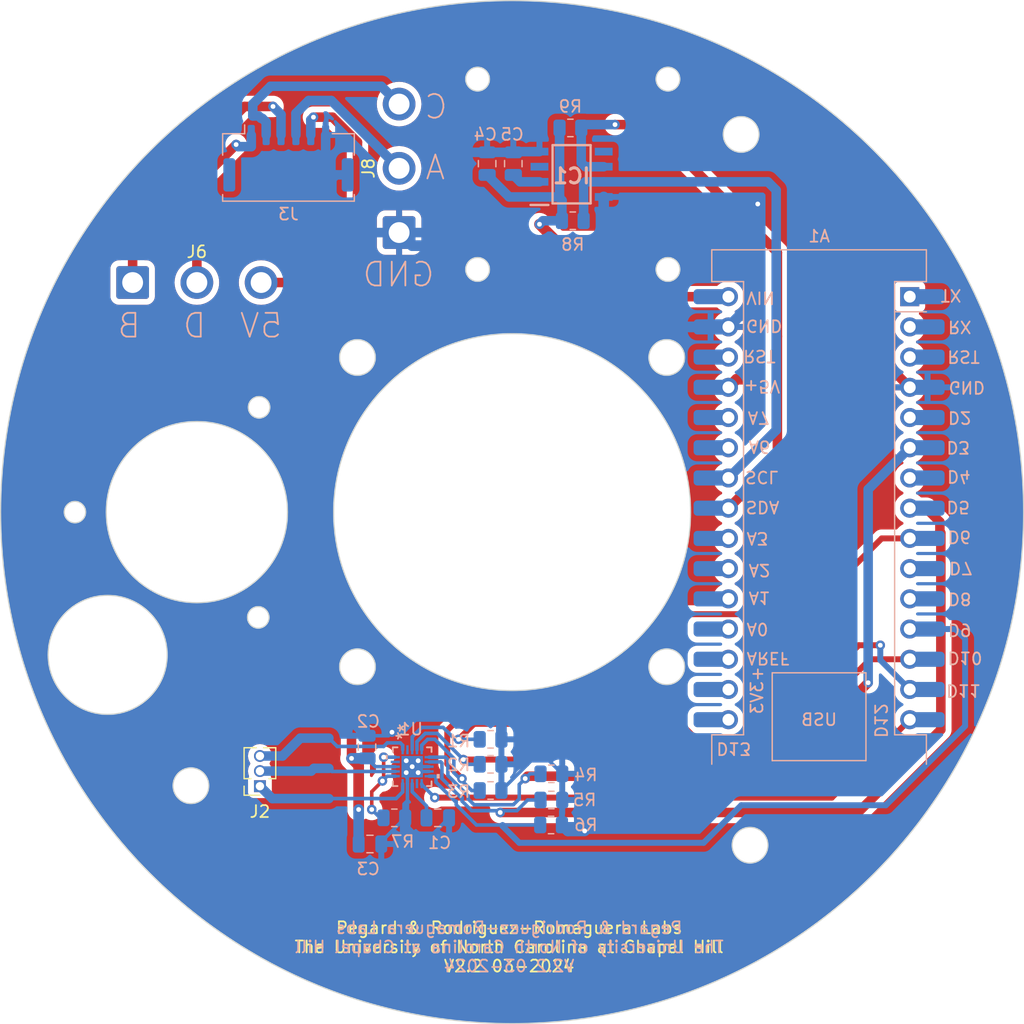
<source format=kicad_pcb>
(kicad_pcb (version 4) (generator "gerbview") (generator_version "8.0")
  (layers (0 F.Cu signal) (31 B.Cu signal) (34 B.Paste user) (35 F.Paste user) (36 B.SilkS user) (37 F.SilkS user) (38 B.Mask user) (39 F.Mask user) (44 Edge.Cuts user))
  (gr_circle (center 118.73 81.19) (end 119.63554 81.19) (layer Edge.Cuts) (width 0.1))
  (gr_circle (center 127 77) (end 128.5 77) (layer Edge.Cuts) (width 0.1))
  (gr_circle (center 113.5 90) (end 121.11577 90) (layer Edge.Cuts) (width 0.1))
  (gr_circle (center 153 103) (end 154.5 103) (layer Edge.Cuts) (width 0.1))
  (gr_circle (center 153 77) (end 154.5 77) (layer Edge.Cuts) (width 0.1))
  (gr_circle (center 127 103) (end 128.5 103) (layer Edge.Cuts) (width 0.1))
  (gr_circle (center 160 118) (end 161.5 118) (layer Edge.Cuts) (width 0.1))
  (gr_circle (center 153.1 69.6) (end 154.1 69.6) (layer Edge.Cuts) (width 0.1))
  (gr_circle (center 153.1 53.6) (end 154.1 53.6) (layer Edge.Cuts) (width 0.1))
  (gr_circle (center 140 90) (end 183 90) (layer Edge.Cuts) (width 0.1))
  (gr_circle (center 113 113) (end 114.5 113) (layer Edge.Cuts) (width 0.1))
  (gr_circle (center 103.25 90) (end 104.15 90) (layer Edge.Cuts) (width 0.1))
  (gr_circle (center 118.66 98.85) (end 119.56449 98.85) (layer Edge.Cuts) (width 0.1))
  (gr_circle (center 106 102) (end 111 102) (layer Edge.Cuts) (width 0.1))
  (gr_circle (center 140 90) (end 155 90) (layer Edge.Cuts) (width 0.1))
  (gr_circle (center 137.1 53.6) (end 138.1 53.6) (layer Edge.Cuts) (width 0.1))
  (gr_circle (center 159.25 58.25) (end 160.75 58.25) (layer Edge.Cuts) (width 0.1))
  (gr_circle (center 137.1 69.6) (end 138.1 69.6) (layer Edge.Cuts) (width 0.1))
  (gr_line (start 125.44048 125.39982) (end 125.44048 124.39982) (layer F.SilkS) (width 0.15))
  (gr_line (start 125.44048 124.39982) (end 125.82143 124.39982) (layer F.SilkS) (width 0.15))
  (gr_line (start 125.82143 124.39982) (end 125.91667 124.44744) (layer F.SilkS) (width 0.15))
  (gr_line (start 125.91667 124.44744) (end 125.96428 124.49506) (layer F.SilkS) (width 0.15))
  (gr_line (start 125.96428 124.49506) (end 126.0119 124.5903) (layer F.SilkS) (width 0.15))
  (gr_line (start 126.0119 124.5903) (end 126.0119 124.73315) (layer F.SilkS) (width 0.15))
  (gr_line (start 126.0119 124.73315) (end 125.96428 124.82839) (layer F.SilkS) (width 0.15))
  (gr_line (start 125.96428 124.82839) (end 125.91667 124.87601) (layer F.SilkS) (width 0.15))
  (gr_line (start 125.91667 124.87601) (end 125.82143 124.92363) (layer F.SilkS) (width 0.15))
  (gr_line (start 125.82143 124.92363) (end 125.44048 124.92363) (layer F.SilkS) (width 0.15))
  (gr_line (start 126.82143 125.3522) (end 126.72619 125.39982) (layer F.SilkS) (width 0.15))
  (gr_line (start 126.72619 125.39982) (end 126.53571 125.39982) (layer F.SilkS) (width 0.15))
  (gr_line (start 126.53571 125.39982) (end 126.44048 125.3522) (layer F.SilkS) (width 0.15))
  (gr_line (start 126.44048 125.3522) (end 126.39286 125.25696) (layer F.SilkS) (width 0.15))
  (gr_line (start 126.39286 125.25696) (end 126.39286 124.87601) (layer F.SilkS) (width 0.15))
  (gr_line (start 126.39286 124.87601) (end 126.44048 124.78077) (layer F.SilkS) (width 0.15))
  (gr_line (start 126.44048 124.78077) (end 126.53571 124.73315) (layer F.SilkS) (width 0.15))
  (gr_line (start 126.53571 124.73315) (end 126.72619 124.73315) (layer F.SilkS) (width 0.15))
  (gr_line (start 126.72619 124.73315) (end 126.82143 124.78077) (layer F.SilkS) (width 0.15))
  (gr_line (start 126.82143 124.78077) (end 126.86905 124.87601) (layer F.SilkS) (width 0.15))
  (gr_line (start 126.86905 124.87601) (end 126.86905 124.97125) (layer F.SilkS) (width 0.15))
  (gr_line (start 126.86905 124.97125) (end 126.39286 125.06649) (layer F.SilkS) (width 0.15))
  (gr_line (start 127.72619 124.73315) (end 127.72619 125.54268) (layer F.SilkS) (width 0.15))
  (gr_line (start 127.72619 125.54268) (end 127.67857 125.63791) (layer F.SilkS) (width 0.15))
  (gr_line (start 127.67857 125.63791) (end 127.63095 125.68553) (layer F.SilkS) (width 0.15))
  (gr_line (start 127.63095 125.68553) (end 127.53571 125.73315) (layer F.SilkS) (width 0.15))
  (gr_line (start 127.53571 125.73315) (end 127.39286 125.73315) (layer F.SilkS) (width 0.15))
  (gr_line (start 127.39286 125.73315) (end 127.29762 125.68553) (layer F.SilkS) (width 0.15))
  (gr_line (start 127.72619 125.3522) (end 127.63095 125.39982) (layer F.SilkS) (width 0.15))
  (gr_line (start 127.63095 125.39982) (end 127.44048 125.39982) (layer F.SilkS) (width 0.15))
  (gr_line (start 127.44048 125.39982) (end 127.34524 125.3522) (layer F.SilkS) (width 0.15))
  (gr_line (start 127.34524 125.3522) (end 127.29762 125.30458) (layer F.SilkS) (width 0.15))
  (gr_line (start 127.29762 125.30458) (end 127.25 125.20934) (layer F.SilkS) (width 0.15))
  (gr_line (start 127.25 125.20934) (end 127.25 124.92363) (layer F.SilkS) (width 0.15))
  (gr_line (start 127.25 124.92363) (end 127.29762 124.82839) (layer F.SilkS) (width 0.15))
  (gr_line (start 127.29762 124.82839) (end 127.34524 124.78077) (layer F.SilkS) (width 0.15))
  (gr_line (start 127.34524 124.78077) (end 127.44048 124.73315) (layer F.SilkS) (width 0.15))
  (gr_line (start 127.44048 124.73315) (end 127.63095 124.73315) (layer F.SilkS) (width 0.15))
  (gr_line (start 127.63095 124.73315) (end 127.72619 124.78077) (layer F.SilkS) (width 0.15))
  (gr_line (start 128.63095 125.39982) (end 128.63095 124.87601) (layer F.SilkS) (width 0.15))
  (gr_line (start 128.63095 124.87601) (end 128.58333 124.78077) (layer F.SilkS) (width 0.15))
  (gr_line (start 128.58333 124.78077) (end 128.48809 124.73315) (layer F.SilkS) (width 0.15))
  (gr_line (start 128.48809 124.73315) (end 128.29762 124.73315) (layer F.SilkS) (width 0.15))
  (gr_line (start 128.29762 124.73315) (end 128.20238 124.78077) (layer F.SilkS) (width 0.15))
  (gr_line (start 128.63095 125.3522) (end 128.53571 125.39982) (layer F.SilkS) (width 0.15))
  (gr_line (start 128.53571 125.39982) (end 128.29762 125.39982) (layer F.SilkS) (width 0.15))
  (gr_line (start 128.29762 125.39982) (end 128.20238 125.3522) (layer F.SilkS) (width 0.15))
  (gr_line (start 128.20238 125.3522) (end 128.15476 125.25696) (layer F.SilkS) (width 0.15))
  (gr_line (start 128.15476 125.25696) (end 128.15476 125.16172) (layer F.SilkS) (width 0.15))
  (gr_line (start 128.15476 125.16172) (end 128.20238 125.06649) (layer F.SilkS) (width 0.15))
  (gr_line (start 128.20238 125.06649) (end 128.29762 125.01887) (layer F.SilkS) (width 0.15))
  (gr_line (start 128.29762 125.01887) (end 128.53571 125.01887) (layer F.SilkS) (width 0.15))
  (gr_line (start 128.53571 125.01887) (end 128.63095 124.97125) (layer F.SilkS) (width 0.15))
  (gr_line (start 129.10714 125.39982) (end 129.10714 124.73315) (layer F.SilkS) (width 0.15))
  (gr_line (start 129.10714 124.92363) (end 129.15476 124.82839) (layer F.SilkS) (width 0.15))
  (gr_line (start 129.15476 124.82839) (end 129.20238 124.78077) (layer F.SilkS) (width 0.15))
  (gr_line (start 129.20238 124.78077) (end 129.29762 124.73315) (layer F.SilkS) (width 0.15))
  (gr_line (start 129.29762 124.73315) (end 129.39286 124.73315) (layer F.SilkS) (width 0.15))
  (gr_line (start 130.15476 125.39982) (end 130.15476 124.39982) (layer F.SilkS) (width 0.15))
  (gr_line (start 130.15476 125.3522) (end 130.05952 125.39982) (layer F.SilkS) (width 0.15))
  (gr_line (start 130.05952 125.39982) (end 129.86905 125.39982) (layer F.SilkS) (width 0.15))
  (gr_line (start 129.86905 125.39982) (end 129.77381 125.3522) (layer F.SilkS) (width 0.15))
  (gr_line (start 129.77381 125.3522) (end 129.72619 125.30458) (layer F.SilkS) (width 0.15))
  (gr_line (start 129.72619 125.30458) (end 129.67857 125.20934) (layer F.SilkS) (width 0.15))
  (gr_line (start 129.67857 125.20934) (end 129.67857 124.92363) (layer F.SilkS) (width 0.15))
  (gr_line (start 129.67857 124.92363) (end 129.72619 124.82839) (layer F.SilkS) (width 0.15))
  (gr_line (start 129.72619 124.82839) (end 129.77381 124.78077) (layer F.SilkS) (width 0.15))
  (gr_line (start 129.77381 124.78077) (end 129.86905 124.73315) (layer F.SilkS) (width 0.15))
  (gr_line (start 129.86905 124.73315) (end 130.05952 124.73315) (layer F.SilkS) (width 0.15))
  (gr_line (start 130.05952 124.73315) (end 130.15476 124.78077) (layer F.SilkS) (width 0.15))
  (gr_line (start 132.20238 125.39982) (end 132.15476 125.39982) (layer F.SilkS) (width 0.15))
  (gr_line (start 132.15476 125.39982) (end 132.05952 125.3522) (layer F.SilkS) (width 0.15))
  (gr_line (start 132.05952 125.3522) (end 131.91667 125.20934) (layer F.SilkS) (width 0.15))
  (gr_line (start 131.91667 125.20934) (end 131.67857 124.92363) (layer F.SilkS) (width 0.15))
  (gr_line (start 131.67857 124.92363) (end 131.58333 124.78077) (layer F.SilkS) (width 0.15))
  (gr_line (start 131.58333 124.78077) (end 131.53571 124.63791) (layer F.SilkS) (width 0.15))
  (gr_line (start 131.53571 124.63791) (end 131.53571 124.54268) (layer F.SilkS) (width 0.15))
  (gr_line (start 131.53571 124.54268) (end 131.58333 124.44744) (layer F.SilkS) (width 0.15))
  (gr_line (start 131.58333 124.44744) (end 131.67857 124.39982) (layer F.SilkS) (width 0.15))
  (gr_line (start 131.67857 124.39982) (end 131.72619 124.39982) (layer F.SilkS) (width 0.15))
  (gr_line (start 131.72619 124.39982) (end 131.82143 124.44744) (layer F.SilkS) (width 0.15))
  (gr_line (start 131.82143 124.44744) (end 131.86905 124.54268) (layer F.SilkS) (width 0.15))
  (gr_line (start 131.86905 124.54268) (end 131.86905 124.5903) (layer F.SilkS) (width 0.15))
  (gr_line (start 131.86905 124.5903) (end 131.82143 124.68553) (layer F.SilkS) (width 0.15))
  (gr_line (start 131.82143 124.68553) (end 131.77381 124.73315) (layer F.SilkS) (width 0.15))
  (gr_line (start 131.77381 124.73315) (end 131.4881 124.92363) (layer F.SilkS) (width 0.15))
  (gr_line (start 131.4881 124.92363) (end 131.44048 124.97125) (layer F.SilkS) (width 0.15))
  (gr_line (start 131.44048 124.97125) (end 131.39286 125.06649) (layer F.SilkS) (width 0.15))
  (gr_line (start 131.39286 125.06649) (end 131.39286 125.20934) (layer F.SilkS) (width 0.15))
  (gr_line (start 131.39286 125.20934) (end 131.44048 125.30458) (layer F.SilkS) (width 0.15))
  (gr_line (start 131.44048 125.30458) (end 131.4881 125.3522) (layer F.SilkS) (width 0.15))
  (gr_line (start 131.4881 125.3522) (end 131.58333 125.39982) (layer F.SilkS) (width 0.15))
  (gr_line (start 131.58333 125.39982) (end 131.72619 125.39982) (layer F.SilkS) (width 0.15))
  (gr_line (start 131.72619 125.39982) (end 131.82143 125.3522) (layer F.SilkS) (width 0.15))
  (gr_line (start 131.82143 125.3522) (end 131.86905 125.30458) (layer F.SilkS) (width 0.15))
  (gr_line (start 131.86905 125.30458) (end 132.0119 125.1141) (layer F.SilkS) (width 0.15))
  (gr_line (start 132.0119 125.1141) (end 132.05952 124.97125) (layer F.SilkS) (width 0.15))
  (gr_line (start 132.05952 124.97125) (end 132.05952 124.87601) (layer F.SilkS) (width 0.15))
  (gr_line (start 133.96429 125.39982) (end 133.63095 124.92363) (layer F.SilkS) (width 0.15))
  (gr_line (start 133.39286 125.39982) (end 133.39286 124.39982) (layer F.SilkS) (width 0.15))
  (gr_line (start 133.39286 124.39982) (end 133.77381 124.39982) (layer F.SilkS) (width 0.15))
  (gr_line (start 133.77381 124.39982) (end 133.86905 124.44744) (layer F.SilkS) (width 0.15))
  (gr_line (start 133.86905 124.44744) (end 133.91667 124.49506) (layer F.SilkS) (width 0.15))
  (gr_line (start 133.91667 124.49506) (end 133.96429 124.5903) (layer F.SilkS) (width 0.15))
  (gr_line (start 133.96429 124.5903) (end 133.96429 124.73315) (layer F.SilkS) (width 0.15))
  (gr_line (start 133.96429 124.73315) (end 133.91667 124.82839) (layer F.SilkS) (width 0.15))
  (gr_line (start 133.91667 124.82839) (end 133.86905 124.87601) (layer F.SilkS) (width 0.15))
  (gr_line (start 133.86905 124.87601) (end 133.77381 124.92363) (layer F.SilkS) (width 0.15))
  (gr_line (start 133.77381 124.92363) (end 133.39286 124.92363) (layer F.SilkS) (width 0.15))
  (gr_line (start 134.53571 125.39982) (end 134.44048 125.3522) (layer F.SilkS) (width 0.15))
  (gr_line (start 134.44048 125.3522) (end 134.39286 125.30458) (layer F.SilkS) (width 0.15))
  (gr_line (start 134.39286 125.30458) (end 134.34524 125.20934) (layer F.SilkS) (width 0.15))
  (gr_line (start 134.34524 125.20934) (end 134.34524 124.92363) (layer F.SilkS) (width 0.15))
  (gr_line (start 134.34524 124.92363) (end 134.39286 124.82839) (layer F.SilkS) (width 0.15))
  (gr_line (start 134.39286 124.82839) (end 134.44048 124.78077) (layer F.SilkS) (width 0.15))
  (gr_line (start 134.44048 124.78077) (end 134.53571 124.73315) (layer F.SilkS) (width 0.15))
  (gr_line (start 134.53571 124.73315) (end 134.67857 124.73315) (layer F.SilkS) (width 0.15))
  (gr_line (start 134.67857 124.73315) (end 134.77381 124.78077) (layer F.SilkS) (width 0.15))
  (gr_line (start 134.77381 124.78077) (end 134.82143 124.82839) (layer F.SilkS) (width 0.15))
  (gr_line (start 134.82143 124.82839) (end 134.86905 124.92363) (layer F.SilkS) (width 0.15))
  (gr_line (start 134.86905 124.92363) (end 134.86905 125.20934) (layer F.SilkS) (width 0.15))
  (gr_line (start 134.86905 125.20934) (end 134.82143 125.30458) (layer F.SilkS) (width 0.15))
  (gr_line (start 134.82143 125.30458) (end 134.77381 125.3522) (layer F.SilkS) (width 0.15))
  (gr_line (start 134.77381 125.3522) (end 134.67857 125.39982) (layer F.SilkS) (width 0.15))
  (gr_line (start 134.67857 125.39982) (end 134.53571 125.39982) (layer F.SilkS) (width 0.15))
  (gr_line (start 135.72619 125.39982) (end 135.72619 124.39982) (layer F.SilkS) (width 0.15))
  (gr_line (start 135.72619 125.3522) (end 135.63095 125.39982) (layer F.SilkS) (width 0.15))
  (gr_line (start 135.63095 125.39982) (end 135.44048 125.39982) (layer F.SilkS) (width 0.15))
  (gr_line (start 135.44048 125.39982) (end 135.34524 125.3522) (layer F.SilkS) (width 0.15))
  (gr_line (start 135.34524 125.3522) (end 135.29762 125.30458) (layer F.SilkS) (width 0.15))
  (gr_line (start 135.29762 125.30458) (end 135.25 125.20934) (layer F.SilkS) (width 0.15))
  (gr_line (start 135.25 125.20934) (end 135.25 124.92363) (layer F.SilkS) (width 0.15))
  (gr_line (start 135.25 124.92363) (end 135.29762 124.82839) (layer F.SilkS) (width 0.15))
  (gr_line (start 135.29762 124.82839) (end 135.34524 124.78077) (layer F.SilkS) (width 0.15))
  (gr_line (start 135.34524 124.78077) (end 135.44048 124.73315) (layer F.SilkS) (width 0.15))
  (gr_line (start 135.44048 124.73315) (end 135.63095 124.73315) (layer F.SilkS) (width 0.15))
  (gr_line (start 135.63095 124.73315) (end 135.72619 124.78077) (layer F.SilkS) (width 0.15))
  (gr_line (start 136.20238 125.39982) (end 136.20238 124.73315) (layer F.SilkS) (width 0.15))
  (gr_line (start 136.20238 124.92363) (end 136.25 124.82839) (layer F.SilkS) (width 0.15))
  (gr_line (start 136.25 124.82839) (end 136.29762 124.78077) (layer F.SilkS) (width 0.15))
  (gr_line (start 136.29762 124.78077) (end 136.39286 124.73315) (layer F.SilkS) (width 0.15))
  (gr_line (start 136.39286 124.73315) (end 136.4881 124.73315) (layer F.SilkS) (width 0.15))
  (gr_line (start 136.82143 125.39982) (end 136.82143 124.73315) (layer F.SilkS) (width 0.15))
  (gr_line (start 136.82143 124.39982) (end 136.77381 124.44744) (layer F.SilkS) (width 0.15))
  (gr_line (start 136.77381 124.44744) (end 136.82143 124.49506) (layer F.SilkS) (width 0.15))
  (gr_line (start 136.82143 124.49506) (end 136.86905 124.44744) (layer F.SilkS) (width 0.15))
  (gr_line (start 136.86905 124.44744) (end 136.82143 124.39982) (layer F.SilkS) (width 0.15))
  (gr_line (start 136.82143 124.39982) (end 136.82143 124.49506) (layer F.SilkS) (width 0.15))
  (gr_line (start 137.72619 124.73315) (end 137.72619 125.54268) (layer F.SilkS) (width 0.15))
  (gr_line (start 137.72619 125.54268) (end 137.67857 125.63791) (layer F.SilkS) (width 0.15))
  (gr_line (start 137.67857 125.63791) (end 137.63095 125.68553) (layer F.SilkS) (width 0.15))
  (gr_line (start 137.63095 125.68553) (end 137.53571 125.73315) (layer F.SilkS) (width 0.15))
  (gr_line (start 137.53571 125.73315) (end 137.39286 125.73315) (layer F.SilkS) (width 0.15))
  (gr_line (start 137.39286 125.73315) (end 137.29762 125.68553) (layer F.SilkS) (width 0.15))
  (gr_line (start 137.72619 125.3522) (end 137.63095 125.39982) (layer F.SilkS) (width 0.15))
  (gr_line (start 137.63095 125.39982) (end 137.44048 125.39982) (layer F.SilkS) (width 0.15))
  (gr_line (start 137.44048 125.39982) (end 137.34524 125.3522) (layer F.SilkS) (width 0.15))
  (gr_line (start 137.34524 125.3522) (end 137.29762 125.30458) (layer F.SilkS) (width 0.15))
  (gr_line (start 137.29762 125.30458) (end 137.25 125.20934) (layer F.SilkS) (width 0.15))
  (gr_line (start 137.25 125.20934) (end 137.25 124.92363) (layer F.SilkS) (width 0.15))
  (gr_line (start 137.25 124.92363) (end 137.29762 124.82839) (layer F.SilkS) (width 0.15))
  (gr_line (start 137.29762 124.82839) (end 137.34524 124.78077) (layer F.SilkS) (width 0.15))
  (gr_line (start 137.34524 124.78077) (end 137.44048 124.73315) (layer F.SilkS) (width 0.15))
  (gr_line (start 137.44048 124.73315) (end 137.63095 124.73315) (layer F.SilkS) (width 0.15))
  (gr_line (start 137.63095 124.73315) (end 137.72619 124.78077) (layer F.SilkS) (width 0.15))
  (gr_line (start 138.63095 124.73315) (end 138.63095 125.39982) (layer F.SilkS) (width 0.15))
  (gr_line (start 138.20238 124.73315) (end 138.20238 125.25696) (layer F.SilkS) (width 0.15))
  (gr_line (start 138.20238 125.25696) (end 138.25 125.3522) (layer F.SilkS) (width 0.15))
  (gr_line (start 138.25 125.3522) (end 138.34524 125.39982) (layer F.SilkS) (width 0.15))
  (gr_line (start 138.34524 125.39982) (end 138.4881 125.39982) (layer F.SilkS) (width 0.15))
  (gr_line (start 138.4881 125.39982) (end 138.58333 125.3522) (layer F.SilkS) (width 0.15))
  (gr_line (start 138.58333 125.3522) (end 138.63095 125.30458) (layer F.SilkS) (width 0.15))
  (gr_line (start 139.4881 125.3522) (end 139.39286 125.39982) (layer F.SilkS) (width 0.15))
  (gr_line (start 139.39286 125.39982) (end 139.20238 125.39982) (layer F.SilkS) (width 0.15))
  (gr_line (start 139.20238 125.39982) (end 139.10714 125.3522) (layer F.SilkS) (width 0.15))
  (gr_line (start 139.10714 125.3522) (end 139.05952 125.25696) (layer F.SilkS) (width 0.15))
  (gr_line (start 139.05952 125.25696) (end 139.05952 124.87601) (layer F.SilkS) (width 0.15))
  (gr_line (start 139.05952 124.87601) (end 139.10714 124.78077) (layer F.SilkS) (width 0.15))
  (gr_line (start 139.10714 124.78077) (end 139.20238 124.73315) (layer F.SilkS) (width 0.15))
  (gr_line (start 139.20238 124.73315) (end 139.39286 124.73315) (layer F.SilkS) (width 0.15))
  (gr_line (start 139.39286 124.73315) (end 139.4881 124.78077) (layer F.SilkS) (width 0.15))
  (gr_line (start 139.4881 124.78077) (end 139.53571 124.87601) (layer F.SilkS) (width 0.15))
  (gr_line (start 139.53571 124.87601) (end 139.53571 124.97125) (layer F.SilkS) (width 0.15))
  (gr_line (start 139.53571 124.97125) (end 139.05952 125.06649) (layer F.SilkS) (width 0.15))
  (gr_line (start 139.86905 124.73315) (end 140.39286 124.73315) (layer F.SilkS) (width 0.15))
  (gr_line (start 140.39286 124.73315) (end 139.86905 125.39982) (layer F.SilkS) (width 0.15))
  (gr_line (start 139.86905 125.39982) (end 140.39286 125.39982) (layer F.SilkS) (width 0.15))
  (gr_line (start 140.77381 125.01887) (end 141.53572 125.01887) (layer F.SilkS) (width 0.15))
  (gr_line (start 142.58333 125.39982) (end 142.25 124.92363) (layer F.SilkS) (width 0.15))
  (gr_line (start 142.01191 125.39982) (end 142.01191 124.39982) (layer F.SilkS) (width 0.15))
  (gr_line (start 142.01191 124.39982) (end 142.39286 124.39982) (layer F.SilkS) (width 0.15))
  (gr_line (start 142.39286 124.39982) (end 142.4881 124.44744) (layer F.SilkS) (width 0.15))
  (gr_line (start 142.4881 124.44744) (end 142.53571 124.49506) (layer F.SilkS) (width 0.15))
  (gr_line (start 142.53571 124.49506) (end 142.58333 124.5903) (layer F.SilkS) (width 0.15))
  (gr_line (start 142.58333 124.5903) (end 142.58333 124.73315) (layer F.SilkS) (width 0.15))
  (gr_line (start 142.58333 124.73315) (end 142.53571 124.82839) (layer F.SilkS) (width 0.15))
  (gr_line (start 142.53571 124.82839) (end 142.4881 124.87601) (layer F.SilkS) (width 0.15))
  (gr_line (start 142.4881 124.87601) (end 142.39286 124.92363) (layer F.SilkS) (width 0.15))
  (gr_line (start 142.39286 124.92363) (end 142.01191 124.92363) (layer F.SilkS) (width 0.15))
  (gr_line (start 143.15476 125.39982) (end 143.05952 125.3522) (layer F.SilkS) (width 0.15))
  (gr_line (start 143.05952 125.3522) (end 143.01191 125.30458) (layer F.SilkS) (width 0.15))
  (gr_line (start 143.01191 125.30458) (end 142.96429 125.20934) (layer F.SilkS) (width 0.15))
  (gr_line (start 142.96429 125.20934) (end 142.96429 124.92363) (layer F.SilkS) (width 0.15))
  (gr_line (start 142.96429 124.92363) (end 143.01191 124.82839) (layer F.SilkS) (width 0.15))
  (gr_line (start 143.01191 124.82839) (end 143.05952 124.78077) (layer F.SilkS) (width 0.15))
  (gr_line (start 143.05952 124.78077) (end 143.15476 124.73315) (layer F.SilkS) (width 0.15))
  (gr_line (start 143.15476 124.73315) (end 143.29762 124.73315) (layer F.SilkS) (width 0.15))
  (gr_line (start 143.29762 124.73315) (end 143.39286 124.78077) (layer F.SilkS) (width 0.15))
  (gr_line (start 143.39286 124.78077) (end 143.44048 124.82839) (layer F.SilkS) (width 0.15))
  (gr_line (start 143.44048 124.82839) (end 143.4881 124.92363) (layer F.SilkS) (width 0.15))
  (gr_line (start 143.4881 124.92363) (end 143.4881 125.20934) (layer F.SilkS) (width 0.15))
  (gr_line (start 143.4881 125.20934) (end 143.44048 125.30458) (layer F.SilkS) (width 0.15))
  (gr_line (start 143.44048 125.30458) (end 143.39286 125.3522) (layer F.SilkS) (width 0.15))
  (gr_line (start 143.39286 125.3522) (end 143.29762 125.39982) (layer F.SilkS) (width 0.15))
  (gr_line (start 143.29762 125.39982) (end 143.15476 125.39982) (layer F.SilkS) (width 0.15))
  (gr_line (start 143.91667 125.39982) (end 143.91667 124.73315) (layer F.SilkS) (width 0.15))
  (gr_line (start 143.91667 124.82839) (end 143.96429 124.78077) (layer F.SilkS) (width 0.15))
  (gr_line (start 143.96429 124.78077) (end 144.05952 124.73315) (layer F.SilkS) (width 0.15))
  (gr_line (start 144.05952 124.73315) (end 144.20238 124.73315) (layer F.SilkS) (width 0.15))
  (gr_line (start 144.20238 124.73315) (end 144.29762 124.78077) (layer F.SilkS) (width 0.15))
  (gr_line (start 144.29762 124.78077) (end 144.34524 124.87601) (layer F.SilkS) (width 0.15))
  (gr_line (start 144.34524 124.87601) (end 144.34524 125.39982) (layer F.SilkS) (width 0.15))
  (gr_line (start 144.34524 124.87601) (end 144.39286 124.78077) (layer F.SilkS) (width 0.15))
  (gr_line (start 144.39286 124.78077) (end 144.4881 124.73315) (layer F.SilkS) (width 0.15))
  (gr_line (start 144.4881 124.73315) (end 144.63095 124.73315) (layer F.SilkS) (width 0.15))
  (gr_line (start 144.63095 124.73315) (end 144.72619 124.78077) (layer F.SilkS) (width 0.15))
  (gr_line (start 144.72619 124.78077) (end 144.77381 124.87601) (layer F.SilkS) (width 0.15))
  (gr_line (start 144.77381 124.87601) (end 144.77381 125.39982) (layer F.SilkS) (width 0.15))
  (gr_line (start 145.67857 125.39982) (end 145.67857 124.87601) (layer F.SilkS) (width 0.15))
  (gr_line (start 145.67857 124.87601) (end 145.63095 124.78077) (layer F.SilkS) (width 0.15))
  (gr_line (start 145.63095 124.78077) (end 145.53571 124.73315) (layer F.SilkS) (width 0.15))
  (gr_line (start 145.53571 124.73315) (end 145.34524 124.73315) (layer F.SilkS) (width 0.15))
  (gr_line (start 145.34524 124.73315) (end 145.25 124.78077) (layer F.SilkS) (width 0.15))
  (gr_line (start 145.67857 125.3522) (end 145.58333 125.39982) (layer F.SilkS) (width 0.15))
  (gr_line (start 145.58333 125.39982) (end 145.34524 125.39982) (layer F.SilkS) (width 0.15))
  (gr_line (start 145.34524 125.39982) (end 145.25 125.3522) (layer F.SilkS) (width 0.15))
  (gr_line (start 145.25 125.3522) (end 145.20238 125.25696) (layer F.SilkS) (width 0.15))
  (gr_line (start 145.20238 125.25696) (end 145.20238 125.16172) (layer F.SilkS) (width 0.15))
  (gr_line (start 145.20238 125.16172) (end 145.25 125.06649) (layer F.SilkS) (width 0.15))
  (gr_line (start 145.25 125.06649) (end 145.34524 125.01887) (layer F.SilkS) (width 0.15))
  (gr_line (start 145.34524 125.01887) (end 145.58333 125.01887) (layer F.SilkS) (width 0.15))
  (gr_line (start 145.58333 125.01887) (end 145.67857 124.97125) (layer F.SilkS) (width 0.15))
  (gr_line (start 146.58333 124.73315) (end 146.58333 125.54268) (layer F.SilkS) (width 0.15))
  (gr_line (start 146.58333 125.54268) (end 146.53571 125.63791) (layer F.SilkS) (width 0.15))
  (gr_line (start 146.53571 125.63791) (end 146.4881 125.68553) (layer F.SilkS) (width 0.15))
  (gr_line (start 146.4881 125.68553) (end 146.39286 125.73315) (layer F.SilkS) (width 0.15))
  (gr_line (start 146.39286 125.73315) (end 146.25 125.73315) (layer F.SilkS) (width 0.15))
  (gr_line (start 146.25 125.73315) (end 146.15476 125.68553) (layer F.SilkS) (width 0.15))
  (gr_line (start 146.58333 125.3522) (end 146.4881 125.39982) (layer F.SilkS) (width 0.15))
  (gr_line (start 146.4881 125.39982) (end 146.29762 125.39982) (layer F.SilkS) (width 0.15))
  (gr_line (start 146.29762 125.39982) (end 146.20238 125.3522) (layer F.SilkS) (width 0.15))
  (gr_line (start 146.20238 125.3522) (end 146.15476 125.30458) (layer F.SilkS) (width 0.15))
  (gr_line (start 146.15476 125.30458) (end 146.10714 125.20934) (layer F.SilkS) (width 0.15))
  (gr_line (start 146.10714 125.20934) (end 146.10714 124.92363) (layer F.SilkS) (width 0.15))
  (gr_line (start 146.10714 124.92363) (end 146.15476 124.82839) (layer F.SilkS) (width 0.15))
  (gr_line (start 146.15476 124.82839) (end 146.20238 124.78077) (layer F.SilkS) (width 0.15))
  (gr_line (start 146.20238 124.78077) (end 146.29762 124.73315) (layer F.SilkS) (width 0.15))
  (gr_line (start 146.29762 124.73315) (end 146.4881 124.73315) (layer F.SilkS) (width 0.15))
  (gr_line (start 146.4881 124.73315) (end 146.58333 124.78077) (layer F.SilkS) (width 0.15))
  (gr_line (start 147.4881 124.73315) (end 147.4881 125.39982) (layer F.SilkS) (width 0.15))
  (gr_line (start 147.05952 124.73315) (end 147.05952 125.25696) (layer F.SilkS) (width 0.15))
  (gr_line (start 147.05952 125.25696) (end 147.10714 125.3522) (layer F.SilkS) (width 0.15))
  (gr_line (start 147.10714 125.3522) (end 147.20238 125.39982) (layer F.SilkS) (width 0.15))
  (gr_line (start 147.20238 125.39982) (end 147.34524 125.39982) (layer F.SilkS) (width 0.15))
  (gr_line (start 147.34524 125.39982) (end 147.44048 125.3522) (layer F.SilkS) (width 0.15))
  (gr_line (start 147.44048 125.3522) (end 147.4881 125.30458) (layer F.SilkS) (width 0.15))
  (gr_line (start 148.34524 125.3522) (end 148.25 125.39982) (layer F.SilkS) (width 0.15))
  (gr_line (start 148.25 125.39982) (end 148.05952 125.39982) (layer F.SilkS) (width 0.15))
  (gr_line (start 148.05952 125.39982) (end 147.96429 125.3522) (layer F.SilkS) (width 0.15))
  (gr_line (start 147.96429 125.3522) (end 147.91667 125.25696) (layer F.SilkS) (width 0.15))
  (gr_line (start 147.91667 125.25696) (end 147.91667 124.87601) (layer F.SilkS) (width 0.15))
  (gr_line (start 147.91667 124.87601) (end 147.96429 124.78077) (layer F.SilkS) (width 0.15))
  (gr_line (start 147.96429 124.78077) (end 148.05952 124.73315) (layer F.SilkS) (width 0.15))
  (gr_line (start 148.05952 124.73315) (end 148.25 124.73315) (layer F.SilkS) (width 0.15))
  (gr_line (start 148.25 124.73315) (end 148.34524 124.78077) (layer F.SilkS) (width 0.15))
  (gr_line (start 148.34524 124.78077) (end 148.39286 124.87601) (layer F.SilkS) (width 0.15))
  (gr_line (start 148.39286 124.87601) (end 148.39286 124.97125) (layer F.SilkS) (width 0.15))
  (gr_line (start 148.39286 124.97125) (end 147.91667 125.06649) (layer F.SilkS) (width 0.15))
  (gr_line (start 148.82143 125.39982) (end 148.82143 124.73315) (layer F.SilkS) (width 0.15))
  (gr_line (start 148.82143 124.92363) (end 148.86905 124.82839) (layer F.SilkS) (width 0.15))
  (gr_line (start 148.86905 124.82839) (end 148.91667 124.78077) (layer F.SilkS) (width 0.15))
  (gr_line (start 148.91667 124.78077) (end 149.01191 124.73315) (layer F.SilkS) (width 0.15))
  (gr_line (start 149.01191 124.73315) (end 149.10714 124.73315) (layer F.SilkS) (width 0.15))
  (gr_line (start 149.86905 125.39982) (end 149.86905 124.87601) (layer F.SilkS) (width 0.15))
  (gr_line (start 149.86905 124.87601) (end 149.82143 124.78077) (layer F.SilkS) (width 0.15))
  (gr_line (start 149.82143 124.78077) (end 149.72619 124.73315) (layer F.SilkS) (width 0.15))
  (gr_line (start 149.72619 124.73315) (end 149.53572 124.73315) (layer F.SilkS) (width 0.15))
  (gr_line (start 149.53572 124.73315) (end 149.44048 124.78077) (layer F.SilkS) (width 0.15))
  (gr_line (start 149.86905 125.3522) (end 149.77381 125.39982) (layer F.SilkS) (width 0.15))
  (gr_line (start 149.77381 125.39982) (end 149.53572 125.39982) (layer F.SilkS) (width 0.15))
  (gr_line (start 149.53572 125.39982) (end 149.44048 125.3522) (layer F.SilkS) (width 0.15))
  (gr_line (start 149.44048 125.3522) (end 149.39286 125.25696) (layer F.SilkS) (width 0.15))
  (gr_line (start 149.39286 125.25696) (end 149.39286 125.16172) (layer F.SilkS) (width 0.15))
  (gr_line (start 149.39286 125.16172) (end 149.44048 125.06649) (layer F.SilkS) (width 0.15))
  (gr_line (start 149.44048 125.06649) (end 149.53572 125.01887) (layer F.SilkS) (width 0.15))
  (gr_line (start 149.53572 125.01887) (end 149.77381 125.01887) (layer F.SilkS) (width 0.15))
  (gr_line (start 149.77381 125.01887) (end 149.86905 124.97125) (layer F.SilkS) (width 0.15))
  (gr_line (start 151.58333 125.39982) (end 151.10714 125.39982) (layer F.SilkS) (width 0.15))
  (gr_line (start 151.10714 125.39982) (end 151.10714 124.39982) (layer F.SilkS) (width 0.15))
  (gr_line (start 152.34524 125.39982) (end 152.34524 124.87601) (layer F.SilkS) (width 0.15))
  (gr_line (start 152.34524 124.87601) (end 152.29762 124.78077) (layer F.SilkS) (width 0.15))
  (gr_line (start 152.29762 124.78077) (end 152.20238 124.73315) (layer F.SilkS) (width 0.15))
  (gr_line (start 152.20238 124.73315) (end 152.01191 124.73315) (layer F.SilkS) (width 0.15))
  (gr_line (start 152.01191 124.73315) (end 151.91667 124.78077) (layer F.SilkS) (width 0.15))
  (gr_line (start 152.34524 125.3522) (end 152.25 125.39982) (layer F.SilkS) (width 0.15))
  (gr_line (start 152.25 125.39982) (end 152.01191 125.39982) (layer F.SilkS) (width 0.15))
  (gr_line (start 152.01191 125.39982) (end 151.91667 125.3522) (layer F.SilkS) (width 0.15))
  (gr_line (start 151.91667 125.3522) (end 151.86905 125.25696) (layer F.SilkS) (width 0.15))
  (gr_line (start 151.86905 125.25696) (end 151.86905 125.16172) (layer F.SilkS) (width 0.15))
  (gr_line (start 151.86905 125.16172) (end 151.91667 125.06649) (layer F.SilkS) (width 0.15))
  (gr_line (start 151.91667 125.06649) (end 152.01191 125.01887) (layer F.SilkS) (width 0.15))
  (gr_line (start 152.01191 125.01887) (end 152.25 125.01887) (layer F.SilkS) (width 0.15))
  (gr_line (start 152.25 125.01887) (end 152.34524 124.97125) (layer F.SilkS) (width 0.15))
  (gr_line (start 152.82143 125.39982) (end 152.82143 124.39982) (layer F.SilkS) (width 0.15))
  (gr_line (start 152.82143 124.78077) (end 152.91667 124.73315) (layer F.SilkS) (width 0.15))
  (gr_line (start 152.91667 124.73315) (end 153.10714 124.73315) (layer F.SilkS) (width 0.15))
  (gr_line (start 153.10714 124.73315) (end 153.20238 124.78077) (layer F.SilkS) (width 0.15))
  (gr_line (start 153.20238 124.78077) (end 153.25 124.82839) (layer F.SilkS) (width 0.15))
  (gr_line (start 153.25 124.82839) (end 153.29762 124.92363) (layer F.SilkS) (width 0.15))
  (gr_line (start 153.29762 124.92363) (end 153.29762 125.20934) (layer F.SilkS) (width 0.15))
  (gr_line (start 153.29762 125.20934) (end 153.25 125.30458) (layer F.SilkS) (width 0.15))
  (gr_line (start 153.25 125.30458) (end 153.20238 125.3522) (layer F.SilkS) (width 0.15))
  (gr_line (start 153.20238 125.3522) (end 153.10714 125.39982) (layer F.SilkS) (width 0.15))
  (gr_line (start 153.10714 125.39982) (end 152.91667 125.39982) (layer F.SilkS) (width 0.15))
  (gr_line (start 152.91667 125.39982) (end 152.82143 125.3522) (layer F.SilkS) (width 0.15))
  (gr_line (start 153.67857 125.3522) (end 153.77381 125.39982) (layer F.SilkS) (width 0.15))
  (gr_line (start 153.77381 125.39982) (end 153.96429 125.39982) (layer F.SilkS) (width 0.15))
  (gr_line (start 153.96429 125.39982) (end 154.05953 125.3522) (layer F.SilkS) (width 0.15))
  (gr_line (start 154.05953 125.3522) (end 154.10714 125.25696) (layer F.SilkS) (width 0.15))
  (gr_line (start 154.10714 125.25696) (end 154.10714 125.20934) (layer F.SilkS) (width 0.15))
  (gr_line (start 154.10714 125.20934) (end 154.05953 125.1141) (layer F.SilkS) (width 0.15))
  (gr_line (start 154.05953 125.1141) (end 153.96429 125.06649) (layer F.SilkS) (width 0.15))
  (gr_line (start 153.96429 125.06649) (end 153.82143 125.06649) (layer F.SilkS) (width 0.15))
  (gr_line (start 153.82143 125.06649) (end 153.72619 125.01887) (layer F.SilkS) (width 0.15))
  (gr_line (start 153.72619 125.01887) (end 153.67857 124.92363) (layer F.SilkS) (width 0.15))
  (gr_line (start 153.67857 124.92363) (end 153.67857 124.87601) (layer F.SilkS) (width 0.15))
  (gr_line (start 153.67857 124.87601) (end 153.72619 124.78077) (layer F.SilkS) (width 0.15))
  (gr_line (start 153.72619 124.78077) (end 153.82143 124.73315) (layer F.SilkS) (width 0.15))
  (gr_line (start 153.82143 124.73315) (end 153.96429 124.73315) (layer F.SilkS) (width 0.15))
  (gr_line (start 153.96429 124.73315) (end 154.05953 124.78077) (layer F.SilkS) (width 0.15))
  (gr_line (start 121.82143 126.00982) (end 122.39285 126.00982) (layer F.SilkS) (width 0.15))
  (gr_line (start 122.10714 127.00982) (end 122.10714 126.00982) (layer F.SilkS) (width 0.15))
  (gr_line (start 122.72619 127.00982) (end 122.72619 126.00982) (layer F.SilkS) (width 0.15))
  (gr_line (start 123.15476 127.00982) (end 123.15476 126.48601) (layer F.SilkS) (width 0.15))
  (gr_line (start 123.15476 126.48601) (end 123.10714 126.39077) (layer F.SilkS) (width 0.15))
  (gr_line (start 123.10714 126.39077) (end 123.0119 126.34315) (layer F.SilkS) (width 0.15))
  (gr_line (start 123.0119 126.34315) (end 122.86904 126.34315) (layer F.SilkS) (width 0.15))
  (gr_line (start 122.86904 126.34315) (end 122.77381 126.39077) (layer F.SilkS) (width 0.15))
  (gr_line (start 122.77381 126.39077) (end 122.72619 126.43839) (layer F.SilkS) (width 0.15))
  (gr_line (start 124.0119 126.9622) (end 123.91666 127.00982) (layer F.SilkS) (width 0.15))
  (gr_line (start 123.91666 127.00982) (end 123.72619 127.00982) (layer F.SilkS) (width 0.15))
  (gr_line (start 123.72619 127.00982) (end 123.63095 126.9622) (layer F.SilkS) (width 0.15))
  (gr_line (start 123.63095 126.9622) (end 123.58333 126.86696) (layer F.SilkS) (width 0.15))
  (gr_line (start 123.58333 126.86696) (end 123.58333 126.48601) (layer F.SilkS) (width 0.15))
  (gr_line (start 123.58333 126.48601) (end 123.63095 126.39077) (layer F.SilkS) (width 0.15))
  (gr_line (start 123.63095 126.39077) (end 123.72619 126.34315) (layer F.SilkS) (width 0.15))
  (gr_line (start 123.72619 126.34315) (end 123.91666 126.34315) (layer F.SilkS) (width 0.15))
  (gr_line (start 123.91666 126.34315) (end 124.0119 126.39077) (layer F.SilkS) (width 0.15))
  (gr_line (start 124.0119 126.39077) (end 124.05952 126.48601) (layer F.SilkS) (width 0.15))
  (gr_line (start 124.05952 126.48601) (end 124.05952 126.58125) (layer F.SilkS) (width 0.15))
  (gr_line (start 124.05952 126.58125) (end 123.58333 126.67649) (layer F.SilkS) (width 0.15))
  (gr_line (start 125.25 126.00982) (end 125.25 126.81934) (layer F.SilkS) (width 0.15))
  (gr_line (start 125.25 126.81934) (end 125.29762 126.91458) (layer F.SilkS) (width 0.15))
  (gr_line (start 125.29762 126.91458) (end 125.34524 126.9622) (layer F.SilkS) (width 0.15))
  (gr_line (start 125.34524 126.9622) (end 125.44047 127.00982) (layer F.SilkS) (width 0.15))
  (gr_line (start 125.44047 127.00982) (end 125.63095 127.00982) (layer F.SilkS) (width 0.15))
  (gr_line (start 125.63095 127.00982) (end 125.72619 126.9622) (layer F.SilkS) (width 0.15))
  (gr_line (start 125.72619 126.9622) (end 125.77381 126.91458) (layer F.SilkS) (width 0.15))
  (gr_line (start 125.77381 126.91458) (end 125.82143 126.81934) (layer F.SilkS) (width 0.15))
  (gr_line (start 125.82143 126.81934) (end 125.82143 126.00982) (layer F.SilkS) (width 0.15))
  (gr_line (start 126.29762 126.34315) (end 126.29762 127.00982) (layer F.SilkS) (width 0.15))
  (gr_line (start 126.29762 126.43839) (end 126.34524 126.39077) (layer F.SilkS) (width 0.15))
  (gr_line (start 126.34524 126.39077) (end 126.44047 126.34315) (layer F.SilkS) (width 0.15))
  (gr_line (start 126.44047 126.34315) (end 126.58333 126.34315) (layer F.SilkS) (width 0.15))
  (gr_line (start 126.58333 126.34315) (end 126.67857 126.39077) (layer F.SilkS) (width 0.15))
  (gr_line (start 126.67857 126.39077) (end 126.72619 126.48601) (layer F.SilkS) (width 0.15))
  (gr_line (start 126.72619 126.48601) (end 126.72619 127.00982) (layer F.SilkS) (width 0.15))
  (gr_line (start 127.20238 127.00982) (end 127.20238 126.34315) (layer F.SilkS) (width 0.15))
  (gr_line (start 127.20238 126.00982) (end 127.15476 126.05744) (layer F.SilkS) (width 0.15))
  (gr_line (start 127.15476 126.05744) (end 127.20238 126.10506) (layer F.SilkS) (width 0.15))
  (gr_line (start 127.20238 126.10506) (end 127.25 126.05744) (layer F.SilkS) (width 0.15))
  (gr_line (start 127.25 126.05744) (end 127.20238 126.00982) (layer F.SilkS) (width 0.15))
  (gr_line (start 127.20238 126.00982) (end 127.20238 126.10506) (layer F.SilkS) (width 0.15))
  (gr_line (start 127.58333 126.34315) (end 127.82143 127.00982) (layer F.SilkS) (width 0.15))
  (gr_line (start 127.82143 127.00982) (end 128.05952 126.34315) (layer F.SilkS) (width 0.15))
  (gr_line (start 128.82143 126.9622) (end 128.72619 127.00982) (layer F.SilkS) (width 0.15))
  (gr_line (start 128.72619 127.00982) (end 128.53571 127.00982) (layer F.SilkS) (width 0.15))
  (gr_line (start 128.53571 127.00982) (end 128.44047 126.9622) (layer F.SilkS) (width 0.15))
  (gr_line (start 128.44047 126.9622) (end 128.39285 126.86696) (layer F.SilkS) (width 0.15))
  (gr_line (start 128.39285 126.86696) (end 128.39285 126.48601) (layer F.SilkS) (width 0.15))
  (gr_line (start 128.39285 126.48601) (end 128.44047 126.39077) (layer F.SilkS) (width 0.15))
  (gr_line (start 128.44047 126.39077) (end 128.53571 126.34315) (layer F.SilkS) (width 0.15))
  (gr_line (start 128.53571 126.34315) (end 128.72619 126.34315) (layer F.SilkS) (width 0.15))
  (gr_line (start 128.72619 126.34315) (end 128.82143 126.39077) (layer F.SilkS) (width 0.15))
  (gr_line (start 128.82143 126.39077) (end 128.86904 126.48601) (layer F.SilkS) (width 0.15))
  (gr_line (start 128.86904 126.48601) (end 128.86904 126.58125) (layer F.SilkS) (width 0.15))
  (gr_line (start 128.86904 126.58125) (end 128.39285 126.67649) (layer F.SilkS) (width 0.15))
  (gr_line (start 129.29762 127.00982) (end 129.29762 126.34315) (layer F.SilkS) (width 0.15))
  (gr_line (start 129.29762 126.53363) (end 129.34524 126.43839) (layer F.SilkS) (width 0.15))
  (gr_line (start 129.34524 126.43839) (end 129.39285 126.39077) (layer F.SilkS) (width 0.15))
  (gr_line (start 129.39285 126.39077) (end 129.48809 126.34315) (layer F.SilkS) (width 0.15))
  (gr_line (start 129.48809 126.34315) (end 129.58333 126.34315) (layer F.SilkS) (width 0.15))
  (gr_line (start 129.86905 126.9622) (end 129.96428 127.00982) (layer F.SilkS) (width 0.15))
  (gr_line (start 129.96428 127.00982) (end 130.15476 127.00982) (layer F.SilkS) (width 0.15))
  (gr_line (start 130.15476 127.00982) (end 130.25 126.9622) (layer F.SilkS) (width 0.15))
  (gr_line (start 130.25 126.9622) (end 130.29762 126.86696) (layer F.SilkS) (width 0.15))
  (gr_line (start 130.29762 126.86696) (end 130.29762 126.81934) (layer F.SilkS) (width 0.15))
  (gr_line (start 130.29762 126.81934) (end 130.25 126.7241) (layer F.SilkS) (width 0.15))
  (gr_line (start 130.25 126.7241) (end 130.15476 126.67649) (layer F.SilkS) (width 0.15))
  (gr_line (start 130.15476 126.67649) (end 130.0119 126.67649) (layer F.SilkS) (width 0.15))
  (gr_line (start 130.0119 126.67649) (end 129.91666 126.62887) (layer F.SilkS) (width 0.15))
  (gr_line (start 129.91666 126.62887) (end 129.86905 126.53363) (layer F.SilkS) (width 0.15))
  (gr_line (start 129.86905 126.53363) (end 129.86905 126.48601) (layer F.SilkS) (width 0.15))
  (gr_line (start 129.86905 126.48601) (end 129.91666 126.39077) (layer F.SilkS) (width 0.15))
  (gr_line (start 129.91666 126.39077) (end 130.0119 126.34315) (layer F.SilkS) (width 0.15))
  (gr_line (start 130.0119 126.34315) (end 130.15476 126.34315) (layer F.SilkS) (width 0.15))
  (gr_line (start 130.15476 126.34315) (end 130.25 126.39077) (layer F.SilkS) (width 0.15))
  (gr_line (start 130.72619 127.00982) (end 130.72619 126.34315) (layer F.SilkS) (width 0.15))
  (gr_line (start 130.72619 126.00982) (end 130.67857 126.05744) (layer F.SilkS) (width 0.15))
  (gr_line (start 130.67857 126.05744) (end 130.72619 126.10506) (layer F.SilkS) (width 0.15))
  (gr_line (start 130.72619 126.10506) (end 130.77381 126.05744) (layer F.SilkS) (width 0.15))
  (gr_line (start 130.77381 126.05744) (end 130.72619 126.00982) (layer F.SilkS) (width 0.15))
  (gr_line (start 130.72619 126.00982) (end 130.72619 126.10506) (layer F.SilkS) (width 0.15))
  (gr_line (start 131.05952 126.34315) (end 131.44047 126.34315) (layer F.SilkS) (width 0.15))
  (gr_line (start 131.20238 126.00982) (end 131.20238 126.86696) (layer F.SilkS) (width 0.15))
  (gr_line (start 131.20238 126.86696) (end 131.25 126.9622) (layer F.SilkS) (width 0.15))
  (gr_line (start 131.25 126.9622) (end 131.34524 127.00982) (layer F.SilkS) (width 0.15))
  (gr_line (start 131.34524 127.00982) (end 131.44047 127.00982) (layer F.SilkS) (width 0.15))
  (gr_line (start 131.67857 126.34315) (end 131.91666 127.00982) (layer F.SilkS) (width 0.15))
  (gr_line (start 132.15476 126.34315) (end 131.91666 127.00982) (layer F.SilkS) (width 0.15))
  (gr_line (start 131.91666 127.00982) (end 131.82143 127.24791) (layer F.SilkS) (width 0.15))
  (gr_line (start 131.82143 127.24791) (end 131.77381 127.29553) (layer F.SilkS) (width 0.15))
  (gr_line (start 131.77381 127.29553) (end 131.67857 127.34315) (layer F.SilkS) (width 0.15))
  (gr_line (start 133.44047 127.00982) (end 133.34524 126.9622) (layer F.SilkS) (width 0.15))
  (gr_line (start 133.34524 126.9622) (end 133.29762 126.91458) (layer F.SilkS) (width 0.15))
  (gr_line (start 133.29762 126.91458) (end 133.25 126.81934) (layer F.SilkS) (width 0.15))
  (gr_line (start 133.25 126.81934) (end 133.25 126.53363) (layer F.SilkS) (width 0.15))
  (gr_line (start 133.25 126.53363) (end 133.29762 126.43839) (layer F.SilkS) (width 0.15))
  (gr_line (start 133.29762 126.43839) (end 133.34524 126.39077) (layer F.SilkS) (width 0.15))
  (gr_line (start 133.34524 126.39077) (end 133.44047 126.34315) (layer F.SilkS) (width 0.15))
  (gr_line (start 133.44047 126.34315) (end 133.58333 126.34315) (layer F.SilkS) (width 0.15))
  (gr_line (start 133.58333 126.34315) (end 133.67857 126.39077) (layer F.SilkS) (width 0.15))
  (gr_line (start 133.67857 126.39077) (end 133.72619 126.43839) (layer F.SilkS) (width 0.15))
  (gr_line (start 133.72619 126.43839) (end 133.77381 126.53363) (layer F.SilkS) (width 0.15))
  (gr_line (start 133.77381 126.53363) (end 133.77381 126.81934) (layer F.SilkS) (width 0.15))
  (gr_line (start 133.77381 126.81934) (end 133.72619 126.91458) (layer F.SilkS) (width 0.15))
  (gr_line (start 133.72619 126.91458) (end 133.67857 126.9622) (layer F.SilkS) (width 0.15))
  (gr_line (start 133.67857 126.9622) (end 133.58333 127.00982) (layer F.SilkS) (width 0.15))
  (gr_line (start 133.58333 127.00982) (end 133.44047 127.00982) (layer F.SilkS) (width 0.15))
  (gr_line (start 134.05952 126.34315) (end 134.44047 126.34315) (layer F.SilkS) (width 0.15))
  (gr_line (start 134.20238 127.00982) (end 134.20238 126.15268) (layer F.SilkS) (width 0.15))
  (gr_line (start 134.20238 126.15268) (end 134.25 126.05744) (layer F.SilkS) (width 0.15))
  (gr_line (start 134.25 126.05744) (end 134.34524 126.00982) (layer F.SilkS) (width 0.15))
  (gr_line (start 134.34524 126.00982) (end 134.44047 126.00982) (layer F.SilkS) (width 0.15))
  (gr_line (start 135.53571 127.00982) (end 135.53571 126.00982) (layer F.SilkS) (width 0.15))
  (gr_line (start 135.53571 126.00982) (end 136.10714 127.00982) (layer F.SilkS) (width 0.15))
  (gr_line (start 136.10714 127.00982) (end 136.10714 126.00982) (layer F.SilkS) (width 0.15))
  (gr_line (start 136.72619 127.00982) (end 136.63095 126.9622) (layer F.SilkS) (width 0.15))
  (gr_line (start 136.63095 126.9622) (end 136.58333 126.91458) (layer F.SilkS) (width 0.15))
  (gr_line (start 136.58333 126.91458) (end 136.53571 126.81934) (layer F.SilkS) (width 0.15))
  (gr_line (start 136.53571 126.81934) (end 136.53571 126.53363) (layer F.SilkS) (width 0.15))
  (gr_line (start 136.53571 126.53363) (end 136.58333 126.43839) (layer F.SilkS) (width 0.15))
  (gr_line (start 136.58333 126.43839) (end 136.63095 126.39077) (layer F.SilkS) (width 0.15))
  (gr_line (start 136.63095 126.39077) (end 136.72619 126.34315) (layer F.SilkS) (width 0.15))
  (gr_line (start 136.72619 126.34315) (end 136.86905 126.34315) (layer F.SilkS) (width 0.15))
  (gr_line (start 136.86905 126.34315) (end 136.96428 126.39077) (layer F.SilkS) (width 0.15))
  (gr_line (start 136.96428 126.39077) (end 137.0119 126.43839) (layer F.SilkS) (width 0.15))
  (gr_line (start 137.0119 126.43839) (end 137.05952 126.53363) (layer F.SilkS) (width 0.15))
  (gr_line (start 137.05952 126.53363) (end 137.05952 126.81934) (layer F.SilkS) (width 0.15))
  (gr_line (start 137.05952 126.81934) (end 137.0119 126.91458) (layer F.SilkS) (width 0.15))
  (gr_line (start 137.0119 126.91458) (end 136.96428 126.9622) (layer F.SilkS) (width 0.15))
  (gr_line (start 136.96428 126.9622) (end 136.86905 127.00982) (layer F.SilkS) (width 0.15))
  (gr_line (start 136.86905 127.00982) (end 136.72619 127.00982) (layer F.SilkS) (width 0.15))
  (gr_line (start 137.48809 127.00982) (end 137.48809 126.34315) (layer F.SilkS) (width 0.15))
  (gr_line (start 137.48809 126.53363) (end 137.53571 126.43839) (layer F.SilkS) (width 0.15))
  (gr_line (start 137.53571 126.43839) (end 137.58333 126.39077) (layer F.SilkS) (width 0.15))
  (gr_line (start 137.58333 126.39077) (end 137.67857 126.34315) (layer F.SilkS) (width 0.15))
  (gr_line (start 137.67857 126.34315) (end 137.77381 126.34315) (layer F.SilkS) (width 0.15))
  (gr_line (start 137.96429 126.34315) (end 138.34524 126.34315) (layer F.SilkS) (width 0.15))
  (gr_line (start 138.10714 126.00982) (end 138.10714 126.86696) (layer F.SilkS) (width 0.15))
  (gr_line (start 138.10714 126.86696) (end 138.15476 126.9622) (layer F.SilkS) (width 0.15))
  (gr_line (start 138.15476 126.9622) (end 138.25 127.00982) (layer F.SilkS) (width 0.15))
  (gr_line (start 138.25 127.00982) (end 138.34524 127.00982) (layer F.SilkS) (width 0.15))
  (gr_line (start 138.67857 127.00982) (end 138.67857 126.00982) (layer F.SilkS) (width 0.15))
  (gr_line (start 139.10714 127.00982) (end 139.10714 126.48601) (layer F.SilkS) (width 0.15))
  (gr_line (start 139.10714 126.48601) (end 139.05952 126.39077) (layer F.SilkS) (width 0.15))
  (gr_line (start 139.05952 126.39077) (end 138.96429 126.34315) (layer F.SilkS) (width 0.15))
  (gr_line (start 138.96429 126.34315) (end 138.82143 126.34315) (layer F.SilkS) (width 0.15))
  (gr_line (start 138.82143 126.34315) (end 138.72619 126.39077) (layer F.SilkS) (width 0.15))
  (gr_line (start 138.72619 126.39077) (end 138.67857 126.43839) (layer F.SilkS) (width 0.15))
  (gr_line (start 140.91667 126.91458) (end 140.86905 126.9622) (layer F.SilkS) (width 0.15))
  (gr_line (start 140.86905 126.9622) (end 140.72619 127.00982) (layer F.SilkS) (width 0.15))
  (gr_line (start 140.72619 127.00982) (end 140.63095 127.00982) (layer F.SilkS) (width 0.15))
  (gr_line (start 140.63095 127.00982) (end 140.4881 126.9622) (layer F.SilkS) (width 0.15))
  (gr_line (start 140.4881 126.9622) (end 140.39286 126.86696) (layer F.SilkS) (width 0.15))
  (gr_line (start 140.39286 126.86696) (end 140.34524 126.77172) (layer F.SilkS) (width 0.15))
  (gr_line (start 140.34524 126.77172) (end 140.29762 126.58125) (layer F.SilkS) (width 0.15))
  (gr_line (start 140.29762 126.58125) (end 140.29762 126.43839) (layer F.SilkS) (width 0.15))
  (gr_line (start 140.29762 126.43839) (end 140.34524 126.24791) (layer F.SilkS) (width 0.15))
  (gr_line (start 140.34524 126.24791) (end 140.39286 126.15268) (layer F.SilkS) (width 0.15))
  (gr_line (start 140.39286 126.15268) (end 140.4881 126.05744) (layer F.SilkS) (width 0.15))
  (gr_line (start 140.4881 126.05744) (end 140.63095 126.00982) (layer F.SilkS) (width 0.15))
  (gr_line (start 140.63095 126.00982) (end 140.72619 126.00982) (layer F.SilkS) (width 0.15))
  (gr_line (start 140.72619 126.00982) (end 140.86905 126.05744) (layer F.SilkS) (width 0.15))
  (gr_line (start 140.86905 126.05744) (end 140.91667 126.10506) (layer F.SilkS) (width 0.15))
  (gr_line (start 141.77381 127.00982) (end 141.77381 126.48601) (layer F.SilkS) (width 0.15))
  (gr_line (start 141.77381 126.48601) (end 141.72619 126.39077) (layer F.SilkS) (width 0.15))
  (gr_line (start 141.72619 126.39077) (end 141.63095 126.34315) (layer F.SilkS) (width 0.15))
  (gr_line (start 141.63095 126.34315) (end 141.44048 126.34315) (layer F.SilkS) (width 0.15))
  (gr_line (start 141.44048 126.34315) (end 141.34524 126.39077) (layer F.SilkS) (width 0.15))
  (gr_line (start 141.77381 126.9622) (end 141.67857 127.00982) (layer F.SilkS) (width 0.15))
  (gr_line (start 141.67857 127.00982) (end 141.44048 127.00982) (layer F.SilkS) (width 0.15))
  (gr_line (start 141.44048 127.00982) (end 141.34524 126.9622) (layer F.SilkS) (width 0.15))
  (gr_line (start 141.34524 126.9622) (end 141.29762 126.86696) (layer F.SilkS) (width 0.15))
  (gr_line (start 141.29762 126.86696) (end 141.29762 126.77172) (layer F.SilkS) (width 0.15))
  (gr_line (start 141.29762 126.77172) (end 141.34524 126.67649) (layer F.SilkS) (width 0.15))
  (gr_line (start 141.34524 126.67649) (end 141.44048 126.62887) (layer F.SilkS) (width 0.15))
  (gr_line (start 141.44048 126.62887) (end 141.67857 126.62887) (layer F.SilkS) (width 0.15))
  (gr_line (start 141.67857 126.62887) (end 141.77381 126.58125) (layer F.SilkS) (width 0.15))
  (gr_line (start 142.25 127.00982) (end 142.25 126.34315) (layer F.SilkS) (width 0.15))
  (gr_line (start 142.25 126.53363) (end 142.29762 126.43839) (layer F.SilkS) (width 0.15))
  (gr_line (start 142.29762 126.43839) (end 142.34524 126.39077) (layer F.SilkS) (width 0.15))
  (gr_line (start 142.34524 126.39077) (end 142.44048 126.34315) (layer F.SilkS) (width 0.15))
  (gr_line (start 142.44048 126.34315) (end 142.53571 126.34315) (layer F.SilkS) (width 0.15))
  (gr_line (start 143.01191 127.00982) (end 142.91667 126.9622) (layer F.SilkS) (width 0.15))
  (gr_line (start 142.91667 126.9622) (end 142.86905 126.91458) (layer F.SilkS) (width 0.15))
  (gr_line (start 142.86905 126.91458) (end 142.82143 126.81934) (layer F.SilkS) (width 0.15))
  (gr_line (start 142.82143 126.81934) (end 142.82143 126.53363) (layer F.SilkS) (width 0.15))
  (gr_line (start 142.82143 126.53363) (end 142.86905 126.43839) (layer F.SilkS) (width 0.15))
  (gr_line (start 142.86905 126.43839) (end 142.91667 126.39077) (layer F.SilkS) (width 0.15))
  (gr_line (start 142.91667 126.39077) (end 143.01191 126.34315) (layer F.SilkS) (width 0.15))
  (gr_line (start 143.01191 126.34315) (end 143.15476 126.34315) (layer F.SilkS) (width 0.15))
  (gr_line (start 143.15476 126.34315) (end 143.25 126.39077) (layer F.SilkS) (width 0.15))
  (gr_line (start 143.25 126.39077) (end 143.29762 126.43839) (layer F.SilkS) (width 0.15))
  (gr_line (start 143.29762 126.43839) (end 143.34524 126.53363) (layer F.SilkS) (width 0.15))
  (gr_line (start 143.34524 126.53363) (end 143.34524 126.81934) (layer F.SilkS) (width 0.15))
  (gr_line (start 143.34524 126.81934) (end 143.29762 126.91458) (layer F.SilkS) (width 0.15))
  (gr_line (start 143.29762 126.91458) (end 143.25 126.9622) (layer F.SilkS) (width 0.15))
  (gr_line (start 143.25 126.9622) (end 143.15476 127.00982) (layer F.SilkS) (width 0.15))
  (gr_line (start 143.15476 127.00982) (end 143.01191 127.00982) (layer F.SilkS) (width 0.15))
  (gr_line (start 143.91667 127.00982) (end 143.82143 126.9622) (layer F.SilkS) (width 0.15))
  (gr_line (start 143.82143 126.9622) (end 143.77381 126.86696) (layer F.SilkS) (width 0.15))
  (gr_line (start 143.77381 126.86696) (end 143.77381 126.00982) (layer F.SilkS) (width 0.15))
  (gr_line (start 144.29762 127.00982) (end 144.29762 126.34315) (layer F.SilkS) (width 0.15))
  (gr_line (start 144.29762 126.00982) (end 144.25 126.05744) (layer F.SilkS) (width 0.15))
  (gr_line (start 144.25 126.05744) (end 144.29762 126.10506) (layer F.SilkS) (width 0.15))
  (gr_line (start 144.29762 126.10506) (end 144.34524 126.05744) (layer F.SilkS) (width 0.15))
  (gr_line (start 144.34524 126.05744) (end 144.29762 126.00982) (layer F.SilkS) (width 0.15))
  (gr_line (start 144.29762 126.00982) (end 144.29762 126.10506) (layer F.SilkS) (width 0.15))
  (gr_line (start 144.77381 126.34315) (end 144.77381 127.00982) (layer F.SilkS) (width 0.15))
  (gr_line (start 144.77381 126.43839) (end 144.82143 126.39077) (layer F.SilkS) (width 0.15))
  (gr_line (start 144.82143 126.39077) (end 144.91667 126.34315) (layer F.SilkS) (width 0.15))
  (gr_line (start 144.91667 126.34315) (end 145.05952 126.34315) (layer F.SilkS) (width 0.15))
  (gr_line (start 145.05952 126.34315) (end 145.15476 126.39077) (layer F.SilkS) (width 0.15))
  (gr_line (start 145.15476 126.39077) (end 145.20238 126.48601) (layer F.SilkS) (width 0.15))
  (gr_line (start 145.20238 126.48601) (end 145.20238 127.00982) (layer F.SilkS) (width 0.15))
  (gr_line (start 146.10714 127.00982) (end 146.10714 126.48601) (layer F.SilkS) (width 0.15))
  (gr_line (start 146.10714 126.48601) (end 146.05952 126.39077) (layer F.SilkS) (width 0.15))
  (gr_line (start 146.05952 126.39077) (end 145.96429 126.34315) (layer F.SilkS) (width 0.15))
  (gr_line (start 145.96429 126.34315) (end 145.77381 126.34315) (layer F.SilkS) (width 0.15))
  (gr_line (start 145.77381 126.34315) (end 145.67857 126.39077) (layer F.SilkS) (width 0.15))
  (gr_line (start 146.10714 126.9622) (end 146.01191 127.00982) (layer F.SilkS) (width 0.15))
  (gr_line (start 146.01191 127.00982) (end 145.77381 127.00982) (layer F.SilkS) (width 0.15))
  (gr_line (start 145.77381 127.00982) (end 145.67857 126.9622) (layer F.SilkS) (width 0.15))
  (gr_line (start 145.67857 126.9622) (end 145.63095 126.86696) (layer F.SilkS) (width 0.15))
  (gr_line (start 145.63095 126.86696) (end 145.63095 126.77172) (layer F.SilkS) (width 0.15))
  (gr_line (start 145.63095 126.77172) (end 145.67857 126.67649) (layer F.SilkS) (width 0.15))
  (gr_line (start 145.67857 126.67649) (end 145.77381 126.62887) (layer F.SilkS) (width 0.15))
  (gr_line (start 145.77381 126.62887) (end 146.01191 126.62887) (layer F.SilkS) (width 0.15))
  (gr_line (start 146.01191 126.62887) (end 146.10714 126.58125) (layer F.SilkS) (width 0.15))
  (gr_line (start 147.77381 127.00982) (end 147.77381 126.48601) (layer F.SilkS) (width 0.15))
  (gr_line (start 147.77381 126.48601) (end 147.72619 126.39077) (layer F.SilkS) (width 0.15))
  (gr_line (start 147.72619 126.39077) (end 147.63095 126.34315) (layer F.SilkS) (width 0.15))
  (gr_line (start 147.63095 126.34315) (end 147.44048 126.34315) (layer F.SilkS) (width 0.15))
  (gr_line (start 147.44048 126.34315) (end 147.34524 126.39077) (layer F.SilkS) (width 0.15))
  (gr_line (start 147.77381 126.9622) (end 147.67857 127.00982) (layer F.SilkS) (width 0.15))
  (gr_line (start 147.67857 127.00982) (end 147.44048 127.00982) (layer F.SilkS) (width 0.15))
  (gr_line (start 147.44048 127.00982) (end 147.34524 126.9622) (layer F.SilkS) (width 0.15))
  (gr_line (start 147.34524 126.9622) (end 147.29762 126.86696) (layer F.SilkS) (width 0.15))
  (gr_line (start 147.29762 126.86696) (end 147.29762 126.77172) (layer F.SilkS) (width 0.15))
  (gr_line (start 147.29762 126.77172) (end 147.34524 126.67649) (layer F.SilkS) (width 0.15))
  (gr_line (start 147.34524 126.67649) (end 147.44048 126.62887) (layer F.SilkS) (width 0.15))
  (gr_line (start 147.44048 126.62887) (end 147.67857 126.62887) (layer F.SilkS) (width 0.15))
  (gr_line (start 147.67857 126.62887) (end 147.77381 126.58125) (layer F.SilkS) (width 0.15))
  (gr_line (start 148.10714 126.34315) (end 148.4881 126.34315) (layer F.SilkS) (width 0.15))
  (gr_line (start 148.25 126.00982) (end 148.25 126.86696) (layer F.SilkS) (width 0.15))
  (gr_line (start 148.25 126.86696) (end 148.29762 126.9622) (layer F.SilkS) (width 0.15))
  (gr_line (start 148.29762 126.9622) (end 148.39286 127.00982) (layer F.SilkS) (width 0.15))
  (gr_line (start 148.39286 127.00982) (end 148.4881 127.00982) (layer F.SilkS) (width 0.15))
  (gr_line (start 150.15476 126.91458) (end 150.10714 126.9622) (layer F.SilkS) (width 0.15))
  (gr_line (start 150.10714 126.9622) (end 149.96429 127.00982) (layer F.SilkS) (width 0.15))
  (gr_line (start 149.96429 127.00982) (end 149.86905 127.00982) (layer F.SilkS) (width 0.15))
  (gr_line (start 149.86905 127.00982) (end 149.72619 126.9622) (layer F.SilkS) (width 0.15))
  (gr_line (start 149.72619 126.9622) (end 149.63095 126.86696) (layer F.SilkS) (width 0.15))
  (gr_line (start 149.63095 126.86696) (end 149.58334 126.77172) (layer F.SilkS) (width 0.15))
  (gr_line (start 149.58334 126.77172) (end 149.53572 126.58125) (layer F.SilkS) (width 0.15))
  (gr_line (start 149.53572 126.58125) (end 149.53572 126.43839) (layer F.SilkS) (width 0.15))
  (gr_line (start 149.53572 126.43839) (end 149.58334 126.24791) (layer F.SilkS) (width 0.15))
  (gr_line (start 149.58334 126.24791) (end 149.63095 126.15268) (layer F.SilkS) (width 0.15))
  (gr_line (start 149.63095 126.15268) (end 149.72619 126.05744) (layer F.SilkS) (width 0.15))
  (gr_line (start 149.72619 126.05744) (end 149.86905 126.00982) (layer F.SilkS) (width 0.15))
  (gr_line (start 149.86905 126.00982) (end 149.96429 126.00982) (layer F.SilkS) (width 0.15))
  (gr_line (start 149.96429 126.00982) (end 150.10714 126.05744) (layer F.SilkS) (width 0.15))
  (gr_line (start 150.10714 126.05744) (end 150.15476 126.10506) (layer F.SilkS) (width 0.15))
  (gr_line (start 150.58334 127.00982) (end 150.58334 126.00982) (layer F.SilkS) (width 0.15))
  (gr_line (start 151.01191 127.00982) (end 151.01191 126.48601) (layer F.SilkS) (width 0.15))
  (gr_line (start 151.01191 126.48601) (end 150.96429 126.39077) (layer F.SilkS) (width 0.15))
  (gr_line (start 150.96429 126.39077) (end 150.86905 126.34315) (layer F.SilkS) (width 0.15))
  (gr_line (start 150.86905 126.34315) (end 150.72619 126.34315) (layer F.SilkS) (width 0.15))
  (gr_line (start 150.72619 126.34315) (end 150.63095 126.39077) (layer F.SilkS) (width 0.15))
  (gr_line (start 150.63095 126.39077) (end 150.58334 126.43839) (layer F.SilkS) (width 0.15))
  (gr_line (start 151.91667 127.00982) (end 151.91667 126.48601) (layer F.SilkS) (width 0.15))
  (gr_line (start 151.91667 126.48601) (end 151.86905 126.39077) (layer F.SilkS) (width 0.15))
  (gr_line (start 151.86905 126.39077) (end 151.77381 126.34315) (layer F.SilkS) (width 0.15))
  (gr_line (start 151.77381 126.34315) (end 151.58334 126.34315) (layer F.SilkS) (width 0.15))
  (gr_line (start 151.58334 126.34315) (end 151.4881 126.39077) (layer F.SilkS) (width 0.15))
  (gr_line (start 151.91667 126.9622) (end 151.82143 127.00982) (layer F.SilkS) (width 0.15))
  (gr_line (start 151.82143 127.00982) (end 151.58334 127.00982) (layer F.SilkS) (width 0.15))
  (gr_line (start 151.58334 127.00982) (end 151.4881 126.9622) (layer F.SilkS) (width 0.15))
  (gr_line (start 151.4881 126.9622) (end 151.44048 126.86696) (layer F.SilkS) (width 0.15))
  (gr_line (start 151.44048 126.86696) (end 151.44048 126.77172) (layer F.SilkS) (width 0.15))
  (gr_line (start 151.44048 126.77172) (end 151.4881 126.67649) (layer F.SilkS) (width 0.15))
  (gr_line (start 151.4881 126.67649) (end 151.58334 126.62887) (layer F.SilkS) (width 0.15))
  (gr_line (start 151.58334 126.62887) (end 151.82143 126.62887) (layer F.SilkS) (width 0.15))
  (gr_line (start 151.82143 126.62887) (end 151.91667 126.58125) (layer F.SilkS) (width 0.15))
  (gr_line (start 152.39286 126.34315) (end 152.39286 127.34315) (layer F.SilkS) (width 0.15))
  (gr_line (start 152.39286 126.39077) (end 152.4881 126.34315) (layer F.SilkS) (width 0.15))
  (gr_line (start 152.4881 126.34315) (end 152.67857 126.34315) (layer F.SilkS) (width 0.15))
  (gr_line (start 152.67857 126.34315) (end 152.77381 126.39077) (layer F.SilkS) (width 0.15))
  (gr_line (start 152.77381 126.39077) (end 152.82143 126.43839) (layer F.SilkS) (width 0.15))
  (gr_line (start 152.82143 126.43839) (end 152.86905 126.53363) (layer F.SilkS) (width 0.15))
  (gr_line (start 152.86905 126.53363) (end 152.86905 126.81934) (layer F.SilkS) (width 0.15))
  (gr_line (start 152.86905 126.81934) (end 152.82143 126.91458) (layer F.SilkS) (width 0.15))
  (gr_line (start 152.82143 126.91458) (end 152.77381 126.9622) (layer F.SilkS) (width 0.15))
  (gr_line (start 152.77381 126.9622) (end 152.67857 127.00982) (layer F.SilkS) (width 0.15))
  (gr_line (start 152.67857 127.00982) (end 152.4881 127.00982) (layer F.SilkS) (width 0.15))
  (gr_line (start 152.4881 127.00982) (end 152.39286 126.9622) (layer F.SilkS) (width 0.15))
  (gr_line (start 153.67857 126.9622) (end 153.58334 127.00982) (layer F.SilkS) (width 0.15))
  (gr_line (start 153.58334 127.00982) (end 153.39286 127.00982) (layer F.SilkS) (width 0.15))
  (gr_line (start 153.39286 127.00982) (end 153.29762 126.9622) (layer F.SilkS) (width 0.15))
  (gr_line (start 153.29762 126.9622) (end 153.25 126.86696) (layer F.SilkS) (width 0.15))
  (gr_line (start 153.25 126.86696) (end 153.25 126.48601) (layer F.SilkS) (width 0.15))
  (gr_line (start 153.25 126.48601) (end 153.29762 126.39077) (layer F.SilkS) (width 0.15))
  (gr_line (start 153.29762 126.39077) (end 153.39286 126.34315) (layer F.SilkS) (width 0.15))
  (gr_line (start 153.39286 126.34315) (end 153.58334 126.34315) (layer F.SilkS) (width 0.15))
  (gr_line (start 153.58334 126.34315) (end 153.67857 126.39077) (layer F.SilkS) (width 0.15))
  (gr_line (start 153.67857 126.39077) (end 153.72619 126.48601) (layer F.SilkS) (width 0.15))
  (gr_line (start 153.72619 126.48601) (end 153.72619 126.58125) (layer F.SilkS) (width 0.15))
  (gr_line (start 153.72619 126.58125) (end 153.25 126.67649) (layer F.SilkS) (width 0.15))
  (gr_line (start 154.29762 127.00982) (end 154.20238 126.9622) (layer F.SilkS) (width 0.15))
  (gr_line (start 154.20238 126.9622) (end 154.15476 126.86696) (layer F.SilkS) (width 0.15))
  (gr_line (start 154.15476 126.86696) (end 154.15476 126.00982) (layer F.SilkS) (width 0.15))
  (gr_line (start 155.44048 127.00982) (end 155.44048 126.00982) (layer F.SilkS) (width 0.15))
  (gr_line (start 155.44048 126.48601) (end 156.01191 126.48601) (layer F.SilkS) (width 0.15))
  (gr_line (start 156.01191 127.00982) (end 156.01191 126.00982) (layer F.SilkS) (width 0.15))
  (gr_line (start 156.4881 127.00982) (end 156.4881 126.34315) (layer F.SilkS) (width 0.15))
  (gr_line (start 156.4881 126.00982) (end 156.44048 126.05744) (layer F.SilkS) (width 0.15))
  (gr_line (start 156.44048 126.05744) (end 156.4881 126.10506) (layer F.SilkS) (width 0.15))
  (gr_line (start 156.4881 126.10506) (end 156.53572 126.05744) (layer F.SilkS) (width 0.15))
  (gr_line (start 156.53572 126.05744) (end 156.4881 126.00982) (layer F.SilkS) (width 0.15))
  (gr_line (start 156.4881 126.00982) (end 156.4881 126.10506) (layer F.SilkS) (width 0.15))
  (gr_line (start 157.10715 127.00982) (end 157.01191 126.9622) (layer F.SilkS) (width 0.15))
  (gr_line (start 157.01191 126.9622) (end 156.96429 126.86696) (layer F.SilkS) (width 0.15))
  (gr_line (start 156.96429 126.86696) (end 156.96429 126.00982) (layer F.SilkS) (width 0.15))
  (gr_line (start 157.63096 127.00982) (end 157.53572 126.9622) (layer F.SilkS) (width 0.15))
  (gr_line (start 157.53572 126.9622) (end 157.4881 126.86696) (layer F.SilkS) (width 0.15))
  (gr_line (start 157.4881 126.86696) (end 157.4881 126.00982) (layer F.SilkS) (width 0.15))
  (gr_line (start 134.36905 127.61982) (end 134.70238 128.61982) (layer F.SilkS) (width 0.15))
  (gr_line (start 134.70238 128.61982) (end 135.03571 127.61982) (layer F.SilkS) (width 0.15))
  (gr_line (start 135.32143 127.71506) (end 135.36905 127.66744) (layer F.SilkS) (width 0.15))
  (gr_line (start 135.36905 127.66744) (end 135.46429 127.61982) (layer F.SilkS) (width 0.15))
  (gr_line (start 135.46429 127.61982) (end 135.70238 127.61982) (layer F.SilkS) (width 0.15))
  (gr_line (start 135.70238 127.61982) (end 135.79762 127.66744) (layer F.SilkS) (width 0.15))
  (gr_line (start 135.79762 127.66744) (end 135.84524 127.71506) (layer F.SilkS) (width 0.15))
  (gr_line (start 135.84524 127.71506) (end 135.89286 127.8103) (layer F.SilkS) (width 0.15))
  (gr_line (start 135.89286 127.8103) (end 135.89286 127.90553) (layer F.SilkS) (width 0.15))
  (gr_line (start 135.89286 127.90553) (end 135.84524 128.04839) (layer F.SilkS) (width 0.15))
  (gr_line (start 135.84524 128.04839) (end 135.27381 128.61982) (layer F.SilkS) (width 0.15))
  (gr_line (start 135.27381 128.61982) (end 135.89286 128.61982) (layer F.SilkS) (width 0.15))
  (gr_line (start 136.32143 128.52458) (end 136.36905 128.5722) (layer F.SilkS) (width 0.15))
  (gr_line (start 136.36905 128.5722) (end 136.32143 128.61982) (layer F.SilkS) (width 0.15))
  (gr_line (start 136.32143 128.61982) (end 136.27381 128.5722) (layer F.SilkS) (width 0.15))
  (gr_line (start 136.27381 128.5722) (end 136.32143 128.52458) (layer F.SilkS) (width 0.15))
  (gr_line (start 136.32143 128.52458) (end 136.32143 128.61982) (layer F.SilkS) (width 0.15))
  (gr_line (start 136.75 127.71506) (end 136.79762 127.66744) (layer F.SilkS) (width 0.15))
  (gr_line (start 136.79762 127.66744) (end 136.89286 127.61982) (layer F.SilkS) (width 0.15))
  (gr_line (start 136.89286 127.61982) (end 137.13095 127.61982) (layer F.SilkS) (width 0.15))
  (gr_line (start 137.13095 127.61982) (end 137.22619 127.66744) (layer F.SilkS) (width 0.15))
  (gr_line (start 137.22619 127.66744) (end 137.27381 127.71506) (layer F.SilkS) (width 0.15))
  (gr_line (start 137.27381 127.71506) (end 137.32143 127.8103) (layer F.SilkS) (width 0.15))
  (gr_line (start 137.32143 127.8103) (end 137.32143 127.90553) (layer F.SilkS) (width 0.15))
  (gr_line (start 137.32143 127.90553) (end 137.27381 128.04839) (layer F.SilkS) (width 0.15))
  (gr_line (start 137.27381 128.04839) (end 136.70238 128.61982) (layer F.SilkS) (width 0.15))
  (gr_line (start 136.70238 128.61982) (end 137.32143 128.61982) (layer F.SilkS) (width 0.15))
  (gr_line (start 138.70238 127.61982) (end 138.79762 127.61982) (layer F.SilkS) (width 0.15))
  (gr_line (start 138.79762 127.61982) (end 138.89286 127.66744) (layer F.SilkS) (width 0.15))
  (gr_line (start 138.89286 127.66744) (end 138.94048 127.71506) (layer F.SilkS) (width 0.15))
  (gr_line (start 138.94048 127.71506) (end 138.9881 127.8103) (layer F.SilkS) (width 0.15))
  (gr_line (start 138.9881 127.8103) (end 139.03571 128.00077) (layer F.SilkS) (width 0.15))
  (gr_line (start 139.03571 128.00077) (end 139.03571 128.23887) (layer F.SilkS) (width 0.15))
  (gr_line (start 139.03571 128.23887) (end 138.9881 128.42934) (layer F.SilkS) (width 0.15))
  (gr_line (start 138.9881 128.42934) (end 138.94048 128.52458) (layer F.SilkS) (width 0.15))
  (gr_line (start 138.94048 128.52458) (end 138.89286 128.5722) (layer F.SilkS) (width 0.15))
  (gr_line (start 138.89286 128.5722) (end 138.79762 128.61982) (layer F.SilkS) (width 0.15))
  (gr_line (start 138.79762 128.61982) (end 138.70238 128.61982) (layer F.SilkS) (width 0.15))
  (gr_line (start 138.70238 128.61982) (end 138.60714 128.5722) (layer F.SilkS) (width 0.15))
  (gr_line (start 138.60714 128.5722) (end 138.55952 128.52458) (layer F.SilkS) (width 0.15))
  (gr_line (start 138.55952 128.52458) (end 138.51191 128.42934) (layer F.SilkS) (width 0.15))
  (gr_line (start 138.51191 128.42934) (end 138.46429 128.23887) (layer F.SilkS) (width 0.15))
  (gr_line (start 138.46429 128.23887) (end 138.46429 128.00077) (layer F.SilkS) (width 0.15))
  (gr_line (start 138.46429 128.00077) (end 138.51191 127.8103) (layer F.SilkS) (width 0.15))
  (gr_line (start 138.51191 127.8103) (end 138.55952 127.71506) (layer F.SilkS) (width 0.15))
  (gr_line (start 138.55952 127.71506) (end 138.60714 127.66744) (layer F.SilkS) (width 0.15))
  (gr_line (start 138.60714 127.66744) (end 138.70238 127.61982) (layer F.SilkS) (width 0.15))
  (gr_line (start 139.36905 127.61982) (end 139.9881 127.61982) (layer F.SilkS) (width 0.15))
  (gr_line (start 139.9881 127.61982) (end 139.65476 128.00077) (layer F.SilkS) (width 0.15))
  (gr_line (start 139.65476 128.00077) (end 139.79762 128.00077) (layer F.SilkS) (width 0.15))
  (gr_line (start 139.79762 128.00077) (end 139.89286 128.04839) (layer F.SilkS) (width 0.15))
  (gr_line (start 139.89286 128.04839) (end 139.94048 128.09601) (layer F.SilkS) (width 0.15))
  (gr_line (start 139.94048 128.09601) (end 139.9881 128.19125) (layer F.SilkS) (width 0.15))
  (gr_line (start 139.9881 128.19125) (end 139.9881 128.42934) (layer F.SilkS) (width 0.15))
  (gr_line (start 139.9881 128.42934) (end 139.94048 128.52458) (layer F.SilkS) (width 0.15))
  (gr_line (start 139.94048 128.52458) (end 139.89286 128.5722) (layer F.SilkS) (width 0.15))
  (gr_line (start 139.89286 128.5722) (end 139.79762 128.61982) (layer F.SilkS) (width 0.15))
  (gr_line (start 139.79762 128.61982) (end 139.51191 128.61982) (layer F.SilkS) (width 0.15))
  (gr_line (start 139.51191 128.61982) (end 139.41667 128.5722) (layer F.SilkS) (width 0.15))
  (gr_line (start 139.41667 128.5722) (end 139.36905 128.52458) (layer F.SilkS) (width 0.15))
  (gr_line (start 140.41667 128.23887) (end 141.17857 128.23887) (layer F.SilkS) (width 0.15))
  (gr_line (start 141.60714 127.71506) (end 141.65476 127.66744) (layer F.SilkS) (width 0.15))
  (gr_line (start 141.65476 127.66744) (end 141.75 127.61982) (layer F.SilkS) (width 0.15))
  (gr_line (start 141.75 127.61982) (end 141.9881 127.61982) (layer F.SilkS) (width 0.15))
  (gr_line (start 141.9881 127.61982) (end 142.08333 127.66744) (layer F.SilkS) (width 0.15))
  (gr_line (start 142.08333 127.66744) (end 142.13095 127.71506) (layer F.SilkS) (width 0.15))
  (gr_line (start 142.13095 127.71506) (end 142.17857 127.8103) (layer F.SilkS) (width 0.15))
  (gr_line (start 142.17857 127.8103) (end 142.17857 127.90553) (layer F.SilkS) (width 0.15))
  (gr_line (start 142.17857 127.90553) (end 142.13095 128.04839) (layer F.SilkS) (width 0.15))
  (gr_line (start 142.13095 128.04839) (end 141.55952 128.61982) (layer F.SilkS) (width 0.15))
  (gr_line (start 141.55952 128.61982) (end 142.17857 128.61982) (layer F.SilkS) (width 0.15))
  (gr_line (start 142.79762 127.61982) (end 142.89286 127.61982) (layer F.SilkS) (width 0.15))
  (gr_line (start 142.89286 127.61982) (end 142.9881 127.66744) (layer F.SilkS) (width 0.15))
  (gr_line (start 142.9881 127.66744) (end 143.03571 127.71506) (layer F.SilkS) (width 0.15))
  (gr_line (start 143.03571 127.71506) (end 143.08333 127.8103) (layer F.SilkS) (width 0.15))
  (gr_line (start 143.08333 127.8103) (end 143.13095 128.00077) (layer F.SilkS) (width 0.15))
  (gr_line (start 143.13095 128.00077) (end 143.13095 128.23887) (layer F.SilkS) (width 0.15))
  (gr_line (start 143.13095 128.23887) (end 143.08333 128.42934) (layer F.SilkS) (width 0.15))
  (gr_line (start 143.08333 128.42934) (end 143.03571 128.52458) (layer F.SilkS) (width 0.15))
  (gr_line (start 143.03571 128.52458) (end 142.9881 128.5722) (layer F.SilkS) (width 0.15))
  (gr_line (start 142.9881 128.5722) (end 142.89286 128.61982) (layer F.SilkS) (width 0.15))
  (gr_line (start 142.89286 128.61982) (end 142.79762 128.61982) (layer F.SilkS) (width 0.15))
  (gr_line (start 142.79762 128.61982) (end 142.70238 128.5722) (layer F.SilkS) (width 0.15))
  (gr_line (start 142.70238 128.5722) (end 142.65476 128.52458) (layer F.SilkS) (width 0.15))
  (gr_line (start 142.65476 128.52458) (end 142.60714 128.42934) (layer F.SilkS) (width 0.15))
  (gr_line (start 142.60714 128.42934) (end 142.55952 128.23887) (layer F.SilkS) (width 0.15))
  (gr_line (start 142.55952 128.23887) (end 142.55952 128.00077) (layer F.SilkS) (width 0.15))
  (gr_line (start 142.55952 128.00077) (end 142.60714 127.8103) (layer F.SilkS) (width 0.15))
  (gr_line (start 142.60714 127.8103) (end 142.65476 127.71506) (layer F.SilkS) (width 0.15))
  (gr_line (start 142.65476 127.71506) (end 142.70238 127.66744) (layer F.SilkS) (width 0.15))
  (gr_line (start 142.70238 127.66744) (end 142.79762 127.61982) (layer F.SilkS) (width 0.15))
  (gr_line (start 143.51191 127.71506) (end 143.55952 127.66744) (layer F.SilkS) (width 0.15))
  (gr_line (start 143.55952 127.66744) (end 143.65476 127.61982) (layer F.SilkS) (width 0.15))
  (gr_line (start 143.65476 127.61982) (end 143.89286 127.61982) (layer F.SilkS) (width 0.15))
  (gr_line (start 143.89286 127.61982) (end 143.9881 127.66744) (layer F.SilkS) (width 0.15))
  (gr_line (start 143.9881 127.66744) (end 144.03571 127.71506) (layer F.SilkS) (width 0.15))
  (gr_line (start 144.03571 127.71506) (end 144.08333 127.8103) (layer F.SilkS) (width 0.15))
  (gr_line (start 144.08333 127.8103) (end 144.08333 127.90553) (layer F.SilkS) (width 0.15))
  (gr_line (start 144.08333 127.90553) (end 144.03571 128.04839) (layer F.SilkS) (width 0.15))
  (gr_line (start 144.03571 128.04839) (end 143.46429 128.61982) (layer F.SilkS) (width 0.15))
  (gr_line (start 143.46429 128.61982) (end 144.08333 128.61982) (layer F.SilkS) (width 0.15))
  (gr_line (start 144.94048 127.95315) (end 144.94048 128.61982) (layer F.SilkS) (width 0.15))
  (gr_line (start 144.70238 127.5722) (end 144.46429 128.28649) (layer F.SilkS) (width 0.15))
  (gr_line (start 144.46429 128.28649) (end 145.08333 128.28649) (layer F.SilkS) (width 0.15))
  (gr_line (start 127.37482 61.43333) (end 128.0891 61.43333) (layer F.SilkS) (width 0.15))
  (gr_line (start 128.0891 61.43333) (end 128.23196 61.48095) (layer F.SilkS) (width 0.15))
  (gr_line (start 128.23196 61.48095) (end 128.3272 61.57619) (layer F.SilkS) (width 0.15))
  (gr_line (start 128.3272 61.57619) (end 128.37482 61.71905) (layer F.SilkS) (width 0.15))
  (gr_line (start 128.37482 61.71905) (end 128.37482 61.81429) (layer F.SilkS) (width 0.15))
  (gr_line (start 127.80339 60.81429) (end 127.75577 60.90952) (layer F.SilkS) (width 0.15))
  (gr_line (start 127.75577 60.90952) (end 127.70815 60.95714) (layer F.SilkS) (width 0.15))
  (gr_line (start 127.70815 60.95714) (end 127.61291 61.00476) (layer F.SilkS) (width 0.15))
  (gr_line (start 127.61291 61.00476) (end 127.5653 61.00476) (layer F.SilkS) (width 0.15))
  (gr_line (start 127.5653 61.00476) (end 127.47006 60.95714) (layer F.SilkS) (width 0.15))
  (gr_line (start 127.47006 60.95714) (end 127.42244 60.90952) (layer F.SilkS) (width 0.15))
  (gr_line (start 127.42244 60.90952) (end 127.37482 60.81429) (layer F.SilkS) (width 0.15))
  (gr_line (start 127.37482 60.81429) (end 127.37482 60.62381) (layer F.SilkS) (width 0.15))
  (gr_line (start 127.37482 60.62381) (end 127.42244 60.52857) (layer F.SilkS) (width 0.15))
  (gr_line (start 127.42244 60.52857) (end 127.47006 60.48095) (layer F.SilkS) (width 0.15))
  (gr_line (start 127.47006 60.48095) (end 127.5653 60.43333) (layer F.SilkS) (width 0.15))
  (gr_line (start 127.5653 60.43333) (end 127.61291 60.43333) (layer F.SilkS) (width 0.15))
  (gr_line (start 127.61291 60.43333) (end 127.70815 60.48095) (layer F.SilkS) (width 0.15))
  (gr_line (start 127.70815 60.48095) (end 127.75577 60.52857) (layer F.SilkS) (width 0.15))
  (gr_line (start 127.75577 60.52857) (end 127.80339 60.62381) (layer F.SilkS) (width 0.15))
  (gr_line (start 127.80339 60.62381) (end 127.80339 60.81429) (layer F.SilkS) (width 0.15))
  (gr_line (start 127.80339 60.81429) (end 127.85101 60.90952) (layer F.SilkS) (width 0.15))
  (gr_line (start 127.85101 60.90952) (end 127.89863 60.95714) (layer F.SilkS) (width 0.15))
  (gr_line (start 127.89863 60.95714) (end 127.99387 61.00476) (layer F.SilkS) (width 0.15))
  (gr_line (start 127.99387 61.00476) (end 128.18434 61.00476) (layer F.SilkS) (width 0.15))
  (gr_line (start 128.18434 61.00476) (end 128.27958 60.95714) (layer F.SilkS) (width 0.15))
  (gr_line (start 128.27958 60.95714) (end 128.3272 60.90952) (layer F.SilkS) (width 0.15))
  (gr_line (start 128.3272 60.90952) (end 128.37482 60.81429) (layer F.SilkS) (width 0.15))
  (gr_line (start 128.37482 60.81429) (end 128.37482 60.62381) (layer F.SilkS) (width 0.15))
  (gr_line (start 128.37482 60.62381) (end 128.3272 60.52857) (layer F.SilkS) (width 0.15))
  (gr_line (start 128.3272 60.52857) (end 128.27958 60.48095) (layer F.SilkS) (width 0.15))
  (gr_line (start 128.27958 60.48095) (end 128.18434 60.43333) (layer F.SilkS) (width 0.15))
  (gr_line (start 128.18434 60.43333) (end 127.99387 60.43333) (layer F.SilkS) (width 0.15))
  (gr_line (start 127.99387 60.43333) (end 127.89863 60.48095) (layer F.SilkS) (width 0.15))
  (gr_line (start 127.89863 60.48095) (end 127.85101 60.52857) (layer F.SilkS) (width 0.15))
  (gr_line (start 127.85101 60.52857) (end 127.80339 60.62381) (layer F.SilkS) (width 0.15))
  (gr_line (start 118.46667 114.62982) (end 118.46667 115.3441) (layer F.SilkS) (width 0.15))
  (gr_line (start 118.46667 115.3441) (end 118.41905 115.48696) (layer F.SilkS) (width 0.15))
  (gr_line (start 118.41905 115.48696) (end 118.32381 115.5822) (layer F.SilkS) (width 0.15))
  (gr_line (start 118.32381 115.5822) (end 118.18095 115.62982) (layer F.SilkS) (width 0.15))
  (gr_line (start 118.18095 115.62982) (end 118.08571 115.62982) (layer F.SilkS) (width 0.15))
  (gr_line (start 118.89524 114.72506) (end 118.94286 114.67744) (layer F.SilkS) (width 0.15))
  (gr_line (start 118.94286 114.67744) (end 119.0381 114.62982) (layer F.SilkS) (width 0.15))
  (gr_line (start 119.0381 114.62982) (end 119.27619 114.62982) (layer F.SilkS) (width 0.15))
  (gr_line (start 119.27619 114.62982) (end 119.37143 114.67744) (layer F.SilkS) (width 0.15))
  (gr_line (start 119.37143 114.67744) (end 119.41905 114.72506) (layer F.SilkS) (width 0.15))
  (gr_line (start 119.41905 114.72506) (end 119.46667 114.8203) (layer F.SilkS) (width 0.15))
  (gr_line (start 119.46667 114.8203) (end 119.46667 114.91553) (layer F.SilkS) (width 0.15))
  (gr_line (start 119.46667 114.91553) (end 119.41905 115.05839) (layer F.SilkS) (width 0.15))
  (gr_line (start 119.41905 115.05839) (end 118.84762 115.62982) (layer F.SilkS) (width 0.15))
  (gr_line (start 118.84762 115.62982) (end 119.46667 115.62982) (layer F.SilkS) (width 0.15))
  (gr_line (start 113.16667 67.57482) (end 113.16667 68.2891) (layer F.SilkS) (width 0.15))
  (gr_line (start 113.16667 68.2891) (end 113.11905 68.43196) (layer F.SilkS) (width 0.15))
  (gr_line (start 113.11905 68.43196) (end 113.02381 68.5272) (layer F.SilkS) (width 0.15))
  (gr_line (start 113.02381 68.5272) (end 112.88095 68.57482) (layer F.SilkS) (width 0.15))
  (gr_line (start 112.88095 68.57482) (end 112.78571 68.57482) (layer F.SilkS) (width 0.15))
  (gr_line (start 114.07143 67.57482) (end 113.88095 67.57482) (layer F.SilkS) (width 0.15))
  (gr_line (start 113.88095 67.57482) (end 113.78571 67.62244) (layer F.SilkS) (width 0.15))
  (gr_line (start 113.78571 67.62244) (end 113.7381 67.67006) (layer F.SilkS) (width 0.15))
  (gr_line (start 113.7381 67.67006) (end 113.64286 67.81291) (layer F.SilkS) (width 0.15))
  (gr_line (start 113.64286 67.81291) (end 113.59524 68.00339) (layer F.SilkS) (width 0.15))
  (gr_line (start 113.59524 68.00339) (end 113.59524 68.38434) (layer F.SilkS) (width 0.15))
  (gr_line (start 113.59524 68.38434) (end 113.64286 68.47958) (layer F.SilkS) (width 0.15))
  (gr_line (start 113.64286 68.47958) (end 113.69048 68.5272) (layer F.SilkS) (width 0.15))
  (gr_line (start 113.69048 68.5272) (end 113.78571 68.57482) (layer F.SilkS) (width 0.15))
  (gr_line (start 113.78571 68.57482) (end 113.97619 68.57482) (layer F.SilkS) (width 0.15))
  (gr_line (start 113.97619 68.57482) (end 114.07143 68.5272) (layer F.SilkS) (width 0.15))
  (gr_line (start 114.07143 68.5272) (end 114.11905 68.47958) (layer F.SilkS) (width 0.15))
  (gr_line (start 114.11905 68.47958) (end 114.16667 68.38434) (layer F.SilkS) (width 0.15))
  (gr_line (start 114.16667 68.38434) (end 114.16667 68.14625) (layer F.SilkS) (width 0.15))
  (gr_line (start 114.16667 68.14625) (end 114.11905 68.05101) (layer F.SilkS) (width 0.15))
  (gr_line (start 114.11905 68.05101) (end 114.07143 68.00339) (layer F.SilkS) (width 0.15))
  (gr_line (start 114.07143 68.00339) (end 113.97619 67.95577) (layer F.SilkS) (width 0.15))
  (gr_line (start 113.97619 67.95577) (end 113.78571 67.95577) (layer F.SilkS) (width 0.15))
  (gr_line (start 113.78571 67.95577) (end 113.69048 68.00339) (layer F.SilkS) (width 0.15))
  (gr_line (start 113.69048 68.00339) (end 113.64286 68.05101) (layer F.SilkS) (width 0.15))
  (gr_line (start 113.64286 68.05101) (end 113.59524 68.14625) (layer F.SilkS) (width 0.15))
  (gr_line (start 120.13 112.405) (end 120.13 109.805) (layer F.SilkS) (width 0.12))
  (gr_line (start 120.13 112.405) (end 119.56 112.405) (layer F.SilkS) (width 0.12))
  (gr_line (start 120.13 109.805) (end 119.10753 109.805) (layer F.SilkS) (width 0.12))
  (gr_line (start 118.8 113.8) (end 117.47 113.8) (layer F.SilkS) (width 0.12))
  (gr_line (start 118.49247 109.805) (end 117.47 109.805) (layer F.SilkS) (width 0.12))
  (gr_line (start 118.04 112.405) (end 117.47 112.405) (layer F.SilkS) (width 0.12))
  (gr_line (start 117.47 113.8) (end 117.47 113.04) (layer F.SilkS) (width 0.12))
  (gr_line (start 117.47 112.405) (end 117.47 109.805) (layer F.SilkS) (width 0.12))
  (gr_line (start 131.97751 69.04268) (end 132.16798 68.94744) (layer B.SilkS) (width 0.15))
  (gr_line (start 132.16798 68.94744) (end 132.4537 68.94744) (layer B.SilkS) (width 0.15))
  (gr_line (start 132.4537 68.94744) (end 132.73941 69.04268) (layer B.SilkS) (width 0.15))
  (gr_line (start 132.73941 69.04268) (end 132.92989 69.23315) (layer B.SilkS) (width 0.15))
  (gr_line (start 132.92989 69.23315) (end 133.02513 69.42363) (layer B.SilkS) (width 0.15))
  (gr_line (start 133.02513 69.42363) (end 133.12036 69.80458) (layer B.SilkS) (width 0.15))
  (gr_line (start 133.12036 69.80458) (end 133.12036 70.0903) (layer B.SilkS) (width 0.15))
  (gr_line (start 133.12036 70.0903) (end 133.02513 70.47125) (layer B.SilkS) (width 0.15))
  (gr_line (start 133.02513 70.47125) (end 132.92989 70.66172) (layer B.SilkS) (width 0.15))
  (gr_line (start 132.92989 70.66172) (end 132.73941 70.8522) (layer B.SilkS) (width 0.15))
  (gr_line (start 132.73941 70.8522) (end 132.4537 70.94744) (layer B.SilkS) (width 0.15))
  (gr_line (start 132.4537 70.94744) (end 132.26322 70.94744) (layer B.SilkS) (width 0.15))
  (gr_line (start 132.26322 70.94744) (end 131.97751 70.8522) (layer B.SilkS) (width 0.15))
  (gr_line (start 131.97751 70.8522) (end 131.88227 70.75696) (layer B.SilkS) (width 0.15))
  (gr_line (start 131.88227 70.75696) (end 131.88227 70.0903) (layer B.SilkS) (width 0.15))
  (gr_line (start 131.88227 70.0903) (end 132.26322 70.0903) (layer B.SilkS) (width 0.15))
  (gr_line (start 131.02513 70.94744) (end 131.02513 68.94744) (layer B.SilkS) (width 0.15))
  (gr_line (start 131.02513 68.94744) (end 129.88227 70.94744) (layer B.SilkS) (width 0.15))
  (gr_line (start 129.88227 70.94744) (end 129.88227 68.94744) (layer B.SilkS) (width 0.15))
  (gr_line (start 128.92989 70.94744) (end 128.92989 68.94744) (layer B.SilkS) (width 0.15))
  (gr_line (start 128.92989 68.94744) (end 128.4537 68.94744) (layer B.SilkS) (width 0.15))
  (gr_line (start 128.4537 68.94744) (end 128.16798 69.04268) (layer B.SilkS) (width 0.15))
  (gr_line (start 128.16798 69.04268) (end 127.97751 69.23315) (layer B.SilkS) (width 0.15))
  (gr_line (start 127.97751 69.23315) (end 127.88227 69.42363) (layer B.SilkS) (width 0.15))
  (gr_line (start 127.88227 69.42363) (end 127.78703 69.80458) (layer B.SilkS) (width 0.15))
  (gr_line (start 127.78703 69.80458) (end 127.78703 70.0903) (layer B.SilkS) (width 0.15))
  (gr_line (start 127.78703 70.0903) (end 127.88227 70.47125) (layer B.SilkS) (width 0.15))
  (gr_line (start 127.88227 70.47125) (end 127.97751 70.66172) (layer B.SilkS) (width 0.15))
  (gr_line (start 127.97751 70.66172) (end 128.16798 70.8522) (layer B.SilkS) (width 0.15))
  (gr_line (start 128.16798 70.8522) (end 128.4537 70.94744) (layer B.SilkS) (width 0.15))
  (gr_line (start 128.4537 70.94744) (end 128.92989 70.94744) (layer B.SilkS) (width 0.15))
  (gr_line (start 154.05952 125.39982) (end 154.05952 124.39982) (layer B.SilkS) (width 0.15))
  (gr_line (start 154.05952 124.39982) (end 153.67857 124.39982) (layer B.SilkS) (width 0.15))
  (gr_line (start 153.67857 124.39982) (end 153.58333 124.44744) (layer B.SilkS) (width 0.15))
  (gr_line (start 153.58333 124.44744) (end 153.53572 124.49506) (layer B.SilkS) (width 0.15))
  (gr_line (start 153.53572 124.49506) (end 153.4881 124.5903) (layer B.SilkS) (width 0.15))
  (gr_line (start 153.4881 124.5903) (end 153.4881 124.73315) (layer B.SilkS) (width 0.15))
  (gr_line (start 153.4881 124.73315) (end 153.53572 124.82839) (layer B.SilkS) (width 0.15))
  (gr_line (start 153.53572 124.82839) (end 153.58333 124.87601) (layer B.SilkS) (width 0.15))
  (gr_line (start 153.58333 124.87601) (end 153.67857 124.92363) (layer B.SilkS) (width 0.15))
  (gr_line (start 153.67857 124.92363) (end 154.05952 124.92363) (layer B.SilkS) (width 0.15))
  (gr_line (start 152.67857 125.3522) (end 152.77381 125.39982) (layer B.SilkS) (width 0.15))
  (gr_line (start 152.77381 125.39982) (end 152.96429 125.39982) (layer B.SilkS) (width 0.15))
  (gr_line (start 152.96429 125.39982) (end 153.05952 125.3522) (layer B.SilkS) (width 0.15))
  (gr_line (start 153.05952 125.3522) (end 153.10714 125.25696) (layer B.SilkS) (width 0.15))
  (gr_line (start 153.10714 125.25696) (end 153.10714 124.87601) (layer B.SilkS) (width 0.15))
  (gr_line (start 153.10714 124.87601) (end 153.05952 124.78077) (layer B.SilkS) (width 0.15))
  (gr_line (start 153.05952 124.78077) (end 152.96429 124.73315) (layer B.SilkS) (width 0.15))
  (gr_line (start 152.96429 124.73315) (end 152.77381 124.73315) (layer B.SilkS) (width 0.15))
  (gr_line (start 152.77381 124.73315) (end 152.67857 124.78077) (layer B.SilkS) (width 0.15))
  (gr_line (start 152.67857 124.78077) (end 152.63095 124.87601) (layer B.SilkS) (width 0.15))
  (gr_line (start 152.63095 124.87601) (end 152.63095 124.97125) (layer B.SilkS) (width 0.15))
  (gr_line (start 152.63095 124.97125) (end 153.10714 125.06649) (layer B.SilkS) (width 0.15))
  (gr_line (start 151.77381 124.73315) (end 151.77381 125.54268) (layer B.SilkS) (width 0.15))
  (gr_line (start 151.77381 125.54268) (end 151.82143 125.63791) (layer B.SilkS) (width 0.15))
  (gr_line (start 151.82143 125.63791) (end 151.86905 125.68553) (layer B.SilkS) (width 0.15))
  (gr_line (start 151.86905 125.68553) (end 151.96429 125.73315) (layer B.SilkS) (width 0.15))
  (gr_line (start 151.96429 125.73315) (end 152.10714 125.73315) (layer B.SilkS) (width 0.15))
  (gr_line (start 152.10714 125.73315) (end 152.20238 125.68553) (layer B.SilkS) (width 0.15))
  (gr_line (start 151.77381 125.3522) (end 151.86905 125.39982) (layer B.SilkS) (width 0.15))
  (gr_line (start 151.86905 125.39982) (end 152.05952 125.39982) (layer B.SilkS) (width 0.15))
  (gr_line (start 152.05952 125.39982) (end 152.15476 125.3522) (layer B.SilkS) (width 0.15))
  (gr_line (start 152.15476 125.3522) (end 152.20238 125.30458) (layer B.SilkS) (width 0.15))
  (gr_line (start 152.20238 125.30458) (end 152.25 125.20934) (layer B.SilkS) (width 0.15))
  (gr_line (start 152.25 125.20934) (end 152.25 124.92363) (layer B.SilkS) (width 0.15))
  (gr_line (start 152.25 124.92363) (end 152.20238 124.82839) (layer B.SilkS) (width 0.15))
  (gr_line (start 152.20238 124.82839) (end 152.15476 124.78077) (layer B.SilkS) (width 0.15))
  (gr_line (start 152.15476 124.78077) (end 152.05952 124.73315) (layer B.SilkS) (width 0.15))
  (gr_line (start 152.05952 124.73315) (end 151.86905 124.73315) (layer B.SilkS) (width 0.15))
  (gr_line (start 151.86905 124.73315) (end 151.77381 124.78077) (layer B.SilkS) (width 0.15))
  (gr_line (start 150.86905 125.39982) (end 150.86905 124.87601) (layer B.SilkS) (width 0.15))
  (gr_line (start 150.86905 124.87601) (end 150.91667 124.78077) (layer B.SilkS) (width 0.15))
  (gr_line (start 150.91667 124.78077) (end 151.01191 124.73315) (layer B.SilkS) (width 0.15))
  (gr_line (start 151.01191 124.73315) (end 151.20238 124.73315) (layer B.SilkS) (width 0.15))
  (gr_line (start 151.20238 124.73315) (end 151.29762 124.78077) (layer B.SilkS) (width 0.15))
  (gr_line (start 150.86905 125.3522) (end 150.96429 125.39982) (layer B.SilkS) (width 0.15))
  (gr_line (start 150.96429 125.39982) (end 151.20238 125.39982) (layer B.SilkS) (width 0.15))
  (gr_line (start 151.20238 125.39982) (end 151.29762 125.3522) (layer B.SilkS) (width 0.15))
  (gr_line (start 151.29762 125.3522) (end 151.34524 125.25696) (layer B.SilkS) (width 0.15))
  (gr_line (start 151.34524 125.25696) (end 151.34524 125.16172) (layer B.SilkS) (width 0.15))
  (gr_line (start 151.34524 125.16172) (end 151.29762 125.06649) (layer B.SilkS) (width 0.15))
  (gr_line (start 151.29762 125.06649) (end 151.20238 125.01887) (layer B.SilkS) (width 0.15))
  (gr_line (start 151.20238 125.01887) (end 150.96429 125.01887) (layer B.SilkS) (width 0.15))
  (gr_line (start 150.96429 125.01887) (end 150.86905 124.97125) (layer B.SilkS) (width 0.15))
  (gr_line (start 150.39286 125.39982) (end 150.39286 124.73315) (layer B.SilkS) (width 0.15))
  (gr_line (start 150.39286 124.92363) (end 150.34524 124.82839) (layer B.SilkS) (width 0.15))
  (gr_line (start 150.34524 124.82839) (end 150.29762 124.78077) (layer B.SilkS) (width 0.15))
  (gr_line (start 150.29762 124.78077) (end 150.20238 124.73315) (layer B.SilkS) (width 0.15))
  (gr_line (start 150.20238 124.73315) (end 150.10714 124.73315) (layer B.SilkS) (width 0.15))
  (gr_line (start 149.34524 125.39982) (end 149.34524 124.39982) (layer B.SilkS) (width 0.15))
  (gr_line (start 149.34524 125.3522) (end 149.44048 125.39982) (layer B.SilkS) (width 0.15))
  (gr_line (start 149.44048 125.39982) (end 149.63095 125.39982) (layer B.SilkS) (width 0.15))
  (gr_line (start 149.63095 125.39982) (end 149.72619 125.3522) (layer B.SilkS) (width 0.15))
  (gr_line (start 149.72619 125.3522) (end 149.77381 125.30458) (layer B.SilkS) (width 0.15))
  (gr_line (start 149.77381 125.30458) (end 149.82143 125.20934) (layer B.SilkS) (width 0.15))
  (gr_line (start 149.82143 125.20934) (end 149.82143 124.92363) (layer B.SilkS) (width 0.15))
  (gr_line (start 149.82143 124.92363) (end 149.77381 124.82839) (layer B.SilkS) (width 0.15))
  (gr_line (start 149.77381 124.82839) (end 149.72619 124.78077) (layer B.SilkS) (width 0.15))
  (gr_line (start 149.72619 124.78077) (end 149.63095 124.73315) (layer B.SilkS) (width 0.15))
  (gr_line (start 149.63095 124.73315) (end 149.44048 124.73315) (layer B.SilkS) (width 0.15))
  (gr_line (start 149.44048 124.73315) (end 149.34524 124.78077) (layer B.SilkS) (width 0.15))
  (gr_line (start 147.29762 125.39982) (end 147.34524 125.39982) (layer B.SilkS) (width 0.15))
  (gr_line (start 147.34524 125.39982) (end 147.44048 125.3522) (layer B.SilkS) (width 0.15))
  (gr_line (start 147.44048 125.3522) (end 147.58333 125.20934) (layer B.SilkS) (width 0.15))
  (gr_line (start 147.58333 125.20934) (end 147.82143 124.92363) (layer B.SilkS) (width 0.15))
  (gr_line (start 147.82143 124.92363) (end 147.91667 124.78077) (layer B.SilkS) (width 0.15))
  (gr_line (start 147.91667 124.78077) (end 147.96429 124.63791) (layer B.SilkS) (width 0.15))
  (gr_line (start 147.96429 124.63791) (end 147.96429 124.54268) (layer B.SilkS) (width 0.15))
  (gr_line (start 147.96429 124.54268) (end 147.91667 124.44744) (layer B.SilkS) (width 0.15))
  (gr_line (start 147.91667 124.44744) (end 147.82143 124.39982) (layer B.SilkS) (width 0.15))
  (gr_line (start 147.82143 124.39982) (end 147.77381 124.39982) (layer B.SilkS) (width 0.15))
  (gr_line (start 147.77381 124.39982) (end 147.67857 124.44744) (layer B.SilkS) (width 0.15))
  (gr_line (start 147.67857 124.44744) (end 147.63095 124.54268) (layer B.SilkS) (width 0.15))
  (gr_line (start 147.63095 124.54268) (end 147.63095 124.5903) (layer B.SilkS) (width 0.15))
  (gr_line (start 147.63095 124.5903) (end 147.67857 124.68553) (layer B.SilkS) (width 0.15))
  (gr_line (start 147.67857 124.68553) (end 147.72619 124.73315) (layer B.SilkS) (width 0.15))
  (gr_line (start 147.72619 124.73315) (end 148.0119 124.92363) (layer B.SilkS) (width 0.15))
  (gr_line (start 148.0119 124.92363) (end 148.05952 124.97125) (layer B.SilkS) (width 0.15))
  (gr_line (start 148.05952 124.97125) (end 148.10714 125.06649) (layer B.SilkS) (width 0.15))
  (gr_line (start 148.10714 125.06649) (end 148.10714 125.20934) (layer B.SilkS) (width 0.15))
  (gr_line (start 148.10714 125.20934) (end 148.05952 125.30458) (layer B.SilkS) (width 0.15))
  (gr_line (start 148.05952 125.30458) (end 148.0119 125.3522) (layer B.SilkS) (width 0.15))
  (gr_line (start 148.0119 125.3522) (end 147.91667 125.39982) (layer B.SilkS) (width 0.15))
  (gr_line (start 147.91667 125.39982) (end 147.77381 125.39982) (layer B.SilkS) (width 0.15))
  (gr_line (start 147.77381 125.39982) (end 147.67857 125.3522) (layer B.SilkS) (width 0.15))
  (gr_line (start 147.67857 125.3522) (end 147.63095 125.30458) (layer B.SilkS) (width 0.15))
  (gr_line (start 147.63095 125.30458) (end 147.4881 125.1141) (layer B.SilkS) (width 0.15))
  (gr_line (start 147.4881 125.1141) (end 147.44048 124.97125) (layer B.SilkS) (width 0.15))
  (gr_line (start 147.44048 124.97125) (end 147.44048 124.87601) (layer B.SilkS) (width 0.15))
  (gr_line (start 145.53571 125.39982) (end 145.86905 124.92363) (layer B.SilkS) (width 0.15))
  (gr_line (start 146.10714 125.39982) (end 146.10714 124.39982) (layer B.SilkS) (width 0.15))
  (gr_line (start 146.10714 124.39982) (end 145.72619 124.39982) (layer B.SilkS) (width 0.15))
  (gr_line (start 145.72619 124.39982) (end 145.63095 124.44744) (layer B.SilkS) (width 0.15))
  (gr_line (start 145.63095 124.44744) (end 145.58333 124.49506) (layer B.SilkS) (width 0.15))
  (gr_line (start 145.58333 124.49506) (end 145.53571 124.5903) (layer B.SilkS) (width 0.15))
  (gr_line (start 145.53571 124.5903) (end 145.53571 124.73315) (layer B.SilkS) (width 0.15))
  (gr_line (start 145.53571 124.73315) (end 145.58333 124.82839) (layer B.SilkS) (width 0.15))
  (gr_line (start 145.58333 124.82839) (end 145.63095 124.87601) (layer B.SilkS) (width 0.15))
  (gr_line (start 145.63095 124.87601) (end 145.72619 124.92363) (layer B.SilkS) (width 0.15))
  (gr_line (start 145.72619 124.92363) (end 146.10714 124.92363) (layer B.SilkS) (width 0.15))
  (gr_line (start 144.96429 125.39982) (end 145.05952 125.3522) (layer B.SilkS) (width 0.15))
  (gr_line (start 145.05952 125.3522) (end 145.10714 125.30458) (layer B.SilkS) (width 0.15))
  (gr_line (start 145.10714 125.30458) (end 145.15476 125.20934) (layer B.SilkS) (width 0.15))
  (gr_line (start 145.15476 125.20934) (end 145.15476 124.92363) (layer B.SilkS) (width 0.15))
  (gr_line (start 145.15476 124.92363) (end 145.10714 124.82839) (layer B.SilkS) (width 0.15))
  (gr_line (start 145.10714 124.82839) (end 145.05952 124.78077) (layer B.SilkS) (width 0.15))
  (gr_line (start 145.05952 124.78077) (end 144.96429 124.73315) (layer B.SilkS) (width 0.15))
  (gr_line (start 144.96429 124.73315) (end 144.82143 124.73315) (layer B.SilkS) (width 0.15))
  (gr_line (start 144.82143 124.73315) (end 144.72619 124.78077) (layer B.SilkS) (width 0.15))
  (gr_line (start 144.72619 124.78077) (end 144.67857 124.82839) (layer B.SilkS) (width 0.15))
  (gr_line (start 144.67857 124.82839) (end 144.63095 124.92363) (layer B.SilkS) (width 0.15))
  (gr_line (start 144.63095 124.92363) (end 144.63095 125.20934) (layer B.SilkS) (width 0.15))
  (gr_line (start 144.63095 125.20934) (end 144.67857 125.30458) (layer B.SilkS) (width 0.15))
  (gr_line (start 144.67857 125.30458) (end 144.72619 125.3522) (layer B.SilkS) (width 0.15))
  (gr_line (start 144.72619 125.3522) (end 144.82143 125.39982) (layer B.SilkS) (width 0.15))
  (gr_line (start 144.82143 125.39982) (end 144.96429 125.39982) (layer B.SilkS) (width 0.15))
  (gr_line (start 143.77381 125.39982) (end 143.77381 124.39982) (layer B.SilkS) (width 0.15))
  (gr_line (start 143.77381 125.3522) (end 143.86905 125.39982) (layer B.SilkS) (width 0.15))
  (gr_line (start 143.86905 125.39982) (end 144.05952 125.39982) (layer B.SilkS) (width 0.15))
  (gr_line (start 144.05952 125.39982) (end 144.15476 125.3522) (layer B.SilkS) (width 0.15))
  (gr_line (start 144.15476 125.3522) (end 144.20238 125.30458) (layer B.SilkS) (width 0.15))
  (gr_line (start 144.20238 125.30458) (end 144.25 125.20934) (layer B.SilkS) (width 0.15))
  (gr_line (start 144.25 125.20934) (end 144.25 124.92363) (layer B.SilkS) (width 0.15))
  (gr_line (start 144.25 124.92363) (end 144.20238 124.82839) (layer B.SilkS) (width 0.15))
  (gr_line (start 144.20238 124.82839) (end 144.15476 124.78077) (layer B.SilkS) (width 0.15))
  (gr_line (start 144.15476 124.78077) (end 144.05952 124.73315) (layer B.SilkS) (width 0.15))
  (gr_line (start 144.05952 124.73315) (end 143.86905 124.73315) (layer B.SilkS) (width 0.15))
  (gr_line (start 143.86905 124.73315) (end 143.77381 124.78077) (layer B.SilkS) (width 0.15))
  (gr_line (start 143.29762 125.39982) (end 143.29762 124.73315) (layer B.SilkS) (width 0.15))
  (gr_line (start 143.29762 124.92363) (end 143.25 124.82839) (layer B.SilkS) (width 0.15))
  (gr_line (start 143.25 124.82839) (end 143.20238 124.78077) (layer B.SilkS) (width 0.15))
  (gr_line (start 143.20238 124.78077) (end 143.10714 124.73315) (layer B.SilkS) (width 0.15))
  (gr_line (start 143.10714 124.73315) (end 143.0119 124.73315) (layer B.SilkS) (width 0.15))
  (gr_line (start 142.67857 125.39982) (end 142.67857 124.73315) (layer B.SilkS) (width 0.15))
  (gr_line (start 142.67857 124.39982) (end 142.72619 124.44744) (layer B.SilkS) (width 0.15))
  (gr_line (start 142.72619 124.44744) (end 142.67857 124.49506) (layer B.SilkS) (width 0.15))
  (gr_line (start 142.67857 124.49506) (end 142.63095 124.44744) (layer B.SilkS) (width 0.15))
  (gr_line (start 142.63095 124.44744) (end 142.67857 124.39982) (layer B.SilkS) (width 0.15))
  (gr_line (start 142.67857 124.39982) (end 142.67857 124.49506) (layer B.SilkS) (width 0.15))
  (gr_line (start 141.77381 124.73315) (end 141.77381 125.54268) (layer B.SilkS) (width 0.15))
  (gr_line (start 141.77381 125.54268) (end 141.82143 125.63791) (layer B.SilkS) (width 0.15))
  (gr_line (start 141.82143 125.63791) (end 141.86905 125.68553) (layer B.SilkS) (width 0.15))
  (gr_line (start 141.86905 125.68553) (end 141.96429 125.73315) (layer B.SilkS) (width 0.15))
  (gr_line (start 141.96429 125.73315) (end 142.10714 125.73315) (layer B.SilkS) (width 0.15))
  (gr_line (start 142.10714 125.73315) (end 142.20238 125.68553) (layer B.SilkS) (width 0.15))
  (gr_line (start 141.77381 125.3522) (end 141.86905 125.39982) (layer B.SilkS) (width 0.15))
  (gr_line (start 141.86905 125.39982) (end 142.05952 125.39982) (layer B.SilkS) (width 0.15))
  (gr_line (start 142.05952 125.39982) (end 142.15476 125.3522) (layer B.SilkS) (width 0.15))
  (gr_line (start 142.15476 125.3522) (end 142.20238 125.30458) (layer B.SilkS) (width 0.15))
  (gr_line (start 142.20238 125.30458) (end 142.25 125.20934) (layer B.SilkS) (width 0.15))
  (gr_line (start 142.25 125.20934) (end 142.25 124.92363) (layer B.SilkS) (width 0.15))
  (gr_line (start 142.25 124.92363) (end 142.20238 124.82839) (layer B.SilkS) (width 0.15))
  (gr_line (start 142.20238 124.82839) (end 142.15476 124.78077) (layer B.SilkS) (width 0.15))
  (gr_line (start 142.15476 124.78077) (end 142.05952 124.73315) (layer B.SilkS) (width 0.15))
  (gr_line (start 142.05952 124.73315) (end 141.86905 124.73315) (layer B.SilkS) (width 0.15))
  (gr_line (start 141.86905 124.73315) (end 141.77381 124.78077) (layer B.SilkS) (width 0.15))
  (gr_line (start 140.86905 124.73315) (end 140.86905 125.39982) (layer B.SilkS) (width 0.15))
  (gr_line (start 141.29762 124.73315) (end 141.29762 125.25696) (layer B.SilkS) (width 0.15))
  (gr_line (start 141.29762 125.25696) (end 141.25 125.3522) (layer B.SilkS) (width 0.15))
  (gr_line (start 141.25 125.3522) (end 141.15476 125.39982) (layer B.SilkS) (width 0.15))
  (gr_line (start 141.15476 125.39982) (end 141.0119 125.39982) (layer B.SilkS) (width 0.15))
  (gr_line (start 141.0119 125.39982) (end 140.91667 125.3522) (layer B.SilkS) (width 0.15))
  (gr_line (start 140.91667 125.3522) (end 140.86905 125.30458) (layer B.SilkS) (width 0.15))
  (gr_line (start 140.0119 125.3522) (end 140.10714 125.39982) (layer B.SilkS) (width 0.15))
  (gr_line (start 140.10714 125.39982) (end 140.29762 125.39982) (layer B.SilkS) (width 0.15))
  (gr_line (start 140.29762 125.39982) (end 140.39286 125.3522) (layer B.SilkS) (width 0.15))
  (gr_line (start 140.39286 125.3522) (end 140.44048 125.25696) (layer B.SilkS) (width 0.15))
  (gr_line (start 140.44048 125.25696) (end 140.44048 124.87601) (layer B.SilkS) (width 0.15))
  (gr_line (start 140.44048 124.87601) (end 140.39286 124.78077) (layer B.SilkS) (width 0.15))
  (gr_line (start 140.39286 124.78077) (end 140.29762 124.73315) (layer B.SilkS) (width 0.15))
  (gr_line (start 140.29762 124.73315) (end 140.10714 124.73315) (layer B.SilkS) (width 0.15))
  (gr_line (start 140.10714 124.73315) (end 140.0119 124.78077) (layer B.SilkS) (width 0.15))
  (gr_line (start 140.0119 124.78077) (end 139.96429 124.87601) (layer B.SilkS) (width 0.15))
  (gr_line (start 139.96429 124.87601) (end 139.96429 124.97125) (layer B.SilkS) (width 0.15))
  (gr_line (start 139.96429 124.97125) (end 140.44048 125.06649) (layer B.SilkS) (width 0.15))
  (gr_line (start 139.63095 124.73315) (end 139.10714 124.73315) (layer B.SilkS) (width 0.15))
  (gr_line (start 139.10714 124.73315) (end 139.63095 125.39982) (layer B.SilkS) (width 0.15))
  (gr_line (start 139.63095 125.39982) (end 139.10714 125.39982) (layer B.SilkS) (width 0.15))
  (gr_line (start 138.72619 125.01887) (end 137.96429 125.01887) (layer B.SilkS) (width 0.15))
  (gr_line (start 136.91667 125.39982) (end 137.25 124.92363) (layer B.SilkS) (width 0.15))
  (gr_line (start 137.48809 125.39982) (end 137.48809 124.39982) (layer B.SilkS) (width 0.15))
  (gr_line (start 137.48809 124.39982) (end 137.10714 124.39982) (layer B.SilkS) (width 0.15))
  (gr_line (start 137.10714 124.39982) (end 137.0119 124.44744) (layer B.SilkS) (width 0.15))
  (gr_line (start 137.0119 124.44744) (end 136.96429 124.49506) (layer B.SilkS) (width 0.15))
  (gr_line (start 136.96429 124.49506) (end 136.91667 124.5903) (layer B.SilkS) (width 0.15))
  (gr_line (start 136.91667 124.5903) (end 136.91667 124.73315) (layer B.SilkS) (width 0.15))
  (gr_line (start 136.91667 124.73315) (end 136.96429 124.82839) (layer B.SilkS) (width 0.15))
  (gr_line (start 136.96429 124.82839) (end 137.0119 124.87601) (layer B.SilkS) (width 0.15))
  (gr_line (start 137.0119 124.87601) (end 137.10714 124.92363) (layer B.SilkS) (width 0.15))
  (gr_line (start 137.10714 124.92363) (end 137.48809 124.92363) (layer B.SilkS) (width 0.15))
  (gr_line (start 136.34524 125.39982) (end 136.44048 125.3522) (layer B.SilkS) (width 0.15))
  (gr_line (start 136.44048 125.3522) (end 136.48809 125.30458) (layer B.SilkS) (width 0.15))
  (gr_line (start 136.48809 125.30458) (end 136.53571 125.20934) (layer B.SilkS) (width 0.15))
  (gr_line (start 136.53571 125.20934) (end 136.53571 124.92363) (layer B.SilkS) (width 0.15))
  (gr_line (start 136.53571 124.92363) (end 136.48809 124.82839) (layer B.SilkS) (width 0.15))
  (gr_line (start 136.48809 124.82839) (end 136.44048 124.78077) (layer B.SilkS) (width 0.15))
  (gr_line (start 136.44048 124.78077) (end 136.34524 124.73315) (layer B.SilkS) (width 0.15))
  (gr_line (start 136.34524 124.73315) (end 136.20238 124.73315) (layer B.SilkS) (width 0.15))
  (gr_line (start 136.20238 124.73315) (end 136.10714 124.78077) (layer B.SilkS) (width 0.15))
  (gr_line (start 136.10714 124.78077) (end 136.05952 124.82839) (layer B.SilkS) (width 0.15))
  (gr_line (start 136.05952 124.82839) (end 136.0119 124.92363) (layer B.SilkS) (width 0.15))
  (gr_line (start 136.0119 124.92363) (end 136.0119 125.20934) (layer B.SilkS) (width 0.15))
  (gr_line (start 136.0119 125.20934) (end 136.05952 125.30458) (layer B.SilkS) (width 0.15))
  (gr_line (start 136.05952 125.30458) (end 136.10714 125.3522) (layer B.SilkS) (width 0.15))
  (gr_line (start 136.10714 125.3522) (end 136.20238 125.39982) (layer B.SilkS) (width 0.15))
  (gr_line (start 136.20238 125.39982) (end 136.34524 125.39982) (layer B.SilkS) (width 0.15))
  (gr_line (start 135.58333 125.39982) (end 135.58333 124.73315) (layer B.SilkS) (width 0.15))
  (gr_line (start 135.58333 124.82839) (end 135.53571 124.78077) (layer B.SilkS) (width 0.15))
  (gr_line (start 135.53571 124.78077) (end 135.44048 124.73315) (layer B.SilkS) (width 0.15))
  (gr_line (start 135.44048 124.73315) (end 135.29762 124.73315) (layer B.SilkS) (width 0.15))
  (gr_line (start 135.29762 124.73315) (end 135.20238 124.78077) (layer B.SilkS) (width 0.15))
  (gr_line (start 135.20238 124.78077) (end 135.15476 124.87601) (layer B.SilkS) (width 0.15))
  (gr_line (start 135.15476 124.87601) (end 135.15476 125.39982) (layer B.SilkS) (width 0.15))
  (gr_line (start 135.15476 124.87601) (end 135.10714 124.78077) (layer B.SilkS) (width 0.15))
  (gr_line (start 135.10714 124.78077) (end 135.0119 124.73315) (layer B.SilkS) (width 0.15))
  (gr_line (start 135.0119 124.73315) (end 134.86905 124.73315) (layer B.SilkS) (width 0.15))
  (gr_line (start 134.86905 124.73315) (end 134.77381 124.78077) (layer B.SilkS) (width 0.15))
  (gr_line (start 134.77381 124.78077) (end 134.72619 124.87601) (layer B.SilkS) (width 0.15))
  (gr_line (start 134.72619 124.87601) (end 134.72619 125.39982) (layer B.SilkS) (width 0.15))
  (gr_line (start 133.82143 125.39982) (end 133.82143 124.87601) (layer B.SilkS) (width 0.15))
  (gr_line (start 133.82143 124.87601) (end 133.86905 124.78077) (layer B.SilkS) (width 0.15))
  (gr_line (start 133.86905 124.78077) (end 133.96429 124.73315) (layer B.SilkS) (width 0.15))
  (gr_line (start 133.96429 124.73315) (end 134.15476 124.73315) (layer B.SilkS) (width 0.15))
  (gr_line (start 134.15476 124.73315) (end 134.25 124.78077) (layer B.SilkS) (width 0.15))
  (gr_line (start 133.82143 125.3522) (end 133.91667 125.39982) (layer B.SilkS) (width 0.15))
  (gr_line (start 133.91667 125.39982) (end 134.15476 125.39982) (layer B.SilkS) (width 0.15))
  (gr_line (start 134.15476 125.39982) (end 134.25 125.3522) (layer B.SilkS) (width 0.15))
  (gr_line (start 134.25 125.3522) (end 134.29762 125.25696) (layer B.SilkS) (width 0.15))
  (gr_line (start 134.29762 125.25696) (end 134.29762 125.16172) (layer B.SilkS) (width 0.15))
  (gr_line (start 134.29762 125.16172) (end 134.25 125.06649) (layer B.SilkS) (width 0.15))
  (gr_line (start 134.25 125.06649) (end 134.15476 125.01887) (layer B.SilkS) (width 0.15))
  (gr_line (start 134.15476 125.01887) (end 133.91667 125.01887) (layer B.SilkS) (width 0.15))
  (gr_line (start 133.91667 125.01887) (end 133.82143 124.97125) (layer B.SilkS) (width 0.15))
  (gr_line (start 132.91667 124.73315) (end 132.91667 125.54268) (layer B.SilkS) (width 0.15))
  (gr_line (start 132.91667 125.54268) (end 132.96429 125.63791) (layer B.SilkS) (width 0.15))
  (gr_line (start 132.96429 125.63791) (end 133.0119 125.68553) (layer B.SilkS) (width 0.15))
  (gr_line (start 133.0119 125.68553) (end 133.10714 125.73315) (layer B.SilkS) (width 0.15))
  (gr_line (start 133.10714 125.73315) (end 133.25 125.73315) (layer B.SilkS) (width 0.15))
  (gr_line (start 133.25 125.73315) (end 133.34524 125.68553) (layer B.SilkS) (width 0.15))
  (gr_line (start 132.91667 125.3522) (end 133.0119 125.39982) (layer B.SilkS) (width 0.15))
  (gr_line (start 133.0119 125.39982) (end 133.20238 125.39982) (layer B.SilkS) (width 0.15))
  (gr_line (start 133.20238 125.39982) (end 133.29762 125.3522) (layer B.SilkS) (width 0.15))
  (gr_line (start 133.29762 125.3522) (end 133.34524 125.30458) (layer B.SilkS) (width 0.15))
  (gr_line (start 133.34524 125.30458) (end 133.39286 125.20934) (layer B.SilkS) (width 0.15))
  (gr_line (start 133.39286 125.20934) (end 133.39286 124.92363) (layer B.SilkS) (width 0.15))
  (gr_line (start 133.39286 124.92363) (end 133.34524 124.82839) (layer B.SilkS) (width 0.15))
  (gr_line (start 133.34524 124.82839) (end 133.29762 124.78077) (layer B.SilkS) (width 0.15))
  (gr_line (start 133.29762 124.78077) (end 133.20238 124.73315) (layer B.SilkS) (width 0.15))
  (gr_line (start 133.20238 124.73315) (end 133.0119 124.73315) (layer B.SilkS) (width 0.15))
  (gr_line (start 133.0119 124.73315) (end 132.91667 124.78077) (layer B.SilkS) (width 0.15))
  (gr_line (start 132.0119 124.73315) (end 132.0119 125.39982) (layer B.SilkS) (width 0.15))
  (gr_line (start 132.44048 124.73315) (end 132.44048 125.25696) (layer B.SilkS) (width 0.15))
  (gr_line (start 132.44048 125.25696) (end 132.39286 125.3522) (layer B.SilkS) (width 0.15))
  (gr_line (start 132.39286 125.3522) (end 132.29762 125.39982) (layer B.SilkS) (width 0.15))
  (gr_line (start 132.29762 125.39982) (end 132.15476 125.39982) (layer B.SilkS) (width 0.15))
  (gr_line (start 132.15476 125.39982) (end 132.05952 125.3522) (layer B.SilkS) (width 0.15))
  (gr_line (start 132.05952 125.3522) (end 132.0119 125.30458) (layer B.SilkS) (width 0.15))
  (gr_line (start 131.15476 125.3522) (end 131.25 125.39982) (layer B.SilkS) (width 0.15))
  (gr_line (start 131.25 125.39982) (end 131.44048 125.39982) (layer B.SilkS) (width 0.15))
  (gr_line (start 131.44048 125.39982) (end 131.53571 125.3522) (layer B.SilkS) (width 0.15))
  (gr_line (start 131.53571 125.3522) (end 131.58333 125.25696) (layer B.SilkS) (width 0.15))
  (gr_line (start 131.58333 125.25696) (end 131.58333 124.87601) (layer B.SilkS) (width 0.15))
  (gr_line (start 131.58333 124.87601) (end 131.53571 124.78077) (layer B.SilkS) (width 0.15))
  (gr_line (start 131.53571 124.78077) (end 131.44048 124.73315) (layer B.SilkS) (width 0.15))
  (gr_line (start 131.44048 124.73315) (end 131.25 124.73315) (layer B.SilkS) (width 0.15))
  (gr_line (start 131.25 124.73315) (end 131.15476 124.78077) (layer B.SilkS) (width 0.15))
  (gr_line (start 131.15476 124.78077) (end 131.10714 124.87601) (layer B.SilkS) (width 0.15))
  (gr_line (start 131.10714 124.87601) (end 131.10714 124.97125) (layer B.SilkS) (width 0.15))
  (gr_line (start 131.10714 124.97125) (end 131.58333 125.06649) (layer B.SilkS) (width 0.15))
  (gr_line (start 130.67857 125.39982) (end 130.67857 124.73315) (layer B.SilkS) (width 0.15))
  (gr_line (start 130.67857 124.92363) (end 130.63095 124.82839) (layer B.SilkS) (width 0.15))
  (gr_line (start 130.63095 124.82839) (end 130.58333 124.78077) (layer B.SilkS) (width 0.15))
  (gr_line (start 130.58333 124.78077) (end 130.48809 124.73315) (layer B.SilkS) (width 0.15))
  (gr_line (start 130.48809 124.73315) (end 130.39286 124.73315) (layer B.SilkS) (width 0.15))
  (gr_line (start 129.63095 125.39982) (end 129.63095 124.87601) (layer B.SilkS) (width 0.15))
  (gr_line (start 129.63095 124.87601) (end 129.67857 124.78077) (layer B.SilkS) (width 0.15))
  (gr_line (start 129.67857 124.78077) (end 129.77381 124.73315) (layer B.SilkS) (width 0.15))
  (gr_line (start 129.77381 124.73315) (end 129.96428 124.73315) (layer B.SilkS) (width 0.15))
  (gr_line (start 129.96428 124.73315) (end 130.05952 124.78077) (layer B.SilkS) (width 0.15))
  (gr_line (start 129.63095 125.3522) (end 129.72619 125.39982) (layer B.SilkS) (width 0.15))
  (gr_line (start 129.72619 125.39982) (end 129.96428 125.39982) (layer B.SilkS) (width 0.15))
  (gr_line (start 129.96428 125.39982) (end 130.05952 125.3522) (layer B.SilkS) (width 0.15))
  (gr_line (start 130.05952 125.3522) (end 130.10714 125.25696) (layer B.SilkS) (width 0.15))
  (gr_line (start 130.10714 125.25696) (end 130.10714 125.16172) (layer B.SilkS) (width 0.15))
  (gr_line (start 130.10714 125.16172) (end 130.05952 125.06649) (layer B.SilkS) (width 0.15))
  (gr_line (start 130.05952 125.06649) (end 129.96428 125.01887) (layer B.SilkS) (width 0.15))
  (gr_line (start 129.96428 125.01887) (end 129.72619 125.01887) (layer B.SilkS) (width 0.15))
  (gr_line (start 129.72619 125.01887) (end 129.63095 124.97125) (layer B.SilkS) (width 0.15))
  (gr_line (start 127.91667 125.39982) (end 128.39286 125.39982) (layer B.SilkS) (width 0.15))
  (gr_line (start 128.39286 125.39982) (end 128.39286 124.39982) (layer B.SilkS) (width 0.15))
  (gr_line (start 127.15476 125.39982) (end 127.15476 124.87601) (layer B.SilkS) (width 0.15))
  (gr_line (start 127.15476 124.87601) (end 127.20238 124.78077) (layer B.SilkS) (width 0.15))
  (gr_line (start 127.20238 124.78077) (end 127.29762 124.73315) (layer B.SilkS) (width 0.15))
  (gr_line (start 127.29762 124.73315) (end 127.48809 124.73315) (layer B.SilkS) (width 0.15))
  (gr_line (start 127.48809 124.73315) (end 127.58333 124.78077) (layer B.SilkS) (width 0.15))
  (gr_line (start 127.15476 125.3522) (end 127.25 125.39982) (layer B.SilkS) (width 0.15))
  (gr_line (start 127.25 125.39982) (end 127.48809 125.39982) (layer B.SilkS) (width 0.15))
  (gr_line (start 127.48809 125.39982) (end 127.58333 125.3522) (layer B.SilkS) (width 0.15))
  (gr_line (start 127.58333 125.3522) (end 127.63095 125.25696) (layer B.SilkS) (width 0.15))
  (gr_line (start 127.63095 125.25696) (end 127.63095 125.16172) (layer B.SilkS) (width 0.15))
  (gr_line (start 127.63095 125.16172) (end 127.58333 125.06649) (layer B.SilkS) (width 0.15))
  (gr_line (start 127.58333 125.06649) (end 127.48809 125.01887) (layer B.SilkS) (width 0.15))
  (gr_line (start 127.48809 125.01887) (end 127.25 125.01887) (layer B.SilkS) (width 0.15))
  (gr_line (start 127.25 125.01887) (end 127.15476 124.97125) (layer B.SilkS) (width 0.15))
  (gr_line (start 126.67857 125.39982) (end 126.67857 124.39982) (layer B.SilkS) (width 0.15))
  (gr_line (start 126.67857 124.78077) (end 126.58333 124.73315) (layer B.SilkS) (width 0.15))
  (gr_line (start 126.58333 124.73315) (end 126.39286 124.73315) (layer B.SilkS) (width 0.15))
  (gr_line (start 126.39286 124.73315) (end 126.29762 124.78077) (layer B.SilkS) (width 0.15))
  (gr_line (start 126.29762 124.78077) (end 126.25 124.82839) (layer B.SilkS) (width 0.15))
  (gr_line (start 126.25 124.82839) (end 126.20238 124.92363) (layer B.SilkS) (width 0.15))
  (gr_line (start 126.20238 124.92363) (end 126.20238 125.20934) (layer B.SilkS) (width 0.15))
  (gr_line (start 126.20238 125.20934) (end 126.25 125.30458) (layer B.SilkS) (width 0.15))
  (gr_line (start 126.25 125.30458) (end 126.29762 125.3522) (layer B.SilkS) (width 0.15))
  (gr_line (start 126.29762 125.3522) (end 126.39286 125.39982) (layer B.SilkS) (width 0.15))
  (gr_line (start 126.39286 125.39982) (end 126.58333 125.39982) (layer B.SilkS) (width 0.15))
  (gr_line (start 126.58333 125.39982) (end 126.67857 125.3522) (layer B.SilkS) (width 0.15))
  (gr_line (start 125.82143 125.3522) (end 125.72619 125.39982) (layer B.SilkS) (width 0.15))
  (gr_line (start 125.72619 125.39982) (end 125.53571 125.39982) (layer B.SilkS) (width 0.15))
  (gr_line (start 125.53571 125.39982) (end 125.44047 125.3522) (layer B.SilkS) (width 0.15))
  (gr_line (start 125.44047 125.3522) (end 125.39286 125.25696) (layer B.SilkS) (width 0.15))
  (gr_line (start 125.39286 125.25696) (end 125.39286 125.20934) (layer B.SilkS) (width 0.15))
  (gr_line (start 125.39286 125.20934) (end 125.44047 125.1141) (layer B.SilkS) (width 0.15))
  (gr_line (start 125.44047 125.1141) (end 125.53571 125.06649) (layer B.SilkS) (width 0.15))
  (gr_line (start 125.53571 125.06649) (end 125.67857 125.06649) (layer B.SilkS) (width 0.15))
  (gr_line (start 125.67857 125.06649) (end 125.77381 125.01887) (layer B.SilkS) (width 0.15))
  (gr_line (start 125.77381 125.01887) (end 125.82143 124.92363) (layer B.SilkS) (width 0.15))
  (gr_line (start 125.82143 124.92363) (end 125.82143 124.87601) (layer B.SilkS) (width 0.15))
  (gr_line (start 125.82143 124.87601) (end 125.77381 124.78077) (layer B.SilkS) (width 0.15))
  (gr_line (start 125.77381 124.78077) (end 125.67857 124.73315) (layer B.SilkS) (width 0.15))
  (gr_line (start 125.67857 124.73315) (end 125.53571 124.73315) (layer B.SilkS) (width 0.15))
  (gr_line (start 125.53571 124.73315) (end 125.44047 124.78077) (layer B.SilkS) (width 0.15))
  (gr_line (start 157.67857 126.00982) (end 157.10715 126.00982) (layer B.SilkS) (width 0.15))
  (gr_line (start 157.39286 127.00982) (end 157.39286 126.00982) (layer B.SilkS) (width 0.15))
  (gr_line (start 156.77381 127.00982) (end 156.77381 126.00982) (layer B.SilkS) (width 0.15))
  (gr_line (start 156.34524 127.00982) (end 156.34524 126.48601) (layer B.SilkS) (width 0.15))
  (gr_line (start 156.34524 126.48601) (end 156.39286 126.39077) (layer B.SilkS) (width 0.15))
  (gr_line (start 156.39286 126.39077) (end 156.4881 126.34315) (layer B.SilkS) (width 0.15))
  (gr_line (start 156.4881 126.34315) (end 156.63096 126.34315) (layer B.SilkS) (width 0.15))
  (gr_line (start 156.63096 126.34315) (end 156.72619 126.39077) (layer B.SilkS) (width 0.15))
  (gr_line (start 156.72619 126.39077) (end 156.77381 126.43839) (layer B.SilkS) (width 0.15))
  (gr_line (start 155.4881 126.9622) (end 155.58334 127.00982) (layer B.SilkS) (width 0.15))
  (gr_line (start 155.58334 127.00982) (end 155.77381 127.00982) (layer B.SilkS) (width 0.15))
  (gr_line (start 155.77381 127.00982) (end 155.86905 126.9622) (layer B.SilkS) (width 0.15))
  (gr_line (start 155.86905 126.9622) (end 155.91667 126.86696) (layer B.SilkS) (width 0.15))
  (gr_line (start 155.91667 126.86696) (end 155.91667 126.48601) (layer B.SilkS) (width 0.15))
  (gr_line (start 155.91667 126.48601) (end 155.86905 126.39077) (layer B.SilkS) (width 0.15))
  (gr_line (start 155.86905 126.39077) (end 155.77381 126.34315) (layer B.SilkS) (width 0.15))
  (gr_line (start 155.77381 126.34315) (end 155.58334 126.34315) (layer B.SilkS) (width 0.15))
  (gr_line (start 155.58334 126.34315) (end 155.4881 126.39077) (layer B.SilkS) (width 0.15))
  (gr_line (start 155.4881 126.39077) (end 155.44048 126.48601) (layer B.SilkS) (width 0.15))
  (gr_line (start 155.44048 126.48601) (end 155.44048 126.58125) (layer B.SilkS) (width 0.15))
  (gr_line (start 155.44048 126.58125) (end 155.91667 126.67649) (layer B.SilkS) (width 0.15))
  (gr_line (start 154.25 126.00982) (end 154.25 126.81934) (layer B.SilkS) (width 0.15))
  (gr_line (start 154.25 126.81934) (end 154.20238 126.91458) (layer B.SilkS) (width 0.15))
  (gr_line (start 154.20238 126.91458) (end 154.15476 126.9622) (layer B.SilkS) (width 0.15))
  (gr_line (start 154.15476 126.9622) (end 154.05953 127.00982) (layer B.SilkS) (width 0.15))
  (gr_line (start 154.05953 127.00982) (end 153.86905 127.00982) (layer B.SilkS) (width 0.15))
  (gr_line (start 153.86905 127.00982) (end 153.77381 126.9622) (layer B.SilkS) (width 0.15))
  (gr_line (start 153.77381 126.9622) (end 153.72619 126.91458) (layer B.SilkS) (width 0.15))
  (gr_line (start 153.72619 126.91458) (end 153.67857 126.81934) (layer B.SilkS) (width 0.15))
  (gr_line (start 153.67857 126.81934) (end 153.67857 126.00982) (layer B.SilkS) (width 0.15))
  (gr_line (start 153.20238 126.34315) (end 153.20238 127.00982) (layer B.SilkS) (width 0.15))
  (gr_line (start 153.20238 126.43839) (end 153.15476 126.39077) (layer B.SilkS) (width 0.15))
  (gr_line (start 153.15476 126.39077) (end 153.05953 126.34315) (layer B.SilkS) (width 0.15))
  (gr_line (start 153.05953 126.34315) (end 152.91667 126.34315) (layer B.SilkS) (width 0.15))
  (gr_line (start 152.91667 126.34315) (end 152.82143 126.39077) (layer B.SilkS) (width 0.15))
  (gr_line (start 152.82143 126.39077) (end 152.77381 126.48601) (layer B.SilkS) (width 0.15))
  (gr_line (start 152.77381 126.48601) (end 152.77381 127.00982) (layer B.SilkS) (width 0.15))
  (gr_line (start 152.29762 127.00982) (end 152.29762 126.34315) (layer B.SilkS) (width 0.15))
  (gr_line (start 152.29762 126.00982) (end 152.34524 126.05744) (layer B.SilkS) (width 0.15))
  (gr_line (start 152.34524 126.05744) (end 152.29762 126.10506) (layer B.SilkS) (width 0.15))
  (gr_line (start 152.29762 126.10506) (end 152.25 126.05744) (layer B.SilkS) (width 0.15))
  (gr_line (start 152.25 126.05744) (end 152.29762 126.00982) (layer B.SilkS) (width 0.15))
  (gr_line (start 152.29762 126.00982) (end 152.29762 126.10506) (layer B.SilkS) (width 0.15))
  (gr_line (start 151.91667 126.34315) (end 151.67857 127.00982) (layer B.SilkS) (width 0.15))
  (gr_line (start 151.67857 127.00982) (end 151.44048 126.34315) (layer B.SilkS) (width 0.15))
  (gr_line (start 150.67857 126.9622) (end 150.77381 127.00982) (layer B.SilkS) (width 0.15))
  (gr_line (start 150.77381 127.00982) (end 150.96429 127.00982) (layer B.SilkS) (width 0.15))
  (gr_line (start 150.96429 127.00982) (end 151.05953 126.9622) (layer B.SilkS) (width 0.15))
  (gr_line (start 151.05953 126.9622) (end 151.10715 126.86696) (layer B.SilkS) (width 0.15))
  (gr_line (start 151.10715 126.86696) (end 151.10715 126.48601) (layer B.SilkS) (width 0.15))
  (gr_line (start 151.10715 126.48601) (end 151.05953 126.39077) (layer B.SilkS) (width 0.15))
  (gr_line (start 151.05953 126.39077) (end 150.96429 126.34315) (layer B.SilkS) (width 0.15))
  (gr_line (start 150.96429 126.34315) (end 150.77381 126.34315) (layer B.SilkS) (width 0.15))
  (gr_line (start 150.77381 126.34315) (end 150.67857 126.39077) (layer B.SilkS) (width 0.15))
  (gr_line (start 150.67857 126.39077) (end 150.63096 126.48601) (layer B.SilkS) (width 0.15))
  (gr_line (start 150.63096 126.48601) (end 150.63096 126.58125) (layer B.SilkS) (width 0.15))
  (gr_line (start 150.63096 126.58125) (end 151.10715 126.67649) (layer B.SilkS) (width 0.15))
  (gr_line (start 150.20238 127.00982) (end 150.20238 126.34315) (layer B.SilkS) (width 0.15))
  (gr_line (start 150.20238 126.53363) (end 150.15476 126.43839) (layer B.SilkS) (width 0.15))
  (gr_line (start 150.15476 126.43839) (end 150.10715 126.39077) (layer B.SilkS) (width 0.15))
  (gr_line (start 150.10715 126.39077) (end 150.01191 126.34315) (layer B.SilkS) (width 0.15))
  (gr_line (start 150.01191 126.34315) (end 149.91667 126.34315) (layer B.SilkS) (width 0.15))
  (gr_line (start 149.63095 126.9622) (end 149.53572 127.00982) (layer B.SilkS) (width 0.15))
  (gr_line (start 149.53572 127.00982) (end 149.34524 127.00982) (layer B.SilkS) (width 0.15))
  (gr_line (start 149.34524 127.00982) (end 149.25 126.9622) (layer B.SilkS) (width 0.15))
  (gr_line (start 149.25 126.9622) (end 149.20238 126.86696) (layer B.SilkS) (width 0.15))
  (gr_line (start 149.20238 126.86696) (end 149.20238 126.81934) (layer B.SilkS) (width 0.15))
  (gr_line (start 149.20238 126.81934) (end 149.25 126.7241) (layer B.SilkS) (width 0.15))
  (gr_line (start 149.25 126.7241) (end 149.34524 126.67649) (layer B.SilkS) (width 0.15))
  (gr_line (start 149.34524 126.67649) (end 149.4881 126.67649) (layer B.SilkS) (width 0.15))
  (gr_line (start 149.4881 126.67649) (end 149.58334 126.62887) (layer B.SilkS) (width 0.15))
  (gr_line (start 149.58334 126.62887) (end 149.63095 126.53363) (layer B.SilkS) (width 0.15))
  (gr_line (start 149.63095 126.53363) (end 149.63095 126.48601) (layer B.SilkS) (width 0.15))
  (gr_line (start 149.63095 126.48601) (end 149.58334 126.39077) (layer B.SilkS) (width 0.15))
  (gr_line (start 149.58334 126.39077) (end 149.4881 126.34315) (layer B.SilkS) (width 0.15))
  (gr_line (start 149.4881 126.34315) (end 149.34524 126.34315) (layer B.SilkS) (width 0.15))
  (gr_line (start 149.34524 126.34315) (end 149.25 126.39077) (layer B.SilkS) (width 0.15))
  (gr_line (start 148.77381 127.00982) (end 148.77381 126.34315) (layer B.SilkS) (width 0.15))
  (gr_line (start 148.77381 126.00982) (end 148.82143 126.05744) (layer B.SilkS) (width 0.15))
  (gr_line (start 148.82143 126.05744) (end 148.77381 126.10506) (layer B.SilkS) (width 0.15))
  (gr_line (start 148.77381 126.10506) (end 148.72619 126.05744) (layer B.SilkS) (width 0.15))
  (gr_line (start 148.72619 126.05744) (end 148.77381 126.00982) (layer B.SilkS) (width 0.15))
  (gr_line (start 148.77381 126.00982) (end 148.77381 126.10506) (layer B.SilkS) (width 0.15))
  (gr_line (start 148.44048 126.34315) (end 148.05953 126.34315) (layer B.SilkS) (width 0.15))
  (gr_line (start 148.29762 126.00982) (end 148.29762 126.86696) (layer B.SilkS) (width 0.15))
  (gr_line (start 148.29762 126.86696) (end 148.25 126.9622) (layer B.SilkS) (width 0.15))
  (gr_line (start 148.25 126.9622) (end 148.15476 127.00982) (layer B.SilkS) (width 0.15))
  (gr_line (start 148.15476 127.00982) (end 148.05953 127.00982) (layer B.SilkS) (width 0.15))
  (gr_line (start 147.82143 126.34315) (end 147.58334 127.00982) (layer B.SilkS) (width 0.15))
  (gr_line (start 147.34524 126.34315) (end 147.58334 127.00982) (layer B.SilkS) (width 0.15))
  (gr_line (start 147.58334 127.00982) (end 147.67857 127.24791) (layer B.SilkS) (width 0.15))
  (gr_line (start 147.67857 127.24791) (end 147.72619 127.29553) (layer B.SilkS) (width 0.15))
  (gr_line (start 147.72619 127.29553) (end 147.82143 127.34315) (layer B.SilkS) (width 0.15))
  (gr_line (start 146.05953 127.00982) (end 146.15476 126.9622) (layer B.SilkS) (width 0.15))
  (gr_line (start 146.15476 126.9622) (end 146.20238 126.91458) (layer B.SilkS) (width 0.15))
  (gr_line (start 146.20238 126.91458) (end 146.25 126.81934) (layer B.SilkS) (width 0.15))
  (gr_line (start 146.25 126.81934) (end 146.25 126.53363) (layer B.SilkS) (width 0.15))
  (gr_line (start 146.25 126.53363) (end 146.20238 126.43839) (layer B.SilkS) (width 0.15))
  (gr_line (start 146.20238 126.43839) (end 146.15476 126.39077) (layer B.SilkS) (width 0.15))
  (gr_line (start 146.15476 126.39077) (end 146.05953 126.34315) (layer B.SilkS) (width 0.15))
  (gr_line (start 146.05953 126.34315) (end 145.91667 126.34315) (layer B.SilkS) (width 0.15))
  (gr_line (start 145.91667 126.34315) (end 145.82143 126.39077) (layer B.SilkS) (width 0.15))
  (gr_line (start 145.82143 126.39077) (end 145.77381 126.43839) (layer B.SilkS) (width 0.15))
  (gr_line (start 145.77381 126.43839) (end 145.72619 126.53363) (layer B.SilkS) (width 0.15))
  (gr_line (start 145.72619 126.53363) (end 145.72619 126.81934) (layer B.SilkS) (width 0.15))
  (gr_line (start 145.72619 126.81934) (end 145.77381 126.91458) (layer B.SilkS) (width 0.15))
  (gr_line (start 145.77381 126.91458) (end 145.82143 126.9622) (layer B.SilkS) (width 0.15))
  (gr_line (start 145.82143 126.9622) (end 145.91667 127.00982) (layer B.SilkS) (width 0.15))
  (gr_line (start 145.91667 127.00982) (end 146.05953 127.00982) (layer B.SilkS) (width 0.15))
  (gr_line (start 145.44048 126.34315) (end 145.05953 126.34315) (layer B.SilkS) (width 0.15))
  (gr_line (start 145.29762 127.00982) (end 145.29762 126.15268) (layer B.SilkS) (width 0.15))
  (gr_line (start 145.29762 126.15268) (end 145.25 126.05744) (layer B.SilkS) (width 0.15))
  (gr_line (start 145.25 126.05744) (end 145.15476 126.00982) (layer B.SilkS) (width 0.15))
  (gr_line (start 145.15476 126.00982) (end 145.05953 126.00982) (layer B.SilkS) (width 0.15))
  (gr_line (start 143.96429 127.00982) (end 143.96429 126.00982) (layer B.SilkS) (width 0.15))
  (gr_line (start 143.96429 126.00982) (end 143.39286 127.00982) (layer B.SilkS) (width 0.15))
  (gr_line (start 143.39286 127.00982) (end 143.39286 126.00982) (layer B.SilkS) (width 0.15))
  (gr_line (start 142.77381 127.00982) (end 142.86905 126.9622) (layer B.SilkS) (width 0.15))
  (gr_line (start 142.86905 126.9622) (end 142.91667 126.91458) (layer B.SilkS) (width 0.15))
  (gr_line (start 142.91667 126.91458) (end 142.96429 126.81934) (layer B.SilkS) (width 0.15))
  (gr_line (start 142.96429 126.81934) (end 142.96429 126.53363) (layer B.SilkS) (width 0.15))
  (gr_line (start 142.96429 126.53363) (end 142.91667 126.43839) (layer B.SilkS) (width 0.15))
  (gr_line (start 142.91667 126.43839) (end 142.86905 126.39077) (layer B.SilkS) (width 0.15))
  (gr_line (start 142.86905 126.39077) (end 142.77381 126.34315) (layer B.SilkS) (width 0.15))
  (gr_line (start 142.77381 126.34315) (end 142.63095 126.34315) (layer B.SilkS) (width 0.15))
  (gr_line (start 142.63095 126.34315) (end 142.53572 126.39077) (layer B.SilkS) (width 0.15))
  (gr_line (start 142.53572 126.39077) (end 142.4881 126.43839) (layer B.SilkS) (width 0.15))
  (gr_line (start 142.4881 126.43839) (end 142.44048 126.53363) (layer B.SilkS) (width 0.15))
  (gr_line (start 142.44048 126.53363) (end 142.44048 126.81934) (layer B.SilkS) (width 0.15))
  (gr_line (start 142.44048 126.81934) (end 142.4881 126.91458) (layer B.SilkS) (width 0.15))
  (gr_line (start 142.4881 126.91458) (end 142.53572 126.9622) (layer B.SilkS) (width 0.15))
  (gr_line (start 142.53572 126.9622) (end 142.63095 127.00982) (layer B.SilkS) (width 0.15))
  (gr_line (start 142.63095 127.00982) (end 142.77381 127.00982) (layer B.SilkS) (width 0.15))
  (gr_line (start 142.01191 127.00982) (end 142.01191 126.34315) (layer B.SilkS) (width 0.15))
  (gr_line (start 142.01191 126.53363) (end 141.96429 126.43839) (layer B.SilkS) (width 0.15))
  (gr_line (start 141.96429 126.43839) (end 141.91667 126.39077) (layer B.SilkS) (width 0.15))
  (gr_line (start 141.91667 126.39077) (end 141.82143 126.34315) (layer B.SilkS) (width 0.15))
  (gr_line (start 141.82143 126.34315) (end 141.72619 126.34315) (layer B.SilkS) (width 0.15))
  (gr_line (start 141.53571 126.34315) (end 141.15476 126.34315) (layer B.SilkS) (width 0.15))
  (gr_line (start 141.39286 126.00982) (end 141.39286 126.86696) (layer B.SilkS) (width 0.15))
  (gr_line (start 141.39286 126.86696) (end 141.34524 126.9622) (layer B.SilkS) (width 0.15))
  (gr_line (start 141.34524 126.9622) (end 141.25 127.00982) (layer B.SilkS) (width 0.15))
  (gr_line (start 141.25 127.00982) (end 141.15476 127.00982) (layer B.SilkS) (width 0.15))
  (gr_line (start 140.82143 127.00982) (end 140.82143 126.00982) (layer B.SilkS) (width 0.15))
  (gr_line (start 140.39286 127.00982) (end 140.39286 126.48601) (layer B.SilkS) (width 0.15))
  (gr_line (start 140.39286 126.48601) (end 140.44048 126.39077) (layer B.SilkS) (width 0.15))
  (gr_line (start 140.44048 126.39077) (end 140.53571 126.34315) (layer B.SilkS) (width 0.15))
  (gr_line (start 140.53571 126.34315) (end 140.67857 126.34315) (layer B.SilkS) (width 0.15))
  (gr_line (start 140.67857 126.34315) (end 140.77381 126.39077) (layer B.SilkS) (width 0.15))
  (gr_line (start 140.77381 126.39077) (end 140.82143 126.43839) (layer B.SilkS) (width 0.15))
  (gr_line (start 138.58333 126.91458) (end 138.63095 126.9622) (layer B.SilkS) (width 0.15))
  (gr_line (start 138.63095 126.9622) (end 138.77381 127.00982) (layer B.SilkS) (width 0.15))
  (gr_line (start 138.77381 127.00982) (end 138.86905 127.00982) (layer B.SilkS) (width 0.15))
  (gr_line (start 138.86905 127.00982) (end 139.0119 126.9622) (layer B.SilkS) (width 0.15))
  (gr_line (start 139.0119 126.9622) (end 139.10714 126.86696) (layer B.SilkS) (width 0.15))
  (gr_line (start 139.10714 126.86696) (end 139.15476 126.77172) (layer B.SilkS) (width 0.15))
  (gr_line (start 139.15476 126.77172) (end 139.20238 126.58125) (layer B.SilkS) (width 0.15))
  (gr_line (start 139.20238 126.58125) (end 139.20238 126.43839) (layer B.SilkS) (width 0.15))
  (gr_line (start 139.20238 126.43839) (end 139.15476 126.24791) (layer B.SilkS) (width 0.15))
  (gr_line (start 139.15476 126.24791) (end 139.10714 126.15268) (layer B.SilkS) (width 0.15))
  (gr_line (start 139.10714 126.15268) (end 139.0119 126.05744) (layer B.SilkS) (width 0.15))
  (gr_line (start 139.0119 126.05744) (end 138.86905 126.00982) (layer B.SilkS) (width 0.15))
  (gr_line (start 138.86905 126.00982) (end 138.77381 126.00982) (layer B.SilkS) (width 0.15))
  (gr_line (start 138.77381 126.00982) (end 138.63095 126.05744) (layer B.SilkS) (width 0.15))
  (gr_line (start 138.63095 126.05744) (end 138.58333 126.10506) (layer B.SilkS) (width 0.15))
  (gr_line (start 137.72619 127.00982) (end 137.72619 126.48601) (layer B.SilkS) (width 0.15))
  (gr_line (start 137.72619 126.48601) (end 137.77381 126.39077) (layer B.SilkS) (width 0.15))
  (gr_line (start 137.77381 126.39077) (end 137.86905 126.34315) (layer B.SilkS) (width 0.15))
  (gr_line (start 137.86905 126.34315) (end 138.05952 126.34315) (layer B.SilkS) (width 0.15))
  (gr_line (start 138.05952 126.34315) (end 138.15476 126.39077) (layer B.SilkS) (width 0.15))
  (gr_line (start 137.72619 126.9622) (end 137.82143 127.00982) (layer B.SilkS) (width 0.15))
  (gr_line (start 137.82143 127.00982) (end 138.05952 127.00982) (layer B.SilkS) (width 0.15))
  (gr_line (start 138.05952 127.00982) (end 138.15476 126.9622) (layer B.SilkS) (width 0.15))
  (gr_line (start 138.15476 126.9622) (end 138.20238 126.86696) (layer B.SilkS) (width 0.15))
  (gr_line (start 138.20238 126.86696) (end 138.20238 126.77172) (layer B.SilkS) (width 0.15))
  (gr_line (start 138.20238 126.77172) (end 138.15476 126.67649) (layer B.SilkS) (width 0.15))
  (gr_line (start 138.15476 126.67649) (end 138.05952 126.62887) (layer B.SilkS) (width 0.15))
  (gr_line (start 138.05952 126.62887) (end 137.82143 126.62887) (layer B.SilkS) (width 0.15))
  (gr_line (start 137.82143 126.62887) (end 137.72619 126.58125) (layer B.SilkS) (width 0.15))
  (gr_line (start 137.25 127.00982) (end 137.25 126.34315) (layer B.SilkS) (width 0.15))
  (gr_line (start 137.25 126.53363) (end 137.20238 126.43839) (layer B.SilkS) (width 0.15))
  (gr_line (start 137.20238 126.43839) (end 137.15476 126.39077) (layer B.SilkS) (width 0.15))
  (gr_line (start 137.15476 126.39077) (end 137.05952 126.34315) (layer B.SilkS) (width 0.15))
  (gr_line (start 137.05952 126.34315) (end 136.96429 126.34315) (layer B.SilkS) (width 0.15))
  (gr_line (start 136.48809 127.00982) (end 136.58333 126.9622) (layer B.SilkS) (width 0.15))
  (gr_line (start 136.58333 126.9622) (end 136.63095 126.91458) (layer B.SilkS) (width 0.15))
  (gr_line (start 136.63095 126.91458) (end 136.67857 126.81934) (layer B.SilkS) (width 0.15))
  (gr_line (start 136.67857 126.81934) (end 136.67857 126.53363) (layer B.SilkS) (width 0.15))
  (gr_line (start 136.67857 126.53363) (end 136.63095 126.43839) (layer B.SilkS) (width 0.15))
  (gr_line (start 136.63095 126.43839) (end 136.58333 126.39077) (layer B.SilkS) (width 0.15))
  (gr_line (start 136.58333 126.39077) (end 136.48809 126.34315) (layer B.SilkS) (width 0.15))
  (gr_line (start 136.48809 126.34315) (end 136.34524 126.34315) (layer B.SilkS) (width 0.15))
  (gr_line (start 136.34524 126.34315) (end 136.25 126.39077) (layer B.SilkS) (width 0.15))
  (gr_line (start 136.25 126.39077) (end 136.20238 126.43839) (layer B.SilkS) (width 0.15))
  (gr_line (start 136.20238 126.43839) (end 136.15476 126.53363) (layer B.SilkS) (width 0.15))
  (gr_line (start 136.15476 126.53363) (end 136.15476 126.81934) (layer B.SilkS) (width 0.15))
  (gr_line (start 136.15476 126.81934) (end 136.20238 126.91458) (layer B.SilkS) (width 0.15))
  (gr_line (start 136.20238 126.91458) (end 136.25 126.9622) (layer B.SilkS) (width 0.15))
  (gr_line (start 136.25 126.9622) (end 136.34524 127.00982) (layer B.SilkS) (width 0.15))
  (gr_line (start 136.34524 127.00982) (end 136.48809 127.00982) (layer B.SilkS) (width 0.15))
  (gr_line (start 135.58333 127.00982) (end 135.67857 126.9622) (layer B.SilkS) (width 0.15))
  (gr_line (start 135.67857 126.9622) (end 135.72619 126.86696) (layer B.SilkS) (width 0.15))
  (gr_line (start 135.72619 126.86696) (end 135.72619 126.00982) (layer B.SilkS) (width 0.15))
  (gr_line (start 135.20238 127.00982) (end 135.20238 126.34315) (layer B.SilkS) (width 0.15))
  (gr_line (start 135.20238 126.00982) (end 135.25 126.05744) (layer B.SilkS) (width 0.15))
  (gr_line (start 135.25 126.05744) (end 135.20238 126.10506) (layer B.SilkS) (width 0.15))
  (gr_line (start 135.20238 126.10506) (end 135.15476 126.05744) (layer B.SilkS) (width 0.15))
  (gr_line (start 135.15476 126.05744) (end 135.20238 126.00982) (layer B.SilkS) (width 0.15))
  (gr_line (start 135.20238 126.00982) (end 135.20238 126.10506) (layer B.SilkS) (width 0.15))
  (gr_line (start 134.72619 126.34315) (end 134.72619 127.00982) (layer B.SilkS) (width 0.15))
  (gr_line (start 134.72619 126.43839) (end 134.67857 126.39077) (layer B.SilkS) (width 0.15))
  (gr_line (start 134.67857 126.39077) (end 134.58333 126.34315) (layer B.SilkS) (width 0.15))
  (gr_line (start 134.58333 126.34315) (end 134.44048 126.34315) (layer B.SilkS) (width 0.15))
  (gr_line (start 134.44048 126.34315) (end 134.34524 126.39077) (layer B.SilkS) (width 0.15))
  (gr_line (start 134.34524 126.39077) (end 134.29762 126.48601) (layer B.SilkS) (width 0.15))
  (gr_line (start 134.29762 126.48601) (end 134.29762 127.00982) (layer B.SilkS) (width 0.15))
  (gr_line (start 133.39286 127.00982) (end 133.39286 126.48601) (layer B.SilkS) (width 0.15))
  (gr_line (start 133.39286 126.48601) (end 133.44048 126.39077) (layer B.SilkS) (width 0.15))
  (gr_line (start 133.44048 126.39077) (end 133.53571 126.34315) (layer B.SilkS) (width 0.15))
  (gr_line (start 133.53571 126.34315) (end 133.72619 126.34315) (layer B.SilkS) (width 0.15))
  (gr_line (start 133.72619 126.34315) (end 133.82143 126.39077) (layer B.SilkS) (width 0.15))
  (gr_line (start 133.39286 126.9622) (end 133.48809 127.00982) (layer B.SilkS) (width 0.15))
  (gr_line (start 133.48809 127.00982) (end 133.72619 127.00982) (layer B.SilkS) (width 0.15))
  (gr_line (start 133.72619 127.00982) (end 133.82143 126.9622) (layer B.SilkS) (width 0.15))
  (gr_line (start 133.82143 126.9622) (end 133.86905 126.86696) (layer B.SilkS) (width 0.15))
  (gr_line (start 133.86905 126.86696) (end 133.86905 126.77172) (layer B.SilkS) (width 0.15))
  (gr_line (start 133.86905 126.77172) (end 133.82143 126.67649) (layer B.SilkS) (width 0.15))
  (gr_line (start 133.82143 126.67649) (end 133.72619 126.62887) (layer B.SilkS) (width 0.15))
  (gr_line (start 133.72619 126.62887) (end 133.48809 126.62887) (layer B.SilkS) (width 0.15))
  (gr_line (start 133.48809 126.62887) (end 133.39286 126.58125) (layer B.SilkS) (width 0.15))
  (gr_line (start 131.72619 127.00982) (end 131.72619 126.48601) (layer B.SilkS) (width 0.15))
  (gr_line (start 131.72619 126.48601) (end 131.77381 126.39077) (layer B.SilkS) (width 0.15))
  (gr_line (start 131.77381 126.39077) (end 131.86905 126.34315) (layer B.SilkS) (width 0.15))
  (gr_line (start 131.86905 126.34315) (end 132.05952 126.34315) (layer B.SilkS) (width 0.15))
  (gr_line (start 132.05952 126.34315) (end 132.15476 126.39077) (layer B.SilkS) (width 0.15))
  (gr_line (start 131.72619 126.9622) (end 131.82143 127.00982) (layer B.SilkS) (width 0.15))
  (gr_line (start 131.82143 127.00982) (end 132.05952 127.00982) (layer B.SilkS) (width 0.15))
  (gr_line (start 132.05952 127.00982) (end 132.15476 126.9622) (layer B.SilkS) (width 0.15))
  (gr_line (start 132.15476 126.9622) (end 132.20238 126.86696) (layer B.SilkS) (width 0.15))
  (gr_line (start 132.20238 126.86696) (end 132.20238 126.77172) (layer B.SilkS) (width 0.15))
  (gr_line (start 132.20238 126.77172) (end 132.15476 126.67649) (layer B.SilkS) (width 0.15))
  (gr_line (start 132.15476 126.67649) (end 132.05952 126.62887) (layer B.SilkS) (width 0.15))
  (gr_line (start 132.05952 126.62887) (end 131.82143 126.62887) (layer B.SilkS) (width 0.15))
  (gr_line (start 131.82143 126.62887) (end 131.72619 126.58125) (layer B.SilkS) (width 0.15))
  (gr_line (start 131.39286 126.34315) (end 131.0119 126.34315) (layer B.SilkS) (width 0.15))
  (gr_line (start 131.25 126.00982) (end 131.25 126.86696) (layer B.SilkS) (width 0.15))
  (gr_line (start 131.25 126.86696) (end 131.20238 126.9622) (layer B.SilkS) (width 0.15))
  (gr_line (start 131.20238 126.9622) (end 131.10714 127.00982) (layer B.SilkS) (width 0.15))
  (gr_line (start 131.10714 127.00982) (end 131.0119 127.00982) (layer B.SilkS) (width 0.15))
  (gr_line (start 129.34524 126.91458) (end 129.39286 126.9622) (layer B.SilkS) (width 0.15))
  (gr_line (start 129.39286 126.9622) (end 129.53571 127.00982) (layer B.SilkS) (width 0.15))
  (gr_line (start 129.53571 127.00982) (end 129.63095 127.00982) (layer B.SilkS) (width 0.15))
  (gr_line (start 129.63095 127.00982) (end 129.77381 126.9622) (layer B.SilkS) (width 0.15))
  (gr_line (start 129.77381 126.9622) (end 129.86905 126.86696) (layer B.SilkS) (width 0.15))
  (gr_line (start 129.86905 126.86696) (end 129.91666 126.77172) (layer B.SilkS) (width 0.15))
  (gr_line (start 129.91666 126.77172) (end 129.96428 126.58125) (layer B.SilkS) (width 0.15))
  (gr_line (start 129.96428 126.58125) (end 129.96428 126.43839) (layer B.SilkS) (width 0.15))
  (gr_line (start 129.96428 126.43839) (end 129.91666 126.24791) (layer B.SilkS) (width 0.15))
  (gr_line (start 129.91666 126.24791) (end 129.86905 126.15268) (layer B.SilkS) (width 0.15))
  (gr_line (start 129.86905 126.15268) (end 129.77381 126.05744) (layer B.SilkS) (width 0.15))
  (gr_line (start 129.77381 126.05744) (end 129.63095 126.00982) (layer B.SilkS) (width 0.15))
  (gr_line (start 129.63095 126.00982) (end 129.53571 126.00982) (layer B.SilkS) (width 0.15))
  (gr_line (start 129.53571 126.00982) (end 129.39286 126.05744) (layer B.SilkS) (width 0.15))
  (gr_line (start 129.39286 126.05744) (end 129.34524 126.10506) (layer B.SilkS) (width 0.15))
  (gr_line (start 128.91666 127.00982) (end 128.91666 126.00982) (layer B.SilkS) (width 0.15))
  (gr_line (start 128.48809 127.00982) (end 128.48809 126.48601) (layer B.SilkS) (width 0.15))
  (gr_line (start 128.48809 126.48601) (end 128.53571 126.39077) (layer B.SilkS) (width 0.15))
  (gr_line (start 128.53571 126.39077) (end 128.63095 126.34315) (layer B.SilkS) (width 0.15))
  (gr_line (start 128.63095 126.34315) (end 128.77381 126.34315) (layer B.SilkS) (width 0.15))
  (gr_line (start 128.77381 126.34315) (end 128.86905 126.39077) (layer B.SilkS) (width 0.15))
  (gr_line (start 128.86905 126.39077) (end 128.91666 126.43839) (layer B.SilkS) (width 0.15))
  (gr_line (start 127.58333 127.00982) (end 127.58333 126.48601) (layer B.SilkS) (width 0.15))
  (gr_line (start 127.58333 126.48601) (end 127.63095 126.39077) (layer B.SilkS) (width 0.15))
  (gr_line (start 127.63095 126.39077) (end 127.72619 126.34315) (layer B.SilkS) (width 0.15))
  (gr_line (start 127.72619 126.34315) (end 127.91666 126.34315) (layer B.SilkS) (width 0.15))
  (gr_line (start 127.91666 126.34315) (end 128.0119 126.39077) (layer B.SilkS) (width 0.15))
  (gr_line (start 127.58333 126.9622) (end 127.67857 127.00982) (layer B.SilkS) (width 0.15))
  (gr_line (start 127.67857 127.00982) (end 127.91666 127.00982) (layer B.SilkS) (width 0.15))
  (gr_line (start 127.91666 127.00982) (end 128.0119 126.9622) (layer B.SilkS) (width 0.15))
  (gr_line (start 128.0119 126.9622) (end 128.05952 126.86696) (layer B.SilkS) (width 0.15))
  (gr_line (start 128.05952 126.86696) (end 128.05952 126.77172) (layer B.SilkS) (width 0.15))
  (gr_line (start 128.05952 126.77172) (end 128.0119 126.67649) (layer B.SilkS) (width 0.15))
  (gr_line (start 128.0119 126.67649) (end 127.91666 126.62887) (layer B.SilkS) (width 0.15))
  (gr_line (start 127.91666 126.62887) (end 127.67857 126.62887) (layer B.SilkS) (width 0.15))
  (gr_line (start 127.67857 126.62887) (end 127.58333 126.58125) (layer B.SilkS) (width 0.15))
  (gr_line (start 127.10714 126.34315) (end 127.10714 127.34315) (layer B.SilkS) (width 0.15))
  (gr_line (start 127.10714 126.39077) (end 127.0119 126.34315) (layer B.SilkS) (width 0.15))
  (gr_line (start 127.0119 126.34315) (end 126.82143 126.34315) (layer B.SilkS) (width 0.15))
  (gr_line (start 126.82143 126.34315) (end 126.72619 126.39077) (layer B.SilkS) (width 0.15))
  (gr_line (start 126.72619 126.39077) (end 126.67857 126.43839) (layer B.SilkS) (width 0.15))
  (gr_line (start 126.67857 126.43839) (end 126.63095 126.53363) (layer B.SilkS) (width 0.15))
  (gr_line (start 126.63095 126.53363) (end 126.63095 126.81934) (layer B.SilkS) (width 0.15))
  (gr_line (start 126.63095 126.81934) (end 126.67857 126.91458) (layer B.SilkS) (width 0.15))
  (gr_line (start 126.67857 126.91458) (end 126.72619 126.9622) (layer B.SilkS) (width 0.15))
  (gr_line (start 126.72619 126.9622) (end 126.82143 127.00982) (layer B.SilkS) (width 0.15))
  (gr_line (start 126.82143 127.00982) (end 127.0119 127.00982) (layer B.SilkS) (width 0.15))
  (gr_line (start 127.0119 127.00982) (end 127.10714 126.9622) (layer B.SilkS) (width 0.15))
  (gr_line (start 125.82143 126.9622) (end 125.91666 127.00982) (layer B.SilkS) (width 0.15))
  (gr_line (start 125.91666 127.00982) (end 126.10714 127.00982) (layer B.SilkS) (width 0.15))
  (gr_line (start 126.10714 127.00982) (end 126.20238 126.9622) (layer B.SilkS) (width 0.15))
  (gr_line (start 126.20238 126.9622) (end 126.25 126.86696) (layer B.SilkS) (width 0.15))
  (gr_line (start 126.25 126.86696) (end 126.25 126.48601) (layer B.SilkS) (width 0.15))
  (gr_line (start 126.25 126.48601) (end 126.20238 126.39077) (layer B.SilkS) (width 0.15))
  (gr_line (start 126.20238 126.39077) (end 126.10714 126.34315) (layer B.SilkS) (width 0.15))
  (gr_line (start 126.10714 126.34315) (end 125.91666 126.34315) (layer B.SilkS) (width 0.15))
  (gr_line (start 125.91666 126.34315) (end 125.82143 126.39077) (layer B.SilkS) (width 0.15))
  (gr_line (start 125.82143 126.39077) (end 125.77381 126.48601) (layer B.SilkS) (width 0.15))
  (gr_line (start 125.77381 126.48601) (end 125.77381 126.58125) (layer B.SilkS) (width 0.15))
  (gr_line (start 125.77381 126.58125) (end 126.25 126.67649) (layer B.SilkS) (width 0.15))
  (gr_line (start 125.20238 127.00982) (end 125.29762 126.9622) (layer B.SilkS) (width 0.15))
  (gr_line (start 125.29762 126.9622) (end 125.34524 126.86696) (layer B.SilkS) (width 0.15))
  (gr_line (start 125.34524 126.86696) (end 125.34524 126.00982) (layer B.SilkS) (width 0.15))
  (gr_line (start 124.05952 127.00982) (end 124.05952 126.00982) (layer B.SilkS) (width 0.15))
  (gr_line (start 124.05952 126.48601) (end 123.48809 126.48601) (layer B.SilkS) (width 0.15))
  (gr_line (start 123.48809 127.00982) (end 123.48809 126.00982) (layer B.SilkS) (width 0.15))
  (gr_line (start 123.0119 127.00982) (end 123.0119 126.34315) (layer B.SilkS) (width 0.15))
  (gr_line (start 123.0119 126.00982) (end 123.05952 126.05744) (layer B.SilkS) (width 0.15))
  (gr_line (start 123.05952 126.05744) (end 123.0119 126.10506) (layer B.SilkS) (width 0.15))
  (gr_line (start 123.0119 126.10506) (end 122.96428 126.05744) (layer B.SilkS) (width 0.15))
  (gr_line (start 122.96428 126.05744) (end 123.0119 126.00982) (layer B.SilkS) (width 0.15))
  (gr_line (start 123.0119 126.00982) (end 123.0119 126.10506) (layer B.SilkS) (width 0.15))
  (gr_line (start 122.39285 127.00982) (end 122.48809 126.9622) (layer B.SilkS) (width 0.15))
  (gr_line (start 122.48809 126.9622) (end 122.53571 126.86696) (layer B.SilkS) (width 0.15))
  (gr_line (start 122.53571 126.86696) (end 122.53571 126.00982) (layer B.SilkS) (width 0.15))
  (gr_line (start 121.86904 127.00982) (end 121.96428 126.9622) (layer B.SilkS) (width 0.15))
  (gr_line (start 121.96428 126.9622) (end 122.0119 126.86696) (layer B.SilkS) (width 0.15))
  (gr_line (start 122.0119 126.86696) (end 122.0119 126.00982) (layer B.SilkS) (width 0.15))
  (gr_line (start 145.13095 127.61982) (end 144.79762 128.61982) (layer B.SilkS) (width 0.15))
  (gr_line (start 144.79762 128.61982) (end 144.46429 127.61982) (layer B.SilkS) (width 0.15))
  (gr_line (start 144.17857 127.71506) (end 144.13095 127.66744) (layer B.SilkS) (width 0.15))
  (gr_line (start 144.13095 127.66744) (end 144.03571 127.61982) (layer B.SilkS) (width 0.15))
  (gr_line (start 144.03571 127.61982) (end 143.79762 127.61982) (layer B.SilkS) (width 0.15))
  (gr_line (start 143.79762 127.61982) (end 143.70238 127.66744) (layer B.SilkS) (width 0.15))
  (gr_line (start 143.70238 127.66744) (end 143.65476 127.71506) (layer B.SilkS) (width 0.15))
  (gr_line (start 143.65476 127.71506) (end 143.60714 127.8103) (layer B.SilkS) (width 0.15))
  (gr_line (start 143.60714 127.8103) (end 143.60714 127.90553) (layer B.SilkS) (width 0.15))
  (gr_line (start 143.60714 127.90553) (end 143.65476 128.04839) (layer B.SilkS) (width 0.15))
  (gr_line (start 143.65476 128.04839) (end 144.22619 128.61982) (layer B.SilkS) (width 0.15))
  (gr_line (start 144.22619 128.61982) (end 143.60714 128.61982) (layer B.SilkS) (width 0.15))
  (gr_line (start 143.17857 128.52458) (end 143.13095 128.5722) (layer B.SilkS) (width 0.15))
  (gr_line (start 143.13095 128.5722) (end 143.17857 128.61982) (layer B.SilkS) (width 0.15))
  (gr_line (start 143.17857 128.61982) (end 143.22619 128.5722) (layer B.SilkS) (width 0.15))
  (gr_line (start 143.22619 128.5722) (end 143.17857 128.52458) (layer B.SilkS) (width 0.15))
  (gr_line (start 143.17857 128.52458) (end 143.17857 128.61982) (layer B.SilkS) (width 0.15))
  (gr_line (start 142.75 127.71506) (end 142.70238 127.66744) (layer B.SilkS) (width 0.15))
  (gr_line (start 142.70238 127.66744) (end 142.60714 127.61982) (layer B.SilkS) (width 0.15))
  (gr_line (start 142.60714 127.61982) (end 142.36905 127.61982) (layer B.SilkS) (width 0.15))
  (gr_line (start 142.36905 127.61982) (end 142.27381 127.66744) (layer B.SilkS) (width 0.15))
  (gr_line (start 142.27381 127.66744) (end 142.22619 127.71506) (layer B.SilkS) (width 0.15))
  (gr_line (start 142.22619 127.71506) (end 142.17857 127.8103) (layer B.SilkS) (width 0.15))
  (gr_line (start 142.17857 127.8103) (end 142.17857 127.90553) (layer B.SilkS) (width 0.15))
  (gr_line (start 142.17857 127.90553) (end 142.22619 128.04839) (layer B.SilkS) (width 0.15))
  (gr_line (start 142.22619 128.04839) (end 142.79762 128.61982) (layer B.SilkS) (width 0.15))
  (gr_line (start 142.79762 128.61982) (end 142.17857 128.61982) (layer B.SilkS) (width 0.15))
  (gr_line (start 140.79762 127.61982) (end 140.70238 127.61982) (layer B.SilkS) (width 0.15))
  (gr_line (start 140.70238 127.61982) (end 140.60714 127.66744) (layer B.SilkS) (width 0.15))
  (gr_line (start 140.60714 127.66744) (end 140.55952 127.71506) (layer B.SilkS) (width 0.15))
  (gr_line (start 140.55952 127.71506) (end 140.5119 127.8103) (layer B.SilkS) (width 0.15))
  (gr_line (start 140.5119 127.8103) (end 140.46429 128.00077) (layer B.SilkS) (width 0.15))
  (gr_line (start 140.46429 128.00077) (end 140.46429 128.23887) (layer B.SilkS) (width 0.15))
  (gr_line (start 140.46429 128.23887) (end 140.5119 128.42934) (layer B.SilkS) (width 0.15))
  (gr_line (start 140.5119 128.42934) (end 140.55952 128.52458) (layer B.SilkS) (width 0.15))
  (gr_line (start 140.55952 128.52458) (end 140.60714 128.5722) (layer B.SilkS) (width 0.15))
  (gr_line (start 140.60714 128.5722) (end 140.70238 128.61982) (layer B.SilkS) (width 0.15))
  (gr_line (start 140.70238 128.61982) (end 140.79762 128.61982) (layer B.SilkS) (width 0.15))
  (gr_line (start 140.79762 128.61982) (end 140.89286 128.5722) (layer B.SilkS) (width 0.15))
  (gr_line (start 140.89286 128.5722) (end 140.94048 128.52458) (layer B.SilkS) (width 0.15))
  (gr_line (start 140.94048 128.52458) (end 140.98809 128.42934) (layer B.SilkS) (width 0.15))
  (gr_line (start 140.98809 128.42934) (end 141.03571 128.23887) (layer B.SilkS) (width 0.15))
  (gr_line (start 141.03571 128.23887) (end 141.03571 128.00077) (layer B.SilkS) (width 0.15))
  (gr_line (start 141.03571 128.00077) (end 140.98809 127.8103) (layer B.SilkS) (width 0.15))
  (gr_line (start 140.98809 127.8103) (end 140.94048 127.71506) (layer B.SilkS) (width 0.15))
  (gr_line (start 140.94048 127.71506) (end 140.89286 127.66744) (layer B.SilkS) (width 0.15))
  (gr_line (start 140.89286 127.66744) (end 140.79762 127.61982) (layer B.SilkS) (width 0.15))
  (gr_line (start 140.13095 127.61982) (end 139.5119 127.61982) (layer B.SilkS) (width 0.15))
  (gr_line (start 139.5119 127.61982) (end 139.84524 128.00077) (layer B.SilkS) (width 0.15))
  (gr_line (start 139.84524 128.00077) (end 139.70238 128.00077) (layer B.SilkS) (width 0.15))
  (gr_line (start 139.70238 128.00077) (end 139.60714 128.04839) (layer B.SilkS) (width 0.15))
  (gr_line (start 139.60714 128.04839) (end 139.55952 128.09601) (layer B.SilkS) (width 0.15))
  (gr_line (start 139.55952 128.09601) (end 139.5119 128.19125) (layer B.SilkS) (width 0.15))
  (gr_line (start 139.5119 128.19125) (end 139.5119 128.42934) (layer B.SilkS) (width 0.15))
  (gr_line (start 139.5119 128.42934) (end 139.55952 128.52458) (layer B.SilkS) (width 0.15))
  (gr_line (start 139.55952 128.52458) (end 139.60714 128.5722) (layer B.SilkS) (width 0.15))
  (gr_line (start 139.60714 128.5722) (end 139.70238 128.61982) (layer B.SilkS) (width 0.15))
  (gr_line (start 139.70238 128.61982) (end 139.98809 128.61982) (layer B.SilkS) (width 0.15))
  (gr_line (start 139.98809 128.61982) (end 140.08333 128.5722) (layer B.SilkS) (width 0.15))
  (gr_line (start 140.08333 128.5722) (end 140.13095 128.52458) (layer B.SilkS) (width 0.15))
  (gr_line (start 139.08333 128.23887) (end 138.32143 128.23887) (layer B.SilkS) (width 0.15))
  (gr_line (start 137.89286 127.71506) (end 137.84524 127.66744) (layer B.SilkS) (width 0.15))
  (gr_line (start 137.84524 127.66744) (end 137.75 127.61982) (layer B.SilkS) (width 0.15))
  (gr_line (start 137.75 127.61982) (end 137.5119 127.61982) (layer B.SilkS) (width 0.15))
  (gr_line (start 137.5119 127.61982) (end 137.41667 127.66744) (layer B.SilkS) (width 0.15))
  (gr_line (start 137.41667 127.66744) (end 137.36905 127.71506) (layer B.SilkS) (width 0.15))
  (gr_line (start 137.36905 127.71506) (end 137.32143 127.8103) (layer B.SilkS) (width 0.15))
  (gr_line (start 137.32143 127.8103) (end 137.32143 127.90553) (layer B.SilkS) (width 0.15))
  (gr_line (start 137.32143 127.90553) (end 137.36905 128.04839) (layer B.SilkS) (width 0.15))
  (gr_line (start 137.36905 128.04839) (end 137.94048 128.61982) (layer B.SilkS) (width 0.15))
  (gr_line (start 137.94048 128.61982) (end 137.32143 128.61982) (layer B.SilkS) (width 0.15))
  (gr_line (start 136.70238 127.61982) (end 136.60714 127.61982) (layer B.SilkS) (width 0.15))
  (gr_line (start 136.60714 127.61982) (end 136.5119 127.66744) (layer B.SilkS) (width 0.15))
  (gr_line (start 136.5119 127.66744) (end 136.46429 127.71506) (layer B.SilkS) (width 0.15))
  (gr_line (start 136.46429 127.71506) (end 136.41667 127.8103) (layer B.SilkS) (width 0.15))
  (gr_line (start 136.41667 127.8103) (end 136.36905 128.00077) (layer B.SilkS) (width 0.15))
  (gr_line (start 136.36905 128.00077) (end 136.36905 128.23887) (layer B.SilkS) (width 0.15))
  (gr_line (start 136.36905 128.23887) (end 136.41667 128.42934) (layer B.SilkS) (width 0.15))
  (gr_line (start 136.41667 128.42934) (end 136.46429 128.52458) (layer B.SilkS) (width 0.15))
  (gr_line (start 136.46429 128.52458) (end 136.5119 128.5722) (layer B.SilkS) (width 0.15))
  (gr_line (start 136.5119 128.5722) (end 136.60714 128.61982) (layer B.SilkS) (width 0.15))
  (gr_line (start 136.60714 128.61982) (end 136.70238 128.61982) (layer B.SilkS) (width 0.15))
  (gr_line (start 136.70238 128.61982) (end 136.79762 128.5722) (layer B.SilkS) (width 0.15))
  (gr_line (start 136.79762 128.5722) (end 136.84524 128.52458) (layer B.SilkS) (width 0.15))
  (gr_line (start 136.84524 128.52458) (end 136.89286 128.42934) (layer B.SilkS) (width 0.15))
  (gr_line (start 136.89286 128.42934) (end 136.94048 128.23887) (layer B.SilkS) (width 0.15))
  (gr_line (start 136.94048 128.23887) (end 136.94048 128.00077) (layer B.SilkS) (width 0.15))
  (gr_line (start 136.94048 128.00077) (end 136.89286 127.8103) (layer B.SilkS) (width 0.15))
  (gr_line (start 136.89286 127.8103) (end 136.84524 127.71506) (layer B.SilkS) (width 0.15))
  (gr_line (start 136.84524 127.71506) (end 136.79762 127.66744) (layer B.SilkS) (width 0.15))
  (gr_line (start 136.79762 127.66744) (end 136.70238 127.61982) (layer B.SilkS) (width 0.15))
  (gr_line (start 135.98809 127.71506) (end 135.94048 127.66744) (layer B.SilkS) (width 0.15))
  (gr_line (start 135.94048 127.66744) (end 135.84524 127.61982) (layer B.SilkS) (width 0.15))
  (gr_line (start 135.84524 127.61982) (end 135.60714 127.61982) (layer B.SilkS) (width 0.15))
  (gr_line (start 135.60714 127.61982) (end 135.5119 127.66744) (layer B.SilkS) (width 0.15))
  (gr_line (start 135.5119 127.66744) (end 135.46429 127.71506) (layer B.SilkS) (width 0.15))
  (gr_line (start 135.46429 127.71506) (end 135.41667 127.8103) (layer B.SilkS) (width 0.15))
  (gr_line (start 135.41667 127.8103) (end 135.41667 127.90553) (layer B.SilkS) (width 0.15))
  (gr_line (start 135.41667 127.90553) (end 135.46429 128.04839) (layer B.SilkS) (width 0.15))
  (gr_line (start 135.46429 128.04839) (end 136.03571 128.61982) (layer B.SilkS) (width 0.15))
  (gr_line (start 136.03571 128.61982) (end 135.41667 128.61982) (layer B.SilkS) (width 0.15))
  (gr_line (start 134.55952 127.95315) (end 134.55952 128.61982) (layer B.SilkS) (width 0.15))
  (gr_line (start 134.79762 127.5722) (end 135.03571 128.28649) (layer B.SilkS) (width 0.15))
  (gr_line (start 135.03571 128.28649) (end 134.41667 128.28649) (layer B.SilkS) (width 0.15))
  (gr_line (start 107.65846 74.19982) (end 107.37274 74.29506) (layer B.SilkS) (width 0.15))
  (gr_line (start 107.37274 74.29506) (end 107.27751 74.3903) (layer B.SilkS) (width 0.15))
  (gr_line (start 107.27751 74.3903) (end 107.18227 74.58077) (layer B.SilkS) (width 0.15))
  (gr_line (start 107.18227 74.58077) (end 107.18227 74.86649) (layer B.SilkS) (width 0.15))
  (gr_line (start 107.18227 74.86649) (end 107.27751 75.05696) (layer B.SilkS) (width 0.15))
  (gr_line (start 107.27751 75.05696) (end 107.37274 75.1522) (layer B.SilkS) (width 0.15))
  (gr_line (start 107.37274 75.1522) (end 107.56322 75.24744) (layer B.SilkS) (width 0.15))
  (gr_line (start 107.56322 75.24744) (end 108.32513 75.24744) (layer B.SilkS) (width 0.15))
  (gr_line (start 108.32513 75.24744) (end 108.32513 73.24744) (layer B.SilkS) (width 0.15))
  (gr_line (start 108.32513 73.24744) (end 107.65846 73.24744) (layer B.SilkS) (width 0.15))
  (gr_line (start 107.65846 73.24744) (end 107.46798 73.34268) (layer B.SilkS) (width 0.15))
  (gr_line (start 107.46798 73.34268) (end 107.37274 73.43791) (layer B.SilkS) (width 0.15))
  (gr_line (start 107.37274 73.43791) (end 107.27751 73.62839) (layer B.SilkS) (width 0.15))
  (gr_line (start 107.27751 73.62839) (end 107.27751 73.81887) (layer B.SilkS) (width 0.15))
  (gr_line (start 107.27751 73.81887) (end 107.37274 74.00934) (layer B.SilkS) (width 0.15))
  (gr_line (start 107.37274 74.00934) (end 107.46798 74.10458) (layer B.SilkS) (width 0.15))
  (gr_line (start 107.46798 74.10458) (end 107.65846 74.19982) (layer B.SilkS) (width 0.15))
  (gr_line (start 107.65846 74.19982) (end 108.32513 74.19982) (layer B.SilkS) (width 0.15))
  (gr_line (start 113.82513 75.24744) (end 113.82513 73.24744) (layer B.SilkS) (width 0.15))
  (gr_line (start 113.82513 73.24744) (end 113.34894 73.24744) (layer B.SilkS) (width 0.15))
  (gr_line (start 113.34894 73.24744) (end 113.06322 73.34268) (layer B.SilkS) (width 0.15))
  (gr_line (start 113.06322 73.34268) (end 112.87274 73.53315) (layer B.SilkS) (width 0.15))
  (gr_line (start 112.87274 73.53315) (end 112.77751 73.72363) (layer B.SilkS) (width 0.15))
  (gr_line (start 112.77751 73.72363) (end 112.68227 74.10458) (layer B.SilkS) (width 0.15))
  (gr_line (start 112.68227 74.10458) (end 112.68227 74.3903) (layer B.SilkS) (width 0.15))
  (gr_line (start 112.68227 74.3903) (end 112.77751 74.77125) (layer B.SilkS) (width 0.15))
  (gr_line (start 112.77751 74.77125) (end 112.87274 74.96172) (layer B.SilkS) (width 0.15))
  (gr_line (start 112.87274 74.96172) (end 113.06322 75.1522) (layer B.SilkS) (width 0.15))
  (gr_line (start 113.06322 75.1522) (end 113.34894 75.24744) (layer B.SilkS) (width 0.15))
  (gr_line (start 113.34894 75.24744) (end 113.82513 75.24744) (layer B.SilkS) (width 0.15))
  (gr_line (start 134.02036 61.37601) (end 133.06798 61.37601) (layer B.SilkS) (width 0.15))
  (gr_line (start 134.21084 61.94744) (end 133.54417 59.94744) (layer B.SilkS) (width 0.15))
  (gr_line (start 133.54417 59.94744) (end 132.87751 61.94744) (layer B.SilkS) (width 0.15))
  (gr_line (start 119.27274 73.24744) (end 120.22513 73.24744) (layer B.SilkS) (width 0.15))
  (gr_line (start 120.22513 73.24744) (end 120.32036 74.19982) (layer B.SilkS) (width 0.15))
  (gr_line (start 120.32036 74.19982) (end 120.22513 74.10458) (layer B.SilkS) (width 0.15))
  (gr_line (start 120.22513 74.10458) (end 120.03465 74.00934) (layer B.SilkS) (width 0.15))
  (gr_line (start 120.03465 74.00934) (end 119.55846 74.00934) (layer B.SilkS) (width 0.15))
  (gr_line (start 119.55846 74.00934) (end 119.36798 74.10458) (layer B.SilkS) (width 0.15))
  (gr_line (start 119.36798 74.10458) (end 119.27274 74.19982) (layer B.SilkS) (width 0.15))
  (gr_line (start 119.27274 74.19982) (end 119.17751 74.3903) (layer B.SilkS) (width 0.15))
  (gr_line (start 119.17751 74.3903) (end 119.17751 74.86649) (layer B.SilkS) (width 0.15))
  (gr_line (start 119.17751 74.86649) (end 119.27274 75.05696) (layer B.SilkS) (width 0.15))
  (gr_line (start 119.27274 75.05696) (end 119.36798 75.1522) (layer B.SilkS) (width 0.15))
  (gr_line (start 119.36798 75.1522) (end 119.55846 75.24744) (layer B.SilkS) (width 0.15))
  (gr_line (start 119.55846 75.24744) (end 120.03465 75.24744) (layer B.SilkS) (width 0.15))
  (gr_line (start 120.03465 75.24744) (end 120.22513 75.1522) (layer B.SilkS) (width 0.15))
  (gr_line (start 120.22513 75.1522) (end 120.32036 75.05696) (layer B.SilkS) (width 0.15))
  (gr_line (start 118.60608 73.24744) (end 117.93941 75.24744) (layer B.SilkS) (width 0.15))
  (gr_line (start 117.93941 75.24744) (end 117.27274 73.24744) (layer B.SilkS) (width 0.15))
  (gr_line (start 132.98227 56.65696) (end 133.07751 56.7522) (layer B.SilkS) (width 0.15))
  (gr_line (start 133.07751 56.7522) (end 133.36322 56.84744) (layer B.SilkS) (width 0.15))
  (gr_line (start 133.36322 56.84744) (end 133.5537 56.84744) (layer B.SilkS) (width 0.15))
  (gr_line (start 133.5537 56.84744) (end 133.83941 56.7522) (layer B.SilkS) (width 0.15))
  (gr_line (start 133.83941 56.7522) (end 134.02989 56.56172) (layer B.SilkS) (width 0.15))
  (gr_line (start 134.02989 56.56172) (end 134.12513 56.37125) (layer B.SilkS) (width 0.15))
  (gr_line (start 134.12513 56.37125) (end 134.22036 55.9903) (layer B.SilkS) (width 0.15))
  (gr_line (start 134.22036 55.9903) (end 134.22036 55.70458) (layer B.SilkS) (width 0.15))
  (gr_line (start 134.22036 55.70458) (end 134.12513 55.32363) (layer B.SilkS) (width 0.15))
  (gr_line (start 134.12513 55.32363) (end 134.02989 55.13315) (layer B.SilkS) (width 0.15))
  (gr_line (start 134.02989 55.13315) (end 133.83941 54.94268) (layer B.SilkS) (width 0.15))
  (gr_line (start 133.83941 54.94268) (end 133.5537 54.84744) (layer B.SilkS) (width 0.15))
  (gr_line (start 133.5537 54.84744) (end 133.36322 54.84744) (layer B.SilkS) (width 0.15))
  (gr_line (start 133.36322 54.84744) (end 133.07751 54.94268) (layer B.SilkS) (width 0.15))
  (gr_line (start 133.07751 54.94268) (end 132.98227 55.03791) (layer B.SilkS) (width 0.15))
  (gr_line (start 135.66667 109.70482) (end 136 109.22863) (layer B.SilkS) (width 0.15))
  (gr_line (start 136.23809 109.70482) (end 136.23809 108.70482) (layer B.SilkS) (width 0.15))
  (gr_line (start 136.23809 108.70482) (end 135.85714 108.70482) (layer B.SilkS) (width 0.15))
  (gr_line (start 135.85714 108.70482) (end 135.7619 108.75244) (layer B.SilkS) (width 0.15))
  (gr_line (start 135.7619 108.75244) (end 135.71429 108.80006) (layer B.SilkS) (width 0.15))
  (gr_line (start 135.71429 108.80006) (end 135.66667 108.8953) (layer B.SilkS) (width 0.15))
  (gr_line (start 135.66667 108.8953) (end 135.66667 109.03815) (layer B.SilkS) (width 0.15))
  (gr_line (start 135.66667 109.03815) (end 135.71429 109.13339) (layer B.SilkS) (width 0.15))
  (gr_line (start 135.71429 109.13339) (end 135.7619 109.18101) (layer B.SilkS) (width 0.15))
  (gr_line (start 135.7619 109.18101) (end 135.85714 109.22863) (layer B.SilkS) (width 0.15))
  (gr_line (start 135.85714 109.22863) (end 136.23809 109.22863) (layer B.SilkS) (width 0.15))
  (gr_line (start 134.71429 109.70482) (end 135.28571 109.70482) (layer B.SilkS) (width 0.15))
  (gr_line (start 135 109.70482) (end 135 108.70482) (layer B.SilkS) (width 0.15))
  (gr_line (start 135 108.70482) (end 135.09524 108.84768) (layer B.SilkS) (width 0.15))
  (gr_line (start 135.09524 108.84768) (end 135.19048 108.94291) (layer B.SilkS) (width 0.15))
  (gr_line (start 135.19048 108.94291) (end 135.28571 108.99053) (layer B.SilkS) (width 0.15))
  (gr_line (start 166.51929 66.9791) (end 166.0431 66.9791) (layer B.SilkS) (width 0.15))
  (gr_line (start 166.61452 67.26482) (end 166.28119 66.26482) (layer B.SilkS) (width 0.15))
  (gr_line (start 166.28119 66.26482) (end 165.94786 67.26482) (layer B.SilkS) (width 0.15))
  (gr_line (start 165.09071 67.26482) (end 165.66214 67.26482) (layer B.SilkS) (width 0.15))
  (gr_line (start 165.37643 67.26482) (end 165.37643 66.26482) (layer B.SilkS) (width 0.15))
  (gr_line (start 165.37643 66.26482) (end 165.47167 66.40768) (layer B.SilkS) (width 0.15))
  (gr_line (start 165.47167 66.40768) (end 165.5669 66.50291) (layer B.SilkS) (width 0.15))
  (gr_line (start 165.5669 66.50291) (end 165.66214 66.55053) (layer B.SilkS) (width 0.15))
  (gr_line (start 176.98691 94.24518) (end 176.98691 95.24518) (layer B.SilkS) (width 0.15))
  (gr_line (start 176.98691 95.24518) (end 177.225 95.24518) (layer B.SilkS) (width 0.15))
  (gr_line (start 177.225 95.24518) (end 177.36786 95.19756) (layer B.SilkS) (width 0.15))
  (gr_line (start 177.36786 95.19756) (end 177.4631 95.10232) (layer B.SilkS) (width 0.15))
  (gr_line (start 177.4631 95.10232) (end 177.51071 95.00709) (layer B.SilkS) (width 0.15))
  (gr_line (start 177.51071 95.00709) (end 177.55833 94.81661) (layer B.SilkS) (width 0.15))
  (gr_line (start 177.55833 94.81661) (end 177.55833 94.67375) (layer B.SilkS) (width 0.15))
  (gr_line (start 177.55833 94.67375) (end 177.51071 94.48328) (layer B.SilkS) (width 0.15))
  (gr_line (start 177.51071 94.48328) (end 177.4631 94.38804) (layer B.SilkS) (width 0.15))
  (gr_line (start 177.4631 94.38804) (end 177.36786 94.2928) (layer B.SilkS) (width 0.15))
  (gr_line (start 177.36786 94.2928) (end 177.225 94.24518) (layer B.SilkS) (width 0.15))
  (gr_line (start 177.225 94.24518) (end 176.98691 94.24518) (layer B.SilkS) (width 0.15))
  (gr_line (start 177.89167 95.24518) (end 178.55833 95.24518) (layer B.SilkS) (width 0.15))
  (gr_line (start 178.55833 95.24518) (end 178.12976 94.24518) (layer B.SilkS) (width 0.15))
  (gr_line (start 159.91595 102.1109) (end 160.39214 102.1109) (layer B.SilkS) (width 0.15))
  (gr_line (start 159.82071 101.82518) (end 160.15405 102.82518) (layer B.SilkS) (width 0.15))
  (gr_line (start 160.15405 102.82518) (end 160.48738 101.82518) (layer B.SilkS) (width 0.15))
  (gr_line (start 161.39214 101.82518) (end 161.05881 102.30137) (layer B.SilkS) (width 0.15))
  (gr_line (start 160.82071 101.82518) (end 160.82071 102.82518) (layer B.SilkS) (width 0.15))
  (gr_line (start 160.82071 102.82518) (end 161.20167 102.82518) (layer B.SilkS) (width 0.15))
  (gr_line (start 161.20167 102.82518) (end 161.2969 102.77756) (layer B.SilkS) (width 0.15))
  (gr_line (start 161.2969 102.77756) (end 161.34452 102.72994) (layer B.SilkS) (width 0.15))
  (gr_line (start 161.34452 102.72994) (end 161.39214 102.6347) (layer B.SilkS) (width 0.15))
  (gr_line (start 161.39214 102.6347) (end 161.39214 102.49185) (layer B.SilkS) (width 0.15))
  (gr_line (start 161.39214 102.49185) (end 161.34452 102.39661) (layer B.SilkS) (width 0.15))
  (gr_line (start 161.34452 102.39661) (end 161.2969 102.34899) (layer B.SilkS) (width 0.15))
  (gr_line (start 161.2969 102.34899) (end 161.20167 102.30137) (layer B.SilkS) (width 0.15))
  (gr_line (start 161.20167 102.30137) (end 160.82071 102.30137) (layer B.SilkS) (width 0.15))
  (gr_line (start 161.82071 102.34899) (end 162.15405 102.34899) (layer B.SilkS) (width 0.15))
  (gr_line (start 162.2969 101.82518) (end 161.82071 101.82518) (layer B.SilkS) (width 0.15))
  (gr_line (start 161.82071 101.82518) (end 161.82071 102.82518) (layer B.SilkS) (width 0.15))
  (gr_line (start 161.82071 102.82518) (end 162.2969 102.82518) (layer B.SilkS) (width 0.15))
  (gr_line (start 163.05881 102.34899) (end 162.72548 102.34899) (layer B.SilkS) (width 0.15))
  (gr_line (start 162.72548 101.82518) (end 162.72548 102.82518) (layer B.SilkS) (width 0.15))
  (gr_line (start 162.72548 102.82518) (end 163.20167 102.82518) (layer B.SilkS) (width 0.15))
  (gr_line (start 176.1381 72.32018) (end 176.70952 72.32018) (layer B.SilkS) (width 0.15))
  (gr_line (start 176.42381 71.32018) (end 176.42381 72.32018) (layer B.SilkS) (width 0.15))
  (gr_line (start 176.94762 72.32018) (end 177.61429 71.32018) (layer B.SilkS) (width 0.15))
  (gr_line (start 177.61429 72.32018) (end 176.94762 71.32018) (layer B.SilkS) (width 0.15))
  (gr_line (start 177.45833 73.97518) (end 177.125 74.45137) (layer B.SilkS) (width 0.15))
  (gr_line (start 176.88691 73.97518) (end 176.88691 74.97518) (layer B.SilkS) (width 0.15))
  (gr_line (start 176.88691 74.97518) (end 177.26786 74.97518) (layer B.SilkS) (width 0.15))
  (gr_line (start 177.26786 74.97518) (end 177.3631 74.92756) (layer B.SilkS) (width 0.15))
  (gr_line (start 177.3631 74.92756) (end 177.41071 74.87994) (layer B.SilkS) (width 0.15))
  (gr_line (start 177.41071 74.87994) (end 177.45833 74.7847) (layer B.SilkS) (width 0.15))
  (gr_line (start 177.45833 74.7847) (end 177.45833 74.64185) (layer B.SilkS) (width 0.15))
  (gr_line (start 177.45833 74.64185) (end 177.41071 74.54661) (layer B.SilkS) (width 0.15))
  (gr_line (start 177.41071 74.54661) (end 177.3631 74.49899) (layer B.SilkS) (width 0.15))
  (gr_line (start 177.3631 74.49899) (end 177.26786 74.45137) (layer B.SilkS) (width 0.15))
  (gr_line (start 177.26786 74.45137) (end 176.88691 74.45137) (layer B.SilkS) (width 0.15))
  (gr_line (start 177.79167 74.97518) (end 178.45833 73.97518) (layer B.SilkS) (width 0.15))
  (gr_line (start 178.45833 74.97518) (end 177.79167 73.97518) (layer B.SilkS) (width 0.15))
  (gr_line (start 160.01071 81.8809) (end 160.4869 81.8809) (layer B.SilkS) (width 0.15))
  (gr_line (start 159.91548 81.59518) (end 160.24881 82.59518) (layer B.SilkS) (width 0.15))
  (gr_line (start 160.24881 82.59518) (end 160.58214 81.59518) (layer B.SilkS) (width 0.15))
  (gr_line (start 160.82024 82.59518) (end 161.4869 82.59518) (layer B.SilkS) (width 0.15))
  (gr_line (start 161.4869 82.59518) (end 161.05833 81.59518) (layer B.SilkS) (width 0.15))
  (gr_line (start 159.78976 72.52518) (end 160.1231 71.52518) (layer B.SilkS) (width 0.15))
  (gr_line (start 160.1231 71.52518) (end 160.45643 72.52518) (layer B.SilkS) (width 0.15))
  (gr_line (start 160.78976 71.52518) (end 160.78976 72.52518) (layer B.SilkS) (width 0.15))
  (gr_line (start 161.26595 71.52518) (end 161.26595 72.52518) (layer B.SilkS) (width 0.15))
  (gr_line (start 161.26595 72.52518) (end 161.83738 71.52518) (layer B.SilkS) (width 0.15))
  (gr_line (start 161.83738 71.52518) (end 161.83738 72.52518) (layer B.SilkS) (width 0.15))
  (gr_line (start 177.40238 76.47018) (end 177.06905 76.94637) (layer B.SilkS) (width 0.15))
  (gr_line (start 176.83095 76.47018) (end 176.83095 77.47018) (layer B.SilkS) (width 0.15))
  (gr_line (start 176.83095 77.47018) (end 177.2119 77.47018) (layer B.SilkS) (width 0.15))
  (gr_line (start 177.2119 77.47018) (end 177.30714 77.42256) (layer B.SilkS) (width 0.15))
  (gr_line (start 177.30714 77.42256) (end 177.35476 77.37494) (layer B.SilkS) (width 0.15))
  (gr_line (start 177.35476 77.37494) (end 177.40238 77.2797) (layer B.SilkS) (width 0.15))
  (gr_line (start 177.40238 77.2797) (end 177.40238 77.13685) (layer B.SilkS) (width 0.15))
  (gr_line (start 177.40238 77.13685) (end 177.35476 77.04161) (layer B.SilkS) (width 0.15))
  (gr_line (start 177.35476 77.04161) (end 177.30714 76.99399) (layer B.SilkS) (width 0.15))
  (gr_line (start 177.30714 76.99399) (end 177.2119 76.94637) (layer B.SilkS) (width 0.15))
  (gr_line (start 177.2119 76.94637) (end 176.83095 76.94637) (layer B.SilkS) (width 0.15))
  (gr_line (start 177.78333 76.5178) (end 177.92619 76.47018) (layer B.SilkS) (width 0.15))
  (gr_line (start 177.92619 76.47018) (end 178.16429 76.47018) (layer B.SilkS) (width 0.15))
  (gr_line (start 178.16429 76.47018) (end 178.25952 76.5178) (layer B.SilkS) (width 0.15))
  (gr_line (start 178.25952 76.5178) (end 178.30714 76.56542) (layer B.SilkS) (width 0.15))
  (gr_line (start 178.30714 76.56542) (end 178.35476 76.66066) (layer B.SilkS) (width 0.15))
  (gr_line (start 178.35476 76.66066) (end 178.35476 76.7559) (layer B.SilkS) (width 0.15))
  (gr_line (start 178.35476 76.7559) (end 178.30714 76.85113) (layer B.SilkS) (width 0.15))
  (gr_line (start 178.30714 76.85113) (end 178.25952 76.89875) (layer B.SilkS) (width 0.15))
  (gr_line (start 178.25952 76.89875) (end 178.16429 76.94637) (layer B.SilkS) (width 0.15))
  (gr_line (start 178.16429 76.94637) (end 177.97381 76.99399) (layer B.SilkS) (width 0.15))
  (gr_line (start 177.97381 76.99399) (end 177.87857 77.04161) (layer B.SilkS) (width 0.15))
  (gr_line (start 177.87857 77.04161) (end 177.83095 77.08923) (layer B.SilkS) (width 0.15))
  (gr_line (start 177.83095 77.08923) (end 177.78333 77.18447) (layer B.SilkS) (width 0.15))
  (gr_line (start 177.78333 77.18447) (end 177.78333 77.2797) (layer B.SilkS) (width 0.15))
  (gr_line (start 177.78333 77.2797) (end 177.83095 77.37494) (layer B.SilkS) (width 0.15))
  (gr_line (start 177.83095 77.37494) (end 177.87857 77.42256) (layer B.SilkS) (width 0.15))
  (gr_line (start 177.87857 77.42256) (end 177.97381 77.47018) (layer B.SilkS) (width 0.15))
  (gr_line (start 177.97381 77.47018) (end 178.2119 77.47018) (layer B.SilkS) (width 0.15))
  (gr_line (start 178.2119 77.47018) (end 178.35476 77.42256) (layer B.SilkS) (width 0.15))
  (gr_line (start 178.64048 77.47018) (end 179.2119 77.47018) (layer B.SilkS) (width 0.15))
  (gr_line (start 178.92619 76.47018) (end 178.92619 77.47018) (layer B.SilkS) (width 0.15))
  (gr_line (start 160.08571 84.3309) (end 160.5619 84.3309) (layer B.SilkS) (width 0.15))
  (gr_line (start 159.99048 84.04518) (end 160.32381 85.04518) (layer B.SilkS) (width 0.15))
  (gr_line (start 160.32381 85.04518) (end 160.65714 84.04518) (layer B.SilkS) (width 0.15))
  (gr_line (start 161.41905 85.04518) (end 161.22857 85.04518) (layer B.SilkS) (width 0.15))
  (gr_line (start 161.22857 85.04518) (end 161.13333 84.99756) (layer B.SilkS) (width 0.15))
  (gr_line (start 161.13333 84.99756) (end 161.08571 84.94994) (layer B.SilkS) (width 0.15))
  (gr_line (start 161.08571 84.94994) (end 160.99048 84.80709) (layer B.SilkS) (width 0.15))
  (gr_line (start 160.99048 84.80709) (end 160.94286 84.61661) (layer B.SilkS) (width 0.15))
  (gr_line (start 160.94286 84.61661) (end 160.94286 84.23566) (layer B.SilkS) (width 0.15))
  (gr_line (start 160.94286 84.23566) (end 160.99048 84.14042) (layer B.SilkS) (width 0.15))
  (gr_line (start 160.99048 84.14042) (end 161.0381 84.0928) (layer B.SilkS) (width 0.15))
  (gr_line (start 161.0381 84.0928) (end 161.13333 84.04518) (layer B.SilkS) (width 0.15))
  (gr_line (start 161.13333 84.04518) (end 161.32381 84.04518) (layer B.SilkS) (width 0.15))
  (gr_line (start 161.32381 84.04518) (end 161.41905 84.0928) (layer B.SilkS) (width 0.15))
  (gr_line (start 161.41905 84.0928) (end 161.46667 84.14042) (layer B.SilkS) (width 0.15))
  (gr_line (start 161.46667 84.14042) (end 161.51429 84.23566) (layer B.SilkS) (width 0.15))
  (gr_line (start 161.51429 84.23566) (end 161.51429 84.47375) (layer B.SilkS) (width 0.15))
  (gr_line (start 161.51429 84.47375) (end 161.46667 84.56899) (layer B.SilkS) (width 0.15))
  (gr_line (start 161.46667 84.56899) (end 161.41905 84.61661) (layer B.SilkS) (width 0.15))
  (gr_line (start 161.41905 84.61661) (end 161.32381 84.66423) (layer B.SilkS) (width 0.15))
  (gr_line (start 161.32381 84.66423) (end 161.13333 84.66423) (layer B.SilkS) (width 0.15))
  (gr_line (start 161.13333 84.66423) (end 161.0381 84.61661) (layer B.SilkS) (width 0.15))
  (gr_line (start 161.0381 84.61661) (end 160.99048 84.56899) (layer B.SilkS) (width 0.15))
  (gr_line (start 160.99048 84.56899) (end 160.94286 84.47375) (layer B.SilkS) (width 0.15))
  (gr_line (start 160.08571 97.0309) (end 160.5619 97.0309) (layer B.SilkS) (width 0.15))
  (gr_line (start 159.99048 96.74518) (end 160.32381 97.74518) (layer B.SilkS) (width 0.15))
  (gr_line (start 160.32381 97.74518) (end 160.65714 96.74518) (layer B.SilkS) (width 0.15))
  (gr_line (start 161.51429 96.74518) (end 160.94286 96.74518) (layer B.SilkS) (width 0.15))
  (gr_line (start 161.22857 96.74518) (end 161.22857 97.74518) (layer B.SilkS) (width 0.15))
  (gr_line (start 161.22857 97.74518) (end 161.13333 97.60232) (layer B.SilkS) (width 0.15))
  (gr_line (start 161.13333 97.60232) (end 161.0381 97.50709) (layer B.SilkS) (width 0.15))
  (gr_line (start 161.0381 97.50709) (end 160.94286 97.45947) (layer B.SilkS) (width 0.15))
  (gr_line (start 159.91071 99.6559) (end 160.3869 99.6559) (layer B.SilkS) (width 0.15))
  (gr_line (start 159.81548 99.37018) (end 160.14881 100.37018) (layer B.SilkS) (width 0.15))
  (gr_line (start 160.14881 100.37018) (end 160.48214 99.37018) (layer B.SilkS) (width 0.15))
  (gr_line (start 161.00595 100.37018) (end 161.10119 100.37018) (layer B.SilkS) (width 0.15))
  (gr_line (start 161.10119 100.37018) (end 161.19643 100.32256) (layer B.SilkS) (width 0.15))
  (gr_line (start 161.19643 100.32256) (end 161.24405 100.27494) (layer B.SilkS) (width 0.15))
  (gr_line (start 161.24405 100.27494) (end 161.29167 100.1797) (layer B.SilkS) (width 0.15))
  (gr_line (start 161.29167 100.1797) (end 161.33929 99.98923) (layer B.SilkS) (width 0.15))
  (gr_line (start 161.33929 99.98923) (end 161.33929 99.75113) (layer B.SilkS) (width 0.15))
  (gr_line (start 161.33929 99.75113) (end 161.29167 99.56066) (layer B.SilkS) (width 0.15))
  (gr_line (start 161.29167 99.56066) (end 161.24405 99.46542) (layer B.SilkS) (width 0.15))
  (gr_line (start 161.24405 99.46542) (end 161.19643 99.4178) (layer B.SilkS) (width 0.15))
  (gr_line (start 161.19643 99.4178) (end 161.10119 99.37018) (layer B.SilkS) (width 0.15))
  (gr_line (start 161.10119 99.37018) (end 161.00595 99.37018) (layer B.SilkS) (width 0.15))
  (gr_line (start 161.00595 99.37018) (end 160.91071 99.4178) (layer B.SilkS) (width 0.15))
  (gr_line (start 160.91071 99.4178) (end 160.8631 99.46542) (layer B.SilkS) (width 0.15))
  (gr_line (start 160.8631 99.46542) (end 160.81548 99.56066) (layer B.SilkS) (width 0.15))
  (gr_line (start 160.81548 99.56066) (end 160.76786 99.75113) (layer B.SilkS) (width 0.15))
  (gr_line (start 160.76786 99.75113) (end 160.76786 99.98923) (layer B.SilkS) (width 0.15))
  (gr_line (start 160.76786 99.98923) (end 160.81548 100.1797) (layer B.SilkS) (width 0.15))
  (gr_line (start 160.81548 100.1797) (end 160.8631 100.27494) (layer B.SilkS) (width 0.15))
  (gr_line (start 160.8631 100.27494) (end 160.91071 100.32256) (layer B.SilkS) (width 0.15))
  (gr_line (start 160.91071 100.32256) (end 161.00595 100.37018) (layer B.SilkS) (width 0.15))
  (gr_line (start 159.83571 89.1678) (end 159.97857 89.12018) (layer B.SilkS) (width 0.15))
  (gr_line (start 159.97857 89.12018) (end 160.21667 89.12018) (layer B.SilkS) (width 0.15))
  (gr_line (start 160.21667 89.12018) (end 160.3119 89.1678) (layer B.SilkS) (width 0.15))
  (gr_line (start 160.3119 89.1678) (end 160.35952 89.21542) (layer B.SilkS) (width 0.15))
  (gr_line (start 160.35952 89.21542) (end 160.40714 89.31066) (layer B.SilkS) (width 0.15))
  (gr_line (start 160.40714 89.31066) (end 160.40714 89.4059) (layer B.SilkS) (width 0.15))
  (gr_line (start 160.40714 89.4059) (end 160.35952 89.50113) (layer B.SilkS) (width 0.15))
  (gr_line (start 160.35952 89.50113) (end 160.3119 89.54875) (layer B.SilkS) (width 0.15))
  (gr_line (start 160.3119 89.54875) (end 160.21667 89.59637) (layer B.SilkS) (width 0.15))
  (gr_line (start 160.21667 89.59637) (end 160.02619 89.64399) (layer B.SilkS) (width 0.15))
  (gr_line (start 160.02619 89.64399) (end 159.93095 89.69161) (layer B.SilkS) (width 0.15))
  (gr_line (start 159.93095 89.69161) (end 159.88333 89.73923) (layer B.SilkS) (width 0.15))
  (gr_line (start 159.88333 89.73923) (end 159.83571 89.83447) (layer B.SilkS) (width 0.15))
  (gr_line (start 159.83571 89.83447) (end 159.83571 89.9297) (layer B.SilkS) (width 0.15))
  (gr_line (start 159.83571 89.9297) (end 159.88333 90.02494) (layer B.SilkS) (width 0.15))
  (gr_line (start 159.88333 90.02494) (end 159.93095 90.07256) (layer B.SilkS) (width 0.15))
  (gr_line (start 159.93095 90.07256) (end 160.02619 90.12018) (layer B.SilkS) (width 0.15))
  (gr_line (start 160.02619 90.12018) (end 160.26429 90.12018) (layer B.SilkS) (width 0.15))
  (gr_line (start 160.26429 90.12018) (end 160.40714 90.07256) (layer B.SilkS) (width 0.15))
  (gr_line (start 160.83571 89.12018) (end 160.83571 90.12018) (layer B.SilkS) (width 0.15))
  (gr_line (start 160.83571 90.12018) (end 161.07381 90.12018) (layer B.SilkS) (width 0.15))
  (gr_line (start 161.07381 90.12018) (end 161.21667 90.07256) (layer B.SilkS) (width 0.15))
  (gr_line (start 161.21667 90.07256) (end 161.3119 89.97732) (layer B.SilkS) (width 0.15))
  (gr_line (start 161.3119 89.97732) (end 161.35952 89.88209) (layer B.SilkS) (width 0.15))
  (gr_line (start 161.35952 89.88209) (end 161.40714 89.69161) (layer B.SilkS) (width 0.15))
  (gr_line (start 161.40714 89.69161) (end 161.40714 89.54875) (layer B.SilkS) (width 0.15))
  (gr_line (start 161.40714 89.54875) (end 161.35952 89.35828) (layer B.SilkS) (width 0.15))
  (gr_line (start 161.35952 89.35828) (end 161.3119 89.26304) (layer B.SilkS) (width 0.15))
  (gr_line (start 161.3119 89.26304) (end 161.21667 89.1678) (layer B.SilkS) (width 0.15))
  (gr_line (start 161.21667 89.1678) (end 161.07381 89.12018) (layer B.SilkS) (width 0.15))
  (gr_line (start 161.07381 89.12018) (end 160.83571 89.12018) (layer B.SilkS) (width 0.15))
  (gr_line (start 161.7881 89.4059) (end 162.26429 89.4059) (layer B.SilkS) (width 0.15))
  (gr_line (start 161.69286 89.12018) (end 162.02619 90.12018) (layer B.SilkS) (width 0.15))
  (gr_line (start 162.02619 90.12018) (end 162.35952 89.12018) (layer B.SilkS) (width 0.15))
  (gr_line (start 176.88691 81.59518) (end 176.88691 82.59518) (layer B.SilkS) (width 0.15))
  (gr_line (start 176.88691 82.59518) (end 177.125 82.59518) (layer B.SilkS) (width 0.15))
  (gr_line (start 177.125 82.59518) (end 177.26786 82.54756) (layer B.SilkS) (width 0.15))
  (gr_line (start 177.26786 82.54756) (end 177.3631 82.45232) (layer B.SilkS) (width 0.15))
  (gr_line (start 177.3631 82.45232) (end 177.41071 82.35709) (layer B.SilkS) (width 0.15))
  (gr_line (start 177.41071 82.35709) (end 177.45833 82.16661) (layer B.SilkS) (width 0.15))
  (gr_line (start 177.45833 82.16661) (end 177.45833 82.02375) (layer B.SilkS) (width 0.15))
  (gr_line (start 177.45833 82.02375) (end 177.41071 81.83328) (layer B.SilkS) (width 0.15))
  (gr_line (start 177.41071 81.83328) (end 177.3631 81.73804) (layer B.SilkS) (width 0.15))
  (gr_line (start 177.3631 81.73804) (end 177.26786 81.6428) (layer B.SilkS) (width 0.15))
  (gr_line (start 177.26786 81.6428) (end 177.125 81.59518) (layer B.SilkS) (width 0.15))
  (gr_line (start 177.125 81.59518) (end 176.88691 81.59518) (layer B.SilkS) (width 0.15))
  (gr_line (start 177.83929 82.49994) (end 177.88691 82.54756) (layer B.SilkS) (width 0.15))
  (gr_line (start 177.88691 82.54756) (end 177.98214 82.59518) (layer B.SilkS) (width 0.15))
  (gr_line (start 177.98214 82.59518) (end 178.22024 82.59518) (layer B.SilkS) (width 0.15))
  (gr_line (start 178.22024 82.59518) (end 178.31548 82.54756) (layer B.SilkS) (width 0.15))
  (gr_line (start 178.31548 82.54756) (end 178.3631 82.49994) (layer B.SilkS) (width 0.15))
  (gr_line (start 178.3631 82.49994) (end 178.41071 82.4047) (layer B.SilkS) (width 0.15))
  (gr_line (start 178.41071 82.4047) (end 178.41071 82.30947) (layer B.SilkS) (width 0.15))
  (gr_line (start 178.41071 82.30947) (end 178.3631 82.16661) (layer B.SilkS) (width 0.15))
  (gr_line (start 178.3631 82.16661) (end 177.79167 81.59518) (layer B.SilkS) (width 0.15))
  (gr_line (start 177.79167 81.59518) (end 178.41071 81.59518) (layer B.SilkS) (width 0.15))
  (gr_line (start 159.71429 79.35113) (end 160.47619 79.35113) (layer B.SilkS) (width 0.15))
  (gr_line (start 160.09524 78.97018) (end 160.09524 79.73209) (layer B.SilkS) (width 0.15))
  (gr_line (start 161.42857 79.97018) (end 160.95238 79.97018) (layer B.SilkS) (width 0.15))
  (gr_line (start 160.95238 79.97018) (end 160.90476 79.49399) (layer B.SilkS) (width 0.15))
  (gr_line (start 160.90476 79.49399) (end 160.95238 79.54161) (layer B.SilkS) (width 0.15))
  (gr_line (start 160.95238 79.54161) (end 161.04762 79.58923) (layer B.SilkS) (width 0.15))
  (gr_line (start 161.04762 79.58923) (end 161.28571 79.58923) (layer B.SilkS) (width 0.15))
  (gr_line (start 161.28571 79.58923) (end 161.38095 79.54161) (layer B.SilkS) (width 0.15))
  (gr_line (start 161.38095 79.54161) (end 161.42857 79.49399) (layer B.SilkS) (width 0.15))
  (gr_line (start 161.42857 79.49399) (end 161.47619 79.39875) (layer B.SilkS) (width 0.15))
  (gr_line (start 161.47619 79.39875) (end 161.47619 79.16066) (layer B.SilkS) (width 0.15))
  (gr_line (start 161.47619 79.16066) (end 161.42857 79.06542) (layer B.SilkS) (width 0.15))
  (gr_line (start 161.42857 79.06542) (end 161.38095 79.0178) (layer B.SilkS) (width 0.15))
  (gr_line (start 161.38095 79.0178) (end 161.28571 78.97018) (layer B.SilkS) (width 0.15))
  (gr_line (start 161.28571 78.97018) (end 161.04762 78.97018) (layer B.SilkS) (width 0.15))
  (gr_line (start 161.04762 78.97018) (end 160.95238 79.0178) (layer B.SilkS) (width 0.15))
  (gr_line (start 160.95238 79.0178) (end 160.90476 79.06542) (layer B.SilkS) (width 0.15))
  (gr_line (start 161.76191 79.97018) (end 162.09524 78.97018) (layer B.SilkS) (width 0.15))
  (gr_line (start 162.09524 78.97018) (end 162.42857 79.97018) (layer B.SilkS) (width 0.15))
  (gr_line (start 157.42071 109.42518) (end 157.42071 110.42518) (layer B.SilkS) (width 0.15))
  (gr_line (start 157.42071 110.42518) (end 157.65881 110.42518) (layer B.SilkS) (width 0.15))
  (gr_line (start 157.65881 110.42518) (end 157.80167 110.37756) (layer B.SilkS) (width 0.15))
  (gr_line (start 157.80167 110.37756) (end 157.8969 110.28232) (layer B.SilkS) (width 0.15))
  (gr_line (start 157.8969 110.28232) (end 157.94452 110.18709) (layer B.SilkS) (width 0.15))
  (gr_line (start 157.94452 110.18709) (end 157.99214 109.99661) (layer B.SilkS) (width 0.15))
  (gr_line (start 157.99214 109.99661) (end 157.99214 109.85375) (layer B.SilkS) (width 0.15))
  (gr_line (start 157.99214 109.85375) (end 157.94452 109.66328) (layer B.SilkS) (width 0.15))
  (gr_line (start 157.94452 109.66328) (end 157.8969 109.56804) (layer B.SilkS) (width 0.15))
  (gr_line (start 157.8969 109.56804) (end 157.80167 109.4728) (layer B.SilkS) (width 0.15))
  (gr_line (start 157.80167 109.4728) (end 157.65881 109.42518) (layer B.SilkS) (width 0.15))
  (gr_line (start 157.65881 109.42518) (end 157.42071 109.42518) (layer B.SilkS) (width 0.15))
  (gr_line (start 158.94452 109.42518) (end 158.3731 109.42518) (layer B.SilkS) (width 0.15))
  (gr_line (start 158.65881 109.42518) (end 158.65881 110.42518) (layer B.SilkS) (width 0.15))
  (gr_line (start 158.65881 110.42518) (end 158.56357 110.28232) (layer B.SilkS) (width 0.15))
  (gr_line (start 158.56357 110.28232) (end 158.46833 110.18709) (layer B.SilkS) (width 0.15))
  (gr_line (start 158.46833 110.18709) (end 158.3731 110.13947) (layer B.SilkS) (width 0.15))
  (gr_line (start 159.27786 110.42518) (end 159.8969 110.42518) (layer B.SilkS) (width 0.15))
  (gr_line (start 159.8969 110.42518) (end 159.56357 110.04423) (layer B.SilkS) (width 0.15))
  (gr_line (start 159.56357 110.04423) (end 159.70643 110.04423) (layer B.SilkS) (width 0.15))
  (gr_line (start 159.70643 110.04423) (end 159.80167 109.99661) (layer B.SilkS) (width 0.15))
  (gr_line (start 159.80167 109.99661) (end 159.84929 109.94899) (layer B.SilkS) (width 0.15))
  (gr_line (start 159.84929 109.94899) (end 159.8969 109.85375) (layer B.SilkS) (width 0.15))
  (gr_line (start 159.8969 109.85375) (end 159.8969 109.61566) (layer B.SilkS) (width 0.15))
  (gr_line (start 159.8969 109.61566) (end 159.84929 109.52042) (layer B.SilkS) (width 0.15))
  (gr_line (start 159.84929 109.52042) (end 159.80167 109.4728) (layer B.SilkS) (width 0.15))
  (gr_line (start 159.80167 109.4728) (end 159.70643 109.42518) (layer B.SilkS) (width 0.15))
  (gr_line (start 159.70643 109.42518) (end 159.42071 109.42518) (layer B.SilkS) (width 0.15))
  (gr_line (start 159.42071 109.42518) (end 159.32548 109.4728) (layer B.SilkS) (width 0.15))
  (gr_line (start 159.32548 109.4728) (end 159.27786 109.52042) (layer B.SilkS) (width 0.15))
  (gr_line (start 176.88691 96.83518) (end 176.88691 97.83518) (layer B.SilkS) (width 0.15))
  (gr_line (start 176.88691 97.83518) (end 177.125 97.83518) (layer B.SilkS) (width 0.15))
  (gr_line (start 177.125 97.83518) (end 177.26786 97.78756) (layer B.SilkS) (width 0.15))
  (gr_line (start 177.26786 97.78756) (end 177.3631 97.69232) (layer B.SilkS) (width 0.15))
  (gr_line (start 177.3631 97.69232) (end 177.41071 97.59709) (layer B.SilkS) (width 0.15))
  (gr_line (start 177.41071 97.59709) (end 177.45833 97.40661) (layer B.SilkS) (width 0.15))
  (gr_line (start 177.45833 97.40661) (end 177.45833 97.26375) (layer B.SilkS) (width 0.15))
  (gr_line (start 177.45833 97.26375) (end 177.41071 97.07328) (layer B.SilkS) (width 0.15))
  (gr_line (start 177.41071 97.07328) (end 177.3631 96.97804) (layer B.SilkS) (width 0.15))
  (gr_line (start 177.3631 96.97804) (end 177.26786 96.8828) (layer B.SilkS) (width 0.15))
  (gr_line (start 177.26786 96.8828) (end 177.125 96.83518) (layer B.SilkS) (width 0.15))
  (gr_line (start 177.125 96.83518) (end 176.88691 96.83518) (layer B.SilkS) (width 0.15))
  (gr_line (start 178.02976 97.40661) (end 177.93452 97.45423) (layer B.SilkS) (width 0.15))
  (gr_line (start 177.93452 97.45423) (end 177.88691 97.50185) (layer B.SilkS) (width 0.15))
  (gr_line (start 177.88691 97.50185) (end 177.83929 97.59709) (layer B.SilkS) (width 0.15))
  (gr_line (start 177.83929 97.59709) (end 177.83929 97.6447) (layer B.SilkS) (width 0.15))
  (gr_line (start 177.83929 97.6447) (end 177.88691 97.73994) (layer B.SilkS) (width 0.15))
  (gr_line (start 177.88691 97.73994) (end 177.93452 97.78756) (layer B.SilkS) (width 0.15))
  (gr_line (start 177.93452 97.78756) (end 178.02976 97.83518) (layer B.SilkS) (width 0.15))
  (gr_line (start 178.02976 97.83518) (end 178.22024 97.83518) (layer B.SilkS) (width 0.15))
  (gr_line (start 178.22024 97.83518) (end 178.31548 97.78756) (layer B.SilkS) (width 0.15))
  (gr_line (start 178.31548 97.78756) (end 178.3631 97.73994) (layer B.SilkS) (width 0.15))
  (gr_line (start 178.3631 97.73994) (end 178.41071 97.6447) (layer B.SilkS) (width 0.15))
  (gr_line (start 178.41071 97.6447) (end 178.41071 97.59709) (layer B.SilkS) (width 0.15))
  (gr_line (start 178.41071 97.59709) (end 178.3631 97.50185) (layer B.SilkS) (width 0.15))
  (gr_line (start 178.3631 97.50185) (end 178.31548 97.45423) (layer B.SilkS) (width 0.15))
  (gr_line (start 178.31548 97.45423) (end 178.22024 97.40661) (layer B.SilkS) (width 0.15))
  (gr_line (start 178.22024 97.40661) (end 178.02976 97.40661) (layer B.SilkS) (width 0.15))
  (gr_line (start 178.02976 97.40661) (end 177.93452 97.35899) (layer B.SilkS) (width 0.15))
  (gr_line (start 177.93452 97.35899) (end 177.88691 97.31137) (layer B.SilkS) (width 0.15))
  (gr_line (start 177.88691 97.31137) (end 177.83929 97.21613) (layer B.SilkS) (width 0.15))
  (gr_line (start 177.83929 97.21613) (end 177.83929 97.02566) (layer B.SilkS) (width 0.15))
  (gr_line (start 177.83929 97.02566) (end 177.88691 96.93042) (layer B.SilkS) (width 0.15))
  (gr_line (start 177.88691 96.93042) (end 177.93452 96.8828) (layer B.SilkS) (width 0.15))
  (gr_line (start 177.93452 96.8828) (end 178.02976 96.83518) (layer B.SilkS) (width 0.15))
  (gr_line (start 178.02976 96.83518) (end 178.22024 96.83518) (layer B.SilkS) (width 0.15))
  (gr_line (start 178.22024 96.83518) (end 178.31548 96.8828) (layer B.SilkS) (width 0.15))
  (gr_line (start 178.31548 96.8828) (end 178.3631 96.93042) (layer B.SilkS) (width 0.15))
  (gr_line (start 178.3631 96.93042) (end 178.41071 97.02566) (layer B.SilkS) (width 0.15))
  (gr_line (start 178.41071 97.02566) (end 178.41071 97.21613) (layer B.SilkS) (width 0.15))
  (gr_line (start 178.41071 97.21613) (end 178.3631 97.31137) (layer B.SilkS) (width 0.15))
  (gr_line (start 178.3631 97.31137) (end 178.31548 97.35899) (layer B.SilkS) (width 0.15))
  (gr_line (start 178.31548 97.35899) (end 178.22024 97.40661) (layer B.SilkS) (width 0.15))
  (gr_line (start 160.4231 74.82756) (end 160.32786 74.87518) (layer B.SilkS) (width 0.15))
  (gr_line (start 160.32786 74.87518) (end 160.185 74.87518) (layer B.SilkS) (width 0.15))
  (gr_line (start 160.185 74.87518) (end 160.04214 74.82756) (layer B.SilkS) (width 0.15))
  (gr_line (start 160.04214 74.82756) (end 159.94691 74.73232) (layer B.SilkS) (width 0.15))
  (gr_line (start 159.94691 74.73232) (end 159.89929 74.63709) (layer B.SilkS) (width 0.15))
  (gr_line (start 159.89929 74.63709) (end 159.85167 74.44661) (layer B.SilkS) (width 0.15))
  (gr_line (start 159.85167 74.44661) (end 159.85167 74.30375) (layer B.SilkS) (width 0.15))
  (gr_line (start 159.85167 74.30375) (end 159.89929 74.11328) (layer B.SilkS) (width 0.15))
  (gr_line (start 159.89929 74.11328) (end 159.94691 74.01804) (layer B.SilkS) (width 0.15))
  (gr_line (start 159.94691 74.01804) (end 160.04214 73.9228) (layer B.SilkS) (width 0.15))
  (gr_line (start 160.04214 73.9228) (end 160.185 73.87518) (layer B.SilkS) (width 0.15))
  (gr_line (start 160.185 73.87518) (end 160.28024 73.87518) (layer B.SilkS) (width 0.15))
  (gr_line (start 160.28024 73.87518) (end 160.4231 73.9228) (layer B.SilkS) (width 0.15))
  (gr_line (start 160.4231 73.9228) (end 160.47071 73.97042) (layer B.SilkS) (width 0.15))
  (gr_line (start 160.47071 73.97042) (end 160.47071 74.30375) (layer B.SilkS) (width 0.15))
  (gr_line (start 160.47071 74.30375) (end 160.28024 74.30375) (layer B.SilkS) (width 0.15))
  (gr_line (start 160.89929 73.87518) (end 160.89929 74.87518) (layer B.SilkS) (width 0.15))
  (gr_line (start 160.89929 74.87518) (end 161.47071 73.87518) (layer B.SilkS) (width 0.15))
  (gr_line (start 161.47071 73.87518) (end 161.47071 74.87518) (layer B.SilkS) (width 0.15))
  (gr_line (start 161.94691 73.87518) (end 161.94691 74.87518) (layer B.SilkS) (width 0.15))
  (gr_line (start 161.94691 74.87518) (end 162.185 74.87518) (layer B.SilkS) (width 0.15))
  (gr_line (start 162.185 74.87518) (end 162.32786 74.82756) (layer B.SilkS) (width 0.15))
  (gr_line (start 162.32786 74.82756) (end 162.4231 74.73232) (layer B.SilkS) (width 0.15))
  (gr_line (start 162.4231 74.73232) (end 162.47071 74.63709) (layer B.SilkS) (width 0.15))
  (gr_line (start 162.47071 74.63709) (end 162.51833 74.44661) (layer B.SilkS) (width 0.15))
  (gr_line (start 162.51833 74.44661) (end 162.51833 74.30375) (layer B.SilkS) (width 0.15))
  (gr_line (start 162.51833 74.30375) (end 162.47071 74.11328) (layer B.SilkS) (width 0.15))
  (gr_line (start 162.47071 74.11328) (end 162.4231 74.01804) (layer B.SilkS) (width 0.15))
  (gr_line (start 162.4231 74.01804) (end 162.32786 73.9228) (layer B.SilkS) (width 0.15))
  (gr_line (start 162.32786 73.9228) (end 162.185 73.87518) (layer B.SilkS) (width 0.15))
  (gr_line (start 162.185 73.87518) (end 161.94691 73.87518) (layer B.SilkS) (width 0.15))
  (gr_line (start 176.73571 104.54518) (end 176.73571 105.54518) (layer B.SilkS) (width 0.15))
  (gr_line (start 176.73571 105.54518) (end 176.97381 105.54518) (layer B.SilkS) (width 0.15))
  (gr_line (start 176.97381 105.54518) (end 177.11667 105.49756) (layer B.SilkS) (width 0.15))
  (gr_line (start 177.11667 105.49756) (end 177.2119 105.40232) (layer B.SilkS) (width 0.15))
  (gr_line (start 177.2119 105.40232) (end 177.25952 105.30709) (layer B.SilkS) (width 0.15))
  (gr_line (start 177.25952 105.30709) (end 177.30714 105.11661) (layer B.SilkS) (width 0.15))
  (gr_line (start 177.30714 105.11661) (end 177.30714 104.97375) (layer B.SilkS) (width 0.15))
  (gr_line (start 177.30714 104.97375) (end 177.25952 104.78328) (layer B.SilkS) (width 0.15))
  (gr_line (start 177.25952 104.78328) (end 177.2119 104.68804) (layer B.SilkS) (width 0.15))
  (gr_line (start 177.2119 104.68804) (end 177.11667 104.5928) (layer B.SilkS) (width 0.15))
  (gr_line (start 177.11667 104.5928) (end 176.97381 104.54518) (layer B.SilkS) (width 0.15))
  (gr_line (start 176.97381 104.54518) (end 176.73571 104.54518) (layer B.SilkS) (width 0.15))
  (gr_line (start 178.25952 104.54518) (end 177.6881 104.54518) (layer B.SilkS) (width 0.15))
  (gr_line (start 177.97381 104.54518) (end 177.97381 105.54518) (layer B.SilkS) (width 0.15))
  (gr_line (start 177.97381 105.54518) (end 177.87857 105.40232) (layer B.SilkS) (width 0.15))
  (gr_line (start 177.87857 105.40232) (end 177.78333 105.30709) (layer B.SilkS) (width 0.15))
  (gr_line (start 177.78333 105.30709) (end 177.6881 105.25947) (layer B.SilkS) (width 0.15))
  (gr_line (start 179.2119 104.54518) (end 178.64048 104.54518) (layer B.SilkS) (width 0.15))
  (gr_line (start 178.92619 104.54518) (end 178.92619 105.54518) (layer B.SilkS) (width 0.15))
  (gr_line (start 178.92619 105.54518) (end 178.83095 105.40232) (layer B.SilkS) (width 0.15))
  (gr_line (start 178.83095 105.40232) (end 178.73571 105.30709) (layer B.SilkS) (width 0.15))
  (gr_line (start 178.73571 105.30709) (end 178.64048 105.25947) (layer B.SilkS) (width 0.15))
  (gr_line (start 177.4631 80.00756) (end 177.36786 80.05518) (layer B.SilkS) (width 0.15))
  (gr_line (start 177.36786 80.05518) (end 177.225 80.05518) (layer B.SilkS) (width 0.15))
  (gr_line (start 177.225 80.05518) (end 177.08214 80.00756) (layer B.SilkS) (width 0.15))
  (gr_line (start 177.08214 80.00756) (end 176.98691 79.91232) (layer B.SilkS) (width 0.15))
  (gr_line (start 176.98691 79.91232) (end 176.93929 79.81709) (layer B.SilkS) (width 0.15))
  (gr_line (start 176.93929 79.81709) (end 176.89167 79.62661) (layer B.SilkS) (width 0.15))
  (gr_line (start 176.89167 79.62661) (end 176.89167 79.48375) (layer B.SilkS) (width 0.15))
  (gr_line (start 176.89167 79.48375) (end 176.93929 79.29328) (layer B.SilkS) (width 0.15))
  (gr_line (start 176.93929 79.29328) (end 176.98691 79.19804) (layer B.SilkS) (width 0.15))
  (gr_line (start 176.98691 79.19804) (end 177.08214 79.1028) (layer B.SilkS) (width 0.15))
  (gr_line (start 177.08214 79.1028) (end 177.225 79.05518) (layer B.SilkS) (width 0.15))
  (gr_line (start 177.225 79.05518) (end 177.32024 79.05518) (layer B.SilkS) (width 0.15))
  (gr_line (start 177.32024 79.05518) (end 177.4631 79.1028) (layer B.SilkS) (width 0.15))
  (gr_line (start 177.4631 79.1028) (end 177.51071 79.15042) (layer B.SilkS) (width 0.15))
  (gr_line (start 177.51071 79.15042) (end 177.51071 79.48375) (layer B.SilkS) (width 0.15))
  (gr_line (start 177.51071 79.48375) (end 177.32024 79.48375) (layer B.SilkS) (width 0.15))
  (gr_line (start 177.93929 79.05518) (end 177.93929 80.05518) (layer B.SilkS) (width 0.15))
  (gr_line (start 177.93929 80.05518) (end 178.51071 79.05518) (layer B.SilkS) (width 0.15))
  (gr_line (start 178.51071 79.05518) (end 178.51071 80.05518) (layer B.SilkS) (width 0.15))
  (gr_line (start 178.98691 79.05518) (end 178.98691 80.05518) (layer B.SilkS) (width 0.15))
  (gr_line (start 178.98691 80.05518) (end 179.225 80.05518) (layer B.SilkS) (width 0.15))
  (gr_line (start 179.225 80.05518) (end 179.36786 80.00756) (layer B.SilkS) (width 0.15))
  (gr_line (start 179.36786 80.00756) (end 179.4631 79.91232) (layer B.SilkS) (width 0.15))
  (gr_line (start 179.4631 79.91232) (end 179.51071 79.81709) (layer B.SilkS) (width 0.15))
  (gr_line (start 179.51071 79.81709) (end 179.55833 79.62661) (layer B.SilkS) (width 0.15))
  (gr_line (start 179.55833 79.62661) (end 179.55833 79.48375) (layer B.SilkS) (width 0.15))
  (gr_line (start 179.55833 79.48375) (end 179.51071 79.29328) (layer B.SilkS) (width 0.15))
  (gr_line (start 179.51071 79.29328) (end 179.4631 79.19804) (layer B.SilkS) (width 0.15))
  (gr_line (start 179.4631 79.19804) (end 179.36786 79.1028) (layer B.SilkS) (width 0.15))
  (gr_line (start 179.36786 79.1028) (end 179.225 79.05518) (layer B.SilkS) (width 0.15))
  (gr_line (start 179.225 79.05518) (end 178.98691 79.05518) (layer B.SilkS) (width 0.15))
  (gr_line (start 176.86071 101.79518) (end 176.86071 102.79518) (layer B.SilkS) (width 0.15))
  (gr_line (start 176.86071 102.79518) (end 177.09881 102.79518) (layer B.SilkS) (width 0.15))
  (gr_line (start 177.09881 102.79518) (end 177.24167 102.74756) (layer B.SilkS) (width 0.15))
  (gr_line (start 177.24167 102.74756) (end 177.3369 102.65232) (layer B.SilkS) (width 0.15))
  (gr_line (start 177.3369 102.65232) (end 177.38452 102.55709) (layer B.SilkS) (width 0.15))
  (gr_line (start 177.38452 102.55709) (end 177.43214 102.36661) (layer B.SilkS) (width 0.15))
  (gr_line (start 177.43214 102.36661) (end 177.43214 102.22375) (layer B.SilkS) (width 0.15))
  (gr_line (start 177.43214 102.22375) (end 177.38452 102.03328) (layer B.SilkS) (width 0.15))
  (gr_line (start 177.38452 102.03328) (end 177.3369 101.93804) (layer B.SilkS) (width 0.15))
  (gr_line (start 177.3369 101.93804) (end 177.24167 101.8428) (layer B.SilkS) (width 0.15))
  (gr_line (start 177.24167 101.8428) (end 177.09881 101.79518) (layer B.SilkS) (width 0.15))
  (gr_line (start 177.09881 101.79518) (end 176.86071 101.79518) (layer B.SilkS) (width 0.15))
  (gr_line (start 178.38452 101.79518) (end 177.8131 101.79518) (layer B.SilkS) (width 0.15))
  (gr_line (start 178.09881 101.79518) (end 178.09881 102.79518) (layer B.SilkS) (width 0.15))
  (gr_line (start 178.09881 102.79518) (end 178.00357 102.65232) (layer B.SilkS) (width 0.15))
  (gr_line (start 178.00357 102.65232) (end 177.90833 102.55709) (layer B.SilkS) (width 0.15))
  (gr_line (start 177.90833 102.55709) (end 177.8131 102.50947) (layer B.SilkS) (width 0.15))
  (gr_line (start 179.00357 102.79518) (end 179.09881 102.79518) (layer B.SilkS) (width 0.15))
  (gr_line (start 179.09881 102.79518) (end 179.19405 102.74756) (layer B.SilkS) (width 0.15))
  (gr_line (start 179.19405 102.74756) (end 179.24167 102.69994) (layer B.SilkS) (width 0.15))
  (gr_line (start 179.24167 102.69994) (end 179.28929 102.6047) (layer B.SilkS) (width 0.15))
  (gr_line (start 179.28929 102.6047) (end 179.3369 102.41423) (layer B.SilkS) (width 0.15))
  (gr_line (start 179.3369 102.41423) (end 179.3369 102.17613) (layer B.SilkS) (width 0.15))
  (gr_line (start 179.3369 102.17613) (end 179.28929 101.98566) (layer B.SilkS) (width 0.15))
  (gr_line (start 179.28929 101.98566) (end 179.24167 101.89042) (layer B.SilkS) (width 0.15))
  (gr_line (start 179.24167 101.89042) (end 179.19405 101.8428) (layer B.SilkS) (width 0.15))
  (gr_line (start 179.19405 101.8428) (end 179.09881 101.79518) (layer B.SilkS) (width 0.15))
  (gr_line (start 179.09881 101.79518) (end 179.00357 101.79518) (layer B.SilkS) (width 0.15))
  (gr_line (start 179.00357 101.79518) (end 178.90833 101.8428) (layer B.SilkS) (width 0.15))
  (gr_line (start 178.90833 101.8428) (end 178.86071 101.89042) (layer B.SilkS) (width 0.15))
  (gr_line (start 178.86071 101.89042) (end 178.8131 101.98566) (layer B.SilkS) (width 0.15))
  (gr_line (start 178.8131 101.98566) (end 178.76548 102.17613) (layer B.SilkS) (width 0.15))
  (gr_line (start 178.76548 102.17613) (end 178.76548 102.41423) (layer B.SilkS) (width 0.15))
  (gr_line (start 178.76548 102.41423) (end 178.8131 102.6047) (layer B.SilkS) (width 0.15))
  (gr_line (start 178.8131 102.6047) (end 178.86071 102.69994) (layer B.SilkS) (width 0.15))
  (gr_line (start 178.86071 102.69994) (end 178.90833 102.74756) (layer B.SilkS) (width 0.15))
  (gr_line (start 178.90833 102.74756) (end 179.00357 102.79518) (layer B.SilkS) (width 0.15))
  (gr_line (start 176.76191 84.09518) (end 176.76191 85.09518) (layer B.SilkS) (width 0.15))
  (gr_line (start 176.76191 85.09518) (end 177 85.09518) (layer B.SilkS) (width 0.15))
  (gr_line (start 177 85.09518) (end 177.14286 85.04756) (layer B.SilkS) (width 0.15))
  (gr_line (start 177.14286 85.04756) (end 177.2381 84.95232) (layer B.SilkS) (width 0.15))
  (gr_line (start 177.2381 84.95232) (end 177.28571 84.85709) (layer B.SilkS) (width 0.15))
  (gr_line (start 177.28571 84.85709) (end 177.33333 84.66661) (layer B.SilkS) (width 0.15))
  (gr_line (start 177.33333 84.66661) (end 177.33333 84.52375) (layer B.SilkS) (width 0.15))
  (gr_line (start 177.33333 84.52375) (end 177.28571 84.33328) (layer B.SilkS) (width 0.15))
  (gr_line (start 177.28571 84.33328) (end 177.2381 84.23804) (layer B.SilkS) (width 0.15))
  (gr_line (start 177.2381 84.23804) (end 177.14286 84.1428) (layer B.SilkS) (width 0.15))
  (gr_line (start 177.14286 84.1428) (end 177 84.09518) (layer B.SilkS) (width 0.15))
  (gr_line (start 177 84.09518) (end 176.76191 84.09518) (layer B.SilkS) (width 0.15))
  (gr_line (start 177.66667 85.09518) (end 178.28571 85.09518) (layer B.SilkS) (width 0.15))
  (gr_line (start 178.28571 85.09518) (end 177.95238 84.71423) (layer B.SilkS) (width 0.15))
  (gr_line (start 177.95238 84.71423) (end 178.09524 84.71423) (layer B.SilkS) (width 0.15))
  (gr_line (start 178.09524 84.71423) (end 178.19048 84.66661) (layer B.SilkS) (width 0.15))
  (gr_line (start 178.19048 84.66661) (end 178.2381 84.61899) (layer B.SilkS) (width 0.15))
  (gr_line (start 178.2381 84.61899) (end 178.28571 84.52375) (layer B.SilkS) (width 0.15))
  (gr_line (start 178.28571 84.52375) (end 178.28571 84.28566) (layer B.SilkS) (width 0.15))
  (gr_line (start 178.28571 84.28566) (end 178.2381 84.19042) (layer B.SilkS) (width 0.15))
  (gr_line (start 178.2381 84.19042) (end 178.19048 84.1428) (layer B.SilkS) (width 0.15))
  (gr_line (start 178.19048 84.1428) (end 178.09524 84.09518) (layer B.SilkS) (width 0.15))
  (gr_line (start 178.09524 84.09518) (end 177.80952 84.09518) (layer B.SilkS) (width 0.15))
  (gr_line (start 177.80952 84.09518) (end 177.71429 84.1428) (layer B.SilkS) (width 0.15))
  (gr_line (start 177.71429 84.1428) (end 177.66667 84.19042) (layer B.SilkS) (width 0.15))
  (gr_line (start 167.0669 106.90482) (end 167.0669 107.71434) (layer B.SilkS) (width 0.15))
  (gr_line (start 167.0669 107.71434) (end 167.01929 107.80958) (layer B.SilkS) (width 0.15))
  (gr_line (start 167.01929 107.80958) (end 166.97167 107.8572) (layer B.SilkS) (width 0.15))
  (gr_line (start 166.97167 107.8572) (end 166.87643 107.90482) (layer B.SilkS) (width 0.15))
  (gr_line (start 166.87643 107.90482) (end 166.68595 107.90482) (layer B.SilkS) (width 0.15))
  (gr_line (start 166.68595 107.90482) (end 166.59071 107.8572) (layer B.SilkS) (width 0.15))
  (gr_line (start 166.59071 107.8572) (end 166.5431 107.80958) (layer B.SilkS) (width 0.15))
  (gr_line (start 166.5431 107.80958) (end 166.49548 107.71434) (layer B.SilkS) (width 0.15))
  (gr_line (start 166.49548 107.71434) (end 166.49548 106.90482) (layer B.SilkS) (width 0.15))
  (gr_line (start 166.0669 107.8572) (end 165.92405 107.90482) (layer B.SilkS) (width 0.15))
  (gr_line (start 165.92405 107.90482) (end 165.68595 107.90482) (layer B.SilkS) (width 0.15))
  (gr_line (start 165.68595 107.90482) (end 165.59071 107.8572) (layer B.SilkS) (width 0.15))
  (gr_line (start 165.59071 107.8572) (end 165.5431 107.80958) (layer B.SilkS) (width 0.15))
  (gr_line (start 165.5431 107.80958) (end 165.49548 107.71434) (layer B.SilkS) (width 0.15))
  (gr_line (start 165.49548 107.71434) (end 165.49548 107.6191) (layer B.SilkS) (width 0.15))
  (gr_line (start 165.49548 107.6191) (end 165.5431 107.52387) (layer B.SilkS) (width 0.15))
  (gr_line (start 165.5431 107.52387) (end 165.59071 107.47625) (layer B.SilkS) (width 0.15))
  (gr_line (start 165.59071 107.47625) (end 165.68595 107.42863) (layer B.SilkS) (width 0.15))
  (gr_line (start 165.68595 107.42863) (end 165.87643 107.38101) (layer B.SilkS) (width 0.15))
  (gr_line (start 165.87643 107.38101) (end 165.97167 107.33339) (layer B.SilkS) (width 0.15))
  (gr_line (start 165.97167 107.33339) (end 166.01929 107.28577) (layer B.SilkS) (width 0.15))
  (gr_line (start 166.01929 107.28577) (end 166.0669 107.19053) (layer B.SilkS) (width 0.15))
  (gr_line (start 166.0669 107.19053) (end 166.0669 107.0953) (layer B.SilkS) (width 0.15))
  (gr_line (start 166.0669 107.0953) (end 166.01929 107.00006) (layer B.SilkS) (width 0.15))
  (gr_line (start 166.01929 107.00006) (end 165.97167 106.95244) (layer B.SilkS) (width 0.15))
  (gr_line (start 165.97167 106.95244) (end 165.87643 106.90482) (layer B.SilkS) (width 0.15))
  (gr_line (start 165.87643 106.90482) (end 165.63833 106.90482) (layer B.SilkS) (width 0.15))
  (gr_line (start 165.63833 106.90482) (end 165.49548 106.95244) (layer B.SilkS) (width 0.15))
  (gr_line (start 164.73357 107.38101) (end 164.59071 107.42863) (layer B.SilkS) (width 0.15))
  (gr_line (start 164.59071 107.42863) (end 164.5431 107.47625) (layer B.SilkS) (width 0.15))
  (gr_line (start 164.5431 107.47625) (end 164.49548 107.57149) (layer B.SilkS) (width 0.15))
  (gr_line (start 164.49548 107.57149) (end 164.49548 107.71434) (layer B.SilkS) (width 0.15))
  (gr_line (start 164.49548 107.71434) (end 164.5431 107.80958) (layer B.SilkS) (width 0.15))
  (gr_line (start 164.5431 107.80958) (end 164.59071 107.8572) (layer B.SilkS) (width 0.15))
  (gr_line (start 164.59071 107.8572) (end 164.68595 107.90482) (layer B.SilkS) (width 0.15))
  (gr_line (start 164.68595 107.90482) (end 165.0669 107.90482) (layer B.SilkS) (width 0.15))
  (gr_line (start 165.0669 107.90482) (end 165.0669 106.90482) (layer B.SilkS) (width 0.15))
  (gr_line (start 165.0669 106.90482) (end 164.73357 106.90482) (layer B.SilkS) (width 0.15))
  (gr_line (start 164.73357 106.90482) (end 164.63833 106.95244) (layer B.SilkS) (width 0.15))
  (gr_line (start 164.63833 106.95244) (end 164.59071 107.00006) (layer B.SilkS) (width 0.15))
  (gr_line (start 164.59071 107.00006) (end 164.5431 107.0953) (layer B.SilkS) (width 0.15))
  (gr_line (start 164.5431 107.0953) (end 164.5431 107.19053) (layer B.SilkS) (width 0.15))
  (gr_line (start 164.5431 107.19053) (end 164.59071 107.28577) (layer B.SilkS) (width 0.15))
  (gr_line (start 164.59071 107.28577) (end 164.63833 107.33339) (layer B.SilkS) (width 0.15))
  (gr_line (start 164.63833 107.33339) (end 164.73357 107.38101) (layer B.SilkS) (width 0.15))
  (gr_line (start 164.73357 107.38101) (end 165.0669 107.38101) (layer B.SilkS) (width 0.15))
  (gr_line (start 170.52018 108.73929) (end 171.52018 108.73929) (layer B.SilkS) (width 0.15))
  (gr_line (start 171.52018 108.73929) (end 171.52018 108.50119) (layer B.SilkS) (width 0.15))
  (gr_line (start 171.52018 108.50119) (end 171.47256 108.35833) (layer B.SilkS) (width 0.15))
  (gr_line (start 171.47256 108.35833) (end 171.37732 108.2631) (layer B.SilkS) (width 0.15))
  (gr_line (start 171.37732 108.2631) (end 171.28209 108.21548) (layer B.SilkS) (width 0.15))
  (gr_line (start 171.28209 108.21548) (end 171.09161 108.16786) (layer B.SilkS) (width 0.15))
  (gr_line (start 171.09161 108.16786) (end 170.94875 108.16786) (layer B.SilkS) (width 0.15))
  (gr_line (start 170.94875 108.16786) (end 170.75828 108.21548) (layer B.SilkS) (width 0.15))
  (gr_line (start 170.75828 108.21548) (end 170.66304 108.2631) (layer B.SilkS) (width 0.15))
  (gr_line (start 170.66304 108.2631) (end 170.5678 108.35833) (layer B.SilkS) (width 0.15))
  (gr_line (start 170.5678 108.35833) (end 170.52018 108.50119) (layer B.SilkS) (width 0.15))
  (gr_line (start 170.52018 108.50119) (end 170.52018 108.73929) (layer B.SilkS) (width 0.15))
  (gr_line (start 170.52018 107.21548) (end 170.52018 107.7869) (layer B.SilkS) (width 0.15))
  (gr_line (start 170.52018 107.50119) (end 171.52018 107.50119) (layer B.SilkS) (width 0.15))
  (gr_line (start 171.52018 107.50119) (end 171.37732 107.59643) (layer B.SilkS) (width 0.15))
  (gr_line (start 171.37732 107.59643) (end 171.28209 107.69167) (layer B.SilkS) (width 0.15))
  (gr_line (start 171.28209 107.69167) (end 171.23447 107.7869) (layer B.SilkS) (width 0.15))
  (gr_line (start 171.42494 106.83452) (end 171.47256 106.7869) (layer B.SilkS) (width 0.15))
  (gr_line (start 171.47256 106.7869) (end 171.52018 106.69167) (layer B.SilkS) (width 0.15))
  (gr_line (start 171.52018 106.69167) (end 171.52018 106.45357) (layer B.SilkS) (width 0.15))
  (gr_line (start 171.52018 106.45357) (end 171.47256 106.35833) (layer B.SilkS) (width 0.15))
  (gr_line (start 171.47256 106.35833) (end 171.42494 106.31071) (layer B.SilkS) (width 0.15))
  (gr_line (start 171.42494 106.31071) (end 171.3297 106.2631) (layer B.SilkS) (width 0.15))
  (gr_line (start 171.3297 106.2631) (end 171.23447 106.2631) (layer B.SilkS) (width 0.15))
  (gr_line (start 171.23447 106.2631) (end 171.09161 106.31071) (layer B.SilkS) (width 0.15))
  (gr_line (start 171.09161 106.31071) (end 170.52018 106.88214) (layer B.SilkS) (width 0.15))
  (gr_line (start 170.52018 106.88214) (end 170.52018 106.2631) (layer B.SilkS) (width 0.15))
  (gr_line (start 176.76191 89.12018) (end 176.76191 90.12018) (layer B.SilkS) (width 0.15))
  (gr_line (start 176.76191 90.12018) (end 177 90.12018) (layer B.SilkS) (width 0.15))
  (gr_line (start 177 90.12018) (end 177.14286 90.07256) (layer B.SilkS) (width 0.15))
  (gr_line (start 177.14286 90.07256) (end 177.2381 89.97732) (layer B.SilkS) (width 0.15))
  (gr_line (start 177.2381 89.97732) (end 177.28571 89.88209) (layer B.SilkS) (width 0.15))
  (gr_line (start 177.28571 89.88209) (end 177.33333 89.69161) (layer B.SilkS) (width 0.15))
  (gr_line (start 177.33333 89.69161) (end 177.33333 89.54875) (layer B.SilkS) (width 0.15))
  (gr_line (start 177.33333 89.54875) (end 177.28571 89.35828) (layer B.SilkS) (width 0.15))
  (gr_line (start 177.28571 89.35828) (end 177.2381 89.26304) (layer B.SilkS) (width 0.15))
  (gr_line (start 177.2381 89.26304) (end 177.14286 89.1678) (layer B.SilkS) (width 0.15))
  (gr_line (start 177.14286 89.1678) (end 177 89.12018) (layer B.SilkS) (width 0.15))
  (gr_line (start 177 89.12018) (end 176.76191 89.12018) (layer B.SilkS) (width 0.15))
  (gr_line (start 178.2381 90.12018) (end 177.76191 90.12018) (layer B.SilkS) (width 0.15))
  (gr_line (start 177.76191 90.12018) (end 177.71429 89.64399) (layer B.SilkS) (width 0.15))
  (gr_line (start 177.71429 89.64399) (end 177.76191 89.69161) (layer B.SilkS) (width 0.15))
  (gr_line (start 177.76191 89.69161) (end 177.85714 89.73923) (layer B.SilkS) (width 0.15))
  (gr_line (start 177.85714 89.73923) (end 178.09524 89.73923) (layer B.SilkS) (width 0.15))
  (gr_line (start 178.09524 89.73923) (end 178.19048 89.69161) (layer B.SilkS) (width 0.15))
  (gr_line (start 178.19048 89.69161) (end 178.2381 89.64399) (layer B.SilkS) (width 0.15))
  (gr_line (start 178.2381 89.64399) (end 178.28571 89.54875) (layer B.SilkS) (width 0.15))
  (gr_line (start 178.28571 89.54875) (end 178.28571 89.31066) (layer B.SilkS) (width 0.15))
  (gr_line (start 178.28571 89.31066) (end 178.2381 89.21542) (layer B.SilkS) (width 0.15))
  (gr_line (start 178.2381 89.21542) (end 178.19048 89.1678) (layer B.SilkS) (width 0.15))
  (gr_line (start 178.19048 89.1678) (end 178.09524 89.12018) (layer B.SilkS) (width 0.15))
  (gr_line (start 178.09524 89.12018) (end 177.85714 89.12018) (layer B.SilkS) (width 0.15))
  (gr_line (start 177.85714 89.12018) (end 177.76191 89.1678) (layer B.SilkS) (width 0.15))
  (gr_line (start 177.76191 89.1678) (end 177.71429 89.21542) (layer B.SilkS) (width 0.15))
  (gr_line (start 159.78452 86.6428) (end 159.92738 86.59518) (layer B.SilkS) (width 0.15))
  (gr_line (start 159.92738 86.59518) (end 160.16548 86.59518) (layer B.SilkS) (width 0.15))
  (gr_line (start 160.16548 86.59518) (end 160.26071 86.6428) (layer B.SilkS) (width 0.15))
  (gr_line (start 160.26071 86.6428) (end 160.30833 86.69042) (layer B.SilkS) (width 0.15))
  (gr_line (start 160.30833 86.69042) (end 160.35595 86.78566) (layer B.SilkS) (width 0.15))
  (gr_line (start 160.35595 86.78566) (end 160.35595 86.8809) (layer B.SilkS) (width 0.15))
  (gr_line (start 160.35595 86.8809) (end 160.30833 86.97613) (layer B.SilkS) (width 0.15))
  (gr_line (start 160.30833 86.97613) (end 160.26071 87.02375) (layer B.SilkS) (width 0.15))
  (gr_line (start 160.26071 87.02375) (end 160.16548 87.07137) (layer B.SilkS) (width 0.15))
  (gr_line (start 160.16548 87.07137) (end 159.975 87.11899) (layer B.SilkS) (width 0.15))
  (gr_line (start 159.975 87.11899) (end 159.87976 87.16661) (layer B.SilkS) (width 0.15))
  (gr_line (start 159.87976 87.16661) (end 159.83214 87.21423) (layer B.SilkS) (width 0.15))
  (gr_line (start 159.83214 87.21423) (end 159.78452 87.30947) (layer B.SilkS) (width 0.15))
  (gr_line (start 159.78452 87.30947) (end 159.78452 87.4047) (layer B.SilkS) (width 0.15))
  (gr_line (start 159.78452 87.4047) (end 159.83214 87.49994) (layer B.SilkS) (width 0.15))
  (gr_line (start 159.83214 87.49994) (end 159.87976 87.54756) (layer B.SilkS) (width 0.15))
  (gr_line (start 159.87976 87.54756) (end 159.975 87.59518) (layer B.SilkS) (width 0.15))
  (gr_line (start 159.975 87.59518) (end 160.2131 87.59518) (layer B.SilkS) (width 0.15))
  (gr_line (start 160.2131 87.59518) (end 160.35595 87.54756) (layer B.SilkS) (width 0.15))
  (gr_line (start 161.35595 86.69042) (end 161.30833 86.6428) (layer B.SilkS) (width 0.15))
  (gr_line (start 161.30833 86.6428) (end 161.16548 86.59518) (layer B.SilkS) (width 0.15))
  (gr_line (start 161.16548 86.59518) (end 161.07024 86.59518) (layer B.SilkS) (width 0.15))
  (gr_line (start 161.07024 86.59518) (end 160.92738 86.6428) (layer B.SilkS) (width 0.15))
  (gr_line (start 160.92738 86.6428) (end 160.83214 86.73804) (layer B.SilkS) (width 0.15))
  (gr_line (start 160.83214 86.73804) (end 160.78452 86.83328) (layer B.SilkS) (width 0.15))
  (gr_line (start 160.78452 86.83328) (end 160.73691 87.02375) (layer B.SilkS) (width 0.15))
  (gr_line (start 160.73691 87.02375) (end 160.73691 87.16661) (layer B.SilkS) (width 0.15))
  (gr_line (start 160.73691 87.16661) (end 160.78452 87.35709) (layer B.SilkS) (width 0.15))
  (gr_line (start 160.78452 87.35709) (end 160.83214 87.45232) (layer B.SilkS) (width 0.15))
  (gr_line (start 160.83214 87.45232) (end 160.92738 87.54756) (layer B.SilkS) (width 0.15))
  (gr_line (start 160.92738 87.54756) (end 161.07024 87.59518) (layer B.SilkS) (width 0.15))
  (gr_line (start 161.07024 87.59518) (end 161.16548 87.59518) (layer B.SilkS) (width 0.15))
  (gr_line (start 161.16548 87.59518) (end 161.30833 87.54756) (layer B.SilkS) (width 0.15))
  (gr_line (start 161.30833 87.54756) (end 161.35595 87.49994) (layer B.SilkS) (width 0.15))
  (gr_line (start 162.26071 86.59518) (end 161.78452 86.59518) (layer B.SilkS) (width 0.15))
  (gr_line (start 161.78452 86.59518) (end 161.78452 87.59518) (layer B.SilkS) (width 0.15))
  (gr_line (start 176.88691 99.43518) (end 176.88691 100.43518) (layer B.SilkS) (width 0.15))
  (gr_line (start 176.88691 100.43518) (end 177.125 100.43518) (layer B.SilkS) (width 0.15))
  (gr_line (start 177.125 100.43518) (end 177.26786 100.38756) (layer B.SilkS) (width 0.15))
  (gr_line (start 177.26786 100.38756) (end 177.3631 100.29232) (layer B.SilkS) (width 0.15))
  (gr_line (start 177.3631 100.29232) (end 177.41071 100.19709) (layer B.SilkS) (width 0.15))
  (gr_line (start 177.41071 100.19709) (end 177.45833 100.00661) (layer B.SilkS) (width 0.15))
  (gr_line (start 177.45833 100.00661) (end 177.45833 99.86375) (layer B.SilkS) (width 0.15))
  (gr_line (start 177.45833 99.86375) (end 177.41071 99.67328) (layer B.SilkS) (width 0.15))
  (gr_line (start 177.41071 99.67328) (end 177.3631 99.57804) (layer B.SilkS) (width 0.15))
  (gr_line (start 177.3631 99.57804) (end 177.26786 99.4828) (layer B.SilkS) (width 0.15))
  (gr_line (start 177.26786 99.4828) (end 177.125 99.43518) (layer B.SilkS) (width 0.15))
  (gr_line (start 177.125 99.43518) (end 176.88691 99.43518) (layer B.SilkS) (width 0.15))
  (gr_line (start 177.93452 99.43518) (end 178.125 99.43518) (layer B.SilkS) (width 0.15))
  (gr_line (start 178.125 99.43518) (end 178.22024 99.4828) (layer B.SilkS) (width 0.15))
  (gr_line (start 178.22024 99.4828) (end 178.26786 99.53042) (layer B.SilkS) (width 0.15))
  (gr_line (start 178.26786 99.53042) (end 178.3631 99.67328) (layer B.SilkS) (width 0.15))
  (gr_line (start 178.3631 99.67328) (end 178.41071 99.86375) (layer B.SilkS) (width 0.15))
  (gr_line (start 178.41071 99.86375) (end 178.41071 100.2447) (layer B.SilkS) (width 0.15))
  (gr_line (start 178.41071 100.2447) (end 178.3631 100.33994) (layer B.SilkS) (width 0.15))
  (gr_line (start 178.3631 100.33994) (end 178.31548 100.38756) (layer B.SilkS) (width 0.15))
  (gr_line (start 178.31548 100.38756) (end 178.22024 100.43518) (layer B.SilkS) (width 0.15))
  (gr_line (start 178.22024 100.43518) (end 178.02976 100.43518) (layer B.SilkS) (width 0.15))
  (gr_line (start 178.02976 100.43518) (end 177.93452 100.38756) (layer B.SilkS) (width 0.15))
  (gr_line (start 177.93452 100.38756) (end 177.88691 100.33994) (layer B.SilkS) (width 0.15))
  (gr_line (start 177.88691 100.33994) (end 177.83929 100.2447) (layer B.SilkS) (width 0.15))
  (gr_line (start 177.83929 100.2447) (end 177.83929 100.00661) (layer B.SilkS) (width 0.15))
  (gr_line (start 177.83929 100.00661) (end 177.88691 99.91137) (layer B.SilkS) (width 0.15))
  (gr_line (start 177.88691 99.91137) (end 177.93452 99.86375) (layer B.SilkS) (width 0.15))
  (gr_line (start 177.93452 99.86375) (end 178.02976 99.81613) (layer B.SilkS) (width 0.15))
  (gr_line (start 178.02976 99.81613) (end 178.22024 99.81613) (layer B.SilkS) (width 0.15))
  (gr_line (start 178.22024 99.81613) (end 178.31548 99.86375) (layer B.SilkS) (width 0.15))
  (gr_line (start 178.31548 99.86375) (end 178.3631 99.91137) (layer B.SilkS) (width 0.15))
  (gr_line (start 178.3631 99.91137) (end 178.41071 100.00661) (layer B.SilkS) (width 0.15))
  (gr_line (start 159.91071 92.0309) (end 160.3869 92.0309) (layer B.SilkS) (width 0.15))
  (gr_line (start 159.81548 91.74518) (end 160.14881 92.74518) (layer B.SilkS) (width 0.15))
  (gr_line (start 160.14881 92.74518) (end 160.48214 91.74518) (layer B.SilkS) (width 0.15))
  (gr_line (start 160.72024 92.74518) (end 161.33929 92.74518) (layer B.SilkS) (width 0.15))
  (gr_line (start 161.33929 92.74518) (end 161.00595 92.36423) (layer B.SilkS) (width 0.15))
  (gr_line (start 161.00595 92.36423) (end 161.14881 92.36423) (layer B.SilkS) (width 0.15))
  (gr_line (start 161.14881 92.36423) (end 161.24405 92.31661) (layer B.SilkS) (width 0.15))
  (gr_line (start 161.24405 92.31661) (end 161.29167 92.26899) (layer B.SilkS) (width 0.15))
  (gr_line (start 161.29167 92.26899) (end 161.33929 92.17375) (layer B.SilkS) (width 0.15))
  (gr_line (start 161.33929 92.17375) (end 161.33929 91.93566) (layer B.SilkS) (width 0.15))
  (gr_line (start 161.33929 91.93566) (end 161.29167 91.84042) (layer B.SilkS) (width 0.15))
  (gr_line (start 161.29167 91.84042) (end 161.24405 91.7928) (layer B.SilkS) (width 0.15))
  (gr_line (start 161.24405 91.7928) (end 161.14881 91.74518) (layer B.SilkS) (width 0.15))
  (gr_line (start 161.14881 91.74518) (end 160.8631 91.74518) (layer B.SilkS) (width 0.15))
  (gr_line (start 160.8631 91.74518) (end 160.76786 91.7928) (layer B.SilkS) (width 0.15))
  (gr_line (start 160.76786 91.7928) (end 160.72024 91.84042) (layer B.SilkS) (width 0.15))
  (gr_line (start 160.23738 76.42518) (end 159.90405 76.90137) (layer B.SilkS) (width 0.15))
  (gr_line (start 159.66595 76.42518) (end 159.66595 77.42518) (layer B.SilkS) (width 0.15))
  (gr_line (start 159.66595 77.42518) (end 160.0469 77.42518) (layer B.SilkS) (width 0.15))
  (gr_line (start 160.0469 77.42518) (end 160.14214 77.37756) (layer B.SilkS) (width 0.15))
  (gr_line (start 160.14214 77.37756) (end 160.18976 77.32994) (layer B.SilkS) (width 0.15))
  (gr_line (start 160.18976 77.32994) (end 160.23738 77.2347) (layer B.SilkS) (width 0.15))
  (gr_line (start 160.23738 77.2347) (end 160.23738 77.09185) (layer B.SilkS) (width 0.15))
  (gr_line (start 160.23738 77.09185) (end 160.18976 76.99661) (layer B.SilkS) (width 0.15))
  (gr_line (start 160.18976 76.99661) (end 160.14214 76.94899) (layer B.SilkS) (width 0.15))
  (gr_line (start 160.14214 76.94899) (end 160.0469 76.90137) (layer B.SilkS) (width 0.15))
  (gr_line (start 160.0469 76.90137) (end 159.66595 76.90137) (layer B.SilkS) (width 0.15))
  (gr_line (start 160.61833 76.4728) (end 160.76119 76.42518) (layer B.SilkS) (width 0.15))
  (gr_line (start 160.76119 76.42518) (end 160.99929 76.42518) (layer B.SilkS) (width 0.15))
  (gr_line (start 160.99929 76.42518) (end 161.09452 76.4728) (layer B.SilkS) (width 0.15))
  (gr_line (start 161.09452 76.4728) (end 161.14214 76.52042) (layer B.SilkS) (width 0.15))
  (gr_line (start 161.14214 76.52042) (end 161.18976 76.61566) (layer B.SilkS) (width 0.15))
  (gr_line (start 161.18976 76.61566) (end 161.18976 76.7109) (layer B.SilkS) (width 0.15))
  (gr_line (start 161.18976 76.7109) (end 161.14214 76.80613) (layer B.SilkS) (width 0.15))
  (gr_line (start 161.14214 76.80613) (end 161.09452 76.85375) (layer B.SilkS) (width 0.15))
  (gr_line (start 161.09452 76.85375) (end 160.99929 76.90137) (layer B.SilkS) (width 0.15))
  (gr_line (start 160.99929 76.90137) (end 160.80881 76.94899) (layer B.SilkS) (width 0.15))
  (gr_line (start 160.80881 76.94899) (end 160.71357 76.99661) (layer B.SilkS) (width 0.15))
  (gr_line (start 160.71357 76.99661) (end 160.66595 77.04423) (layer B.SilkS) (width 0.15))
  (gr_line (start 160.66595 77.04423) (end 160.61833 77.13947) (layer B.SilkS) (width 0.15))
  (gr_line (start 160.61833 77.13947) (end 160.61833 77.2347) (layer B.SilkS) (width 0.15))
  (gr_line (start 160.61833 77.2347) (end 160.66595 77.32994) (layer B.SilkS) (width 0.15))
  (gr_line (start 160.66595 77.32994) (end 160.71357 77.37756) (layer B.SilkS) (width 0.15))
  (gr_line (start 160.71357 77.37756) (end 160.80881 77.42518) (layer B.SilkS) (width 0.15))
  (gr_line (start 160.80881 77.42518) (end 161.0469 77.42518) (layer B.SilkS) (width 0.15))
  (gr_line (start 161.0469 77.42518) (end 161.18976 77.37756) (layer B.SilkS) (width 0.15))
  (gr_line (start 161.47548 77.42518) (end 162.0469 77.42518) (layer B.SilkS) (width 0.15))
  (gr_line (start 161.76119 76.42518) (end 161.76119 77.42518) (layer B.SilkS) (width 0.15))
  (gr_line (start 160.08571 94.7059) (end 160.5619 94.7059) (layer B.SilkS) (width 0.15))
  (gr_line (start 159.99048 94.42018) (end 160.32381 95.42018) (layer B.SilkS) (width 0.15))
  (gr_line (start 160.32381 95.42018) (end 160.65714 94.42018) (layer B.SilkS) (width 0.15))
  (gr_line (start 160.94286 95.32494) (end 160.99048 95.37256) (layer B.SilkS) (width 0.15))
  (gr_line (start 160.99048 95.37256) (end 161.08571 95.42018) (layer B.SilkS) (width 0.15))
  (gr_line (start 161.08571 95.42018) (end 161.32381 95.42018) (layer B.SilkS) (width 0.15))
  (gr_line (start 161.32381 95.42018) (end 161.41905 95.37256) (layer B.SilkS) (width 0.15))
  (gr_line (start 161.41905 95.37256) (end 161.46667 95.32494) (layer B.SilkS) (width 0.15))
  (gr_line (start 161.46667 95.32494) (end 161.51429 95.2297) (layer B.SilkS) (width 0.15))
  (gr_line (start 161.51429 95.2297) (end 161.51429 95.13447) (layer B.SilkS) (width 0.15))
  (gr_line (start 161.51429 95.13447) (end 161.46667 94.99161) (layer B.SilkS) (width 0.15))
  (gr_line (start 161.46667 94.99161) (end 160.89524 94.42018) (layer B.SilkS) (width 0.15))
  (gr_line (start 160.89524 94.42018) (end 161.51429 94.42018) (layer B.SilkS) (width 0.15))
  (gr_line (start 176.81191 86.54518) (end 176.81191 87.54518) (layer B.SilkS) (width 0.15))
  (gr_line (start 176.81191 87.54518) (end 177.05 87.54518) (layer B.SilkS) (width 0.15))
  (gr_line (start 177.05 87.54518) (end 177.19286 87.49756) (layer B.SilkS) (width 0.15))
  (gr_line (start 177.19286 87.49756) (end 177.2881 87.40232) (layer B.SilkS) (width 0.15))
  (gr_line (start 177.2881 87.40232) (end 177.33571 87.30709) (layer B.SilkS) (width 0.15))
  (gr_line (start 177.33571 87.30709) (end 177.38333 87.11661) (layer B.SilkS) (width 0.15))
  (gr_line (start 177.38333 87.11661) (end 177.38333 86.97375) (layer B.SilkS) (width 0.15))
  (gr_line (start 177.38333 86.97375) (end 177.33571 86.78328) (layer B.SilkS) (width 0.15))
  (gr_line (start 177.33571 86.78328) (end 177.2881 86.68804) (layer B.SilkS) (width 0.15))
  (gr_line (start 177.2881 86.68804) (end 177.19286 86.5928) (layer B.SilkS) (width 0.15))
  (gr_line (start 177.19286 86.5928) (end 177.05 86.54518) (layer B.SilkS) (width 0.15))
  (gr_line (start 177.05 86.54518) (end 176.81191 86.54518) (layer B.SilkS) (width 0.15))
  (gr_line (start 178.24048 87.21185) (end 178.24048 86.54518) (layer B.SilkS) (width 0.15))
  (gr_line (start 178.00238 87.5928) (end 177.76429 86.87851) (layer B.SilkS) (width 0.15))
  (gr_line (start 177.76429 86.87851) (end 178.38333 86.87851) (layer B.SilkS) (width 0.15))
  (gr_line (start 160.65887 103.2181) (end 160.65887 103.98) (layer B.SilkS) (width 0.15))
  (gr_line (start 161.03982 103.59905) (end 160.27791 103.59905) (layer B.SilkS) (width 0.15))
  (gr_line (start 160.03982 104.36095) (end 160.03982 104.98) (layer B.SilkS) (width 0.15))
  (gr_line (start 160.03982 104.98) (end 160.42077 104.64667) (layer B.SilkS) (width 0.15))
  (gr_line (start 160.42077 104.64667) (end 160.42077 104.78952) (layer B.SilkS) (width 0.15))
  (gr_line (start 160.42077 104.78952) (end 160.46839 104.88476) (layer B.SilkS) (width 0.15))
  (gr_line (start 160.46839 104.88476) (end 160.51601 104.93238) (layer B.SilkS) (width 0.15))
  (gr_line (start 160.51601 104.93238) (end 160.61125 104.98) (layer B.SilkS) (width 0.15))
  (gr_line (start 160.61125 104.98) (end 160.84934 104.98) (layer B.SilkS) (width 0.15))
  (gr_line (start 160.84934 104.98) (end 160.94458 104.93238) (layer B.SilkS) (width 0.15))
  (gr_line (start 160.94458 104.93238) (end 160.9922 104.88476) (layer B.SilkS) (width 0.15))
  (gr_line (start 160.9922 104.88476) (end 161.03982 104.78952) (layer B.SilkS) (width 0.15))
  (gr_line (start 161.03982 104.78952) (end 161.03982 104.50381) (layer B.SilkS) (width 0.15))
  (gr_line (start 161.03982 104.50381) (end 160.9922 104.40857) (layer B.SilkS) (width 0.15))
  (gr_line (start 160.9922 104.40857) (end 160.94458 104.36095) (layer B.SilkS) (width 0.15))
  (gr_line (start 160.03982 105.26571) (end 161.03982 105.59905) (layer B.SilkS) (width 0.15))
  (gr_line (start 161.03982 105.59905) (end 160.03982 105.93238) (layer B.SilkS) (width 0.15))
  (gr_line (start 160.03982 106.17048) (end 160.03982 106.78952) (layer B.SilkS) (width 0.15))
  (gr_line (start 160.03982 106.78952) (end 160.42077 106.45619) (layer B.SilkS) (width 0.15))
  (gr_line (start 160.42077 106.45619) (end 160.42077 106.59905) (layer B.SilkS) (width 0.15))
  (gr_line (start 160.42077 106.59905) (end 160.46839 106.69429) (layer B.SilkS) (width 0.15))
  (gr_line (start 160.46839 106.69429) (end 160.51601 106.7419) (layer B.SilkS) (width 0.15))
  (gr_line (start 160.51601 106.7419) (end 160.61125 106.78952) (layer B.SilkS) (width 0.15))
  (gr_line (start 160.61125 106.78952) (end 160.84934 106.78952) (layer B.SilkS) (width 0.15))
  (gr_line (start 160.84934 106.78952) (end 160.94458 106.7419) (layer B.SilkS) (width 0.15))
  (gr_line (start 160.94458 106.7419) (end 160.9922 106.69429) (layer B.SilkS) (width 0.15))
  (gr_line (start 160.9922 106.69429) (end 161.03982 106.59905) (layer B.SilkS) (width 0.15))
  (gr_line (start 161.03982 106.59905) (end 161.03982 106.31333) (layer B.SilkS) (width 0.15))
  (gr_line (start 161.03982 106.31333) (end 160.9922 106.2181) (layer B.SilkS) (width 0.15))
  (gr_line (start 160.9922 106.2181) (end 160.94458 106.17048) (layer B.SilkS) (width 0.15))
  (gr_line (start 176.86191 91.62018) (end 176.86191 92.62018) (layer B.SilkS) (width 0.15))
  (gr_line (start 176.86191 92.62018) (end 177.1 92.62018) (layer B.SilkS) (width 0.15))
  (gr_line (start 177.1 92.62018) (end 177.24286 92.57256) (layer B.SilkS) (width 0.15))
  (gr_line (start 177.24286 92.57256) (end 177.3381 92.47732) (layer B.SilkS) (width 0.15))
  (gr_line (start 177.3381 92.47732) (end 177.38571 92.38209) (layer B.SilkS) (width 0.15))
  (gr_line (start 177.38571 92.38209) (end 177.43333 92.19161) (layer B.SilkS) (width 0.15))
  (gr_line (start 177.43333 92.19161) (end 177.43333 92.04875) (layer B.SilkS) (width 0.15))
  (gr_line (start 177.43333 92.04875) (end 177.38571 91.85828) (layer B.SilkS) (width 0.15))
  (gr_line (start 177.38571 91.85828) (end 177.3381 91.76304) (layer B.SilkS) (width 0.15))
  (gr_line (start 177.3381 91.76304) (end 177.24286 91.6678) (layer B.SilkS) (width 0.15))
  (gr_line (start 177.24286 91.6678) (end 177.1 91.62018) (layer B.SilkS) (width 0.15))
  (gr_line (start 177.1 91.62018) (end 176.86191 91.62018) (layer B.SilkS) (width 0.15))
  (gr_line (start 178.29048 92.62018) (end 178.1 92.62018) (layer B.SilkS) (width 0.15))
  (gr_line (start 178.1 92.62018) (end 178.00476 92.57256) (layer B.SilkS) (width 0.15))
  (gr_line (start 178.00476 92.57256) (end 177.95714 92.52494) (layer B.SilkS) (width 0.15))
  (gr_line (start 177.95714 92.52494) (end 177.86191 92.38209) (layer B.SilkS) (width 0.15))
  (gr_line (start 177.86191 92.38209) (end 177.81429 92.19161) (layer B.SilkS) (width 0.15))
  (gr_line (start 177.81429 92.19161) (end 177.81429 91.81066) (layer B.SilkS) (width 0.15))
  (gr_line (start 177.81429 91.81066) (end 177.86191 91.71542) (layer B.SilkS) (width 0.15))
  (gr_line (start 177.86191 91.71542) (end 177.90952 91.6678) (layer B.SilkS) (width 0.15))
  (gr_line (start 177.90952 91.6678) (end 178.00476 91.62018) (layer B.SilkS) (width 0.15))
  (gr_line (start 178.00476 91.62018) (end 178.19524 91.62018) (layer B.SilkS) (width 0.15))
  (gr_line (start 178.19524 91.62018) (end 178.29048 91.6678) (layer B.SilkS) (width 0.15))
  (gr_line (start 178.29048 91.6678) (end 178.3381 91.71542) (layer B.SilkS) (width 0.15))
  (gr_line (start 178.3381 91.71542) (end 178.38571 91.81066) (layer B.SilkS) (width 0.15))
  (gr_line (start 178.38571 91.81066) (end 178.38571 92.04875) (layer B.SilkS) (width 0.15))
  (gr_line (start 178.38571 92.04875) (end 178.3381 92.14399) (layer B.SilkS) (width 0.15))
  (gr_line (start 178.3381 92.14399) (end 178.29048 92.19161) (layer B.SilkS) (width 0.15))
  (gr_line (start 178.29048 92.19161) (end 178.19524 92.23923) (layer B.SilkS) (width 0.15))
  (gr_line (start 178.19524 92.23923) (end 178.00476 92.23923) (layer B.SilkS) (width 0.15))
  (gr_line (start 178.00476 92.23923) (end 177.90952 92.19161) (layer B.SilkS) (width 0.15))
  (gr_line (start 177.90952 92.19161) (end 177.86191 92.14399) (layer B.SilkS) (width 0.15))
  (gr_line (start 177.86191 92.14399) (end 177.81429 92.04875) (layer B.SilkS) (width 0.15))
  (gr_line (start 146.23976 62.32432) (end 146.23976 61.05432) (layer B.SilkS) (width 0.254))
  (gr_line (start 144.90929 62.20337) (end 144.96976 62.26384) (layer B.SilkS) (width 0.254))
  (gr_line (start 144.96976 62.26384) (end 145.15119 62.32432) (layer B.SilkS) (width 0.254))
  (gr_line (start 145.15119 62.32432) (end 145.27214 62.32432) (layer B.SilkS) (width 0.254))
  (gr_line (start 145.27214 62.32432) (end 145.45357 62.26384) (layer B.SilkS) (width 0.254))
  (gr_line (start 145.45357 62.26384) (end 145.57452 62.14289) (layer B.SilkS) (width 0.254))
  (gr_line (start 145.57452 62.14289) (end 145.635 62.02194) (layer B.SilkS) (width 0.254))
  (gr_line (start 145.635 62.02194) (end 145.69548 61.78003) (layer B.SilkS) (width 0.254))
  (gr_line (start 145.69548 61.78003) (end 145.69548 61.5986) (layer B.SilkS) (width 0.254))
  (gr_line (start 145.69548 61.5986) (end 145.635 61.3567) (layer B.SilkS) (width 0.254))
  (gr_line (start 145.635 61.3567) (end 145.57452 61.23575) (layer B.SilkS) (width 0.254))
  (gr_line (start 145.57452 61.23575) (end 145.45357 61.11479) (layer B.SilkS) (width 0.254))
  (gr_line (start 145.45357 61.11479) (end 145.27214 61.05432) (layer B.SilkS) (width 0.254))
  (gr_line (start 145.27214 61.05432) (end 145.15119 61.05432) (layer B.SilkS) (width 0.254))
  (gr_line (start 145.15119 61.05432) (end 144.96976 61.11479) (layer B.SilkS) (width 0.254))
  (gr_line (start 144.96976 61.11479) (end 144.90929 61.17527) (layer B.SilkS) (width 0.254))
  (gr_line (start 143.69976 62.32432) (end 144.42548 62.32432) (layer B.SilkS) (width 0.254))
  (gr_line (start 144.06262 62.32432) (end 144.06262 61.05432) (layer B.SilkS) (width 0.254))
  (gr_line (start 144.06262 61.05432) (end 144.18357 61.23575) (layer B.SilkS) (width 0.254))
  (gr_line (start 144.18357 61.23575) (end 144.30452 61.3567) (layer B.SilkS) (width 0.254))
  (gr_line (start 144.30452 61.3567) (end 144.42548 61.41718) (layer B.SilkS) (width 0.254))
  (gr_line (start 140.16667 58.60958) (end 140.21429 58.6572) (layer B.SilkS) (width 0.15))
  (gr_line (start 140.21429 58.6572) (end 140.35714 58.70482) (layer B.SilkS) (width 0.15))
  (gr_line (start 140.35714 58.70482) (end 140.45238 58.70482) (layer B.SilkS) (width 0.15))
  (gr_line (start 140.45238 58.70482) (end 140.59524 58.6572) (layer B.SilkS) (width 0.15))
  (gr_line (start 140.59524 58.6572) (end 140.69048 58.56196) (layer B.SilkS) (width 0.15))
  (gr_line (start 140.69048 58.56196) (end 140.73809 58.46672) (layer B.SilkS) (width 0.15))
  (gr_line (start 140.73809 58.46672) (end 140.78571 58.27625) (layer B.SilkS) (width 0.15))
  (gr_line (start 140.78571 58.27625) (end 140.78571 58.13339) (layer B.SilkS) (width 0.15))
  (gr_line (start 140.78571 58.13339) (end 140.73809 57.94291) (layer B.SilkS) (width 0.15))
  (gr_line (start 140.73809 57.94291) (end 140.69048 57.84768) (layer B.SilkS) (width 0.15))
  (gr_line (start 140.69048 57.84768) (end 140.59524 57.75244) (layer B.SilkS) (width 0.15))
  (gr_line (start 140.59524 57.75244) (end 140.45238 57.70482) (layer B.SilkS) (width 0.15))
  (gr_line (start 140.45238 57.70482) (end 140.35714 57.70482) (layer B.SilkS) (width 0.15))
  (gr_line (start 140.35714 57.70482) (end 140.21429 57.75244) (layer B.SilkS) (width 0.15))
  (gr_line (start 140.21429 57.75244) (end 140.16667 57.80006) (layer B.SilkS) (width 0.15))
  (gr_line (start 139.2619 57.70482) (end 139.73809 57.70482) (layer B.SilkS) (width 0.15))
  (gr_line (start 139.73809 57.70482) (end 139.78571 58.18101) (layer B.SilkS) (width 0.15))
  (gr_line (start 139.78571 58.18101) (end 139.73809 58.13339) (layer B.SilkS) (width 0.15))
  (gr_line (start 139.73809 58.13339) (end 139.64286 58.08577) (layer B.SilkS) (width 0.15))
  (gr_line (start 139.64286 58.08577) (end 139.40476 58.08577) (layer B.SilkS) (width 0.15))
  (gr_line (start 139.40476 58.08577) (end 139.30952 58.13339) (layer B.SilkS) (width 0.15))
  (gr_line (start 139.30952 58.13339) (end 139.2619 58.18101) (layer B.SilkS) (width 0.15))
  (gr_line (start 139.2619 58.18101) (end 139.21429 58.27625) (layer B.SilkS) (width 0.15))
  (gr_line (start 139.21429 58.27625) (end 139.21429 58.51434) (layer B.SilkS) (width 0.15))
  (gr_line (start 139.21429 58.51434) (end 139.2619 58.60958) (layer B.SilkS) (width 0.15))
  (gr_line (start 139.2619 58.60958) (end 139.30952 58.6572) (layer B.SilkS) (width 0.15))
  (gr_line (start 139.30952 58.6572) (end 139.40476 58.70482) (layer B.SilkS) (width 0.15))
  (gr_line (start 139.40476 58.70482) (end 139.64286 58.70482) (layer B.SilkS) (width 0.15))
  (gr_line (start 139.64286 58.70482) (end 139.73809 58.6572) (layer B.SilkS) (width 0.15))
  (gr_line (start 139.73809 58.6572) (end 139.78571 58.60958) (layer B.SilkS) (width 0.15))
  (gr_line (start 146.36667 116.75482) (end 146.7 116.27863) (layer B.SilkS) (width 0.15))
  (gr_line (start 146.93809 116.75482) (end 146.93809 115.75482) (layer B.SilkS) (width 0.15))
  (gr_line (start 146.93809 115.75482) (end 146.55714 115.75482) (layer B.SilkS) (width 0.15))
  (gr_line (start 146.55714 115.75482) (end 146.4619 115.80244) (layer B.SilkS) (width 0.15))
  (gr_line (start 146.4619 115.80244) (end 146.41429 115.85006) (layer B.SilkS) (width 0.15))
  (gr_line (start 146.41429 115.85006) (end 146.36667 115.9453) (layer B.SilkS) (width 0.15))
  (gr_line (start 146.36667 115.9453) (end 146.36667 116.08815) (layer B.SilkS) (width 0.15))
  (gr_line (start 146.36667 116.08815) (end 146.41429 116.18339) (layer B.SilkS) (width 0.15))
  (gr_line (start 146.41429 116.18339) (end 146.4619 116.23101) (layer B.SilkS) (width 0.15))
  (gr_line (start 146.4619 116.23101) (end 146.55714 116.27863) (layer B.SilkS) (width 0.15))
  (gr_line (start 146.55714 116.27863) (end 146.93809 116.27863) (layer B.SilkS) (width 0.15))
  (gr_line (start 145.50952 115.75482) (end 145.7 115.75482) (layer B.SilkS) (width 0.15))
  (gr_line (start 145.7 115.75482) (end 145.79524 115.80244) (layer B.SilkS) (width 0.15))
  (gr_line (start 145.79524 115.80244) (end 145.84286 115.85006) (layer B.SilkS) (width 0.15))
  (gr_line (start 145.84286 115.85006) (end 145.93809 115.99291) (layer B.SilkS) (width 0.15))
  (gr_line (start 145.93809 115.99291) (end 145.98571 116.18339) (layer B.SilkS) (width 0.15))
  (gr_line (start 145.98571 116.18339) (end 145.98571 116.56434) (layer B.SilkS) (width 0.15))
  (gr_line (start 145.98571 116.56434) (end 145.93809 116.65958) (layer B.SilkS) (width 0.15))
  (gr_line (start 145.93809 116.65958) (end 145.89048 116.7072) (layer B.SilkS) (width 0.15))
  (gr_line (start 145.89048 116.7072) (end 145.79524 116.75482) (layer B.SilkS) (width 0.15))
  (gr_line (start 145.79524 116.75482) (end 145.60476 116.75482) (layer B.SilkS) (width 0.15))
  (gr_line (start 145.60476 116.75482) (end 145.50952 116.7072) (layer B.SilkS) (width 0.15))
  (gr_line (start 145.50952 116.7072) (end 145.4619 116.65958) (layer B.SilkS) (width 0.15))
  (gr_line (start 145.4619 116.65958) (end 145.41429 116.56434) (layer B.SilkS) (width 0.15))
  (gr_line (start 145.41429 116.56434) (end 145.41429 116.32625) (layer B.SilkS) (width 0.15))
  (gr_line (start 145.41429 116.32625) (end 145.4619 116.23101) (layer B.SilkS) (width 0.15))
  (gr_line (start 145.4619 116.23101) (end 145.50952 116.18339) (layer B.SilkS) (width 0.15))
  (gr_line (start 145.50952 116.18339) (end 145.60476 116.13577) (layer B.SilkS) (width 0.15))
  (gr_line (start 145.60476 116.13577) (end 145.79524 116.13577) (layer B.SilkS) (width 0.15))
  (gr_line (start 145.79524 116.13577) (end 145.89048 116.18339) (layer B.SilkS) (width 0.15))
  (gr_line (start 145.89048 116.18339) (end 145.93809 116.23101) (layer B.SilkS) (width 0.15))
  (gr_line (start 145.93809 116.23101) (end 145.98571 116.32625) (layer B.SilkS) (width 0.15))
  (gr_line (start 128.06667 120.35958) (end 128.11429 120.4072) (layer B.SilkS) (width 0.15))
  (gr_line (start 128.11429 120.4072) (end 128.25714 120.45482) (layer B.SilkS) (width 0.15))
  (gr_line (start 128.25714 120.45482) (end 128.35238 120.45482) (layer B.SilkS) (width 0.15))
  (gr_line (start 128.35238 120.45482) (end 128.49524 120.4072) (layer B.SilkS) (width 0.15))
  (gr_line (start 128.49524 120.4072) (end 128.59048 120.31196) (layer B.SilkS) (width 0.15))
  (gr_line (start 128.59048 120.31196) (end 128.63809 120.21672) (layer B.SilkS) (width 0.15))
  (gr_line (start 128.63809 120.21672) (end 128.68571 120.02625) (layer B.SilkS) (width 0.15))
  (gr_line (start 128.68571 120.02625) (end 128.68571 119.88339) (layer B.SilkS) (width 0.15))
  (gr_line (start 128.68571 119.88339) (end 128.63809 119.69291) (layer B.SilkS) (width 0.15))
  (gr_line (start 128.63809 119.69291) (end 128.59048 119.59768) (layer B.SilkS) (width 0.15))
  (gr_line (start 128.59048 119.59768) (end 128.49524 119.50244) (layer B.SilkS) (width 0.15))
  (gr_line (start 128.49524 119.50244) (end 128.35238 119.45482) (layer B.SilkS) (width 0.15))
  (gr_line (start 128.35238 119.45482) (end 128.25714 119.45482) (layer B.SilkS) (width 0.15))
  (gr_line (start 128.25714 119.45482) (end 128.11429 119.50244) (layer B.SilkS) (width 0.15))
  (gr_line (start 128.11429 119.50244) (end 128.06667 119.55006) (layer B.SilkS) (width 0.15))
  (gr_line (start 127.73333 119.45482) (end 127.11429 119.45482) (layer B.SilkS) (width 0.15))
  (gr_line (start 127.11429 119.45482) (end 127.44762 119.83577) (layer B.SilkS) (width 0.15))
  (gr_line (start 127.44762 119.83577) (end 127.30476 119.83577) (layer B.SilkS) (width 0.15))
  (gr_line (start 127.30476 119.83577) (end 127.20952 119.88339) (layer B.SilkS) (width 0.15))
  (gr_line (start 127.20952 119.88339) (end 127.1619 119.93101) (layer B.SilkS) (width 0.15))
  (gr_line (start 127.1619 119.93101) (end 127.11429 120.02625) (layer B.SilkS) (width 0.15))
  (gr_line (start 127.11429 120.02625) (end 127.11429 120.26434) (layer B.SilkS) (width 0.15))
  (gr_line (start 127.11429 120.26434) (end 127.1619 120.35958) (layer B.SilkS) (width 0.15))
  (gr_line (start 127.1619 120.35958) (end 127.20952 120.4072) (layer B.SilkS) (width 0.15))
  (gr_line (start 127.20952 120.4072) (end 127.30476 120.45482) (layer B.SilkS) (width 0.15))
  (gr_line (start 127.30476 120.45482) (end 127.59048 120.45482) (layer B.SilkS) (width 0.15))
  (gr_line (start 127.59048 120.45482) (end 127.68571 120.4072) (layer B.SilkS) (width 0.15))
  (gr_line (start 127.68571 120.4072) (end 127.73333 120.35958) (layer B.SilkS) (width 0.15))
  (gr_line (start 135.66667 111.70482) (end 136 111.22863) (layer B.SilkS) (width 0.15))
  (gr_line (start 136.23809 111.70482) (end 136.23809 110.70482) (layer B.SilkS) (width 0.15))
  (gr_line (start 136.23809 110.70482) (end 135.85714 110.70482) (layer B.SilkS) (width 0.15))
  (gr_line (start 135.85714 110.70482) (end 135.7619 110.75244) (layer B.SilkS) (width 0.15))
  (gr_line (start 135.7619 110.75244) (end 135.71429 110.80006) (layer B.SilkS) (width 0.15))
  (gr_line (start 135.71429 110.80006) (end 135.66667 110.8953) (layer B.SilkS) (width 0.15))
  (gr_line (start 135.66667 110.8953) (end 135.66667 111.03815) (layer B.SilkS) (width 0.15))
  (gr_line (start 135.66667 111.03815) (end 135.71429 111.13339) (layer B.SilkS) (width 0.15))
  (gr_line (start 135.71429 111.13339) (end 135.7619 111.18101) (layer B.SilkS) (width 0.15))
  (gr_line (start 135.7619 111.18101) (end 135.85714 111.22863) (layer B.SilkS) (width 0.15))
  (gr_line (start 135.85714 111.22863) (end 136.23809 111.22863) (layer B.SilkS) (width 0.15))
  (gr_line (start 135.28571 110.80006) (end 135.23809 110.75244) (layer B.SilkS) (width 0.15))
  (gr_line (start 135.23809 110.75244) (end 135.14286 110.70482) (layer B.SilkS) (width 0.15))
  (gr_line (start 135.14286 110.70482) (end 134.90476 110.70482) (layer B.SilkS) (width 0.15))
  (gr_line (start 134.90476 110.70482) (end 134.80952 110.75244) (layer B.SilkS) (width 0.15))
  (gr_line (start 134.80952 110.75244) (end 134.7619 110.80006) (layer B.SilkS) (width 0.15))
  (gr_line (start 134.7619 110.80006) (end 134.71429 110.8953) (layer B.SilkS) (width 0.15))
  (gr_line (start 134.71429 110.8953) (end 134.71429 110.99053) (layer B.SilkS) (width 0.15))
  (gr_line (start 134.71429 110.99053) (end 134.7619 111.13339) (layer B.SilkS) (width 0.15))
  (gr_line (start 134.7619 111.13339) (end 135.33333 111.70482) (layer B.SilkS) (width 0.15))
  (gr_line (start 135.33333 111.70482) (end 134.71429 111.70482) (layer B.SilkS) (width 0.15))
  (gr_line (start 121.53333 64.40482) (end 121.53333 65.1191) (layer B.SilkS) (width 0.15))
  (gr_line (start 121.53333 65.1191) (end 121.58095 65.26196) (layer B.SilkS) (width 0.15))
  (gr_line (start 121.58095 65.26196) (end 121.67619 65.3572) (layer B.SilkS) (width 0.15))
  (gr_line (start 121.67619 65.3572) (end 121.81905 65.40482) (layer B.SilkS) (width 0.15))
  (gr_line (start 121.81905 65.40482) (end 121.91429 65.40482) (layer B.SilkS) (width 0.15))
  (gr_line (start 121.15238 64.40482) (end 120.53333 64.40482) (layer B.SilkS) (width 0.15))
  (gr_line (start 120.53333 64.40482) (end 120.86667 64.78577) (layer B.SilkS) (width 0.15))
  (gr_line (start 120.86667 64.78577) (end 120.72381 64.78577) (layer B.SilkS) (width 0.15))
  (gr_line (start 120.72381 64.78577) (end 120.62857 64.83339) (layer B.SilkS) (width 0.15))
  (gr_line (start 120.62857 64.83339) (end 120.58095 64.88101) (layer B.SilkS) (width 0.15))
  (gr_line (start 120.58095 64.88101) (end 120.53333 64.97625) (layer B.SilkS) (width 0.15))
  (gr_line (start 120.53333 64.97625) (end 120.53333 65.21434) (layer B.SilkS) (width 0.15))
  (gr_line (start 120.53333 65.21434) (end 120.58095 65.30958) (layer B.SilkS) (width 0.15))
  (gr_line (start 120.58095 65.30958) (end 120.62857 65.3572) (layer B.SilkS) (width 0.15))
  (gr_line (start 120.62857 65.3572) (end 120.72381 65.40482) (layer B.SilkS) (width 0.15))
  (gr_line (start 120.72381 65.40482) (end 121.00952 65.40482) (layer B.SilkS) (width 0.15))
  (gr_line (start 121.00952 65.40482) (end 121.10476 65.3572) (layer B.SilkS) (width 0.15))
  (gr_line (start 121.10476 65.3572) (end 121.15238 65.30958) (layer B.SilkS) (width 0.15))
  (gr_line (start 145.06667 56.35482) (end 145.4 55.87863) (layer B.SilkS) (width 0.15))
  (gr_line (start 145.63809 56.35482) (end 145.63809 55.35482) (layer B.SilkS) (width 0.15))
  (gr_line (start 145.63809 55.35482) (end 145.25714 55.35482) (layer B.SilkS) (width 0.15))
  (gr_line (start 145.25714 55.35482) (end 145.1619 55.40244) (layer B.SilkS) (width 0.15))
  (gr_line (start 145.1619 55.40244) (end 145.11429 55.45006) (layer B.SilkS) (width 0.15))
  (gr_line (start 145.11429 55.45006) (end 145.06667 55.5453) (layer B.SilkS) (width 0.15))
  (gr_line (start 145.06667 55.5453) (end 145.06667 55.68815) (layer B.SilkS) (width 0.15))
  (gr_line (start 145.06667 55.68815) (end 145.11429 55.78339) (layer B.SilkS) (width 0.15))
  (gr_line (start 145.11429 55.78339) (end 145.1619 55.83101) (layer B.SilkS) (width 0.15))
  (gr_line (start 145.1619 55.83101) (end 145.25714 55.87863) (layer B.SilkS) (width 0.15))
  (gr_line (start 145.25714 55.87863) (end 145.63809 55.87863) (layer B.SilkS) (width 0.15))
  (gr_line (start 144.59048 56.35482) (end 144.4 56.35482) (layer B.SilkS) (width 0.15))
  (gr_line (start 144.4 56.35482) (end 144.30476 56.3072) (layer B.SilkS) (width 0.15))
  (gr_line (start 144.30476 56.3072) (end 144.25714 56.25958) (layer B.SilkS) (width 0.15))
  (gr_line (start 144.25714 56.25958) (end 144.1619 56.11672) (layer B.SilkS) (width 0.15))
  (gr_line (start 144.1619 56.11672) (end 144.11429 55.92625) (layer B.SilkS) (width 0.15))
  (gr_line (start 144.11429 55.92625) (end 144.11429 55.5453) (layer B.SilkS) (width 0.15))
  (gr_line (start 144.11429 55.5453) (end 144.1619 55.45006) (layer B.SilkS) (width 0.15))
  (gr_line (start 144.1619 55.45006) (end 144.20952 55.40244) (layer B.SilkS) (width 0.15))
  (gr_line (start 144.20952 55.40244) (end 144.30476 55.35482) (layer B.SilkS) (width 0.15))
  (gr_line (start 144.30476 55.35482) (end 144.49524 55.35482) (layer B.SilkS) (width 0.15))
  (gr_line (start 144.49524 55.35482) (end 144.59048 55.40244) (layer B.SilkS) (width 0.15))
  (gr_line (start 144.59048 55.40244) (end 144.63809 55.45006) (layer B.SilkS) (width 0.15))
  (gr_line (start 144.63809 55.45006) (end 144.68571 55.5453) (layer B.SilkS) (width 0.15))
  (gr_line (start 144.68571 55.5453) (end 144.68571 55.78339) (layer B.SilkS) (width 0.15))
  (gr_line (start 144.68571 55.78339) (end 144.63809 55.87863) (layer B.SilkS) (width 0.15))
  (gr_line (start 144.63809 55.87863) (end 144.59048 55.92625) (layer B.SilkS) (width 0.15))
  (gr_line (start 144.59048 55.92625) (end 144.49524 55.97387) (layer B.SilkS) (width 0.15))
  (gr_line (start 144.49524 55.97387) (end 144.30476 55.97387) (layer B.SilkS) (width 0.15))
  (gr_line (start 144.30476 55.97387) (end 144.20952 55.92625) (layer B.SilkS) (width 0.15))
  (gr_line (start 144.20952 55.92625) (end 144.1619 55.87863) (layer B.SilkS) (width 0.15))
  (gr_line (start 144.1619 55.87863) (end 144.11429 55.78339) (layer B.SilkS) (width 0.15))
  (gr_line (start 135.66667 113.95482) (end 136 113.47863) (layer B.SilkS) (width 0.15))
  (gr_line (start 136.23809 113.95482) (end 136.23809 112.95482) (layer B.SilkS) (width 0.15))
  (gr_line (start 136.23809 112.95482) (end 135.85714 112.95482) (layer B.SilkS) (width 0.15))
  (gr_line (start 135.85714 112.95482) (end 135.7619 113.00244) (layer B.SilkS) (width 0.15))
  (gr_line (start 135.7619 113.00244) (end 135.71429 113.05006) (layer B.SilkS) (width 0.15))
  (gr_line (start 135.71429 113.05006) (end 135.66667 113.1453) (layer B.SilkS) (width 0.15))
  (gr_line (start 135.66667 113.1453) (end 135.66667 113.28815) (layer B.SilkS) (width 0.15))
  (gr_line (start 135.66667 113.28815) (end 135.71429 113.38339) (layer B.SilkS) (width 0.15))
  (gr_line (start 135.71429 113.38339) (end 135.7619 113.43101) (layer B.SilkS) (width 0.15))
  (gr_line (start 135.7619 113.43101) (end 135.85714 113.47863) (layer B.SilkS) (width 0.15))
  (gr_line (start 135.85714 113.47863) (end 136.23809 113.47863) (layer B.SilkS) (width 0.15))
  (gr_line (start 135.33333 112.95482) (end 134.71429 112.95482) (layer B.SilkS) (width 0.15))
  (gr_line (start 134.71429 112.95482) (end 135.04762 113.33577) (layer B.SilkS) (width 0.15))
  (gr_line (start 135.04762 113.33577) (end 134.90476 113.33577) (layer B.SilkS) (width 0.15))
  (gr_line (start 134.90476 113.33577) (end 134.80952 113.38339) (layer B.SilkS) (width 0.15))
  (gr_line (start 134.80952 113.38339) (end 134.7619 113.43101) (layer B.SilkS) (width 0.15))
  (gr_line (start 134.7619 113.43101) (end 134.71429 113.52625) (layer B.SilkS) (width 0.15))
  (gr_line (start 134.71429 113.52625) (end 134.71429 113.76434) (layer B.SilkS) (width 0.15))
  (gr_line (start 134.71429 113.76434) (end 134.7619 113.85958) (layer B.SilkS) (width 0.15))
  (gr_line (start 134.7619 113.85958) (end 134.80952 113.9072) (layer B.SilkS) (width 0.15))
  (gr_line (start 134.80952 113.9072) (end 134.90476 113.95482) (layer B.SilkS) (width 0.15))
  (gr_line (start 134.90476 113.95482) (end 135.19048 113.95482) (layer B.SilkS) (width 0.15))
  (gr_line (start 135.19048 113.95482) (end 135.28571 113.9072) (layer B.SilkS) (width 0.15))
  (gr_line (start 135.28571 113.9072) (end 135.33333 113.85958) (layer B.SilkS) (width 0.15))
  (gr_line (start 132.2619 107.70482) (end 132.2619 108.51434) (layer B.SilkS) (width 0.15))
  (gr_line (start 132.2619 108.51434) (end 132.21429 108.60958) (layer B.SilkS) (width 0.15))
  (gr_line (start 132.21429 108.60958) (end 132.16667 108.6572) (layer B.SilkS) (width 0.15))
  (gr_line (start 132.16667 108.6572) (end 132.07143 108.70482) (layer B.SilkS) (width 0.15))
  (gr_line (start 132.07143 108.70482) (end 131.88095 108.70482) (layer B.SilkS) (width 0.15))
  (gr_line (start 131.88095 108.70482) (end 131.78571 108.6572) (layer B.SilkS) (width 0.15))
  (gr_line (start 131.78571 108.6572) (end 131.7381 108.60958) (layer B.SilkS) (width 0.15))
  (gr_line (start 131.7381 108.60958) (end 131.69048 108.51434) (layer B.SilkS) (width 0.15))
  (gr_line (start 131.69048 108.51434) (end 131.69048 107.70482) (layer B.SilkS) (width 0.15))
  (gr_line (start 130.69048 108.70482) (end 131.2619 108.70482) (layer B.SilkS) (width 0.15))
  (gr_line (start 130.97619 108.70482) (end 130.97619 107.70482) (layer B.SilkS) (width 0.15))
  (gr_line (start 130.97619 107.70482) (end 131.07143 107.84768) (layer B.SilkS) (width 0.15))
  (gr_line (start 131.07143 107.84768) (end 131.16667 107.94291) (layer B.SilkS) (width 0.15))
  (gr_line (start 131.16667 107.94291) (end 131.2619 107.99053) (layer B.SilkS) (width 0.15))
  (gr_line (start 130.40482 108.15) (end 130.64291 108.15) (layer B.SilkS) (width 0.15))
  (gr_line (start 130.54768 107.91191) (end 130.64291 108.15) (layer B.SilkS) (width 0.15))
  (gr_line (start 130.64291 108.15) (end 130.54768 108.3881) (layer B.SilkS) (width 0.15))
  (gr_line (start 130.83339 108.00714) (end 130.64291 108.15) (layer B.SilkS) (width 0.15))
  (gr_line (start 130.64291 108.15) (end 130.83339 108.29286) (layer B.SilkS) (width 0.15))
  (gr_line (start 130.25482 108.8092) (end 130.49291 108.8092) (layer B.SilkS) (width 0.15))
  (gr_line (start 130.39768 108.57111) (end 130.49291 108.8092) (layer B.SilkS) (width 0.15))
  (gr_line (start 130.49291 108.8092) (end 130.39768 109.0473) (layer B.SilkS) (width 0.15))
  (gr_line (start 130.68339 108.66634) (end 130.49291 108.8092) (layer B.SilkS) (width 0.15))
  (gr_line (start 130.49291 108.8092) (end 130.68339 108.95206) (layer B.SilkS) (width 0.15))
  (gr_line (start 130.96667 118.15482) (end 131.3 117.67863) (layer B.SilkS) (width 0.15))
  (gr_line (start 131.53809 118.15482) (end 131.53809 117.15482) (layer B.SilkS) (width 0.15))
  (gr_line (start 131.53809 117.15482) (end 131.15714 117.15482) (layer B.SilkS) (width 0.15))
  (gr_line (start 131.15714 117.15482) (end 131.0619 117.20244) (layer B.SilkS) (width 0.15))
  (gr_line (start 131.0619 117.20244) (end 131.01429 117.25006) (layer B.SilkS) (width 0.15))
  (gr_line (start 131.01429 117.25006) (end 130.96667 117.3453) (layer B.SilkS) (width 0.15))
  (gr_line (start 130.96667 117.3453) (end 130.96667 117.48815) (layer B.SilkS) (width 0.15))
  (gr_line (start 130.96667 117.48815) (end 131.01429 117.58339) (layer B.SilkS) (width 0.15))
  (gr_line (start 131.01429 117.58339) (end 131.0619 117.63101) (layer B.SilkS) (width 0.15))
  (gr_line (start 131.0619 117.63101) (end 131.15714 117.67863) (layer B.SilkS) (width 0.15))
  (gr_line (start 131.15714 117.67863) (end 131.53809 117.67863) (layer B.SilkS) (width 0.15))
  (gr_line (start 130.63333 117.15482) (end 129.96667 117.15482) (layer B.SilkS) (width 0.15))
  (gr_line (start 129.96667 117.15482) (end 130.39524 118.15482) (layer B.SilkS) (width 0.15))
  (gr_line (start 128.07917 107.95958) (end 128.12679 108.0072) (layer B.SilkS) (width 0.15))
  (gr_line (start 128.12679 108.0072) (end 128.26964 108.05482) (layer B.SilkS) (width 0.15))
  (gr_line (start 128.26964 108.05482) (end 128.36488 108.05482) (layer B.SilkS) (width 0.15))
  (gr_line (start 128.36488 108.05482) (end 128.50774 108.0072) (layer B.SilkS) (width 0.15))
  (gr_line (start 128.50774 108.0072) (end 128.60298 107.91196) (layer B.SilkS) (width 0.15))
  (gr_line (start 128.60298 107.91196) (end 128.65059 107.81672) (layer B.SilkS) (width 0.15))
  (gr_line (start 128.65059 107.81672) (end 128.69821 107.62625) (layer B.SilkS) (width 0.15))
  (gr_line (start 128.69821 107.62625) (end 128.69821 107.48339) (layer B.SilkS) (width 0.15))
  (gr_line (start 128.69821 107.48339) (end 128.65059 107.29291) (layer B.SilkS) (width 0.15))
  (gr_line (start 128.65059 107.29291) (end 128.60298 107.19768) (layer B.SilkS) (width 0.15))
  (gr_line (start 128.60298 107.19768) (end 128.50774 107.10244) (layer B.SilkS) (width 0.15))
  (gr_line (start 128.50774 107.10244) (end 128.36488 107.05482) (layer B.SilkS) (width 0.15))
  (gr_line (start 128.36488 107.05482) (end 128.26964 107.05482) (layer B.SilkS) (width 0.15))
  (gr_line (start 128.26964 107.05482) (end 128.12679 107.10244) (layer B.SilkS) (width 0.15))
  (gr_line (start 128.12679 107.10244) (end 128.07917 107.15006) (layer B.SilkS) (width 0.15))
  (gr_line (start 127.69821 107.15006) (end 127.65059 107.10244) (layer B.SilkS) (width 0.15))
  (gr_line (start 127.65059 107.10244) (end 127.55536 107.05482) (layer B.SilkS) (width 0.15))
  (gr_line (start 127.55536 107.05482) (end 127.31726 107.05482) (layer B.SilkS) (width 0.15))
  (gr_line (start 127.31726 107.05482) (end 127.22202 107.10244) (layer B.SilkS) (width 0.15))
  (gr_line (start 127.22202 107.10244) (end 127.1744 107.15006) (layer B.SilkS) (width 0.15))
  (gr_line (start 127.1744 107.15006) (end 127.12679 107.2453) (layer B.SilkS) (width 0.15))
  (gr_line (start 127.12679 107.2453) (end 127.12679 107.34053) (layer B.SilkS) (width 0.15))
  (gr_line (start 127.12679 107.34053) (end 127.1744 107.48339) (layer B.SilkS) (width 0.15))
  (gr_line (start 127.1744 107.48339) (end 127.74583 108.05482) (layer B.SilkS) (width 0.15))
  (gr_line (start 127.74583 108.05482) (end 127.12679 108.05482) (layer B.SilkS) (width 0.15))
  (gr_line (start 145.26667 67.95982) (end 145.6 67.48363) (layer B.SilkS) (width 0.15))
  (gr_line (start 145.83809 67.95982) (end 145.83809 66.95982) (layer B.SilkS) (width 0.15))
  (gr_line (start 145.83809 66.95982) (end 145.45714 66.95982) (layer B.SilkS) (width 0.15))
  (gr_line (start 145.45714 66.95982) (end 145.3619 67.00744) (layer B.SilkS) (width 0.15))
  (gr_line (start 145.3619 67.00744) (end 145.31429 67.05506) (layer B.SilkS) (width 0.15))
  (gr_line (start 145.31429 67.05506) (end 145.26667 67.1503) (layer B.SilkS) (width 0.15))
  (gr_line (start 145.26667 67.1503) (end 145.26667 67.29315) (layer B.SilkS) (width 0.15))
  (gr_line (start 145.26667 67.29315) (end 145.31429 67.38839) (layer B.SilkS) (width 0.15))
  (gr_line (start 145.31429 67.38839) (end 145.3619 67.43601) (layer B.SilkS) (width 0.15))
  (gr_line (start 145.3619 67.43601) (end 145.45714 67.48363) (layer B.SilkS) (width 0.15))
  (gr_line (start 145.45714 67.48363) (end 145.83809 67.48363) (layer B.SilkS) (width 0.15))
  (gr_line (start 144.69524 67.38839) (end 144.79048 67.34077) (layer B.SilkS) (width 0.15))
  (gr_line (start 144.79048 67.34077) (end 144.83809 67.29315) (layer B.SilkS) (width 0.15))
  (gr_line (start 144.83809 67.29315) (end 144.88571 67.19791) (layer B.SilkS) (width 0.15))
  (gr_line (start 144.88571 67.19791) (end 144.88571 67.1503) (layer B.SilkS) (width 0.15))
  (gr_line (start 144.88571 67.1503) (end 144.83809 67.05506) (layer B.SilkS) (width 0.15))
  (gr_line (start 144.83809 67.05506) (end 144.79048 67.00744) (layer B.SilkS) (width 0.15))
  (gr_line (start 144.79048 67.00744) (end 144.69524 66.95982) (layer B.SilkS) (width 0.15))
  (gr_line (start 144.69524 66.95982) (end 144.50476 66.95982) (layer B.SilkS) (width 0.15))
  (gr_line (start 144.50476 66.95982) (end 144.40952 67.00744) (layer B.SilkS) (width 0.15))
  (gr_line (start 144.40952 67.00744) (end 144.3619 67.05506) (layer B.SilkS) (width 0.15))
  (gr_line (start 144.3619 67.05506) (end 144.31429 67.1503) (layer B.SilkS) (width 0.15))
  (gr_line (start 144.31429 67.1503) (end 144.31429 67.19791) (layer B.SilkS) (width 0.15))
  (gr_line (start 144.31429 67.19791) (end 144.3619 67.29315) (layer B.SilkS) (width 0.15))
  (gr_line (start 144.3619 67.29315) (end 144.40952 67.34077) (layer B.SilkS) (width 0.15))
  (gr_line (start 144.40952 67.34077) (end 144.50476 67.38839) (layer B.SilkS) (width 0.15))
  (gr_line (start 144.50476 67.38839) (end 144.69524 67.38839) (layer B.SilkS) (width 0.15))
  (gr_line (start 144.69524 67.38839) (end 144.79048 67.43601) (layer B.SilkS) (width 0.15))
  (gr_line (start 144.79048 67.43601) (end 144.83809 67.48363) (layer B.SilkS) (width 0.15))
  (gr_line (start 144.83809 67.48363) (end 144.88571 67.57887) (layer B.SilkS) (width 0.15))
  (gr_line (start 144.88571 67.57887) (end 144.88571 67.76934) (layer B.SilkS) (width 0.15))
  (gr_line (start 144.88571 67.76934) (end 144.83809 67.86458) (layer B.SilkS) (width 0.15))
  (gr_line (start 144.83809 67.86458) (end 144.79048 67.9122) (layer B.SilkS) (width 0.15))
  (gr_line (start 144.79048 67.9122) (end 144.69524 67.95982) (layer B.SilkS) (width 0.15))
  (gr_line (start 144.69524 67.95982) (end 144.50476 67.95982) (layer B.SilkS) (width 0.15))
  (gr_line (start 144.50476 67.95982) (end 144.40952 67.9122) (layer B.SilkS) (width 0.15))
  (gr_line (start 144.40952 67.9122) (end 144.3619 67.86458) (layer B.SilkS) (width 0.15))
  (gr_line (start 144.3619 67.86458) (end 144.31429 67.76934) (layer B.SilkS) (width 0.15))
  (gr_line (start 144.31429 67.76934) (end 144.31429 67.57887) (layer B.SilkS) (width 0.15))
  (gr_line (start 144.31429 67.57887) (end 144.3619 67.48363) (layer B.SilkS) (width 0.15))
  (gr_line (start 144.3619 67.48363) (end 144.40952 67.43601) (layer B.SilkS) (width 0.15))
  (gr_line (start 144.40952 67.43601) (end 144.50476 67.38839) (layer B.SilkS) (width 0.15))
  (gr_line (start 137.91667 58.60958) (end 137.96429 58.6572) (layer B.SilkS) (width 0.15))
  (gr_line (start 137.96429 58.6572) (end 138.10714 58.70482) (layer B.SilkS) (width 0.15))
  (gr_line (start 138.10714 58.70482) (end 138.20238 58.70482) (layer B.SilkS) (width 0.15))
  (gr_line (start 138.20238 58.70482) (end 138.34524 58.6572) (layer B.SilkS) (width 0.15))
  (gr_line (start 138.34524 58.6572) (end 138.44048 58.56196) (layer B.SilkS) (width 0.15))
  (gr_line (start 138.44048 58.56196) (end 138.48809 58.46672) (layer B.SilkS) (width 0.15))
  (gr_line (start 138.48809 58.46672) (end 138.53571 58.27625) (layer B.SilkS) (width 0.15))
  (gr_line (start 138.53571 58.27625) (end 138.53571 58.13339) (layer B.SilkS) (width 0.15))
  (gr_line (start 138.53571 58.13339) (end 138.48809 57.94291) (layer B.SilkS) (width 0.15))
  (gr_line (start 138.48809 57.94291) (end 138.44048 57.84768) (layer B.SilkS) (width 0.15))
  (gr_line (start 138.44048 57.84768) (end 138.34524 57.75244) (layer B.SilkS) (width 0.15))
  (gr_line (start 138.34524 57.75244) (end 138.20238 57.70482) (layer B.SilkS) (width 0.15))
  (gr_line (start 138.20238 57.70482) (end 138.10714 57.70482) (layer B.SilkS) (width 0.15))
  (gr_line (start 138.10714 57.70482) (end 137.96429 57.75244) (layer B.SilkS) (width 0.15))
  (gr_line (start 137.96429 57.75244) (end 137.91667 57.80006) (layer B.SilkS) (width 0.15))
  (gr_line (start 137.05952 58.03815) (end 137.05952 58.70482) (layer B.SilkS) (width 0.15))
  (gr_line (start 137.29762 57.6572) (end 137.53571 58.37149) (layer B.SilkS) (width 0.15))
  (gr_line (start 137.53571 58.37149) (end 136.91667 58.37149) (layer B.SilkS) (width 0.15))
  (gr_line (start 146.36667 112.55482) (end 146.7 112.07863) (layer B.SilkS) (width 0.15))
  (gr_line (start 146.93809 112.55482) (end 146.93809 111.55482) (layer B.SilkS) (width 0.15))
  (gr_line (start 146.93809 111.55482) (end 146.55714 111.55482) (layer B.SilkS) (width 0.15))
  (gr_line (start 146.55714 111.55482) (end 146.4619 111.60244) (layer B.SilkS) (width 0.15))
  (gr_line (start 146.4619 111.60244) (end 146.41429 111.65006) (layer B.SilkS) (width 0.15))
  (gr_line (start 146.41429 111.65006) (end 146.36667 111.7453) (layer B.SilkS) (width 0.15))
  (gr_line (start 146.36667 111.7453) (end 146.36667 111.88815) (layer B.SilkS) (width 0.15))
  (gr_line (start 146.36667 111.88815) (end 146.41429 111.98339) (layer B.SilkS) (width 0.15))
  (gr_line (start 146.41429 111.98339) (end 146.4619 112.03101) (layer B.SilkS) (width 0.15))
  (gr_line (start 146.4619 112.03101) (end 146.55714 112.07863) (layer B.SilkS) (width 0.15))
  (gr_line (start 146.55714 112.07863) (end 146.93809 112.07863) (layer B.SilkS) (width 0.15))
  (gr_line (start 145.50952 111.88815) (end 145.50952 112.55482) (layer B.SilkS) (width 0.15))
  (gr_line (start 145.74762 111.5072) (end 145.98571 112.22149) (layer B.SilkS) (width 0.15))
  (gr_line (start 145.98571 112.22149) (end 145.36667 112.22149) (layer B.SilkS) (width 0.15))
  (gr_line (start 146.26667 114.65482) (end 146.6 114.17863) (layer B.SilkS) (width 0.15))
  (gr_line (start 146.83809 114.65482) (end 146.83809 113.65482) (layer B.SilkS) (width 0.15))
  (gr_line (start 146.83809 113.65482) (end 146.45714 113.65482) (layer B.SilkS) (width 0.15))
  (gr_line (start 146.45714 113.65482) (end 146.3619 113.70244) (layer B.SilkS) (width 0.15))
  (gr_line (start 146.3619 113.70244) (end 146.31429 113.75006) (layer B.SilkS) (width 0.15))
  (gr_line (start 146.31429 113.75006) (end 146.26667 113.8453) (layer B.SilkS) (width 0.15))
  (gr_line (start 146.26667 113.8453) (end 146.26667 113.98815) (layer B.SilkS) (width 0.15))
  (gr_line (start 146.26667 113.98815) (end 146.31429 114.08339) (layer B.SilkS) (width 0.15))
  (gr_line (start 146.31429 114.08339) (end 146.3619 114.13101) (layer B.SilkS) (width 0.15))
  (gr_line (start 146.3619 114.13101) (end 146.45714 114.17863) (layer B.SilkS) (width 0.15))
  (gr_line (start 146.45714 114.17863) (end 146.83809 114.17863) (layer B.SilkS) (width 0.15))
  (gr_line (start 145.3619 113.65482) (end 145.83809 113.65482) (layer B.SilkS) (width 0.15))
  (gr_line (start 145.83809 113.65482) (end 145.88571 114.13101) (layer B.SilkS) (width 0.15))
  (gr_line (start 145.88571 114.13101) (end 145.83809 114.08339) (layer B.SilkS) (width 0.15))
  (gr_line (start 145.83809 114.08339) (end 145.74286 114.03577) (layer B.SilkS) (width 0.15))
  (gr_line (start 145.74286 114.03577) (end 145.50476 114.03577) (layer B.SilkS) (width 0.15))
  (gr_line (start 145.50476 114.03577) (end 145.40952 114.08339) (layer B.SilkS) (width 0.15))
  (gr_line (start 145.40952 114.08339) (end 145.3619 114.13101) (layer B.SilkS) (width 0.15))
  (gr_line (start 145.3619 114.13101) (end 145.31429 114.22625) (layer B.SilkS) (width 0.15))
  (gr_line (start 145.31429 114.22625) (end 145.31429 114.46434) (layer B.SilkS) (width 0.15))
  (gr_line (start 145.31429 114.46434) (end 145.3619 114.55958) (layer B.SilkS) (width 0.15))
  (gr_line (start 145.3619 114.55958) (end 145.40952 114.6072) (layer B.SilkS) (width 0.15))
  (gr_line (start 145.40952 114.6072) (end 145.50476 114.65482) (layer B.SilkS) (width 0.15))
  (gr_line (start 145.50476 114.65482) (end 145.74286 114.65482) (layer B.SilkS) (width 0.15))
  (gr_line (start 145.74286 114.65482) (end 145.83809 114.6072) (layer B.SilkS) (width 0.15))
  (gr_line (start 145.83809 114.6072) (end 145.88571 114.55958) (layer B.SilkS) (width 0.15))
  (gr_line (start 134.06667 118.15958) (end 134.11429 118.2072) (layer B.SilkS) (width 0.15))
  (gr_line (start 134.11429 118.2072) (end 134.25714 118.25482) (layer B.SilkS) (width 0.15))
  (gr_line (start 134.25714 118.25482) (end 134.35238 118.25482) (layer B.SilkS) (width 0.15))
  (gr_line (start 134.35238 118.25482) (end 134.49524 118.2072) (layer B.SilkS) (width 0.15))
  (gr_line (start 134.49524 118.2072) (end 134.59048 118.11196) (layer B.SilkS) (width 0.15))
  (gr_line (start 134.59048 118.11196) (end 134.63809 118.01672) (layer B.SilkS) (width 0.15))
  (gr_line (start 134.63809 118.01672) (end 134.68571 117.82625) (layer B.SilkS) (width 0.15))
  (gr_line (start 134.68571 117.82625) (end 134.68571 117.68339) (layer B.SilkS) (width 0.15))
  (gr_line (start 134.68571 117.68339) (end 134.63809 117.49291) (layer B.SilkS) (width 0.15))
  (gr_line (start 134.63809 117.49291) (end 134.59048 117.39768) (layer B.SilkS) (width 0.15))
  (gr_line (start 134.59048 117.39768) (end 134.49524 117.30244) (layer B.SilkS) (width 0.15))
  (gr_line (start 134.49524 117.30244) (end 134.35238 117.25482) (layer B.SilkS) (width 0.15))
  (gr_line (start 134.35238 117.25482) (end 134.25714 117.25482) (layer B.SilkS) (width 0.15))
  (gr_line (start 134.25714 117.25482) (end 134.11429 117.30244) (layer B.SilkS) (width 0.15))
  (gr_line (start 134.11429 117.30244) (end 134.06667 117.35006) (layer B.SilkS) (width 0.15))
  (gr_line (start 133.11429 118.25482) (end 133.68571 118.25482) (layer B.SilkS) (width 0.15))
  (gr_line (start 133.4 118.25482) (end 133.4 117.25482) (layer B.SilkS) (width 0.15))
  (gr_line (start 133.4 117.25482) (end 133.49524 117.39768) (layer B.SilkS) (width 0.15))
  (gr_line (start 133.49524 117.39768) (end 133.59048 117.49291) (layer B.SilkS) (width 0.15))
  (gr_line (start 133.59048 117.49291) (end 133.68571 117.54053) (layer B.SilkS) (width 0.15))
  (gr_line (start 137.96044 108.365) (end 138.41456 108.365) (layer B.SilkS) (width 0.12))
  (gr_line (start 137.96044 109.835) (end 138.41456 109.835) (layer B.SilkS) (width 0.12))
  (gr_line (start 156.785 111.19) (end 156.785 108.72) (layer B.SilkS) (width 0.12))
  (gr_line (start 161.865 110.89) (end 169.745 110.89) (layer B.SilkS) (width 0.12))
  (gr_line (start 169.745 110.89) (end 169.745 103.51) (layer B.SilkS) (width 0.12))
  (gr_line (start 159.455 108.72) (end 156.785 108.72) (layer B.SilkS) (width 0.12))
  (gr_line (start 172.155 108.72) (end 174.825 108.72) (layer B.SilkS) (width 0.12))
  (gr_line (start 174.825 108.72) (end 174.825 111.19) (layer B.SilkS) (width 0.12))
  (gr_line (start 161.865 103.51) (end 161.865 110.89) (layer B.SilkS) (width 0.12))
  (gr_line (start 169.745 103.51) (end 161.865 103.51) (layer B.SilkS) (width 0.12))
  (gr_line (start 172.155 73.16) (end 172.155 108.72) (layer B.SilkS) (width 0.12))
  (gr_line (start 172.155 73.16) (end 174.825 73.16) (layer B.SilkS) (width 0.12))
  (gr_line (start 172.155 73.16) (end 172.155 70.62) (layer B.SilkS) (width 0.12))
  (gr_line (start 156.785 70.62) (end 156.785 67.95) (layer B.SilkS) (width 0.12))
  (gr_line (start 159.455 70.62) (end 159.455 108.72) (layer B.SilkS) (width 0.12))
  (gr_line (start 159.455 70.62) (end 156.785 70.62) (layer B.SilkS) (width 0.12))
  (gr_line (start 172.155 70.62) (end 174.825 70.62) (layer B.SilkS) (width 0.12))
  (gr_line (start 156.785 67.95) (end 174.825 67.95) (layer B.SilkS) (width 0.12))
  (gr_line (start 174.825 67.95) (end 174.825 70.62) (layer B.SilkS) (width 0.12))
  (gr_line (start 141.55 64.18) (end 143.05 64.18) (layer B.SilkS) (width 0.2))
  (gr_line (start 143.4 59.15) (end 143.4 64.05) (layer B.SilkS) (width 0.2))
  (gr_line (start 143.4 64.05) (end 146.6 64.05) (layer B.SilkS) (width 0.2))
  (gr_line (start 146.6 59.15) (end 143.4 59.15) (layer B.SilkS) (width 0.2))
  (gr_line (start 146.6 64.05) (end 146.6 59.15) (layer B.SilkS) (width 0.2))
  (gr_line (start 139.365 60.96625) (end 139.365 60.44375) (layer B.SilkS) (width 0.12))
  (gr_line (start 140.835 60.96625) (end 140.835 60.44375) (layer B.SilkS) (width 0.12))
  (gr_line (start 143.04794 115.565) (end 143.50206 115.565) (layer B.SilkS) (width 0.12))
  (gr_line (start 143.04794 117.035) (end 143.50206 117.035) (layer B.SilkS) (width 0.12))
  (gr_line (start 127.78875 117.165) (end 128.31125 117.165) (layer B.SilkS) (width 0.12))
  (gr_line (start 127.78875 118.635) (end 128.31125 118.635) (layer B.SilkS) (width 0.12))
  (gr_line (start 137.96044 110.465) (end 138.41456 110.465) (layer B.SilkS) (width 0.12))
  (gr_line (start 137.96044 111.935) (end 138.41456 111.935) (layer B.SilkS) (width 0.12))
  (gr_line (start 115.665 58.19) (end 117.515 58.19) (layer B.SilkS) (width 0.12))
  (gr_line (start 115.665 59.99) (end 115.665 58.19) (layer B.SilkS) (width 0.12))
  (gr_line (start 115.665 63.31) (end 115.665 63.86) (layer B.SilkS) (width 0.12))
  (gr_line (start 115.665 63.86) (end 126.735 63.86) (layer B.SilkS) (width 0.12))
  (gr_line (start 117.515 58.19) (end 117.515 57.45) (layer B.SilkS) (width 0.12))
  (gr_line (start 126.735 58.19) (end 124.885 58.19) (layer B.SilkS) (width 0.12))
  (gr_line (start 126.735 59.99) (end 126.735 58.19) (layer B.SilkS) (width 0.12))
  (gr_line (start 126.735 63.86) (end 126.735 63.31) (layer B.SilkS) (width 0.12))
  (gr_line (start 145.12706 58.44) (end 144.67294 58.44) (layer B.SilkS) (width 0.12))
  (gr_line (start 145.12706 56.97) (end 144.67294 56.97) (layer B.SilkS) (width 0.12))
  (gr_line (start 137.96044 112.665) (end 138.41456 112.665) (layer B.SilkS) (width 0.12))
  (gr_line (start 137.96044 114.135) (end 138.41456 114.135) (layer B.SilkS) (width 0.12))
  (gr_line (start 133.2256 109.7744) (end 133.2256 110.16566) (layer B.SilkS) (width 0.1524))
  (gr_line (start 132.83434 109.7744) (end 133.2256 109.7744) (layer B.SilkS) (width 0.1524))
  (gr_line (start 129.9744 109.7744) (end 130.36566 109.7744) (layer B.SilkS) (width 0.1524))
  (gr_line (start 129.9744 110.16566) (end 129.9744 109.7744) (layer B.SilkS) (width 0.1524))
  (gr_line (start 133.2256 112.63434) (end 133.2256 113.0256) (layer B.SilkS) (width 0.1524))
  (gr_line (start 133.2256 113.0256) (end 132.83434 113.0256) (layer B.SilkS) (width 0.1524))
  (gr_line (start 130.36566 113.0256) (end 129.9744 113.0256) (layer B.SilkS) (width 0.1524))
  (gr_line (start 129.9744 113.0256) (end 129.9744 112.63434) (layer B.SilkS) (width 0.1524))
  (gr_poly (pts (xy 129.5426 110.7905) (xy 129.2886 110.7905) (xy 129.2886 110.4095) (xy 129.5426 110.4095)) (layer B.SilkS) (width 0))
  (gr_poly (pts (xy 133.9114 112.3905) (xy 133.6574 112.3905) (xy 133.6574 112.0095) (xy 133.9114 112.0095)) (layer B.SilkS) (width 0))
  (gr_line (start 129.87294 114.965) (end 130.32706 114.965) (layer B.SilkS) (width 0.12))
  (gr_line (start 129.87294 116.435) (end 130.32706 116.435) (layer B.SilkS) (width 0.12))
  (gr_line (start 127.065 110.01125) (end 127.065 109.48875) (layer B.SilkS) (width 0.12))
  (gr_line (start 128.535 110.01125) (end 128.535 109.48875) (layer B.SilkS) (width 0.12))
  (gr_line (start 145.32706 66.24) (end 144.87294 66.24) (layer B.SilkS) (width 0.12))
  (gr_line (start 145.32706 64.77) (end 144.87294 64.77) (layer B.SilkS) (width 0.12))
  (gr_line (start 137.165 60.96625) (end 137.165 60.44375) (layer B.SilkS) (width 0.12))
  (gr_line (start 138.635 60.96625) (end 138.635 60.44375) (layer B.SilkS) (width 0.12))
  (gr_line (start 143.07294 111.265) (end 143.52706 111.265) (layer B.SilkS) (width 0.12))
  (gr_line (start 143.07294 112.735) (end 143.52706 112.735) (layer B.SilkS) (width 0.12))
  (gr_line (start 143.07294 113.465) (end 143.52706 113.465) (layer B.SilkS) (width 0.12))
  (gr_line (start 143.07294 114.935) (end 143.52706 114.935) (layer B.SilkS) (width 0.12))
  (gr_line (start 133.48875 114.965) (end 134.01125 114.965) (layer B.SilkS) (width 0.12))
  (gr_line (start 133.48875 116.435) (end 134.01125 116.435) (layer B.SilkS) (width 0.12))
  (gr_poly (pts (xy 131.6495 67.8738) (xy 131.67377 67.8702) (xy 131.69757 67.86424) (xy 131.72067 67.85597) (xy 131.74285 67.84548) (xy 131.76389 67.83287) (xy 131.7836 67.81825) (xy 131.80178 67.80178) (xy 131.81825 67.7836) (xy 131.83287 67.76389) (xy 131.84548 67.74285) (xy 131.85597 67.72067) (xy 131.86424 67.69757) (xy 131.8702 67.67377) (xy 131.8738 67.6495) (xy 131.875 67.625) (xy 131.875 65.375) (xy 131.8738 65.3505) (xy 131.8702 65.32623) (xy 131.86424 65.30243) (xy 131.85597 65.27933) (xy 131.84548 65.25715) (xy 131.83287 65.23611) (xy 131.81825 65.2164) (xy 131.80178 65.19822) (xy 131.7836 65.18175) (xy 131.76389 65.16713) (xy 131.74285 65.15452) (xy 131.72067 65.14403) (xy 131.69757 65.13576) (xy 131.67377 65.1298) (xy 131.6495 65.1262) (xy 131.625 65.125) (xy 129.375 65.125) (xy 129.3505 65.1262) (xy 129.32623 65.1298) (xy 129.30243 65.13576) (xy 129.27933 65.14403) (xy 129.25715 65.15452) (xy 129.23611 65.16713) (xy 129.2164 65.18175) (xy 129.19822 65.19822) (xy 129.18175 65.2164) (xy 129.16713 65.23611) (xy 129.15452 65.25715) (xy 129.14403 65.27933) (xy 129.13576 65.30243) (xy 129.1298 65.32623) (xy 129.1262 65.3505) (xy 129.125 65.375) (xy 129.125 67.625) (xy 129.1262 67.6495) (xy 129.1298 67.67377) (xy 129.13576 67.69757) (xy 129.14403 67.72067) (xy 129.15452 67.74285) (xy 129.16713 67.76389) (xy 129.18175 67.7836) (xy 129.19822 67.80178) (xy 129.2164 67.81825) (xy 129.23611 67.83287) (xy 129.25715 67.84548) (xy 129.27933 67.85597) (xy 129.30243 67.86424) (xy 129.32623 67.8702) (xy 129.3505 67.8738) (xy 129.375 67.875) (xy 131.625 67.875)) (layer F.Cu) (width 0))
  (gr_circle (center 130.5 61.1) (end 131.875 61.1) (layer F.Cu) (width 0) (fill solid))
  (gr_circle (center 130.5 55.7) (end 131.875 55.7) (layer F.Cu) (width 0) (fill solid))
  (gr_poly (pts (xy 119.3 112.54) (xy 118.3 112.54) (xy 118.3 113.54) (xy 119.3 113.54)) (layer F.Cu) (width 0))
  (gr_circle (center 118.8 111.77) (end 119.3 111.77) (layer F.Cu) (width 0) (fill solid))
  (gr_circle (center 118.8 110.5) (end 119.3 110.5) (layer F.Cu) (width 0) (fill solid))
  (gr_poly (pts (xy 109.2495 72.0738) (xy 109.27377 72.0702) (xy 109.29757 72.06424) (xy 109.32067 72.05597) (xy 109.34285 72.04548) (xy 109.36389 72.03287) (xy 109.3836 72.01825) (xy 109.40178 72.00178) (xy 109.41825 71.9836) (xy 109.43287 71.96389) (xy 109.44548 71.94285) (xy 109.45597 71.92067) (xy 109.46424 71.89757) (xy 109.4702 71.87377) (xy 109.4738 71.8495) (xy 109.475 71.825) (xy 109.475 69.575) (xy 109.4738 69.5505) (xy 109.4702 69.52623) (xy 109.46424 69.50243) (xy 109.45597 69.47933) (xy 109.44548 69.45715) (xy 109.43287 69.43611) (xy 109.41825 69.4164) (xy 109.40178 69.39822) (xy 109.3836 69.38175) (xy 109.36389 69.36713) (xy 109.34285 69.35452) (xy 109.32067 69.34403) (xy 109.29757 69.33576) (xy 109.27377 69.3298) (xy 109.2495 69.3262) (xy 109.225 69.325) (xy 106.975 69.325) (xy 106.9505 69.3262) (xy 106.92623 69.3298) (xy 106.90243 69.33576) (xy 106.87933 69.34403) (xy 106.85715 69.35452) (xy 106.83611 69.36713) (xy 106.8164 69.38175) (xy 106.79822 69.39822) (xy 106.78175 69.4164) (xy 106.76713 69.43611) (xy 106.75452 69.45715) (xy 106.74403 69.47933) (xy 106.73576 69.50243) (xy 106.7298 69.52623) (xy 106.7262 69.5505) (xy 106.725 69.575) (xy 106.725 71.825) (xy 106.7262 71.8495) (xy 106.7298 71.87377) (xy 106.73576 71.89757) (xy 106.74403 71.92067) (xy 106.75452 71.94285) (xy 106.76713 71.96389) (xy 106.78175 71.9836) (xy 106.79822 72.00178) (xy 106.8164 72.01825) (xy 106.83611 72.03287) (xy 106.85715 72.04548) (xy 106.87933 72.05597) (xy 106.90243 72.06424) (xy 106.92623 72.0702) (xy 106.9505 72.0738) (xy 106.975 72.075) (xy 109.225 72.075)) (layer F.Cu) (width 0))
  (gr_circle (center 113.5 70.7) (end 114.875 70.7) (layer F.Cu) (width 0) (fill solid))
  (gr_circle (center 118.9 70.7) (end 120.275 70.7) (layer F.Cu) (width 0) (fill solid))
  (gr_poly (pts (xy 174.225 71.09) (xy 172.625 71.09) (xy 172.625 72.69) (xy 174.225 72.69)) (layer F.Cu) (width 0))
  (gr_circle (center 173.425 74.43) (end 174.225 74.43) (layer F.Cu) (width 0) (fill solid))
  (gr_circle (center 173.425 76.97) (end 174.225 76.97) (layer F.Cu) (width 0) (fill solid))
  (gr_circle (center 173.425 79.51) (end 174.225 79.51) (layer F.Cu) (width 0) (fill solid))
  (gr_circle (center 173.425 82.05) (end 174.225 82.05) (layer F.Cu) (width 0) (fill solid))
  (gr_circle (center 173.425 84.59) (end 174.225 84.59) (layer F.Cu) (width 0) (fill solid))
  (gr_circle (center 173.425 87.13) (end 174.225 87.13) (layer F.Cu) (width 0) (fill solid))
  (gr_circle (center 173.425 89.67) (end 174.225 89.67) (layer F.Cu) (width 0) (fill solid))
  (gr_circle (center 173.425 92.21) (end 174.225 92.21) (layer F.Cu) (width 0) (fill solid))
  (gr_circle (center 173.425 94.75) (end 174.225 94.75) (layer F.Cu) (width 0) (fill solid))
  (gr_circle (center 173.425 97.29) (end 174.225 97.29) (layer F.Cu) (width 0) (fill solid))
  (gr_circle (center 173.425 99.83) (end 174.225 99.83) (layer F.Cu) (width 0) (fill solid))
  (gr_circle (center 173.425 102.37) (end 174.225 102.37) (layer F.Cu) (width 0) (fill solid))
  (gr_circle (center 173.425 104.91) (end 174.225 104.91) (layer F.Cu) (width 0) (fill solid))
  (gr_circle (center 173.425 107.45) (end 174.225 107.45) (layer F.Cu) (width 0) (fill solid))
  (gr_circle (center 158.185 107.45) (end 158.985 107.45) (layer F.Cu) (width 0) (fill solid))
  (gr_circle (center 158.185 104.91) (end 158.985 104.91) (layer F.Cu) (width 0) (fill solid))
  (gr_circle (center 158.185 102.37) (end 158.985 102.37) (layer F.Cu) (width 0) (fill solid))
  (gr_circle (center 158.185 99.83) (end 158.985 99.83) (layer F.Cu) (width 0) (fill solid))
  (gr_circle (center 158.185 97.29) (end 158.985 97.29) (layer F.Cu) (width 0) (fill solid))
  (gr_circle (center 158.185 94.75) (end 158.985 94.75) (layer F.Cu) (width 0) (fill solid))
  (gr_circle (center 158.185 92.21) (end 158.985 92.21) (layer F.Cu) (width 0) (fill solid))
  (gr_circle (center 158.185 89.67) (end 158.985 89.67) (layer F.Cu) (width 0) (fill solid))
  (gr_circle (center 158.185 87.13) (end 158.985 87.13) (layer F.Cu) (width 0) (fill solid))
  (gr_circle (center 158.185 84.59) (end 158.985 84.59) (layer F.Cu) (width 0) (fill solid))
  (gr_circle (center 158.185 82.05) (end 158.985 82.05) (layer F.Cu) (width 0) (fill solid))
  (gr_circle (center 158.185 79.51) (end 158.985 79.51) (layer F.Cu) (width 0) (fill solid))
  (gr_circle (center 158.185 76.97) (end 158.985 76.97) (layer F.Cu) (width 0) (fill solid))
  (gr_circle (center 158.185 74.43) (end 158.985 74.43) (layer F.Cu) (width 0) (fill solid))
  (gr_circle (center 158.185 71.89) (end 158.985 71.89) (layer F.Cu) (width 0) (fill solid))
  (gr_circle (center 131.6 111.4) (end 132 111.4) (layer F.Cu) (width 0) (fill solid))
  (gr_circle (center 132.1 110.9) (end 132.5 110.9) (layer F.Cu) (width 0) (fill solid))
  (gr_circle (center 132.1 111.9) (end 132.5 111.9) (layer F.Cu) (width 0) (fill solid))
  (gr_circle (center 131.1 110.9) (end 131.5 110.9) (layer F.Cu) (width 0) (fill solid))
  (gr_circle (center 146.1 116.8) (end 146.5 116.8) (layer F.Cu) (width 0) (fill solid))
  (gr_circle (center 129.9 108.5) (end 130.3 108.5) (layer F.Cu) (width 0) (fill solid))
  (gr_circle (center 131.1 111.9) (end 131.5 111.9) (layer F.Cu) (width 0) (fill solid))
  (gr_circle (center 160.65 64.1) (end 161.05 64.1) (layer F.Cu) (width 0) (fill solid))
  (gr_circle (center 169.93 104.34) (end 170.33 104.34) (layer F.Cu) (width 0) (fill solid))
  (gr_circle (center 141.1 112.4) (end 141.5 112.4) (layer F.Cu) (width 0) (fill solid))
  (gr_circle (center 139 115.2495) (end 139.4 115.2495) (layer F.Cu) (width 0) (fill solid))
  (gr_circle (center 135.78696 112.41304) (end 136.18696 112.41304) (layer F.Cu) (width 0) (fill solid))
  (gr_circle (center 135.9 110.8) (end 136.3 110.8) (layer F.Cu) (width 0) (fill solid))
  (gr_circle (center 135.5 109.1) (end 135.9 109.1) (layer F.Cu) (width 0) (fill solid))
  (gr_circle (center 170.95 101.19) (end 171.35 101.19) (layer F.Cu) (width 0) (fill solid))
  (gr_circle (center 133.5 114) (end 133.9 114) (layer F.Cu) (width 0) (fill solid))
  (gr_circle (center 148.65 57.425) (end 149.05 57.425) (layer F.Cu) (width 0) (fill solid))
  (gr_circle (center 142.3 65.8) (end 142.7 65.8) (layer F.Cu) (width 0) (fill solid))
  (gr_circle (center 127.1 115) (end 127.5 115) (layer F.Cu) (width 0) (fill solid))
  (gr_circle (center 123.3 56.8) (end 123.7 56.8) (layer F.Cu) (width 0) (fill solid))
  (gr_circle (center 126.5 110.7) (end 126.9 110.7) (layer F.Cu) (width 0) (fill solid))
  (gr_circle (center 116.8 59.1) (end 117.2 59.1) (layer F.Cu) (width 0) (fill solid))
  (gr_circle (center 119.9 55.9) (end 120.3 55.9) (layer F.Cu) (width 0) (fill solid))
  (gr_circle (center 129.2 110.6) (end 129.6 110.6) (layer F.Cu) (width 0) (fill solid))
  (gr_circle (center 129.1 112.6) (end 129.5 112.6) (layer F.Cu) (width 0) (fill solid))
  (gr_circle (center 128.2 115) (end 128.6 115) (layer F.Cu) (width 0) (fill solid))
  (segment (start 131.6 110.2) (end 131.6 110.4) (width 0.3) (layer F.Cu) (net 0))
  (segment (start 131.1 110.9) (end 131.6 111.4) (width 0.3) (layer F.Cu) (net 0))
  (segment (start 161.7 64.1) (end 160.65 64.1) (width 0.8) (layer F.Cu) (net 0))
  (segment (start 163.95 66.35) (end 161.7 64.1) (width 0.8) (layer F.Cu) (net 0))
  (segment (start 131.6 111.4) (end 131.6 111.4) (width 0.3) (layer F.Cu) (net 0))
  (segment (start 131.6 110.4) (end 131.1 110.9) (width 0.3) (layer F.Cu) (net 0))
  (segment (start 129.9 108.5) (end 131.6 110.2) (width 0.3) (layer F.Cu) (net 0))
  (segment (start 173.425 79.51) (end 163.95 70.035) (width 0.8) (layer F.Cu) (net 0))
  (segment (start 163.95 70.035) (end 163.95 66.35) (width 0.8) (layer F.Cu) (net 0))
  (segment (start 146.35 112.2) (end 141.3 112.2) (width 0.8) (layer F.Cu) (net 0))
  (segment (start 141.3 112.2) (end 141.1 112.4) (width 0.8) (layer F.Cu) (net 0))
  (segment (start 146.35 112.2) (end 162.07 112.2) (width 0.8) (layer F.Cu) (net 0))
  (segment (start 162.07 112.2) (end 169.93 104.34) (width 0.8) (layer F.Cu) (net 0))
  (segment (start 139 115.2495) (end 169.0805 115.2495) (width 0.8) (layer F.Cu) (net 0))
  (segment (start 175.96 90.83) (end 174.8 89.67) (width 0.8) (layer F.Cu) (net 0))
  (segment (start 176.04 91.75) (end 175.96 91.67) (width 0.8) (layer F.Cu) (net 0))
  (segment (start 175.96 91.67) (end 175.96 90.83) (width 0.8) (layer F.Cu) (net 0))
  (segment (start 174.8 89.67) (end 173.425 89.67) (width 0.8) (layer F.Cu) (net 0))
  (segment (start 176.04 108.29) (end 176.04 91.75) (width 0.8) (layer F.Cu) (net 0))
  (segment (start 169.0805 115.2495) (end 176.04 108.29) (width 0.8) (layer F.Cu) (net 0))
  (segment (start 154.22 98.58) (end 164.7 98.58) (width 0.5) (layer F.Cu) (net 0))
  (segment (start 134.55 111.17607) (end 134.55 108.35) (width 0.5) (layer F.Cu) (net 0))
  (segment (start 171.07 92.21) (end 173.425 92.21) (width 0.5) (layer F.Cu) (net 0))
  (segment (start 134.55 108.35) (end 136.15 106.75) (width 0.5) (layer F.Cu) (net 0))
  (segment (start 146.05 106.75) (end 154.22 98.58) (width 0.5) (layer F.Cu) (net 0))
  (segment (start 164.7 98.58) (end 171.07 92.21) (width 0.5) (layer F.Cu) (net 0))
  (segment (start 135.78696 112.41304) (end 134.55 111.17607) (width 0.5) (layer F.Cu) (net 0))
  (segment (start 136.15 106.75) (end 146.05 106.75) (width 0.5) (layer F.Cu) (net 0))
  (segment (start 170.09 102.37) (end 173.425 102.37) (width 0.5) (layer F.Cu) (net 0))
  (segment (start 135.9 110.8) (end 140.8 110.8) (width 0.5) (layer F.Cu) (net 0))
  (segment (start 141.5 110.1) (end 162.36 110.1) (width 0.5) (layer F.Cu) (net 0))
  (segment (start 140.8 110.8) (end 141.5 110.1) (width 0.5) (layer F.Cu) (net 0))
  (segment (start 162.36 110.1) (end 170.09 102.37) (width 0.5) (layer F.Cu) (net 0))
  (segment (start 161.32 109.01) (end 161.59 108.74) (width 0.5) (layer F.Cu) (net 0))
  (segment (start 135.5 109.1) (end 136.8 107.8) (width 0.5) (layer F.Cu) (net 0))
  (segment (start 136.8 107.8) (end 152.6 107.8) (width 0.5) (layer F.Cu) (net 0))
  (segment (start 155.4 109.01) (end 161.32 109.01) (width 0.5) (layer F.Cu) (net 0))
  (segment (start 152.6 107.8) (end 154.19 107.8) (width 0.5) (layer F.Cu) (net 0))
  (segment (start 169.14 101.19) (end 170.95 101.19) (width 0.5) (layer F.Cu) (net 0))
  (segment (start 154.19 107.8) (end 155.4 109.01) (width 0.5) (layer F.Cu) (net 0))
  (segment (start 161.59 108.74) (end 169.14 101.19) (width 0.5) (layer F.Cu) (net 0))
  (segment (start 133.5 114) (end 166.875 114) (width 0.5) (layer F.Cu) (net 0))
  (segment (start 166.875 114) (end 173.425 107.45) (width 0.5) (layer F.Cu) (net 0))
  (segment (start 156.45 62.325) (end 151.55 57.425) (width 0.8) (layer F.Cu) (net 0))
  (segment (start 151.55 57.425) (end 148.65 57.425) (width 0.8) (layer F.Cu) (net 0))
  (segment (start 162.3 68.175) (end 156.45 62.325) (width 0.8) (layer F.Cu) (net 0))
  (segment (start 162.3 75.225) (end 162.3 68.175) (width 0.8) (layer F.Cu) (net 0))
  (segment (start 158.185 89.67) (end 162.3 85.555) (width 0.8) (layer F.Cu) (net 0))
  (segment (start 162.3 85.555) (end 162.3 75.225) (width 0.8) (layer F.Cu) (net 0))
  (segment (start 160 78.8) (end 160 78.825) (width 0.9) (layer F.Cu) (net 0))
  (segment (start 160 78.825) (end 158.87 78.825) (width 0.9) (layer F.Cu) (net 0))
  (segment (start 149.6 67.3) (end 158.8 67.3) (width 0.9) (layer F.Cu) (net 0))
  (segment (start 143.8 67.3) (end 142.3 65.8) (width 0.9) (layer F.Cu) (net 0))
  (segment (start 158.87 78.825) (end 158.185 79.51) (width 0.9) (layer F.Cu) (net 0))
  (segment (start 149.6 67.3) (end 143.8 67.3) (width 0.9) (layer F.Cu) (net 0))
  (segment (start 160.85 77.95) (end 160 78.8) (width 0.9) (layer F.Cu) (net 0))
  (segment (start 158.8 67.3) (end 160.85 69.35) (width 0.9) (layer F.Cu) (net 0))
  (segment (start 160.85 69.35) (end 160.85 77.95) (width 0.9) (layer F.Cu) (net 0))
  (segment (start 127 70.7) (end 134.6 70.7) (width 0.8) (layer F.Cu) (net 0))
  (segment (start 126.5 107.4) (end 126.5 110.7) (width 0.8) (layer F.Cu) (net 0))
  (segment (start 135.79 71.89) (end 158.185 71.89) (width 0.8) (layer F.Cu) (net 0))
  (segment (start 127.1 115) (end 127.1 111.3) (width 0.9) (layer F.Cu) (net 0))
  (segment (start 127.1 111.3) (end 126.5 110.7) (width 0.9) (layer F.Cu) (net 0))
  (segment (start 125.7 70.7) (end 123.45 72.95) (width 0.8) (layer F.Cu) (net 0))
  (segment (start 134.6 70.7) (end 135.79 71.89) (width 0.8) (layer F.Cu) (net 0))
  (segment (start 127 58.9) (end 127 70.7) (width 0.8) (layer F.Cu) (net 0))
  (segment (start 124.9 56.8) (end 127 58.9) (width 0.8) (layer F.Cu) (net 0))
  (segment (start 123.45 104.35) (end 126.5 107.4) (width 0.8) (layer F.Cu) (net 0))
  (segment (start 123.45 72.95) (end 123.45 104.35) (width 0.8) (layer F.Cu) (net 0))
  (segment (start 123.3 56.8) (end 124.9 56.8) (width 0.8) (layer F.Cu) (net 0))
  (segment (start 125.7 70.7) (end 118.9 70.7) (width 0.8) (layer F.Cu) (net 0))
  (segment (start 127 70.7) (end 125.7 70.7) (width 0.8) (layer F.Cu) (net 0))
  (segment (start 113.5 62.4) (end 113.5 70.7) (width 0.8) (layer F.Cu) (net 0))
  (segment (start 116.8 59.1) (end 113.5 62.4) (width 0.8) (layer F.Cu) (net 0))
  (segment (start 117.5 55.9) (end 108.1 65.3) (width 0.8) (layer F.Cu) (net 0))
  (segment (start 119.9 55.9) (end 117.5 55.9) (width 0.8) (layer F.Cu) (net 0))
  (segment (start 108.1 65.3) (end 108.1 70.7) (width 0.8) (layer F.Cu) (net 0))
  (segment (start 128.2 113.5) (end 129.1 112.6) (width 0.3) (layer F.Cu) (net 0))
  (segment (start 129.2 110.6) (end 129.2 112.5) (width 0.3) (layer F.Cu) (net 0))
  (segment (start 129.2 112.5) (end 129.1 112.6) (width 0.3) (layer F.Cu) (net 0))
  (segment (start 128.2 115) (end 128.2 113.5) (width 0.3) (layer F.Cu) (net 0))
  (gr_poly (pts (xy 140.78681 47.0095) (xy 141.8355 47.0415) (xy 142.09751 47.05349) (xy 143.14479 47.11746) (xy 143.40618 47.13743) (xy 144.34881 47.22392) (xy 144.45106 47.2333) (xy 144.47816 47.23621) (xy 144.71171 47.26123) (xy 145.75315 47.38893) (xy 146.01294 47.42481) (xy 147.04997 47.5842) (xy 147.30859 47.628) (xy 148.34023 47.81893) (xy 148.59731 47.87058) (xy 149.62278 48.09291) (xy 149.87805 48.15234) (xy 150.89626 48.40584) (xy 151.08602 48.45618) (xy 151.14974 48.47307) (xy 151.27013 48.50698) (xy 152.15968 48.75749) (xy 152.41089 48.83239) (xy 153.41171 49.14748) (xy 153.66064 49.23005) (xy 154.65136 49.57551) (xy 154.89753 49.66557) (xy 155.87733 50.04111) (xy 156.06698 50.11714) (xy 156.1207 50.13867) (xy 157.08852 50.54389) (xy 157.32882 50.64883) (xy 158.28379 51.08336) (xy 158.52089 51.19564) (xy 159.46204 51.65902) (xy 159.69567 51.7785) (xy 160.62234 52.27042) (xy 160.85207 52.3969) (xy 161.50411 52.76895) (xy 161.76331 52.91684) (xy 161.98914 53.0503) (xy 162.88407 53.59778) (xy 163.10573 53.73807) (xy 163.98358 54.3126) (xy 164.20082 54.45957) (xy 164.26709 54.50588) (xy 165.06074 55.0606) (xy 165.22794 55.1813) (xy 165.27343 55.21414) (xy 165.47956 55.36778) (xy 166.1146 55.84111) (xy 166.32249 56.00105) (xy 166.37233 56.04062) (xy 167.14417 56.65339) (xy 167.22129 56.71656) (xy 167.32723 56.80333) (xy 167.34708 56.81959) (xy 168.14854 57.49674) (xy 168.3462 57.66898) (xy 168.71814 58.00319) (xy 169.12665 58.37026) (xy 169.16614 58.40685) (xy 169.31899 58.54846) (xy 170.07764 59.27318) (xy 170.26459 59.4573) (xy 171.00071 60.20473) (xy 171.18192 60.39443) (xy 171.89496 61.16402) (xy 172.07024 61.35908) (xy 172.75952 62.15011) (xy 172.92877 62.35044) (xy 173.59359 63.16209) (xy 173.75666 63.3675) (xy 174.39644 64.19909) (xy 174.52019 64.36511) (xy 174.55313 64.40931) (xy 175.16723 65.26) (xy 175.25155 65.38063) (xy 175.31749 65.47497) (xy 175.45571 65.67929) (xy 175.90536 66.34397) (xy 175.90886 66.34932) (xy 176.04899 66.56344) (xy 176.61008 67.44996) (xy 176.74695 67.6737) (xy 177.26796 68.55529) (xy 177.28071 68.57687) (xy 177.3534 68.70426) (xy 177.41072 68.80472) (xy 177.91673 69.72381) (xy 178.03969 69.95545) (xy 178.32121 70.50588) (xy 178.49601 70.84766) (xy 178.51743 70.88954) (xy 178.54877 70.95318) (xy 178.63328 71.12484) (xy 179.08231 72.07307) (xy 179.19094 72.3118) (xy 179.61084 73.27327) (xy 179.71213 73.5152) (xy 180.10251 74.48901) (xy 180.19639 74.73396) (xy 180.32192 75.07703) (xy 180.55022 75.70098) (xy 180.5569 75.71924) (xy 180.59881 75.83943) (xy 180.64323 75.96683) (xy 180.97355 76.96272) (xy 181.05229 77.21283) (xy 181.35207 78.21831) (xy 181.42316 78.47073) (xy 181.69214 79.48487) (xy 181.75549 79.73934) (xy 181.99341 80.76117) (xy 182.04899 81.01754) (xy 182.25562 82.0461) (xy 182.30336 82.30404) (xy 182.47854 83.33848) (xy 182.51838 83.59768) (xy 182.66193 84.63697) (xy 182.69385 84.89734) (xy 182.80564 85.94049) (xy 182.82961 86.20171) (xy 182.90953 87.24777) (xy 182.92552 87.50963) (xy 182.9735 88.55767) (xy 182.9815 88.81981) (xy 182.9995 90) (xy 182.9815 91.18019) (xy 182.9735 91.44233) (xy 182.92552 92.49037) (xy 182.90953 92.75223) (xy 182.82961 93.79829) (xy 182.80564 94.05951) (xy 182.69385 95.10266) (xy 182.66193 95.36303) (xy 182.51838 96.40232) (xy 182.47854 96.66152) (xy 182.30336 97.69596) (xy 182.25562 97.9539) (xy 182.04899 98.98246) (xy 181.99341 99.23883) (xy 181.75549 100.26066) (xy 181.69214 100.51513) (xy 181.42316 101.52927) (xy 181.35207 101.78169) (xy 181.05229 102.78717) (xy 180.97355 103.03728) (xy 180.64323 104.03317) (xy 180.5569 104.28075) (xy 180.19639 105.26604) (xy 180.10251 105.51099) (xy 179.71213 106.4848) (xy 179.61084 106.72673) (xy 179.19094 107.6882) (xy 179.08231 107.92693) (xy 178.63328 108.87516) (xy 178.51745 109.11043) (xy 178.03969 110.04455) (xy 177.91673 110.27619) (xy 177.41072 111.19528) (xy 177.33046 111.33594) (xy 177.28108 111.4225) (xy 177.28075 111.42306) (xy 177.04989 111.81371) (xy 176.74696 112.32629) (xy 176.61008 112.55004) (xy 176.04899 113.43656) (xy 175.90536 113.65602) (xy 175.3175 114.52502) (xy 175.16725 114.73998) (xy 174.55313 115.59069) (xy 174.46999 115.70223) (xy 174.40396 115.79082) (xy 174.39645 115.8009) (xy 174.13572 116.1398) (xy 173.75666 116.6325) (xy 173.59359 116.83791) (xy 172.92877 117.64956) (xy 172.75952 117.84989) (xy 172.07024 118.64092) (xy 171.89496 118.83598) (xy 171.18192 119.60557) (xy 171.00071 119.79527) (xy 170.26457 120.54272) (xy 170.07764 120.72682) (xy 169.31902 121.45151) (xy 169.12665 121.62974) (xy 168.34621 122.33102) (xy 168.14852 122.50327) (xy 167.34709 123.1804) (xy 167.14417 123.34661) (xy 166.32249 123.99895) (xy 166.1146 124.15889) (xy 165.27343 124.78586) (xy 165.06073 124.93941) (xy 164.20082 125.54043) (xy 163.98358 125.6874) (xy 163.10573 126.26193) (xy 162.88407 126.40222) (xy 161.98914 126.9497) (xy 161.76331 127.08316) (xy 160.85206 127.60311) (xy 160.62231 127.7296) (xy 159.69567 128.2215) (xy 159.46204 128.34098) (xy 158.52089 128.80436) (xy 158.28376 128.91666) (xy 157.32884 129.35116) (xy 157.0885 129.45612) (xy 156.1207 129.86133) (xy 155.87732 129.95889) (xy 154.89756 130.33441) (xy 154.65135 130.4245) (xy 153.66064 130.76995) (xy 153.41168 130.85253) (xy 152.41094 131.16759) (xy 152.15963 131.24252) (xy 151.14974 131.52693) (xy 150.89621 131.59417) (xy 149.8781 131.84765) (xy 149.62272 131.9071) (xy 148.59731 132.12942) (xy 148.34023 132.18107) (xy 147.30859 132.372) (xy 147.04993 132.41581) (xy 146.01299 132.57518) (xy 145.75316 132.61107) (xy 144.71176 132.73876) (xy 144.45106 132.7667) (xy 143.40621 132.86257) (xy 143.14473 132.88255) (xy 142.09754 132.94651) (xy 141.83547 132.95851) (xy 140.78684 132.9905) (xy 140.52458 132.9945) (xy 139.47542 132.9945) (xy 139.21316 132.9905) (xy 138.16453 132.95851) (xy 137.90246 132.94651) (xy 136.85527 132.88255) (xy 136.59379 132.86257) (xy 135.54894 132.7667) (xy 135.28824 132.73876) (xy 134.24684 132.61107) (xy 133.98701 132.57518) (xy 132.95007 132.41581) (xy 132.69141 132.372) (xy 131.65977 132.18107) (xy 131.40269 132.12942) (xy 130.37728 131.9071) (xy 130.1219 131.84765) (xy 129.10379 131.59417) (xy 128.85026 131.52693) (xy 127.84037 131.24252) (xy 127.58906 131.16759) (xy 126.58832 130.85253) (xy 126.33936 130.76995) (xy 125.34865 130.4245) (xy 125.10244 130.33441) (xy 124.12268 129.95889) (xy 123.8793 129.86133) (xy 122.9115 129.45612) (xy 122.67114 129.35115) (xy 121.71624 128.91666) (xy 121.47911 128.80436) (xy 120.53796 128.34098) (xy 120.30433 128.2215) (xy 119.37769 127.7296) (xy 119.14794 127.60311) (xy 118.23669 127.08316) (xy 118.01086 126.9497) (xy 117.11593 126.40222) (xy 116.89427 126.26193) (xy 116.01642 125.6874) (xy 115.79918 125.54043) (xy 114.9393 124.93943) (xy 114.81895 124.85255) (xy 114.72657 124.78586) (xy 113.8854 124.15889) (xy 113.67751 123.99895) (xy 112.85583 123.34661) (xy 112.65291 123.1804) (xy 111.85148 122.50327) (xy 111.65379 122.33102) (xy 110.87335 121.62974) (xy 110.80757 121.5688) (xy 110.68098 121.45151) (xy 109.92236 120.72682) (xy 109.73544 120.54274) (xy 108.99928 119.79526) (xy 108.81808 119.60557) (xy 108.10504 118.83598) (xy 107.92976 118.64092) (xy 107.91849 118.62798) (xy 107.58723 118.24782) (xy 107.37129 118) (xy 158.49436 118) (xy 158.50235 118.09646) (xy 158.50256 118.10158) (xy 158.50256 118.11446) (xy 158.50127 118.11884) (xy 158.50194 118.12687) (xy 158.50414 118.13357) (xy 158.50626 118.14628) (xy 158.5069 118.15137) (xy 158.51489 118.24782) (xy 158.53865 118.34166) (xy 158.53971 118.34668) (xy 158.54183 118.35937) (xy 158.54128 118.3639) (xy 158.54326 118.37172) (xy 158.54653 118.37796) (xy 158.55071 118.39015) (xy 158.55218 118.39506) (xy 158.57543 118.48689) (xy 158.57594 118.48888) (xy 158.60257 118.54959) (xy 158.61481 118.5775) (xy 158.61668 118.58228) (xy 158.62086 118.59449) (xy 158.62107 118.59904) (xy 158.6243 118.60642) (xy 158.62857 118.61204) (xy 158.6347 118.62338) (xy 158.63695 118.62798) (xy 158.67583 118.71661) (xy 158.72876 118.79763) (xy 158.73139 118.80204) (xy 158.73752 118.81337) (xy 158.73847 118.81783) (xy 158.74288 118.82458) (xy 158.74801 118.82942) (xy 158.75593 118.8396) (xy 158.7589 118.84377) (xy 158.80937 118.92101) (xy 158.81184 118.92479) (xy 158.83631 118.95137) (xy 158.87739 118.996) (xy 158.88071 118.99991) (xy 158.88861 119.01007) (xy 158.89028 119.01431) (xy 158.89575 119.02025) (xy 158.9016 119.02418) (xy 158.91108 119.0329) (xy 158.9147 119.03653) (xy 158.98026 119.10774) (xy 159.05662 119.16718) (xy 159.06054 119.17049) (xy 159.07003 119.17923) (xy 159.07237 119.18313) (xy 159.07873 119.18808) (xy 159.08515 119.191) (xy 159.09594 119.19804) (xy 159.10009 119.20101) (xy 159.17649 119.26047) (xy 159.26163 119.30655) (xy 159.26601 119.30916) (xy 159.27681 119.31622) (xy 159.27977 119.31969) (xy 159.28684 119.32351) (xy 159.29366 119.32534) (xy 159.30548 119.33052) (xy 159.31006 119.33276) (xy 159.39519 119.37883) (xy 159.48677 119.41027) (xy 159.49148 119.41211) (xy 159.5033 119.41729) (xy 159.50679 119.42022) (xy 159.51442 119.42284) (xy 159.52143 119.42352) (xy 159.52938 119.42553) (xy 159.53394 119.42668) (xy 159.53882 119.42814) (xy 159.60431 119.45062) (xy 159.63039 119.45957) (xy 159.72586 119.4755) (xy 159.73086 119.47655) (xy 159.74336 119.47972) (xy 159.74729 119.48203) (xy 159.75524 119.48336) (xy 159.76227 119.48287) (xy 159.77512 119.48394) (xy 159.78019 119.48457) (xy 159.87567 119.5005) (xy 159.97244 119.5005) (xy 159.97756 119.50071) (xy 159.98955 119.50171) (xy 159.99042 119.50178) (xy 159.99468 119.50342) (xy 160.00272 119.50342) (xy 160.00958 119.50178) (xy 160.02245 119.50071) (xy 160.02757 119.5005) (xy 160.12433 119.5005) (xy 160.12434 119.5005) (xy 160.21985 119.48456) (xy 160.22485 119.48394) (xy 160.23773 119.48287) (xy 160.24219 119.48379) (xy 160.25014 119.48246) (xy 160.25662 119.47972) (xy 160.26916 119.47655) (xy 160.27411 119.47551) (xy 160.36961 119.45957) (xy 160.4612 119.42813) (xy 160.46606 119.42668) (xy 160.47857 119.42352) (xy 160.48312 119.42369) (xy 160.49074 119.42107) (xy 160.49669 119.41729) (xy 160.5085 119.41211) (xy 160.51325 119.41026) (xy 160.60481 119.37883) (xy 160.68997 119.33274) (xy 160.69452 119.33052) (xy 160.70634 119.32533) (xy 160.71087 119.32475) (xy 160.71794 119.32093) (xy 160.72319 119.31622) (xy 160.734 119.30915) (xy 160.73836 119.30655) (xy 160.82351 119.26047) (xy 160.89994 119.20099) (xy 160.90403 119.19807) (xy 160.91486 119.19099) (xy 160.91922 119.18968) (xy 160.92557 119.18474) (xy 160.92997 119.17923) (xy 160.93946 119.17049) (xy 160.94335 119.1672) (xy 161.01974 119.10774) (xy 161.08531 119.03651) (xy 161.08891 119.03291) (xy 161.09841 119.02417) (xy 161.10249 119.02216) (xy 161.10795 119.01623) (xy 161.11138 119.01007) (xy 161.11932 118.99988) (xy 161.12259 118.99602) (xy 161.18816 118.92479) (xy 161.24112 118.84372) (xy 161.24406 118.83962) (xy 161.252 118.82941) (xy 161.2557 118.82675) (xy 161.2601 118.82) (xy 161.26248 118.81337) (xy 161.26862 118.80202) (xy 161.27122 118.79765) (xy 161.32417 118.71661) (xy 161.36307 118.62793) (xy 161.3653 118.62338) (xy 161.37142 118.61206) (xy 161.37464 118.60882) (xy 161.37788 118.60143) (xy 161.37914 118.59448) (xy 161.38333 118.58227) (xy 161.38517 118.57755) (xy 161.42406 118.48888) (xy 161.44783 118.39502) (xy 161.44928 118.39016) (xy 161.45347 118.37796) (xy 161.4561 118.37424) (xy 161.45808 118.36643) (xy 161.45817 118.35937) (xy 161.4603 118.34664) (xy 161.46134 118.34166) (xy 161.48511 118.24782) (xy 161.4931 118.15133) (xy 161.49373 118.14628) (xy 161.49851 118.11767) (xy 161.49769 118.11193) (xy 161.49809 118.09259) (xy 161.49828 118.08881) (xy 161.50564 118) (xy 161.49828 117.91119) (xy 161.49809 117.90741) (xy 161.49769 117.88807) (xy 161.49879 117.88402) (xy 161.49744 117.87592) (xy 161.49373 117.8537) (xy 161.4931 117.84866) (xy 161.48511 117.75218) (xy 161.48481 117.75102) (xy 161.4805 117.73397) (xy 161.46134 117.65833) (xy 161.4603 117.65333) (xy 161.46029 117.65332) (xy 161.45818 117.64063) (xy 161.45872 117.6361) (xy 161.45674 117.62829) (xy 161.45347 117.62204) (xy 161.44928 117.60985) (xy 161.44783 117.60498) (xy 161.42406 117.51112) (xy 161.38518 117.42248) (xy 161.38333 117.41773) (xy 161.37913 117.40551) (xy 161.37893 117.40095) (xy 161.3757 117.39359) (xy 161.37144 117.38796) (xy 161.3653 117.37662) (xy 161.36305 117.37203) (xy 161.32417 117.28339) (xy 161.27123 117.20236) (xy 161.26862 117.19797) (xy 161.26248 117.18663) (xy 161.26152 117.18217) (xy 161.25712 117.17543) (xy 161.25199 117.17058) (xy 161.24408 117.16042) (xy 161.2411 117.15624) (xy 161.18816 117.07522) (xy 161.18288 117.06948) (xy 161.12261 117.004) (xy 161.11929 117.00009) (xy 161.11138 116.98993) (xy 161.10971 116.98569) (xy 161.10425 116.97976) (xy 161.0984 116.97582) (xy 161.08892 116.96709) (xy 161.08529 116.96347) (xy 161.07186 116.94888) (xy 161.01974 116.89226) (xy 160.99887 116.87602) (xy 160.94338 116.83282) (xy 160.93946 116.82951) (xy 160.92997 116.82077) (xy 160.92762 116.81686) (xy 160.92128 116.81192) (xy 160.91485 116.809) (xy 160.90406 116.80195) (xy 160.89989 116.79898) (xy 160.8925 116.79323) (xy 160.82351 116.73953) (xy 160.8235 116.73952) (xy 160.77491 116.71322) (xy 160.73838 116.69346) (xy 160.73399 116.69084) (xy 160.72319 116.68378) (xy 160.72023 116.68031) (xy 160.71316 116.67649) (xy 160.70633 116.67466) (xy 160.69453 116.66948) (xy 160.68993 116.66723) (xy 160.60482 116.62118) (xy 160.60481 116.62117) (xy 160.6048 116.62117) (xy 160.51326 116.58974) (xy 160.50848 116.58788) (xy 160.49669 116.58271) (xy 160.4932 116.57977) (xy 160.48558 116.57716) (xy 160.47856 116.57648) (xy 160.47475 116.57552) (xy 160.46608 116.57332) (xy 160.46117 116.57186) (xy 160.36961 116.54043) (xy 160.27414 116.5245) (xy 160.26913 116.52345) (xy 160.25665 116.52029) (xy 160.25272 116.51796) (xy 160.24477 116.51664) (xy 160.23772 116.51713) (xy 160.22489 116.51606) (xy 160.2198 116.51543) (xy 160.12434 116.4995) (xy 160.02754 116.4995) (xy 160.02243 116.49929) (xy 160.01112 116.49835) (xy 160.00958 116.49822) (xy 160.00533 116.49658) (xy 159.99728 116.49658) (xy 159.99041 116.49822) (xy 159.98044 116.49905) (xy 159.98029 116.49906) (xy 159.97761 116.49929) (xy 159.9725 116.4995) (xy 159.87567 116.4995) (xy 159.78019 116.51543) (xy 159.77511 116.51606) (xy 159.76228 116.51713) (xy 159.75781 116.51621) (xy 159.74986 116.51753) (xy 159.74336 116.52029) (xy 159.73087 116.52345) (xy 159.72586 116.5245) (xy 159.63038 116.54043) (xy 159.53884 116.57186) (xy 159.53393 116.57332) (xy 159.52145 116.57648) (xy 159.51689 116.57631) (xy 159.50926 116.57893) (xy 159.5033 116.58271) (xy 159.49152 116.58788) (xy 159.48674 116.58974) (xy 159.39519 116.62117) (xy 159.39518 116.62118) (xy 159.31008 116.66723) (xy 159.30548 116.66948) (xy 159.29366 116.67466) (xy 159.28914 116.67524) (xy 159.28206 116.67907) (xy 159.2768 116.68379) (xy 159.26601 116.69084) (xy 159.26161 116.69346) (xy 159.17649 116.73952) (xy 159.17649 116.73953) (xy 159.10011 116.79898) (xy 159.09594 116.80195) (xy 159.08897 116.80651) (xy 159.08514 116.80901) (xy 159.08077 116.81033) (xy 159.07443 116.81526) (xy 159.07003 116.82077) (xy 159.06053 116.82951) (xy 159.05662 116.83282) (xy 158.98026 116.89226) (xy 158.9147 116.96348) (xy 158.91107 116.9671) (xy 158.9016 116.97582) (xy 158.89751 116.97784) (xy 158.89204 116.98378) (xy 158.8886 116.98994) (xy 158.8807 117.0001) (xy 158.87739 117.004) (xy 158.81184 117.07522) (xy 158.7589 117.15623) (xy 158.75593 117.1604) (xy 158.74931 117.16891) (xy 158.74799 117.1706) (xy 158.74429 117.17326) (xy 158.7399 117.17998) (xy 158.73752 117.18663) (xy 158.73139 117.19796) (xy 158.72876 117.20236) (xy 158.67583 117.28339) (xy 158.63695 117.37202) (xy 158.6347 117.37662) (xy 158.63167 117.38222) (xy 158.62857 117.38796) (xy 158.62535 117.3912) (xy 158.62212 117.39857) (xy 158.62086 117.40552) (xy 158.61667 117.41772) (xy 158.61481 117.42249) (xy 158.58518 117.49005) (xy 158.57594 117.51112) (xy 158.55218 117.60494) (xy 158.55072 117.60985) (xy 158.54653 117.62203) (xy 158.5439 117.62576) (xy 158.54192 117.63357) (xy 158.54183 117.64062) (xy 158.53971 117.65332) (xy 158.53865 117.65834) (xy 158.51489 117.75218) (xy 158.5069 117.84863) (xy 158.50626 117.85372) (xy 158.50414 117.86643) (xy 158.50216 117.87053) (xy 158.50149 117.87856) (xy 158.50256 117.88554) (xy 158.50256 117.89842) (xy 158.50235 117.90354) (xy 158.49436 117.99999) (xy 158.49436 118) (xy 107.37129 118) (xy 107.24048 117.84989) (xy 107.07123 117.64956) (xy 106.40641 116.83791) (xy 106.38579 116.81192) (xy 106.24334 116.6325) (xy 105.60356 115.80091) (xy 105.44687 115.59069) (xy 105.41446 115.54579) (xy 104.83273 114.73996) (xy 104.6825 114.52502) (xy 104.09463 113.656) (xy 104.08905 113.64748) (xy 103.95101 113.43656) (xy 103.6747 113) (xy 111.49436 113) (xy 111.49964 113.06371) (xy 111.50235 113.09646) (xy 111.50256 113.10158) (xy 111.50256 113.11446) (xy 111.50127 113.11884) (xy 111.50194 113.12687) (xy 111.50414 113.13357) (xy 111.50626 113.14628) (xy 111.5069 113.15137) (xy 111.51489 113.24782) (xy 111.53865 113.34166) (xy 111.53971 113.34668) (xy 111.54183 113.35937) (xy 111.54128 113.3639) (xy 111.54326 113.37172) (xy 111.54653 113.37796) (xy 111.55071 113.39015) (xy 111.55218 113.39506) (xy 111.57543 113.48689) (xy 111.57594 113.48888) (xy 111.58103 113.5005) (xy 111.61481 113.5775) (xy 111.61668 113.58228) (xy 111.62086 113.59449) (xy 111.62107 113.59904) (xy 111.6243 113.60642) (xy 111.62857 113.61204) (xy 111.6347 113.62338) (xy 111.63695 113.62798) (xy 111.67583 113.71661) (xy 111.72876 113.79763) (xy 111.73139 113.80204) (xy 111.73752 113.81337) (xy 111.73847 113.81783) (xy 111.74288 113.82458) (xy 111.74801 113.82942) (xy 111.75593 113.8396) (xy 111.7589 113.84377) (xy 111.80937 113.92101) (xy 111.81184 113.92479) (xy 111.83631 113.95137) (xy 111.87739 113.996) (xy 111.88071 113.99991) (xy 111.88861 114.01007) (xy 111.89028 114.01431) (xy 111.89575 114.02025) (xy 111.9016 114.02418) (xy 111.91108 114.0329) (xy 111.9147 114.03653) (xy 111.98026 114.10774) (xy 112.05662 114.16718) (xy 112.06054 114.17049) (xy 112.07003 114.17923) (xy 112.07237 114.18313) (xy 112.07873 114.18808) (xy 112.08515 114.191) (xy 112.09594 114.19804) (xy 112.10009 114.20101) (xy 112.17649 114.26047) (xy 112.26163 114.30655) (xy 112.26601 114.30916) (xy 112.27681 114.31622) (xy 112.27977 114.31969) (xy 112.28684 114.32351) (xy 112.29366 114.32534) (xy 112.30548 114.33052) (xy 112.31006 114.33276) (xy 112.39519 114.37883) (xy 112.48677 114.41027) (xy 112.49148 114.41211) (xy 112.5033 114.41729) (xy 112.50679 114.42022) (xy 112.51442 114.42284) (xy 112.52143 114.42352) (xy 112.52938 114.42553) (xy 112.53394 114.42668) (xy 112.53882 114.42814) (xy 112.60431 114.45062) (xy 112.63039 114.45957) (xy 112.72586 114.4755) (xy 112.73086 114.47655) (xy 112.74336 114.47972) (xy 112.74729 114.48203) (xy 112.75524 114.48336) (xy 112.76227 114.48287) (xy 112.77512 114.48394) (xy 112.78019 114.48457) (xy 112.87567 114.5005) (xy 112.97244 114.5005) (xy 112.97756 114.50071) (xy 112.98955 114.50171) (xy 112.99042 114.50178) (xy 112.99468 114.50342) (xy 113.00272 114.50342) (xy 113.00958 114.50178) (xy 113.02245 114.50071) (xy 113.02757 114.5005) (xy 113.12433 114.5005) (xy 113.12434 114.5005) (xy 113.21985 114.48456) (xy 113.22485 114.48394) (xy 113.23773 114.48287) (xy 113.24219 114.48379) (xy 113.25014 114.48246) (xy 113.25662 114.47972) (xy 113.26916 114.47655) (xy 113.27411 114.47551) (xy 113.36961 114.45957) (xy 113.4612 114.42813) (xy 113.46606 114.42668) (xy 113.47857 114.42352) (xy 113.48312 114.42369) (xy 113.49074 114.42107) (xy 113.49669 114.41729) (xy 113.5085 114.41211) (xy 113.51325 114.41026) (xy 113.60481 114.37883) (xy 113.68997 114.33274) (xy 113.69452 114.33052) (xy 113.70634 114.32533) (xy 113.71087 114.32475) (xy 113.71794 114.32093) (xy 113.72319 114.31622) (xy 113.734 114.30915) (xy 113.73836 114.30655) (xy 113.82351 114.26047) (xy 113.89994 114.20099) (xy 113.90403 114.19807) (xy 113.91486 114.19099) (xy 113.91922 114.18968) (xy 113.92557 114.18474) (xy 113.92997 114.17923) (xy 113.93946 114.17049) (xy 113.94335 114.1672) (xy 114.01974 114.10774) (xy 114.08531 114.03651) (xy 114.08891 114.03291) (xy 114.09841 114.02417) (xy 114.10249 114.02216) (xy 114.10795 114.01623) (xy 114.11138 114.01007) (xy 114.11932 113.99988) (xy 114.12259 113.99602) (xy 114.18816 113.92479) (xy 114.24112 113.84372) (xy 114.24406 113.83962) (xy 114.252 113.82941) (xy 114.2557 113.82675) (xy 114.2601 113.82) (xy 114.26248 113.81337) (xy 114.26862 113.80202) (xy 114.27122 113.79765) (xy 114.32417 113.71661) (xy 114.36305 113.62797) (xy 114.36529 113.62339) (xy 114.37143 113.61204) (xy 114.37465 113.6088) (xy 114.37788 113.60143) (xy 114.37914 113.59448) (xy 114.38333 113.58227) (xy 114.38517 113.57755) (xy 114.42406 113.48888) (xy 114.44783 113.39502) (xy 114.44928 113.39016) (xy 114.45347 113.37796) (xy 114.4561 113.37424) (xy 114.45808 113.36643) (xy 114.45817 113.35937) (xy 114.4603 113.34664) (xy 114.46134 113.34166) (xy 114.48511 113.24782) (xy 114.4931 113.15133) (xy 114.49373 113.14628) (xy 114.49851 113.11767) (xy 114.49769 113.11193) (xy 114.49809 113.09259) (xy 114.49828 113.08881) (xy 114.50564 113) (xy 114.49828 112.91119) (xy 114.49809 112.90741) (xy 114.49769 112.88807) (xy 114.49879 112.88402) (xy 114.4968 112.87207) (xy 114.49373 112.8537) (xy 114.4931 112.84866) (xy 114.48511 112.75218) (xy 114.46134 112.65833) (xy 114.4603 112.65333) (xy 114.46029 112.65332) (xy 114.45818 112.64063) (xy 114.45872 112.6361) (xy 114.45674 112.62829) (xy 114.45347 112.62204) (xy 114.44928 112.60985) (xy 114.44783 112.60498) (xy 114.42406 112.51112) (xy 114.38518 112.42248) (xy 114.38333 112.41773) (xy 114.37913 112.40551) (xy 114.37893 112.40095) (xy 114.3757 112.39359) (xy 114.37144 112.38796) (xy 114.3653 112.37662) (xy 114.36305 112.37203) (xy 114.33919 112.31763) (xy 114.32417 112.28339) (xy 114.27123 112.20236) (xy 114.26862 112.19797) (xy 114.26248 112.18663) (xy 114.26152 112.18217) (xy 114.25712 112.17543) (xy 114.25199 112.17058) (xy 114.24408 112.16042) (xy 114.2411 112.15624) (xy 114.18816 112.07522) (xy 114.1604 112.04505) (xy 114.12261 112.004) (xy 114.11929 112.00009) (xy 114.11138 111.98993) (xy 114.10971 111.98569) (xy 114.10425 111.97976) (xy 114.0984 111.97582) (xy 114.08892 111.96709) (xy 114.08529 111.96347) (xy 114.07186 111.94888) (xy 114.01974 111.89226) (xy 113.98829 111.86778) (xy 113.94338 111.83282) (xy 113.93946 111.82951) (xy 113.92997 111.82077) (xy 113.92762 111.81686) (xy 113.92128 111.81192) (xy 113.91484 111.809) (xy 113.90406 111.80196) (xy 113.8999 111.79898) (xy 113.86266 111.77) (xy 117.79466 111.77) (xy 117.81398 111.96613) (xy 117.81563 111.97159) (xy 117.87097 112.15401) (xy 117.87119 112.15473) (xy 117.87232 112.15685) (xy 117.87258 112.15809) (xy 117.87352 112.16036) (xy 117.87309 112.16054) (xy 117.88656 112.22525) (xy 117.86223 112.28961) (xy 117.85621 112.29767) (xy 117.8562 112.29767) (xy 117.80591 112.43252) (xy 117.7995 112.49212) (xy 117.7995 112.49214) (xy 117.7995 113.58787) (xy 117.7995 113.58788) (xy 117.80591 113.64748) (xy 117.8562 113.78233) (xy 117.85621 113.78234) (xy 117.94245 113.89754) (xy 117.94246 113.89755) (xy 118.05766 113.98379) (xy 118.05767 113.9838) (xy 118.19252 114.03409) (xy 118.19944 114.03484) (xy 118.25213 114.0405) (xy 119.34787 114.0405) (xy 119.40748 114.03409) (xy 119.54233 113.9838) (xy 119.65755 113.89755) (xy 119.7438 113.78233) (xy 119.79409 113.64748) (xy 119.8005 113.58787) (xy 119.8005 112.49213) (xy 119.79409 112.43252) (xy 119.79035 112.42249) (xy 119.7438 112.29767) (xy 119.73777 112.28962) (xy 119.71335 112.22415) (xy 119.7269 112.16053) (xy 119.72648 112.16036) (xy 119.72741 112.15812) (xy 119.72768 112.15685) (xy 119.72881 112.15473) (xy 119.78602 111.96613) (xy 119.80534 111.77) (xy 119.78602 111.57387) (xy 119.72881 111.38527) (xy 119.63591 111.21146) (xy 119.63252 111.20639) (xy 119.63416 111.2053) (xy 119.6104 111.14934) (xy 119.6222 111.08047) (xy 119.63289 111.06385) (xy 119.63252 111.06361) (xy 119.6359 111.05854) (xy 119.63591 111.05854) (xy 119.72881 110.88473) (xy 119.78602 110.69613) (xy 119.80534 110.5) (xy 119.78602 110.30387) (xy 119.72881 110.11527) (xy 119.63591 109.94147) (xy 119.63591 109.94146) (xy 119.51088 109.78912) (xy 119.35854 109.66409) (xy 119.35853 109.66409) (xy 119.18473 109.57119) (xy 118.99613 109.51398) (xy 118.8 109.49466) (xy 118.60387 109.51398) (xy 118.41527 109.57119) (xy 118.24147 109.66409) (xy 118.24146 109.66409) (xy 118.08912 109.78912) (xy 117.96409 109.94146) (xy 117.96409 109.94147) (xy 117.87119 110.11527) (xy 117.81398 110.30387) (xy 117.79466 110.5) (xy 117.81398 110.69613) (xy 117.86297 110.85765) (xy 117.87119 110.88473) (xy 117.96409 111.05853) (xy 117.96747 111.0636) (xy 117.96583 111.0647) (xy 117.98959 111.12064) (xy 117.97781 111.18951) (xy 117.96711 111.20616) (xy 117.96747 111.2064) (xy 117.96409 111.21147) (xy 117.87119 111.38527) (xy 117.81398 111.57387) (xy 117.79466 111.77) (xy 113.86266 111.77) (xy 113.82351 111.73953) (xy 113.82351 111.73952) (xy 113.8235 111.73952) (xy 113.77475 111.71314) (xy 113.73838 111.69346) (xy 113.73399 111.69084) (xy 113.72319 111.68378) (xy 113.72023 111.68031) (xy 113.71316 111.67649) (xy 113.70633 111.67466) (xy 113.69453 111.66948) (xy 113.68993 111.66723) (xy 113.60482 111.62118) (xy 113.60481 111.62117) (xy 113.6048 111.62117) (xy 113.51326 111.58974) (xy 113.50848 111.58788) (xy 113.49669 111.58271) (xy 113.4932 111.57977) (xy 113.48558 111.57716) (xy 113.47856 111.57648) (xy 113.47475 111.57552) (xy 113.46608 111.57332) (xy 113.46117 111.57186) (xy 113.36961 111.54043) (xy 113.27414 111.5245) (xy 113.26913 111.52345) (xy 113.25665 111.52029) (xy 113.25272 111.51796) (xy 113.24477 111.51664) (xy 113.23772 111.51713) (xy 113.22489 111.51606) (xy 113.2198 111.51543) (xy 113.12434 111.4995) (xy 113.02754 111.4995) (xy 113.02243 111.49929) (xy 113.01112 111.49835) (xy 113.00958 111.49822) (xy 113.00533 111.49658) (xy 112.99728 111.49658) (xy 112.99041 111.49822) (xy 112.98044 111.49905) (xy 112.98029 111.49906) (xy 112.97761 111.49929) (xy 112.9725 111.4995) (xy 112.87567 111.4995) (xy 112.78019 111.51543) (xy 112.77511 111.51606) (xy 112.76228 111.51713) (xy 112.75781 111.51621) (xy 112.74986 111.51753) (xy 112.74336 111.52029) (xy 112.73087 111.52345) (xy 112.72586 111.5245) (xy 112.63038 111.54043) (xy 112.53884 111.57186) (xy 112.53393 111.57332) (xy 112.52145 111.57648) (xy 112.51689 111.57631) (xy 112.50926 111.57893) (xy 112.5033 111.58271) (xy 112.49152 111.58788) (xy 112.48674 111.58974) (xy 112.39519 111.62117) (xy 112.39518 111.62118) (xy 112.31008 111.66723) (xy 112.30548 111.66948) (xy 112.29366 111.67466) (xy 112.28914 111.67524) (xy 112.28206 111.67907) (xy 112.2768 111.68379) (xy 112.26601 111.69084) (xy 112.26161 111.69346) (xy 112.17649 111.73952) (xy 112.17649 111.73953) (xy 112.10011 111.79898) (xy 112.09594 111.80195) (xy 112.08897 111.80651) (xy 112.08514 111.80901) (xy 112.08077 111.81033) (xy 112.07443 111.81526) (xy 112.07003 111.82077) (xy 112.06053 111.82951) (xy 112.05662 111.83282) (xy 111.98026 111.89226) (xy 111.9147 111.96348) (xy 111.91107 111.9671) (xy 111.9016 111.97582) (xy 111.89751 111.97784) (xy 111.89204 111.98378) (xy 111.8886 111.98994) (xy 111.8807 112.0001) (xy 111.87739 112.004) (xy 111.81184 112.07522) (xy 111.7589 112.15623) (xy 111.75593 112.1604) (xy 111.74931 112.16891) (xy 111.74799 112.1706) (xy 111.74429 112.17326) (xy 111.7399 112.17998) (xy 111.73752 112.18663) (xy 111.73139 112.19796) (xy 111.72876 112.20236) (xy 111.67583 112.28339) (xy 111.63695 112.37202) (xy 111.6347 112.37662) (xy 111.63167 112.38222) (xy 111.62857 112.38796) (xy 111.62535 112.3912) (xy 111.62212 112.39857) (xy 111.62086 112.40552) (xy 111.61667 112.41772) (xy 111.61481 112.42249) (xy 111.58518 112.49005) (xy 111.57594 112.51112) (xy 111.55218 112.60494) (xy 111.55072 112.60985) (xy 111.54653 112.62203) (xy 111.5439 112.62576) (xy 111.54192 112.63357) (xy 111.54183 112.64062) (xy 111.53971 112.65332) (xy 111.53865 112.65834) (xy 111.51489 112.75218) (xy 111.5069 112.84863) (xy 111.50626 112.85372) (xy 111.50414 112.86643) (xy 111.50216 112.87053) (xy 111.50149 112.87856) (xy 111.50256 112.88554) (xy 111.50256 112.89842) (xy 111.50235 112.90354) (xy 111.49995 112.93253) (xy 111.49511 112.99091) (xy 111.49436 113) (xy 103.6747 113) (xy 103.38992 112.55004) (xy 103.3545 112.49214) (xy 103.25306 112.32632) (xy 102.71926 111.42308) (xy 102.58928 111.19528) (xy 102.47744 110.99215) (xy 102.08326 110.27618) (xy 101.96031 110.04455) (xy 101.90024 109.92711) (xy 101.48255 109.11043) (xy 101.3845 108.91129) (xy 101.36672 108.87516) (xy 100.91769 107.92693) (xy 100.80906 107.6882) (xy 100.60374 107.21806) (xy 100.38915 106.7267) (xy 100.38587 106.71887) (xy 100.30439 106.52427) (xy 100.28787 106.4848) (xy 99.89749 105.51099) (xy 99.83828 105.3565) (xy 99.8036 105.26602) (xy 99.76262 105.15404) (xy 99.44308 104.28072) (xy 99.35677 104.03317) (xy 99.02645 103.03726) (xy 99.02187 103.02273) (xy 98.94772 102.78721) (xy 98.71302 102) (xy 100.99446 102) (xy 100.99464 102.004) (xy 101.00246 102.17803) (xy 101.00252 102.18079) (xy 101.00252 102.22444) (xy 101.00279 102.22746) (xy 101.00643 102.26791) (xy 101.00662 102.27068) (xy 101.00732 102.28632) (xy 101.01461 102.44868) (xy 101.01461 102.4487) (xy 101.03853 102.62527) (xy 101.03884 102.62804) (xy 101.04276 102.67151) (xy 101.04757 102.69804) (xy 101.05055 102.71445) (xy 101.05098 102.71718) (xy 101.0749 102.89378) (xy 101.11456 103.06752) (xy 101.11512 103.07025) (xy 101.12291 103.11317) (xy 101.13451 103.15522) (xy 101.13519 103.15792) (xy 101.17484 103.33166) (xy 101.22991 103.50114) (xy 101.23071 103.50381) (xy 101.24232 103.54585) (xy 101.24232 103.54587) (xy 101.25765 103.58671) (xy 101.25857 103.58933) (xy 101.31155 103.75238) (xy 101.31364 103.75882) (xy 101.3321 103.80202) (xy 101.38367 103.92268) (xy 101.38471 103.92526) (xy 101.40005 103.96613) (xy 101.41899 104.00545) (xy 101.42014 104.00798) (xy 101.49016 104.17181) (xy 101.49017 104.17183) (xy 101.5746 104.32873) (xy 101.57586 104.33121) (xy 101.5948 104.37053) (xy 101.59481 104.37054) (xy 101.61718 104.408) (xy 101.61856 104.41042) (xy 101.66417 104.49518) (xy 101.703 104.56734) (xy 101.7208 104.5943) (xy 101.80117 104.71606) (xy 101.80265 104.71842) (xy 101.82503 104.75587) (xy 101.82503 104.75588) (xy 101.83834 104.7742) (xy 101.85067 104.79117) (xy 101.85223 104.79341) (xy 101.89624 104.86008) (xy 101.95043 104.94218) (xy 102.06154 105.08151) (xy 102.06321 105.0837) (xy 102.07955 105.10619) (xy 102.08886 105.11901) (xy 102.08887 105.11901) (xy 102.08887 105.11902) (xy 102.10432 105.1367) (xy 102.11758 105.15188) (xy 102.11936 105.15402) (xy 102.23047 105.29334) (xy 102.35361 105.42214) (xy 102.35549 105.42419) (xy 102.38419 105.45704) (xy 102.38421 105.45706) (xy 102.41575 105.48721) (xy 102.41771 105.48918) (xy 102.54085 105.61797) (xy 102.54086 105.61798) (xy 102.67506 105.73522) (xy 102.6771 105.73709) (xy 102.67711 105.7371) (xy 102.70865 105.76726) (xy 102.74278 105.79448) (xy 102.74488 105.79623) (xy 102.8791 105.91349) (xy 103.02328 106.01824) (xy 103.02545 106.01989) (xy 103.05959 106.04712) (xy 103.09603 106.07118) (xy 103.09827 106.07272) (xy 103.24246 106.17749) (xy 103.39546 106.2689) (xy 103.39778 106.27036) (xy 103.43421 106.29441) (xy 103.4693 106.31329) (xy 103.47264 106.31509) (xy 103.47506 106.31646) (xy 103.62803 106.40786) (xy 103.78861 106.48519) (xy 103.79105 106.48643) (xy 103.82949 106.50712) (xy 103.86962 106.52427) (xy 103.87214 106.52541) (xy 104.0327 106.60273) (xy 104.19956 106.66536) (xy 104.20207 106.66636) (xy 104.22946 106.67807) (xy 104.24223 106.68353) (xy 104.24224 106.68353) (xy 104.28376 106.69702) (xy 104.28635 106.69793) (xy 104.4532 106.76055) (xy 104.625 106.80796) (xy 104.62762 106.80875) (xy 104.66915 106.82224) (xy 104.7117 106.83196) (xy 104.71435 106.83262) (xy 104.88616 106.88004) (xy 105.06155 106.91187) (xy 105.06419 106.91241) (xy 105.10677 106.92213) (xy 105.15002 106.92799) (xy 105.15269 106.92841) (xy 105.32809 106.96024) (xy 105.50559 106.97621) (xy 105.50832 106.97652) (xy 105.55158 106.98238) (xy 105.59522 106.98434) (xy 105.59786 106.98452) (xy 105.77543 107.0005) (xy 105.95363 107.0005) (xy 105.95639 107.00056) (xy 105.997 107.00239) (xy 106 107.00252) (xy 106.003 107.00239) (xy 106.04361 107.00056) (xy 106.04637 107.0005) (xy 106.22457 107.0005) (xy 106.40214 106.98452) (xy 106.40478 106.98434) (xy 106.44842 106.98238) (xy 106.48807 106.97701) (xy 106.49165 106.97653) (xy 106.4944 106.97622) (xy 106.67191 106.96024) (xy 106.84731 106.92841) (xy 106.84998 106.92799) (xy 106.89323 106.92213) (xy 106.93588 106.91239) (xy 106.93837 106.91188) (xy 107.11384 106.88004) (xy 107.11385 106.88004) (xy 107.13518 106.87415) (xy 107.28568 106.83262) (xy 107.28827 106.83196) (xy 107.33086 106.82224) (xy 107.37239 106.80875) (xy 107.37498 106.80797) (xy 107.5468 106.76055) (xy 107.71368 106.69792) (xy 107.71618 106.69704) (xy 107.75776 106.68353) (xy 107.798 106.66634) (xy 107.80039 106.66538) (xy 107.9673 106.60273) (xy 108.12789 106.5254) (xy 108.13036 106.52428) (xy 108.17051 106.50712) (xy 108.20901 106.4864) (xy 108.21134 106.48521) (xy 108.37197 106.40786) (xy 108.52497 106.31644) (xy 108.52734 106.3151) (xy 108.56579 106.29441) (xy 108.60227 106.27033) (xy 108.60449 106.26893) (xy 108.75754 106.17749) (xy 108.90175 106.07271) (xy 108.90396 106.07118) (xy 108.94041 106.04712) (xy 108.97458 106.01987) (xy 108.97667 106.01828) (xy 109.12089 105.9135) (xy 109.1209 105.91349) (xy 109.12091 105.91349) (xy 109.1551 105.88361) (xy 109.25515 105.7962) (xy 109.25719 105.7945) (xy 109.29135 105.76726) (xy 109.32297 105.73703) (xy 109.32489 105.73527) (xy 109.45914 105.61798) (xy 109.58236 105.48911) (xy 109.58418 105.48728) (xy 109.6158 105.45706) (xy 109.64458 105.42411) (xy 109.64633 105.42219) (xy 109.76953 105.29334) (xy 109.88067 105.15397) (xy 109.8824 105.1519) (xy 109.88242 105.15188) (xy 109.91113 105.11902) (xy 109.93682 105.08366) (xy 109.93841 105.08157) (xy 110.04957 104.94218) (xy 110.14778 104.79339) (xy 110.14927 104.79124) (xy 110.17497 104.75587) (xy 110.19736 104.71839) (xy 110.19879 104.71612) (xy 110.297 104.56734) (xy 110.38148 104.41035) (xy 110.38277 104.40808) (xy 110.4052 104.37054) (xy 110.42413 104.33122) (xy 110.42539 104.32875) (xy 110.43594 104.30915) (xy 110.50984 104.17182) (xy 110.57988 104.00795) (xy 110.58102 104.00543) (xy 110.58368 103.99991) (xy 110.59996 103.96612) (xy 110.61531 103.92522) (xy 110.61631 103.92272) (xy 110.68636 103.75882) (xy 110.74145 103.58926) (xy 110.74233 103.58677) (xy 110.75768 103.54586) (xy 110.7693 103.50375) (xy 110.77007 103.50119) (xy 110.82516 103.33166) (xy 110.86482 103.15788) (xy 110.86547 103.15528) (xy 110.8771 103.11317) (xy 110.88489 103.0702) (xy 110.88543 103.06759) (xy 110.9251 102.89377) (xy 110.94902 102.71715) (xy 110.94945 102.71446) (xy 110.95725 102.67151) (xy 110.96116 102.62798) (xy 110.96146 102.62536) (xy 110.98539 102.44869) (xy 110.99339 102.27061) (xy 110.99357 102.26795) (xy 110.99748 102.22444) (xy 110.99816 102.16441) (xy 110.99834 102.16042) (xy 111.00536 102.004) (xy 111.00554 102) (xy 110.99816 101.83559) (xy 110.99748 101.77556) (xy 110.99357 101.73205) (xy 110.99339 101.72939) (xy 110.98539 101.55131) (xy 110.96146 101.37465) (xy 110.96116 101.37201) (xy 110.95725 101.3285) (xy 110.94945 101.28554) (xy 110.94902 101.28284) (xy 110.9251 101.10623) (xy 110.88543 100.93244) (xy 110.88489 100.92976) (xy 110.8771 100.88684) (xy 110.86547 100.84472) (xy 110.86482 100.84212) (xy 110.82516 100.66834) (xy 110.77008 100.49885) (xy 110.76929 100.4962) (xy 110.75768 100.45415) (xy 110.75768 100.45414) (xy 110.74234 100.41327) (xy 110.74143 100.41066) (xy 110.73987 100.40585) (xy 110.68636 100.24118) (xy 110.61632 100.07731) (xy 110.61529 100.07474) (xy 110.61529 100.07473) (xy 110.59996 100.03388) (xy 110.58102 99.99455) (xy 110.57989 99.99207) (xy 110.50984 99.82818) (xy 110.47267 99.7591) (xy 110.42539 99.67124) (xy 110.42412 99.66876) (xy 110.42398 99.66848) (xy 110.4052 99.62946) (xy 110.3828 99.59198) (xy 110.38147 99.58963) (xy 110.297 99.43266) (xy 110.19881 99.28391) (xy 110.19734 99.28157) (xy 110.1855 99.26176) (xy 110.17497 99.24413) (xy 110.14931 99.20882) (xy 110.14775 99.20656) (xy 110.08556 99.11234) (xy 110.04957 99.05782) (xy 109.93845 98.91848) (xy 109.93677 98.91628) (xy 109.91113 98.88099) (xy 109.91113 98.88098) (xy 109.88406 98.85) (xy 117.75003 98.85) (xy 117.7556 98.90304) (xy 117.7526 98.91945) (xy 117.75528 98.93207) (xy 117.75799 98.95785) (xy 117.75799 98.9651) (xy 117.76434 98.98616) (xy 117.76991 99.03919) (xy 117.78639 99.08992) (xy 117.78687 99.10658) (xy 117.79211 99.11837) (xy 117.80012 99.14302) (xy 117.80164 99.15014) (xy 117.81222 99.1694) (xy 117.8287 99.22012) (xy 117.85537 99.26631) (xy 117.8593 99.28252) (xy 117.86686 99.29293) (xy 117.87982 99.31538) (xy 117.88277 99.32201) (xy 117.89714 99.33867) (xy 117.92382 99.38487) (xy 117.9595 99.4245) (xy 117.96672 99.43954) (xy 117.9763 99.44817) (xy 117.99364 99.46743) (xy 117.99791 99.4733) (xy 118.01542 99.4866) (xy 118.05111 99.52624) (xy 118.09425 99.55759) (xy 118.10444 99.5708) (xy 118.1156 99.57724) (xy 118.13658 99.59248) (xy 118.14198 99.59734) (xy 118.16187 99.60672) (xy 118.20501 99.63806) (xy 118.25373 99.65975) (xy 118.26644 99.67056) (xy 118.2787 99.67454) (xy 118.30238 99.68508) (xy 118.30867 99.68871) (xy 118.33008 99.69375) (xy 118.3788 99.71544) (xy 118.43096 99.72652) (xy 118.44563 99.73444) (xy 118.45846 99.73579) (xy 118.48382 99.74118) (xy 118.49073 99.74343) (xy 118.51272 99.7439) (xy 118.56488 99.75499) (xy 118.61821 99.75499) (xy 118.63423 99.75969) (xy 118.64704 99.75835) (xy 118.67297 99.75835) (xy 118.68017 99.7591) (xy 118.70179 99.75499) (xy 118.75512 99.75499) (xy 118.80728 99.7439) (xy 118.82391 99.74517) (xy 118.83618 99.74118) (xy 118.86154 99.73579) (xy 118.86877 99.73503) (xy 118.88903 99.72652) (xy 118.9412 99.71544) (xy 118.98992 99.69375) (xy 119.00645 99.69153) (xy 119.01761 99.68508) (xy 119.0413 99.67454) (xy 119.0482 99.67229) (xy 119.06627 99.65975) (xy 119.11499 99.63806) (xy 119.15813 99.60672) (xy 119.17384 99.60111) (xy 119.18342 99.59249) (xy 119.2044 99.57725) (xy 119.21068 99.57362) (xy 119.22574 99.55759) (xy 119.26889 99.52624) (xy 119.30458 99.48661) (xy 119.31878 99.47785) (xy 119.32636 99.46743) (xy 119.34371 99.44816) (xy 119.3491 99.4433) (xy 119.3605 99.4245) (xy 119.39618 99.38487) (xy 119.42285 99.33868) (xy 119.43493 99.32716) (xy 119.44017 99.31539) (xy 119.45313 99.29294) (xy 119.45739 99.28707) (xy 119.46463 99.26631) (xy 119.4913 99.22012) (xy 119.50778 99.16941) (xy 119.51719 99.15564) (xy 119.51988 99.14302) (xy 119.52789 99.11836) (xy 119.53084 99.11173) (xy 119.53361 99.08991) (xy 119.54162 99.06525) (xy 119.55009 99.03919) (xy 119.55771 98.96666) (xy 119.55873 98.96026) (xy 119.56623 98.92496) (xy 119.5644 98.90304) (xy 119.56997 98.85) (xy 119.5644 98.79696) (xy 119.5674 98.78055) (xy 119.55873 98.73974) (xy 119.55771 98.73333) (xy 119.55533 98.71064) (xy 119.55009 98.66081) (xy 119.53361 98.61008) (xy 119.53313 98.59341) (xy 119.52789 98.58163) (xy 119.51988 98.55698) (xy 119.51837 98.54987) (xy 119.50778 98.53059) (xy 119.4913 98.47988) (xy 119.46463 98.43369) (xy 119.4607 98.41748) (xy 119.45313 98.40706) (xy 119.44017 98.38461) (xy 119.43722 98.37799) (xy 119.42285 98.36132) (xy 119.39822 98.31865) (xy 119.39618 98.31513) (xy 119.3605 98.2755) (xy 119.35328 98.26046) (xy 119.34371 98.25184) (xy 119.32636 98.23257) (xy 119.3221 98.2267) (xy 119.30458 98.21339) (xy 119.2959 98.20375) (xy 119.26889 98.17376) (xy 119.26889 98.17375) (xy 119.22574 98.14241) (xy 119.21555 98.1292) (xy 119.20439 98.12275) (xy 119.18342 98.10751) (xy 119.17803 98.10266) (xy 119.15813 98.09328) (xy 119.11499 98.06194) (xy 119.06627 98.04025) (xy 119.05356 98.02944) (xy 119.04129 98.02546) (xy 119.01761 98.01492) (xy 119.01133 98.01129) (xy 118.98992 98.00626) (xy 118.9412 97.98456) (xy 118.88903 97.97347) (xy 118.87436 97.96555) (xy 118.86153 97.9642) (xy 118.83618 97.95881) (xy 118.82928 97.95657) (xy 118.80728 97.9561) (xy 118.75512 97.94501) (xy 118.70179 97.94501) (xy 118.68578 97.94031) (xy 118.67296 97.94166) (xy 118.64704 97.94166) (xy 118.63982 97.9409) (xy 118.61821 97.94501) (xy 118.56488 97.94501) (xy 118.51272 97.9561) (xy 118.49608 97.95483) (xy 118.48382 97.95881) (xy 118.45847 97.9642) (xy 118.45125 97.96496) (xy 118.43097 97.97347) (xy 118.3788 97.98456) (xy 118.33007 98.00626) (xy 118.31354 98.00847) (xy 118.30238 98.01492) (xy 118.2787 98.02546) (xy 118.2718 98.0277) (xy 118.25373 98.04025) (xy 118.20501 98.06194) (xy 118.16187 98.09329) (xy 118.14615 98.09889) (xy 118.13657 98.10752) (xy 118.1156 98.12276) (xy 118.10932 98.12638) (xy 118.09426 98.14241) (xy 118.05111 98.17376) (xy 118.01542 98.2134) (xy 118.00121 98.22215) (xy 117.99364 98.23258) (xy 117.97629 98.25184) (xy 117.9709 98.25669) (xy 117.9595 98.2755) (xy 117.92382 98.31513) (xy 117.89714 98.36133) (xy 117.88507 98.37284) (xy 117.87983 98.38461) (xy 117.86687 98.40706) (xy 117.86261 98.41292) (xy 117.85537 98.43368) (xy 117.8287 98.47988) (xy 117.81222 98.5306) (xy 117.8028 98.54436) (xy 117.80012 98.55698) (xy 117.79211 98.58163) (xy 117.78916 98.58827) (xy 117.78639 98.61008) (xy 117.76991 98.66081) (xy 117.76434 98.71384) (xy 117.75799 98.72927) (xy 117.75799 98.74215) (xy 117.75528 98.76793) (xy 117.75377 98.77504) (xy 117.7556 98.79696) (xy 117.75003 98.85) (xy 109.88406 98.85) (xy 109.88241 98.84811) (xy 109.88063 98.84598) (xy 109.76953 98.70666) (xy 109.64638 98.57785) (xy 109.64452 98.57582) (xy 109.6158 98.54295) (xy 109.61579 98.54294) (xy 109.58425 98.51279) (xy 109.58229 98.51082) (xy 109.45915 98.38203) (xy 109.45913 98.38201) (xy 109.32494 98.26478) (xy 109.32289 98.2629) (xy 109.29136 98.23276) (xy 109.29136 98.23275) (xy 109.29135 98.23275) (xy 109.29135 98.23274) (xy 109.29134 98.23274) (xy 109.26709 98.2134) (xy 109.25722 98.20552) (xy 109.25512 98.20377) (xy 109.18488 98.14241) (xy 109.12092 98.08653) (xy 109.12089 98.0865) (xy 108.97674 97.98177) (xy 108.97453 97.98009) (xy 108.9529 97.96284) (xy 108.94041 97.95288) (xy 108.9404 97.95287) (xy 108.90399 97.92883) (xy 108.90171 97.92726) (xy 108.75754 97.82251) (xy 108.73629 97.80982) (xy 108.60455 97.7311) (xy 108.60219 97.72962) (xy 108.56579 97.70559) (xy 108.52737 97.68492) (xy 108.52495 97.68354) (xy 108.37197 97.59214) (xy 108.37196 97.59214) (xy 108.21141 97.51482) (xy 108.20893 97.51356) (xy 108.17052 97.49289) (xy 108.17051 97.49289) (xy 108.15729 97.48723) (xy 108.13038 97.47573) (xy 108.12784 97.47458) (xy 107.96732 97.39727) (xy 107.9673 97.39727) (xy 107.80048 97.33466) (xy 107.79789 97.33362) (xy 107.75776 97.31646) (xy 107.71624 97.30298) (xy 107.71361 97.30206) (xy 107.54681 97.23945) (xy 107.54678 97.23945) (xy 107.37503 97.19204) (xy 107.37237 97.19124) (xy 107.33085 97.17776) (xy 107.2883 97.16804) (xy 107.2856 97.16736) (xy 107.11384 97.11996) (xy 107.04851 97.1081) (xy 106.93847 97.08813) (xy 106.93578 97.08758) (xy 106.91303 97.08239) (xy 106.89323 97.07787) (xy 106.85001 97.07202) (xy 106.84726 97.07158) (xy 106.67192 97.03976) (xy 106.67191 97.03976) (xy 106.49441 97.02379) (xy 106.49165 97.02347) (xy 106.48309 97.02231) (xy 106.44842 97.01762) (xy 106.40484 97.01566) (xy 106.40207 97.01548) (xy 106.36789 97.0124) (xy 106.22457 96.9995) (xy 106.04637 96.9995) (xy 106.04361 96.99944) (xy 106.003 96.99761) (xy 106 96.99748) (xy 105.997 96.99761) (xy 105.95639 96.99944) (xy 105.95363 96.9995) (xy 105.77543 96.9995) (xy 105.70838 97.00553) (xy 105.59793 97.01548) (xy 105.59515 97.01566) (xy 105.55158 97.01762) (xy 105.50835 97.02347) (xy 105.50559 97.02378) (xy 105.36689 97.03627) (xy 105.32809 97.03976) (xy 105.32808 97.03976) (xy 105.15274 97.07158) (xy 105.15 97.07202) (xy 105.10678 97.07787) (xy 105.10675 97.07788) (xy 105.06424 97.08758) (xy 105.06151 97.08814) (xy 104.88616 97.11996) (xy 104.71438 97.16737) (xy 104.71168 97.16805) (xy 104.67311 97.17685) (xy 104.66915 97.17776) (xy 104.62763 97.19124) (xy 104.62497 97.19204) (xy 104.45322 97.23945) (xy 104.45319 97.23945) (xy 104.28639 97.30205) (xy 104.28377 97.30297) (xy 104.24225 97.31646) (xy 104.2021 97.33362) (xy 104.19952 97.33466) (xy 104.0327 97.39727) (xy 104.03268 97.39727) (xy 103.87216 97.47458) (xy 103.86963 97.47573) (xy 103.82949 97.49289) (xy 103.79106 97.51357) (xy 103.78858 97.51483) (xy 103.62804 97.59214) (xy 103.62803 97.59214) (xy 103.47506 97.68354) (xy 103.47264 97.68491) (xy 103.4342 97.7056) (xy 103.3978 97.72963) (xy 103.39544 97.73111) (xy 103.24246 97.82251) (xy 103.09831 97.92725) (xy 103.09602 97.92883) (xy 103.05959 97.95288) (xy 103.02548 97.98008) (xy 103.02327 97.98177) (xy 102.90578 98.06712) (xy 102.8791 98.08651) (xy 102.85505 98.10752) (xy 102.7449 98.20375) (xy 102.74277 98.20554) (xy 102.70866 98.23273) (xy 102.70863 98.23276) (xy 102.67712 98.26289) (xy 102.67507 98.26477) (xy 102.54087 98.38201) (xy 102.54085 98.38203) (xy 102.41771 98.51082) (xy 102.41575 98.51279) (xy 102.38421 98.54294) (xy 102.35548 98.57582) (xy 102.3536 98.57787) (xy 102.23047 98.70666) (xy 102.11937 98.84598) (xy 102.11759 98.84811) (xy 102.08888 98.88097) (xy 102.08887 98.88099) (xy 102.06323 98.91627) (xy 102.06155 98.91849) (xy 101.95043 99.05782) (xy 101.95042 99.05783) (xy 101.85225 99.20656) (xy 101.85067 99.20884) (xy 101.82503 99.24413) (xy 101.80266 99.28157) (xy 101.80118 99.28392) (xy 101.70301 99.43265) (xy 101.703 99.43267) (xy 101.61855 99.58959) (xy 101.61718 99.59201) (xy 101.59481 99.62946) (xy 101.5948 99.62946) (xy 101.57587 99.66878) (xy 101.5746 99.67126) (xy 101.49017 99.82817) (xy 101.49016 99.82818) (xy 101.42013 99.99204) (xy 101.41898 99.99457) (xy 101.40004 100.03388) (xy 101.38471 100.07473) (xy 101.38368 100.07731) (xy 101.31364 100.24118) (xy 101.25857 100.41066) (xy 101.25765 100.41328) (xy 101.24232 100.45413) (xy 101.24231 100.45416) (xy 101.23071 100.4962) (xy 101.22991 100.49886) (xy 101.17484 100.66834) (xy 101.13519 100.84208) (xy 101.13451 100.84478) (xy 101.12291 100.88682) (xy 101.11511 100.92976) (xy 101.11456 100.93249) (xy 101.0749 101.10622) (xy 101.05098 101.28283) (xy 101.05054 101.28557) (xy 101.04276 101.32849) (xy 101.04275 101.32852) (xy 101.03884 101.37196) (xy 101.03853 101.37472) (xy 101.01461 101.5513) (xy 101.01461 101.55132) (xy 101.00662 101.72931) (xy 101.00643 101.73209) (xy 101.00252 101.77556) (xy 101.00252 101.81921) (xy 101.00246 101.82197) (xy 100.9979 101.92351) (xy 100.99446 102) (xy 98.71302 102) (xy 98.64792 101.78168) (xy 98.6462 101.77556) (xy 98.57684 101.52927) (xy 98.30786 100.5151) (xy 98.30777 100.51476) (xy 98.24452 100.2607) (xy 98.00659 99.23882) (xy 97.99129 99.16823) (xy 97.95101 98.98248) (xy 97.74437 97.95387) (xy 97.69664 97.69596) (xy 97.52146 96.66149) (xy 97.51369 96.61098) (xy 97.48162 96.40232) (xy 97.33807 95.36302) (xy 97.32602 95.26476) (xy 97.30615 95.10272) (xy 97.19436 94.05949) (xy 97.18226 93.92762) (xy 97.17039 93.79829) (xy 97.09047 92.75223) (xy 97.07448 92.49037) (xy 97.05215 92.00256) (xy 97.0265 91.44232) (xy 97.02541 91.40662) (xy 97.0185 91.18025) (xy 97.0025 90.13113) (xy 97.0025 90) (xy 102.34454 90) (xy 102.35003 90.05222) (xy 102.34701 90.0687) (xy 102.34976 90.08159) (xy 102.35247 90.10737) (xy 102.35247 90.1149) (xy 102.35884 90.13603) (xy 102.36433 90.18825) (xy 102.36433 90.18826) (xy 102.38055 90.23819) (xy 102.38103 90.25493) (xy 102.38639 90.26698) (xy 102.3944 90.29163) (xy 102.39597 90.29899) (xy 102.40659 90.31835) (xy 102.42282 90.36827) (xy 102.42282 90.36828) (xy 102.44907 90.41374) (xy 102.44907 90.41375) (xy 102.45302 90.43003) (xy 102.46077 90.44069) (xy 102.47373 90.46314) (xy 102.4768 90.47003) (xy 102.49121 90.48674) (xy 102.51447 90.52703) (xy 102.51747 90.53222) (xy 102.52779 90.54369) (xy 102.5526 90.57124) (xy 102.55985 90.58634) (xy 102.56964 90.59516) (xy 102.58699 90.61442) (xy 102.59141 90.62051) (xy 102.609 90.63387) (xy 102.64413 90.67289) (xy 102.6866 90.70375) (xy 102.69683 90.71701) (xy 102.70825 90.7236) (xy 102.72922 90.73884) (xy 102.73482 90.74388) (xy 102.75479 90.75329) (xy 102.79541 90.7828) (xy 102.79727 90.78415) (xy 102.83375 90.80039) (xy 102.84523 90.8055) (xy 102.84523 90.80551) (xy 102.858 90.81635) (xy 102.87053 90.82043) (xy 102.89421 90.83097) (xy 102.90073 90.83474) (xy 102.92223 90.83979) (xy 102.9702 90.86114) (xy 103.02156 90.87206) (xy 103.03628 90.88001) (xy 103.0494 90.88139) (xy 103.07475 90.88678) (xy 103.08193 90.88911) (xy 103.10399 90.88958) (xy 103.15535 90.9005) (xy 103.15536 90.9005) (xy 103.20787 90.9005) (xy 103.22394 90.90522) (xy 103.23703 90.90384) (xy 103.26297 90.90384) (xy 103.27043 90.90463) (xy 103.29213 90.9005) (xy 103.34464 90.9005) (xy 103.34465 90.9005) (xy 103.39601 90.88958) (xy 103.4127 90.89086) (xy 103.42524 90.88678) (xy 103.4506 90.88139) (xy 103.4581 90.8806) (xy 103.47844 90.87206) (xy 103.5298 90.86114) (xy 103.57777 90.83979) (xy 103.59437 90.83756) (xy 103.60578 90.83097) (xy 103.62947 90.82043) (xy 103.63662 90.8181) (xy 103.65476 90.80551) (xy 103.70273 90.78415) (xy 103.74521 90.75329) (xy 103.76098 90.74766) (xy 103.77078 90.73884) (xy 103.79175 90.7236) (xy 103.79827 90.71984) (xy 103.81339 90.70375) (xy 103.85587 90.67289) (xy 103.891 90.63387) (xy 103.90526 90.62509) (xy 103.91301 90.61443) (xy 103.93036 90.59516) (xy 103.93595 90.59012) (xy 103.9474 90.57124) (xy 103.98253 90.53222) (xy 104.00878 90.48675) (xy 104.0209 90.47519) (xy 104.02627 90.46315) (xy 104.03923 90.44069) (xy 104.04365 90.43461) (xy 104.05093 90.41376) (xy 104.07718 90.36828) (xy 104.0934 90.31835) (xy 104.10286 90.30453) (xy 104.1056 90.29163) (xy 104.11361 90.26697) (xy 104.11667 90.2601) (xy 104.11945 90.2382) (xy 104.13567 90.18826) (xy 104.14326 90.11607) (xy 104.14428 90.10967) (xy 104.14754 90.09434) (xy 104.14754 90.09433) (xy 104.14871 90.08879) (xy 104.14872 90.08875) (xy 104.15181 90.07422) (xy 104.14997 90.05222) (xy 104.15546 90) (xy 105.87887 90) (xy 105.89829 90.54369) (xy 105.92654 90.80642) (xy 105.95644 91.0846) (xy 106.05304 91.61999) (xy 106.08425 91.74229) (xy 106.18758 92.14712) (xy 106.35939 92.66331) (xy 106.45355 92.89064) (xy 106.56758 93.16593) (xy 106.68934 93.40917) (xy 106.8111 93.65242) (xy 107.0887 94.12029) (xy 107.0887 94.1203) (xy 107.39898 94.56718) (xy 107.74033 94.99077) (xy 108.11105 95.38895) (xy 108.50923 95.75967) (xy 108.93282 96.10102) (xy 109.3797 96.4113) (xy 109.37971 96.4113) (xy 109.84758 96.68891) (xy 110.09083 96.81066) (xy 110.33407 96.93242) (xy 110.3899 96.95555) (xy 110.42474 96.96998) (xy 110.42652 96.97076) (xy 110.42653 96.97077) (xy 110.42949 96.97195) (xy 110.83669 97.14062) (xy 110.8722 97.15244) (xy 110.93283 97.17262) (xy 110.9362 97.17385) (xy 110.94852 97.17876) (xy 110.95288 97.17929) (xy 110.99121 97.19204) (xy 111.35287 97.31242) (xy 111.35288 97.31242) (xy 111.45492 97.33846) (xy 111.45829 97.33943) (xy 111.46918 97.34288) (xy 111.47206 97.343) (xy 111.48207 97.34539) (xy 111.79117 97.42429) (xy 111.88001 97.44696) (xy 111.89244 97.4492) (xy 111.98759 97.46637) (xy 111.99091 97.46707) (xy 111.99689 97.4685) (xy 111.99725 97.46859) (xy 111.99727 97.46859) (xy 112.00153 97.46961) (xy 112.00333 97.46956) (xy 112.0243 97.47299) (xy 112.4154 97.54356) (xy 112.52791 97.55565) (xy 112.53131 97.55612) (xy 112.53944 97.55745) (xy 112.53972 97.55749) (xy 112.53975 97.5575) (xy 112.5416 97.5578) (xy 112.54231 97.55773) (xy 112.57328 97.56053) (xy 112.95632 97.60171) (xy 113.07341 97.60589) (xy 113.07669 97.6061) (xy 113.08756 97.60708) (xy 113.12637 97.60778) (xy 113.5 97.62113) (xy 113.62108 97.6168) (xy 113.62432 97.61678) (xy 113.63754 97.61702) (xy 113.68069 97.61468) (xy 114.04369 97.60171) (xy 114.16809 97.58834) (xy 114.17133 97.58807) (xy 114.18296 97.58744) (xy 114.18633 97.58726) (xy 114.18636 97.58726) (xy 114.18665 97.58724) (xy 114.18681 97.58724) (xy 114.23339 97.58132) (xy 114.5581 97.54641) (xy 114.5846 97.54356) (xy 114.71174 97.52062) (xy 114.71487 97.52014) (xy 114.73059 97.51814) (xy 114.7325 97.5179) (xy 114.73249 97.5179) (xy 114.74777 97.51482) (xy 114.78166 97.508) (xy 115.00061 97.4685) (xy 115.11999 97.44696) (xy 115.16815 97.43467) (xy 115.24913 97.414) (xy 115.25211 97.41332) (xy 115.27176 97.40937) (xy 115.27177 97.40936) (xy 115.27176 97.40937) (xy 115.2858 97.40547) (xy 115.32264 97.39524) (xy 115.64711 97.31242) (xy 115.664 97.3068) (xy 115.77745 97.26904) (xy 115.78039 97.26815) (xy 115.80178 97.26221) (xy 115.81831 97.2563) (xy 115.85362 97.24369) (xy 116.16331 97.14062) (xy 116.29402 97.08647) (xy 116.29685 97.08538) (xy 116.29888 97.08466) (xy 116.30408 97.0828) (xy 116.31981 97.07718) (xy 116.37192 97.05421) (xy 116.66593 96.93242) (xy 116.7962 96.86722) (xy 116.79882 96.86598) (xy 116.82313 96.85526) (xy 116.87479 96.82788) (xy 117.15242 96.68891) (xy 117.28128 96.61244) (xy 117.28381 96.61103) (xy 117.30913 96.5976) (xy 117.35968 96.56593) (xy 117.62029 96.4113) (xy 117.6203 96.4113) (xy 117.66321 96.3815) (xy 117.74687 96.32342) (xy 117.74921 96.32188) (xy 117.77527 96.30555) (xy 117.77528 96.30554) (xy 117.82415 96.26976) (xy 118.06717 96.10103) (xy 118.08556 96.08621) (xy 118.19049 96.00165) (xy 118.19268 95.99997) (xy 118.21912 95.98062) (xy 118.26581 95.94095) (xy 118.49077 95.75967) (xy 118.50241 95.74884) (xy 118.60986 95.6488) (xy 118.61185 95.64702) (xy 118.63836 95.62451) (xy 118.68236 95.5813) (xy 118.88895 95.38895) (xy 118.89281 95.38481) (xy 118.91309 95.36303) (xy 119.00279 95.26668) (xy 119.00462 95.2648) (xy 119.03082 95.23907) (xy 119.07169 95.19267) (xy 119.25967 94.99078) (xy 119.25967 94.99077) (xy 119.30949 94.92896) (xy 119.36806 94.85627) (xy 119.39444 94.82632) (xy 119.43189 94.77706) (xy 119.60103 94.56717) (xy 119.63148 94.52331) (xy 119.70207 94.42164) (xy 119.71522 94.40434) (xy 119.72733 94.38842) (xy 119.76105 94.33669) (xy 119.9113 94.12029) (xy 119.94737 94.05951) (xy 120.00399 93.96408) (xy 120.02776 93.92762) (xy 120.03704 93.91086) (xy 120.0575 93.87388) (xy 120.1337 93.74547) (xy 120.18891 93.65242) (xy 120.27224 93.48594) (xy 120.29415 93.44636) (xy 120.31973 93.39107) (xy 120.41034 93.21005) (xy 120.43242 93.16593) (xy 120.49561 93.01338) (xy 120.50541 92.98972) (xy 120.52512 92.94712) (xy 120.54643 92.89068) (xy 120.64062 92.66331) (xy 120.70232 92.47792) (xy 120.71946 92.43252) (xy 120.71947 92.43252) (xy 120.73644 92.37541) (xy 120.81242 92.14712) (xy 120.8619 91.95326) (xy 120.87617 91.90524) (xy 120.8888 91.84787) (xy 120.94629 91.62261) (xy 120.94696 91.61999) (xy 120.95472 91.57697) (xy 120.98334 91.41839) (xy 120.99442 91.36803) (xy 121.00274 91.31084) (xy 121.04356 91.0846) (xy 121.0591 90.94) (xy 121.06597 90.87609) (xy 121.06631 90.87379) (xy 121.0736 90.82368) (xy 121.07769 90.76713) (xy 121.10171 90.54369) (xy 121.10937 90.32921) (xy 121.11016 90.31835) (xy 121.11329 90.27504) (xy 121.11396 90.20066) (xy 121.11441 90.18825) (xy 121.12113 90) (xy 121.11396 89.79933) (xy 121.11362 89.76181) (xy 121.11329 89.72496) (xy 121.10937 89.67079) (xy 121.10171 89.45632) (xy 121.07769 89.23288) (xy 121.0736 89.17632) (xy 121.06597 89.12391) (xy 121.04356 88.9154) (xy 121.00274 88.68915) (xy 120.99994 88.66995) (xy 120.99442 88.63198) (xy 120.98333 88.58161) (xy 120.95039 88.39902) (xy 120.94696 88.38001) (xy 120.8888 88.15214) (xy 120.87617 88.09476) (xy 120.8619 88.04674) (xy 120.84209 87.96914) (xy 120.81242 87.85288) (xy 120.73644 87.62459) (xy 120.71947 87.56748) (xy 120.70232 87.52207) (xy 120.65723 87.38661) (xy 120.64062 87.33669) (xy 120.54644 87.10933) (xy 120.52512 87.05288) (xy 120.50541 87.01029) (xy 120.44298 86.85955) (xy 120.43242 86.83407) (xy 120.31974 86.60896) (xy 120.29415 86.55365) (xy 120.27223 86.51404) (xy 120.25492 86.47945) (xy 120.18891 86.34758) (xy 120.0575 86.12612) (xy 120.02776 86.07238) (xy 120.00398 86.03591) (xy 119.9113 85.87971) (xy 119.91115 85.87948) (xy 119.76105 85.66331) (xy 119.72733 85.61159) (xy 119.7202 85.6022) (xy 119.70206 85.57834) (xy 119.65295 85.50761) (xy 119.60103 85.43283) (xy 119.60102 85.43282) (xy 119.54826 85.36735) (xy 119.43191 85.22296) (xy 119.40433 85.18669) (xy 119.39444 85.17368) (xy 119.36805 85.14372) (xy 119.28164 85.0365) (xy 119.25967 85.00923) (xy 119.07172 84.80736) (xy 119.03082 84.76093) (xy 119.00466 84.73524) (xy 119.00273 84.73325) (xy 118.88896 84.61106) (xy 118.88896 84.61105) (xy 118.88895 84.61105) (xy 118.68417 84.42039) (xy 118.68237 84.41871) (xy 118.63836 84.3755) (xy 118.63836 84.37549) (xy 118.61189 84.353) (xy 118.6098 84.35114) (xy 118.60657 84.34814) (xy 118.55589 84.30096) (xy 118.49077 84.24033) (xy 118.26581 84.05905) (xy 118.21912 84.01938) (xy 118.19272 84.00006) (xy 118.19044 83.99831) (xy 118.06717 83.89897) (xy 117.82417 83.73025) (xy 117.77527 83.69445) (xy 117.74925 83.67815) (xy 117.74681 83.67654) (xy 117.6203 83.5887) (xy 117.62029 83.5887) (xy 117.50599 83.52088) (xy 117.3597 83.43408) (xy 117.30913 83.4024) (xy 117.29708 83.39601) (xy 117.28385 83.38899) (xy 117.28125 83.38754) (xy 117.22432 83.35376) (xy 117.15242 83.3111) (xy 116.87482 83.17214) (xy 116.82313 83.14474) (xy 116.81905 83.14294) (xy 116.79886 83.13403) (xy 116.79613 83.13275) (xy 116.66593 83.06758) (xy 116.37191 82.94579) (xy 116.31981 82.92282) (xy 116.30408 82.9172) (xy 116.30407 82.9172) (xy 116.29685 82.91462) (xy 116.29398 82.91351) (xy 116.23514 82.88914) (xy 116.16331 82.85939) (xy 116.04715 82.82072) (xy 115.85367 82.75632) (xy 115.80178 82.73779) (xy 115.78966 82.73443) (xy 115.78041 82.73186) (xy 115.77741 82.73095) (xy 115.64712 82.68758) (xy 115.32268 82.60477) (xy 115.29464 82.59699) (xy 115.27176 82.59063) (xy 115.27175 82.59063) (xy 115.26343 82.58896) (xy 115.26342 82.58895) (xy 115.26342 82.58896) (xy 115.25215 82.58669) (xy 115.24905 82.58598) (xy 115.11999 82.55304) (xy 114.78167 82.492) (xy 114.7325 82.4821) (xy 114.7149 82.47987) (xy 114.71171 82.47938) (xy 114.5846 82.45644) (xy 114.23342 82.41869) (xy 114.1868 82.41276) (xy 114.18639 82.41274) (xy 114.18638 82.41274) (xy 114.17134 82.41192) (xy 114.16807 82.41166) (xy 114.06608 82.4007) (xy 114.04369 82.39829) (xy 113.97257 82.39575) (xy 113.68069 82.38532) (xy 113.66626 82.38454) (xy 113.63754 82.38299) (xy 113.63753 82.38299) (xy 113.63752 82.38298) (xy 113.62435 82.38322) (xy 113.62102 82.38319) (xy 113.5 82.37887) (xy 113.48566 82.37938) (xy 113.12638 82.39221) (xy 113.08754 82.39292) (xy 113.08162 82.39345) (xy 113.07671 82.3939) (xy 113.07334 82.39411) (xy 112.96558 82.39796) (xy 112.95632 82.39829) (xy 112.87709 82.40681) (xy 112.57328 82.43947) (xy 112.54536 82.442) (xy 112.54231 82.44227) (xy 112.54178 82.44217) (xy 112.53129 82.44389) (xy 112.5279 82.44435) (xy 112.4154 82.45644) (xy 112.02429 82.52701) (xy 112.00332 82.53044) (xy 112.00199 82.53028) (xy 111.99089 82.53293) (xy 111.98748 82.53365) (xy 111.88001 82.55304) (xy 111.4821 82.6546) (xy 111.47204 82.657) (xy 111.46989 82.65689) (xy 111.45829 82.66057) (xy 111.45489 82.66154) (xy 111.35289 82.68758) (xy 111.35288 82.68758) (xy 111.25145 82.72134) (xy 110.95285 82.82072) (xy 110.94954 82.82084) (xy 110.9362 82.82615) (xy 110.93283 82.82739) (xy 110.86534 82.84985) (xy 110.83669 82.85939) (xy 110.7892 82.87905) (xy 110.42954 83.02803) (xy 110.42651 83.02924) (xy 110.42474 83.03002) (xy 110.33407 83.06757) (xy 110.33407 83.06758) (xy 109.84758 83.3111) (xy 109.37971 83.5887) (xy 109.3797 83.5887) (xy 108.93282 83.89898) (xy 108.50923 84.24033) (xy 108.11105 84.61105) (xy 107.74033 85.00923) (xy 107.39898 85.43282) (xy 107.08886 85.87948) (xy 107.0887 85.87971) (xy 106.8111 86.34758) (xy 106.68934 86.59083) (xy 106.56758 86.83407) (xy 106.52219 86.94364) (xy 106.35939 87.33669) (xy 106.18758 87.85288) (xy 106.18758 87.85289) (xy 106.05304 88.38001) (xy 105.95644 88.9154) (xy 105.95407 88.93747) (xy 105.89829 89.45632) (xy 105.87887 90) (xy 104.15546 90) (xy 104.14997 89.94778) (xy 104.15298 89.9313) (xy 104.14801 89.90791) (xy 104.14801 89.90789) (xy 104.14563 89.89669) (xy 104.14428 89.89033) (xy 104.14326 89.88392) (xy 104.14279 89.87945) (xy 104.13567 89.81174) (xy 104.11945 89.76181) (xy 104.11897 89.74507) (xy 104.11361 89.73303) (xy 104.1056 89.70837) (xy 104.10403 89.70101) (xy 104.0934 89.68165) (xy 104.07718 89.63172) (xy 104.05093 89.58625) (xy 104.04698 89.56997) (xy 104.03923 89.55931) (xy 104.02627 89.53685) (xy 104.02321 89.52998) (xy 104.00878 89.51325) (xy 103.98254 89.46779) (xy 103.98253 89.46779) (xy 103.98253 89.46778) (xy 103.9474 89.42876) (xy 103.94015 89.41366) (xy 103.93035 89.40484) (xy 103.91301 89.38557) (xy 103.90859 89.37949) (xy 103.891 89.36613) (xy 103.85588 89.32712) (xy 103.85587 89.32711) (xy 103.81339 89.29625) (xy 103.80317 89.28299) (xy 103.79175 89.2764) (xy 103.77078 89.26116) (xy 103.76518 89.25612) (xy 103.74521 89.24671) (xy 103.70273 89.21585) (xy 103.65476 89.19449) (xy 103.642 89.18364) (xy 103.62947 89.17957) (xy 103.60578 89.16903) (xy 103.59927 89.16527) (xy 103.57777 89.16021) (xy 103.52981 89.13886) (xy 103.5298 89.13886) (xy 103.47844 89.12794) (xy 103.4637 89.11998) (xy 103.45058 89.1186) (xy 103.42523 89.11321) (xy 103.41808 89.11089) (xy 103.39601 89.11042) (xy 103.34465 89.0995) (xy 103.29214 89.0995) (xy 103.27608 89.09478) (xy 103.26296 89.09616) (xy 103.23705 89.09616) (xy 103.22955 89.09537) (xy 103.20786 89.0995) (xy 103.15535 89.0995) (xy 103.10399 89.11042) (xy 103.0873 89.10914) (xy 103.07477 89.11321) (xy 103.04942 89.1186) (xy 103.04194 89.11939) (xy 103.02156 89.12794) (xy 102.97019 89.13886) (xy 102.92223 89.16021) (xy 102.90563 89.16244) (xy 102.89421 89.16903) (xy 102.87053 89.17957) (xy 102.86338 89.18189) (xy 102.84524 89.19449) (xy 102.79728 89.21585) (xy 102.79727 89.21585) (xy 102.75479 89.24671) (xy 102.73902 89.25234) (xy 102.72922 89.26116) (xy 102.70825 89.2764) (xy 102.70173 89.28016) (xy 102.68661 89.29625) (xy 102.64413 89.32711) (xy 102.60899 89.36613) (xy 102.59474 89.37491) (xy 102.58699 89.38558) (xy 102.56964 89.40484) (xy 102.56405 89.40987) (xy 102.5526 89.42876) (xy 102.51747 89.46778) (xy 102.51747 89.46779) (xy 102.49121 89.51326) (xy 102.47909 89.52481) (xy 102.47373 89.53686) (xy 102.46077 89.5593) (xy 102.45635 89.56539) (xy 102.44907 89.58624) (xy 102.42282 89.63171) (xy 102.42282 89.63172) (xy 102.40659 89.68165) (xy 102.39714 89.69548) (xy 102.3944 89.70837) (xy 102.38639 89.73302) (xy 102.38333 89.7399) (xy 102.38055 89.7618) (xy 102.36433 89.81174) (xy 102.36433 89.81175) (xy 102.35884 89.86397) (xy 102.35247 89.87945) (xy 102.35247 89.89263) (xy 102.34976 89.91841) (xy 102.34819 89.92577) (xy 102.35003 89.94778) (xy 102.34454 90) (xy 97.0025 90) (xy 97.0025 89.86887) (xy 97.00337 89.81174) (xy 97.0185 88.8198) (xy 97.01963 88.78286) (xy 97.0265 88.55767) (xy 97.07448 87.50963) (xy 97.09047 87.24777) (xy 97.09146 87.23482) (xy 97.1704 86.20168) (xy 97.17294 86.17394) (xy 97.19436 85.94048) (xy 97.30616 84.89727) (xy 97.33807 84.63697) (xy 97.48163 83.59765) (xy 97.48569 83.5712) (xy 97.52146 83.33851) (xy 97.69664 82.30402) (xy 97.74436 82.04617) (xy 97.91636 81.19) (xy 117.81897 81.19) (xy 117.82457 81.24324) (xy 117.82157 81.25964) (xy 117.82423 81.27218) (xy 117.82694 81.29796) (xy 117.82694 81.30514) (xy 117.83328 81.32618) (xy 117.83875 81.37817) (xy 117.83888 81.37941) (xy 117.83888 81.37942) (xy 117.85542 81.43033) (xy 117.85589 81.44698) (xy 117.86111 81.4587) (xy 117.86912 81.48335) (xy 117.87062 81.49038) (xy 117.88119 81.50964) (xy 117.89773 81.56055) (xy 117.91136 81.58416) (xy 117.9245 81.60691) (xy 117.92843 81.62311) (xy 117.93596 81.63347) (xy 117.94892 81.65592) (xy 117.95185 81.66249) (xy 117.9662 81.67913) (xy 117.99296 81.72549) (xy 118.02878 81.76527) (xy 118.03599 81.78029) (xy 118.04551 81.78887) (xy 118.06286 81.80814) (xy 118.06709 81.81396) (xy 118.08458 81.82725) (xy 118.11639 81.86258) (xy 118.1204 81.86703) (xy 118.1637 81.89848) (xy 118.17387 81.91168) (xy 118.18498 81.9181) (xy 118.20595 81.93333) (xy 118.2113 81.93815) (xy 118.23118 81.94751) (xy 118.27448 81.97897) (xy 118.27449 81.97898) (xy 118.32339 82.00075) (xy 118.33609 82.01154) (xy 118.34828 82.01551) (xy 118.37196 82.02605) (xy 118.37819 82.02964) (xy 118.39958 82.03467) (xy 118.44848 82.05644) (xy 118.50084 82.06757) (xy 118.5155 82.07549) (xy 118.52826 82.07683) (xy 118.55362 82.08222) (xy 118.56046 82.08444) (xy 118.58241 82.08491) (xy 118.63477 82.09604) (xy 118.6883 82.09604) (xy 118.70429 82.10074) (xy 118.71704 82.0994) (xy 118.74297 82.0994) (xy 118.75011 82.10015) (xy 118.7717 82.09604) (xy 118.82523 82.09604) (xy 118.87758 82.08491) (xy 118.8942 82.08618) (xy 118.90638 82.08222) (xy 118.93174 82.07683) (xy 118.9389 82.07608) (xy 118.95916 82.06757) (xy 119.01152 82.05644) (xy 119.01153 82.05644) (xy 119.02599 82.05) (xy 119.06041 82.03467) (xy 119.07693 82.03246) (xy 119.08803 82.02605) (xy 119.11172 82.01551) (xy 119.11856 82.01328) (xy 119.13661 82.00075) (xy 119.18552 81.97898) (xy 119.22882 81.94751) (xy 119.24452 81.94191) (xy 119.25405 81.93333) (xy 119.27502 81.91809) (xy 119.28126 81.91449) (xy 119.2963 81.89848) (xy 119.3396 81.86703) (xy 119.37541 81.82725) (xy 119.3896 81.81851) (xy 119.39714 81.80814) (xy 119.41449 81.78887) (xy 119.41983 81.78406) (xy 119.43122 81.76527) (xy 119.46704 81.72549) (xy 119.4938 81.67913) (xy 119.50586 81.66763) (xy 119.51108 81.65593) (xy 119.52404 81.63347) (xy 119.52827 81.62766) (xy 119.53551 81.6069) (xy 119.53747 81.6035) (xy 119.56227 81.56055) (xy 119.57881 81.50964) (xy 119.58821 81.49589) (xy 119.59088 81.48335) (xy 119.59889 81.4587) (xy 119.60182 81.45212) (xy 119.60458 81.43032) (xy 119.62112 81.37941) (xy 119.62875 81.3068) (xy 119.62977 81.3004) (xy 119.63726 81.26514) (xy 119.63543 81.24324) (xy 119.64103 81.19) (xy 119.63543 81.13676) (xy 119.63843 81.12036) (xy 119.62977 81.0796) (xy 119.62875 81.07319) (xy 119.62834 81.06923) (xy 119.62112 81.00059) (xy 119.60458 80.94967) (xy 119.6041 80.93301) (xy 119.59889 80.92129) (xy 119.59087 80.89664) (xy 119.58938 80.88961) (xy 119.57881 80.87035) (xy 119.56227 80.81946) (xy 119.56227 80.81945) (xy 119.5355 80.77309) (xy 119.53157 80.7569) (xy 119.52404 80.74652) (xy 119.51107 80.72407) (xy 119.50815 80.7175) (xy 119.4938 80.70087) (xy 119.46704 80.65451) (xy 119.43122 80.61473) (xy 119.42401 80.5997) (xy 119.41448 80.59113) (xy 119.39714 80.57186) (xy 119.39291 80.56604) (xy 119.37541 80.55275) (xy 119.3396 80.51298) (xy 119.3396 80.51297) (xy 119.2963 80.48151) (xy 119.28612 80.46832) (xy 119.27502 80.46191) (xy 119.25405 80.44667) (xy 119.2487 80.44186) (xy 119.22882 80.43249) (xy 119.18551 80.40102) (xy 119.13661 80.37925) (xy 119.12391 80.36845) (xy 119.11172 80.36449) (xy 119.08803 80.35395) (xy 119.08181 80.35036) (xy 119.06042 80.34533) (xy 119.01153 80.32356) (xy 119.01152 80.32356) (xy 118.95916 80.31243) (xy 118.94449 80.30451) (xy 118.93173 80.30317) (xy 118.90638 80.29778) (xy 118.89956 80.29556) (xy 118.87758 80.29509) (xy 118.82523 80.28396) (xy 118.7717 80.28396) (xy 118.75572 80.27927) (xy 118.74296 80.28061) (xy 118.71704 80.28061) (xy 118.70988 80.27985) (xy 118.6883 80.28396) (xy 118.63477 80.28396) (xy 118.58241 80.29509) (xy 118.5658 80.29382) (xy 118.55362 80.29778) (xy 118.52826 80.30317) (xy 118.52111 80.30392) (xy 118.50084 80.31243) (xy 118.44848 80.32356) (xy 118.39958 80.34533) (xy 118.38306 80.34754) (xy 118.37197 80.35395) (xy 118.34829 80.36449) (xy 118.34144 80.36672) (xy 118.32339 80.37925) (xy 118.27448 80.40103) (xy 118.23118 80.43249) (xy 118.21548 80.43809) (xy 118.20596 80.44666) (xy 118.18499 80.4619) (xy 118.17876 80.46549) (xy 118.16371 80.48151) (xy 118.1204 80.51297) (xy 118.08458 80.55275) (xy 118.0704 80.56149) (xy 118.06286 80.57186) (xy 118.04552 80.59112) (xy 118.04017 80.59594) (xy 118.02878 80.61473) (xy 117.99296 80.65451) (xy 117.9662 80.70087) (xy 117.95414 80.71236) (xy 117.94892 80.72407) (xy 117.93597 80.74652) (xy 117.93173 80.75234) (xy 117.9245 80.77309) (xy 117.89773 80.81945) (xy 117.88119 80.87036) (xy 117.87179 80.88411) (xy 117.86912 80.89664) (xy 117.86111 80.92129) (xy 117.85819 80.92787) (xy 117.85542 80.94967) (xy 117.83888 81.00059) (xy 117.83328 81.05382) (xy 117.82694 81.06923) (xy 117.82694 81.08204) (xy 117.82423 81.10782) (xy 117.82274 81.11486) (xy 117.82457 81.13676) (xy 117.81897 81.19) (xy 97.91636 81.19) (xy 97.95102 81.01749) (xy 98.00659 80.76117) (xy 98.24451 79.73933) (xy 98.30786 79.48487) (xy 98.57684 78.47073) (xy 98.64793 78.21831) (xy 98.94771 77.21281) (xy 99.02644 76.96276) (xy 99.35678 75.9668) (xy 99.44307 75.71932) (xy 99.80361 74.73394) (xy 99.89746 74.48908) (xy 100.28787 73.51519) (xy 100.33077 73.41273) (xy 100.38915 73.2733) (xy 100.80906 72.3118) (xy 100.82859 72.26887) (xy 100.91769 72.07307) (xy 101.01148 71.875) (xy 106.2245 71.875) (xy 106.2245 71.87502) (xy 106.235 71.9778) (xy 106.26656 72.07305) (xy 106.29019 72.14433) (xy 106.38229 72.29366) (xy 106.50634 72.41771) (xy 106.65567 72.50981) (xy 106.8222 72.565) (xy 106.92499 72.5755) (xy 109.27501 72.5755) (xy 109.3778 72.565) (xy 109.54433 72.50981) (xy 109.69366 72.41771) (xy 109.81771 72.29366) (xy 109.90981 72.14433) (xy 109.965 71.9778) (xy 109.9755 71.87501) (xy 109.9755 69.52499) (xy 109.96975 69.46868) (xy 109.965 69.4222) (xy 109.93325 69.32639) (xy 109.90981 69.25567) (xy 109.81771 69.10634) (xy 109.69366 68.98229) (xy 109.54433 68.89019) (xy 109.3778 68.835) (xy 109.27502 68.8245) (xy 109.27501 68.8245) (xy 109.1245 68.8245) (xy 109.05746 68.80482) (xy 109.01171 68.75201) (xy 109.0005 68.7005) (xy 109.0005 65.72436) (xy 109.02019 65.65732) (xy 109.03681 65.63668) (xy 112.38781 62.28569) (xy 112.44913 62.2522) (xy 112.51882 62.25719) (xy 112.57476 62.29906) (xy 112.59917 62.36452) (xy 112.59932 62.37986) (xy 112.59578 62.44739) (xy 112.59797 62.46123) (xy 112.5995 62.48063) (xy 112.5995 68.98125) (xy 112.57982 69.04829) (xy 112.53493 69.09008) (xy 112.48344 69.1182) (xy 112.26868 69.27896) (xy 112.26866 69.27898) (xy 112.07898 69.46866) (xy 112.07896 69.46868) (xy 111.9182 69.68344) (xy 111.78963 69.91889) (xy 111.78963 69.9189) (xy 111.69587 70.17027) (xy 111.63885 70.4324) (xy 111.63885 70.43241) (xy 111.61971 70.7) (xy 111.63885 70.96759) (xy 111.63885 70.9676) (xy 111.69587 71.22973) (xy 111.78963 71.4811) (xy 111.78963 71.48111) (xy 111.9182 71.71656) (xy 112.07896 71.93132) (xy 112.07898 71.93134) (xy 112.26866 72.12102) (xy 112.26868 72.12104) (xy 112.48344 72.2818) (xy 112.71889 72.41037) (xy 112.7189 72.41037) (xy 112.97026 72.50413) (xy 112.97027 72.50413) (xy 113.05055 72.52159) (xy 113.23241 72.56115) (xy 113.47939 72.57882) (xy 113.5 72.58029) (xy 113.51914 72.57892) (xy 113.76759 72.56115) (xy 114.02974 72.50413) (xy 114.2811 72.41037) (xy 114.51656 72.2818) (xy 114.73133 72.12103) (xy 114.92103 71.93133) (xy 115.0818 71.71656) (xy 115.21037 71.4811) (xy 115.30413 71.22974) (xy 115.36115 70.96759) (xy 115.38029 70.7) (xy 117.01971 70.7) (xy 117.03885 70.96759) (xy 117.03885 70.9676) (xy 117.09587 71.22973) (xy 117.18963 71.4811) (xy 117.18963 71.48111) (xy 117.3182 71.71656) (xy 117.47896 71.93132) (xy 117.47898 71.93134) (xy 117.66866 72.12102) (xy 117.66868 72.12104) (xy 117.88344 72.2818) (xy 118.11889 72.41037) (xy 118.1189 72.41037) (xy 118.37026 72.50413) (xy 118.37027 72.50413) (xy 118.45055 72.52159) (xy 118.63241 72.56115) (xy 118.87939 72.57882) (xy 118.9 72.58029) (xy 118.91914 72.57892) (xy 119.16759 72.56115) (xy 119.42974 72.50413) (xy 119.6811 72.41037) (xy 119.91656 72.2818) (xy 120.13133 72.12103) (xy 120.32103 71.93133) (xy 120.4818 71.71656) (xy 120.50992 71.66507) (xy 120.55932 71.61567) (xy 120.61875 71.6005) (xy 123.22664 71.6005) (xy 123.29368 71.62019) (xy 123.33943 71.67299) (xy 123.34938 71.74215) (xy 123.32035 71.8057) (xy 123.31432 71.81218) (xy 122.87026 72.25624) (xy 122.85547 72.26887) (xy 122.84413 72.27711) (xy 122.79767 72.32871) (xy 122.79544 72.33107) (xy 122.77989 72.34661) (xy 122.77988 72.34663) (xy 122.76604 72.36371) (xy 122.76394 72.36617) (xy 122.71747 72.41778) (xy 122.71747 72.41779) (xy 122.71046 72.42992) (xy 122.69944 72.44595) (xy 122.69063 72.45684) (xy 122.69062 72.45685) (xy 122.65908 72.51874) (xy 122.65753 72.52159) (xy 122.62282 72.58171) (xy 122.61849 72.59505) (xy 122.61105 72.61302) (xy 122.60468 72.62551) (xy 122.58671 72.69258) (xy 122.58579 72.69569) (xy 122.56433 72.76174) (xy 122.56433 72.76175) (xy 122.56286 72.77569) (xy 122.55932 72.79481) (xy 122.55569 72.80835) (xy 122.55205 72.87771) (xy 122.5518 72.88094) (xy 122.5495 72.90281) (xy 122.5495 72.9248) (xy 122.54942 72.92804) (xy 122.54578 72.99739) (xy 122.54797 73.01123) (xy 122.5495 73.03063) (xy 122.5495 104.26937) (xy 122.54797 104.28877) (xy 122.54578 104.30261) (xy 122.54728 104.33121) (xy 122.54942 104.37196) (xy 122.5495 104.3752) (xy 122.5495 104.39719) (xy 122.5518 104.41906) (xy 122.55205 104.42229) (xy 122.55569 104.49164) (xy 122.55569 104.49165) (xy 122.55932 104.50519) (xy 122.56286 104.52431) (xy 122.56433 104.53825) (xy 122.56433 104.53826) (xy 122.58578 104.60429) (xy 122.58578 104.6043) (xy 122.58671 104.60741) (xy 122.60468 104.67449) (xy 122.60468 104.6745) (xy 122.61104 104.68698) (xy 122.61849 104.70495) (xy 122.62282 104.71828) (xy 122.65754 104.77841) (xy 122.65909 104.78127) (xy 122.68075 104.82378) (xy 122.69062 104.84315) (xy 122.69944 104.85404) (xy 122.71045 104.87007) (xy 122.71747 104.88221) (xy 122.71747 104.88222) (xy 122.76394 104.93383) (xy 122.76604 104.9363) (xy 122.77988 104.95338) (xy 122.79542 104.96892) (xy 122.79766 104.97128) (xy 122.84413 105.02289) (xy 122.85547 105.03113) (xy 122.87027 105.04376) (xy 124.22904 106.40254) (xy 125.56318 107.73668) (xy 125.59667 107.798) (xy 125.5995 107.82436) (xy 125.5995 110.3615) (xy 125.59629 110.38953) (xy 125.55225 110.57929) (xy 125.54736 110.77254) (xy 125.58146 110.96282) (xy 125.58146 110.96283) (xy 125.61856 111.0557) (xy 125.64912 111.13222) (xy 125.65317 111.14235) (xy 125.65318 111.14236) (xy 125.75955 111.30376) (xy 126.11318 111.65739) (xy 126.14667 111.71871) (xy 126.1495 111.74507) (xy 126.1495 115.04821) (xy 126.16415 115.19232) (xy 126.22202 115.37676) (xy 126.22203 115.37677) (xy 126.31584 115.54579) (xy 126.44176 115.69247) (xy 126.58193 115.80097) (xy 126.59463 115.8108) (xy 126.76818 115.89593) (xy 126.76819 115.89593) (xy 126.95532 115.94438) (xy 126.95533 115.94439) (xy 127.14839 115.95418) (xy 127.33947 115.9249) (xy 127.52075 115.85776) (xy 127.62816 115.79082) (xy 127.69546 115.77207) (xy 127.74418 115.78277) (xy 127.74727 115.78415) (xy 127.9202 115.86114) (xy 128.10535 115.9005) (xy 128.10536 115.9005) (xy 128.29464 115.9005) (xy 128.29465 115.9005) (xy 128.4798 115.86114) (xy 128.65273 115.78415) (xy 128.80587 115.67289) (xy 128.93253 115.53222) (xy 129.02718 115.36828) (xy 129.08567 115.18826) (xy 129.10546 115) (xy 129.08567 114.81174) (xy 129.02718 114.63172) (xy 128.93253 114.46778) (xy 128.88241 114.41211) (xy 128.88235 114.41205) (xy 128.85212 114.34906) (xy 128.8505 114.32908) (xy 128.8505 113.82081) (xy 128.87019 113.75377) (xy 128.88682 113.73313) (xy 129.08313 113.53682) (xy 129.14445 113.50333) (xy 129.17081 113.5005) (xy 129.19464 113.5005) (xy 129.19465 113.5005) (xy 129.3798 113.46114) (xy 129.55273 113.38415) (xy 129.70587 113.27289) (xy 129.83253 113.13222) (xy 129.92718 112.96828) (xy 129.98567 112.78826) (xy 130.00546 112.6) (xy 129.98567 112.41174) (xy 129.92718 112.23172) (xy 129.92718 112.23171) (xy 129.86711 112.12768) (xy 129.8505 112.06568) (xy 129.8505 111.27092) (xy 129.87019 111.20388) (xy 129.88235 111.18795) (xy 129.90042 111.16789) (xy 129.93253 111.13222) (xy 130.02718 110.96828) (xy 130.08567 110.78826) (xy 130.10546 110.6) (xy 130.08567 110.41174) (xy 130.02718 110.23172) (xy 129.93253 110.06778) (xy 129.80587 109.92711) (xy 129.65273 109.81585) (xy 129.47981 109.73886) (xy 129.4798 109.73886) (xy 129.334 109.70787) (xy 129.29465 109.6995) (xy 129.10535 109.6995) (xy 129.0729 109.7064) (xy 128.9202 109.73886) (xy 128.92019 109.73886) (xy 128.74727 109.81585) (xy 128.59413 109.92711) (xy 128.46747 110.06779) (xy 128.37282 110.23172) (xy 128.33065 110.3615) (xy 128.31433 110.41174) (xy 128.29454 110.6) (xy 128.31433 110.78826) (xy 128.37282 110.96828) (xy 128.46122 111.1214) (xy 128.46747 111.13222) (xy 128.49747 111.16554) (xy 128.51765 111.18795) (xy 128.54788 111.25094) (xy 128.5495 111.27092) (xy 128.5495 111.8237) (xy 128.52981 111.89074) (xy 128.49839 111.92401) (xy 128.49413 111.92711) (xy 128.36747 112.06779) (xy 128.28189 112.21601) (xy 128.23132 112.26423) (xy 128.16271 112.27745) (xy 128.09785 112.25148) (xy 128.05732 112.19457) (xy 128.0505 112.15401) (xy 128.0505 111.31205) (xy 128.05264 111.22746) (xy 128.05264 111.22745) (xy 128.04238 111.17021) (xy 128.04173 111.16554) (xy 128.04056 111.15409) (xy 128.03585 111.10768) (xy 128.03584 111.10768) (xy 128.03584 111.10767) (xy 128.02613 111.07672) (xy 128.02426 111.06911) (xy 128.01854 111.03717) (xy 127.99696 110.98314) (xy 127.99539 110.97874) (xy 127.97797 110.92323) (xy 127.96223 110.89487) (xy 127.95886 110.88778) (xy 127.95765 110.88473) (xy 127.94683 110.85765) (xy 127.91483 110.80909) (xy 127.91239 110.80508) (xy 127.88416 110.75421) (xy 127.86302 110.72959) (xy 127.8583 110.72332) (xy 127.84045 110.69624) (xy 127.79933 110.65512) (xy 127.79613 110.65167) (xy 127.75824 110.60753) (xy 127.73259 110.58768) (xy 127.7267 110.58249) (xy 127.43682 110.29261) (xy 127.40333 110.23129) (xy 127.4005 110.20494) (xy 127.4005 107.48063) (xy 127.40203 107.46122) (xy 127.40422 107.44739) (xy 127.40059 107.37805) (xy 127.4005 107.3748) (xy 127.4005 107.35281) (xy 127.3982 107.33092) (xy 127.39795 107.32771) (xy 127.39431 107.25835) (xy 127.39069 107.24483) (xy 127.38714 107.22568) (xy 127.38676 107.22212) (xy 127.38567 107.21174) (xy 127.36421 107.1457) (xy 127.36329 107.14259) (xy 127.34919 107.08996) (xy 127.34532 107.07551) (xy 127.33895 107.06302) (xy 127.33151 107.04504) (xy 127.32718 107.03171) (xy 127.30367 106.991) (xy 127.29244 106.97155) (xy 127.29092 106.96875) (xy 127.25938 106.90685) (xy 127.25056 106.89596) (xy 127.23954 106.87992) (xy 127.23253 106.86778) (xy 127.18606 106.81617) (xy 127.18395 106.8137) (xy 127.17994 106.80875) (xy 127.17012 106.79662) (xy 127.15458 106.78108) (xy 127.15234 106.77872) (xy 127.10587 106.72711) (xy 127.10534 106.72673) (xy 127.09453 106.71887) (xy 127.07973 106.70624) (xy 124.38682 104.01332) (xy 124.35333 103.952) (xy 124.3505 103.92564) (xy 124.3505 103) (xy 125.49436 103) (xy 125.50235 103.09646) (xy 125.50256 103.10158) (xy 125.50256 103.11446) (xy 125.50127 103.11884) (xy 125.50194 103.12687) (xy 125.50414 103.13357) (xy 125.50626 103.14628) (xy 125.5069 103.15137) (xy 125.51489 103.24782) (xy 125.53865 103.34166) (xy 125.53971 103.34668) (xy 125.54183 103.35937) (xy 125.54128 103.3639) (xy 125.54326 103.37172) (xy 125.54653 103.37796) (xy 125.55071 103.39015) (xy 125.55218 103.39506) (xy 125.56999 103.46539) (xy 125.57594 103.48888) (xy 125.59539 103.53323) (xy 125.61481 103.5775) (xy 125.61668 103.58228) (xy 125.62086 103.59449) (xy 125.62107 103.59904) (xy 125.6243 103.60642) (xy 125.62857 103.61204) (xy 125.6347 103.62338) (xy 125.63695 103.62798) (xy 125.67199 103.70787) (xy 125.67583 103.71661) (xy 125.67799 103.71992) (xy 125.72876 103.79763) (xy 125.73139 103.80204) (xy 125.73752 103.81337) (xy 125.73847 103.81783) (xy 125.74288 103.82458) (xy 125.74801 103.82942) (xy 125.75593 103.8396) (xy 125.7589 103.84377) (xy 125.80215 103.90995) (xy 125.81184 103.92479) (xy 125.81565 103.92893) (xy 125.87739 103.996) (xy 125.88071 103.99991) (xy 125.88861 104.01007) (xy 125.89028 104.01431) (xy 125.89575 104.02025) (xy 125.9016 104.02418) (xy 125.91108 104.0329) (xy 125.9147 104.03653) (xy 125.94631 104.07086) (xy 125.97834 104.10566) (xy 125.98026 104.10774) (xy 126.05662 104.16718) (xy 126.06054 104.17049) (xy 126.07003 104.17923) (xy 126.07237 104.18313) (xy 126.07873 104.18808) (xy 126.08515 104.191) (xy 126.09594 104.19804) (xy 126.10009 104.20101) (xy 126.17649 104.26047) (xy 126.26163 104.30655) (xy 126.26601 104.30916) (xy 126.27681 104.31622) (xy 126.27977 104.31969) (xy 126.28684 104.32351) (xy 126.29366 104.32534) (xy 126.30548 104.33052) (xy 126.31006 104.33276) (xy 126.39519 104.37883) (xy 126.48677 104.41027) (xy 126.49148 104.41211) (xy 126.5033 104.41729) (xy 126.50679 104.42022) (xy 126.51442 104.42284) (xy 126.52143 104.42352) (xy 126.52938 104.42553) (xy 126.53394 104.42668) (xy 126.53882 104.42814) (xy 126.60431 104.45062) (xy 126.63039 104.45957) (xy 126.72586 104.4755) (xy 126.73086 104.47655) (xy 126.74336 104.47972) (xy 126.74729 104.48203) (xy 126.75524 104.48336) (xy 126.76227 104.48287) (xy 126.77512 104.48394) (xy 126.78019 104.48457) (xy 126.87567 104.5005) (xy 126.97244 104.5005) (xy 126.97756 104.50071) (xy 126.98955 104.50171) (xy 126.99042 104.50178) (xy 126.99468 104.50342) (xy 127.00272 104.50342) (xy 127.00958 104.50178) (xy 127.02245 104.50071) (xy 127.02757 104.5005) (xy 127.12433 104.5005) (xy 127.12434 104.5005) (xy 127.21985 104.48456) (xy 127.22485 104.48394) (xy 127.23773 104.48287) (xy 127.24219 104.48379) (xy 127.25014 104.48246) (xy 127.25662 104.47972) (xy 127.26916 104.47655) (xy 127.27411 104.47551) (xy 127.36961 104.45957) (xy 127.4612 104.42813) (xy 127.46606 104.42668) (xy 127.47857 104.42352) (xy 127.48312 104.42369) (xy 127.49074 104.42107) (xy 127.49669 104.41729) (xy 127.5085 104.41211) (xy 127.51325 104.41026) (xy 127.60481 104.37883) (xy 127.68997 104.33274) (xy 127.69452 104.33052) (xy 127.70634 104.32533) (xy 127.71087 104.32475) (xy 127.71794 104.32093) (xy 127.72319 104.31622) (xy 127.734 104.30915) (xy 127.73836 104.30655) (xy 127.82351 104.26047) (xy 127.89994 104.20099) (xy 127.90403 104.19807) (xy 127.91486 104.19099) (xy 127.91922 104.18968) (xy 127.92557 104.18474) (xy 127.92997 104.17923) (xy 127.93946 104.17049) (xy 127.94335 104.1672) (xy 128.01974 104.10774) (xy 128.08531 104.03651) (xy 128.08891 104.03291) (xy 128.09841 104.02417) (xy 128.10249 104.02216) (xy 128.10795 104.01623) (xy 128.11138 104.01007) (xy 128.11932 103.99988) (xy 128.12259 103.99602) (xy 128.18816 103.92479) (xy 128.24112 103.84372) (xy 128.24406 103.83962) (xy 128.252 103.82941) (xy 128.2557 103.82675) (xy 128.2601 103.82) (xy 128.26248 103.81337) (xy 128.26862 103.80202) (xy 128.27122 103.79765) (xy 128.32417 103.71661) (xy 128.36307 103.62793) (xy 128.3653 103.62338) (xy 128.37142 103.61206) (xy 128.37464 103.60882) (xy 128.37788 103.60143) (xy 128.37914 103.59448) (xy 128.38333 103.58227) (xy 128.38517 103.57755) (xy 128.42406 103.48888) (xy 128.44783 103.39502) (xy 128.44928 103.39016) (xy 128.45347 103.37796) (xy 128.4561 103.37424) (xy 128.45808 103.36643) (xy 128.45817 103.35937) (xy 128.4603 103.34664) (xy 128.46134 103.34166) (xy 128.48511 103.24782) (xy 128.4931 103.15133) (xy 128.49373 103.14628) (xy 128.49851 103.11767) (xy 128.49769 103.11193) (xy 128.49809 103.09259) (xy 128.49828 103.08881) (xy 128.50564 103) (xy 128.49828 102.91119) (xy 128.49809 102.90741) (xy 128.49769 102.88807) (xy 128.49879 102.88402) (xy 128.49744 102.87592) (xy 128.49373 102.8537) (xy 128.4931 102.84866) (xy 128.48511 102.75218) (xy 128.46134 102.65833) (xy 128.4603 102.65333) (xy 128.46029 102.65332) (xy 128.45818 102.64063) (xy 128.45872 102.6361) (xy 128.45674 102.62829) (xy 128.45347 102.62204) (xy 128.44928 102.60985) (xy 128.44783 102.60498) (xy 128.42406 102.51112) (xy 128.38518 102.42248) (xy 128.38333 102.41773) (xy 128.37913 102.40551) (xy 128.37893 102.40095) (xy 128.3757 102.39359) (xy 128.37144 102.38796) (xy 128.3653 102.37662) (xy 128.36305 102.37203) (xy 128.32417 102.28339) (xy 128.27123 102.20236) (xy 128.26862 102.19797) (xy 128.26248 102.18663) (xy 128.26152 102.18217) (xy 128.25712 102.17543) (xy 128.25199 102.17058) (xy 128.24408 102.16042) (xy 128.2411 102.15624) (xy 128.18816 102.07522) (xy 128.18288 102.06948) (xy 128.12261 102.004) (xy 128.11929 102.00009) (xy 128.11138 101.98993) (xy 128.10971 101.98569) (xy 128.10425 101.97976) (xy 128.0984 101.97582) (xy 128.08892 101.96709) (xy 128.08529 101.96347) (xy 128.06415 101.9405) (xy 128.01974 101.89226) (xy 127.99887 101.87602) (xy 127.94338 101.83282) (xy 127.93946 101.82951) (xy 127.92997 101.82077) (xy 127.92762 101.81686) (xy 127.92128 101.81192) (xy 127.91485 101.809) (xy 127.90406 101.80195) (xy 127.89989 101.79898) (xy 127.87769 101.78169) (xy 127.82351 101.73953) (xy 127.8235 101.73952) (xy 127.77491 101.71322) (xy 127.73838 101.69346) (xy 127.73399 101.69084) (xy 127.72319 101.68378) (xy 127.72023 101.68031) (xy 127.71316 101.67649) (xy 127.70633 101.67466) (xy 127.69453 101.66948) (xy 127.68993 101.66723) (xy 127.60482 101.62118) (xy 127.60481 101.62117) (xy 127.6048 101.62117) (xy 127.51326 101.58974) (xy 127.50848 101.58788) (xy 127.49669 101.58271) (xy 127.4932 101.57977) (xy 127.48559 101.57716) (xy 127.47858 101.57649) (xy 127.47472 101.57551) (xy 127.46607 101.57332) (xy 127.46117 101.57186) (xy 127.36961 101.54043) (xy 127.27414 101.5245) (xy 127.26913 101.52345) (xy 127.25665 101.52029) (xy 127.25272 101.51796) (xy 127.24477 101.51664) (xy 127.23772 101.51713) (xy 127.22489 101.51606) (xy 127.2198 101.51543) (xy 127.12434 101.4995) (xy 127.02754 101.4995) (xy 127.02243 101.49929) (xy 127.01112 101.49835) (xy 127.00958 101.49822) (xy 127.00533 101.49658) (xy 126.99728 101.49658) (xy 126.99041 101.49822) (xy 126.98044 101.49905) (xy 126.98029 101.49906) (xy 126.97761 101.49929) (xy 126.9725 101.4995) (xy 126.87567 101.4995) (xy 126.78019 101.51543) (xy 126.77511 101.51606) (xy 126.76228 101.51713) (xy 126.75781 101.51621) (xy 126.74986 101.51753) (xy 126.74336 101.52029) (xy 126.73087 101.52345) (xy 126.72586 101.5245) (xy 126.63038 101.54043) (xy 126.53884 101.57186) (xy 126.53393 101.57332) (xy 126.52145 101.57648) (xy 126.51689 101.57631) (xy 126.50926 101.57893) (xy 126.5033 101.58271) (xy 126.49152 101.58788) (xy 126.48674 101.58974) (xy 126.39519 101.62117) (xy 126.39518 101.62118) (xy 126.31008 101.66723) (xy 126.30548 101.66948) (xy 126.29366 101.67466) (xy 126.28914 101.67524) (xy 126.28206 101.67907) (xy 126.2768 101.68379) (xy 126.26601 101.69084) (xy 126.26161 101.69346) (xy 126.17649 101.73952) (xy 126.17649 101.73953) (xy 126.10011 101.79898) (xy 126.09594 101.80195) (xy 126.08897 101.80651) (xy 126.08514 101.80901) (xy 126.08077 101.81033) (xy 126.07443 101.81526) (xy 126.07003 101.82077) (xy 126.06053 101.82951) (xy 126.05662 101.83282) (xy 125.98026 101.89226) (xy 125.9147 101.96348) (xy 125.91107 101.9671) (xy 125.9016 101.97582) (xy 125.89751 101.97784) (xy 125.89204 101.98378) (xy 125.8886 101.98994) (xy 125.8807 102.0001) (xy 125.87739 102.004) (xy 125.81184 102.07522) (xy 125.7589 102.15623) (xy 125.75593 102.1604) (xy 125.74931 102.16891) (xy 125.74799 102.1706) (xy 125.74429 102.17326) (xy 125.7399 102.17998) (xy 125.73752 102.18663) (xy 125.73139 102.19796) (xy 125.72876 102.20236) (xy 125.67583 102.28339) (xy 125.63695 102.37202) (xy 125.6347 102.37662) (xy 125.63167 102.38222) (xy 125.62857 102.38796) (xy 125.62535 102.3912) (xy 125.62212 102.39857) (xy 125.62086 102.40552) (xy 125.61667 102.41772) (xy 125.61481 102.42249) (xy 125.58518 102.49005) (xy 125.57594 102.51112) (xy 125.55218 102.60494) (xy 125.55072 102.60985) (xy 125.54653 102.62203) (xy 125.5439 102.62576) (xy 125.54192 102.63357) (xy 125.54183 102.64062) (xy 125.53971 102.65332) (xy 125.53865 102.65834) (xy 125.51489 102.75218) (xy 125.5069 102.84863) (xy 125.50626 102.85372) (xy 125.50414 102.86643) (xy 125.50216 102.87053) (xy 125.50149 102.87856) (xy 125.50256 102.88554) (xy 125.50256 102.89842) (xy 125.50235 102.90354) (xy 125.49436 102.99999) (xy 125.49436 103) (xy 124.3505 103) (xy 124.3505 90) (xy 124.99453 90) (xy 125.00249 90.30909) (xy 125.00249 90.38629) (xy 125.00646 90.46338) (xy 125.01442 90.77245) (xy 125.03828 91.08074) (xy 125.0391 91.09657) (xy 125.04226 91.15782) (xy 125.04457 91.18019) (xy 125.05019 91.2346) (xy 125.07406 91.54288) (xy 125.11376 91.84951) (xy 125.12169 91.92629) (xy 125.13357 92.00256) (xy 125.17327 92.30919) (xy 125.22871 92.61341) (xy 125.24059 92.68966) (xy 125.25637 92.76518) (xy 125.31181 93.0694) (xy 125.38282 93.37033) (xy 125.39861 93.44589) (xy 125.41827 93.52053) (xy 125.48929 93.82147) (xy 125.57571 94.11834) (xy 125.59537 94.19299) (xy 125.61884 94.2665) (xy 125.65432 94.38842) (xy 125.70525 94.56339) (xy 125.80681 94.85535) (xy 125.80684 94.85541) (xy 125.83031 94.92896) (xy 125.85754 95.00119) (xy 125.89284 95.10266) (xy 125.95913 95.29321) (xy 125.95913 95.29322) (xy 126.0756 95.57961) (xy 126.09253 95.62451) (xy 126.10284 95.65186) (xy 126.10284 95.65187) (xy 126.13375 95.7226) (xy 126.14703 95.75524) (xy 126.25023 96.009) (xy 126.32064 96.15943) (xy 126.3813 96.28904) (xy 126.41221 96.35977) (xy 126.43797 96.4113) (xy 126.44672 96.4288) (xy 126.5778 96.70886) (xy 126.5778 96.70887) (xy 126.72311 96.98178) (xy 126.75762 97.05081) (xy 126.75762 97.05082) (xy 126.76962 97.07202) (xy 126.79564 97.118) (xy 126.94096 97.39092) (xy 127.10012 97.65598) (xy 127.13815 97.72317) (xy 127.1432 97.73111) (xy 127.17958 97.78831) (xy 127.33874 98.05338) (xy 127.51136 98.30992) (xy 127.55278 98.37505) (xy 127.5975 98.43795) (xy 127.7701 98.69447) (xy 127.77011 98.69448) (xy 127.77011 98.69449) (xy 127.83056 98.77504) (xy 127.9557 98.94181) (xy 128.00043 99.00472) (xy 128.00043 99.00471) (xy 128.04832 99.06522) (xy 128.05419 99.07305) (xy 128.23391 99.31254) (xy 128.43198 99.54996) (xy 128.47246 99.60111) (xy 128.47988 99.61049) (xy 128.50411 99.63806) (xy 128.53084 99.66847) (xy 128.72891 99.9059) (xy 128.93894 100.13281) (xy 128.98989 100.19079) (xy 129.04376 100.24606) (xy 129.2538 100.47298) (xy 129.45507 100.66914) (xy 129.47526 100.68881) (xy 129.5291 100.74407) (xy 129.58572 100.79647) (xy 129.67844 100.88684) (xy 129.80718 101.0123) (xy 129.95619 101.14326) (xy 130.03945 101.21643) (xy 130.09608 101.26885) (xy 130.11611 101.28556) (xy 130.15533 101.31828) (xy 130.38759 101.52241) (xy 130.46378 101.58271) (xy 130.60371 101.69346) (xy 130.63004 101.7143) (xy 130.68931 101.76374) (xy 130.68931 101.76375) (xy 130.75107 101.81009) (xy 130.99349 102.00196) (xy 130.9935 102.00196) (xy 130.9935 102.00197) (xy 131.24553 102.18114) (xy 131.30724 102.22745) (xy 131.30725 102.22746) (xy 131.37126 102.27053) (xy 131.39347 102.28632) (xy 131.62328 102.4497) (xy 131.8842 102.61565) (xy 131.94823 102.65874) (xy 132.01438 102.69846) (xy 132.04383 102.71719) (xy 132.27529 102.86441) (xy 132.54442 103.01673) (xy 132.56058 103.02644) (xy 132.61056 103.05645) (xy 132.67866 103.09271) (xy 132.94779 103.24502) (xy 132.94778 103.24502) (xy 133.10055 103.32138) (xy 133.22437 103.38327) (xy 133.29248 103.41953) (xy 133.29249 103.41954) (xy 133.29249 103.41953) (xy 133.29249 103.41954) (xy 133.36236 103.45224) (xy 133.63896 103.59049) (xy 133.9223 103.71432) (xy 133.96901 103.73618) (xy 133.99219 103.74703) (xy 134.00535 103.75238) (xy 134.06369 103.77611) (xy 134.27698 103.86932) (xy 134.34702 103.89993) (xy 134.63634 104.009) (xy 134.70783 104.03808) (xy 134.70784 104.03808) (xy 134.77978 104.06311) (xy 134.78074 104.06344) (xy 135.07007 104.17251) (xy 135.36466 104.26655) (xy 135.43752 104.2919) (xy 135.49681 104.30916) (xy 135.5116 104.31346) (xy 135.80619 104.40751) (xy 135.8062 104.40751) (xy 135.98128 104.45362) (xy 136.10519 104.48625) (xy 136.1052 104.48625) (xy 136.13586 104.49518) (xy 136.1793 104.50782) (xy 136.19653 104.51189) (xy 136.25438 104.52554) (xy 136.55343 104.60429) (xy 136.85611 104.66755) (xy 136.87365 104.67168) (xy 136.93121 104.68527) (xy 137.0071 104.6991) (xy 137.26207 104.75238) (xy 137.3098 104.76235) (xy 137.30981 104.76236) (xy 137.61537 104.80995) (xy 137.69126 104.82378) (xy 137.76777 104.83368) (xy 138.01519 104.87222) (xy 138.07332 104.88127) (xy 138.08251 104.88222) (xy 138.38093 104.91307) (xy 138.45743 104.92297) (xy 138.53435 104.92893) (xy 138.84195 104.96072) (xy 139.15075 104.97664) (xy 139.22769 104.9826) (xy 139.30485 104.98458) (xy 139.56157 104.99782) (xy 139.61364 105.0005) (xy 139.92282 105.0005) (xy 140 105.00249) (xy 140.07718 105.0005) (xy 140.38636 105.0005) (xy 140.43258 104.99812) (xy 140.69515 104.98458) (xy 140.77231 104.9826) (xy 140.84925 104.97664) (xy 141.15805 104.96072) (xy 141.46566 104.92892) (xy 141.54257 104.92297) (xy 141.61908 104.91307) (xy 141.91749 104.88222) (xy 141.92668 104.88127) (xy 141.98481 104.87222) (xy 142.23223 104.83368) (xy 142.30874 104.82378) (xy 142.38462 104.80995) (xy 142.69019 104.76236) (xy 142.6902 104.76235) (xy 142.74113 104.75171) (xy 142.99289 104.6991) (xy 143.06879 104.68527) (xy 143.0688 104.68527) (xy 143.06879 104.68527) (xy 143.12635 104.67168) (xy 143.14388 104.66755) (xy 143.44657 104.60429) (xy 143.7456 104.52554) (xy 143.8207 104.50782) (xy 143.82071 104.50782) (xy 143.86414 104.49518) (xy 143.89477 104.48626) (xy 144.12538 104.42553) (xy 144.19381 104.40751) (xy 144.19382 104.40751) (xy 144.48843 104.31345) (xy 144.56248 104.2919) (xy 144.63532 104.26656) (xy 144.92993 104.17251) (xy 145.21928 104.06343) (xy 145.29216 104.03808) (xy 145.32635 104.02417) (xy 145.36363 104.00901) (xy 145.65298 103.89993) (xy 145.93631 103.77611) (xy 145.99466 103.75238) (xy 146.00781 103.74703) (xy 146.03099 103.73618) (xy 146.07769 103.71432) (xy 146.31168 103.61206) (xy 146.36104 103.59049) (xy 146.63766 103.45223) (xy 146.70752 103.41953) (xy 146.7756 103.38328) (xy 146.97916 103.28154) (xy 147.05222 103.24502) (xy 147.32134 103.0927) (xy 147.32152 103.09261) (xy 147.33179 103.08714) (xy 147.38944 103.05645) (xy 147.40186 103.04899) (xy 147.45555 103.01675) (xy 147.72471 102.86441) (xy 147.98565 102.69844) (xy 148.05178 102.65873) (xy 148.11579 102.61566) (xy 148.37671 102.4497) (xy 148.37673 102.44969) (xy 148.48598 102.37202) (xy 148.62876 102.27051) (xy 148.69276 102.22745) (xy 148.69678 102.22444) (xy 148.72619 102.20236) (xy 148.75446 102.18115) (xy 149.0065 102.00197) (xy 149.00651 102.00196) (xy 149.00652 102.00196) (xy 149.05541 101.96326) (xy 149.24898 101.81006) (xy 149.31069 101.76375) (xy 149.31069 101.76374) (xy 149.36996 101.7143) (xy 149.61241 101.52241) (xy 149.61747 101.51796) (xy 149.6631 101.47785) (xy 149.84469 101.31826) (xy 149.88719 101.28281) (xy 149.90393 101.26885) (xy 149.90393 101.26884) (xy 149.96051 101.21647) (xy 150.19282 101.0123) (xy 150.41428 100.79647) (xy 150.44961 100.76377) (xy 150.4709 100.74407) (xy 150.4709 100.74406) (xy 150.52475 100.68881) (xy 150.7462 100.47298) (xy 150.95624 100.24606) (xy 151.0101 100.1908) (xy 151.0101 100.19079) (xy 151.01011 100.19079) (xy 151.06104 100.13283) (xy 151.27109 99.9059) (xy 151.46917 99.66845) (xy 151.52012 99.61049) (xy 151.56801 99.54998) (xy 151.70937 99.38052) (xy 151.76608 99.31255) (xy 151.76609 99.31254) (xy 151.95169 99.06521) (xy 151.99958 99.00471) (xy 152.04427 98.94184) (xy 152.22989 98.69449) (xy 152.40251 98.43793) (xy 152.44722 98.37504) (xy 152.44723 98.37503) (xy 152.48862 98.30995) (xy 152.66125 98.05338) (xy 152.82043 97.7883) (xy 152.85338 97.73649) (xy 152.86185 97.72318) (xy 152.8718 97.7056) (xy 152.89986 97.65602) (xy 153.04797 97.40936) (xy 153.05904 97.39092) (xy 153.06061 97.38798) (xy 153.20436 97.118) (xy 153.24238 97.05082) (xy 153.27687 96.98181) (xy 153.4222 96.70886) (xy 153.5533 96.42877) (xy 153.57692 96.3815) (xy 153.58779 96.35977) (xy 153.61868 96.28909) (xy 153.74977 96.009) (xy 153.86625 95.7226) (xy 153.89716 95.65186) (xy 153.89717 95.65185) (xy 153.90851 95.62177) (xy 153.9244 95.57961) (xy 154.04088 95.29321) (xy 154.14246 95.00117) (xy 154.16969 94.92895) (xy 154.19315 94.85545) (xy 154.29475 94.56339) (xy 154.38117 94.2665) (xy 154.40464 94.19298) (xy 154.40464 94.19297) (xy 154.42378 94.1203) (xy 154.42429 94.11836) (xy 154.51071 93.82146) (xy 154.58173 93.52052) (xy 154.60139 93.44589) (xy 154.60139 93.44588) (xy 154.61718 93.37033) (xy 154.61782 93.36762) (xy 154.6882 93.0694) (xy 154.69189 93.04914) (xy 154.71224 92.93747) (xy 154.74364 92.76517) (xy 154.75941 92.68967) (xy 154.76352 92.66332) (xy 154.77129 92.61341) (xy 154.82673 92.3092) (xy 154.83957 92.21) (xy 154.86156 92.04016) (xy 154.86643 92.00255) (xy 154.86943 91.98331) (xy 154.87831 91.9263) (xy 154.87831 91.92629) (xy 154.88059 91.9042) (xy 154.88624 91.84955) (xy 154.91741 91.60877) (xy 154.92594 91.54288) (xy 154.94981 91.2346) (xy 154.95049 91.228) (xy 154.95774 91.15782) (xy 154.96172 91.08075) (xy 154.98558 90.77246) (xy 154.98558 90.77245) (xy 154.98965 90.61443) (xy 154.99354 90.46338) (xy 154.99751 90.38628) (xy 154.99818 90.28339) (xy 155.00548 90) (xy 154.99818 89.71661) (xy 154.99751 89.61372) (xy 154.9961 89.58625) (xy 154.99354 89.53662) (xy 154.98735 89.29625) (xy 154.98558 89.22755) (xy 154.98187 89.17957) (xy 154.96171 88.91923) (xy 154.95774 88.84218) (xy 154.94981 88.76544) (xy 154.93204 88.53587) (xy 154.92594 88.45712) (xy 154.9005 88.26057) (xy 154.88624 88.15048) (xy 154.88048 88.09476) (xy 154.87831 88.0737) (xy 154.86643 87.99744) (xy 154.82673 87.69081) (xy 154.80426 87.56748) (xy 154.77129 87.38659) (xy 154.75942 87.31034) (xy 154.74363 87.23482) (xy 154.6882 86.93061) (xy 154.68819 86.9306) (xy 154.61717 86.62966) (xy 154.60139 86.55412) (xy 154.60139 86.55411) (xy 154.58173 86.47945) (xy 154.58121 86.47727) (xy 154.51071 86.17854) (xy 154.50484 86.15838) (xy 154.46919 86.03589) (xy 154.42429 85.88165) (xy 154.40464 85.80703) (xy 154.40464 85.80702) (xy 154.38116 85.73349) (xy 154.37044 85.69664) (xy 154.29475 85.43661) (xy 154.19315 85.14456) (xy 154.16969 85.07105) (xy 154.14246 84.99881) (xy 154.07911 84.8167) (xy 154.04088 84.70679) (xy 153.9244 84.42039) (xy 153.89716 84.34814) (xy 153.86625 84.2774) (xy 153.74977 83.991) (xy 153.6187 83.71096) (xy 153.58779 83.64023) (xy 153.55328 83.5712) (xy 153.4222 83.29115) (xy 153.4222 83.29114) (xy 153.4222 83.29113) (xy 153.33787 83.13275) (xy 153.27688 83.01821) (xy 153.24238 82.94918) (xy 153.20436 82.882) (xy 153.19232 82.85939) (xy 153.05904 82.60908) (xy 152.9828 82.4821) (xy 152.89988 82.34401) (xy 152.86185 82.27683) (xy 152.82041 82.21168) (xy 152.73899 82.07608) (xy 152.66125 81.94662) (xy 152.48864 81.69008) (xy 152.44722 81.62496) (xy 152.44722 81.62495) (xy 152.44721 81.62494) (xy 152.4025 81.56205) (xy 152.40149 81.56055) (xy 152.36724 81.50964) (xy 152.2299 81.30553) (xy 152.22961 81.30514) (xy 152.15886 81.21086) (xy 152.0443 81.05819) (xy 151.99957 80.99529) (xy 151.95168 80.93478) (xy 151.95035 80.93301) (xy 151.86514 80.81945) (xy 151.76609 80.68746) (xy 151.56802 80.45004) (xy 151.52012 80.38951) (xy 151.5111 80.37925) (xy 151.46917 80.33154) (xy 151.27109 80.0941) (xy 151.06106 79.86718) (xy 151.01011 79.80921) (xy 150.96997 79.76803) (xy 150.95624 79.75394) (xy 150.7462 79.52702) (xy 150.52474 79.31118) (xy 150.50437 79.29029) (xy 150.4709 79.25594) (xy 150.41428 79.20353) (xy 150.19283 78.98771) (xy 150.19282 78.9877) (xy 149.96055 78.78357) (xy 149.90393 78.73116) (xy 149.90392 78.73115) (xy 149.84467 78.68172) (xy 149.61241 78.47759) (xy 149.36996 78.2857) (xy 149.31069 78.23626) (xy 149.31069 78.23625) (xy 149.24894 78.18992) (xy 149.03953 78.02417) (xy 149.00651 77.99804) (xy 149.00364 77.996) (xy 148.76251 77.82458) (xy 148.75449 77.81887) (xy 148.74714 77.81336) (xy 148.69276 77.77255) (xy 148.69275 77.77255) (xy 148.69274 77.77254) (xy 148.62873 77.72947) (xy 148.37672 77.55031) (xy 148.1158 77.38435) (xy 148.05177 77.34126) (xy 147.98562 77.30154) (xy 147.82077 77.19669) (xy 147.72471 77.13559) (xy 147.48514 77) (xy 151.49436 77) (xy 151.50143 77.08537) (xy 151.50235 77.09646) (xy 151.50256 77.10158) (xy 151.50256 77.11446) (xy 151.50127 77.11884) (xy 151.50194 77.12687) (xy 151.50414 77.13357) (xy 151.50626 77.14628) (xy 151.5069 77.15137) (xy 151.51489 77.24782) (xy 151.53865 77.34166) (xy 151.53971 77.34668) (xy 151.54183 77.35937) (xy 151.54128 77.3639) (xy 151.54326 77.37172) (xy 151.54653 77.37796) (xy 151.55071 77.39015) (xy 151.55218 77.39506) (xy 151.57543 77.48689) (xy 151.57594 77.48888) (xy 151.60257 77.54959) (xy 151.61481 77.5775) (xy 151.61668 77.58228) (xy 151.62086 77.59449) (xy 151.62107 77.59904) (xy 151.6243 77.60642) (xy 151.62857 77.61204) (xy 151.6347 77.62338) (xy 151.63695 77.62798) (xy 151.67583 77.71661) (xy 151.72876 77.79763) (xy 151.73139 77.80204) (xy 151.73752 77.81337) (xy 151.73847 77.81783) (xy 151.74288 77.82458) (xy 151.74801 77.82942) (xy 151.75593 77.8396) (xy 151.7589 77.84377) (xy 151.77898 77.8745) (xy 151.81184 77.92479) (xy 151.83631 77.95137) (xy 151.87739 77.996) (xy 151.88071 77.99991) (xy 151.88861 78.01007) (xy 151.89028 78.01431) (xy 151.89575 78.02025) (xy 151.9016 78.02418) (xy 151.91108 78.0329) (xy 151.9147 78.03653) (xy 151.98026 78.10774) (xy 152.05662 78.16718) (xy 152.06054 78.17049) (xy 152.07003 78.17923) (xy 152.07237 78.18313) (xy 152.07873 78.18808) (xy 152.08515 78.191) (xy 152.09594 78.19804) (xy 152.10009 78.20101) (xy 152.17649 78.26047) (xy 152.26163 78.30655) (xy 152.26601 78.30916) (xy 152.27681 78.31622) (xy 152.27977 78.31969) (xy 152.28684 78.32351) (xy 152.29366 78.32534) (xy 152.30548 78.33052) (xy 152.31006 78.33276) (xy 152.39519 78.37883) (xy 152.48677 78.41027) (xy 152.49148 78.41211) (xy 152.5033 78.41729) (xy 152.50679 78.42022) (xy 152.51442 78.42284) (xy 152.52143 78.42352) (xy 152.52938 78.42553) (xy 152.53394 78.42668) (xy 152.53882 78.42814) (xy 152.60431 78.45062) (xy 152.63039 78.45957) (xy 152.72586 78.4755) (xy 152.73086 78.47655) (xy 152.74336 78.47972) (xy 152.74729 78.48203) (xy 152.75524 78.48336) (xy 152.76227 78.48287) (xy 152.77512 78.48394) (xy 152.78019 78.48457) (xy 152.87567 78.5005) (xy 152.97244 78.5005) (xy 152.97756 78.50071) (xy 152.98955 78.50171) (xy 152.99042 78.50178) (xy 152.99468 78.50342) (xy 153.00272 78.50342) (xy 153.00958 78.50178) (xy 153.02245 78.50071) (xy 153.02757 78.5005) (xy 153.12433 78.5005) (xy 153.12434 78.5005) (xy 153.21985 78.48456) (xy 153.22485 78.48394) (xy 153.23773 78.48287) (xy 153.24219 78.48379) (xy 153.25014 78.48246) (xy 153.25662 78.47972) (xy 153.26916 78.47655) (xy 153.27411 78.47551) (xy 153.36961 78.45957) (xy 153.4612 78.42813) (xy 153.46606 78.42668) (xy 153.47857 78.42352) (xy 153.48312 78.42369) (xy 153.49074 78.42107) (xy 153.49669 78.41729) (xy 153.5085 78.41211) (xy 153.51325 78.41026) (xy 153.60481 78.37883) (xy 153.68997 78.33274) (xy 153.69452 78.33052) (xy 153.70634 78.32533) (xy 153.71087 78.32475) (xy 153.71794 78.32093) (xy 153.72319 78.31622) (xy 153.734 78.30915) (xy 153.73836 78.30655) (xy 153.82351 78.26047) (xy 153.89994 78.20099) (xy 153.90403 78.19807) (xy 153.91486 78.19099) (xy 153.91922 78.18968) (xy 153.92557 78.18474) (xy 153.92997 78.17923) (xy 153.93946 78.17049) (xy 153.94335 78.1672) (xy 154.01974 78.10774) (xy 154.08531 78.03651) (xy 154.08891 78.03291) (xy 154.09841 78.02417) (xy 154.10249 78.02216) (xy 154.10795 78.01623) (xy 154.11138 78.01007) (xy 154.11932 77.99988) (xy 154.12259 77.99602) (xy 154.18816 77.92479) (xy 154.24112 77.84372) (xy 154.24406 77.83962) (xy 154.252 77.82941) (xy 154.2557 77.82675) (xy 154.2601 77.82) (xy 154.26248 77.81337) (xy 154.26862 77.80202) (xy 154.27122 77.79765) (xy 154.32417 77.71661) (xy 154.36307 77.62793) (xy 154.3653 77.62338) (xy 154.37142 77.61206) (xy 154.37464 77.60882) (xy 154.37788 77.60143) (xy 154.37914 77.59448) (xy 154.38333 77.58227) (xy 154.38517 77.57755) (xy 154.42406 77.48888) (xy 154.44783 77.39502) (xy 154.44928 77.39016) (xy 154.45347 77.37796) (xy 154.4561 77.37424) (xy 154.45808 77.36643) (xy 154.45817 77.35937) (xy 154.4603 77.34664) (xy 154.46134 77.34166) (xy 154.48511 77.24782) (xy 154.4931 77.15133) (xy 154.49373 77.14628) (xy 154.49851 77.11767) (xy 154.49769 77.11193) (xy 154.49809 77.09259) (xy 154.49828 77.08881) (xy 154.50564 77) (xy 154.49828 76.91119) (xy 154.49809 76.90741) (xy 154.49769 76.88807) (xy 154.49879 76.88402) (xy 154.49744 76.87592) (xy 154.49373 76.8537) (xy 154.4931 76.84866) (xy 154.48511 76.75218) (xy 154.46134 76.65833) (xy 154.4603 76.65333) (xy 154.46029 76.65332) (xy 154.45818 76.64063) (xy 154.45872 76.6361) (xy 154.45674 76.62829) (xy 154.45347 76.62204) (xy 154.44928 76.60985) (xy 154.44783 76.60498) (xy 154.42406 76.51112) (xy 154.38518 76.42248) (xy 154.38333 76.41773) (xy 154.37913 76.40551) (xy 154.37893 76.40095) (xy 154.3757 76.39359) (xy 154.37144 76.38796) (xy 154.3653 76.37662) (xy 154.36305 76.37203) (xy 154.32546 76.28632) (xy 154.32417 76.28339) (xy 154.27123 76.20236) (xy 154.26862 76.19797) (xy 154.26248 76.18663) (xy 154.26152 76.18217) (xy 154.25712 76.17543) (xy 154.25199 76.17058) (xy 154.24408 76.16042) (xy 154.2411 76.15624) (xy 154.18816 76.07522) (xy 154.18288 76.06948) (xy 154.12261 76.004) (xy 154.11929 76.00009) (xy 154.11138 75.98993) (xy 154.10971 75.98569) (xy 154.10425 75.97976) (xy 154.0984 75.97582) (xy 154.08892 75.96709) (xy 154.08529 75.96347) (xy 154.06052 75.93656) (xy 154.01974 75.89226) (xy 153.99887 75.87602) (xy 153.94338 75.83282) (xy 153.93946 75.82951) (xy 153.92997 75.82077) (xy 153.92762 75.81686) (xy 153.92128 75.81192) (xy 153.91484 75.809) (xy 153.90406 75.80196) (xy 153.8999 75.79898) (xy 153.82351 75.73953) (xy 153.82351 75.73952) (xy 153.8235 75.73952) (xy 153.76544 75.7081) (xy 153.73838 75.69346) (xy 153.73399 75.69084) (xy 153.72319 75.68378) (xy 153.72023 75.68031) (xy 153.71316 75.67649) (xy 153.70633 75.67466) (xy 153.69453 75.66948) (xy 153.68993 75.66723) (xy 153.60482 75.62118) (xy 153.60481 75.62117) (xy 153.6048 75.62117) (xy 153.51326 75.58974) (xy 153.50848 75.58788) (xy 153.49669 75.58271) (xy 153.4932 75.57977) (xy 153.48558 75.57716) (xy 153.47856 75.57648) (xy 153.47475 75.57552) (xy 153.46608 75.57332) (xy 153.46117 75.57186) (xy 153.36961 75.54043) (xy 153.27414 75.5245) (xy 153.26913 75.52345) (xy 153.25665 75.52029) (xy 153.25272 75.51796) (xy 153.24477 75.51664) (xy 153.23772 75.51713) (xy 153.22489 75.51606) (xy 153.2198 75.51543) (xy 153.12434 75.4995) (xy 153.02754 75.4995) (xy 153.02243 75.49929) (xy 153.01112 75.49835) (xy 153.00958 75.49822) (xy 153.00533 75.49658) (xy 152.99728 75.49658) (xy 152.99041 75.49822) (xy 152.98044 75.49905) (xy 152.98029 75.49906) (xy 152.97761 75.49929) (xy 152.9725 75.4995) (xy 152.87567 75.4995) (xy 152.78019 75.51543) (xy 152.77511 75.51606) (xy 152.76228 75.51713) (xy 152.75781 75.51621) (xy 152.74986 75.51753) (xy 152.74336 75.52029) (xy 152.73087 75.52345) (xy 152.72586 75.5245) (xy 152.63038 75.54043) (xy 152.53884 75.57186) (xy 152.53393 75.57332) (xy 152.52145 75.57648) (xy 152.51689 75.57631) (xy 152.50926 75.57893) (xy 152.5033 75.58271) (xy 152.49152 75.58788) (xy 152.48674 75.58974) (xy 152.39519 75.62117) (xy 152.39518 75.62118) (xy 152.31008 75.66723) (xy 152.30548 75.66948) (xy 152.29366 75.67466) (xy 152.28914 75.67524) (xy 152.28206 75.67907) (xy 152.2768 75.68379) (xy 152.26601 75.69084) (xy 152.26161 75.69346) (xy 152.17649 75.73952) (xy 152.17649 75.73953) (xy 152.10011 75.79898) (xy 152.09594 75.80195) (xy 152.08897 75.80651) (xy 152.08514 75.80901) (xy 152.08077 75.81033) (xy 152.07443 75.81526) (xy 152.07003 75.82077) (xy 152.06053 75.82951) (xy 152.05662 75.83282) (xy 151.98026 75.89226) (xy 151.9147 75.96348) (xy 151.91107 75.9671) (xy 151.9016 75.97582) (xy 151.89751 75.97784) (xy 151.89204 75.98378) (xy 151.8886 75.98994) (xy 151.8807 76.0001) (xy 151.87739 76.004) (xy 151.81184 76.07522) (xy 151.7589 76.15623) (xy 151.75593 76.1604) (xy 151.74931 76.16891) (xy 151.74799 76.1706) (xy 151.74429 76.17326) (xy 151.7399 76.17998) (xy 151.73752 76.18663) (xy 151.73139 76.19796) (xy 151.72876 76.20236) (xy 151.67583 76.28339) (xy 151.63695 76.37202) (xy 151.6347 76.37662) (xy 151.63167 76.38222) (xy 151.62857 76.38796) (xy 151.62535 76.3912) (xy 151.62212 76.39857) (xy 151.62086 76.40552) (xy 151.61667 76.41772) (xy 151.61481 76.42249) (xy 151.58518 76.49005) (xy 151.57594 76.51112) (xy 151.55218 76.60494) (xy 151.55072 76.60985) (xy 151.54653 76.62203) (xy 151.5439 76.62576) (xy 151.54192 76.63357) (xy 151.54183 76.64062) (xy 151.53971 76.65332) (xy 151.53865 76.65834) (xy 151.51489 76.75218) (xy 151.5069 76.84863) (xy 151.50626 76.85372) (xy 151.50414 76.86643) (xy 151.50216 76.87053) (xy 151.50149 76.87856) (xy 151.50256 76.88554) (xy 151.50256 76.89842) (xy 151.50235 76.90354) (xy 151.49574 76.98328) (xy 151.49436 77) (xy 147.48514 77) (xy 147.4556 76.98328) (xy 147.38945 76.94356) (xy 147.36327 76.92962) (xy 147.32134 76.90729) (xy 147.05222 76.75498) (xy 146.85887 76.65834) (xy 146.77563 76.61673) (xy 146.70752 76.58047) (xy 146.67421 76.56488) (xy 146.63763 76.54776) (xy 146.53821 76.49806) (xy 146.36104 76.40951) (xy 146.27525 76.37202) (xy 146.07771 76.28569) (xy 146.0078 76.25297) (xy 145.9363 76.22389) (xy 145.65298 76.10007) (xy 145.36366 75.991) (xy 145.29216 75.96192) (xy 145.21926 75.93656) (xy 144.96945 75.84239) (xy 144.92993 75.82749) (xy 144.7847 75.78113) (xy 144.63536 75.73345) (xy 144.59453 75.71925) (xy 144.56248 75.7081) (xy 144.48839 75.68653) (xy 144.19381 75.59249) (xy 143.89479 75.51375) (xy 143.8207 75.49218) (xy 143.74559 75.47445) (xy 143.44658 75.39571) (xy 143.1439 75.33246) (xy 143.06879 75.31473) (xy 142.99287 75.3009) (xy 142.6902 75.23765) (xy 142.69019 75.23764) (xy 142.59089 75.22218) (xy 142.38465 75.19006) (xy 142.35121 75.18396) (xy 142.30874 75.17622) (xy 142.23222 75.16632) (xy 141.92668 75.11873) (xy 141.61909 75.08693) (xy 141.54258 75.07703) (xy 141.46564 75.07107) (xy 141.21569 75.04524) (xy 141.15805 75.03928) (xy 140.93689 75.02788) (xy 140.84927 75.02336) (xy 140.7723 75.0174) (xy 140.69514 75.01542) (xy 140.38636 74.9995) (xy 140.07715 74.9995) (xy 140 74.99751) (xy 139.92285 74.9995) (xy 139.61364 74.9995) (xy 139.30486 75.01542) (xy 139.2277 75.0174) (xy 139.15073 75.02336) (xy 139.04886 75.02861) (xy 138.84195 75.03928) (xy 138.78431 75.04524) (xy 138.53436 75.07107) (xy 138.45743 75.07703) (xy 138.38091 75.08693) (xy 138.07332 75.11873) (xy 137.76778 75.16632) (xy 137.69127 75.17622) (xy 137.69126 75.17622) (xy 137.65803 75.18228) (xy 137.61535 75.19006) (xy 137.3832 75.22621) (xy 137.30981 75.23764) (xy 137.3098 75.23765) (xy 137.00713 75.3009) (xy 136.93121 75.31473) (xy 136.8561 75.33246) (xy 136.55342 75.39571) (xy 136.25441 75.47445) (xy 136.20735 75.48556) (xy 136.1793 75.49218) (xy 136.16417 75.49658) (xy 136.10521 75.51375) (xy 135.8062 75.59249) (xy 135.80619 75.59249) (xy 135.51161 75.68653) (xy 135.46197 75.70098) (xy 135.43752 75.7081) (xy 135.36464 75.73345) (xy 135.17125 75.79519) (xy 135.07007 75.82749) (xy 135.03839 75.83943) (xy 134.78074 75.93656) (xy 134.70784 75.96192) (xy 134.63634 75.991) (xy 134.45577 76.05907) (xy 134.34702 76.10007) (xy 134.06369 76.22389) (xy 133.99221 76.25296) (xy 133.92229 76.28569) (xy 133.70141 76.38222) (xy 133.63896 76.40951) (xy 133.53105 76.46344) (xy 133.36237 76.54776) (xy 133.30986 76.57233) (xy 133.29248 76.58047) (xy 133.29247 76.58047) (xy 133.22437 76.61673) (xy 132.94779 76.75498) (xy 132.67866 76.90729) (xy 132.62608 76.93529) (xy 132.61055 76.94356) (xy 132.59657 76.95195) (xy 132.5444 76.98328) (xy 132.33538 77.10158) (xy 132.27529 77.13559) (xy 132.22077 77.17026) (xy 132.01438 77.30154) (xy 131.94822 77.34127) (xy 131.8842 77.38435) (xy 131.62328 77.55031) (xy 131.37127 77.72947) (xy 131.34708 77.74574) (xy 131.30724 77.77255) (xy 131.30723 77.77256) (xy 131.24551 77.81887) (xy 130.99349 77.99804) (xy 130.75106 78.18992) (xy 130.68933 78.23624) (xy 130.63004 78.2857) (xy 130.3876 78.47759) (xy 130.3582 78.50342) (xy 130.15533 78.68172) (xy 130.09607 78.73116) (xy 130.03945 78.78357) (xy 129.88829 78.91642) (xy 129.80718 78.9877) (xy 129.72939 79.06351) (xy 129.58572 79.20353) (xy 129.5291 79.25594) (xy 129.47526 79.31119) (xy 129.25379 79.52702) (xy 129.04376 79.75394) (xy 128.9899 79.8092) (xy 128.98989 79.80921) (xy 128.9627 79.84015) (xy 128.93894 79.86719) (xy 128.85628 79.9565) (xy 128.72891 80.0941) (xy 128.72891 80.09411) (xy 128.53085 80.33152) (xy 128.47987 80.38952) (xy 128.43198 80.45004) (xy 128.2339 80.68747) (xy 128.04832 80.93478) (xy 128.00042 80.9953) (xy 127.9557 81.05819) (xy 127.84114 81.21086) (xy 127.77039 81.30514) (xy 127.7701 81.30553) (xy 127.5975 81.56205) (xy 127.55278 81.62495) (xy 127.51136 81.69008) (xy 127.33874 81.94663) (xy 127.17958 82.21169) (xy 127.15434 82.25137) (xy 127.13823 82.2767) (xy 127.13814 82.27683) (xy 127.10012 82.34401) (xy 126.94095 82.60909) (xy 126.79564 82.882) (xy 126.77781 82.91351) (xy 126.75762 82.94918) (xy 126.7359 82.99265) (xy 126.72311 83.01822) (xy 126.5778 83.29113) (xy 126.5778 83.29114) (xy 126.5778 83.29115) (xy 126.50389 83.44905) (xy 126.44672 83.5712) (xy 126.41221 83.64023) (xy 126.41221 83.64024) (xy 126.3813 83.71096) (xy 126.25023 83.991) (xy 126.13375 84.2774) (xy 126.10284 84.34813) (xy 126.0756 84.42039) (xy 126.00662 84.59) (xy 125.95913 84.70679) (xy 125.94029 84.76093) (xy 125.85754 84.99881) (xy 125.83793 85.05083) (xy 125.83031 85.07105) (xy 125.80684 85.14459) (xy 125.70525 85.43661) (xy 125.68459 85.50761) (xy 125.61884 85.73349) (xy 125.59536 85.80702) (xy 125.57571 85.88166) (xy 125.48929 86.17854) (xy 125.41827 86.47947) (xy 125.39861 86.55411) (xy 125.38282 86.62967) (xy 125.31181 86.9306) (xy 125.25637 87.23482) (xy 125.24059 87.31034) (xy 125.22871 87.38659) (xy 125.17327 87.69081) (xy 125.13357 87.99744) (xy 125.12169 88.07371) (xy 125.11376 88.15049) (xy 125.07406 88.45712) (xy 125.05019 88.7654) (xy 125.04459 88.8196) (xy 125.04226 88.84218) (xy 125.03971 88.89154) (xy 125.03828 88.91926) (xy 125.01442 89.22755) (xy 125.00646 89.53662) (xy 125.00249 89.61371) (xy 125.00249 89.69091) (xy 124.99453 90) (xy 124.3505 90) (xy 124.3505 77) (xy 125.49436 77) (xy 125.50143 77.08537) (xy 125.50235 77.09646) (xy 125.50256 77.10158) (xy 125.50256 77.11446) (xy 125.50127 77.11884) (xy 125.50194 77.12687) (xy 125.50414 77.13357) (xy 125.50626 77.14628) (xy 125.5069 77.15137) (xy 125.51489 77.24782) (xy 125.53865 77.34166) (xy 125.53971 77.34668) (xy 125.54183 77.35937) (xy 125.54128 77.3639) (xy 125.54326 77.37172) (xy 125.54653 77.37796) (xy 125.55071 77.39015) (xy 125.55218 77.39506) (xy 125.57543 77.48689) (xy 125.57594 77.48888) (xy 125.60257 77.54959) (xy 125.61481 77.5775) (xy 125.61668 77.58228) (xy 125.62086 77.59449) (xy 125.62107 77.59904) (xy 125.6243 77.60642) (xy 125.62857 77.61204) (xy 125.6347 77.62338) (xy 125.63695 77.62798) (xy 125.67583 77.71661) (xy 125.72876 77.79763) (xy 125.73139 77.80204) (xy 125.73752 77.81337) (xy 125.73847 77.81783) (xy 125.74288 77.82458) (xy 125.74801 77.82942) (xy 125.75593 77.8396) (xy 125.7589 77.84377) (xy 125.77898 77.8745) (xy 125.81184 77.92479) (xy 125.83631 77.95137) (xy 125.87739 77.996) (xy 125.88071 77.99991) (xy 125.88861 78.01007) (xy 125.89028 78.01431) (xy 125.89575 78.02025) (xy 125.9016 78.02418) (xy 125.91108 78.0329) (xy 125.9147 78.03653) (xy 125.98026 78.10774) (xy 126.05662 78.16718) (xy 126.06054 78.17049) (xy 126.07003 78.17923) (xy 126.07237 78.18313) (xy 126.07873 78.18808) (xy 126.08515 78.191) (xy 126.09594 78.19804) (xy 126.10009 78.20101) (xy 126.17649 78.26047) (xy 126.26163 78.30655) (xy 126.26601 78.30916) (xy 126.27681 78.31622) (xy 126.27977 78.31969) (xy 126.28684 78.32351) (xy 126.29366 78.32534) (xy 126.30548 78.33052) (xy 126.31006 78.33276) (xy 126.39519 78.37883) (xy 126.48677 78.41027) (xy 126.49148 78.41211) (xy 126.5033 78.41729) (xy 126.50679 78.42022) (xy 126.51442 78.42284) (xy 126.52143 78.42352) (xy 126.52938 78.42553) (xy 126.53394 78.42668) (xy 126.53882 78.42814) (xy 126.60431 78.45062) (xy 126.63039 78.45957) (xy 126.72586 78.4755) (xy 126.73086 78.47655) (xy 126.74336 78.47972) (xy 126.74729 78.48203) (xy 126.75524 78.48336) (xy 126.76227 78.48287) (xy 126.77512 78.48394) (xy 126.78019 78.48457) (xy 126.87567 78.5005) (xy 126.97244 78.5005) (xy 126.97756 78.50071) (xy 126.98955 78.50171) (xy 126.99042 78.50178) (xy 126.99468 78.50342) (xy 127.00272 78.50342) (xy 127.00958 78.50178) (xy 127.02245 78.50071) (xy 127.02757 78.5005) (xy 127.12433 78.5005) (xy 127.12434 78.5005) (xy 127.21985 78.48456) (xy 127.22485 78.48394) (xy 127.23773 78.48287) (xy 127.24219 78.48379) (xy 127.25014 78.48246) (xy 127.25662 78.47972) (xy 127.26916 78.47655) (xy 127.27411 78.47551) (xy 127.36961 78.45957) (xy 127.4612 78.42813) (xy 127.46606 78.42668) (xy 127.47857 78.42352) (xy 127.48312 78.42369) (xy 127.49074 78.42107) (xy 127.49669 78.41729) (xy 127.5085 78.41211) (xy 127.51325 78.41026) (xy 127.60481 78.37883) (xy 127.68997 78.33274) (xy 127.69452 78.33052) (xy 127.70634 78.32533) (xy 127.71087 78.32475) (xy 127.71794 78.32093) (xy 127.72319 78.31622) (xy 127.734 78.30915) (xy 127.73836 78.30655) (xy 127.82351 78.26047) (xy 127.89994 78.20099) (xy 127.90403 78.19807) (xy 127.91486 78.19099) (xy 127.91922 78.18968) (xy 127.92557 78.18474) (xy 127.92997 78.17923) (xy 127.93946 78.17049) (xy 127.94335 78.1672) (xy 128.01974 78.10774) (xy 128.08531 78.03651) (xy 128.08891 78.03291) (xy 128.09841 78.02417) (xy 128.10249 78.02216) (xy 128.10795 78.01623) (xy 128.11138 78.01007) (xy 128.11932 77.99988) (xy 128.12259 77.99602) (xy 128.18816 77.92479) (xy 128.24112 77.84372) (xy 128.24406 77.83962) (xy 128.252 77.82941) (xy 128.2557 77.82675) (xy 128.2601 77.82) (xy 128.26248 77.81337) (xy 128.26862 77.80202) (xy 128.27122 77.79765) (xy 128.32417 77.71661) (xy 128.36307 77.62793) (xy 128.3653 77.62338) (xy 128.37142 77.61206) (xy 128.37464 77.60882) (xy 128.37788 77.60143) (xy 128.37914 77.59448) (xy 128.38333 77.58227) (xy 128.38517 77.57755) (xy 128.42406 77.48888) (xy 128.44783 77.39502) (xy 128.44928 77.39016) (xy 128.45347 77.37796) (xy 128.4561 77.37424) (xy 128.45808 77.36643) (xy 128.45817 77.35937) (xy 128.4603 77.34664) (xy 128.46134 77.34166) (xy 128.48511 77.24782) (xy 128.4931 77.15133) (xy 128.49373 77.14628) (xy 128.49851 77.11767) (xy 128.49769 77.11193) (xy 128.49809 77.09259) (xy 128.49828 77.08881) (xy 128.50564 77) (xy 128.49828 76.91119) (xy 128.49809 76.90741) (xy 128.49769 76.88807) (xy 128.49879 76.88402) (xy 128.49744 76.87592) (xy 128.49373 76.8537) (xy 128.4931 76.84866) (xy 128.48511 76.75218) (xy 128.46134 76.65833) (xy 128.4603 76.65333) (xy 128.46029 76.65332) (xy 128.45818 76.64063) (xy 128.45872 76.6361) (xy 128.45674 76.62829) (xy 128.45347 76.62204) (xy 128.44928 76.60985) (xy 128.44783 76.60498) (xy 128.42406 76.51112) (xy 128.38518 76.42248) (xy 128.38333 76.41773) (xy 128.37913 76.40551) (xy 128.37893 76.40095) (xy 128.3757 76.39359) (xy 128.37144 76.38796) (xy 128.3653 76.37662) (xy 128.36305 76.37203) (xy 128.32546 76.28632) (xy 128.32417 76.28339) (xy 128.27123 76.20236) (xy 128.26862 76.19797) (xy 128.26248 76.18663) (xy 128.26152 76.18217) (xy 128.25712 76.17543) (xy 128.25199 76.17058) (xy 128.24408 76.16042) (xy 128.2411 76.15624) (xy 128.18816 76.07522) (xy 128.18288 76.06948) (xy 128.12261 76.004) (xy 128.11929 76.00009) (xy 128.11138 75.98993) (xy 128.10971 75.98569) (xy 128.10425 75.97976) (xy 128.0984 75.97582) (xy 128.08892 75.96709) (xy 128.08529 75.96347) (xy 128.06052 75.93656) (xy 128.01974 75.89226) (xy 127.99887 75.87602) (xy 127.94338 75.83282) (xy 127.93946 75.82951) (xy 127.92997 75.82077) (xy 127.92762 75.81686) (xy 127.92128 75.81192) (xy 127.91484 75.809) (xy 127.90406 75.80196) (xy 127.8999 75.79898) (xy 127.82351 75.73953) (xy 127.82351 75.73952) (xy 127.8235 75.73952) (xy 127.76544 75.7081) (xy 127.73838 75.69346) (xy 127.73399 75.69084) (xy 127.72319 75.68378) (xy 127.72023 75.68031) (xy 127.71316 75.67649) (xy 127.70633 75.67466) (xy 127.69453 75.66948) (xy 127.68993 75.66723) (xy 127.60482 75.62118) (xy 127.60481 75.62117) (xy 127.6048 75.62117) (xy 127.51326 75.58974) (xy 127.50848 75.58788) (xy 127.49669 75.58271) (xy 127.4932 75.57977) (xy 127.48558 75.57716) (xy 127.47856 75.57648) (xy 127.47475 75.57552) (xy 127.46608 75.57332) (xy 127.46117 75.57186) (xy 127.36961 75.54043) (xy 127.27414 75.5245) (xy 127.26913 75.52345) (xy 127.25665 75.52029) (xy 127.25272 75.51796) (xy 127.24477 75.51664) (xy 127.23772 75.51713) (xy 127.22489 75.51606) (xy 127.2198 75.51543) (xy 127.12434 75.4995) (xy 127.02754 75.4995) (xy 127.02243 75.49929) (xy 127.01112 75.49835) (xy 127.00958 75.49822) (xy 127.00533 75.49658) (xy 126.99728 75.49658) (xy 126.99041 75.49822) (xy 126.98044 75.49905) (xy 126.98029 75.49906) (xy 126.97761 75.49929) (xy 126.9725 75.4995) (xy 126.87567 75.4995) (xy 126.78019 75.51543) (xy 126.77511 75.51606) (xy 126.76228 75.51713) (xy 126.75781 75.51621) (xy 126.74986 75.51753) (xy 126.74336 75.52029) (xy 126.73087 75.52345) (xy 126.72586 75.5245) (xy 126.63038 75.54043) (xy 126.53884 75.57186) (xy 126.53393 75.57332) (xy 126.52145 75.57648) (xy 126.51689 75.57631) (xy 126.50926 75.57893) (xy 126.5033 75.58271) (xy 126.49152 75.58788) (xy 126.48674 75.58974) (xy 126.39519 75.62117) (xy 126.39518 75.62118) (xy 126.31008 75.66723) (xy 126.30548 75.66948) (xy 126.29366 75.67466) (xy 126.28914 75.67524) (xy 126.28206 75.67907) (xy 126.2768 75.68379) (xy 126.26601 75.69084) (xy 126.26161 75.69346) (xy 126.17649 75.73952) (xy 126.17649 75.73953) (xy 126.10011 75.79898) (xy 126.09594 75.80195) (xy 126.08897 75.80651) (xy 126.08514 75.80901) (xy 126.08077 75.81033) (xy 126.07443 75.81526) (xy 126.07003 75.82077) (xy 126.06053 75.82951) (xy 126.05662 75.83282) (xy 125.98026 75.89226) (xy 125.9147 75.96348) (xy 125.91107 75.9671) (xy 125.9016 75.97582) (xy 125.89751 75.97784) (xy 125.89204 75.98378) (xy 125.8886 75.98994) (xy 125.8807 76.0001) (xy 125.87739 76.004) (xy 125.81184 76.07522) (xy 125.7589 76.15623) (xy 125.75593 76.1604) (xy 125.74931 76.16891) (xy 125.74799 76.1706) (xy 125.74429 76.17326) (xy 125.7399 76.17998) (xy 125.73752 76.18663) (xy 125.73139 76.19796) (xy 125.72876 76.20236) (xy 125.67583 76.28339) (xy 125.63695 76.37202) (xy 125.6347 76.37662) (xy 125.63167 76.38222) (xy 125.62857 76.38796) (xy 125.62535 76.3912) (xy 125.62212 76.39857) (xy 125.62086 76.40552) (xy 125.61667 76.41772) (xy 125.61481 76.42249) (xy 125.58518 76.49005) (xy 125.57594 76.51112) (xy 125.55218 76.60494) (xy 125.55072 76.60985) (xy 125.54653 76.62203) (xy 125.5439 76.62576) (xy 125.54192 76.63357) (xy 125.54183 76.64062) (xy 125.53971 76.65332) (xy 125.53865 76.65834) (xy 125.51489 76.75218) (xy 125.5069 76.84863) (xy 125.50626 76.85372) (xy 125.50414 76.86643) (xy 125.50216 76.87053) (xy 125.50149 76.87856) (xy 125.50256 76.88554) (xy 125.50256 76.89842) (xy 125.50235 76.90354) (xy 125.49574 76.98328) (xy 125.49436 77) (xy 124.3505 77) (xy 124.3505 73.37436) (xy 124.37019 73.30732) (xy 124.38682 73.28668) (xy 126.03668 71.63682) (xy 126.098 71.60333) (xy 126.12436 71.6005) (xy 126.90535 71.6005) (xy 126.95281 71.6005) (xy 134.17564 71.6005) (xy 134.24268 71.62019) (xy 134.26332 71.63682) (xy 135.09624 72.46973) (xy 135.10887 72.48453) (xy 135.11711 72.49587) (xy 135.16872 72.54234) (xy 135.17108 72.54458) (xy 135.18662 72.56012) (xy 135.18789 72.56115) (xy 135.2037 72.57395) (xy 135.20617 72.57606) (xy 135.25778 72.62253) (xy 135.26992 72.62954) (xy 135.28596 72.64056) (xy 135.29685 72.64938) (xy 135.35875 72.68092) (xy 135.36155 72.68244) (xy 135.37912 72.69258) (xy 135.42171 72.71718) (xy 135.42172 72.71718) (xy 135.43505 72.72151) (xy 135.45302 72.72895) (xy 135.46551 72.73532) (xy 135.53259 72.75329) (xy 135.5357 72.75421) (xy 135.54893 72.75851) (xy 135.60174 72.77567) (xy 135.61212 72.77676) (xy 135.61568 72.77714) (xy 135.63483 72.78069) (xy 135.64835 72.78431) (xy 135.71771 72.78795) (xy 135.72092 72.7882) (xy 135.74281 72.7905) (xy 135.7648 72.7905) (xy 135.76805 72.79058) (xy 135.83739 72.79422) (xy 135.85123 72.79203) (xy 135.87063 72.7905) (xy 157.19495 72.7905) (xy 157.26199 72.81019) (xy 157.28263 72.82681) (xy 157.33352 72.87771) (xy 157.34586 72.89005) (xy 157.39781 72.92642) (xy 157.53227 73.02057) (xy 157.59087 73.04789) (xy 157.64331 73.09407) (xy 157.66246 73.16126) (xy 157.64224 73.22814) (xy 157.59087 73.27266) (xy 157.53252 73.29987) (xy 157.34618 73.43034) (xy 157.18534 73.59118) (xy 157.05487 73.77752) (xy 156.95873 73.98367) (xy 156.95873 73.98368) (xy 156.90613 74.18) (xy 157.57165 74.18) (xy 157.63869 74.19969) (xy 157.68445 74.25249) (xy 157.69439 74.32165) (xy 157.69063 74.33893) (xy 157.685 74.35811) (xy 157.685 74.50189) (xy 157.69063 74.52107) (xy 157.69063 74.59094) (xy 157.65286 74.64971) (xy 157.5893 74.67874) (xy 157.57165 74.68) (xy 156.90613 74.68) (xy 156.95873 74.87632) (xy 156.95873 74.87633) (xy 157.05487 75.08248) (xy 157.18534 75.26882) (xy 157.34618 75.42966) (xy 157.53252 75.56013) (xy 157.53252 75.56014) (xy 157.59087 75.58734) (xy 157.64331 75.63351) (xy 157.66246 75.70071) (xy 157.64224 75.76759) (xy 157.59087 75.81211) (xy 157.53227 75.83943) (xy 157.53226 75.83943) (xy 157.34586 75.96995) (xy 157.18495 76.13086) (xy 157.05443 76.31727) (xy 156.95826 76.5235) (xy 156.95826 76.52351) (xy 156.89937 76.7433) (xy 156.89936 76.74331) (xy 156.87953 76.97) (xy 156.89936 77.19669) (xy 156.89937 77.1967) (xy 156.95826 77.41649) (xy 156.95826 77.4165) (xy 157.05443 77.62273) (xy 157.18495 77.80914) (xy 157.34586 77.97005) (xy 157.53227 78.10057) (xy 157.54765 78.10774) (xy 157.59028 78.12762) (xy 157.64271 78.17379) (xy 157.66187 78.24098) (xy 157.64165 78.30787) (xy 157.59028 78.35238) (xy 157.53227 78.37943) (xy 157.34586 78.50995) (xy 157.18495 78.67086) (xy 157.05443 78.85727) (xy 156.95826 79.0635) (xy 156.95826 79.06351) (xy 156.89937 79.2833) (xy 156.89936 79.28331) (xy 156.87953 79.51) (xy 156.89936 79.73669) (xy 156.89937 79.7367) (xy 156.95826 79.95649) (xy 156.95826 79.9565) (xy 157.05443 80.16273) (xy 157.18495 80.34914) (xy 157.34586 80.51005) (xy 157.3564 80.51743) (xy 157.53227 80.64057) (xy 157.58968 80.66734) (xy 157.59028 80.66762) (xy 157.64271 80.71379) (xy 157.66187 80.78098) (xy 157.64165 80.84787) (xy 157.59028 80.89238) (xy 157.53227 80.91943) (xy 157.34586 81.04995) (xy 157.18495 81.21086) (xy 157.05443 81.39727) (xy 156.95826 81.6035) (xy 156.95826 81.60351) (xy 156.89937 81.8233) (xy 156.89936 81.82331) (xy 156.87953 82.05) (xy 156.89936 82.27669) (xy 156.89937 82.2767) (xy 156.95826 82.49649) (xy 156.95826 82.4965) (xy 157.05443 82.70273) (xy 157.18495 82.88914) (xy 157.34586 83.05005) (xy 157.53227 83.18057) (xy 157.59028 83.20762) (xy 157.64271 83.25379) (xy 157.66187 83.32098) (xy 157.64165 83.38787) (xy 157.59028 83.43238) (xy 157.53227 83.45943) (xy 157.34586 83.58995) (xy 157.18495 83.75086) (xy 157.05443 83.93727) (xy 156.95826 84.1435) (xy 156.95826 84.14351) (xy 156.89937 84.3633) (xy 156.89936 84.36331) (xy 156.87953 84.59) (xy 156.89936 84.81669) (xy 156.89937 84.8167) (xy 156.95826 85.03649) (xy 156.95826 85.0365) (xy 157.05443 85.24273) (xy 157.18495 85.42914) (xy 157.34586 85.59005) (xy 157.36321 85.60219) (xy 157.53227 85.72057) (xy 157.59028 85.74762) (xy 157.64271 85.79379) (xy 157.66187 85.86098) (xy 157.64165 85.92787) (xy 157.59028 85.97238) (xy 157.53227 85.99943) (xy 157.34586 86.12995) (xy 157.18495 86.29086) (xy 157.05443 86.47727) (xy 156.95826 86.6835) (xy 156.95826 86.68351) (xy 156.89937 86.9033) (xy 156.89936 86.90331) (xy 156.87953 87.13) (xy 156.89936 87.35669) (xy 156.89937 87.3567) (xy 156.95826 87.57649) (xy 156.95826 87.5765) (xy 157.05443 87.78273) (xy 157.18495 87.96914) (xy 157.34586 88.13005) (xy 157.53227 88.26057) (xy 157.59028 88.28762) (xy 157.64271 88.33379) (xy 157.66187 88.40098) (xy 157.64165 88.46787) (xy 157.59028 88.51238) (xy 157.53227 88.53943) (xy 157.34586 88.66995) (xy 157.18495 88.83086) (xy 157.05443 89.01727) (xy 156.95826 89.2235) (xy 156.95826 89.22351) (xy 156.89937 89.4433) (xy 156.89936 89.44331) (xy 156.87953 89.67) (xy 156.89936 89.89669) (xy 156.89937 89.8967) (xy 156.95826 90.11649) (xy 156.95826 90.1165) (xy 157.05443 90.32273) (xy 157.18495 90.50914) (xy 157.34586 90.67005) (xy 157.53227 90.80057) (xy 157.59028 90.82762) (xy 157.64271 90.87379) (xy 157.66187 90.94098) (xy 157.64165 91.00787) (xy 157.59028 91.05238) (xy 157.53227 91.07943) (xy 157.34586 91.20995) (xy 157.18495 91.37086) (xy 157.05443 91.55727) (xy 156.95826 91.7635) (xy 156.95826 91.76351) (xy 156.89937 91.9833) (xy 156.89936 91.98331) (xy 156.87953 92.21) (xy 156.89936 92.43669) (xy 156.89937 92.4367) (xy 156.95826 92.65649) (xy 156.95826 92.6565) (xy 157.05443 92.86273) (xy 157.18495 93.04914) (xy 157.34586 93.21005) (xy 157.53227 93.34057) (xy 157.59028 93.36762) (xy 157.64271 93.41379) (xy 157.66187 93.48098) (xy 157.64165 93.54787) (xy 157.59028 93.59238) (xy 157.53227 93.61943) (xy 157.34586 93.74995) (xy 157.18495 93.91086) (xy 157.05443 94.09727) (xy 156.95826 94.3035) (xy 156.95826 94.30351) (xy 156.89937 94.5233) (xy 156.89936 94.52331) (xy 156.87953 94.75) (xy 156.89936 94.97669) (xy 156.89937 94.9767) (xy 156.95826 95.19649) (xy 156.95826 95.1965) (xy 157.05443 95.40273) (xy 157.18495 95.58914) (xy 157.34586 95.75005) (xy 157.53227 95.88057) (xy 157.59028 95.90762) (xy 157.64271 95.95379) (xy 157.66187 96.02098) (xy 157.64165 96.08787) (xy 157.59028 96.13238) (xy 157.53227 96.15943) (xy 157.34586 96.28995) (xy 157.18495 96.45086) (xy 157.05443 96.63727) (xy 156.95826 96.8435) (xy 156.95826 96.84351) (xy 156.89937 97.0633) (xy 156.89936 97.06331) (xy 156.87953 97.29) (xy 156.89936 97.51669) (xy 156.89937 97.5167) (xy 156.94136 97.67341) (xy 156.93969 97.74326) (xy 156.90053 97.80112) (xy 156.8363 97.82862) (xy 156.82158 97.8295) (xy 154.28371 97.8295) (xy 154.26574 97.82819) (xy 154.24197 97.82471) (xy 154.19653 97.82869) (xy 154.18993 97.82926) (xy 154.18453 97.8295) (xy 154.17629 97.8295) (xy 154.15458 97.83204) (xy 154.14372 97.83331) (xy 154.12842 97.83465) (xy 154.0672 97.84) (xy 154.06013 97.84146) (xy 154.06012 97.8414) (xy 154.05276 97.84304) (xy 154.05278 97.84309) (xy 154.04574 97.84476) (xy 153.97358 97.87103) (xy 153.90068 97.89518) (xy 153.89413 97.89824) (xy 153.8941 97.89818) (xy 153.88731 97.90147) (xy 153.88733 97.90152) (xy 153.88088 97.90476) (xy 153.81671 97.94697) (xy 153.75135 97.98729) (xy 153.74568 97.99177) (xy 153.74565 97.99172) (xy 153.7398 97.99648) (xy 153.73984 97.99653) (xy 153.73431 98.00116) (xy 153.7343 98.00117) (xy 153.7295 98.00626) (xy 153.6816 98.05704) (xy 145.77545 105.96318) (xy 145.71413 105.99667) (xy 145.68777 105.9995) (xy 136.21371 105.9995) (xy 136.19574 105.99819) (xy 136.17197 105.99471) (xy 136.12653 105.99869) (xy 136.11993 105.99926) (xy 136.11453 105.9995) (xy 136.10629 105.9995) (xy 136.08458 106.00204) (xy 136.07372 106.00331) (xy 136.05842 106.00465) (xy 135.9972 106.01) (xy 135.99013 106.01146) (xy 135.99012 106.0114) (xy 135.98276 106.01304) (xy 135.98278 106.01309) (xy 135.97574 106.01476) (xy 135.90358 106.04103) (xy 135.83068 106.06518) (xy 135.82413 106.06824) (xy 135.8241 106.06818) (xy 135.81731 106.07147) (xy 135.81733 106.07152) (xy 135.81088 106.07476) (xy 135.74671 106.11697) (xy 135.68135 106.15729) (xy 135.67568 106.16177) (xy 135.67565 106.16172) (xy 135.6698 106.16648) (xy 135.66984 106.16653) (xy 135.66431 106.17116) (xy 135.6643 106.17117) (xy 135.6569 106.17902) (xy 135.6116 106.22703) (xy 134.06436 107.77427) (xy 134.05073 107.78605) (xy 134.03147 107.80039) (xy 133.9979 107.8404) (xy 133.99425 107.84438) (xy 133.98841 107.85022) (xy 133.96806 107.87596) (xy 133.9187 107.93479) (xy 133.91473 107.94082) (xy 133.91468 107.94079) (xy 133.91063 107.94715) (xy 133.91068 107.94718) (xy 133.90689 107.95332) (xy 133.87442 108.02294) (xy 133.83996 108.09157) (xy 133.83749 108.09836) (xy 133.83743 108.09834) (xy 133.83496 108.10545) (xy 133.83502 108.10547) (xy 133.83274 108.11233) (xy 133.82498 108.14995) (xy 133.81721 108.18757) (xy 133.80416 108.24261) (xy 133.7995 108.26229) (xy 133.79866 108.26945) (xy 133.7986 108.26945) (xy 133.79784 108.27695) (xy 133.7979 108.27695) (xy 133.79727 108.28414) (xy 133.7995 108.36092) (xy 133.7995 111.11237) (xy 133.79819 111.13034) (xy 133.79751 111.135) (xy 133.79471 111.15409) (xy 133.79471 111.1541) (xy 133.79781 111.18951) (xy 133.79919 111.2053) (xy 133.79926 111.20614) (xy 133.7995 111.21154) (xy 133.7995 111.21978) (xy 133.80331 111.25235) (xy 133.81 111.32887) (xy 133.81146 111.33594) (xy 133.8114 111.33595) (xy 133.81303 111.34331) (xy 133.81309 111.3433) (xy 133.81476 111.35032) (xy 133.84103 111.4225) (xy 133.86519 111.49541) (xy 133.86824 111.50195) (xy 133.86818 111.50197) (xy 133.87147 111.50876) (xy 133.87152 111.50874) (xy 133.87476 111.51519) (xy 133.91507 111.57648) (xy 133.91697 111.57936) (xy 133.95729 111.64473) (xy 133.96177 111.65039) (xy 133.96172 111.65043) (xy 133.96648 111.65628) (xy 133.96653 111.65624) (xy 133.97117 111.66177) (xy 134.02702 111.71446) (xy 134.87419 112.56163) (xy 134.90444 112.611) (xy 134.95978 112.78132) (xy 135.05443 112.94525) (xy 135.12288 113.02128) (xy 135.14202 113.04253) (xy 135.17225 113.10552) (xy 135.16362 113.17486) (xy 135.11888 113.22852) (xy 135.05223 113.24948) (xy 135.04987 113.2495) (xy 134.03934 113.2495) (xy 133.9723 113.22982) (xy 133.96645 113.22582) (xy 133.95273 113.21585) (xy 133.77981 113.13886) (xy 133.7798 113.13886) (xy 133.62296 113.10552) (xy 133.59465 113.0995) (xy 133.40535 113.0995) (xy 133.38572 113.10367) (xy 133.2202 113.13886) (xy 133.22019 113.13886) (xy 133.04727 113.21585) (xy 132.89413 113.32711) (xy 132.76747 113.46779) (xy 132.67282 113.63172) (xy 132.61748 113.80204) (xy 132.61433 113.81174) (xy 132.59454 114) (xy 132.61433 114.18826) (xy 132.67282 114.36828) (xy 132.76747 114.53222) (xy 132.85706 114.63172) (xy 132.89413 114.67289) (xy 133.04727 114.78415) (xy 133.22019 114.86114) (xy 133.2202 114.86114) (xy 133.40535 114.9005) (xy 133.40536 114.9005) (xy 133.59464 114.9005) (xy 133.59465 114.9005) (xy 133.7798 114.86114) (xy 133.95273 114.78415) (xy 133.95478 114.78266) (xy 133.96645 114.77418) (xy 134.03226 114.7507) (xy 134.03934 114.7505) (xy 138.04462 114.7505) (xy 138.11166 114.77019) (xy 138.15742 114.82299) (xy 138.16736 114.89215) (xy 138.16255 114.91283) (xy 138.15916 114.92326) (xy 138.15683 114.92932) (xy 138.13886 114.9697) (xy 138.12967 115.01293) (xy 138.12799 115.01921) (xy 138.11433 115.06124) (xy 138.1097 115.10521) (xy 138.10869 115.11162) (xy 138.0995 115.15485) (xy 138.0995 115.19905) (xy 138.09916 115.20554) (xy 138.09454 115.2495) (xy 138.09916 115.29346) (xy 138.0995 115.29995) (xy 138.0995 115.34415) (xy 138.10869 115.38738) (xy 138.1097 115.39379) (xy 138.11433 115.43776) (xy 138.12799 115.4798) (xy 138.12967 115.48607) (xy 138.13886 115.5293) (xy 138.15683 115.56968) (xy 138.15916 115.57574) (xy 138.17282 115.61778) (xy 138.19492 115.65607) (xy 138.19787 115.66185) (xy 138.21585 115.70223) (xy 138.21585 115.70224) (xy 138.24183 115.73798) (xy 138.24536 115.74343) (xy 138.26746 115.78171) (xy 138.26747 115.78172) (xy 138.29705 115.81457) (xy 138.30114 115.81962) (xy 138.32711 115.85537) (xy 138.35997 115.88495) (xy 138.36455 115.88953) (xy 138.39413 115.92239) (xy 138.42989 115.94837) (xy 138.43493 115.95245) (xy 138.46778 115.98203) (xy 138.46779 115.98204) (xy 138.50607 116.00414) (xy 138.51152 116.00768) (xy 138.54727 116.03365) (xy 138.58764 116.05163) (xy 138.59343 116.05458) (xy 138.6193 116.06951) (xy 138.63172 116.07668) (xy 138.67376 116.09034) (xy 138.67981 116.09266) (xy 138.72019 116.11064) (xy 138.7202 116.11064) (xy 138.75472 116.11798) (xy 138.76344 116.11983) (xy 138.7697 116.12151) (xy 138.81174 116.13517) (xy 138.84305 116.13846) (xy 138.85571 116.1398) (xy 138.86212 116.14081) (xy 138.90535 116.15) (xy 138.95281 116.15) (xy 168.99987 116.15) (xy 169.01927 116.15153) (xy 169.03311 116.15372) (xy 169.10246 116.15008) (xy 169.1057 116.15) (xy 169.12769 116.15) (xy 169.14449 116.14823) (xy 169.14956 116.1477) (xy 169.15278 116.14745) (xy 169.22215 116.14381) (xy 169.23569 116.14018) (xy 169.25481 116.13664) (xy 169.26876 116.13517) (xy 169.33481 116.11371) (xy 169.33787 116.1128) (xy 169.40499 116.09482) (xy 169.41748 116.08846) (xy 169.43545 116.08101) (xy 169.44878 116.07668) (xy 169.50898 116.04193) (xy 169.51172 116.04043) (xy 169.57365 116.00888) (xy 169.58453 116.00007) (xy 169.60058 115.98904) (xy 169.61272 115.98203) (xy 169.66435 115.93554) (xy 169.66676 115.93348) (xy 169.68388 115.91962) (xy 169.69943 115.90407) (xy 169.70177 115.90185) (xy 169.75339 115.85537) (xy 169.76163 115.84403) (xy 169.77426 115.82924) (xy 176.61974 108.98376) (xy 176.63453 108.97113) (xy 176.64587 108.96289) (xy 176.69235 108.91127) (xy 176.69457 108.90893) (xy 176.71012 108.89338) (xy 176.72398 108.87626) (xy 176.72605 108.87384) (xy 176.77253 108.82222) (xy 176.77954 108.81008) (xy 176.79057 108.79403) (xy 176.79938 108.78315) (xy 176.80266 108.77672) (xy 176.83093 108.72122) (xy 176.83243 108.71848) (xy 176.86718 108.65828) (xy 176.87151 108.64496) (xy 176.87896 108.62697) (xy 176.88532 108.61449) (xy 176.89719 108.57019) (xy 176.9033 108.54739) (xy 176.9042 108.54434) (xy 176.92567 108.47826) (xy 176.92714 108.46431) (xy 176.93068 108.44518) (xy 176.93431 108.43165) (xy 176.93795 108.36228) (xy 176.9382 108.35907) (xy 176.9405 108.33719) (xy 176.9405 108.3152) (xy 176.94059 108.31195) (xy 176.94422 108.24261) (xy 176.94203 108.22877) (xy 176.9405 108.20937) (xy 176.9405 91.83063) (xy 176.94203 91.81123) (xy 176.94422 91.79739) (xy 176.94058 91.72804) (xy 176.9405 91.7248) (xy 176.9405 91.70281) (xy 176.9405 91.7028) (xy 176.9382 91.68094) (xy 176.93795 91.67772) (xy 176.93431 91.60835) (xy 176.93068 91.59481) (xy 176.92714 91.57568) (xy 176.92567 91.56174) (xy 176.91584 91.53147) (xy 176.90422 91.49571) (xy 176.9033 91.4926) (xy 176.88532 91.42552) (xy 176.88532 91.42551) (xy 176.87895 91.41302) (xy 176.87151 91.39504) (xy 176.86657 91.37983) (xy 176.8605 91.34152) (xy 176.8605 90.91063) (xy 176.86203 90.89123) (xy 176.86422 90.87739) (xy 176.86058 90.80804) (xy 176.8605 90.8048) (xy 176.8605 90.78281) (xy 176.8605 90.7828) (xy 176.8582 90.76094) (xy 176.85795 90.75772) (xy 176.85431 90.68836) (xy 176.85069 90.67481) (xy 176.84714 90.65569) (xy 176.84567 90.64174) (xy 176.82421 90.57568) (xy 176.8233 90.5726) (xy 176.81025 90.52393) (xy 176.80532 90.50552) (xy 176.80532 90.50551) (xy 176.79896 90.49302) (xy 176.79151 90.47505) (xy 176.78718 90.46172) (xy 176.77504 90.44069) (xy 176.75245 90.40157) (xy 176.7509 90.39871) (xy 176.74457 90.38628) (xy 176.71938 90.33685) (xy 176.71056 90.32595) (xy 176.69954 90.30992) (xy 176.69643 90.30453) (xy 176.69253 90.29778) (xy 176.6586 90.2601) (xy 176.64606 90.24617) (xy 176.64396 90.24372) (xy 176.63012 90.22662) (xy 176.61457 90.21107) (xy 176.61235 90.20873) (xy 176.56587 90.15711) (xy 176.55453 90.14887) (xy 176.53974 90.13624) (xy 175.49376 89.09027) (xy 175.48113 89.07547) (xy 175.47289 89.06413) (xy 175.42128 89.01766) (xy 175.41892 89.01542) (xy 175.40338 88.99988) (xy 175.3863 88.98604) (xy 175.38383 88.98394) (xy 175.33222 88.93747) (xy 175.33221 88.93747) (xy 175.32007 88.93045) (xy 175.30404 88.91944) (xy 175.29315 88.91062) (xy 175.27426 88.90099) (xy 175.23127 88.87909) (xy 175.22841 88.87754) (xy 175.16828 88.84282) (xy 175.15495 88.83849) (xy 175.13698 88.83104) (xy 175.1245 88.82468) (xy 175.12449 88.82468) (xy 175.05741 88.80671) (xy 175.05431 88.80579) (xy 174.98826 88.78433) (xy 174.98825 88.78433) (xy 174.97431 88.78286) (xy 174.95519 88.77932) (xy 174.94165 88.77569) (xy 174.94164 88.77569) (xy 174.87229 88.77205) (xy 174.86906 88.7718) (xy 174.85454 88.77027) (xy 174.84719 88.7695) (xy 174.8252 88.7695) (xy 174.82196 88.76942) (xy 174.75261 88.76578) (xy 174.73877 88.76797) (xy 174.71937 88.7695) (xy 174.41505 88.7695) (xy 174.34801 88.74982) (xy 174.32737 88.73319) (xy 174.26414 88.66995) (xy 174.07773 88.53943) (xy 174.01973 88.51238) (xy 173.96729 88.46621) (xy 173.94813 88.39902) (xy 173.96835 88.33214) (xy 174.01973 88.28762) (xy 174.07773 88.26057) (xy 174.26414 88.13005) (xy 174.42505 87.96914) (xy 174.55557 87.78273) (xy 174.65174 87.5765) (xy 174.71064 87.35669) (xy 174.73047 87.13) (xy 174.72866 87.10935) (xy 174.71416 86.94364) (xy 174.71064 86.90331) (xy 174.65174 86.6835) (xy 174.55557 86.47727) (xy 174.42505 86.29086) (xy 174.26414 86.12995) (xy 174.07773 85.99943) (xy 174.01973 85.97238) (xy 173.96729 85.92621) (xy 173.94813 85.85902) (xy 173.96835 85.79214) (xy 174.01973 85.74762) (xy 174.07773 85.72057) (xy 174.26414 85.59005) (xy 174.42505 85.42914) (xy 174.55557 85.24273) (xy 174.65174 85.0365) (xy 174.71064 84.81669) (xy 174.73047 84.59) (xy 174.71064 84.36331) (xy 174.65174 84.1435) (xy 174.55557 83.93727) (xy 174.42505 83.75086) (xy 174.26414 83.58995) (xy 174.07773 83.45943) (xy 174.01973 83.43238) (xy 173.96729 83.38621) (xy 173.94813 83.31902) (xy 173.96835 83.25214) (xy 174.01973 83.20762) (xy 174.07773 83.18057) (xy 174.26414 83.05005) (xy 174.42505 82.88914) (xy 174.55557 82.70273) (xy 174.65174 82.4965) (xy 174.71064 82.27669) (xy 174.72893 82.06757) (xy 174.73047 82.05) (xy 174.7215 81.94751) (xy 174.71064 81.82331) (xy 174.65749 81.62496) (xy 174.65174 81.60351) (xy 174.65174 81.6035) (xy 174.63241 81.56205) (xy 174.55557 81.39727) (xy 174.42505 81.21086) (xy 174.26414 81.04995) (xy 174.07773 80.91943) (xy 174.01973 80.89238) (xy 174.01913 80.89211) (xy 173.96669 80.84593) (xy 173.94754 80.77874) (xy 173.96776 80.71186) (xy 174.01913 80.66734) (xy 174.07748 80.64013) (xy 174.26382 80.50966) (xy 174.42466 80.34882) (xy 174.55513 80.16248) (xy 174.65127 79.95633) (xy 174.65127 79.95632) (xy 174.70387 79.76) (xy 174.03835 79.76) (xy 173.97131 79.74032) (xy 173.92555 79.68751) (xy 173.91561 79.61835) (xy 173.91937 79.60107) (xy 173.925 79.58189) (xy 173.925 79.43811) (xy 173.91937 79.41893) (xy 173.91937 79.34906) (xy 173.95715 79.29029) (xy 174.0207 79.26126) (xy 174.03835 79.26) (xy 174.70387 79.26) (xy 174.65127 79.06368) (xy 174.65127 79.06367) (xy 174.55513 78.85752) (xy 174.42466 78.67118) (xy 174.26382 78.51034) (xy 174.07748 78.37987) (xy 174.01913 78.35266) (xy 173.96669 78.30648) (xy 173.94754 78.23929) (xy 173.96776 78.17241) (xy 174.01913 78.1279) (xy 174.07773 78.10057) (xy 174.26414 77.97005) (xy 174.42505 77.80914) (xy 174.55557 77.62273) (xy 174.65174 77.4165) (xy 174.71064 77.19669) (xy 174.73047 76.97) (xy 174.71064 76.74331) (xy 174.65174 76.5235) (xy 174.55557 76.31727) (xy 174.42505 76.13086) (xy 174.26414 75.96995) (xy 174.07773 75.83943) (xy 174.05004 75.82652) (xy 174.01972 75.81238) (xy 173.96729 75.76621) (xy 173.94813 75.69902) (xy 173.96835 75.63214) (xy 174.01973 75.58762) (xy 174.02032 75.58734) (xy 174.07773 75.56057) (xy 174.26414 75.43005) (xy 174.42505 75.26914) (xy 174.55557 75.08273) (xy 174.65174 74.8765) (xy 174.71064 74.65669) (xy 174.73047 74.43) (xy 174.71064 74.20331) (xy 174.65174 73.9835) (xy 174.55557 73.77727) (xy 174.42505 73.59086) (xy 174.26414 73.42996) (xy 174.23954 73.41273) (xy 174.19591 73.35815) (xy 174.18872 73.28865) (xy 174.22024 73.2263) (xy 174.28047 73.19088) (xy 174.2974 73.18786) (xy 174.33248 73.18409) (xy 174.46733 73.1338) (xy 174.58255 73.04755) (xy 174.6688 72.93233) (xy 174.71909 72.79748) (xy 174.7255 72.73787) (xy 174.7255 71.04213) (xy 174.71909 70.98252) (xy 174.71435 70.96982) (xy 174.6688 70.84767) (xy 174.66879 70.84766) (xy 174.58255 70.73246) (xy 174.58254 70.73245) (xy 174.46734 70.64621) (xy 174.46733 70.6462) (xy 174.33248 70.59591) (xy 174.27288 70.5895) (xy 174.27287 70.5895) (xy 174.27286 70.5895) (xy 172.57713 70.5895) (xy 172.57712 70.5895) (xy 172.51752 70.59591) (xy 172.38267 70.6462) (xy 172.38266 70.64621) (xy 172.26746 70.73245) (xy 172.26745 70.73246) (xy 172.18121 70.84766) (xy 172.1812 70.84767) (xy 172.13091 70.98252) (xy 172.1245 71.04212) (xy 172.1245 71.04214) (xy 172.1245 72.73787) (xy 172.1245 72.73788) (xy 172.13091 72.79748) (xy 172.1812 72.93233) (xy 172.18121 72.93234) (xy 172.26745 73.04754) (xy 172.26746 73.04755) (xy 172.38266 73.13379) (xy 172.38267 73.1338) (xy 172.42762 73.15056) (xy 172.51752 73.18409) (xy 172.5526 73.18786) (xy 172.61714 73.2146) (xy 172.65699 73.27199) (xy 172.65949 73.34182) (xy 172.62384 73.40191) (xy 172.61046 73.41273) (xy 172.58586 73.42995) (xy 172.42495 73.59086) (xy 172.29443 73.77727) (xy 172.19826 73.9835) (xy 172.19826 73.98351) (xy 172.13937 74.2033) (xy 172.13936 74.20331) (xy 172.11953 74.43) (xy 172.13936 74.65669) (xy 172.13937 74.6567) (xy 172.19826 74.87649) (xy 172.19826 74.8765) (xy 172.29443 75.08273) (xy 172.42495 75.26914) (xy 172.58586 75.43005) (xy 172.77227 75.56057) (xy 172.81345 75.57977) (xy 172.83028 75.58762) (xy 172.88271 75.63379) (xy 172.90187 75.70098) (xy 172.88165 75.76787) (xy 172.83028 75.81238) (xy 172.77227 75.83943) (xy 172.58586 75.96995) (xy 172.42495 76.13086) (xy 172.29443 76.31727) (xy 172.19826 76.5235) (xy 172.19826 76.52351) (xy 172.13937 76.7433) (xy 172.13936 76.74331) (xy 172.11953 76.97) (xy 172.13936 77.19669) (xy 172.13937 77.1967) (xy 172.19826 77.41649) (xy 172.19826 77.4165) (xy 172.29443 77.62273) (xy 172.42495 77.80914) (xy 172.58586 77.97005) (xy 172.77227 78.10057) (xy 172.83087 78.12789) (xy 172.88331 78.17407) (xy 172.90246 78.24126) (xy 172.88224 78.30814) (xy 172.83087 78.35266) (xy 172.77252 78.37987) (xy 172.58618 78.51034) (xy 172.42534 78.67118) (xy 172.29487 78.85752) (xy 172.19873 79.06367) (xy 172.19873 79.06368) (xy 172.14613 79.26) (xy 172.81165 79.26) (xy 172.87869 79.27969) (xy 172.92445 79.33249) (xy 172.93439 79.40165) (xy 172.93063 79.41893) (xy 172.925 79.43811) (xy 172.925 79.58189) (xy 172.93063 79.60107) (xy 172.93063 79.67094) (xy 172.89286 79.72971) (xy 172.8293 79.75874) (xy 172.81165 79.76) (xy 172.14613 79.76) (xy 172.19873 79.95632) (xy 172.19873 79.95633) (xy 172.29487 80.16248) (xy 172.42534 80.34882) (xy 172.58618 80.50966) (xy 172.77252 80.64013) (xy 172.77252 80.64014) (xy 172.83087 80.66734) (xy 172.88331 80.71351) (xy 172.90246 80.78071) (xy 172.88224 80.84759) (xy 172.83087 80.89211) (xy 172.77227 80.91943) (xy 172.77226 80.91943) (xy 172.58586 81.04995) (xy 172.42495 81.21086) (xy 172.29443 81.39727) (xy 172.19826 81.6035) (xy 172.19826 81.60351) (xy 172.13937 81.8233) (xy 172.13936 81.82331) (xy 172.11953 82.05) (xy 172.13936 82.27669) (xy 172.13937 82.2767) (xy 172.19826 82.49649) (xy 172.19826 82.4965) (xy 172.29443 82.70273) (xy 172.42495 82.88914) (xy 172.58586 83.05005) (xy 172.77227 83.18057) (xy 172.83028 83.20762) (xy 172.88271 83.25379) (xy 172.90187 83.32098) (xy 172.88165 83.38787) (xy 172.83028 83.43238) (xy 172.77227 83.45943) (xy 172.58586 83.58995) (xy 172.42495 83.75086) (xy 172.29443 83.93727) (xy 172.19826 84.1435) (xy 172.19826 84.14351) (xy 172.13937 84.3633) (xy 172.13936 84.36331) (xy 172.11953 84.59) (xy 172.13936 84.81669) (xy 172.13937 84.8167) (xy 172.19826 85.03649) (xy 172.19826 85.0365) (xy 172.29443 85.24273) (xy 172.42495 85.42914) (xy 172.58586 85.59005) (xy 172.60321 85.60219) (xy 172.77227 85.72057) (xy 172.83028 85.74762) (xy 172.88271 85.79379) (xy 172.90187 85.86098) (xy 172.88165 85.92787) (xy 172.83028 85.97238) (xy 172.77227 85.99943) (xy 172.58586 86.12995) (xy 172.42495 86.29086) (xy 172.29443 86.47727) (xy 172.19826 86.6835) (xy 172.19826 86.68351) (xy 172.13937 86.9033) (xy 172.13936 86.90331) (xy 172.11953 87.13) (xy 172.13936 87.35669) (xy 172.13937 87.3567) (xy 172.19826 87.57649) (xy 172.19826 87.5765) (xy 172.29443 87.78273) (xy 172.42495 87.96914) (xy 172.58586 88.13005) (xy 172.77227 88.26057) (xy 172.83028 88.28762) (xy 172.88271 88.33379) (xy 172.90187 88.40098) (xy 172.88165 88.46787) (xy 172.83028 88.51238) (xy 172.77227 88.53943) (xy 172.58586 88.66995) (xy 172.42495 88.83086) (xy 172.29443 89.01727) (xy 172.19826 89.2235) (xy 172.19826 89.22351) (xy 172.13937 89.4433) (xy 172.13936 89.44331) (xy 172.11953 89.67) (xy 172.13936 89.89669) (xy 172.13937 89.8967) (xy 172.19826 90.11649) (xy 172.19826 90.1165) (xy 172.29443 90.32273) (xy 172.42495 90.50914) (xy 172.58586 90.67005) (xy 172.77227 90.80057) (xy 172.83028 90.82762) (xy 172.88271 90.87379) (xy 172.90187 90.94098) (xy 172.88165 91.00787) (xy 172.83028 91.05238) (xy 172.77227 91.07943) (xy 172.58586 91.20995) (xy 172.42495 91.37086) (xy 172.39991 91.40662) (xy 172.34534 91.45025) (xy 172.29834 91.4595) (xy 171.13371 91.4595) (xy 171.11574 91.45819) (xy 171.09197 91.45471) (xy 171.04689 91.45866) (xy 171.03993 91.45926) (xy 171.03453 91.4595) (xy 171.02629 91.4595) (xy 170.99371 91.46331) (xy 170.9172 91.47) (xy 170.91013 91.47146) (xy 170.91012 91.4714) (xy 170.90275 91.47304) (xy 170.90277 91.47309) (xy 170.89575 91.47476) (xy 170.82357 91.50103) (xy 170.75066 91.52519) (xy 170.74412 91.52824) (xy 170.74409 91.52819) (xy 170.73731 91.53147) (xy 170.73734 91.53152) (xy 170.73088 91.53476) (xy 170.66671 91.57697) (xy 170.60135 91.61729) (xy 170.59568 91.62177) (xy 170.59564 91.62172) (xy 170.5898 91.62648) (xy 170.58984 91.62653) (xy 170.58431 91.63116) (xy 170.5316 91.68704) (xy 164.42545 97.79318) (xy 164.36413 97.82667) (xy 164.33777 97.8295) (xy 159.54842 97.8295) (xy 159.48138 97.80982) (xy 159.43563 97.75701) (xy 159.42568 97.68785) (xy 159.42864 97.67341) (xy 159.44785 97.60171) (xy 159.47064 97.51669) (xy 159.49047 97.29) (xy 159.47064 97.06331) (xy 159.41174 96.8435) (xy 159.31557 96.63727) (xy 159.18505 96.45086) (xy 159.02414 96.28995) (xy 158.83773 96.15943) (xy 158.77973 96.13238) (xy 158.72729 96.08621) (xy 158.70813 96.01902) (xy 158.72835 95.95214) (xy 158.77973 95.90762) (xy 158.83773 95.88057) (xy 159.02414 95.75005) (xy 159.18505 95.58914) (xy 159.31557 95.40273) (xy 159.41174 95.1965) (xy 159.47064 94.97669) (xy 159.49047 94.75) (xy 159.47064 94.52331) (xy 159.41174 94.3035) (xy 159.31557 94.09727) (xy 159.18505 93.91086) (xy 159.02414 93.74995) (xy 158.83773 93.61943) (xy 158.77973 93.59238) (xy 158.72729 93.54621) (xy 158.70813 93.47902) (xy 158.72835 93.41214) (xy 158.77973 93.36762) (xy 158.83773 93.34057) (xy 159.02414 93.21005) (xy 159.18505 93.04914) (xy 159.31557 92.86273) (xy 159.41174 92.6565) (xy 159.47064 92.43669) (xy 159.49047 92.21) (xy 159.47064 91.98331) (xy 159.41174 91.7635) (xy 159.31557 91.55727) (xy 159.18505 91.37086) (xy 159.02414 91.20995) (xy 158.83773 91.07943) (xy 158.77973 91.05238) (xy 158.72729 91.00621) (xy 158.70813 90.93902) (xy 158.72835 90.87214) (xy 158.77973 90.82762) (xy 158.83773 90.80057) (xy 159.02414 90.67005) (xy 159.18505 90.50914) (xy 159.31557 90.32273) (xy 159.41174 90.1165) (xy 159.47064 89.89669) (xy 159.4896 89.67992) (xy 159.51505 89.61486) (xy 159.52544 89.60306) (xy 162.87974 86.24876) (xy 162.89453 86.23613) (xy 162.90587 86.22789) (xy 162.95234 86.17628) (xy 162.95454 86.17396) (xy 162.97012 86.15838) (xy 162.98398 86.14127) (xy 162.98605 86.13883) (xy 163.03253 86.08722) (xy 163.03954 86.07508) (xy 163.05056 86.05904) (xy 163.05938 86.04815) (xy 163.08421 85.99943) (xy 163.09092 85.98625) (xy 163.09244 85.98345) (xy 163.12718 85.92328) (xy 163.13151 85.90996) (xy 163.13896 85.89197) (xy 163.14532 85.87949) (xy 163.1633 85.8124) (xy 163.16421 85.8093) (xy 163.16495 85.80702) (xy 163.18567 85.74326) (xy 163.18714 85.72932) (xy 163.19069 85.71018) (xy 163.19431 85.69665) (xy 163.19795 85.62728) (xy 163.1982 85.62406) (xy 163.2005 85.6022) (xy 163.2005 85.60219) (xy 163.2005 85.5802) (xy 163.20059 85.57696) (xy 163.20422 85.50761) (xy 163.20203 85.49377) (xy 163.2005 85.47437) (xy 163.2005 68.25563) (xy 163.20203 68.23623) (xy 163.20422 68.22239) (xy 163.20059 68.15305) (xy 163.2005 68.1498) (xy 163.2005 68.12781) (xy 163.1982 68.10592) (xy 163.19795 68.10271) (xy 163.19431 68.03335) (xy 163.19069 68.01983) (xy 163.18714 68.00068) (xy 163.18567 67.98675) (xy 163.18567 67.98674) (xy 163.16421 67.9207) (xy 163.16329 67.91759) (xy 163.14532 67.85051) (xy 163.13895 67.83802) (xy 163.13151 67.82004) (xy 163.12718 67.80671) (xy 163.10367 67.766) (xy 163.09244 67.74655) (xy 163.09092 67.74375) (xy 163.05938 67.68185) (xy 163.05056 67.67096) (xy 163.03954 67.65492) (xy 163.03253 67.64278) (xy 162.98606 67.59117) (xy 162.98395 67.5887) (xy 162.97012 67.57162) (xy 162.95458 67.55608) (xy 162.95234 67.55372) (xy 162.90587 67.50211) (xy 162.89453 67.49387) (xy 162.87973 67.48124) (xy 153.6485 58.25) (xy 157.74436 58.25) (xy 157.74577 58.2671) (xy 157.75224 58.34519) (xy 157.75235 58.34646) (xy 157.75256 58.35158) (xy 157.75256 58.36446) (xy 157.75127 58.36884) (xy 157.75194 58.37687) (xy 157.75414 58.38357) (xy 157.75626 58.39628) (xy 157.7569 58.40137) (xy 157.76489 58.49782) (xy 157.78865 58.59166) (xy 157.78971 58.59668) (xy 157.79183 58.60937) (xy 157.79128 58.6139) (xy 157.79326 58.62172) (xy 157.79653 58.62796) (xy 157.80071 58.64015) (xy 157.80218 58.64506) (xy 157.82412 58.73172) (xy 157.82594 58.73888) (xy 157.83448 58.75835) (xy 157.86481 58.8275) (xy 157.86668 58.83228) (xy 157.87086 58.84449) (xy 157.87107 58.84904) (xy 157.8743 58.85642) (xy 157.87857 58.86204) (xy 157.8847 58.87338) (xy 157.88695 58.87798) (xy 157.92347 58.96123) (xy 157.92583 58.96661) (xy 157.93616 58.98243) (xy 157.97876 59.04763) (xy 157.98139 59.05204) (xy 157.98752 59.06337) (xy 157.98847 59.06783) (xy 157.99288 59.07458) (xy 157.99801 59.07942) (xy 158.00593 59.0896) (xy 158.0089 59.09377) (xy 158.06183 59.17478) (xy 158.06184 59.17479) (xy 158.08631 59.20137) (xy 158.12739 59.246) (xy 158.13071 59.24991) (xy 158.13861 59.26007) (xy 158.14028 59.26431) (xy 158.14575 59.27025) (xy 158.1516 59.27418) (xy 158.16108 59.2829) (xy 158.1647 59.28653) (xy 158.23026 59.35774) (xy 158.30662 59.41718) (xy 158.31054 59.42049) (xy 158.32003 59.42923) (xy 158.32237 59.43313) (xy 158.32873 59.43808) (xy 158.33515 59.441) (xy 158.34594 59.44804) (xy 158.35009 59.45101) (xy 158.42649 59.51047) (xy 158.51163 59.55655) (xy 158.51601 59.55916) (xy 158.52681 59.56622) (xy 158.52977 59.56969) (xy 158.53684 59.57351) (xy 158.54366 59.57534) (xy 158.55548 59.58052) (xy 158.56006 59.58276) (xy 158.64519 59.62883) (xy 158.73677 59.66027) (xy 158.74148 59.66211) (xy 158.7533 59.66729) (xy 158.75679 59.67022) (xy 158.76442 59.67284) (xy 158.77143 59.67352) (xy 158.77938 59.67553) (xy 158.78394 59.67668) (xy 158.78882 59.67814) (xy 158.85431 59.70062) (xy 158.88039 59.70957) (xy 158.97586 59.7255) (xy 158.98086 59.72655) (xy 158.99336 59.72972) (xy 158.99729 59.73203) (xy 159.00524 59.73336) (xy 159.01227 59.73287) (xy 159.02512 59.73394) (xy 159.03019 59.73457) (xy 159.12567 59.7505) (xy 159.22244 59.7505) (xy 159.22756 59.75071) (xy 159.23955 59.75171) (xy 159.24042 59.75178) (xy 159.24468 59.75342) (xy 159.25272 59.75342) (xy 159.25958 59.75178) (xy 159.27245 59.75071) (xy 159.27757 59.7505) (xy 159.37433 59.7505) (xy 159.37434 59.7505) (xy 159.46985 59.73456) (xy 159.47485 59.73394) (xy 159.48773 59.73287) (xy 159.49219 59.73379) (xy 159.50014 59.73246) (xy 159.50662 59.72972) (xy 159.51916 59.72655) (xy 159.52411 59.72551) (xy 159.61961 59.70957) (xy 159.7112 59.67813) (xy 159.71606 59.67668) (xy 159.72857 59.67352) (xy 159.73312 59.67369) (xy 159.74074 59.67107) (xy 159.74669 59.66729) (xy 159.7585 59.66211) (xy 159.76325 59.66026) (xy 159.85481 59.62883) (xy 159.93997 59.58274) (xy 159.94452 59.58052) (xy 159.95634 59.57533) (xy 159.96087 59.57475) (xy 159.96794 59.57093) (xy 159.97319 59.56622) (xy 159.984 59.55915) (xy 159.98836 59.55655) (xy 160.07351 59.51047) (xy 160.14994 59.45099) (xy 160.15403 59.44807) (xy 160.16486 59.44099) (xy 160.16922 59.43968) (xy 160.17557 59.43474) (xy 160.17997 59.42923) (xy 160.18946 59.42049) (xy 160.19335 59.4172) (xy 160.26974 59.35774) (xy 160.33531 59.28651) (xy 160.33891 59.28291) (xy 160.34841 59.27417) (xy 160.35249 59.27216) (xy 160.35795 59.26623) (xy 160.36138 59.26007) (xy 160.36932 59.24988) (xy 160.37259 59.24602) (xy 160.43816 59.17479) (xy 160.49112 59.09372) (xy 160.49406 59.08962) (xy 160.502 59.07941) (xy 160.5057 59.07675) (xy 160.5101 59.07) (xy 160.51248 59.06337) (xy 160.51862 59.05202) (xy 160.52122 59.04765) (xy 160.57417 58.96661) (xy 160.61307 58.87793) (xy 160.6153 58.87338) (xy 160.62142 58.86206) (xy 160.62464 58.85882) (xy 160.62788 58.85143) (xy 160.62914 58.84448) (xy 160.63333 58.83227) (xy 160.63517 58.82755) (xy 160.67406 58.73888) (xy 160.69783 58.64502) (xy 160.69928 58.64016) (xy 160.70347 58.62796) (xy 160.7061 58.62424) (xy 160.70808 58.61643) (xy 160.70817 58.60937) (xy 160.7103 58.59664) (xy 160.71134 58.59166) (xy 160.73511 58.49782) (xy 160.7431 58.40133) (xy 160.74373 58.39628) (xy 160.74851 58.36767) (xy 160.74769 58.36193) (xy 160.74809 58.34259) (xy 160.74828 58.33881) (xy 160.75526 58.25468) (xy 160.75564 58.25) (xy 160.75375 58.22713) (xy 160.74828 58.16119) (xy 160.74809 58.15741) (xy 160.74769 58.13807) (xy 160.74879 58.13402) (xy 160.7471 58.12387) (xy 160.74373 58.1037) (xy 160.7431 58.09866) (xy 160.73511 58.00218) (xy 160.73265 57.99248) (xy 160.72372 57.95722) (xy 160.71134 57.90833) (xy 160.7103 57.90333) (xy 160.71029 57.90332) (xy 160.70818 57.89063) (xy 160.70872 57.8861) (xy 160.70674 57.87829) (xy 160.70347 57.87204) (xy 160.69928 57.85985) (xy 160.69783 57.85498) (xy 160.67406 57.76112) (xy 160.63518 57.67248) (xy 160.63333 57.66773) (xy 160.62913 57.65551) (xy 160.62893 57.65095) (xy 160.6257 57.64359) (xy 160.62144 57.63796) (xy 160.6153 57.62662) (xy 160.61305 57.62203) (xy 160.58635 57.56115) (xy 160.57417 57.53339) (xy 160.52123 57.45236) (xy 160.51862 57.44797) (xy 160.51248 57.43663) (xy 160.51152 57.43217) (xy 160.50712 57.42543) (xy 160.50199 57.42058) (xy 160.49408 57.41042) (xy 160.4911 57.40624) (xy 160.43816 57.32522) (xy 160.40435 57.28848) (xy 160.37261 57.254) (xy 160.36929 57.25009) (xy 160.36138 57.23993) (xy 160.35971 57.23569) (xy 160.35425 57.22976) (xy 160.3484 57.22582) (xy 160.33892 57.21709) (xy 160.33529 57.21347) (xy 160.31225 57.18843) (xy 160.26974 57.14226) (xy 160.24137 57.12018) (xy 160.19338 57.08282) (xy 160.18946 57.07951) (xy 160.17997 57.07077) (xy 160.17762 57.06686) (xy 160.17128 57.06192) (xy 160.16485 57.059) (xy 160.16135 57.05672) (xy 160.15406 57.05195) (xy 160.14989 57.04898) (xy 160.13395 57.03657) (xy 160.07351 56.98953) (xy 160.0735 56.98952) (xy 160.02491 56.96322) (xy 159.98838 56.94346) (xy 159.98399 56.94084) (xy 159.97319 56.93378) (xy 159.97023 56.93031) (xy 159.96316 56.92649) (xy 159.95633 56.92466) (xy 159.94453 56.91948) (xy 159.93993 56.91723) (xy 159.85482 56.87118) (xy 159.85481 56.87117) (xy 159.8548 56.87117) (xy 159.76326 56.83974) (xy 159.75848 56.83788) (xy 159.74669 56.83271) (xy 159.7432 56.82977) (xy 159.73559 56.82716) (xy 159.72857 56.82648) (xy 159.72115 56.82461) (xy 159.71606 56.82332) (xy 159.71116 56.82186) (xy 159.61961 56.79043) (xy 159.52414 56.7745) (xy 159.51913 56.77345) (xy 159.50665 56.77029) (xy 159.50272 56.76796) (xy 159.49477 56.76664) (xy 159.48772 56.76713) (xy 159.47489 56.76606) (xy 159.4698 56.76543) (xy 159.37434 56.7495) (xy 159.27754 56.7495) (xy 159.27243 56.74929) (xy 159.26112 56.74835) (xy 159.25958 56.74822) (xy 159.25533 56.74658) (xy 159.24728 56.74658) (xy 159.24041 56.74822) (xy 159.23044 56.74905) (xy 159.23029 56.74906) (xy 159.22761 56.74929) (xy 159.2225 56.7495) (xy 159.12567 56.7495) (xy 159.03019 56.76543) (xy 159.02511 56.76606) (xy 159.01228 56.76713) (xy 159.00781 56.76621) (xy 158.99986 56.76753) (xy 158.99336 56.77029) (xy 158.98087 56.77345) (xy 158.97586 56.7745) (xy 158.88038 56.79043) (xy 158.78884 56.82186) (xy 158.78393 56.82332) (xy 158.77145 56.82648) (xy 158.76689 56.82631) (xy 158.75926 56.82893) (xy 158.7533 56.83271) (xy 158.74152 56.83788) (xy 158.73674 56.83974) (xy 158.64519 56.87117) (xy 158.64518 56.87118) (xy 158.56008 56.91723) (xy 158.55548 56.91948) (xy 158.54366 56.92466) (xy 158.53914 56.92524) (xy 158.53206 56.92907) (xy 158.5268 56.93379) (xy 158.51601 56.94084) (xy 158.51161 56.94346) (xy 158.42649 56.98952) (xy 158.42649 56.98953) (xy 158.35011 57.04898) (xy 158.34594 57.05195) (xy 158.33897 57.05651) (xy 158.33514 57.05901) (xy 158.33077 57.06033) (xy 158.32443 57.06526) (xy 158.32003 57.07077) (xy 158.31053 57.07951) (xy 158.30662 57.08282) (xy 158.23026 57.14226) (xy 158.1647 57.21348) (xy 158.16107 57.2171) (xy 158.1516 57.22582) (xy 158.14751 57.22784) (xy 158.14207 57.23374) (xy 158.13866 57.23987) (xy 158.13702 57.24198) (xy 158.13069 57.2501) (xy 158.12739 57.254) (xy 158.06184 57.32522) (xy 158.0089 57.40623) (xy 158.00593 57.4104) (xy 157.99931 57.41891) (xy 157.99799 57.4206) (xy 157.99429 57.42326) (xy 157.9899 57.42998) (xy 157.98752 57.43663) (xy 157.98139 57.44796) (xy 157.97876 57.45236) (xy 157.92583 57.53339) (xy 157.88695 57.62202) (xy 157.8847 57.62662) (xy 157.87857 57.63796) (xy 157.87535 57.6412) (xy 157.87212 57.64857) (xy 157.87086 57.65552) (xy 157.86667 57.66772) (xy 157.86481 57.67249) (xy 157.84389 57.72019) (xy 157.82594 57.76112) (xy 157.80218 57.85494) (xy 157.80072 57.85985) (xy 157.79653 57.87203) (xy 157.7939 57.87576) (xy 157.79192 57.88357) (xy 157.79183 57.89062) (xy 157.78971 57.90332) (xy 157.78865 57.90834) (xy 157.76489 58.00218) (xy 157.7569 58.09863) (xy 157.75626 58.10372) (xy 157.75414 58.11643) (xy 157.75216 58.12053) (xy 157.75149 58.12856) (xy 157.75256 58.13554) (xy 157.75256 58.14842) (xy 157.75235 58.15354) (xy 157.75202 58.15753) (xy 157.74436 58.24999) (xy 157.74436 58.25) (xy 153.6485 58.25) (xy 152.24376 56.84527) (xy 152.23113 56.83047) (xy 152.22687 56.82461) (xy 152.22289 56.81913) (xy 152.20535 56.80333) (xy 152.17128 56.77266) (xy 152.16892 56.77042) (xy 152.15338 56.75488) (xy 152.1363 56.74104) (xy 152.13383 56.73894) (xy 152.08222 56.69247) (xy 152.08221 56.69247) (xy 152.07007 56.68545) (xy 152.05404 56.67444) (xy 152.04315 56.66562) (xy 152.02371 56.65571) (xy 151.98127 56.63409) (xy 151.97841 56.63254) (xy 151.92718 56.60296) (xy 151.91828 56.59782) (xy 151.90495 56.59349) (xy 151.88698 56.58604) (xy 151.8745 56.57968) (xy 151.87449 56.57968) (xy 151.80741 56.56171) (xy 151.80431 56.56079) (xy 151.73826 56.53933) (xy 151.73825 56.53933) (xy 151.72431 56.53786) (xy 151.70519 56.53432) (xy 151.69165 56.53069) (xy 151.69164 56.53069) (xy 151.62229 56.52705) (xy 151.61906 56.5268) (xy 151.60454 56.52527) (xy 151.59719 56.5245) (xy 151.5752 56.5245) (xy 151.57196 56.52442) (xy 151.50261 56.52078) (xy 151.48877 56.52297) (xy 151.46937 56.5245) (xy 148.55535 56.5245) (xy 148.51212 56.53369) (xy 148.50571 56.5347) (xy 148.46174 56.53933) (xy 148.41971 56.55299) (xy 148.41343 56.55467) (xy 148.3702 56.56386) (xy 148.32982 56.58183) (xy 148.32376 56.58416) (xy 148.28172 56.59782) (xy 148.24343 56.61992) (xy 148.23765 56.62287) (xy 148.19727 56.64085) (xy 148.16151 56.66683) (xy 148.15607 56.67036) (xy 148.11779 56.69246) (xy 148.11779 56.69247) (xy 148.08494 56.72204) (xy 148.07989 56.72613) (xy 148.05174 56.74658) (xy 148.04931 56.74835) (xy 148.04413 56.75212) (xy 148.01455 56.78496) (xy 148.00996 56.78955) (xy 147.97712 56.81913) (xy 147.95113 56.85489) (xy 147.94704 56.85994) (xy 147.91747 56.89279) (xy 147.91746 56.89279) (xy 147.89536 56.93107) (xy 147.89183 56.93651) (xy 147.86585 56.97227) (xy 147.84787 57.01265) (xy 147.84492 57.01843) (xy 147.82282 57.05672) (xy 147.80916 57.09876) (xy 147.80683 57.10482) (xy 147.78886 57.1452) (xy 147.77967 57.18843) (xy 147.77799 57.19471) (xy 147.76433 57.23674) (xy 147.7597 57.28071) (xy 147.75869 57.28712) (xy 147.7495 57.33035) (xy 147.7495 57.37455) (xy 147.74916 57.38104) (xy 147.74454 57.425) (xy 147.74916 57.46896) (xy 147.7495 57.47545) (xy 147.7495 57.51965) (xy 147.75869 57.56288) (xy 147.7597 57.56929) (xy 147.76433 57.61326) (xy 147.77799 57.6553) (xy 147.77967 57.66157) (xy 147.78886 57.7048) (xy 147.80683 57.74518) (xy 147.80916 57.75124) (xy 147.82282 57.79328) (xy 147.84492 57.83157) (xy 147.84787 57.83735) (xy 147.86585 57.87773) (xy 147.86585 57.87774) (xy 147.89183 57.91348) (xy 147.89536 57.91893) (xy 147.91746 57.95721) (xy 147.91747 57.95722) (xy 147.94705 57.99007) (xy 147.95114 57.99512) (xy 147.97711 58.03087) (xy 148.00997 58.06045) (xy 148.01455 58.06503) (xy 148.04413 58.09789) (xy 148.07989 58.12387) (xy 148.08493 58.12795) (xy 148.11778 58.15753) (xy 148.11779 58.15754) (xy 148.15607 58.17964) (xy 148.16152 58.18318) (xy 148.19727 58.20915) (xy 148.23764 58.22713) (xy 148.24343 58.23008) (xy 148.25864 58.23886) (xy 148.28172 58.25218) (xy 148.32376 58.26584) (xy 148.32981 58.26816) (xy 148.37019 58.28614) (xy 148.3702 58.28614) (xy 148.40472 58.29348) (xy 148.41344 58.29533) (xy 148.4197 58.29701) (xy 148.46174 58.31067) (xy 148.49305 58.31396) (xy 148.50571 58.3153) (xy 148.51212 58.31631) (xy 148.55535 58.3255) (xy 148.60281 58.3255) (xy 151.12564 58.3255) (xy 151.19268 58.34519) (xy 151.21332 58.36182) (xy 155.76244 62.91094) (xy 158.98932 66.13782) (xy 159.02281 66.19914) (xy 159.01782 66.26883) (xy 158.97595 66.32477) (xy 158.91049 66.34918) (xy 158.90164 66.3495) (xy 158.8385 66.3495) (xy 158.83379 66.34932) (xy 158.82885 66.34894) (xy 158.7758 66.3449) (xy 158.75818 66.34715) (xy 158.74361 66.349) (xy 158.73579 66.3495) (xy 144.24507 66.3495) (xy 144.17803 66.32982) (xy 144.15739 66.31318) (xy 142.93802 65.09381) (xy 142.87901 65.04569) (xy 142.82575 65.00227) (xy 142.65441 64.91276) (xy 142.63306 64.90665) (xy 142.46855 64.85958) (xy 142.2758 64.8449) (xy 142.08404 64.86933) (xy 141.90111 64.93185) (xy 141.73452 65.02992) (xy 141.59108 65.15951) (xy 141.47666 65.31532) (xy 141.39595 65.49099) (xy 141.35225 65.67929) (xy 141.34736 65.87254) (xy 141.38146 66.06282) (xy 141.38146 66.06283) (xy 141.45317 66.24235) (xy 141.45318 66.24236) (xy 141.55955 66.40376) (xy 143.11937 67.96358) (xy 143.17767 68.02492) (xy 143.17768 68.02492) (xy 143.22541 68.05815) (xy 143.22916 68.06097) (xy 143.27425 68.09773) (xy 143.303 68.11275) (xy 143.30972 68.11682) (xy 143.33634 68.13535) (xy 143.38981 68.1583) (xy 143.39405 68.16031) (xy 143.44559 68.18724) (xy 143.47679 68.19616) (xy 143.48416 68.19879) (xy 143.51399 68.21159) (xy 143.57098 68.2233) (xy 143.57554 68.22442) (xy 143.6168 68.23623) (xy 143.63145 68.24042) (xy 143.66379 68.24288) (xy 143.67157 68.24397) (xy 143.70334 68.2505) (xy 143.76151 68.2505) (xy 143.76621 68.25068) (xy 143.79079 68.25255) (xy 143.8242 68.2551) (xy 143.8242 68.25509) (xy 143.8242 68.2551) (xy 143.85639 68.251) (xy 143.86422 68.2505) (xy 149.50334 68.2505) (xy 158.35493 68.2505) (xy 158.42197 68.27019) (xy 158.44261 68.28682) (xy 159.86318 69.70739) (xy 159.89667 69.76871) (xy 159.8995 69.79507) (xy 159.8995 77.50493) (xy 159.87982 77.57197) (xy 159.86318 77.59261) (xy 159.61761 77.83818) (xy 159.55629 77.87167) (xy 159.52993 77.8745) (xy 159.37748 77.8745) (xy 159.31044 77.85482) (xy 159.26469 77.80201) (xy 159.25474 77.73285) (xy 159.27591 77.67938) (xy 159.31557 77.62273) (xy 159.41174 77.4165) (xy 159.47064 77.19669) (xy 159.49047 76.97) (xy 159.47064 76.74331) (xy 159.41174 76.5235) (xy 159.31557 76.31727) (xy 159.18505 76.13086) (xy 159.02414 75.96995) (xy 158.83773 75.83943) (xy 158.81645 75.82951) (xy 158.77913 75.81211) (xy 158.72669 75.76593) (xy 158.70754 75.69874) (xy 158.72776 75.63186) (xy 158.77913 75.58734) (xy 158.83748 75.56013) (xy 159.02382 75.42966) (xy 159.18466 75.26882) (xy 159.31513 75.08248) (xy 159.41127 74.87633) (xy 159.41127 74.87632) (xy 159.46387 74.68) (xy 158.79835 74.68) (xy 158.73131 74.66032) (xy 158.68555 74.60751) (xy 158.67561 74.53835) (xy 158.67937 74.52107) (xy 158.685 74.50189) (xy 158.685 74.35811) (xy 158.67937 74.33893) (xy 158.67937 74.26906) (xy 158.71715 74.21029) (xy 158.7807 74.18126) (xy 158.79835 74.18) (xy 159.46387 74.18) (xy 159.41127 73.98368) (xy 159.41127 73.98367) (xy 159.31513 73.77752) (xy 159.18466 73.59118) (xy 159.02382 73.43034) (xy 158.83748 73.29987) (xy 158.77913 73.27266) (xy 158.72669 73.22648) (xy 158.70754 73.15929) (xy 158.72776 73.09241) (xy 158.77913 73.0479) (xy 158.83773 73.02057) (xy 159.02414 72.89005) (xy 159.18505 72.72914) (xy 159.31557 72.54273) (xy 159.41174 72.3365) (xy 159.47064 72.11669) (xy 159.49047 71.89) (xy 159.48916 71.87501) (xy 159.48309 71.8057) (xy 159.47064 71.66331) (xy 159.41174 71.4435) (xy 159.31557 71.23727) (xy 159.18505 71.05086) (xy 159.02414 70.88995) (xy 158.83773 70.75943) (xy 158.6315 70.66326) (xy 158.63149 70.66326) (xy 158.4117 70.60437) (xy 158.41169 70.60437) (xy 158.41169 70.60436) (xy 158.185 70.58453) (xy 157.95831 70.60436) (xy 157.9583 70.60437) (xy 157.73851 70.66326) (xy 157.7385 70.66326) (xy 157.53227 70.75943) (xy 157.34586 70.88995) (xy 157.31425 70.92157) (xy 157.28263 70.95318) (xy 157.22131 70.98667) (xy 157.19495 70.9895) (xy 136.21436 70.9895) (xy 136.14732 70.96982) (xy 136.12668 70.95318) (xy 135.29376 70.12027) (xy 135.28113 70.10547) (xy 135.27289 70.09413) (xy 135.22128 70.04766) (xy 135.21892 70.04542) (xy 135.20338 70.02988) (xy 135.1863 70.01604) (xy 135.18383 70.01394) (xy 135.13222 69.96747) (xy 135.13221 69.96747) (xy 135.12007 69.96045) (xy 135.10404 69.94944) (xy 135.09315 69.94062) (xy 135.07426 69.93099) (xy 135.03127 69.90909) (xy 135.02841 69.90754) (xy 134.96828 69.87282) (xy 134.95495 69.86849) (xy 134.93698 69.86104) (xy 134.9245 69.85468) (xy 134.92449 69.85468) (xy 134.85741 69.83671) (xy 134.85431 69.83579) (xy 134.78826 69.81433) (xy 134.78825 69.81433) (xy 134.77431 69.81286) (xy 134.75519 69.80932) (xy 134.74165 69.80569) (xy 134.74164 69.80569) (xy 134.67229 69.80205) (xy 134.66906 69.8018) (xy 134.65454 69.80027) (xy 134.64719 69.7995) (xy 134.6252 69.7995) (xy 134.62196 69.79942) (xy 134.55261 69.79578) (xy 134.53877 69.79797) (xy 134.51937 69.7995) (xy 128.0245 69.7995) (xy 127.95746 69.77982) (xy 127.91171 69.72701) (xy 127.9005 69.6755) (xy 127.9005 69.6) (xy 136.09466 69.6) (xy 136.11398 69.79613) (xy 136.11687 69.80569) (xy 136.14201 69.88855) (xy 136.17119 69.98473) (xy 136.26409 70.15853) (xy 136.26409 70.15854) (xy 136.38912 70.31088) (xy 136.54146 70.43591) (xy 136.54147 70.43591) (xy 136.71527 70.52881) (xy 136.74594 70.53812) (xy 136.74944 70.53929) (xy 136.7518 70.54017) (xy 136.75801 70.54178) (xy 136.90387 70.58602) (xy 136.93466 70.58906) (xy 136.94191 70.59034) (xy 136.94196 70.59006) (xy 136.94818 70.59102) (xy 136.95679 70.59145) (xy 136.95681 70.59146) (xy 136.95995 70.59162) (xy 136.96286 70.59183) (xy 137.1 70.60534) (xy 137.1352 70.60187) (xy 137.1445 70.60165) (xy 137.1445 70.60161) (xy 137.15077 70.60129) (xy 137.15078 70.60129) (xy 137.15121 70.60123) (xy 137.16655 70.59888) (xy 137.16985 70.59846) (xy 137.29613 70.58602) (xy 137.33429 70.57445) (xy 137.35081 70.5707) (xy 137.35129 70.57057) (xy 137.3513 70.57057) (xy 137.3687 70.56413) (xy 137.37223 70.56294) (xy 137.48473 70.52881) (xy 137.52765 70.50587) (xy 137.53533 70.50242) (xy 137.54767 70.49785) (xy 137.54929 70.49773) (xy 137.55336 70.49574) (xy 137.57081 70.48928) (xy 137.59576 70.46946) (xy 137.65854 70.43591) (xy 137.69963 70.40219) (xy 137.70613 70.39752) (xy 137.7131 70.39318) (xy 137.71652 70.39223) (xy 137.72439 70.38614) (xy 137.73842 70.3774) (xy 137.75785 70.35441) (xy 137.81088 70.31088) (xy 137.84497 70.26935) (xy 137.85334 70.26365) (xy 137.85351 70.2634) (xy 137.86986 70.24436) (xy 137.88028 70.23445) (xy 137.89395 70.20967) (xy 137.93591 70.15854) (xy 137.9617 70.11029) (xy 137.97007 70.10177) (xy 137.97163 70.09814) (xy 137.98381 70.0762) (xy 137.99079 70.06616) (xy 137.99875 70.04098) (xy 138.02881 69.98473) (xy 138.04508 69.9311) (xy 138.05259 69.91964) (xy 138.05406 69.91249) (xy 138.06157 69.88855) (xy 138.06551 69.87937) (xy 138.06815 69.85506) (xy 138.08602 69.79613) (xy 138.09312 69.72412) (xy 138.09408 69.71774) (xy 138.09744 69.70143) (xy 138.10152 69.68156) (xy 138.09951 69.65924) (xy 138.10534 69.6) (xy 152.09466 69.6) (xy 152.11398 69.79613) (xy 152.11687 69.80569) (xy 152.14201 69.88855) (xy 152.17119 69.98473) (xy 152.26409 70.15853) (xy 152.26409 70.15854) (xy 152.38912 70.31088) (xy 152.54146 70.43591) (xy 152.54147 70.43591) (xy 152.71527 70.52881) (xy 152.74594 70.53812) (xy 152.74944 70.53929) (xy 152.7518 70.54017) (xy 152.75801 70.54178) (xy 152.90387 70.58602) (xy 152.93466 70.58906) (xy 152.94191 70.59034) (xy 152.94196 70.59006) (xy 152.94818 70.59102) (xy 152.95679 70.59145) (xy 152.95681 70.59146) (xy 152.95995 70.59162) (xy 152.96286 70.59183) (xy 153.1 70.60534) (xy 153.1352 70.60187) (xy 153.1445 70.60165) (xy 153.1445 70.60161) (xy 153.15077 70.60129) (xy 153.15078 70.60129) (xy 153.15121 70.60123) (xy 153.16655 70.59888) (xy 153.16985 70.59846) (xy 153.29613 70.58602) (xy 153.33429 70.57445) (xy 153.35081 70.5707) (xy 153.35129 70.57057) (xy 153.3513 70.57057) (xy 153.3687 70.56413) (xy 153.37223 70.56294) (xy 153.48473 70.52881) (xy 153.52765 70.50587) (xy 153.53533 70.50242) (xy 153.54767 70.49785) (xy 153.54929 70.49773) (xy 153.55336 70.49574) (xy 153.57081 70.48928) (xy 153.59576 70.46946) (xy 153.65854 70.43591) (xy 153.69963 70.40219) (xy 153.70613 70.39752) (xy 153.7131 70.39318) (xy 153.71652 70.39223) (xy 153.72439 70.38614) (xy 153.73842 70.3774) (xy 153.75785 70.35441) (xy 153.81088 70.31088) (xy 153.84497 70.26935) (xy 153.85334 70.26365) (xy 153.85351 70.2634) (xy 153.86986 70.24436) (xy 153.88028 70.23445) (xy 153.89395 70.20967) (xy 153.93591 70.15854) (xy 153.9617 70.11029) (xy 153.97007 70.10177) (xy 153.97163 70.09814) (xy 153.98381 70.0762) (xy 153.99079 70.06616) (xy 153.99875 70.04098) (xy 154.02881 69.98473) (xy 154.04508 69.9311) (xy 154.05259 69.91964) (xy 154.05406 69.91249) (xy 154.06157 69.88855) (xy 154.06551 69.87937) (xy 154.06815 69.85506) (xy 154.08602 69.79613) (xy 154.09312 69.72412) (xy 154.09408 69.71774) (xy 154.09744 69.70143) (xy 154.10152 69.68156) (xy 154.09951 69.65924) (xy 154.10534 69.6) (xy 154.09951 69.54076) (xy 154.10267 69.52406) (xy 154.09409 69.48227) (xy 154.09311 69.47586) (xy 154.08783 69.4222) (xy 154.08602 69.40387) (xy 154.06815 69.34495) (xy 154.06798 69.32639) (xy 154.06157 69.31145) (xy 154.05406 69.28751) (xy 154.05352 69.28489) (xy 154.04508 69.2689) (xy 154.02881 69.21527) (xy 153.99875 69.15902) (xy 153.99466 69.1394) (xy 153.98381 69.1238) (xy 153.97169 69.10197) (xy 153.9617 69.08971) (xy 153.93591 69.04146) (xy 153.89395 68.99033) (xy 153.88555 68.97055) (xy 153.86986 68.95564) (xy 153.85672 68.94033) (xy 153.84496 68.93065) (xy 153.81088 68.88912) (xy 153.75785 68.84559) (xy 153.74497 68.82669) (xy 153.72438 68.81386) (xy 153.7184 68.80923) (xy 153.71307 68.8068) (xy 153.70615 68.80249) (xy 153.69961 68.7978) (xy 153.65854 68.76409) (xy 153.65853 68.76409) (xy 153.59576 68.73053) (xy 153.57848 68.71356) (xy 153.55336 68.70426) (xy 153.55029 68.70275) (xy 153.54767 68.70215) (xy 153.53533 68.69758) (xy 153.52762 68.69412) (xy 153.48473 68.67119) (xy 153.37225 68.63707) (xy 153.36872 68.63588) (xy 153.3513 68.62943) (xy 153.35087 68.62932) (xy 153.33428 68.62555) (xy 153.29613 68.61398) (xy 153.16987 68.60154) (xy 153.16656 68.60112) (xy 153.1508 68.59871) (xy 153.1445 68.59839) (xy 153.14451 68.59835) (xy 153.13521 68.59813) (xy 153.1 68.59466) (xy 152.96293 68.60816) (xy 152.96001 68.60838) (xy 152.95683 68.60854) (xy 152.9568 68.60855) (xy 152.94818 68.60898) (xy 152.94197 68.60993) (xy 152.94193 68.60965) (xy 152.93468 68.61094) (xy 152.90387 68.61398) (xy 152.75801 68.65822) (xy 152.75179 68.65983) (xy 152.74943 68.66071) (xy 152.7459 68.66189) (xy 152.71527 68.67119) (xy 152.54147 68.76409) (xy 152.54146 68.76409) (xy 152.38912 68.88912) (xy 152.26409 69.04146) (xy 152.26409 69.04147) (xy 152.17119 69.21527) (xy 152.11398 69.40387) (xy 152.09466 69.6) (xy 138.10534 69.6) (xy 138.09951 69.54076) (xy 138.10267 69.52406) (xy 138.09409 69.48227) (xy 138.09311 69.47586) (xy 138.08783 69.4222) (xy 138.08602 69.40387) (xy 138.06815 69.34495) (xy 138.06798 69.32639) (xy 138.06157 69.31145) (xy 138.05406 69.28751) (xy 138.05352 69.28489) (xy 138.04508 69.2689) (xy 138.02881 69.21527) (xy 137.99875 69.15902) (xy 137.99466 69.1394) (xy 137.98381 69.1238) (xy 137.97169 69.10197) (xy 137.9617 69.08971) (xy 137.93591 69.04146) (xy 137.89395 68.99033) (xy 137.88555 68.97055) (xy 137.86986 68.95564) (xy 137.85672 68.94033) (xy 137.84496 68.93065) (xy 137.81088 68.88912) (xy 137.75785 68.84559) (xy 137.74497 68.82669) (xy 137.72438 68.81386) (xy 137.7184 68.80923) (xy 137.71307 68.8068) (xy 137.70615 68.80249) (xy 137.69961 68.7978) (xy 137.65854 68.76409) (xy 137.65853 68.76409) (xy 137.59576 68.73053) (xy 137.57848 68.71356) (xy 137.55336 68.70426) (xy 137.55029 68.70275) (xy 137.54767 68.70215) (xy 137.53533 68.69758) (xy 137.52762 68.69412) (xy 137.48473 68.67119) (xy 137.37225 68.63707) (xy 137.36872 68.63588) (xy 137.3513 68.62943) (xy 137.35087 68.62932) (xy 137.33428 68.62555) (xy 137.29613 68.61398) (xy 137.16987 68.60154) (xy 137.16656 68.60112) (xy 137.1508 68.59871) (xy 137.1445 68.59839) (xy 137.14451 68.59835) (xy 137.13521 68.59813) (xy 137.1 68.59466) (xy 136.96293 68.60816) (xy 136.96001 68.60838) (xy 136.95683 68.60854) (xy 136.9568 68.60855) (xy 136.94818 68.60898) (xy 136.94197 68.60993) (xy 136.94193 68.60965) (xy 136.93468 68.61094) (xy 136.90387 68.61398) (xy 136.75801 68.65822) (xy 136.75179 68.65983) (xy 136.74943 68.66071) (xy 136.7459 68.66189) (xy 136.71527 68.67119) (xy 136.54147 68.76409) (xy 136.54146 68.76409) (xy 136.38912 68.88912) (xy 136.26409 69.04146) (xy 136.26409 69.04147) (xy 136.17119 69.21527) (xy 136.11398 69.40387) (xy 136.09466 69.6) (xy 127.9005 69.6) (xy 127.9005 66.25) (xy 128.625 66.25) (xy 129.50832 66.25) (xy 129.57536 66.26969) (xy 129.62111 66.32249) (xy 129.63106 66.39165) (xy 129.63069 66.39406) (xy 129.62303 66.44078) (xy 129.62113 66.45235) (xy 129.63018 66.61929) (xy 129.61416 66.68729) (xy 129.56391 66.73584) (xy 129.50636 66.75) (xy 128.625 66.75) (xy 128.625 67.67499) (xy 128.63549 67.7777) (xy 128.69064 67.94412) (xy 128.78268 68.09335) (xy 128.90665 68.21732) (xy 129.05588 68.30936) (xy 129.2223 68.36451) (xy 129.22231 68.36451) (xy 129.32502 68.375) (xy 130.25 68.375) (xy 130.25 67.49518) (xy 130.26969 67.42814) (xy 130.32249 67.38239) (xy 130.39165 67.37244) (xy 130.40065 67.37408) (xy 130.40484 67.375) (xy 130.54744 67.375) (xy 130.54745 67.375) (xy 130.61259 67.36791) (xy 130.68137 67.38023) (xy 130.73256 67.42778) (xy 130.75 67.49119) (xy 130.75 68.375) (xy 131.67497 68.375) (xy 131.67499 68.375) (xy 131.7777 68.36451) (xy 131.94412 68.30936) (xy 132.09335 68.21732) (xy 132.21732 68.09335) (xy 132.30936 67.94412) (xy 132.36451 67.7777) (xy 132.36451 67.77769) (xy 132.375 67.67499) (xy 132.375 67.67497) (xy 132.375 66.75) (xy 131.49168 66.75) (xy 131.42464 66.73032) (xy 131.37889 66.67751) (xy 131.36894 66.60835) (xy 131.36931 66.60594) (xy 131.37887 66.54765) (xy 131.37101 66.40276) (xy 131.36982 66.38071) (xy 131.38584 66.31271) (xy 131.43609 66.26416) (xy 131.49364 66.25) (xy 132.375 66.25) (xy 132.375 65.32503) (xy 132.375 65.32501) (xy 132.36451 65.2223) (xy 132.30936 65.05588) (xy 132.21732 64.90665) (xy 132.09335 64.78268) (xy 131.94412 64.69064) (xy 131.7777 64.63549) (xy 131.77769 64.63549) (xy 131.67499 64.625) (xy 130.75 64.625) (xy 130.75 65.50482) (xy 130.73032 65.57186) (xy 130.67751 65.61761) (xy 130.60835 65.62756) (xy 130.59935 65.62592) (xy 130.59516 65.625) (xy 130.45256 65.625) (xy 130.45255 65.625) (xy 130.38741 65.63209) (xy 130.31863 65.61976) (xy 130.26744 65.57222) (xy 130.25 65.50881) (xy 130.25 64.625) (xy 129.32503 64.625) (xy 129.32501 64.625) (xy 129.2223 64.63549) (xy 129.05588 64.69064) (xy 128.90665 64.78268) (xy 128.78268 64.90665) (xy 128.69064 65.05588) (xy 128.63549 65.2223) (xy 128.63549 65.22231) (xy 128.625 65.32501) (xy 128.625 66.25) (xy 127.9005 66.25) (xy 127.9005 61.1) (xy 128.61971 61.1) (xy 128.63885 61.36759) (xy 128.63885 61.3676) (xy 128.69587 61.62973) (xy 128.78963 61.8811) (xy 128.78963 61.88111) (xy 128.9182 62.11656) (xy 129.07896 62.33132) (xy 129.07898 62.33134) (xy 129.26866 62.52102) (xy 129.26868 62.52104) (xy 129.48344 62.6818) (xy 129.71889 62.81037) (xy 129.7189 62.81037) (xy 129.97026 62.90413) (xy 129.97027 62.90413) (xy 130.16813 62.94717) (xy 130.23241 62.96115) (xy 130.47939 62.97882) (xy 130.5 62.98029) (xy 130.51914 62.97892) (xy 130.76759 62.96115) (xy 131.02974 62.90413) (xy 131.2811 62.81037) (xy 131.51656 62.6818) (xy 131.73133 62.52103) (xy 131.92103 62.33133) (xy 132.0818 62.11656) (xy 132.21037 61.8811) (xy 132.30413 61.62974) (xy 132.36115 61.36759) (xy 132.38029 61.1) (xy 132.36115 60.83241) (xy 132.30413 60.57026) (xy 132.21037 60.3189) (xy 132.19681 60.29405) (xy 132.0818 60.08344) (xy 131.92104 59.86868) (xy 131.92102 59.86866) (xy 131.73134 59.67898) (xy 131.73132 59.67896) (xy 131.51656 59.5182) (xy 131.28111 59.38963) (xy 131.2811 59.38963) (xy 131.02973 59.29587) (xy 130.7676 59.23885) (xy 130.76759 59.23885) (xy 130.5 59.21971) (xy 130.23241 59.23885) (xy 130.2324 59.23885) (xy 129.97027 59.29587) (xy 129.7189 59.38963) (xy 129.71889 59.38963) (xy 129.48344 59.5182) (xy 129.26868 59.67896) (xy 129.26866 59.67898) (xy 129.07898 59.86866) (xy 129.07896 59.86868) (xy 128.9182 60.08344) (xy 128.78963 60.31889) (xy 128.78963 60.3189) (xy 128.69587 60.57027) (xy 128.63885 60.8324) (xy 128.63885 60.83241) (xy 128.61971 61.1) (xy 127.9005 61.1) (xy 127.9005 58.98063) (xy 127.90203 58.96123) (xy 127.90422 58.94739) (xy 127.90059 58.87805) (xy 127.9005 58.8748) (xy 127.9005 58.85281) (xy 127.8982 58.83092) (xy 127.89795 58.82771) (xy 127.89431 58.75835) (xy 127.89069 58.74483) (xy 127.88714 58.72568) (xy 127.88567 58.71175) (xy 127.88567 58.71174) (xy 127.86421 58.6457) (xy 127.86329 58.64259) (xy 127.85937 58.62796) (xy 127.84532 58.57551) (xy 127.83895 58.56302) (xy 127.83151 58.54504) (xy 127.82718 58.53171) (xy 127.79794 58.48107) (xy 127.79244 58.47155) (xy 127.79092 58.46875) (xy 127.75938 58.40685) (xy 127.75056 58.39596) (xy 127.73954 58.37992) (xy 127.73778 58.37687) (xy 127.73253 58.36778) (xy 127.68606 58.31617) (xy 127.68395 58.3137) (xy 127.6815 58.31067) (xy 127.67012 58.29662) (xy 127.65458 58.28108) (xy 127.65234 58.27872) (xy 127.60587 58.22711) (xy 127.6017 58.22408) (xy 127.59453 58.21887) (xy 127.57973 58.20624) (xy 125.59376 56.22027) (xy 125.58113 56.20547) (xy 125.57289 56.19413) (xy 125.52128 56.14766) (xy 125.51892 56.14542) (xy 125.50338 56.12988) (xy 125.4863 56.11604) (xy 125.48383 56.11394) (xy 125.43222 56.06747) (xy 125.43221 56.06747) (xy 125.42007 56.06045) (xy 125.40404 56.04944) (xy 125.39315 56.04062) (xy 125.37426 56.03099) (xy 125.33127 56.00909) (xy 125.32841 56.00754) (xy 125.26828 55.97282) (xy 125.25495 55.96849) (xy 125.23698 55.96104) (xy 125.2245 55.95468) (xy 125.22449 55.95468) (xy 125.15741 55.93671) (xy 125.15431 55.93579) (xy 125.08826 55.91433) (xy 125.08825 55.91433) (xy 125.07431 55.91286) (xy 125.05519 55.90932) (xy 125.04165 55.90569) (xy 125.04164 55.90569) (xy 124.97229 55.90205) (xy 124.96906 55.9018) (xy 124.95454 55.90027) (xy 124.94719 55.8995) (xy 124.9252 55.8995) (xy 124.92196 55.89942) (xy 124.85261 55.89578) (xy 124.83877 55.89797) (xy 124.81937 55.8995) (xy 123.20535 55.8995) (xy 123.16212 55.90869) (xy 123.15571 55.9097) (xy 123.11174 55.91433) (xy 123.06971 55.92799) (xy 123.06343 55.92967) (xy 123.0202 55.93886) (xy 122.97982 55.95683) (xy 122.97376 55.95916) (xy 122.93172 55.97282) (xy 122.89343 55.99492) (xy 122.88765 55.99787) (xy 122.84727 56.01585) (xy 122.81151 56.04183) (xy 122.80607 56.04536) (xy 122.76779 56.06746) (xy 122.76779 56.06747) (xy 122.73494 56.09704) (xy 122.72989 56.10113) (xy 122.69413 56.12712) (xy 122.66455 56.15996) (xy 122.65996 56.16455) (xy 122.62712 56.19413) (xy 122.60113 56.22989) (xy 122.59704 56.23494) (xy 122.56747 56.26779) (xy 122.56746 56.26779) (xy 122.54536 56.30607) (xy 122.54183 56.31151) (xy 122.51585 56.34727) (xy 122.49787 56.38765) (xy 122.49492 56.39343) (xy 122.47282 56.43172) (xy 122.45916 56.47376) (xy 122.45683 56.47982) (xy 122.43886 56.5202) (xy 122.42967 56.56343) (xy 122.42799 56.56971) (xy 122.41433 56.61174) (xy 122.4097 56.65571) (xy 122.40869 56.66212) (xy 122.3995 56.70535) (xy 122.3995 56.74956) (xy 122.39916 56.75604) (xy 122.39454 56.8) (xy 122.39916 56.84396) (xy 122.3995 56.85044) (xy 122.3995 56.89465) (xy 122.40869 56.93788) (xy 122.4097 56.94429) (xy 122.41433 56.98826) (xy 122.42799 57.0303) (xy 122.42967 57.03657) (xy 122.43886 57.0798) (xy 122.45683 57.12018) (xy 122.45916 57.12624) (xy 122.47282 57.16828) (xy 122.49492 57.20657) (xy 122.49787 57.21235) (xy 122.51013 57.23987) (xy 122.51585 57.25273) (xy 122.51585 57.25274) (xy 122.54183 57.28848) (xy 122.54536 57.29393) (xy 122.56746 57.33221) (xy 122.56747 57.33222) (xy 122.59705 57.36507) (xy 122.60114 57.37012) (xy 122.62711 57.40587) (xy 122.65997 57.43545) (xy 122.66455 57.44003) (xy 122.69059 57.46896) (xy 122.69413 57.47289) (xy 122.72989 57.49887) (xy 122.73493 57.50295) (xy 122.7412 57.5086) (xy 122.76778 57.53253) (xy 122.76779 57.53254) (xy 122.80607 57.55464) (xy 122.81152 57.55818) (xy 122.84727 57.58415) (xy 122.88764 57.60213) (xy 122.89343 57.60508) (xy 122.9193 57.62001) (xy 122.93172 57.62718) (xy 122.97376 57.64084) (xy 122.97981 57.64316) (xy 123.02019 57.66114) (xy 123.0202 57.66114) (xy 123.05116 57.66773) (xy 123.06344 57.67033) (xy 123.0697 57.67201) (xy 123.11174 57.68567) (xy 123.14305 57.68896) (xy 123.15571 57.6903) (xy 123.16212 57.69131) (xy 123.20535 57.7005) (xy 123.25281 57.7005) (xy 124.47564 57.7005) (xy 124.54268 57.72019) (xy 124.56332 57.73682) (xy 126.06318 59.23668) (xy 126.09667 59.298) (xy 126.0995 59.32436) (xy 126.0995 69.6755) (xy 126.07982 69.74254) (xy 126.02701 69.78829) (xy 125.9755 69.7995) (xy 125.78063 69.7995) (xy 125.76123 69.79797) (xy 125.74739 69.79578) (xy 125.67803 69.79942) (xy 125.67479 69.7995) (xy 120.61875 69.7995) (xy 120.55171 69.77982) (xy 120.50992 69.73493) (xy 120.49162 69.70143) (xy 120.4818 69.68344) (xy 120.46368 69.65924) (xy 120.32104 69.46868) (xy 120.32102 69.46866) (xy 120.13134 69.27898) (xy 120.13132 69.27896) (xy 119.91656 69.1182) (xy 119.68111 68.98963) (xy 119.6811 68.98963) (xy 119.42973 68.89587) (xy 119.1676 68.83885) (xy 119.16759 68.83885) (xy 118.9 68.81971) (xy 118.63241 68.83885) (xy 118.6324 68.83885) (xy 118.37027 68.89587) (xy 118.1189 68.98963) (xy 118.11889 68.98963) (xy 117.88344 69.1182) (xy 117.66868 69.27896) (xy 117.66866 69.27898) (xy 117.47898 69.46866) (xy 117.47896 69.46868) (xy 117.3182 69.68344) (xy 117.18963 69.91889) (xy 117.18963 69.9189) (xy 117.09587 70.17027) (xy 117.03885 70.4324) (xy 117.03885 70.43241) (xy 117.01971 70.7) (xy 115.38029 70.7) (xy 115.36115 70.43241) (xy 115.33382 70.30675) (xy 115.30413 70.17027) (xy 115.29975 70.15854) (xy 115.21037 69.9189) (xy 115.20461 69.90835) (xy 115.0818 69.68344) (xy 114.92104 69.46868) (xy 114.92102 69.46866) (xy 114.73134 69.27898) (xy 114.73132 69.27896) (xy 114.51656 69.1182) (xy 114.46507 69.09008) (xy 114.41567 69.04068) (xy 114.4005 68.98125) (xy 114.4005 62.82436) (xy 114.42019 62.75732) (xy 114.43682 62.73668) (xy 115.81442 61.35908) (xy 117.37974 59.79376) (xy 117.39453 59.78113) (xy 117.40587 59.77289) (xy 117.45234 59.72128) (xy 117.45454 59.71896) (xy 117.47012 59.70338) (xy 117.48398 59.68627) (xy 117.48605 59.68383) (xy 117.53253 59.63222) (xy 117.53954 59.62008) (xy 117.55056 59.60404) (xy 117.55938 59.59315) (xy 117.56846 59.57534) (xy 117.59092 59.53125) (xy 117.59244 59.52845) (xy 117.62718 59.46828) (xy 117.63151 59.45496) (xy 117.63896 59.43697) (xy 117.64092 59.43313) (xy 117.64532 59.42449) (xy 117.64639 59.42049) (xy 117.65466 59.38963) (xy 117.6633 59.3574) (xy 117.66421 59.3543) (xy 117.67394 59.32436) (xy 117.68567 59.28826) (xy 117.68714 59.27432) (xy 117.69069 59.25518) (xy 117.69431 59.24165) (xy 117.69795 59.17228) (xy 117.6982 59.16906) (xy 117.70546 59.1) (xy 117.70399 59.08607) (xy 117.70349 59.06661) (xy 117.70422 59.05261) (xy 117.69335 58.98401) (xy 117.69293 58.98082) (xy 117.68567 58.91174) (xy 117.68134 58.89841) (xy 117.6768 58.87949) (xy 117.67461 58.86566) (xy 117.67461 58.86565) (xy 117.64971 58.80079) (xy 117.64865 58.7978) (xy 117.62718 58.73172) (xy 117.62017 58.71958) (xy 117.6118 58.70202) (xy 117.60677 58.68893) (xy 117.56893 58.63066) (xy 117.56727 58.62796) (xy 117.53253 58.56778) (xy 117.52825 58.56303) (xy 117.52315 58.55736) (xy 117.51131 58.54193) (xy 117.50367 58.53017) (xy 117.47031 58.49681) (xy 117.45455 58.48105) (xy 117.45233 58.47871) (xy 117.40588 58.42712) (xy 117.40587 58.42711) (xy 117.39453 58.41887) (xy 117.37974 58.40624) (xy 117.36983 58.39633) (xy 117.36926 58.39596) (xy 117.31157 58.35849) (xy 117.30892 58.35667) (xy 117.27469 58.33181) (xy 117.25273 58.31585) (xy 117.23993 58.31015) (xy 117.22283 58.30087) (xy 117.21108 58.29323) (xy 117.21107 58.29323) (xy 117.16429 58.27527) (xy 117.14624 58.26834) (xy 117.14324 58.2671) (xy 117.0798 58.23886) (xy 117.06609 58.23594) (xy 117.04744 58.23042) (xy 117.04184 58.22827) (xy 117.03435 58.22539) (xy 116.96577 58.21453) (xy 116.96258 58.21394) (xy 116.93398 58.20786) (xy 116.89465 58.1995) (xy 116.89464 58.1995) (xy 116.88063 58.1995) (xy 116.86123 58.19797) (xy 116.84739 58.19578) (xy 116.77986 58.19932) (xy 116.71188 58.18317) (xy 116.66343 58.13283) (xy 116.64988 58.06429) (xy 116.67554 57.9993) (xy 116.68568 57.98782) (xy 117.83668 56.83682) (xy 117.898 56.80333) (xy 117.92436 56.8005) (xy 119.99464 56.8005) (xy 119.99465 56.8005) (xy 120.03789 56.79131) (xy 120.04428 56.7903) (xy 120.08826 56.78567) (xy 120.13031 56.77201) (xy 120.13655 56.77034) (xy 120.1798 56.76114) (xy 120.2202 56.74316) (xy 120.22623 56.74084) (xy 120.26828 56.72718) (xy 120.30659 56.70506) (xy 120.31233 56.70214) (xy 120.35273 56.68415) (xy 120.3885 56.65816) (xy 120.39391 56.65465) (xy 120.43222 56.63253) (xy 120.46507 56.60295) (xy 120.4701 56.59888) (xy 120.50587 56.57289) (xy 120.53545 56.54003) (xy 120.54003 56.53545) (xy 120.57289 56.50587) (xy 120.59888 56.4701) (xy 120.60295 56.46507) (xy 120.63253 56.43222) (xy 120.65465 56.39391) (xy 120.65816 56.3885) (xy 120.68415 56.35273) (xy 120.70214 56.31233) (xy 120.70506 56.30659) (xy 120.72718 56.26828) (xy 120.74084 56.22623) (xy 120.74316 56.2202) (xy 120.76114 56.1798) (xy 120.77034 56.13655) (xy 120.77201 56.13031) (xy 120.78567 56.08826) (xy 120.7903 56.04428) (xy 120.79131 56.03789) (xy 120.8005 55.99465) (xy 120.8005 55.95045) (xy 120.80084 55.94396) (xy 120.80241 55.92899) (xy 120.80546 55.9) (xy 120.80255 55.87231) (xy 120.80084 55.85604) (xy 120.8005 55.84955) (xy 120.8005 55.80535) (xy 120.79131 55.76212) (xy 120.7903 55.75571) (xy 120.78896 55.74305) (xy 120.78567 55.71174) (xy 120.78186 55.7) (xy 128.61971 55.7) (xy 128.63885 55.96759) (xy 128.63885 55.9676) (xy 128.69587 56.22973) (xy 128.78963 56.4811) (xy 128.78963 56.48111) (xy 128.9182 56.71656) (xy 129.07896 56.93132) (xy 129.07898 56.93134) (xy 129.26866 57.12102) (xy 129.26868 57.12104) (xy 129.48344 57.2818) (xy 129.71889 57.41037) (xy 129.7189 57.41037) (xy 129.97026 57.50413) (xy 129.97027 57.50413) (xy 130.16813 57.54717) (xy 130.23241 57.56115) (xy 130.47939 57.57882) (xy 130.5 57.58029) (xy 130.51914 57.57892) (xy 130.76759 57.56115) (xy 131.02974 57.50413) (xy 131.2811 57.41037) (xy 131.51656 57.2818) (xy 131.73133 57.12103) (xy 131.92103 56.93133) (xy 132.0818 56.71656) (xy 132.21037 56.4811) (xy 132.30413 56.22974) (xy 132.36115 55.96759) (xy 132.38029 55.7) (xy 132.36115 55.43241) (xy 132.32048 55.24544) (xy 132.30413 55.17027) (xy 132.30308 55.16747) (xy 132.21037 54.9189) (xy 132.0818 54.68344) (xy 132.02334 54.60534) (xy 131.92104 54.46868) (xy 131.92102 54.46866) (xy 131.73134 54.27898) (xy 131.73132 54.27896) (xy 131.51656 54.1182) (xy 131.28111 53.98963) (xy 131.2811 53.98963) (xy 131.02973 53.89587) (xy 130.7676 53.83885) (xy 130.76759 53.83885) (xy 130.5 53.81971) (xy 130.23241 53.83885) (xy 130.2324 53.83885) (xy 129.97027 53.89587) (xy 129.7189 53.98963) (xy 129.71889 53.98963) (xy 129.48344 54.1182) (xy 129.26868 54.27896) (xy 129.26866 54.27898) (xy 129.07898 54.46866) (xy 129.07896 54.46868) (xy 128.9182 54.68344) (xy 128.78963 54.91889) (xy 128.78963 54.9189) (xy 128.69587 55.17027) (xy 128.63885 55.4324) (xy 128.63885 55.43241) (xy 128.61971 55.7) (xy 120.78186 55.7) (xy 120.77201 55.6697) (xy 120.77033 55.66344) (xy 120.76877 55.65606) (xy 120.76114 55.6202) (xy 120.74316 55.57981) (xy 120.74084 55.57375) (xy 120.72718 55.53172) (xy 120.72001 55.5193) (xy 120.70508 55.49343) (xy 120.70213 55.48764) (xy 120.69329 55.46779) (xy 120.68415 55.44727) (xy 120.65818 55.41152) (xy 120.65464 55.40607) (xy 120.63254 55.36779) (xy 120.63253 55.36778) (xy 120.60295 55.33493) (xy 120.59887 55.32989) (xy 120.57289 55.29413) (xy 120.54003 55.26455) (xy 120.53545 55.25997) (xy 120.50587 55.22711) (xy 120.47012 55.20114) (xy 120.46507 55.19705) (xy 120.43222 55.16747) (xy 120.43221 55.16746) (xy 120.39393 55.14536) (xy 120.38848 55.14183) (xy 120.38682 55.14062) (xy 120.35274 55.11585) (xy 120.35273 55.11585) (xy 120.31235 55.09787) (xy 120.30657 55.09492) (xy 120.26828 55.07282) (xy 120.22624 55.05916) (xy 120.22018 55.05683) (xy 120.21534 55.05468) (xy 120.1798 55.03886) (xy 120.13657 55.02967) (xy 120.1303 55.02799) (xy 120.11986 55.0246) (xy 120.08826 55.01433) (xy 120.04429 55.0097) (xy 120.03788 55.00869) (xy 119.99465 54.9995) (xy 119.94719 54.9995) (xy 117.58063 54.9995) (xy 117.56123 54.99797) (xy 117.54739 54.99578) (xy 117.47805 54.99942) (xy 117.4748 54.9995) (xy 117.45281 54.9995) (xy 117.4374 55.00112) (xy 117.43093 55.0018) (xy 117.4277 55.00205) (xy 117.35836 55.00569) (xy 117.34481 55.00932) (xy 117.32569 55.01286) (xy 117.31175 55.01433) (xy 117.31174 55.01433) (xy 117.2457 55.03578) (xy 117.24259 55.03671) (xy 117.17552 55.05468) (xy 117.1755 55.05468) (xy 117.16302 55.06104) (xy 117.14505 55.06849) (xy 117.13172 55.07282) (xy 117.07159 55.10753) (xy 117.06874 55.10908) (xy 117.00685 55.14062) (xy 117.00684 55.14063) (xy 116.99595 55.14944) (xy 116.97992 55.16046) (xy 116.96779 55.16747) (xy 116.96778 55.16747) (xy 116.91617 55.21394) (xy 116.91371 55.21604) (xy 116.89663 55.22988) (xy 116.89661 55.22989) (xy 116.88107 55.24544) (xy 116.87871 55.24767) (xy 116.82711 55.29413) (xy 116.81887 55.30547) (xy 116.80624 55.32026) (xy 107.52026 64.60624) (xy 107.50547 64.61887) (xy 107.49413 64.62711) (xy 107.44767 64.67871) (xy 107.44544 64.68107) (xy 107.42989 64.69661) (xy 107.42988 64.69663) (xy 107.41604 64.71371) (xy 107.41394 64.71617) (xy 107.36747 64.76778) (xy 107.36747 64.76779) (xy 107.36046 64.77992) (xy 107.34944 64.79595) (xy 107.34063 64.80684) (xy 107.34062 64.80685) (xy 107.30908 64.86874) (xy 107.30753 64.87159) (xy 107.27282 64.93171) (xy 107.26849 64.94505) (xy 107.26105 64.96302) (xy 107.25468 64.97551) (xy 107.23671 65.04258) (xy 107.23579 65.04569) (xy 107.21433 65.11174) (xy 107.21433 65.11175) (xy 107.21286 65.12569) (xy 107.20932 65.14481) (xy 107.20569 65.15835) (xy 107.20205 65.22771) (xy 107.2018 65.23094) (xy 107.1995 65.25281) (xy 107.1995 65.2748) (xy 107.19942 65.27804) (xy 107.19578 65.34739) (xy 107.19797 65.36123) (xy 107.1995 65.38063) (xy 107.1995 68.7005) (xy 107.17982 68.76754) (xy 107.12701 68.81329) (xy 107.0755 68.8245) (xy 106.925 68.8245) (xy 106.92498 68.8245) (xy 106.8222 68.835) (xy 106.65567 68.89019) (xy 106.65566 68.89019) (xy 106.50634 68.98229) (xy 106.38229 69.10634) (xy 106.29019 69.25566) (xy 106.29019 69.25567) (xy 106.28247 69.27896) (xy 106.235 69.4222) (xy 106.2245 69.52498) (xy 106.2245 71.875) (xy 101.01148 71.875) (xy 101.36672 71.12483) (xy 101.48253 70.88962) (xy 101.96032 69.95542) (xy 102.08327 69.72381) (xy 102.58929 68.8047) (xy 102.59323 68.79779) (xy 102.71926 68.57692) (xy 103.25306 67.67368) (xy 103.3899 67.45) (xy 103.95102 66.56343) (xy 104.09462 66.34401) (xy 104.68252 65.47495) (xy 104.83272 65.26006) (xy 105.44689 64.40928) (xy 105.60354 64.19911) (xy 106.24335 63.36748) (xy 106.40642 63.16209) (xy 107.07124 62.35042) (xy 107.24048 62.15011) (xy 107.92978 61.35906) (xy 108.105 61.16406) (xy 108.8181 60.39441) (xy 108.99925 60.20477) (xy 109.73546 59.45725) (xy 109.92236 59.27318) (xy 110.68103 58.54845) (xy 110.8733 58.3703) (xy 111.65382 57.66896) (xy 111.85143 57.49677) (xy 112.65295 56.81957) (xy 112.85579 56.65342) (xy 113.67752 56.00104) (xy 113.88536 55.84114) (xy 114.72661 55.21411) (xy 114.93922 55.06063) (xy 115.79924 54.45952) (xy 116.01639 54.31263) (xy 116.89427 53.73807) (xy 116.91629 53.72414) (xy 117.11242 53.6) (xy 136.09466 53.6) (xy 136.11398 53.79613) (xy 136.14201 53.88855) (xy 136.17119 53.98473) (xy 136.26409 54.15853) (xy 136.26409 54.15854) (xy 136.38912 54.31088) (xy 136.54146 54.43591) (xy 136.54147 54.43591) (xy 136.60423 54.46946) (xy 136.71527 54.52881) (xy 136.74594 54.53812) (xy 136.74944 54.53929) (xy 136.7518 54.54017) (xy 136.75801 54.54178) (xy 136.90387 54.58602) (xy 136.93466 54.58906) (xy 136.94191 54.59034) (xy 136.94196 54.59006) (xy 136.94818 54.59102) (xy 136.95679 54.59145) (xy 136.95681 54.59146) (xy 136.95995 54.59162) (xy 136.96286 54.59183) (xy 137.1 54.60534) (xy 137.1352 54.60187) (xy 137.1445 54.60165) (xy 137.1445 54.60161) (xy 137.15077 54.60129) (xy 137.15078 54.60129) (xy 137.15121 54.60123) (xy 137.16655 54.59888) (xy 137.16985 54.59846) (xy 137.29613 54.58602) (xy 137.33429 54.57445) (xy 137.35081 54.5707) (xy 137.35129 54.57057) (xy 137.3513 54.57057) (xy 137.3687 54.56413) (xy 137.37223 54.56294) (xy 137.48473 54.52881) (xy 137.52765 54.50587) (xy 137.53533 54.50242) (xy 137.54767 54.49785) (xy 137.54929 54.49773) (xy 137.55336 54.49574) (xy 137.57081 54.48928) (xy 137.59576 54.46946) (xy 137.65854 54.43591) (xy 137.69963 54.40219) (xy 137.70613 54.39752) (xy 137.7131 54.39318) (xy 137.71652 54.39223) (xy 137.72439 54.38614) (xy 137.73842 54.3774) (xy 137.75785 54.35441) (xy 137.81088 54.31088) (xy 137.84497 54.26935) (xy 137.85334 54.26365) (xy 137.85351 54.2634) (xy 137.86986 54.24436) (xy 137.88028 54.23445) (xy 137.89395 54.20967) (xy 137.93591 54.15854) (xy 137.9617 54.11029) (xy 137.97007 54.10177) (xy 137.97163 54.09814) (xy 137.98381 54.0762) (xy 137.99079 54.06616) (xy 137.99875 54.04098) (xy 138.02881 53.98473) (xy 138.04508 53.9311) (xy 138.05259 53.91964) (xy 138.05406 53.91249) (xy 138.06157 53.88855) (xy 138.06551 53.87937) (xy 138.06815 53.85506) (xy 138.08602 53.79613) (xy 138.09312 53.72412) (xy 138.09408 53.71774) (xy 138.09744 53.70143) (xy 138.10152 53.68156) (xy 138.09951 53.65924) (xy 138.10534 53.6) (xy 152.09466 53.6) (xy 152.11398 53.79613) (xy 152.14201 53.88855) (xy 152.17119 53.98473) (xy 152.26409 54.15853) (xy 152.26409 54.15854) (xy 152.38912 54.31088) (xy 152.54146 54.43591) (xy 152.54147 54.43591) (xy 152.60423 54.46946) (xy 152.71527 54.52881) (xy 152.74594 54.53812) (xy 152.74944 54.53929) (xy 152.7518 54.54017) (xy 152.75801 54.54178) (xy 152.90387 54.58602) (xy 152.93466 54.58906) (xy 152.94191 54.59034) (xy 152.94196 54.59006) (xy 152.94818 54.59102) (xy 152.95679 54.59145) (xy 152.95681 54.59146) (xy 152.95995 54.59162) (xy 152.96286 54.59183) (xy 153.1 54.60534) (xy 153.1352 54.60187) (xy 153.1445 54.60165) (xy 153.1445 54.60161) (xy 153.15077 54.60129) (xy 153.15078 54.60129) (xy 153.15121 54.60123) (xy 153.16655 54.59888) (xy 153.16985 54.59846) (xy 153.29613 54.58602) (xy 153.33429 54.57445) (xy 153.35081 54.5707) (xy 153.35129 54.57057) (xy 153.3513 54.57057) (xy 153.3687 54.56413) (xy 153.37223 54.56294) (xy 153.48473 54.52881) (xy 153.52765 54.50587) (xy 153.53533 54.50242) (xy 153.54767 54.49785) (xy 153.54929 54.49773) (xy 153.55336 54.49574) (xy 153.57081 54.48928) (xy 153.59576 54.46946) (xy 153.65854 54.43591) (xy 153.69963 54.40219) (xy 153.70613 54.39752) (xy 153.7131 54.39318) (xy 153.71652 54.39223) (xy 153.72439 54.38614) (xy 153.73842 54.3774) (xy 153.75785 54.35441) (xy 153.81088 54.31088) (xy 153.84497 54.26935) (xy 153.85334 54.26365) (xy 153.85351 54.2634) (xy 153.86986 54.24436) (xy 153.88028 54.23445) (xy 153.89395 54.20967) (xy 153.93591 54.15854) (xy 153.9617 54.11029) (xy 153.97007 54.10177) (xy 153.97163 54.09814) (xy 153.98381 54.0762) (xy 153.99079 54.06616) (xy 153.99875 54.04098) (xy 154.02881 53.98473) (xy 154.04508 53.9311) (xy 154.05259 53.91964) (xy 154.05406 53.91249) (xy 154.06157 53.88855) (xy 154.06551 53.87937) (xy 154.06815 53.85506) (xy 154.08602 53.79613) (xy 154.09312 53.72412) (xy 154.09408 53.71774) (xy 154.09744 53.70143) (xy 154.10152 53.68156) (xy 154.09951 53.65924) (xy 154.10534 53.6) (xy 154.09951 53.54076) (xy 154.10267 53.52406) (xy 154.09409 53.48227) (xy 154.09311 53.47586) (xy 154.08602 53.40387) (xy 154.06815 53.34495) (xy 154.06798 53.32639) (xy 154.06157 53.31145) (xy 154.05406 53.28751) (xy 154.05352 53.28489) (xy 154.04508 53.2689) (xy 154.02881 53.21527) (xy 153.99875 53.15902) (xy 153.99466 53.1394) (xy 153.98381 53.1238) (xy 153.97169 53.10197) (xy 153.9617 53.08971) (xy 153.93591 53.04146) (xy 153.89395 52.99033) (xy 153.88555 52.97055) (xy 153.86986 52.95564) (xy 153.85672 52.94033) (xy 153.84496 52.93065) (xy 153.81088 52.88912) (xy 153.75785 52.84559) (xy 153.74497 52.82669) (xy 153.72438 52.81386) (xy 153.7184 52.80923) (xy 153.71307 52.8068) (xy 153.70615 52.80249) (xy 153.69961 52.7978) (xy 153.65854 52.76409) (xy 153.65853 52.76409) (xy 153.59576 52.73053) (xy 153.57848 52.71356) (xy 153.55336 52.70426) (xy 153.55029 52.70275) (xy 153.54767 52.70215) (xy 153.53533 52.69758) (xy 153.52762 52.69412) (xy 153.48473 52.67119) (xy 153.37225 52.63707) (xy 153.36872 52.63588) (xy 153.3513 52.62943) (xy 153.35087 52.62932) (xy 153.33428 52.62555) (xy 153.29613 52.61398) (xy 153.16987 52.60154) (xy 153.16656 52.60112) (xy 153.1508 52.59871) (xy 153.1445 52.59839) (xy 153.14451 52.59835) (xy 153.13521 52.59813) (xy 153.1 52.59466) (xy 152.96293 52.60816) (xy 152.96001 52.60838) (xy 152.95683 52.60854) (xy 152.9568 52.60855) (xy 152.94818 52.60898) (xy 152.94197 52.60993) (xy 152.94193 52.60965) (xy 152.93468 52.61094) (xy 152.90387 52.61398) (xy 152.75801 52.65822) (xy 152.75179 52.65983) (xy 152.74943 52.66071) (xy 152.7459 52.66189) (xy 152.71527 52.67119) (xy 152.54147 52.76409) (xy 152.54146 52.76409) (xy 152.38912 52.88912) (xy 152.26409 53.04146) (xy 152.26409 53.04147) (xy 152.17119 53.21527) (xy 152.11398 53.40387) (xy 152.09466 53.6) (xy 138.10534 53.6) (xy 138.09951 53.54076) (xy 138.10267 53.52406) (xy 138.09409 53.48227) (xy 138.09311 53.47586) (xy 138.08602 53.40387) (xy 138.06815 53.34495) (xy 138.06798 53.32639) (xy 138.06157 53.31145) (xy 138.05406 53.28751) (xy 138.05352 53.28489) (xy 138.04508 53.2689) (xy 138.02881 53.21527) (xy 137.99875 53.15902) (xy 137.99466 53.1394) (xy 137.98381 53.1238) (xy 137.97169 53.10197) (xy 137.9617 53.08971) (xy 137.93591 53.04146) (xy 137.89395 52.99033) (xy 137.88555 52.97055) (xy 137.86986 52.95564) (xy 137.85672 52.94033) (xy 137.84496 52.93065) (xy 137.81088 52.88912) (xy 137.75785 52.84559) (xy 137.74497 52.82669) (xy 137.72438 52.81386) (xy 137.7184 52.80923) (xy 137.71307 52.8068) (xy 137.70615 52.80249) (xy 137.69961 52.7978) (xy 137.65854 52.76409) (xy 137.65853 52.76409) (xy 137.59576 52.73053) (xy 137.57848 52.71356) (xy 137.55336 52.70426) (xy 137.55029 52.70275) (xy 137.54767 52.70215) (xy 137.53533 52.69758) (xy 137.52762 52.69412) (xy 137.48473 52.67119) (xy 137.37225 52.63707) (xy 137.36872 52.63588) (xy 137.3513 52.62943) (xy 137.35087 52.62932) (xy 137.33428 52.62555) (xy 137.29613 52.61398) (xy 137.16987 52.60154) (xy 137.16656 52.60112) (xy 137.1508 52.59871) (xy 137.1445 52.59839) (xy 137.14451 52.59835) (xy 137.13521 52.59813) (xy 137.1 52.59466) (xy 136.96293 52.60816) (xy 136.96001 52.60838) (xy 136.95683 52.60854) (xy 136.9568 52.60855) (xy 136.94818 52.60898) (xy 136.94197 52.60993) (xy 136.94193 52.60965) (xy 136.93468 52.61094) (xy 136.90387 52.61398) (xy 136.75801 52.65822) (xy 136.75179 52.65983) (xy 136.74943 52.66071) (xy 136.7459 52.66189) (xy 136.71527 52.67119) (xy 136.54147 52.76409) (xy 136.54146 52.76409) (xy 136.38912 52.88912) (xy 136.26409 53.04146) (xy 136.26409 53.04147) (xy 136.17119 53.21527) (xy 136.11398 53.40387) (xy 136.09466 53.6) (xy 117.11242 53.6) (xy 117.11587 53.59782) (xy 118.01093 53.05026) (xy 118.23666 52.91686) (xy 119.14798 52.39687) (xy 119.37763 52.27043) (xy 120.30437 51.77848) (xy 120.53792 51.65903) (xy 121.47917 51.1956) (xy 121.7162 51.08336) (xy 122.6712 50.64883) (xy 122.91148 50.54389) (xy 123.87935 50.13865) (xy 124.12261 50.04114) (xy 125.1025 49.66556) (xy 125.3486 49.57552) (xy 126.33938 49.23004) (xy 126.58827 49.14749) (xy 127.58911 48.83239) (xy 127.84031 48.7575) (xy 128.85027 48.47307) (xy 129.10373 48.40585) (xy 130.12195 48.15234) (xy 130.37722 48.09291) (xy 131.40274 47.87056) (xy 131.65973 47.81894) (xy 132.69142 47.62799) (xy 132.95006 47.58419) (xy 133.98703 47.42481) (xy 134.24678 47.38894) (xy 135.28829 47.26123) (xy 135.54889 47.23331) (xy 136.59385 47.13742) (xy 136.85523 47.11746) (xy 137.9025 47.05349) (xy 138.1645 47.0415) (xy 139.21319 47.0095) (xy 139.47546 47.0055) (xy 140.52454 47.0055)) (layer F.Cu) (width 0))
  (gr_poly (pts (xy 131.6495 67.8738) (xy 131.67377 67.8702) (xy 131.69757 67.86424) (xy 131.72067 67.85597) (xy 131.74285 67.84548) (xy 131.76389 67.83287) (xy 131.7836 67.81825) (xy 131.80178 67.80178) (xy 131.81825 67.7836) (xy 131.83287 67.76389) (xy 131.84548 67.74285) (xy 131.85597 67.72067) (xy 131.86424 67.69757) (xy 131.8702 67.67377) (xy 131.8738 67.6495) (xy 131.875 67.625) (xy 131.875 65.375) (xy 131.8738 65.3505) (xy 131.8702 65.32623) (xy 131.86424 65.30243) (xy 131.85597 65.27933) (xy 131.84548 65.25715) (xy 131.83287 65.23611) (xy 131.81825 65.2164) (xy 131.80178 65.19822) (xy 131.7836 65.18175) (xy 131.76389 65.16713) (xy 131.74285 65.15452) (xy 131.72067 65.14403) (xy 131.69757 65.13576) (xy 131.67377 65.1298) (xy 131.6495 65.1262) (xy 131.625 65.125) (xy 129.375 65.125) (xy 129.3505 65.1262) (xy 129.32623 65.1298) (xy 129.30243 65.13576) (xy 129.27933 65.14403) (xy 129.25715 65.15452) (xy 129.23611 65.16713) (xy 129.2164 65.18175) (xy 129.19822 65.19822) (xy 129.18175 65.2164) (xy 129.16713 65.23611) (xy 129.15452 65.25715) (xy 129.14403 65.27933) (xy 129.13576 65.30243) (xy 129.1298 65.32623) (xy 129.1262 65.3505) (xy 129.125 65.375) (xy 129.125 67.625) (xy 129.1262 67.6495) (xy 129.1298 67.67377) (xy 129.13576 67.69757) (xy 129.14403 67.72067) (xy 129.15452 67.74285) (xy 129.16713 67.76389) (xy 129.18175 67.7836) (xy 129.19822 67.80178) (xy 129.2164 67.81825) (xy 129.23611 67.83287) (xy 129.25715 67.84548) (xy 129.27933 67.85597) (xy 129.30243 67.86424) (xy 129.32623 67.8702) (xy 129.3505 67.8738) (xy 129.375 67.875) (xy 131.625 67.875)) (layer B.Cu) (width 0))
  (gr_circle (center 130.5 61.1) (end 131.875 61.1) (layer B.Cu) (width 0) (fill solid))
  (gr_circle (center 130.5 55.7) (end 131.875 55.7) (layer B.Cu) (width 0) (fill solid))
  (gr_poly (pts (xy 119.3 112.54) (xy 118.3 112.54) (xy 118.3 113.54) (xy 119.3 113.54)) (layer B.Cu) (width 0))
  (gr_circle (center 118.8 111.77) (end 119.3 111.77) (layer B.Cu) (width 0) (fill solid))
  (gr_circle (center 118.8 110.5) (end 119.3 110.5) (layer B.Cu) (width 0) (fill solid))
  (gr_poly (pts (xy 109.2495 72.0738) (xy 109.27377 72.0702) (xy 109.29757 72.06424) (xy 109.32067 72.05597) (xy 109.34285 72.04548) (xy 109.36389 72.03287) (xy 109.3836 72.01825) (xy 109.40178 72.00178) (xy 109.41825 71.9836) (xy 109.43287 71.96389) (xy 109.44548 71.94285) (xy 109.45597 71.92067) (xy 109.46424 71.89757) (xy 109.4702 71.87377) (xy 109.4738 71.8495) (xy 109.475 71.825) (xy 109.475 69.575) (xy 109.4738 69.5505) (xy 109.4702 69.52623) (xy 109.46424 69.50243) (xy 109.45597 69.47933) (xy 109.44548 69.45715) (xy 109.43287 69.43611) (xy 109.41825 69.4164) (xy 109.40178 69.39822) (xy 109.3836 69.38175) (xy 109.36389 69.36713) (xy 109.34285 69.35452) (xy 109.32067 69.34403) (xy 109.29757 69.33576) (xy 109.27377 69.3298) (xy 109.2495 69.3262) (xy 109.225 69.325) (xy 106.975 69.325) (xy 106.9505 69.3262) (xy 106.92623 69.3298) (xy 106.90243 69.33576) (xy 106.87933 69.34403) (xy 106.85715 69.35452) (xy 106.83611 69.36713) (xy 106.8164 69.38175) (xy 106.79822 69.39822) (xy 106.78175 69.4164) (xy 106.76713 69.43611) (xy 106.75452 69.45715) (xy 106.74403 69.47933) (xy 106.73576 69.50243) (xy 106.7298 69.52623) (xy 106.7262 69.5505) (xy 106.725 69.575) (xy 106.725 71.825) (xy 106.7262 71.8495) (xy 106.7298 71.87377) (xy 106.73576 71.89757) (xy 106.74403 71.92067) (xy 106.75452 71.94285) (xy 106.76713 71.96389) (xy 106.78175 71.9836) (xy 106.79822 72.00178) (xy 106.8164 72.01825) (xy 106.83611 72.03287) (xy 106.85715 72.04548) (xy 106.87933 72.05597) (xy 106.90243 72.06424) (xy 106.92623 72.0702) (xy 106.9505 72.0738) (xy 106.975 72.075) (xy 109.225 72.075)) (layer B.Cu) (width 0))
  (gr_circle (center 113.5 70.7) (end 114.875 70.7) (layer B.Cu) (width 0) (fill solid))
  (gr_circle (center 118.9 70.7) (end 120.275 70.7) (layer B.Cu) (width 0) (fill solid))
  (gr_poly (pts (xy 137.562 109.7988) (xy 137.58627 109.7952) (xy 137.61007 109.78924) (xy 137.63317 109.78097) (xy 137.65535 109.77048) (xy 137.67639 109.75787) (xy 137.6961 109.74325) (xy 137.71428 109.72678) (xy 137.73075 109.7086) (xy 137.74537 109.68889) (xy 137.75798 109.66785) (xy 137.76847 109.64567) (xy 137.77674 109.62257) (xy 137.7827 109.59877) (xy 137.7863 109.5745) (xy 137.7875 109.55) (xy 137.7875 108.65) (xy 137.7863 108.6255) (xy 137.7827 108.60123) (xy 137.77674 108.57743) (xy 137.76847 108.55433) (xy 137.75798 108.53215) (xy 137.74537 108.51111) (xy 137.73075 108.4914) (xy 137.71428 108.47322) (xy 137.6961 108.45675) (xy 137.67639 108.44213) (xy 137.65535 108.42952) (xy 137.63317 108.41903) (xy 137.61007 108.41076) (xy 137.58627 108.4048) (xy 137.562 108.4012) (xy 137.5375 108.4) (xy 137.0125 108.4) (xy 136.988 108.4012) (xy 136.96373 108.4048) (xy 136.93993 108.41076) (xy 136.91683 108.41903) (xy 136.89465 108.42952) (xy 136.87361 108.44213) (xy 136.8539 108.45675) (xy 136.83572 108.47322) (xy 136.81925 108.4914) (xy 136.80463 108.51111) (xy 136.79202 108.53215) (xy 136.78153 108.55433) (xy 136.77326 108.57743) (xy 136.7673 108.60123) (xy 136.7637 108.6255) (xy 136.7625 108.65) (xy 136.7625 109.55) (xy 136.7637 109.5745) (xy 136.7673 109.59877) (xy 136.77326 109.62257) (xy 136.78153 109.64567) (xy 136.79202 109.66785) (xy 136.80463 109.68889) (xy 136.81925 109.7086) (xy 136.83572 109.72678) (xy 136.8539 109.74325) (xy 136.87361 109.75787) (xy 136.89465 109.77048) (xy 136.91683 109.78097) (xy 136.93993 109.78924) (xy 136.96373 109.7952) (xy 136.988 109.7988) (xy 137.0125 109.8) (xy 137.5375 109.8)) (layer B.Cu) (width 0))
  (gr_poly (pts (xy 139.387 109.7988) (xy 139.41127 109.7952) (xy 139.43507 109.78924) (xy 139.45817 109.78097) (xy 139.48035 109.77048) (xy 139.50139 109.75787) (xy 139.5211 109.74325) (xy 139.53928 109.72678) (xy 139.55575 109.7086) (xy 139.57037 109.68889) (xy 139.58298 109.66785) (xy 139.59347 109.64567) (xy 139.60174 109.62257) (xy 139.6077 109.59877) (xy 139.6113 109.5745) (xy 139.6125 109.55) (xy 139.6125 108.65) (xy 139.6113 108.6255) (xy 139.6077 108.60123) (xy 139.60174 108.57743) (xy 139.59347 108.55433) (xy 139.58298 108.53215) (xy 139.57037 108.51111) (xy 139.55575 108.4914) (xy 139.53928 108.47322) (xy 139.5211 108.45675) (xy 139.50139 108.44213) (xy 139.48035 108.42952) (xy 139.45817 108.41903) (xy 139.43507 108.41076) (xy 139.41127 108.4048) (xy 139.387 108.4012) (xy 139.3625 108.4) (xy 138.8375 108.4) (xy 138.813 108.4012) (xy 138.78873 108.4048) (xy 138.76493 108.41076) (xy 138.74183 108.41903) (xy 138.71965 108.42952) (xy 138.69861 108.44213) (xy 138.6789 108.45675) (xy 138.66072 108.47322) (xy 138.64425 108.4914) (xy 138.62963 108.51111) (xy 138.61702 108.53215) (xy 138.60653 108.55433) (xy 138.59826 108.57743) (xy 138.5923 108.60123) (xy 138.5887 108.6255) (xy 138.5875 108.65) (xy 138.5875 109.55) (xy 138.5887 109.5745) (xy 138.5923 109.59877) (xy 138.59826 109.62257) (xy 138.60653 109.64567) (xy 138.61702 109.66785) (xy 138.62963 109.68889) (xy 138.64425 109.7086) (xy 138.66072 109.72678) (xy 138.6789 109.74325) (xy 138.69861 109.75787) (xy 138.71965 109.77048) (xy 138.74183 109.78097) (xy 138.76493 109.78924) (xy 138.78873 109.7952) (xy 138.813 109.7988) (xy 138.8375 109.8) (xy 139.3625 109.8)) (layer B.Cu) (width 0))
  (gr_poly (pts (xy 174.225 71.09) (xy 172.625 71.09) (xy 172.625 72.69) (xy 174.225 72.69)) (layer B.Cu) (width 0))
  (gr_poly (pts (xy 176.06862 72.52347) (xy 176.09944 72.5189) (xy 176.12967 72.51133) (xy 176.159 72.50083) (xy 176.18717 72.48751) (xy 176.21389 72.47149) (xy 176.23892 72.45293) (xy 176.26201 72.43201) (xy 176.28293 72.40892) (xy 176.30149 72.38389) (xy 176.31751 72.35717) (xy 176.33083 72.329) (xy 176.34133 72.29967) (xy 176.3489 72.26944) (xy 176.35347 72.23862) (xy 176.355 72.2075) (xy 176.355 71.5725) (xy 176.35347 71.54138) (xy 176.3489 71.51056) (xy 176.34133 71.48033) (xy 176.33083 71.451) (xy 176.31751 71.42283) (xy 176.30149 71.39611) (xy 176.28293 71.37108) (xy 176.26201 71.34799) (xy 176.23892 71.32707) (xy 176.21389 71.30851) (xy 176.18717 71.29249) (xy 176.159 71.27917) (xy 176.12967 71.26867) (xy 176.09944 71.2611) (xy 176.06862 71.25653) (xy 176.0375 71.255) (xy 173.8125 71.255) (xy 173.78138 71.25653) (xy 173.75056 71.2611) (xy 173.72033 71.26867) (xy 173.691 71.27917) (xy 173.66283 71.29249) (xy 173.63611 71.30851) (xy 173.61108 71.32707) (xy 173.58799 71.34799) (xy 173.56707 71.37108) (xy 173.54851 71.39611) (xy 173.53249 71.42283) (xy 173.51917 71.451) (xy 173.50867 71.48033) (xy 173.5011 71.51056) (xy 173.49653 71.54138) (xy 173.495 71.5725) (xy 173.495 72.2075) (xy 173.49653 72.23862) (xy 173.5011 72.26944) (xy 173.50867 72.29967) (xy 173.51917 72.329) (xy 173.53249 72.35717) (xy 173.54851 72.38389) (xy 173.56707 72.40892) (xy 173.58799 72.43201) (xy 173.61108 72.45293) (xy 173.63611 72.47149) (xy 173.66283 72.48751) (xy 173.691 72.50083) (xy 173.72033 72.51133) (xy 173.75056 72.5189) (xy 173.78138 72.52347) (xy 173.8125 72.525) (xy 176.0375 72.525)) (layer B.Cu) (width 0))
  (gr_circle (center 173.425 74.43) (end 174.225 74.43) (layer B.Cu) (width 0) (fill solid))
  (gr_poly (pts (xy 176.06862 75.06347) (xy 176.09944 75.0589) (xy 176.12967 75.05133) (xy 176.159 75.04083) (xy 176.18717 75.02751) (xy 176.21389 75.01149) (xy 176.23892 74.99293) (xy 176.26201 74.97201) (xy 176.28293 74.94892) (xy 176.30149 74.92389) (xy 176.31751 74.89717) (xy 176.33083 74.869) (xy 176.34133 74.83967) (xy 176.3489 74.80944) (xy 176.35347 74.77862) (xy 176.355 74.7475) (xy 176.355 74.1125) (xy 176.35347 74.08138) (xy 176.3489 74.05056) (xy 176.34133 74.02033) (xy 176.33083 73.991) (xy 176.31751 73.96283) (xy 176.30149 73.93611) (xy 176.28293 73.91108) (xy 176.26201 73.88799) (xy 176.23892 73.86707) (xy 176.21389 73.84851) (xy 176.18717 73.83249) (xy 176.159 73.81917) (xy 176.12967 73.80867) (xy 176.09944 73.8011) (xy 176.06862 73.79653) (xy 176.0375 73.795) (xy 173.8125 73.795) (xy 173.78138 73.79653) (xy 173.75056 73.8011) (xy 173.72033 73.80867) (xy 173.691 73.81917) (xy 173.66283 73.83249) (xy 173.63611 73.84851) (xy 173.61108 73.86707) (xy 173.58799 73.88799) (xy 173.56707 73.91108) (xy 173.54851 73.93611) (xy 173.53249 73.96283) (xy 173.51917 73.991) (xy 173.50867 74.02033) (xy 173.5011 74.05056) (xy 173.49653 74.08138) (xy 173.495 74.1125) (xy 173.495 74.7475) (xy 173.49653 74.77862) (xy 173.5011 74.80944) (xy 173.50867 74.83967) (xy 173.51917 74.869) (xy 173.53249 74.89717) (xy 173.54851 74.92389) (xy 173.56707 74.94892) (xy 173.58799 74.97201) (xy 173.61108 74.99293) (xy 173.63611 75.01149) (xy 173.66283 75.02751) (xy 173.691 75.04083) (xy 173.72033 75.05133) (xy 173.75056 75.0589) (xy 173.78138 75.06347) (xy 173.8125 75.065) (xy 176.0375 75.065)) (layer B.Cu) (width 0))
  (gr_circle (center 173.425 76.97) (end 174.225 76.97) (layer B.Cu) (width 0) (fill solid))
  (gr_poly (pts (xy 176.06862 77.60347) (xy 176.09944 77.5989) (xy 176.12967 77.59133) (xy 176.159 77.58083) (xy 176.18717 77.56751) (xy 176.21389 77.55149) (xy 176.23892 77.53293) (xy 176.26201 77.51201) (xy 176.28293 77.48892) (xy 176.30149 77.46389) (xy 176.31751 77.43717) (xy 176.33083 77.409) (xy 176.34133 77.37967) (xy 176.3489 77.34944) (xy 176.35347 77.31862) (xy 176.355 77.2875) (xy 176.355 76.6525) (xy 176.35347 76.62138) (xy 176.3489 76.59056) (xy 176.34133 76.56033) (xy 176.33083 76.531) (xy 176.31751 76.50283) (xy 176.30149 76.47611) (xy 176.28293 76.45108) (xy 176.26201 76.42799) (xy 176.23892 76.40707) (xy 176.21389 76.38851) (xy 176.18717 76.37249) (xy 176.159 76.35917) (xy 176.12967 76.34867) (xy 176.09944 76.3411) (xy 176.06862 76.33653) (xy 176.0375 76.335) (xy 173.8125 76.335) (xy 173.78138 76.33653) (xy 173.75056 76.3411) (xy 173.72033 76.34867) (xy 173.691 76.35917) (xy 173.66283 76.37249) (xy 173.63611 76.38851) (xy 173.61108 76.40707) (xy 173.58799 76.42799) (xy 173.56707 76.45108) (xy 173.54851 76.47611) (xy 173.53249 76.50283) (xy 173.51917 76.531) (xy 173.50867 76.56033) (xy 173.5011 76.59056) (xy 173.49653 76.62138) (xy 173.495 76.6525) (xy 173.495 77.2875) (xy 173.49653 77.31862) (xy 173.5011 77.34944) (xy 173.50867 77.37967) (xy 173.51917 77.409) (xy 173.53249 77.43717) (xy 173.54851 77.46389) (xy 173.56707 77.48892) (xy 173.58799 77.51201) (xy 173.61108 77.53293) (xy 173.63611 77.55149) (xy 173.66283 77.56751) (xy 173.691 77.58083) (xy 173.72033 77.59133) (xy 173.75056 77.5989) (xy 173.78138 77.60347) (xy 173.8125 77.605) (xy 176.0375 77.605)) (layer B.Cu) (width 0))
  (gr_circle (center 173.425 79.51) (end 174.225 79.51) (layer B.Cu) (width 0) (fill solid))
  (gr_poly (pts (xy 176.06862 80.14347) (xy 176.09944 80.1389) (xy 176.12967 80.13133) (xy 176.159 80.12083) (xy 176.18717 80.10751) (xy 176.21389 80.09149) (xy 176.23892 80.07293) (xy 176.26201 80.05201) (xy 176.28293 80.02892) (xy 176.30149 80.00389) (xy 176.31751 79.97717) (xy 176.33083 79.949) (xy 176.34133 79.91967) (xy 176.3489 79.88944) (xy 176.35347 79.85862) (xy 176.355 79.8275) (xy 176.355 79.1925) (xy 176.35347 79.16138) (xy 176.3489 79.13056) (xy 176.34133 79.10033) (xy 176.33083 79.071) (xy 176.31751 79.04283) (xy 176.30149 79.01611) (xy 176.28293 78.99108) (xy 176.26201 78.96799) (xy 176.23892 78.94707) (xy 176.21389 78.92851) (xy 176.18717 78.91249) (xy 176.159 78.89917) (xy 176.12967 78.88867) (xy 176.09944 78.8811) (xy 176.06862 78.87653) (xy 176.0375 78.875) (xy 173.8125 78.875) (xy 173.78138 78.87653) (xy 173.75056 78.8811) (xy 173.72033 78.88867) (xy 173.691 78.89917) (xy 173.66283 78.91249) (xy 173.63611 78.92851) (xy 173.61108 78.94707) (xy 173.58799 78.96799) (xy 173.56707 78.99108) (xy 173.54851 79.01611) (xy 173.53249 79.04283) (xy 173.51917 79.071) (xy 173.50867 79.10033) (xy 173.5011 79.13056) (xy 173.49653 79.16138) (xy 173.495 79.1925) (xy 173.495 79.8275) (xy 173.49653 79.85862) (xy 173.5011 79.88944) (xy 173.50867 79.91967) (xy 173.51917 79.949) (xy 173.53249 79.97717) (xy 173.54851 80.00389) (xy 173.56707 80.02892) (xy 173.58799 80.05201) (xy 173.61108 80.07293) (xy 173.63611 80.09149) (xy 173.66283 80.10751) (xy 173.691 80.12083) (xy 173.72033 80.13133) (xy 173.75056 80.1389) (xy 173.78138 80.14347) (xy 173.8125 80.145) (xy 176.0375 80.145)) (layer B.Cu) (width 0))
  (gr_circle (center 173.425 82.05) (end 174.225 82.05) (layer B.Cu) (width 0) (fill solid))
  (gr_poly (pts (xy 176.06862 82.68347) (xy 176.09944 82.6789) (xy 176.12967 82.67133) (xy 176.159 82.66083) (xy 176.18717 82.64751) (xy 176.21389 82.63149) (xy 176.23892 82.61293) (xy 176.26201 82.59201) (xy 176.28293 82.56892) (xy 176.30149 82.54389) (xy 176.31751 82.51717) (xy 176.33083 82.489) (xy 176.34133 82.45967) (xy 176.3489 82.42944) (xy 176.35347 82.39862) (xy 176.355 82.3675) (xy 176.355 81.7325) (xy 176.35347 81.70138) (xy 176.3489 81.67056) (xy 176.34133 81.64033) (xy 176.33083 81.611) (xy 176.31751 81.58283) (xy 176.30149 81.55611) (xy 176.28293 81.53108) (xy 176.26201 81.50799) (xy 176.23892 81.48707) (xy 176.21389 81.46851) (xy 176.18717 81.45249) (xy 176.159 81.43917) (xy 176.12967 81.42867) (xy 176.09944 81.4211) (xy 176.06862 81.41653) (xy 176.0375 81.415) (xy 173.8125 81.415) (xy 173.78138 81.41653) (xy 173.75056 81.4211) (xy 173.72033 81.42867) (xy 173.691 81.43917) (xy 173.66283 81.45249) (xy 173.63611 81.46851) (xy 173.61108 81.48707) (xy 173.58799 81.50799) (xy 173.56707 81.53108) (xy 173.54851 81.55611) (xy 173.53249 81.58283) (xy 173.51917 81.611) (xy 173.50867 81.64033) (xy 173.5011 81.67056) (xy 173.49653 81.70138) (xy 173.495 81.7325) (xy 173.495 82.3675) (xy 173.49653 82.39862) (xy 173.5011 82.42944) (xy 173.50867 82.45967) (xy 173.51917 82.489) (xy 173.53249 82.51717) (xy 173.54851 82.54389) (xy 173.56707 82.56892) (xy 173.58799 82.59201) (xy 173.61108 82.61293) (xy 173.63611 82.63149) (xy 173.66283 82.64751) (xy 173.691 82.66083) (xy 173.72033 82.67133) (xy 173.75056 82.6789) (xy 173.78138 82.68347) (xy 173.8125 82.685) (xy 176.0375 82.685)) (layer B.Cu) (width 0))
  (gr_circle (center 173.425 84.59) (end 174.225 84.59) (layer B.Cu) (width 0) (fill solid))
  (gr_poly (pts (xy 176.06862 85.22347) (xy 176.09944 85.2189) (xy 176.12967 85.21133) (xy 176.159 85.20083) (xy 176.18717 85.18751) (xy 176.21389 85.17149) (xy 176.23892 85.15293) (xy 176.26201 85.13201) (xy 176.28293 85.10892) (xy 176.30149 85.08389) (xy 176.31751 85.05717) (xy 176.33083 85.029) (xy 176.34133 84.99967) (xy 176.3489 84.96944) (xy 176.35347 84.93862) (xy 176.355 84.9075) (xy 176.355 84.2725) (xy 176.35347 84.24138) (xy 176.3489 84.21056) (xy 176.34133 84.18033) (xy 176.33083 84.151) (xy 176.31751 84.12283) (xy 176.30149 84.09611) (xy 176.28293 84.07108) (xy 176.26201 84.04799) (xy 176.23892 84.02707) (xy 176.21389 84.00851) (xy 176.18717 83.99249) (xy 176.159 83.97917) (xy 176.12967 83.96867) (xy 176.09944 83.9611) (xy 176.06862 83.95653) (xy 176.0375 83.955) (xy 173.8125 83.955) (xy 173.78138 83.95653) (xy 173.75056 83.9611) (xy 173.72033 83.96867) (xy 173.691 83.97917) (xy 173.66283 83.99249) (xy 173.63611 84.00851) (xy 173.61108 84.02707) (xy 173.58799 84.04799) (xy 173.56707 84.07108) (xy 173.54851 84.09611) (xy 173.53249 84.12283) (xy 173.51917 84.151) (xy 173.50867 84.18033) (xy 173.5011 84.21056) (xy 173.49653 84.24138) (xy 173.495 84.2725) (xy 173.495 84.9075) (xy 173.49653 84.93862) (xy 173.5011 84.96944) (xy 173.50867 84.99967) (xy 173.51917 85.029) (xy 173.53249 85.05717) (xy 173.54851 85.08389) (xy 173.56707 85.10892) (xy 173.58799 85.13201) (xy 173.61108 85.15293) (xy 173.63611 85.17149) (xy 173.66283 85.18751) (xy 173.691 85.20083) (xy 173.72033 85.21133) (xy 173.75056 85.2189) (xy 173.78138 85.22347) (xy 173.8125 85.225) (xy 176.0375 85.225)) (layer B.Cu) (width 0))
  (gr_circle (center 173.425 87.13) (end 174.225 87.13) (layer B.Cu) (width 0) (fill solid))
  (gr_poly (pts (xy 176.06862 87.76347) (xy 176.09944 87.7589) (xy 176.12967 87.75133) (xy 176.159 87.74083) (xy 176.18717 87.72751) (xy 176.21389 87.71149) (xy 176.23892 87.69293) (xy 176.26201 87.67201) (xy 176.28293 87.64892) (xy 176.30149 87.62389) (xy 176.31751 87.59717) (xy 176.33083 87.569) (xy 176.34133 87.53967) (xy 176.3489 87.50944) (xy 176.35347 87.47862) (xy 176.355 87.4475) (xy 176.355 86.8125) (xy 176.35347 86.78138) (xy 176.3489 86.75056) (xy 176.34133 86.72033) (xy 176.33083 86.691) (xy 176.31751 86.66283) (xy 176.30149 86.63611) (xy 176.28293 86.61108) (xy 176.26201 86.58799) (xy 176.23892 86.56707) (xy 176.21389 86.54851) (xy 176.18717 86.53249) (xy 176.159 86.51917) (xy 176.12967 86.50867) (xy 176.09944 86.5011) (xy 176.06862 86.49653) (xy 176.0375 86.495) (xy 173.8125 86.495) (xy 173.78138 86.49653) (xy 173.75056 86.5011) (xy 173.72033 86.50867) (xy 173.691 86.51917) (xy 173.66283 86.53249) (xy 173.63611 86.54851) (xy 173.61108 86.56707) (xy 173.58799 86.58799) (xy 173.56707 86.61108) (xy 173.54851 86.63611) (xy 173.53249 86.66283) (xy 173.51917 86.691) (xy 173.50867 86.72033) (xy 173.5011 86.75056) (xy 173.49653 86.78138) (xy 173.495 86.8125) (xy 173.495 87.4475) (xy 173.49653 87.47862) (xy 173.5011 87.50944) (xy 173.50867 87.53967) (xy 173.51917 87.569) (xy 173.53249 87.59717) (xy 173.54851 87.62389) (xy 173.56707 87.64892) (xy 173.58799 87.67201) (xy 173.61108 87.69293) (xy 173.63611 87.71149) (xy 173.66283 87.72751) (xy 173.691 87.74083) (xy 173.72033 87.75133) (xy 173.75056 87.7589) (xy 173.78138 87.76347) (xy 173.8125 87.765) (xy 176.0375 87.765)) (layer B.Cu) (width 0))
  (gr_circle (center 173.425 89.67) (end 174.225 89.67) (layer B.Cu) (width 0) (fill solid))
  (gr_poly (pts (xy 176.06862 90.30347) (xy 176.09944 90.2989) (xy 176.12967 90.29133) (xy 176.159 90.28083) (xy 176.18717 90.26751) (xy 176.21389 90.25149) (xy 176.23892 90.23293) (xy 176.26201 90.21201) (xy 176.28293 90.18892) (xy 176.30149 90.16389) (xy 176.31751 90.13717) (xy 176.33083 90.109) (xy 176.34133 90.07967) (xy 176.3489 90.04944) (xy 176.35347 90.01862) (xy 176.355 89.9875) (xy 176.355 89.3525) (xy 176.35347 89.32138) (xy 176.3489 89.29056) (xy 176.34133 89.26033) (xy 176.33083 89.231) (xy 176.31751 89.20283) (xy 176.30149 89.17611) (xy 176.28293 89.15108) (xy 176.26201 89.12799) (xy 176.23892 89.10707) (xy 176.21389 89.08851) (xy 176.18717 89.07249) (xy 176.159 89.05917) (xy 176.12967 89.04867) (xy 176.09944 89.0411) (xy 176.06862 89.03653) (xy 176.0375 89.035) (xy 173.8125 89.035) (xy 173.78138 89.03653) (xy 173.75056 89.0411) (xy 173.72033 89.04867) (xy 173.691 89.05917) (xy 173.66283 89.07249) (xy 173.63611 89.08851) (xy 173.61108 89.10707) (xy 173.58799 89.12799) (xy 173.56707 89.15108) (xy 173.54851 89.17611) (xy 173.53249 89.20283) (xy 173.51917 89.231) (xy 173.50867 89.26033) (xy 173.5011 89.29056) (xy 173.49653 89.32138) (xy 173.495 89.3525) (xy 173.495 89.9875) (xy 173.49653 90.01862) (xy 173.5011 90.04944) (xy 173.50867 90.07967) (xy 173.51917 90.109) (xy 173.53249 90.13717) (xy 173.54851 90.16389) (xy 173.56707 90.18892) (xy 173.58799 90.21201) (xy 173.61108 90.23293) (xy 173.63611 90.25149) (xy 173.66283 90.26751) (xy 173.691 90.28083) (xy 173.72033 90.29133) (xy 173.75056 90.2989) (xy 173.78138 90.30347) (xy 173.8125 90.305) (xy 176.0375 90.305)) (layer B.Cu) (width 0))
  (gr_circle (center 173.425 92.21) (end 174.225 92.21) (layer B.Cu) (width 0) (fill solid))
  (gr_poly (pts (xy 176.06862 92.84347) (xy 176.09944 92.8389) (xy 176.12967 92.83133) (xy 176.159 92.82083) (xy 176.18717 92.80751) (xy 176.21389 92.79149) (xy 176.23892 92.77293) (xy 176.26201 92.75201) (xy 176.28293 92.72892) (xy 176.30149 92.70389) (xy 176.31751 92.67717) (xy 176.33083 92.649) (xy 176.34133 92.61967) (xy 176.3489 92.58944) (xy 176.35347 92.55862) (xy 176.355 92.5275) (xy 176.355 91.8925) (xy 176.35347 91.86138) (xy 176.3489 91.83056) (xy 176.34133 91.80033) (xy 176.33083 91.771) (xy 176.31751 91.74283) (xy 176.30149 91.71611) (xy 176.28293 91.69108) (xy 176.26201 91.66799) (xy 176.23892 91.64707) (xy 176.21389 91.62851) (xy 176.18717 91.61249) (xy 176.159 91.59917) (xy 176.12967 91.58867) (xy 176.09944 91.5811) (xy 176.06862 91.57653) (xy 176.0375 91.575) (xy 173.8125 91.575) (xy 173.78138 91.57653) (xy 173.75056 91.5811) (xy 173.72033 91.58867) (xy 173.691 91.59917) (xy 173.66283 91.61249) (xy 173.63611 91.62851) (xy 173.61108 91.64707) (xy 173.58799 91.66799) (xy 173.56707 91.69108) (xy 173.54851 91.71611) (xy 173.53249 91.74283) (xy 173.51917 91.771) (xy 173.50867 91.80033) (xy 173.5011 91.83056) (xy 173.49653 91.86138) (xy 173.495 91.8925) (xy 173.495 92.5275) (xy 173.49653 92.55862) (xy 173.5011 92.58944) (xy 173.50867 92.61967) (xy 173.51917 92.649) (xy 173.53249 92.67717) (xy 173.54851 92.70389) (xy 173.56707 92.72892) (xy 173.58799 92.75201) (xy 173.61108 92.77293) (xy 173.63611 92.79149) (xy 173.66283 92.80751) (xy 173.691 92.82083) (xy 173.72033 92.83133) (xy 173.75056 92.8389) (xy 173.78138 92.84347) (xy 173.8125 92.845) (xy 176.0375 92.845)) (layer B.Cu) (width 0))
  (gr_circle (center 173.425 94.75) (end 174.225 94.75) (layer B.Cu) (width 0) (fill solid))
  (gr_poly (pts (xy 176.06862 95.38347) (xy 176.09944 95.3789) (xy 176.12967 95.37133) (xy 176.159 95.36083) (xy 176.18717 95.34751) (xy 176.21389 95.33149) (xy 176.23892 95.31293) (xy 176.26201 95.29201) (xy 176.28293 95.26892) (xy 176.30149 95.24389) (xy 176.31751 95.21717) (xy 176.33083 95.189) (xy 176.34133 95.15967) (xy 176.3489 95.12944) (xy 176.35347 95.09862) (xy 176.355 95.0675) (xy 176.355 94.4325) (xy 176.35347 94.40138) (xy 176.3489 94.37056) (xy 176.34133 94.34033) (xy 176.33083 94.311) (xy 176.31751 94.28283) (xy 176.30149 94.25611) (xy 176.28293 94.23108) (xy 176.26201 94.20799) (xy 176.23892 94.18707) (xy 176.21389 94.16851) (xy 176.18717 94.15249) (xy 176.159 94.13917) (xy 176.12967 94.12867) (xy 176.09944 94.1211) (xy 176.06862 94.11653) (xy 176.0375 94.115) (xy 173.8125 94.115) (xy 173.78138 94.11653) (xy 173.75056 94.1211) (xy 173.72033 94.12867) (xy 173.691 94.13917) (xy 173.66283 94.15249) (xy 173.63611 94.16851) (xy 173.61108 94.18707) (xy 173.58799 94.20799) (xy 173.56707 94.23108) (xy 173.54851 94.25611) (xy 173.53249 94.28283) (xy 173.51917 94.311) (xy 173.50867 94.34033) (xy 173.5011 94.37056) (xy 173.49653 94.40138) (xy 173.495 94.4325) (xy 173.495 95.0675) (xy 173.49653 95.09862) (xy 173.5011 95.12944) (xy 173.50867 95.15967) (xy 173.51917 95.189) (xy 173.53249 95.21717) (xy 173.54851 95.24389) (xy 173.56707 95.26892) (xy 173.58799 95.29201) (xy 173.61108 95.31293) (xy 173.63611 95.33149) (xy 173.66283 95.34751) (xy 173.691 95.36083) (xy 173.72033 95.37133) (xy 173.75056 95.3789) (xy 173.78138 95.38347) (xy 173.8125 95.385) (xy 176.0375 95.385)) (layer B.Cu) (width 0))
  (gr_circle (center 173.425 97.29) (end 174.225 97.29) (layer B.Cu) (width 0) (fill solid))
  (gr_poly (pts (xy 176.06862 97.92347) (xy 176.09944 97.9189) (xy 176.12967 97.91133) (xy 176.159 97.90083) (xy 176.18717 97.88751) (xy 176.21389 97.87149) (xy 176.23892 97.85293) (xy 176.26201 97.83201) (xy 176.28293 97.80892) (xy 176.30149 97.78389) (xy 176.31751 97.75717) (xy 176.33083 97.729) (xy 176.34133 97.69967) (xy 176.3489 97.66944) (xy 176.35347 97.63862) (xy 176.355 97.6075) (xy 176.355 96.9725) (xy 176.35347 96.94138) (xy 176.3489 96.91056) (xy 176.34133 96.88033) (xy 176.33083 96.851) (xy 176.31751 96.82283) (xy 176.30149 96.79611) (xy 176.28293 96.77108) (xy 176.26201 96.74799) (xy 176.23892 96.72707) (xy 176.21389 96.70851) (xy 176.18717 96.69249) (xy 176.159 96.67917) (xy 176.12967 96.66867) (xy 176.09944 96.6611) (xy 176.06862 96.65653) (xy 176.0375 96.655) (xy 173.8125 96.655) (xy 173.78138 96.65653) (xy 173.75056 96.6611) (xy 173.72033 96.66867) (xy 173.691 96.67917) (xy 173.66283 96.69249) (xy 173.63611 96.70851) (xy 173.61108 96.72707) (xy 173.58799 96.74799) (xy 173.56707 96.77108) (xy 173.54851 96.79611) (xy 173.53249 96.82283) (xy 173.51917 96.851) (xy 173.50867 96.88033) (xy 173.5011 96.91056) (xy 173.49653 96.94138) (xy 173.495 96.9725) (xy 173.495 97.6075) (xy 173.49653 97.63862) (xy 173.5011 97.66944) (xy 173.50867 97.69967) (xy 173.51917 97.729) (xy 173.53249 97.75717) (xy 173.54851 97.78389) (xy 173.56707 97.80892) (xy 173.58799 97.83201) (xy 173.61108 97.85293) (xy 173.63611 97.87149) (xy 173.66283 97.88751) (xy 173.691 97.90083) (xy 173.72033 97.91133) (xy 173.75056 97.9189) (xy 173.78138 97.92347) (xy 173.8125 97.925) (xy 176.0375 97.925)) (layer B.Cu) (width 0))
  (gr_circle (center 173.425 99.83) (end 174.225 99.83) (layer B.Cu) (width 0) (fill solid))
  (gr_poly (pts (xy 176.06862 100.46347) (xy 176.09944 100.4589) (xy 176.12967 100.45133) (xy 176.159 100.44083) (xy 176.18717 100.42751) (xy 176.21389 100.41149) (xy 176.23892 100.39293) (xy 176.26201 100.37201) (xy 176.28293 100.34892) (xy 176.30149 100.32389) (xy 176.31751 100.29717) (xy 176.33083 100.269) (xy 176.34133 100.23967) (xy 176.3489 100.20944) (xy 176.35347 100.17862) (xy 176.355 100.1475) (xy 176.355 99.5125) (xy 176.35347 99.48138) (xy 176.3489 99.45056) (xy 176.34133 99.42033) (xy 176.33083 99.391) (xy 176.31751 99.36283) (xy 176.30149 99.33611) (xy 176.28293 99.31108) (xy 176.26201 99.28799) (xy 176.23892 99.26707) (xy 176.21389 99.24851) (xy 176.18717 99.23249) (xy 176.159 99.21917) (xy 176.12967 99.20867) (xy 176.09944 99.2011) (xy 176.06862 99.19653) (xy 176.0375 99.195) (xy 173.8125 99.195) (xy 173.78138 99.19653) (xy 173.75056 99.2011) (xy 173.72033 99.20867) (xy 173.691 99.21917) (xy 173.66283 99.23249) (xy 173.63611 99.24851) (xy 173.61108 99.26707) (xy 173.58799 99.28799) (xy 173.56707 99.31108) (xy 173.54851 99.33611) (xy 173.53249 99.36283) (xy 173.51917 99.391) (xy 173.50867 99.42033) (xy 173.5011 99.45056) (xy 173.49653 99.48138) (xy 173.495 99.5125) (xy 173.495 100.1475) (xy 173.49653 100.17862) (xy 173.5011 100.20944) (xy 173.50867 100.23967) (xy 173.51917 100.269) (xy 173.53249 100.29717) (xy 173.54851 100.32389) (xy 173.56707 100.34892) (xy 173.58799 100.37201) (xy 173.61108 100.39293) (xy 173.63611 100.41149) (xy 173.66283 100.42751) (xy 173.691 100.44083) (xy 173.72033 100.45133) (xy 173.75056 100.4589) (xy 173.78138 100.46347) (xy 173.8125 100.465) (xy 176.0375 100.465)) (layer B.Cu) (width 0))
  (gr_circle (center 173.425 102.37) (end 174.225 102.37) (layer B.Cu) (width 0) (fill solid))
  (gr_poly (pts (xy 176.06862 103.00347) (xy 176.09944 102.9989) (xy 176.12967 102.99133) (xy 176.159 102.98083) (xy 176.18717 102.96751) (xy 176.21389 102.95149) (xy 176.23892 102.93293) (xy 176.26201 102.91201) (xy 176.28293 102.88892) (xy 176.30149 102.86389) (xy 176.31751 102.83717) (xy 176.33083 102.809) (xy 176.34133 102.77967) (xy 176.3489 102.74944) (xy 176.35347 102.71862) (xy 176.355 102.6875) (xy 176.355 102.0525) (xy 176.35347 102.02138) (xy 176.3489 101.99056) (xy 176.34133 101.96033) (xy 176.33083 101.931) (xy 176.31751 101.90283) (xy 176.30149 101.87611) (xy 176.28293 101.85108) (xy 176.26201 101.82799) (xy 176.23892 101.80707) (xy 176.21389 101.78851) (xy 176.18717 101.77249) (xy 176.159 101.75917) (xy 176.12967 101.74867) (xy 176.09944 101.7411) (xy 176.06862 101.73653) (xy 176.0375 101.735) (xy 173.8125 101.735) (xy 173.78138 101.73653) (xy 173.75056 101.7411) (xy 173.72033 101.74867) (xy 173.691 101.75917) (xy 173.66283 101.77249) (xy 173.63611 101.78851) (xy 173.61108 101.80707) (xy 173.58799 101.82799) (xy 173.56707 101.85108) (xy 173.54851 101.87611) (xy 173.53249 101.90283) (xy 173.51917 101.931) (xy 173.50867 101.96033) (xy 173.5011 101.99056) (xy 173.49653 102.02138) (xy 173.495 102.0525) (xy 173.495 102.6875) (xy 173.49653 102.71862) (xy 173.5011 102.74944) (xy 173.50867 102.77967) (xy 173.51917 102.809) (xy 173.53249 102.83717) (xy 173.54851 102.86389) (xy 173.56707 102.88892) (xy 173.58799 102.91201) (xy 173.61108 102.93293) (xy 173.63611 102.95149) (xy 173.66283 102.96751) (xy 173.691 102.98083) (xy 173.72033 102.99133) (xy 173.75056 102.9989) (xy 173.78138 103.00347) (xy 173.8125 103.005) (xy 176.0375 103.005)) (layer B.Cu) (width 0))
  (gr_circle (center 173.425 104.91) (end 174.225 104.91) (layer B.Cu) (width 0) (fill solid))
  (gr_poly (pts (xy 176.06862 105.54347) (xy 176.09944 105.5389) (xy 176.12967 105.53133) (xy 176.159 105.52083) (xy 176.18717 105.50751) (xy 176.21389 105.49149) (xy 176.23892 105.47293) (xy 176.26201 105.45201) (xy 176.28293 105.42892) (xy 176.30149 105.40389) (xy 176.31751 105.37717) (xy 176.33083 105.349) (xy 176.34133 105.31967) (xy 176.3489 105.28944) (xy 176.35347 105.25862) (xy 176.355 105.2275) (xy 176.355 104.5925) (xy 176.35347 104.56138) (xy 176.3489 104.53056) (xy 176.34133 104.50033) (xy 176.33083 104.471) (xy 176.31751 104.44283) (xy 176.30149 104.41611) (xy 176.28293 104.39108) (xy 176.26201 104.36799) (xy 176.23892 104.34707) (xy 176.21389 104.32851) (xy 176.18717 104.31249) (xy 176.159 104.29917) (xy 176.12967 104.28867) (xy 176.09944 104.2811) (xy 176.06862 104.27653) (xy 176.0375 104.275) (xy 173.8125 104.275) (xy 173.78138 104.27653) (xy 173.75056 104.2811) (xy 173.72033 104.28867) (xy 173.691 104.29917) (xy 173.66283 104.31249) (xy 173.63611 104.32851) (xy 173.61108 104.34707) (xy 173.58799 104.36799) (xy 173.56707 104.39108) (xy 173.54851 104.41611) (xy 173.53249 104.44283) (xy 173.51917 104.471) (xy 173.50867 104.50033) (xy 173.5011 104.53056) (xy 173.49653 104.56138) (xy 173.495 104.5925) (xy 173.495 105.2275) (xy 173.49653 105.25862) (xy 173.5011 105.28944) (xy 173.50867 105.31967) (xy 173.51917 105.349) (xy 173.53249 105.37717) (xy 173.54851 105.40389) (xy 173.56707 105.42892) (xy 173.58799 105.45201) (xy 173.61108 105.47293) (xy 173.63611 105.49149) (xy 173.66283 105.50751) (xy 173.691 105.52083) (xy 173.72033 105.53133) (xy 173.75056 105.5389) (xy 173.78138 105.54347) (xy 173.8125 105.545) (xy 176.0375 105.545)) (layer B.Cu) (width 0))
  (gr_circle (center 173.425 107.45) (end 174.225 107.45) (layer B.Cu) (width 0) (fill solid))
  (gr_poly (pts (xy 176.06862 108.08347) (xy 176.09944 108.0789) (xy 176.12967 108.07133) (xy 176.159 108.06083) (xy 176.18717 108.04751) (xy 176.21389 108.03149) (xy 176.23892 108.01293) (xy 176.26201 107.99201) (xy 176.28293 107.96892) (xy 176.30149 107.94389) (xy 176.31751 107.91717) (xy 176.33083 107.889) (xy 176.34133 107.85967) (xy 176.3489 107.82944) (xy 176.35347 107.79862) (xy 176.355 107.7675) (xy 176.355 107.1325) (xy 176.35347 107.10138) (xy 176.3489 107.07056) (xy 176.34133 107.04033) (xy 176.33083 107.011) (xy 176.31751 106.98283) (xy 176.30149 106.95611) (xy 176.28293 106.93108) (xy 176.26201 106.90799) (xy 176.23892 106.88707) (xy 176.21389 106.86851) (xy 176.18717 106.85249) (xy 176.159 106.83917) (xy 176.12967 106.82867) (xy 176.09944 106.8211) (xy 176.06862 106.81653) (xy 176.0375 106.815) (xy 173.8125 106.815) (xy 173.78138 106.81653) (xy 173.75056 106.8211) (xy 173.72033 106.82867) (xy 173.691 106.83917) (xy 173.66283 106.85249) (xy 173.63611 106.86851) (xy 173.61108 106.88707) (xy 173.58799 106.90799) (xy 173.56707 106.93108) (xy 173.54851 106.95611) (xy 173.53249 106.98283) (xy 173.51917 107.011) (xy 173.50867 107.04033) (xy 173.5011 107.07056) (xy 173.49653 107.10138) (xy 173.495 107.1325) (xy 173.495 107.7675) (xy 173.49653 107.79862) (xy 173.5011 107.82944) (xy 173.50867 107.85967) (xy 173.51917 107.889) (xy 173.53249 107.91717) (xy 173.54851 107.94389) (xy 173.56707 107.96892) (xy 173.58799 107.99201) (xy 173.61108 108.01293) (xy 173.63611 108.03149) (xy 173.66283 108.04751) (xy 173.691 108.06083) (xy 173.72033 108.07133) (xy 173.75056 108.0789) (xy 173.78138 108.08347) (xy 173.8125 108.085) (xy 176.0375 108.085)) (layer B.Cu) (width 0))
  (gr_poly (pts (xy 157.82862 108.08347) (xy 157.85944 108.0789) (xy 157.88967 108.07133) (xy 157.919 108.06083) (xy 157.94717 108.04751) (xy 157.97389 108.03149) (xy 157.99892 108.01293) (xy 158.02201 107.99201) (xy 158.04293 107.96892) (xy 158.06149 107.94389) (xy 158.07751 107.91717) (xy 158.09083 107.889) (xy 158.10133 107.85967) (xy 158.1089 107.82944) (xy 158.11347 107.79862) (xy 158.115 107.7675) (xy 158.115 107.1325) (xy 158.11347 107.10138) (xy 158.1089 107.07056) (xy 158.10133 107.04033) (xy 158.09083 107.011) (xy 158.07751 106.98283) (xy 158.06149 106.95611) (xy 158.04293 106.93108) (xy 158.02201 106.90799) (xy 157.99892 106.88707) (xy 157.97389 106.86851) (xy 157.94717 106.85249) (xy 157.919 106.83917) (xy 157.88967 106.82867) (xy 157.85944 106.8211) (xy 157.82862 106.81653) (xy 157.7975 106.815) (xy 155.5725 106.815) (xy 155.54138 106.81653) (xy 155.51056 106.8211) (xy 155.48033 106.82867) (xy 155.451 106.83917) (xy 155.42283 106.85249) (xy 155.39611 106.86851) (xy 155.37108 106.88707) (xy 155.34799 106.90799) (xy 155.32707 106.93108) (xy 155.30851 106.95611) (xy 155.29249 106.98283) (xy 155.27917 107.011) (xy 155.26867 107.04033) (xy 155.2611 107.07056) (xy 155.25653 107.10138) (xy 155.255 107.1325) (xy 155.255 107.7675) (xy 155.25653 107.79862) (xy 155.2611 107.82944) (xy 155.26867 107.85967) (xy 155.27917 107.889) (xy 155.29249 107.91717) (xy 155.30851 107.94389) (xy 155.32707 107.96892) (xy 155.34799 107.99201) (xy 155.37108 108.01293) (xy 155.39611 108.03149) (xy 155.42283 108.04751) (xy 155.451 108.06083) (xy 155.48033 108.07133) (xy 155.51056 108.0789) (xy 155.54138 108.08347) (xy 155.5725 108.085) (xy 157.7975 108.085)) (layer B.Cu) (width 0))
  (gr_circle (center 158.185 107.45) (end 158.985 107.45) (layer B.Cu) (width 0) (fill solid))
  (gr_poly (pts (xy 157.82862 105.54347) (xy 157.85944 105.5389) (xy 157.88967 105.53133) (xy 157.919 105.52083) (xy 157.94717 105.50751) (xy 157.97389 105.49149) (xy 157.99892 105.47293) (xy 158.02201 105.45201) (xy 158.04293 105.42892) (xy 158.06149 105.40389) (xy 158.07751 105.37717) (xy 158.09083 105.349) (xy 158.10133 105.31967) (xy 158.1089 105.28944) (xy 158.11347 105.25862) (xy 158.115 105.2275) (xy 158.115 104.5925) (xy 158.11347 104.56138) (xy 158.1089 104.53056) (xy 158.10133 104.50033) (xy 158.09083 104.471) (xy 158.07751 104.44283) (xy 158.06149 104.41611) (xy 158.04293 104.39108) (xy 158.02201 104.36799) (xy 157.99892 104.34707) (xy 157.97389 104.32851) (xy 157.94717 104.31249) (xy 157.919 104.29917) (xy 157.88967 104.28867) (xy 157.85944 104.2811) (xy 157.82862 104.27653) (xy 157.7975 104.275) (xy 155.5725 104.275) (xy 155.54138 104.27653) (xy 155.51056 104.2811) (xy 155.48033 104.28867) (xy 155.451 104.29917) (xy 155.42283 104.31249) (xy 155.39611 104.32851) (xy 155.37108 104.34707) (xy 155.34799 104.36799) (xy 155.32707 104.39108) (xy 155.30851 104.41611) (xy 155.29249 104.44283) (xy 155.27917 104.471) (xy 155.26867 104.50033) (xy 155.2611 104.53056) (xy 155.25653 104.56138) (xy 155.255 104.5925) (xy 155.255 105.2275) (xy 155.25653 105.25862) (xy 155.2611 105.28944) (xy 155.26867 105.31967) (xy 155.27917 105.349) (xy 155.29249 105.37717) (xy 155.30851 105.40389) (xy 155.32707 105.42892) (xy 155.34799 105.45201) (xy 155.37108 105.47293) (xy 155.39611 105.49149) (xy 155.42283 105.50751) (xy 155.451 105.52083) (xy 155.48033 105.53133) (xy 155.51056 105.5389) (xy 155.54138 105.54347) (xy 155.5725 105.545) (xy 157.7975 105.545)) (layer B.Cu) (width 0))
  (gr_circle (center 158.185 104.91) (end 158.985 104.91) (layer B.Cu) (width 0) (fill solid))
  (gr_poly (pts (xy 157.82862 103.00347) (xy 157.85944 102.9989) (xy 157.88967 102.99133) (xy 157.919 102.98083) (xy 157.94717 102.96751) (xy 157.97389 102.95149) (xy 157.99892 102.93293) (xy 158.02201 102.91201) (xy 158.04293 102.88892) (xy 158.06149 102.86389) (xy 158.07751 102.83717) (xy 158.09083 102.809) (xy 158.10133 102.77967) (xy 158.1089 102.74944) (xy 158.11347 102.71862) (xy 158.115 102.6875) (xy 158.115 102.0525) (xy 158.11347 102.02138) (xy 158.1089 101.99056) (xy 158.10133 101.96033) (xy 158.09083 101.931) (xy 158.07751 101.90283) (xy 158.06149 101.87611) (xy 158.04293 101.85108) (xy 158.02201 101.82799) (xy 157.99892 101.80707) (xy 157.97389 101.78851) (xy 157.94717 101.77249) (xy 157.919 101.75917) (xy 157.88967 101.74867) (xy 157.85944 101.7411) (xy 157.82862 101.73653) (xy 157.7975 101.735) (xy 155.5725 101.735) (xy 155.54138 101.73653) (xy 155.51056 101.7411) (xy 155.48033 101.74867) (xy 155.451 101.75917) (xy 155.42283 101.77249) (xy 155.39611 101.78851) (xy 155.37108 101.80707) (xy 155.34799 101.82799) (xy 155.32707 101.85108) (xy 155.30851 101.87611) (xy 155.29249 101.90283) (xy 155.27917 101.931) (xy 155.26867 101.96033) (xy 155.2611 101.99056) (xy 155.25653 102.02138) (xy 155.255 102.0525) (xy 155.255 102.6875) (xy 155.25653 102.71862) (xy 155.2611 102.74944) (xy 155.26867 102.77967) (xy 155.27917 102.809) (xy 155.29249 102.83717) (xy 155.30851 102.86389) (xy 155.32707 102.88892) (xy 155.34799 102.91201) (xy 155.37108 102.93293) (xy 155.39611 102.95149) (xy 155.42283 102.96751) (xy 155.451 102.98083) (xy 155.48033 102.99133) (xy 155.51056 102.9989) (xy 155.54138 103.00347) (xy 155.5725 103.005) (xy 157.7975 103.005)) (layer B.Cu) (width 0))
  (gr_circle (center 158.185 102.37) (end 158.985 102.37) (layer B.Cu) (width 0) (fill solid))
  (gr_poly (pts (xy 157.82862 100.46347) (xy 157.85944 100.4589) (xy 157.88967 100.45133) (xy 157.919 100.44083) (xy 157.94717 100.42751) (xy 157.97389 100.41149) (xy 157.99892 100.39293) (xy 158.02201 100.37201) (xy 158.04293 100.34892) (xy 158.06149 100.32389) (xy 158.07751 100.29717) (xy 158.09083 100.269) (xy 158.10133 100.23967) (xy 158.1089 100.20944) (xy 158.11347 100.17862) (xy 158.115 100.1475) (xy 158.115 99.5125) (xy 158.11347 99.48138) (xy 158.1089 99.45056) (xy 158.10133 99.42033) (xy 158.09083 99.391) (xy 158.07751 99.36283) (xy 158.06149 99.33611) (xy 158.04293 99.31108) (xy 158.02201 99.28799) (xy 157.99892 99.26707) (xy 157.97389 99.24851) (xy 157.94717 99.23249) (xy 157.919 99.21917) (xy 157.88967 99.20867) (xy 157.85944 99.2011) (xy 157.82862 99.19653) (xy 157.7975 99.195) (xy 155.5725 99.195) (xy 155.54138 99.19653) (xy 155.51056 99.2011) (xy 155.48033 99.20867) (xy 155.451 99.21917) (xy 155.42283 99.23249) (xy 155.39611 99.24851) (xy 155.37108 99.26707) (xy 155.34799 99.28799) (xy 155.32707 99.31108) (xy 155.30851 99.33611) (xy 155.29249 99.36283) (xy 155.27917 99.391) (xy 155.26867 99.42033) (xy 155.2611 99.45056) (xy 155.25653 99.48138) (xy 155.255 99.5125) (xy 155.255 100.1475) (xy 155.25653 100.17862) (xy 155.2611 100.20944) (xy 155.26867 100.23967) (xy 155.27917 100.269) (xy 155.29249 100.29717) (xy 155.30851 100.32389) (xy 155.32707 100.34892) (xy 155.34799 100.37201) (xy 155.37108 100.39293) (xy 155.39611 100.41149) (xy 155.42283 100.42751) (xy 155.451 100.44083) (xy 155.48033 100.45133) (xy 155.51056 100.4589) (xy 155.54138 100.46347) (xy 155.5725 100.465) (xy 157.7975 100.465)) (layer B.Cu) (width 0))
  (gr_circle (center 158.185 99.83) (end 158.985 99.83) (layer B.Cu) (width 0) (fill solid))
  (gr_poly (pts (xy 157.82862 97.92347) (xy 157.85944 97.9189) (xy 157.88967 97.91133) (xy 157.919 97.90083) (xy 157.94717 97.88751) (xy 157.97389 97.87149) (xy 157.99892 97.85293) (xy 158.02201 97.83201) (xy 158.04293 97.80892) (xy 158.06149 97.78389) (xy 158.07751 97.75717) (xy 158.09083 97.729) (xy 158.10133 97.69967) (xy 158.1089 97.66944) (xy 158.11347 97.63862) (xy 158.115 97.6075) (xy 158.115 96.9725) (xy 158.11347 96.94138) (xy 158.1089 96.91056) (xy 158.10133 96.88033) (xy 158.09083 96.851) (xy 158.07751 96.82283) (xy 158.06149 96.79611) (xy 158.04293 96.77108) (xy 158.02201 96.74799) (xy 157.99892 96.72707) (xy 157.97389 96.70851) (xy 157.94717 96.69249) (xy 157.919 96.67917) (xy 157.88967 96.66867) (xy 157.85944 96.6611) (xy 157.82862 96.65653) (xy 157.7975 96.655) (xy 155.5725 96.655) (xy 155.54138 96.65653) (xy 155.51056 96.6611) (xy 155.48033 96.66867) (xy 155.451 96.67917) (xy 155.42283 96.69249) (xy 155.39611 96.70851) (xy 155.37108 96.72707) (xy 155.34799 96.74799) (xy 155.32707 96.77108) (xy 155.30851 96.79611) (xy 155.29249 96.82283) (xy 155.27917 96.851) (xy 155.26867 96.88033) (xy 155.2611 96.91056) (xy 155.25653 96.94138) (xy 155.255 96.9725) (xy 155.255 97.6075) (xy 155.25653 97.63862) (xy 155.2611 97.66944) (xy 155.26867 97.69967) (xy 155.27917 97.729) (xy 155.29249 97.75717) (xy 155.30851 97.78389) (xy 155.32707 97.80892) (xy 155.34799 97.83201) (xy 155.37108 97.85293) (xy 155.39611 97.87149) (xy 155.42283 97.88751) (xy 155.451 97.90083) (xy 155.48033 97.91133) (xy 155.51056 97.9189) (xy 155.54138 97.92347) (xy 155.5725 97.925) (xy 157.7975 97.925)) (layer B.Cu) (width 0))
  (gr_circle (center 158.185 97.29) (end 158.985 97.29) (layer B.Cu) (width 0) (fill solid))
  (gr_poly (pts (xy 157.82862 95.38347) (xy 157.85944 95.3789) (xy 157.88967 95.37133) (xy 157.919 95.36083) (xy 157.94717 95.34751) (xy 157.97389 95.33149) (xy 157.99892 95.31293) (xy 158.02201 95.29201) (xy 158.04293 95.26892) (xy 158.06149 95.24389) (xy 158.07751 95.21717) (xy 158.09083 95.189) (xy 158.10133 95.15967) (xy 158.1089 95.12944) (xy 158.11347 95.09862) (xy 158.115 95.0675) (xy 158.115 94.4325) (xy 158.11347 94.40138) (xy 158.1089 94.37056) (xy 158.10133 94.34033) (xy 158.09083 94.311) (xy 158.07751 94.28283) (xy 158.06149 94.25611) (xy 158.04293 94.23108) (xy 158.02201 94.20799) (xy 157.99892 94.18707) (xy 157.97389 94.16851) (xy 157.94717 94.15249) (xy 157.919 94.13917) (xy 157.88967 94.12867) (xy 157.85944 94.1211) (xy 157.82862 94.11653) (xy 157.7975 94.115) (xy 155.5725 94.115) (xy 155.54138 94.11653) (xy 155.51056 94.1211) (xy 155.48033 94.12867) (xy 155.451 94.13917) (xy 155.42283 94.15249) (xy 155.39611 94.16851) (xy 155.37108 94.18707) (xy 155.34799 94.20799) (xy 155.32707 94.23108) (xy 155.30851 94.25611) (xy 155.29249 94.28283) (xy 155.27917 94.311) (xy 155.26867 94.34033) (xy 155.2611 94.37056) (xy 155.25653 94.40138) (xy 155.255 94.4325) (xy 155.255 95.0675) (xy 155.25653 95.09862) (xy 155.2611 95.12944) (xy 155.26867 95.15967) (xy 155.27917 95.189) (xy 155.29249 95.21717) (xy 155.30851 95.24389) (xy 155.32707 95.26892) (xy 155.34799 95.29201) (xy 155.37108 95.31293) (xy 155.39611 95.33149) (xy 155.42283 95.34751) (xy 155.451 95.36083) (xy 155.48033 95.37133) (xy 155.51056 95.3789) (xy 155.54138 95.38347) (xy 155.5725 95.385) (xy 157.7975 95.385)) (layer B.Cu) (width 0))
  (gr_circle (center 158.185 94.75) (end 158.985 94.75) (layer B.Cu) (width 0) (fill solid))
  (gr_poly (pts (xy 157.82862 92.84347) (xy 157.85944 92.8389) (xy 157.88967 92.83133) (xy 157.919 92.82083) (xy 157.94717 92.80751) (xy 157.97389 92.79149) (xy 157.99892 92.77293) (xy 158.02201 92.75201) (xy 158.04293 92.72892) (xy 158.06149 92.70389) (xy 158.07751 92.67717) (xy 158.09083 92.649) (xy 158.10133 92.61967) (xy 158.1089 92.58944) (xy 158.11347 92.55862) (xy 158.115 92.5275) (xy 158.115 91.8925) (xy 158.11347 91.86138) (xy 158.1089 91.83056) (xy 158.10133 91.80033) (xy 158.09083 91.771) (xy 158.07751 91.74283) (xy 158.06149 91.71611) (xy 158.04293 91.69108) (xy 158.02201 91.66799) (xy 157.99892 91.64707) (xy 157.97389 91.62851) (xy 157.94717 91.61249) (xy 157.919 91.59917) (xy 157.88967 91.58867) (xy 157.85944 91.5811) (xy 157.82862 91.57653) (xy 157.7975 91.575) (xy 155.5725 91.575) (xy 155.54138 91.57653) (xy 155.51056 91.5811) (xy 155.48033 91.58867) (xy 155.451 91.59917) (xy 155.42283 91.61249) (xy 155.39611 91.62851) (xy 155.37108 91.64707) (xy 155.34799 91.66799) (xy 155.32707 91.69108) (xy 155.30851 91.71611) (xy 155.29249 91.74283) (xy 155.27917 91.771) (xy 155.26867 91.80033) (xy 155.2611 91.83056) (xy 155.25653 91.86138) (xy 155.255 91.8925) (xy 155.255 92.5275) (xy 155.25653 92.55862) (xy 155.2611 92.58944) (xy 155.26867 92.61967) (xy 155.27917 92.649) (xy 155.29249 92.67717) (xy 155.30851 92.70389) (xy 155.32707 92.72892) (xy 155.34799 92.75201) (xy 155.37108 92.77293) (xy 155.39611 92.79149) (xy 155.42283 92.80751) (xy 155.451 92.82083) (xy 155.48033 92.83133) (xy 155.51056 92.8389) (xy 155.54138 92.84347) (xy 155.5725 92.845) (xy 157.7975 92.845)) (layer B.Cu) (width 0))
  (gr_circle (center 158.185 92.21) (end 158.985 92.21) (layer B.Cu) (width 0) (fill solid))
  (gr_poly (pts (xy 157.82862 90.30347) (xy 157.85944 90.2989) (xy 157.88967 90.29133) (xy 157.919 90.28083) (xy 157.94717 90.26751) (xy 157.97389 90.25149) (xy 157.99892 90.23293) (xy 158.02201 90.21201) (xy 158.04293 90.18892) (xy 158.06149 90.16389) (xy 158.07751 90.13717) (xy 158.09083 90.109) (xy 158.10133 90.07967) (xy 158.1089 90.04944) (xy 158.11347 90.01862) (xy 158.115 89.9875) (xy 158.115 89.3525) (xy 158.11347 89.32138) (xy 158.1089 89.29056) (xy 158.10133 89.26033) (xy 158.09083 89.231) (xy 158.07751 89.20283) (xy 158.06149 89.17611) (xy 158.04293 89.15108) (xy 158.02201 89.12799) (xy 157.99892 89.10707) (xy 157.97389 89.08851) (xy 157.94717 89.07249) (xy 157.919 89.05917) (xy 157.88967 89.04867) (xy 157.85944 89.0411) (xy 157.82862 89.03653) (xy 157.7975 89.035) (xy 155.5725 89.035) (xy 155.54138 89.03653) (xy 155.51056 89.0411) (xy 155.48033 89.04867) (xy 155.451 89.05917) (xy 155.42283 89.07249) (xy 155.39611 89.08851) (xy 155.37108 89.10707) (xy 155.34799 89.12799) (xy 155.32707 89.15108) (xy 155.30851 89.17611) (xy 155.29249 89.20283) (xy 155.27917 89.231) (xy 155.26867 89.26033) (xy 155.2611 89.29056) (xy 155.25653 89.32138) (xy 155.255 89.3525) (xy 155.255 89.9875) (xy 155.25653 90.01862) (xy 155.2611 90.04944) (xy 155.26867 90.07967) (xy 155.27917 90.109) (xy 155.29249 90.13717) (xy 155.30851 90.16389) (xy 155.32707 90.18892) (xy 155.34799 90.21201) (xy 155.37108 90.23293) (xy 155.39611 90.25149) (xy 155.42283 90.26751) (xy 155.451 90.28083) (xy 155.48033 90.29133) (xy 155.51056 90.2989) (xy 155.54138 90.30347) (xy 155.5725 90.305) (xy 157.7975 90.305)) (layer B.Cu) (width 0))
  (gr_circle (center 158.185 89.67) (end 158.985 89.67) (layer B.Cu) (width 0) (fill solid))
  (gr_poly (pts (xy 157.82862 87.76347) (xy 157.85944 87.7589) (xy 157.88967 87.75133) (xy 157.919 87.74083) (xy 157.94717 87.72751) (xy 157.97389 87.71149) (xy 157.99892 87.69293) (xy 158.02201 87.67201) (xy 158.04293 87.64892) (xy 158.06149 87.62389) (xy 158.07751 87.59717) (xy 158.09083 87.569) (xy 158.10133 87.53967) (xy 158.1089 87.50944) (xy 158.11347 87.47862) (xy 158.115 87.4475) (xy 158.115 86.8125) (xy 158.11347 86.78138) (xy 158.1089 86.75056) (xy 158.10133 86.72033) (xy 158.09083 86.691) (xy 158.07751 86.66283) (xy 158.06149 86.63611) (xy 158.04293 86.61108) (xy 158.02201 86.58799) (xy 157.99892 86.56707) (xy 157.97389 86.54851) (xy 157.94717 86.53249) (xy 157.919 86.51917) (xy 157.88967 86.50867) (xy 157.85944 86.5011) (xy 157.82862 86.49653) (xy 157.7975 86.495) (xy 155.5725 86.495) (xy 155.54138 86.49653) (xy 155.51056 86.5011) (xy 155.48033 86.50867) (xy 155.451 86.51917) (xy 155.42283 86.53249) (xy 155.39611 86.54851) (xy 155.37108 86.56707) (xy 155.34799 86.58799) (xy 155.32707 86.61108) (xy 155.30851 86.63611) (xy 155.29249 86.66283) (xy 155.27917 86.691) (xy 155.26867 86.72033) (xy 155.2611 86.75056) (xy 155.25653 86.78138) (xy 155.255 86.8125) (xy 155.255 87.4475) (xy 155.25653 87.47862) (xy 155.2611 87.50944) (xy 155.26867 87.53967) (xy 155.27917 87.569) (xy 155.29249 87.59717) (xy 155.30851 87.62389) (xy 155.32707 87.64892) (xy 155.34799 87.67201) (xy 155.37108 87.69293) (xy 155.39611 87.71149) (xy 155.42283 87.72751) (xy 155.451 87.74083) (xy 155.48033 87.75133) (xy 155.51056 87.7589) (xy 155.54138 87.76347) (xy 155.5725 87.765) (xy 157.7975 87.765)) (layer B.Cu) (width 0))
  (gr_circle (center 158.185 87.13) (end 158.985 87.13) (layer B.Cu) (width 0) (fill solid))
  (gr_poly (pts (xy 157.82862 85.22347) (xy 157.85944 85.2189) (xy 157.88967 85.21133) (xy 157.919 85.20083) (xy 157.94717 85.18751) (xy 157.97389 85.17149) (xy 157.99892 85.15293) (xy 158.02201 85.13201) (xy 158.04293 85.10892) (xy 158.06149 85.08389) (xy 158.07751 85.05717) (xy 158.09083 85.029) (xy 158.10133 84.99967) (xy 158.1089 84.96944) (xy 158.11347 84.93862) (xy 158.115 84.9075) (xy 158.115 84.2725) (xy 158.11347 84.24138) (xy 158.1089 84.21056) (xy 158.10133 84.18033) (xy 158.09083 84.151) (xy 158.07751 84.12283) (xy 158.06149 84.09611) (xy 158.04293 84.07108) (xy 158.02201 84.04799) (xy 157.99892 84.02707) (xy 157.97389 84.00851) (xy 157.94717 83.99249) (xy 157.919 83.97917) (xy 157.88967 83.96867) (xy 157.85944 83.9611) (xy 157.82862 83.95653) (xy 157.7975 83.955) (xy 155.5725 83.955) (xy 155.54138 83.95653) (xy 155.51056 83.9611) (xy 155.48033 83.96867) (xy 155.451 83.97917) (xy 155.42283 83.99249) (xy 155.39611 84.00851) (xy 155.37108 84.02707) (xy 155.34799 84.04799) (xy 155.32707 84.07108) (xy 155.30851 84.09611) (xy 155.29249 84.12283) (xy 155.27917 84.151) (xy 155.26867 84.18033) (xy 155.2611 84.21056) (xy 155.25653 84.24138) (xy 155.255 84.2725) (xy 155.255 84.9075) (xy 155.25653 84.93862) (xy 155.2611 84.96944) (xy 155.26867 84.99967) (xy 155.27917 85.029) (xy 155.29249 85.05717) (xy 155.30851 85.08389) (xy 155.32707 85.10892) (xy 155.34799 85.13201) (xy 155.37108 85.15293) (xy 155.39611 85.17149) (xy 155.42283 85.18751) (xy 155.451 85.20083) (xy 155.48033 85.21133) (xy 155.51056 85.2189) (xy 155.54138 85.22347) (xy 155.5725 85.225) (xy 157.7975 85.225)) (layer B.Cu) (width 0))
  (gr_circle (center 158.185 84.59) (end 158.985 84.59) (layer B.Cu) (width 0) (fill solid))
  (gr_poly (pts (xy 157.82862 82.68347) (xy 157.85944 82.6789) (xy 157.88967 82.67133) (xy 157.919 82.66083) (xy 157.94717 82.64751) (xy 157.97389 82.63149) (xy 157.99892 82.61293) (xy 158.02201 82.59201) (xy 158.04293 82.56892) (xy 158.06149 82.54389) (xy 158.07751 82.51717) (xy 158.09083 82.489) (xy 158.10133 82.45967) (xy 158.1089 82.42944) (xy 158.11347 82.39862) (xy 158.115 82.3675) (xy 158.115 81.7325) (xy 158.11347 81.70138) (xy 158.1089 81.67056) (xy 158.10133 81.64033) (xy 158.09083 81.611) (xy 158.07751 81.58283) (xy 158.06149 81.55611) (xy 158.04293 81.53108) (xy 158.02201 81.50799) (xy 157.99892 81.48707) (xy 157.97389 81.46851) (xy 157.94717 81.45249) (xy 157.919 81.43917) (xy 157.88967 81.42867) (xy 157.85944 81.4211) (xy 157.82862 81.41653) (xy 157.7975 81.415) (xy 155.5725 81.415) (xy 155.54138 81.41653) (xy 155.51056 81.4211) (xy 155.48033 81.42867) (xy 155.451 81.43917) (xy 155.42283 81.45249) (xy 155.39611 81.46851) (xy 155.37108 81.48707) (xy 155.34799 81.50799) (xy 155.32707 81.53108) (xy 155.30851 81.55611) (xy 155.29249 81.58283) (xy 155.27917 81.611) (xy 155.26867 81.64033) (xy 155.2611 81.67056) (xy 155.25653 81.70138) (xy 155.255 81.7325) (xy 155.255 82.3675) (xy 155.25653 82.39862) (xy 155.2611 82.42944) (xy 155.26867 82.45967) (xy 155.27917 82.489) (xy 155.29249 82.51717) (xy 155.30851 82.54389) (xy 155.32707 82.56892) (xy 155.34799 82.59201) (xy 155.37108 82.61293) (xy 155.39611 82.63149) (xy 155.42283 82.64751) (xy 155.451 82.66083) (xy 155.48033 82.67133) (xy 155.51056 82.6789) (xy 155.54138 82.68347) (xy 155.5725 82.685) (xy 157.7975 82.685)) (layer B.Cu) (width 0))
  (gr_circle (center 158.185 82.05) (end 158.985 82.05) (layer B.Cu) (width 0) (fill solid))
  (gr_poly (pts (xy 157.82862 80.14347) (xy 157.85944 80.1389) (xy 157.88967 80.13133) (xy 157.919 80.12083) (xy 157.94717 80.10751) (xy 157.97389 80.09149) (xy 157.99892 80.07293) (xy 158.02201 80.05201) (xy 158.04293 80.02892) (xy 158.06149 80.00389) (xy 158.07751 79.97717) (xy 158.09083 79.949) (xy 158.10133 79.91967) (xy 158.1089 79.88944) (xy 158.11347 79.85862) (xy 158.115 79.8275) (xy 158.115 79.1925) (xy 158.11347 79.16138) (xy 158.1089 79.13056) (xy 158.10133 79.10033) (xy 158.09083 79.071) (xy 158.07751 79.04283) (xy 158.06149 79.01611) (xy 158.04293 78.99108) (xy 158.02201 78.96799) (xy 157.99892 78.94707) (xy 157.97389 78.92851) (xy 157.94717 78.91249) (xy 157.919 78.89917) (xy 157.88967 78.88867) (xy 157.85944 78.8811) (xy 157.82862 78.87653) (xy 157.7975 78.875) (xy 155.5725 78.875) (xy 155.54138 78.87653) (xy 155.51056 78.8811) (xy 155.48033 78.88867) (xy 155.451 78.89917) (xy 155.42283 78.91249) (xy 155.39611 78.92851) (xy 155.37108 78.94707) (xy 155.34799 78.96799) (xy 155.32707 78.99108) (xy 155.30851 79.01611) (xy 155.29249 79.04283) (xy 155.27917 79.071) (xy 155.26867 79.10033) (xy 155.2611 79.13056) (xy 155.25653 79.16138) (xy 155.255 79.1925) (xy 155.255 79.8275) (xy 155.25653 79.85862) (xy 155.2611 79.88944) (xy 155.26867 79.91967) (xy 155.27917 79.949) (xy 155.29249 79.97717) (xy 155.30851 80.00389) (xy 155.32707 80.02892) (xy 155.34799 80.05201) (xy 155.37108 80.07293) (xy 155.39611 80.09149) (xy 155.42283 80.10751) (xy 155.451 80.12083) (xy 155.48033 80.13133) (xy 155.51056 80.1389) (xy 155.54138 80.14347) (xy 155.5725 80.145) (xy 157.7975 80.145)) (layer B.Cu) (width 0))
  (gr_circle (center 158.185 79.51) (end 158.985 79.51) (layer B.Cu) (width 0) (fill solid))
  (gr_poly (pts (xy 157.82862 77.60347) (xy 157.85944 77.5989) (xy 157.88967 77.59133) (xy 157.919 77.58083) (xy 157.94717 77.56751) (xy 157.97389 77.55149) (xy 157.99892 77.53293) (xy 158.02201 77.51201) (xy 158.04293 77.48892) (xy 158.06149 77.46389) (xy 158.07751 77.43717) (xy 158.09083 77.409) (xy 158.10133 77.37967) (xy 158.1089 77.34944) (xy 158.11347 77.31862) (xy 158.115 77.2875) (xy 158.115 76.6525) (xy 158.11347 76.62138) (xy 158.1089 76.59056) (xy 158.10133 76.56033) (xy 158.09083 76.531) (xy 158.07751 76.50283) (xy 158.06149 76.47611) (xy 158.04293 76.45108) (xy 158.02201 76.42799) (xy 157.99892 76.40707) (xy 157.97389 76.38851) (xy 157.94717 76.37249) (xy 157.919 76.35917) (xy 157.88967 76.34867) (xy 157.85944 76.3411) (xy 157.82862 76.33653) (xy 157.7975 76.335) (xy 155.5725 76.335) (xy 155.54138 76.33653) (xy 155.51056 76.3411) (xy 155.48033 76.34867) (xy 155.451 76.35917) (xy 155.42283 76.37249) (xy 155.39611 76.38851) (xy 155.37108 76.40707) (xy 155.34799 76.42799) (xy 155.32707 76.45108) (xy 155.30851 76.47611) (xy 155.29249 76.50283) (xy 155.27917 76.531) (xy 155.26867 76.56033) (xy 155.2611 76.59056) (xy 155.25653 76.62138) (xy 155.255 76.6525) (xy 155.255 77.2875) (xy 155.25653 77.31862) (xy 155.2611 77.34944) (xy 155.26867 77.37967) (xy 155.27917 77.409) (xy 155.29249 77.43717) (xy 155.30851 77.46389) (xy 155.32707 77.48892) (xy 155.34799 77.51201) (xy 155.37108 77.53293) (xy 155.39611 77.55149) (xy 155.42283 77.56751) (xy 155.451 77.58083) (xy 155.48033 77.59133) (xy 155.51056 77.5989) (xy 155.54138 77.60347) (xy 155.5725 77.605) (xy 157.7975 77.605)) (layer B.Cu) (width 0))
  (gr_circle (center 158.185 76.97) (end 158.985 76.97) (layer B.Cu) (width 0) (fill solid))
  (gr_poly (pts (xy 157.82862 75.06347) (xy 157.85944 75.0589) (xy 157.88967 75.05133) (xy 157.919 75.04083) (xy 157.94717 75.02751) (xy 157.97389 75.01149) (xy 157.99892 74.99293) (xy 158.02201 74.97201) (xy 158.04293 74.94892) (xy 158.06149 74.92389) (xy 158.07751 74.89717) (xy 158.09083 74.869) (xy 158.10133 74.83967) (xy 158.1089 74.80944) (xy 158.11347 74.77862) (xy 158.115 74.7475) (xy 158.115 74.1125) (xy 158.11347 74.08138) (xy 158.1089 74.05056) (xy 158.10133 74.02033) (xy 158.09083 73.991) (xy 158.07751 73.96283) (xy 158.06149 73.93611) (xy 158.04293 73.91108) (xy 158.02201 73.88799) (xy 157.99892 73.86707) (xy 157.97389 73.84851) (xy 157.94717 73.83249) (xy 157.919 73.81917) (xy 157.88967 73.80867) (xy 157.85944 73.8011) (xy 157.82862 73.79653) (xy 157.7975 73.795) (xy 155.5725 73.795) (xy 155.54138 73.79653) (xy 155.51056 73.8011) (xy 155.48033 73.80867) (xy 155.451 73.81917) (xy 155.42283 73.83249) (xy 155.39611 73.84851) (xy 155.37108 73.86707) (xy 155.34799 73.88799) (xy 155.32707 73.91108) (xy 155.30851 73.93611) (xy 155.29249 73.96283) (xy 155.27917 73.991) (xy 155.26867 74.02033) (xy 155.2611 74.05056) (xy 155.25653 74.08138) (xy 155.255 74.1125) (xy 155.255 74.7475) (xy 155.25653 74.77862) (xy 155.2611 74.80944) (xy 155.26867 74.83967) (xy 155.27917 74.869) (xy 155.29249 74.89717) (xy 155.30851 74.92389) (xy 155.32707 74.94892) (xy 155.34799 74.97201) (xy 155.37108 74.99293) (xy 155.39611 75.01149) (xy 155.42283 75.02751) (xy 155.451 75.04083) (xy 155.48033 75.05133) (xy 155.51056 75.0589) (xy 155.54138 75.06347) (xy 155.5725 75.065) (xy 157.7975 75.065)) (layer B.Cu) (width 0))
  (gr_circle (center 158.185 74.43) (end 158.985 74.43) (layer B.Cu) (width 0) (fill solid))
  (gr_poly (pts (xy 157.82862 72.52347) (xy 157.85944 72.5189) (xy 157.88967 72.51133) (xy 157.919 72.50083) (xy 157.94717 72.48751) (xy 157.97389 72.47149) (xy 157.99892 72.45293) (xy 158.02201 72.43201) (xy 158.04293 72.40892) (xy 158.06149 72.38389) (xy 158.07751 72.35717) (xy 158.09083 72.329) (xy 158.10133 72.29967) (xy 158.1089 72.26944) (xy 158.11347 72.23862) (xy 158.115 72.2075) (xy 158.115 71.5725) (xy 158.11347 71.54138) (xy 158.1089 71.51056) (xy 158.10133 71.48033) (xy 158.09083 71.451) (xy 158.07751 71.42283) (xy 158.06149 71.39611) (xy 158.04293 71.37108) (xy 158.02201 71.34799) (xy 157.99892 71.32707) (xy 157.97389 71.30851) (xy 157.94717 71.29249) (xy 157.919 71.27917) (xy 157.88967 71.26867) (xy 157.85944 71.2611) (xy 157.82862 71.25653) (xy 157.7975 71.255) (xy 155.5725 71.255) (xy 155.54138 71.25653) (xy 155.51056 71.2611) (xy 155.48033 71.26867) (xy 155.451 71.27917) (xy 155.42283 71.29249) (xy 155.39611 71.30851) (xy 155.37108 71.32707) (xy 155.34799 71.34799) (xy 155.32707 71.37108) (xy 155.30851 71.39611) (xy 155.29249 71.42283) (xy 155.27917 71.451) (xy 155.26867 71.48033) (xy 155.2611 71.51056) (xy 155.25653 71.54138) (xy 155.255 71.5725) (xy 155.255 72.2075) (xy 155.25653 72.23862) (xy 155.2611 72.26944) (xy 155.26867 72.29967) (xy 155.27917 72.329) (xy 155.29249 72.35717) (xy 155.30851 72.38389) (xy 155.32707 72.40892) (xy 155.34799 72.43201) (xy 155.37108 72.45293) (xy 155.39611 72.47149) (xy 155.42283 72.48751) (xy 155.451 72.50083) (xy 155.48033 72.51133) (xy 155.51056 72.5189) (xy 155.54138 72.52347) (xy 155.5725 72.525) (xy 157.7975 72.525)) (layer B.Cu) (width 0))
  (gr_circle (center 158.185 71.89) (end 158.985 71.89) (layer B.Cu) (width 0) (fill solid))
  (gr_poly (pts (xy 143.05 63.18) (xy 141.55 63.18) (xy 141.55 63.83) (xy 143.05 63.83)) (layer B.Cu) (width 0))
  (gr_poly (pts (xy 143.05 61.91) (xy 141.55 61.91) (xy 141.55 62.56) (xy 143.05 62.56)) (layer B.Cu) (width 0))
  (gr_poly (pts (xy 143.05 60.64) (xy 141.55 60.64) (xy 141.55 61.29) (xy 143.05 61.29)) (layer B.Cu) (width 0))
  (gr_poly (pts (xy 143.05 59.37) (xy 141.55 59.37) (xy 141.55 60.02) (xy 143.05 60.02)) (layer B.Cu) (width 0))
  (gr_poly (pts (xy 148.45 59.37) (xy 146.95 59.37) (xy 146.95 60.02) (xy 148.45 60.02)) (layer B.Cu) (width 0))
  (gr_poly (pts (xy 148.45 60.64) (xy 146.95 60.64) (xy 146.95 61.29) (xy 148.45 61.29)) (layer B.Cu) (width 0))
  (gr_poly (pts (xy 148.45 61.91) (xy 146.95 61.91) (xy 146.95 62.56) (xy 148.45 62.56)) (layer B.Cu) (width 0))
  (gr_poly (pts (xy 148.45 63.18) (xy 146.95 63.18) (xy 146.95 63.83) (xy 148.45 63.83)) (layer B.Cu) (width 0))
  (gr_poly (pts (xy 140.5995 62.1538) (xy 140.62377 62.1502) (xy 140.64757 62.14424) (xy 140.67067 62.13597) (xy 140.69285 62.12548) (xy 140.71389 62.11287) (xy 140.7336 62.09825) (xy 140.75178 62.08178) (xy 140.76825 62.0636) (xy 140.78287 62.04389) (xy 140.79548 62.02285) (xy 140.80597 62.00067) (xy 140.81424 61.97757) (xy 140.8202 61.95377) (xy 140.8238 61.9295) (xy 140.825 61.905) (xy 140.825 61.405) (xy 140.8238 61.3805) (xy 140.8202 61.35623) (xy 140.81424 61.33243) (xy 140.80597 61.30933) (xy 140.79548 61.28715) (xy 140.78287 61.26611) (xy 140.76825 61.2464) (xy 140.75178 61.22822) (xy 140.7336 61.21175) (xy 140.71389 61.19713) (xy 140.69285 61.18452) (xy 140.67067 61.17403) (xy 140.64757 61.16576) (xy 140.62377 61.1598) (xy 140.5995 61.1562) (xy 140.575 61.155) (xy 139.625 61.155) (xy 139.6005 61.1562) (xy 139.57623 61.1598) (xy 139.55243 61.16576) (xy 139.52933 61.17403) (xy 139.50715 61.18452) (xy 139.48611 61.19713) (xy 139.4664 61.21175) (xy 139.44822 61.22822) (xy 139.43175 61.2464) (xy 139.41713 61.26611) (xy 139.40452 61.28715) (xy 139.39403 61.30933) (xy 139.38576 61.33243) (xy 139.3798 61.35623) (xy 139.3762 61.3805) (xy 139.375 61.405) (xy 139.375 61.905) (xy 139.3762 61.9295) (xy 139.3798 61.95377) (xy 139.38576 61.97757) (xy 139.39403 62.00067) (xy 139.40452 62.02285) (xy 139.41713 62.04389) (xy 139.43175 62.0636) (xy 139.44822 62.08178) (xy 139.4664 62.09825) (xy 139.48611 62.11287) (xy 139.50715 62.12548) (xy 139.52933 62.13597) (xy 139.55243 62.14424) (xy 139.57623 62.1502) (xy 139.6005 62.1538) (xy 139.625 62.155) (xy 140.575 62.155)) (layer B.Cu) (width 0))
  (gr_poly (pts (xy 140.5995 60.2538) (xy 140.62377 60.2502) (xy 140.64757 60.24424) (xy 140.67067 60.23597) (xy 140.69285 60.22548) (xy 140.71389 60.21287) (xy 140.7336 60.19825) (xy 140.75178 60.18178) (xy 140.76825 60.1636) (xy 140.78287 60.14389) (xy 140.79548 60.12285) (xy 140.80597 60.10067) (xy 140.81424 60.07757) (xy 140.8202 60.05377) (xy 140.8238 60.0295) (xy 140.825 60.005) (xy 140.825 59.505) (xy 140.8238 59.4805) (xy 140.8202 59.45623) (xy 140.81424 59.43243) (xy 140.80597 59.40933) (xy 140.79548 59.38715) (xy 140.78287 59.36611) (xy 140.76825 59.3464) (xy 140.75178 59.32822) (xy 140.7336 59.31175) (xy 140.71389 59.29713) (xy 140.69285 59.28452) (xy 140.67067 59.27403) (xy 140.64757 59.26576) (xy 140.62377 59.2598) (xy 140.5995 59.2562) (xy 140.575 59.255) (xy 139.625 59.255) (xy 139.6005 59.2562) (xy 139.57623 59.2598) (xy 139.55243 59.26576) (xy 139.52933 59.27403) (xy 139.50715 59.28452) (xy 139.48611 59.29713) (xy 139.4664 59.31175) (xy 139.44822 59.32822) (xy 139.43175 59.3464) (xy 139.41713 59.36611) (xy 139.40452 59.38715) (xy 139.39403 59.40933) (xy 139.38576 59.43243) (xy 139.3798 59.45623) (xy 139.3762 59.4805) (xy 139.375 59.505) (xy 139.375 60.005) (xy 139.3762 60.0295) (xy 139.3798 60.05377) (xy 139.38576 60.07757) (xy 139.39403 60.10067) (xy 139.40452 60.12285) (xy 139.41713 60.14389) (xy 139.43175 60.1636) (xy 139.44822 60.18178) (xy 139.4664 60.19825) (xy 139.48611 60.21287) (xy 139.50715 60.22548) (xy 139.52933 60.23597) (xy 139.55243 60.24424) (xy 139.57623 60.2502) (xy 139.6005 60.2538) (xy 139.625 60.255) (xy 140.575 60.255)) (layer B.Cu) (width 0))
  (gr_poly (pts (xy 142.6495 116.9988) (xy 142.67377 116.9952) (xy 142.69757 116.98924) (xy 142.72067 116.98097) (xy 142.74285 116.97048) (xy 142.76389 116.95787) (xy 142.7836 116.94325) (xy 142.80178 116.92678) (xy 142.81825 116.9086) (xy 142.83287 116.88889) (xy 142.84548 116.86785) (xy 142.85597 116.84567) (xy 142.86424 116.82257) (xy 142.8702 116.79877) (xy 142.8738 116.7745) (xy 142.875 116.75) (xy 142.875 115.85) (xy 142.8738 115.8255) (xy 142.8702 115.80123) (xy 142.86424 115.77743) (xy 142.85597 115.75433) (xy 142.84548 115.73215) (xy 142.83287 115.71111) (xy 142.81825 115.6914) (xy 142.80178 115.67322) (xy 142.7836 115.65675) (xy 142.76389 115.64213) (xy 142.74285 115.62952) (xy 142.72067 115.61903) (xy 142.69757 115.61076) (xy 142.67377 115.6048) (xy 142.6495 115.6012) (xy 142.625 115.6) (xy 142.1 115.6) (xy 142.0755 115.6012) (xy 142.05123 115.6048) (xy 142.02743 115.61076) (xy 142.00433 115.61903) (xy 141.98215 115.62952) (xy 141.96111 115.64213) (xy 141.9414 115.65675) (xy 141.92322 115.67322) (xy 141.90675 115.6914) (xy 141.89213 115.71111) (xy 141.87952 115.73215) (xy 141.86903 115.75433) (xy 141.86076 115.77743) (xy 141.8548 115.80123) (xy 141.8512 115.8255) (xy 141.85 115.85) (xy 141.85 116.75) (xy 141.8512 116.7745) (xy 141.8548 116.79877) (xy 141.86076 116.82257) (xy 141.86903 116.84567) (xy 141.87952 116.86785) (xy 141.89213 116.88889) (xy 141.90675 116.9086) (xy 141.92322 116.92678) (xy 141.9414 116.94325) (xy 141.96111 116.95787) (xy 141.98215 116.97048) (xy 142.00433 116.98097) (xy 142.02743 116.98924) (xy 142.05123 116.9952) (xy 142.0755 116.9988) (xy 142.1 117) (xy 142.625 117)) (layer B.Cu) (width 0))
  (gr_poly (pts (xy 144.4745 116.9988) (xy 144.49877 116.9952) (xy 144.52257 116.98924) (xy 144.54567 116.98097) (xy 144.56785 116.97048) (xy 144.58889 116.95787) (xy 144.6086 116.94325) (xy 144.62678 116.92678) (xy 144.64325 116.9086) (xy 144.65787 116.88889) (xy 144.67048 116.86785) (xy 144.68097 116.84567) (xy 144.68924 116.82257) (xy 144.6952 116.79877) (xy 144.6988 116.7745) (xy 144.7 116.75) (xy 144.7 115.85) (xy 144.6988 115.8255) (xy 144.6952 115.80123) (xy 144.68924 115.77743) (xy 144.68097 115.75433) (xy 144.67048 115.73215) (xy 144.65787 115.71111) (xy 144.64325 115.6914) (xy 144.62678 115.67322) (xy 144.6086 115.65675) (xy 144.58889 115.64213) (xy 144.56785 115.62952) (xy 144.54567 115.61903) (xy 144.52257 115.61076) (xy 144.49877 115.6048) (xy 144.4745 115.6012) (xy 144.45 115.6) (xy 143.925 115.6) (xy 143.9005 115.6012) (xy 143.87623 115.6048) (xy 143.85243 115.61076) (xy 143.82933 115.61903) (xy 143.80715 115.62952) (xy 143.78611 115.64213) (xy 143.7664 115.65675) (xy 143.74822 115.67322) (xy 143.73175 115.6914) (xy 143.71713 115.71111) (xy 143.70452 115.73215) (xy 143.69403 115.75433) (xy 143.68576 115.77743) (xy 143.6798 115.80123) (xy 143.6762 115.8255) (xy 143.675 115.85) (xy 143.675 116.75) (xy 143.6762 116.7745) (xy 143.6798 116.79877) (xy 143.68576 116.82257) (xy 143.69403 116.84567) (xy 143.70452 116.86785) (xy 143.71713 116.88889) (xy 143.73175 116.9086) (xy 143.74822 116.92678) (xy 143.7664 116.94325) (xy 143.78611 116.95787) (xy 143.80715 116.97048) (xy 143.82933 116.98097) (xy 143.85243 116.98924) (xy 143.87623 116.9952) (xy 143.9005 116.9988) (xy 143.925 117) (xy 144.45 117)) (layer B.Cu) (width 0))
  (gr_poly (pts (xy 127.3745 118.6238) (xy 127.39877 118.6202) (xy 127.42257 118.61424) (xy 127.44567 118.60597) (xy 127.46785 118.59548) (xy 127.48889 118.58287) (xy 127.5086 118.56825) (xy 127.52678 118.55178) (xy 127.54325 118.5336) (xy 127.55787 118.51389) (xy 127.57048 118.49285) (xy 127.58097 118.47067) (xy 127.58924 118.44757) (xy 127.5952 118.42377) (xy 127.5988 118.3995) (xy 127.6 118.375) (xy 127.6 117.425) (xy 127.5988 117.4005) (xy 127.5952 117.37623) (xy 127.58924 117.35243) (xy 127.58097 117.32933) (xy 127.57048 117.30715) (xy 127.55787 117.28611) (xy 127.54325 117.2664) (xy 127.52678 117.24822) (xy 127.5086 117.23175) (xy 127.48889 117.21713) (xy 127.46785 117.20452) (xy 127.44567 117.19403) (xy 127.42257 117.18576) (xy 127.39877 117.1798) (xy 127.3745 117.1762) (xy 127.35 117.175) (xy 126.85 117.175) (xy 126.8255 117.1762) (xy 126.80123 117.1798) (xy 126.77743 117.18576) (xy 126.75433 117.19403) (xy 126.73215 117.20452) (xy 126.71111 117.21713) (xy 126.6914 117.23175) (xy 126.67322 117.24822) (xy 126.65675 117.2664) (xy 126.64213 117.28611) (xy 126.62952 117.30715) (xy 126.61903 117.32933) (xy 126.61076 117.35243) (xy 126.6048 117.37623) (xy 126.6012 117.4005) (xy 126.6 117.425) (xy 126.6 118.375) (xy 126.6012 118.3995) (xy 126.6048 118.42377) (xy 126.61076 118.44757) (xy 126.61903 118.47067) (xy 126.62952 118.49285) (xy 126.64213 118.51389) (xy 126.65675 118.5336) (xy 126.67322 118.55178) (xy 126.6914 118.56825) (xy 126.71111 118.58287) (xy 126.73215 118.59548) (xy 126.75433 118.60597) (xy 126.77743 118.61424) (xy 126.80123 118.6202) (xy 126.8255 118.6238) (xy 126.85 118.625) (xy 127.35 118.625)) (layer B.Cu) (width 0))
  (gr_poly (pts (xy 129.2745 118.6238) (xy 129.29877 118.6202) (xy 129.32257 118.61424) (xy 129.34567 118.60597) (xy 129.36785 118.59548) (xy 129.38889 118.58287) (xy 129.4086 118.56825) (xy 129.42678 118.55178) (xy 129.44325 118.5336) (xy 129.45787 118.51389) (xy 129.47048 118.49285) (xy 129.48097 118.47067) (xy 129.48924 118.44757) (xy 129.4952 118.42377) (xy 129.4988 118.3995) (xy 129.5 118.375) (xy 129.5 117.425) (xy 129.4988 117.4005) (xy 129.4952 117.37623) (xy 129.48924 117.35243) (xy 129.48097 117.32933) (xy 129.47048 117.30715) (xy 129.45787 117.28611) (xy 129.44325 117.2664) (xy 129.42678 117.24822) (xy 129.4086 117.23175) (xy 129.38889 117.21713) (xy 129.36785 117.20452) (xy 129.34567 117.19403) (xy 129.32257 117.18576) (xy 129.29877 117.1798) (xy 129.2745 117.1762) (xy 129.25 117.175) (xy 128.75 117.175) (xy 128.7255 117.1762) (xy 128.70123 117.1798) (xy 128.67743 117.18576) (xy 128.65433 117.19403) (xy 128.63215 117.20452) (xy 128.61111 117.21713) (xy 128.5914 117.23175) (xy 128.57322 117.24822) (xy 128.55675 117.2664) (xy 128.54213 117.28611) (xy 128.52952 117.30715) (xy 128.51903 117.32933) (xy 128.51076 117.35243) (xy 128.5048 117.37623) (xy 128.5012 117.4005) (xy 128.5 117.425) (xy 128.5 118.375) (xy 128.5012 118.3995) (xy 128.5048 118.42377) (xy 128.51076 118.44757) (xy 128.51903 118.47067) (xy 128.52952 118.49285) (xy 128.54213 118.51389) (xy 128.55675 118.5336) (xy 128.57322 118.55178) (xy 128.5914 118.56825) (xy 128.61111 118.58287) (xy 128.63215 118.59548) (xy 128.65433 118.60597) (xy 128.67743 118.61424) (xy 128.70123 118.6202) (xy 128.7255 118.6238) (xy 128.75 118.625) (xy 129.25 118.625)) (layer B.Cu) (width 0))
  (gr_poly (pts (xy 137.562 111.8988) (xy 137.58627 111.8952) (xy 137.61007 111.88924) (xy 137.63317 111.88097) (xy 137.65535 111.87048) (xy 137.67639 111.85787) (xy 137.6961 111.84325) (xy 137.71428 111.82678) (xy 137.73075 111.8086) (xy 137.74537 111.78889) (xy 137.75798 111.76785) (xy 137.76847 111.74567) (xy 137.77674 111.72257) (xy 137.7827 111.69877) (xy 137.7863 111.6745) (xy 137.7875 111.65) (xy 137.7875 110.75) (xy 137.7863 110.7255) (xy 137.7827 110.70123) (xy 137.77674 110.67743) (xy 137.76847 110.65433) (xy 137.75798 110.63215) (xy 137.74537 110.61111) (xy 137.73075 110.5914) (xy 137.71428 110.57322) (xy 137.6961 110.55675) (xy 137.67639 110.54213) (xy 137.65535 110.52952) (xy 137.63317 110.51903) (xy 137.61007 110.51076) (xy 137.58627 110.5048) (xy 137.562 110.5012) (xy 137.5375 110.5) (xy 137.0125 110.5) (xy 136.988 110.5012) (xy 136.96373 110.5048) (xy 136.93993 110.51076) (xy 136.91683 110.51903) (xy 136.89465 110.52952) (xy 136.87361 110.54213) (xy 136.8539 110.55675) (xy 136.83572 110.57322) (xy 136.81925 110.5914) (xy 136.80463 110.61111) (xy 136.79202 110.63215) (xy 136.78153 110.65433) (xy 136.77326 110.67743) (xy 136.7673 110.70123) (xy 136.7637 110.7255) (xy 136.7625 110.75) (xy 136.7625 111.65) (xy 136.7637 111.6745) (xy 136.7673 111.69877) (xy 136.77326 111.72257) (xy 136.78153 111.74567) (xy 136.79202 111.76785) (xy 136.80463 111.78889) (xy 136.81925 111.8086) (xy 136.83572 111.82678) (xy 136.8539 111.84325) (xy 136.87361 111.85787) (xy 136.89465 111.87048) (xy 136.91683 111.88097) (xy 136.93993 111.88924) (xy 136.96373 111.8952) (xy 136.988 111.8988) (xy 137.0125 111.9) (xy 137.5375 111.9)) (layer B.Cu) (width 0))
  (gr_poly (pts (xy 139.387 111.8988) (xy 139.41127 111.8952) (xy 139.43507 111.88924) (xy 139.45817 111.88097) (xy 139.48035 111.87048) (xy 139.50139 111.85787) (xy 139.5211 111.84325) (xy 139.53928 111.82678) (xy 139.55575 111.8086) (xy 139.57037 111.78889) (xy 139.58298 111.76785) (xy 139.59347 111.74567) (xy 139.60174 111.72257) (xy 139.6077 111.69877) (xy 139.6113 111.6745) (xy 139.6125 111.65) (xy 139.6125 110.75) (xy 139.6113 110.7255) (xy 139.6077 110.70123) (xy 139.60174 110.67743) (xy 139.59347 110.65433) (xy 139.58298 110.63215) (xy 139.57037 110.61111) (xy 139.55575 110.5914) (xy 139.53928 110.57322) (xy 139.5211 110.55675) (xy 139.50139 110.54213) (xy 139.48035 110.52952) (xy 139.45817 110.51903) (xy 139.43507 110.51076) (xy 139.41127 110.5048) (xy 139.387 110.5012) (xy 139.3625 110.5) (xy 138.8375 110.5) (xy 138.813 110.5012) (xy 138.78873 110.5048) (xy 138.76493 110.51076) (xy 138.74183 110.51903) (xy 138.71965 110.52952) (xy 138.69861 110.54213) (xy 138.6789 110.55675) (xy 138.66072 110.57322) (xy 138.64425 110.5914) (xy 138.62963 110.61111) (xy 138.61702 110.63215) (xy 138.60653 110.65433) (xy 138.59826 110.67743) (xy 138.5923 110.70123) (xy 138.5887 110.7255) (xy 138.5875 110.75) (xy 138.5875 111.65) (xy 138.5887 111.6745) (xy 138.5923 111.69877) (xy 138.59826 111.72257) (xy 138.60653 111.74567) (xy 138.61702 111.76785) (xy 138.62963 111.78889) (xy 138.64425 111.8086) (xy 138.66072 111.82678) (xy 138.6789 111.84325) (xy 138.69861 111.85787) (xy 138.71965 111.87048) (xy 138.74183 111.88097) (xy 138.76493 111.88924) (xy 138.78873 111.8952) (xy 138.813 111.8988) (xy 138.8375 111.9) (xy 139.3625 111.9)) (layer B.Cu) (width 0))
  (gr_poly (pts (xy 118.2397 59.14928) (xy 118.25426 59.14712) (xy 118.26854 59.14354) (xy 118.2824 59.13858) (xy 118.29571 59.13229) (xy 118.30834 59.12472) (xy 118.32016 59.11595) (xy 118.33107 59.10607) (xy 118.34095 59.09516) (xy 118.34972 59.08334) (xy 118.35729 59.07071) (xy 118.36358 59.0574) (xy 118.36854 59.04354) (xy 118.37212 59.02926) (xy 118.37428 59.0147) (xy 118.375 59) (xy 118.375 57.6) (xy 118.37428 57.5853) (xy 118.37212 57.57074) (xy 118.36854 57.55646) (xy 118.36358 57.5426) (xy 118.35729 57.52929) (xy 118.34972 57.51666) (xy 118.34095 57.50484) (xy 118.33107 57.49393) (xy 118.32016 57.48405) (xy 118.30834 57.47528) (xy 118.29571 57.46771) (xy 118.2824 57.46142) (xy 118.26854 57.45646) (xy 118.25426 57.45288) (xy 118.2397 57.45072) (xy 118.225 57.45) (xy 117.925 57.45) (xy 117.9103 57.45072) (xy 117.89574 57.45288) (xy 117.88146 57.45646) (xy 117.8676 57.46142) (xy 117.85429 57.46771) (xy 117.84166 57.47528) (xy 117.82984 57.48405) (xy 117.81893 57.49393) (xy 117.80905 57.50484) (xy 117.80028 57.51666) (xy 117.79271 57.52929) (xy 117.78642 57.5426) (xy 117.78146 57.55646) (xy 117.77788 57.57074) (xy 117.77572 57.5853) (xy 117.775 57.6) (xy 117.775 59) (xy 117.77572 59.0147) (xy 117.77788 59.02926) (xy 117.78146 59.04354) (xy 117.78642 59.0574) (xy 117.79271 59.07071) (xy 117.80028 59.08334) (xy 117.80905 59.09516) (xy 117.81893 59.10607) (xy 117.82984 59.11595) (xy 117.84166 59.12472) (xy 117.85429 59.13229) (xy 117.8676 59.13858) (xy 117.88146 59.14354) (xy 117.89574 59.14712) (xy 117.9103 59.14928) (xy 117.925 59.15) (xy 118.225 59.15)) (layer B.Cu) (width 0))
  (gr_poly (pts (xy 119.4897 59.14928) (xy 119.50426 59.14712) (xy 119.51854 59.14354) (xy 119.5324 59.13858) (xy 119.54571 59.13229) (xy 119.55834 59.12472) (xy 119.57016 59.11595) (xy 119.58107 59.10607) (xy 119.59095 59.09516) (xy 119.59972 59.08334) (xy 119.60729 59.07071) (xy 119.61358 59.0574) (xy 119.61854 59.04354) (xy 119.62212 59.02926) (xy 119.62428 59.0147) (xy 119.625 59) (xy 119.625 57.6) (xy 119.62428 57.5853) (xy 119.62212 57.57074) (xy 119.61854 57.55646) (xy 119.61358 57.5426) (xy 119.60729 57.52929) (xy 119.59972 57.51666) (xy 119.59095 57.50484) (xy 119.58107 57.49393) (xy 119.57016 57.48405) (xy 119.55834 57.47528) (xy 119.54571 57.46771) (xy 119.5324 57.46142) (xy 119.51854 57.45646) (xy 119.50426 57.45288) (xy 119.4897 57.45072) (xy 119.475 57.45) (xy 119.175 57.45) (xy 119.1603 57.45072) (xy 119.14574 57.45288) (xy 119.13146 57.45646) (xy 119.1176 57.46142) (xy 119.10429 57.46771) (xy 119.09166 57.47528) (xy 119.07984 57.48405) (xy 119.06893 57.49393) (xy 119.05905 57.50484) (xy 119.05028 57.51666) (xy 119.04271 57.52929) (xy 119.03642 57.5426) (xy 119.03146 57.55646) (xy 119.02788 57.57074) (xy 119.02572 57.5853) (xy 119.025 57.6) (xy 119.025 59) (xy 119.02572 59.0147) (xy 119.02788 59.02926) (xy 119.03146 59.04354) (xy 119.03642 59.0574) (xy 119.04271 59.07071) (xy 119.05028 59.08334) (xy 119.05905 59.09516) (xy 119.06893 59.10607) (xy 119.07984 59.11595) (xy 119.09166 59.12472) (xy 119.10429 59.13229) (xy 119.1176 59.13858) (xy 119.13146 59.14354) (xy 119.14574 59.14712) (xy 119.1603 59.14928) (xy 119.175 59.15) (xy 119.475 59.15)) (layer B.Cu) (width 0))
  (gr_poly (pts (xy 120.7397 59.14928) (xy 120.75426 59.14712) (xy 120.76854 59.14354) (xy 120.7824 59.13858) (xy 120.79571 59.13229) (xy 120.80834 59.12472) (xy 120.82016 59.11595) (xy 120.83107 59.10607) (xy 120.84095 59.09516) (xy 120.84972 59.08334) (xy 120.85729 59.07071) (xy 120.86358 59.0574) (xy 120.86854 59.04354) (xy 120.87212 59.02926) (xy 120.87428 59.0147) (xy 120.875 59) (xy 120.875 57.6) (xy 120.87428 57.5853) (xy 120.87212 57.57074) (xy 120.86854 57.55646) (xy 120.86358 57.5426) (xy 120.85729 57.52929) (xy 120.84972 57.51666) (xy 120.84095 57.50484) (xy 120.83107 57.49393) (xy 120.82016 57.48405) (xy 120.80834 57.47528) (xy 120.79571 57.46771) (xy 120.7824 57.46142) (xy 120.76854 57.45646) (xy 120.75426 57.45288) (xy 120.7397 57.45072) (xy 120.725 57.45) (xy 120.425 57.45) (xy 120.4103 57.45072) (xy 120.39574 57.45288) (xy 120.38146 57.45646) (xy 120.3676 57.46142) (xy 120.35429 57.46771) (xy 120.34166 57.47528) (xy 120.32984 57.48405) (xy 120.31893 57.49393) (xy 120.30905 57.50484) (xy 120.30028 57.51666) (xy 120.29271 57.52929) (xy 120.28642 57.5426) (xy 120.28146 57.55646) (xy 120.27788 57.57074) (xy 120.27572 57.5853) (xy 120.275 57.6) (xy 120.275 59) (xy 120.27572 59.0147) (xy 120.27788 59.02926) (xy 120.28146 59.04354) (xy 120.28642 59.0574) (xy 120.29271 59.07071) (xy 120.30028 59.08334) (xy 120.30905 59.09516) (xy 120.31893 59.10607) (xy 120.32984 59.11595) (xy 120.34166 59.12472) (xy 120.35429 59.13229) (xy 120.3676 59.13858) (xy 120.38146 59.14354) (xy 120.39574 59.14712) (xy 120.4103 59.14928) (xy 120.425 59.15) (xy 120.725 59.15)) (layer B.Cu) (width 0))
  (gr_poly (pts (xy 121.9897 59.14928) (xy 122.00426 59.14712) (xy 122.01854 59.14354) (xy 122.0324 59.13858) (xy 122.04571 59.13229) (xy 122.05834 59.12472) (xy 122.07016 59.11595) (xy 122.08107 59.10607) (xy 122.09095 59.09516) (xy 122.09972 59.08334) (xy 122.10729 59.07071) (xy 122.11358 59.0574) (xy 122.11854 59.04354) (xy 122.12212 59.02926) (xy 122.12428 59.0147) (xy 122.125 59) (xy 122.125 57.6) (xy 122.12428 57.5853) (xy 122.12212 57.57074) (xy 122.11854 57.55646) (xy 122.11358 57.5426) (xy 122.10729 57.52929) (xy 122.09972 57.51666) (xy 122.09095 57.50484) (xy 122.08107 57.49393) (xy 122.07016 57.48405) (xy 122.05834 57.47528) (xy 122.04571 57.46771) (xy 122.0324 57.46142) (xy 122.01854 57.45646) (xy 122.00426 57.45288) (xy 121.9897 57.45072) (xy 121.975 57.45) (xy 121.675 57.45) (xy 121.6603 57.45072) (xy 121.64574 57.45288) (xy 121.63146 57.45646) (xy 121.6176 57.46142) (xy 121.60429 57.46771) (xy 121.59166 57.47528) (xy 121.57984 57.48405) (xy 121.56893 57.49393) (xy 121.55905 57.50484) (xy 121.55028 57.51666) (xy 121.54271 57.52929) (xy 121.53642 57.5426) (xy 121.53146 57.55646) (xy 121.52788 57.57074) (xy 121.52572 57.5853) (xy 121.525 57.6) (xy 121.525 59) (xy 121.52572 59.0147) (xy 121.52788 59.02926) (xy 121.53146 59.04354) (xy 121.53642 59.0574) (xy 121.54271 59.07071) (xy 121.55028 59.08334) (xy 121.55905 59.09516) (xy 121.56893 59.10607) (xy 121.57984 59.11595) (xy 121.59166 59.12472) (xy 121.60429 59.13229) (xy 121.6176 59.13858) (xy 121.63146 59.14354) (xy 121.64574 59.14712) (xy 121.6603 59.14928) (xy 121.675 59.15) (xy 121.975 59.15)) (layer B.Cu) (width 0))
  (gr_poly (pts (xy 123.2397 59.14928) (xy 123.25426 59.14712) (xy 123.26854 59.14354) (xy 123.2824 59.13858) (xy 123.29571 59.13229) (xy 123.30834 59.12472) (xy 123.32016 59.11595) (xy 123.33107 59.10607) (xy 123.34095 59.09516) (xy 123.34972 59.08334) (xy 123.35729 59.07071) (xy 123.36358 59.0574) (xy 123.36854 59.04354) (xy 123.37212 59.02926) (xy 123.37428 59.0147) (xy 123.375 59) (xy 123.375 57.6) (xy 123.37428 57.5853) (xy 123.37212 57.57074) (xy 123.36854 57.55646) (xy 123.36358 57.5426) (xy 123.35729 57.52929) (xy 123.34972 57.51666) (xy 123.34095 57.50484) (xy 123.33107 57.49393) (xy 123.32016 57.48405) (xy 123.30834 57.47528) (xy 123.29571 57.46771) (xy 123.2824 57.46142) (xy 123.26854 57.45646) (xy 123.25426 57.45288) (xy 123.2397 57.45072) (xy 123.225 57.45) (xy 122.925 57.45) (xy 122.9103 57.45072) (xy 122.89574 57.45288) (xy 122.88146 57.45646) (xy 122.8676 57.46142) (xy 122.85429 57.46771) (xy 122.84166 57.47528) (xy 122.82984 57.48405) (xy 122.81893 57.49393) (xy 122.80905 57.50484) (xy 122.80028 57.51666) (xy 122.79271 57.52929) (xy 122.78642 57.5426) (xy 122.78146 57.55646) (xy 122.77788 57.57074) (xy 122.77572 57.5853) (xy 122.775 57.6) (xy 122.775 59) (xy 122.77572 59.0147) (xy 122.77788 59.02926) (xy 122.78146 59.04354) (xy 122.78642 59.0574) (xy 122.79271 59.07071) (xy 122.80028 59.08334) (xy 122.80905 59.09516) (xy 122.81893 59.10607) (xy 122.82984 59.11595) (xy 122.84166 59.12472) (xy 122.85429 59.13229) (xy 122.8676 59.13858) (xy 122.88146 59.14354) (xy 122.89574 59.14712) (xy 122.9103 59.14928) (xy 122.925 59.15) (xy 123.225 59.15)) (layer B.Cu) (width 0))
  (gr_poly (pts (xy 124.4897 59.14928) (xy 124.50426 59.14712) (xy 124.51854 59.14354) (xy 124.5324 59.13858) (xy 124.54571 59.13229) (xy 124.55834 59.12472) (xy 124.57016 59.11595) (xy 124.58107 59.10607) (xy 124.59095 59.09516) (xy 124.59972 59.08334) (xy 124.60729 59.07071) (xy 124.61358 59.0574) (xy 124.61854 59.04354) (xy 124.62212 59.02926) (xy 124.62428 59.0147) (xy 124.625 59) (xy 124.625 57.6) (xy 124.62428 57.5853) (xy 124.62212 57.57074) (xy 124.61854 57.55646) (xy 124.61358 57.5426) (xy 124.60729 57.52929) (xy 124.59972 57.51666) (xy 124.59095 57.50484) (xy 124.58107 57.49393) (xy 124.57016 57.48405) (xy 124.55834 57.47528) (xy 124.54571 57.46771) (xy 124.5324 57.46142) (xy 124.51854 57.45646) (xy 124.50426 57.45288) (xy 124.4897 57.45072) (xy 124.475 57.45) (xy 124.175 57.45) (xy 124.1603 57.45072) (xy 124.14574 57.45288) (xy 124.13146 57.45646) (xy 124.1176 57.46142) (xy 124.10429 57.46771) (xy 124.09166 57.47528) (xy 124.07984 57.48405) (xy 124.06893 57.49393) (xy 124.05905 57.50484) (xy 124.05028 57.51666) (xy 124.04271 57.52929) (xy 124.03642 57.5426) (xy 124.03146 57.55646) (xy 124.02788 57.57074) (xy 124.02572 57.5853) (xy 124.025 57.6) (xy 124.025 59) (xy 124.02572 59.0147) (xy 124.02788 59.02926) (xy 124.03146 59.04354) (xy 124.03642 59.0574) (xy 124.04271 59.07071) (xy 124.05028 59.08334) (xy 124.05905 59.09516) (xy 124.06893 59.10607) (xy 124.07984 59.11595) (xy 124.09166 59.12472) (xy 124.10429 59.13229) (xy 124.1176 59.13858) (xy 124.13146 59.14354) (xy 124.14574 59.14712) (xy 124.1603 59.14928) (xy 124.175 59.15) (xy 124.475 59.15)) (layer B.Cu) (width 0))
  (gr_poly (pts (xy 116.4995 63.0488) (xy 116.52377 63.0452) (xy 116.54757 63.03924) (xy 116.57067 63.03097) (xy 116.59285 63.02048) (xy 116.61389 63.00787) (xy 116.6336 62.99325) (xy 116.65178 62.97678) (xy 116.66825 62.9586) (xy 116.68287 62.93889) (xy 116.69548 62.91785) (xy 116.70597 62.89567) (xy 116.71424 62.87257) (xy 116.7202 62.84877) (xy 116.7238 62.8245) (xy 116.725 62.8) (xy 116.725 60.5) (xy 116.7238 60.4755) (xy 116.7202 60.45123) (xy 116.71424 60.42743) (xy 116.70597 60.40433) (xy 116.69548 60.38215) (xy 116.68287 60.36111) (xy 116.66825 60.3414) (xy 116.65178 60.32322) (xy 116.6336 60.30675) (xy 116.61389 60.29213) (xy 116.59285 60.27952) (xy 116.57067 60.26903) (xy 116.54757 60.26076) (xy 116.52377 60.2548) (xy 116.4995 60.2512) (xy 116.475 60.25) (xy 115.975 60.25) (xy 115.9505 60.2512) (xy 115.92623 60.2548) (xy 115.90243 60.26076) (xy 115.87933 60.26903) (xy 115.85715 60.27952) (xy 115.83611 60.29213) (xy 115.8164 60.30675) (xy 115.79822 60.32322) (xy 115.78175 60.3414) (xy 115.76713 60.36111) (xy 115.75452 60.38215) (xy 115.74403 60.40433) (xy 115.73576 60.42743) (xy 115.7298 60.45123) (xy 115.7262 60.4755) (xy 115.725 60.5) (xy 115.725 62.8) (xy 115.7262 62.8245) (xy 115.7298 62.84877) (xy 115.73576 62.87257) (xy 115.74403 62.89567) (xy 115.75452 62.91785) (xy 115.76713 62.93889) (xy 115.78175 62.9586) (xy 115.79822 62.97678) (xy 115.8164 62.99325) (xy 115.83611 63.00787) (xy 115.85715 63.02048) (xy 115.87933 63.03097) (xy 115.90243 63.03924) (xy 115.92623 63.0452) (xy 115.9505 63.0488) (xy 115.975 63.05) (xy 116.475 63.05)) (layer B.Cu) (width 0))
  (gr_poly (pts (xy 126.4495 63.0488) (xy 126.47377 63.0452) (xy 126.49757 63.03924) (xy 126.52067 63.03097) (xy 126.54285 63.02048) (xy 126.56389 63.00787) (xy 126.5836 62.99325) (xy 126.60178 62.97678) (xy 126.61825 62.9586) (xy 126.63287 62.93889) (xy 126.64548 62.91785) (xy 126.65597 62.89567) (xy 126.66424 62.87257) (xy 126.6702 62.84877) (xy 126.6738 62.8245) (xy 126.675 62.8) (xy 126.675 60.5) (xy 126.6738 60.4755) (xy 126.6702 60.45123) (xy 126.66424 60.42743) (xy 126.65597 60.40433) (xy 126.64548 60.38215) (xy 126.63287 60.36111) (xy 126.61825 60.3414) (xy 126.60178 60.32322) (xy 126.5836 60.30675) (xy 126.56389 60.29213) (xy 126.54285 60.27952) (xy 126.52067 60.26903) (xy 126.49757 60.26076) (xy 126.47377 60.2548) (xy 126.4495 60.2512) (xy 126.425 60.25) (xy 125.925 60.25) (xy 125.9005 60.2512) (xy 125.87623 60.2548) (xy 125.85243 60.26076) (xy 125.82933 60.26903) (xy 125.80715 60.27952) (xy 125.78611 60.29213) (xy 125.7664 60.30675) (xy 125.74822 60.32322) (xy 125.73175 60.3414) (xy 125.71713 60.36111) (xy 125.70452 60.38215) (xy 125.69403 60.40433) (xy 125.68576 60.42743) (xy 125.6798 60.45123) (xy 125.6762 60.4755) (xy 125.675 60.5) (xy 125.675 62.8) (xy 125.6762 62.8245) (xy 125.6798 62.84877) (xy 125.68576 62.87257) (xy 125.69403 62.89567) (xy 125.70452 62.91785) (xy 125.71713 62.93889) (xy 125.73175 62.9586) (xy 125.74822 62.97678) (xy 125.7664 62.99325) (xy 125.78611 63.00787) (xy 125.80715 63.02048) (xy 125.82933 63.03097) (xy 125.85243 63.03924) (xy 125.87623 63.0452) (xy 125.9005 63.0488) (xy 125.925 63.05) (xy 126.425 63.05)) (layer B.Cu) (width 0))
  (gr_poly (pts (xy 146.0995 58.4038) (xy 146.12377 58.4002) (xy 146.14757 58.39424) (xy 146.17067 58.38597) (xy 146.19285 58.37548) (xy 146.21389 58.36287) (xy 146.2336 58.34825) (xy 146.25178 58.33178) (xy 146.26825 58.3136) (xy 146.28287 58.29389) (xy 146.29548 58.27285) (xy 146.30597 58.25067) (xy 146.31424 58.22757) (xy 146.3202 58.20377) (xy 146.3238 58.1795) (xy 146.325 58.155) (xy 146.325 57.255) (xy 146.3238 57.2305) (xy 146.3202 57.20623) (xy 146.31424 57.18243) (xy 146.30597 57.15933) (xy 146.29548 57.13715) (xy 146.28287 57.11611) (xy 146.26825 57.0964) (xy 146.25178 57.07822) (xy 146.2336 57.06175) (xy 146.21389 57.04713) (xy 146.19285 57.03452) (xy 146.17067 57.02403) (xy 146.14757 57.01576) (xy 146.12377 57.0098) (xy 146.0995 57.0062) (xy 146.075 57.005) (xy 145.55 57.005) (xy 145.5255 57.0062) (xy 145.50123 57.0098) (xy 145.47743 57.01576) (xy 145.45433 57.02403) (xy 145.43215 57.03452) (xy 145.41111 57.04713) (xy 145.3914 57.06175) (xy 145.37322 57.07822) (xy 145.35675 57.0964) (xy 145.34213 57.11611) (xy 145.32952 57.13715) (xy 145.31903 57.15933) (xy 145.31076 57.18243) (xy 145.3048 57.20623) (xy 145.3012 57.2305) (xy 145.3 57.255) (xy 145.3 58.155) (xy 145.3012 58.1795) (xy 145.3048 58.20377) (xy 145.31076 58.22757) (xy 145.31903 58.25067) (xy 145.32952 58.27285) (xy 145.34213 58.29389) (xy 145.35675 58.3136) (xy 145.37322 58.33178) (xy 145.3914 58.34825) (xy 145.41111 58.36287) (xy 145.43215 58.37548) (xy 145.45433 58.38597) (xy 145.47743 58.39424) (xy 145.50123 58.4002) (xy 145.5255 58.4038) (xy 145.55 58.405) (xy 146.075 58.405)) (layer B.Cu) (width 0))
  (gr_poly (pts (xy 144.2745 58.4038) (xy 144.29877 58.4002) (xy 144.32257 58.39424) (xy 144.34567 58.38597) (xy 144.36785 58.37548) (xy 144.38889 58.36287) (xy 144.4086 58.34825) (xy 144.42678 58.33178) (xy 144.44325 58.3136) (xy 144.45787 58.29389) (xy 144.47048 58.27285) (xy 144.48097 58.25067) (xy 144.48924 58.22757) (xy 144.4952 58.20377) (xy 144.4988 58.1795) (xy 144.5 58.155) (xy 144.5 57.255) (xy 144.4988 57.2305) (xy 144.4952 57.20623) (xy 144.48924 57.18243) (xy 144.48097 57.15933) (xy 144.47048 57.13715) (xy 144.45787 57.11611) (xy 144.44325 57.0964) (xy 144.42678 57.07822) (xy 144.4086 57.06175) (xy 144.38889 57.04713) (xy 144.36785 57.03452) (xy 144.34567 57.02403) (xy 144.32257 57.01576) (xy 144.29877 57.0098) (xy 144.2745 57.0062) (xy 144.25 57.005) (xy 143.725 57.005) (xy 143.7005 57.0062) (xy 143.67623 57.0098) (xy 143.65243 57.01576) (xy 143.62933 57.02403) (xy 143.60715 57.03452) (xy 143.58611 57.04713) (xy 143.5664 57.06175) (xy 143.54822 57.07822) (xy 143.53175 57.0964) (xy 143.51713 57.11611) (xy 143.50452 57.13715) (xy 143.49403 57.15933) (xy 143.48576 57.18243) (xy 143.4798 57.20623) (xy 143.4762 57.2305) (xy 143.475 57.255) (xy 143.475 58.155) (xy 143.4762 58.1795) (xy 143.4798 58.20377) (xy 143.48576 58.22757) (xy 143.49403 58.25067) (xy 143.50452 58.27285) (xy 143.51713 58.29389) (xy 143.53175 58.3136) (xy 143.54822 58.33178) (xy 143.5664 58.34825) (xy 143.58611 58.36287) (xy 143.60715 58.37548) (xy 143.62933 58.38597) (xy 143.65243 58.39424) (xy 143.67623 58.4002) (xy 143.7005 58.4038) (xy 143.725 58.405) (xy 144.25 58.405)) (layer B.Cu) (width 0))
  (gr_poly (pts (xy 137.562 114.0988) (xy 137.58627 114.0952) (xy 137.61007 114.08924) (xy 137.63317 114.08097) (xy 137.65535 114.07048) (xy 137.67639 114.05787) (xy 137.6961 114.04325) (xy 137.71428 114.02678) (xy 137.73075 114.0086) (xy 137.74537 113.98889) (xy 137.75798 113.96785) (xy 137.76847 113.94567) (xy 137.77674 113.92257) (xy 137.7827 113.89877) (xy 137.7863 113.8745) (xy 137.7875 113.85) (xy 137.7875 112.95) (xy 137.7863 112.9255) (xy 137.7827 112.90123) (xy 137.77674 112.87743) (xy 137.76847 112.85433) (xy 137.75798 112.83215) (xy 137.74537 112.81111) (xy 137.73075 112.7914) (xy 137.71428 112.77322) (xy 137.6961 112.75675) (xy 137.67639 112.74213) (xy 137.65535 112.72952) (xy 137.63317 112.71903) (xy 137.61007 112.71076) (xy 137.58627 112.7048) (xy 137.562 112.7012) (xy 137.5375 112.7) (xy 137.0125 112.7) (xy 136.988 112.7012) (xy 136.96373 112.7048) (xy 136.93993 112.71076) (xy 136.91683 112.71903) (xy 136.89465 112.72952) (xy 136.87361 112.74213) (xy 136.8539 112.75675) (xy 136.83572 112.77322) (xy 136.81925 112.7914) (xy 136.80463 112.81111) (xy 136.79202 112.83215) (xy 136.78153 112.85433) (xy 136.77326 112.87743) (xy 136.7673 112.90123) (xy 136.7637 112.9255) (xy 136.7625 112.95) (xy 136.7625 113.85) (xy 136.7637 113.8745) (xy 136.7673 113.89877) (xy 136.77326 113.92257) (xy 136.78153 113.94567) (xy 136.79202 113.96785) (xy 136.80463 113.98889) (xy 136.81925 114.0086) (xy 136.83572 114.02678) (xy 136.8539 114.04325) (xy 136.87361 114.05787) (xy 136.89465 114.07048) (xy 136.91683 114.08097) (xy 136.93993 114.08924) (xy 136.96373 114.0952) (xy 136.988 114.0988) (xy 137.0125 114.1) (xy 137.5375 114.1)) (layer B.Cu) (width 0))
  (gr_poly (pts (xy 139.387 114.0988) (xy 139.41127 114.0952) (xy 139.43507 114.08924) (xy 139.45817 114.08097) (xy 139.48035 114.07048) (xy 139.50139 114.05787) (xy 139.5211 114.04325) (xy 139.53928 114.02678) (xy 139.55575 114.0086) (xy 139.57037 113.98889) (xy 139.58298 113.96785) (xy 139.59347 113.94567) (xy 139.60174 113.92257) (xy 139.6077 113.89877) (xy 139.6113 113.8745) (xy 139.6125 113.85) (xy 139.6125 112.95) (xy 139.6113 112.9255) (xy 139.6077 112.90123) (xy 139.60174 112.87743) (xy 139.59347 112.85433) (xy 139.58298 112.83215) (xy 139.57037 112.81111) (xy 139.55575 112.7914) (xy 139.53928 112.77322) (xy 139.5211 112.75675) (xy 139.50139 112.74213) (xy 139.48035 112.72952) (xy 139.45817 112.71903) (xy 139.43507 112.71076) (xy 139.41127 112.7048) (xy 139.387 112.7012) (xy 139.3625 112.7) (xy 138.8375 112.7) (xy 138.813 112.7012) (xy 138.78873 112.7048) (xy 138.76493 112.71076) (xy 138.74183 112.71903) (xy 138.71965 112.72952) (xy 138.69861 112.74213) (xy 138.6789 112.75675) (xy 138.66072 112.77322) (xy 138.64425 112.7914) (xy 138.62963 112.81111) (xy 138.61702 112.83215) (xy 138.60653 112.85433) (xy 138.59826 112.87743) (xy 138.5923 112.90123) (xy 138.5887 112.9255) (xy 138.5875 112.95) (xy 138.5875 113.85) (xy 138.5887 113.8745) (xy 138.5923 113.89877) (xy 138.59826 113.92257) (xy 138.60653 113.94567) (xy 138.61702 113.96785) (xy 138.62963 113.98889) (xy 138.64425 114.0086) (xy 138.66072 114.02678) (xy 138.6789 114.04325) (xy 138.69861 114.05787) (xy 138.71965 114.07048) (xy 138.74183 114.08097) (xy 138.76493 114.08924) (xy 138.78873 114.0952) (xy 138.813 114.0988) (xy 138.8375 114.1) (xy 139.3625 114.1)) (layer B.Cu) (width 0))
  (gr_poly (pts (xy 130.9016 109.5966) (xy 130.6984 109.5966) (xy 130.6984 110.3586) (xy 130.9016 110.3586)) (layer B.Cu) (width 0))
  (gr_poly (pts (xy 131.3016 109.5966) (xy 131.0984 109.5966) (xy 131.0984 110.3586) (xy 131.3016 110.3586)) (layer B.Cu) (width 0))
  (gr_poly (pts (xy 131.7016 109.5966) (xy 131.4984 109.5966) (xy 131.4984 110.3586) (xy 131.7016 110.3586)) (layer B.Cu) (width 0))
  (gr_poly (pts (xy 132.1016 109.5966) (xy 131.8984 109.5966) (xy 131.8984 110.3586) (xy 132.1016 110.3586)) (layer B.Cu) (width 0))
  (gr_poly (pts (xy 132.5016 109.5966) (xy 132.2984 109.5966) (xy 132.2984 110.3586) (xy 132.5016 110.3586)) (layer B.Cu) (width 0))
  (gr_poly (pts (xy 133.4034 110.4984) (xy 132.6414 110.4984) (xy 132.6414 110.7016) (xy 133.4034 110.7016)) (layer B.Cu) (width 0))
  (gr_poly (pts (xy 133.4034 110.8984) (xy 132.6414 110.8984) (xy 132.6414 111.1016) (xy 133.4034 111.1016)) (layer B.Cu) (width 0))
  (gr_poly (pts (xy 133.4034 111.2984) (xy 132.6414 111.2984) (xy 132.6414 111.5016) (xy 133.4034 111.5016)) (layer B.Cu) (width 0))
  (gr_poly (pts (xy 133.4034 111.6984) (xy 132.6414 111.6984) (xy 132.6414 111.9016) (xy 133.4034 111.9016)) (layer B.Cu) (width 0))
  (gr_poly (pts (xy 133.4034 112.0984) (xy 132.6414 112.0984) (xy 132.6414 112.3016) (xy 133.4034 112.3016)) (layer B.Cu) (width 0))
  (gr_poly (pts (xy 132.5016 112.4414) (xy 132.2984 112.4414) (xy 132.2984 113.2034) (xy 132.5016 113.2034)) (layer B.Cu) (width 0))
  (gr_poly (pts (xy 132.1016 112.4414) (xy 131.8984 112.4414) (xy 131.8984 113.2034) (xy 132.1016 113.2034)) (layer B.Cu) (width 0))
  (gr_poly (pts (xy 131.7016 112.4414) (xy 131.4984 112.4414) (xy 131.4984 113.2034) (xy 131.7016 113.2034)) (layer B.Cu) (width 0))
  (gr_poly (pts (xy 131.3016 112.4414) (xy 131.0984 112.4414) (xy 131.0984 113.2034) (xy 131.3016 113.2034)) (layer B.Cu) (width 0))
  (gr_poly (pts (xy 130.9016 112.4414) (xy 130.6984 112.4414) (xy 130.6984 113.2034) (xy 130.9016 113.2034)) (layer B.Cu) (width 0))
  (gr_poly (pts (xy 130.5586 112.0984) (xy 129.7966 112.0984) (xy 129.7966 112.3016) (xy 130.5586 112.3016)) (layer B.Cu) (width 0))
  (gr_poly (pts (xy 130.5586 111.6984) (xy 129.7966 111.6984) (xy 129.7966 111.9016) (xy 130.5586 111.9016)) (layer B.Cu) (width 0))
  (gr_poly (pts (xy 130.5586 111.2984) (xy 129.7966 111.2984) (xy 129.7966 111.5016) (xy 130.5586 111.5016)) (layer B.Cu) (width 0))
  (gr_poly (pts (xy 130.5586 110.8984) (xy 129.7966 110.8984) (xy 129.7966 111.1016) (xy 130.5586 111.1016)) (layer B.Cu) (width 0))
  (gr_poly (pts (xy 130.5586 110.4984) (xy 129.7966 110.4984) (xy 129.7966 110.7016) (xy 130.5586 110.7016)) (layer B.Cu) (width 0))
  (gr_poly (pts (xy 132.5017 110.4983) (xy 130.6983 110.4983) (xy 130.6983 112.3017) (xy 132.5017 112.3017)) (layer B.Cu) (width 0))
  (gr_poly (pts (xy 129.4745 116.3988) (xy 129.49877 116.3952) (xy 129.52257 116.38924) (xy 129.54567 116.38097) (xy 129.56785 116.37048) (xy 129.58889 116.35787) (xy 129.6086 116.34325) (xy 129.62678 116.32678) (xy 129.64325 116.3086) (xy 129.65787 116.28889) (xy 129.67048 116.26785) (xy 129.68097 116.24567) (xy 129.68924 116.22257) (xy 129.6952 116.19877) (xy 129.6988 116.1745) (xy 129.7 116.15) (xy 129.7 115.25) (xy 129.6988 115.2255) (xy 129.6952 115.20123) (xy 129.68924 115.17743) (xy 129.68097 115.15433) (xy 129.67048 115.13215) (xy 129.65787 115.11111) (xy 129.64325 115.0914) (xy 129.62678 115.07322) (xy 129.6086 115.05675) (xy 129.58889 115.04213) (xy 129.56785 115.02952) (xy 129.54567 115.01903) (xy 129.52257 115.01076) (xy 129.49877 115.0048) (xy 129.4745 115.0012) (xy 129.45 115) (xy 128.925 115) (xy 128.9005 115.0012) (xy 128.87623 115.0048) (xy 128.85243 115.01076) (xy 128.82933 115.01903) (xy 128.80715 115.02952) (xy 128.78611 115.04213) (xy 128.7664 115.05675) (xy 128.74822 115.07322) (xy 128.73175 115.0914) (xy 128.71713 115.11111) (xy 128.70452 115.13215) (xy 128.69403 115.15433) (xy 128.68576 115.17743) (xy 128.6798 115.20123) (xy 128.6762 115.2255) (xy 128.675 115.25) (xy 128.675 116.15) (xy 128.6762 116.1745) (xy 128.6798 116.19877) (xy 128.68576 116.22257) (xy 128.69403 116.24567) (xy 128.70452 116.26785) (xy 128.71713 116.28889) (xy 128.73175 116.3086) (xy 128.74822 116.32678) (xy 128.7664 116.34325) (xy 128.78611 116.35787) (xy 128.80715 116.37048) (xy 128.82933 116.38097) (xy 128.85243 116.38924) (xy 128.87623 116.3952) (xy 128.9005 116.3988) (xy 128.925 116.4) (xy 129.45 116.4)) (layer B.Cu) (width 0))
  (gr_poly (pts (xy 131.2995 116.3988) (xy 131.32377 116.3952) (xy 131.34757 116.38924) (xy 131.37067 116.38097) (xy 131.39285 116.37048) (xy 131.41389 116.35787) (xy 131.4336 116.34325) (xy 131.45178 116.32678) (xy 131.46825 116.3086) (xy 131.48287 116.28889) (xy 131.49548 116.26785) (xy 131.50597 116.24567) (xy 131.51424 116.22257) (xy 131.5202 116.19877) (xy 131.5238 116.1745) (xy 131.525 116.15) (xy 131.525 115.25) (xy 131.5238 115.2255) (xy 131.5202 115.20123) (xy 131.51424 115.17743) (xy 131.50597 115.15433) (xy 131.49548 115.13215) (xy 131.48287 115.11111) (xy 131.46825 115.0914) (xy 131.45178 115.07322) (xy 131.4336 115.05675) (xy 131.41389 115.04213) (xy 131.39285 115.02952) (xy 131.37067 115.01903) (xy 131.34757 115.01076) (xy 131.32377 115.0048) (xy 131.2995 115.0012) (xy 131.275 115) (xy 130.75 115) (xy 130.7255 115.0012) (xy 130.70123 115.0048) (xy 130.67743 115.01076) (xy 130.65433 115.01903) (xy 130.63215 115.02952) (xy 130.61111 115.04213) (xy 130.5914 115.05675) (xy 130.57322 115.07322) (xy 130.55675 115.0914) (xy 130.54213 115.11111) (xy 130.52952 115.13215) (xy 130.51903 115.15433) (xy 130.51076 115.17743) (xy 130.5048 115.20123) (xy 130.5012 115.2255) (xy 130.5 115.25) (xy 130.5 116.15) (xy 130.5012 116.1745) (xy 130.5048 116.19877) (xy 130.51076 116.22257) (xy 130.51903 116.24567) (xy 130.52952 116.26785) (xy 130.54213 116.28889) (xy 130.55675 116.3086) (xy 130.57322 116.32678) (xy 130.5914 116.34325) (xy 130.61111 116.35787) (xy 130.63215 116.37048) (xy 130.65433 116.38097) (xy 130.67743 116.38924) (xy 130.70123 116.3952) (xy 130.7255 116.3988) (xy 130.75 116.4) (xy 131.275 116.4)) (layer B.Cu) (width 0))
  (gr_poly (pts (xy 128.2995 111.1988) (xy 128.32377 111.1952) (xy 128.34757 111.18924) (xy 128.37067 111.18097) (xy 128.39285 111.17048) (xy 128.41389 111.15787) (xy 128.4336 111.14325) (xy 128.45178 111.12678) (xy 128.46825 111.1086) (xy 128.48287 111.08889) (xy 128.49548 111.06785) (xy 128.50597 111.04567) (xy 128.51424 111.02257) (xy 128.5202 110.99877) (xy 128.5238 110.9745) (xy 128.525 110.95) (xy 128.525 110.45) (xy 128.5238 110.4255) (xy 128.5202 110.40123) (xy 128.51424 110.37743) (xy 128.50597 110.35433) (xy 128.49548 110.33215) (xy 128.48287 110.31111) (xy 128.46825 110.2914) (xy 128.45178 110.27322) (xy 128.4336 110.25675) (xy 128.41389 110.24213) (xy 128.39285 110.22952) (xy 128.37067 110.21903) (xy 128.34757 110.21076) (xy 128.32377 110.2048) (xy 128.2995 110.2012) (xy 128.275 110.2) (xy 127.325 110.2) (xy 127.3005 110.2012) (xy 127.27623 110.2048) (xy 127.25243 110.21076) (xy 127.22933 110.21903) (xy 127.20715 110.22952) (xy 127.18611 110.24213) (xy 127.1664 110.25675) (xy 127.14822 110.27322) (xy 127.13175 110.2914) (xy 127.11713 110.31111) (xy 127.10452 110.33215) (xy 127.09403 110.35433) (xy 127.08576 110.37743) (xy 127.0798 110.40123) (xy 127.0762 110.4255) (xy 127.075 110.45) (xy 127.075 110.95) (xy 127.0762 110.9745) (xy 127.0798 110.99877) (xy 127.08576 111.02257) (xy 127.09403 111.04567) (xy 127.10452 111.06785) (xy 127.11713 111.08889) (xy 127.13175 111.1086) (xy 127.14822 111.12678) (xy 127.1664 111.14325) (xy 127.18611 111.15787) (xy 127.20715 111.17048) (xy 127.22933 111.18097) (xy 127.25243 111.18924) (xy 127.27623 111.1952) (xy 127.3005 111.1988) (xy 127.325 111.2) (xy 128.275 111.2)) (layer B.Cu) (width 0))
  (gr_poly (pts (xy 128.2995 109.2988) (xy 128.32377 109.2952) (xy 128.34757 109.28924) (xy 128.37067 109.28097) (xy 128.39285 109.27048) (xy 128.41389 109.25787) (xy 128.4336 109.24325) (xy 128.45178 109.22678) (xy 128.46825 109.2086) (xy 128.48287 109.18889) (xy 128.49548 109.16785) (xy 128.50597 109.14567) (xy 128.51424 109.12257) (xy 128.5202 109.09877) (xy 128.5238 109.0745) (xy 128.525 109.05) (xy 128.525 108.55) (xy 128.5238 108.5255) (xy 128.5202 108.50123) (xy 128.51424 108.47743) (xy 128.50597 108.45433) (xy 128.49548 108.43215) (xy 128.48287 108.41111) (xy 128.46825 108.3914) (xy 128.45178 108.37322) (xy 128.4336 108.35675) (xy 128.41389 108.34213) (xy 128.39285 108.32952) (xy 128.37067 108.31903) (xy 128.34757 108.31076) (xy 128.32377 108.3048) (xy 128.2995 108.3012) (xy 128.275 108.3) (xy 127.325 108.3) (xy 127.3005 108.3012) (xy 127.27623 108.3048) (xy 127.25243 108.31076) (xy 127.22933 108.31903) (xy 127.20715 108.32952) (xy 127.18611 108.34213) (xy 127.1664 108.35675) (xy 127.14822 108.37322) (xy 127.13175 108.3914) (xy 127.11713 108.41111) (xy 127.10452 108.43215) (xy 127.09403 108.45433) (xy 127.08576 108.47743) (xy 127.0798 108.50123) (xy 127.0762 108.5255) (xy 127.075 108.55) (xy 127.075 109.05) (xy 127.0762 109.0745) (xy 127.0798 109.09877) (xy 127.08576 109.12257) (xy 127.09403 109.14567) (xy 127.10452 109.16785) (xy 127.11713 109.18889) (xy 127.13175 109.2086) (xy 127.14822 109.22678) (xy 127.1664 109.24325) (xy 127.18611 109.25787) (xy 127.20715 109.27048) (xy 127.22933 109.28097) (xy 127.25243 109.28924) (xy 127.27623 109.2952) (xy 127.3005 109.2988) (xy 127.325 109.3) (xy 128.275 109.3)) (layer B.Cu) (width 0))
  (gr_poly (pts (xy 146.2995 66.2038) (xy 146.32377 66.2002) (xy 146.34757 66.19424) (xy 146.37067 66.18597) (xy 146.39285 66.17548) (xy 146.41389 66.16287) (xy 146.4336 66.14825) (xy 146.45178 66.13178) (xy 146.46825 66.1136) (xy 146.48287 66.09389) (xy 146.49548 66.07285) (xy 146.50597 66.05067) (xy 146.51424 66.02757) (xy 146.5202 66.00377) (xy 146.5238 65.9795) (xy 146.525 65.955) (xy 146.525 65.055) (xy 146.5238 65.0305) (xy 146.5202 65.00623) (xy 146.51424 64.98243) (xy 146.50597 64.95933) (xy 146.49548 64.93715) (xy 146.48287 64.91611) (xy 146.46825 64.8964) (xy 146.45178 64.87822) (xy 146.4336 64.86175) (xy 146.41389 64.84713) (xy 146.39285 64.83452) (xy 146.37067 64.82403) (xy 146.34757 64.81576) (xy 146.32377 64.8098) (xy 146.2995 64.8062) (xy 146.275 64.805) (xy 145.75 64.805) (xy 145.7255 64.8062) (xy 145.70123 64.8098) (xy 145.67743 64.81576) (xy 145.65433 64.82403) (xy 145.63215 64.83452) (xy 145.61111 64.84713) (xy 145.5914 64.86175) (xy 145.57322 64.87822) (xy 145.55675 64.8964) (xy 145.54213 64.91611) (xy 145.52952 64.93715) (xy 145.51903 64.95933) (xy 145.51076 64.98243) (xy 145.5048 65.00623) (xy 145.5012 65.0305) (xy 145.5 65.055) (xy 145.5 65.955) (xy 145.5012 65.9795) (xy 145.5048 66.00377) (xy 145.51076 66.02757) (xy 145.51903 66.05067) (xy 145.52952 66.07285) (xy 145.54213 66.09389) (xy 145.55675 66.1136) (xy 145.57322 66.13178) (xy 145.5914 66.14825) (xy 145.61111 66.16287) (xy 145.63215 66.17548) (xy 145.65433 66.18597) (xy 145.67743 66.19424) (xy 145.70123 66.2002) (xy 145.7255 66.2038) (xy 145.75 66.205) (xy 146.275 66.205)) (layer B.Cu) (width 0))
  (gr_poly (pts (xy 144.4745 66.2038) (xy 144.49877 66.2002) (xy 144.52257 66.19424) (xy 144.54567 66.18597) (xy 144.56785 66.17548) (xy 144.58889 66.16287) (xy 144.6086 66.14825) (xy 144.62678 66.13178) (xy 144.64325 66.1136) (xy 144.65787 66.09389) (xy 144.67048 66.07285) (xy 144.68097 66.05067) (xy 144.68924 66.02757) (xy 144.6952 66.00377) (xy 144.6988 65.9795) (xy 144.7 65.955) (xy 144.7 65.055) (xy 144.6988 65.0305) (xy 144.6952 65.00623) (xy 144.68924 64.98243) (xy 144.68097 64.95933) (xy 144.67048 64.93715) (xy 144.65787 64.91611) (xy 144.64325 64.8964) (xy 144.62678 64.87822) (xy 144.6086 64.86175) (xy 144.58889 64.84713) (xy 144.56785 64.83452) (xy 144.54567 64.82403) (xy 144.52257 64.81576) (xy 144.49877 64.8098) (xy 144.4745 64.8062) (xy 144.45 64.805) (xy 143.925 64.805) (xy 143.9005 64.8062) (xy 143.87623 64.8098) (xy 143.85243 64.81576) (xy 143.82933 64.82403) (xy 143.80715 64.83452) (xy 143.78611 64.84713) (xy 143.7664 64.86175) (xy 143.74822 64.87822) (xy 143.73175 64.8964) (xy 143.71713 64.91611) (xy 143.70452 64.93715) (xy 143.69403 64.95933) (xy 143.68576 64.98243) (xy 143.6798 65.00623) (xy 143.6762 65.0305) (xy 143.675 65.055) (xy 143.675 65.955) (xy 143.6762 65.9795) (xy 143.6798 66.00377) (xy 143.68576 66.02757) (xy 143.69403 66.05067) (xy 143.70452 66.07285) (xy 143.71713 66.09389) (xy 143.73175 66.1136) (xy 143.74822 66.13178) (xy 143.7664 66.14825) (xy 143.78611 66.16287) (xy 143.80715 66.17548) (xy 143.82933 66.18597) (xy 143.85243 66.19424) (xy 143.87623 66.2002) (xy 143.9005 66.2038) (xy 143.925 66.205) (xy 144.45 66.205)) (layer B.Cu) (width 0))
  (gr_poly (pts (xy 138.3995 62.1538) (xy 138.42377 62.1502) (xy 138.44757 62.14424) (xy 138.47067 62.13597) (xy 138.49285 62.12548) (xy 138.51389 62.11287) (xy 138.5336 62.09825) (xy 138.55178 62.08178) (xy 138.56825 62.0636) (xy 138.58287 62.04389) (xy 138.59548 62.02285) (xy 138.60597 62.00067) (xy 138.61424 61.97757) (xy 138.6202 61.95377) (xy 138.6238 61.9295) (xy 138.625 61.905) (xy 138.625 61.405) (xy 138.6238 61.3805) (xy 138.6202 61.35623) (xy 138.61424 61.33243) (xy 138.60597 61.30933) (xy 138.59548 61.28715) (xy 138.58287 61.26611) (xy 138.56825 61.2464) (xy 138.55178 61.22822) (xy 138.5336 61.21175) (xy 138.51389 61.19713) (xy 138.49285 61.18452) (xy 138.47067 61.17403) (xy 138.44757 61.16576) (xy 138.42377 61.1598) (xy 138.3995 61.1562) (xy 138.375 61.155) (xy 137.425 61.155) (xy 137.4005 61.1562) (xy 137.37623 61.1598) (xy 137.35243 61.16576) (xy 137.32933 61.17403) (xy 137.30715 61.18452) (xy 137.28611 61.19713) (xy 137.2664 61.21175) (xy 137.24822 61.22822) (xy 137.23175 61.2464) (xy 137.21713 61.26611) (xy 137.20452 61.28715) (xy 137.19403 61.30933) (xy 137.18576 61.33243) (xy 137.1798 61.35623) (xy 137.1762 61.3805) (xy 137.175 61.405) (xy 137.175 61.905) (xy 137.1762 61.9295) (xy 137.1798 61.95377) (xy 137.18576 61.97757) (xy 137.19403 62.00067) (xy 137.20452 62.02285) (xy 137.21713 62.04389) (xy 137.23175 62.0636) (xy 137.24822 62.08178) (xy 137.2664 62.09825) (xy 137.28611 62.11287) (xy 137.30715 62.12548) (xy 137.32933 62.13597) (xy 137.35243 62.14424) (xy 137.37623 62.1502) (xy 137.4005 62.1538) (xy 137.425 62.155) (xy 138.375 62.155)) (layer B.Cu) (width 0))
  (gr_poly (pts (xy 138.3995 60.2538) (xy 138.42377 60.2502) (xy 138.44757 60.24424) (xy 138.47067 60.23597) (xy 138.49285 60.22548) (xy 138.51389 60.21287) (xy 138.5336 60.19825) (xy 138.55178 60.18178) (xy 138.56825 60.1636) (xy 138.58287 60.14389) (xy 138.59548 60.12285) (xy 138.60597 60.10067) (xy 138.61424 60.07757) (xy 138.6202 60.05377) (xy 138.6238 60.0295) (xy 138.625 60.005) (xy 138.625 59.505) (xy 138.6238 59.4805) (xy 138.6202 59.45623) (xy 138.61424 59.43243) (xy 138.60597 59.40933) (xy 138.59548 59.38715) (xy 138.58287 59.36611) (xy 138.56825 59.3464) (xy 138.55178 59.32822) (xy 138.5336 59.31175) (xy 138.51389 59.29713) (xy 138.49285 59.28452) (xy 138.47067 59.27403) (xy 138.44757 59.26576) (xy 138.42377 59.2598) (xy 138.3995 59.2562) (xy 138.375 59.255) (xy 137.425 59.255) (xy 137.4005 59.2562) (xy 137.37623 59.2598) (xy 137.35243 59.26576) (xy 137.32933 59.27403) (xy 137.30715 59.28452) (xy 137.28611 59.29713) (xy 137.2664 59.31175) (xy 137.24822 59.32822) (xy 137.23175 59.3464) (xy 137.21713 59.36611) (xy 137.20452 59.38715) (xy 137.19403 59.40933) (xy 137.18576 59.43243) (xy 137.1798 59.45623) (xy 137.1762 59.4805) (xy 137.175 59.505) (xy 137.175 60.005) (xy 137.1762 60.0295) (xy 137.1798 60.05377) (xy 137.18576 60.07757) (xy 137.19403 60.10067) (xy 137.20452 60.12285) (xy 137.21713 60.14389) (xy 137.23175 60.1636) (xy 137.24822 60.18178) (xy 137.2664 60.19825) (xy 137.28611 60.21287) (xy 137.30715 60.22548) (xy 137.32933 60.23597) (xy 137.35243 60.24424) (xy 137.37623 60.2502) (xy 137.4005 60.2538) (xy 137.425 60.255) (xy 138.375 60.255)) (layer B.Cu) (width 0))
  (gr_poly (pts (xy 142.6745 112.6988) (xy 142.69877 112.6952) (xy 142.72257 112.68924) (xy 142.74567 112.68097) (xy 142.76785 112.67048) (xy 142.78889 112.65787) (xy 142.8086 112.64325) (xy 142.82678 112.62678) (xy 142.84325 112.6086) (xy 142.85787 112.58889) (xy 142.87048 112.56785) (xy 142.88097 112.54567) (xy 142.88924 112.52257) (xy 142.8952 112.49877) (xy 142.8988 112.4745) (xy 142.9 112.45) (xy 142.9 111.55) (xy 142.8988 111.5255) (xy 142.8952 111.50123) (xy 142.88924 111.47743) (xy 142.88097 111.45433) (xy 142.87048 111.43215) (xy 142.85787 111.41111) (xy 142.84325 111.3914) (xy 142.82678 111.37322) (xy 142.8086 111.35675) (xy 142.78889 111.34213) (xy 142.76785 111.32952) (xy 142.74567 111.31903) (xy 142.72257 111.31076) (xy 142.69877 111.3048) (xy 142.6745 111.3012) (xy 142.65 111.3) (xy 142.125 111.3) (xy 142.1005 111.3012) (xy 142.07623 111.3048) (xy 142.05243 111.31076) (xy 142.02933 111.31903) (xy 142.00715 111.32952) (xy 141.98611 111.34213) (xy 141.9664 111.35675) (xy 141.94822 111.37322) (xy 141.93175 111.3914) (xy 141.91713 111.41111) (xy 141.90452 111.43215) (xy 141.89403 111.45433) (xy 141.88576 111.47743) (xy 141.8798 111.50123) (xy 141.8762 111.5255) (xy 141.875 111.55) (xy 141.875 112.45) (xy 141.8762 112.4745) (xy 141.8798 112.49877) (xy 141.88576 112.52257) (xy 141.89403 112.54567) (xy 141.90452 112.56785) (xy 141.91713 112.58889) (xy 141.93175 112.6086) (xy 141.94822 112.62678) (xy 141.9664 112.64325) (xy 141.98611 112.65787) (xy 142.00715 112.67048) (xy 142.02933 112.68097) (xy 142.05243 112.68924) (xy 142.07623 112.6952) (xy 142.1005 112.6988) (xy 142.125 112.7) (xy 142.65 112.7)) (layer B.Cu) (width 0))
  (gr_poly (pts (xy 144.4995 112.6988) (xy 144.52377 112.6952) (xy 144.54757 112.68924) (xy 144.57067 112.68097) (xy 144.59285 112.67048) (xy 144.61389 112.65787) (xy 144.6336 112.64325) (xy 144.65178 112.62678) (xy 144.66825 112.6086) (xy 144.68287 112.58889) (xy 144.69548 112.56785) (xy 144.70597 112.54567) (xy 144.71424 112.52257) (xy 144.7202 112.49877) (xy 144.7238 112.4745) (xy 144.725 112.45) (xy 144.725 111.55) (xy 144.7238 111.5255) (xy 144.7202 111.50123) (xy 144.71424 111.47743) (xy 144.70597 111.45433) (xy 144.69548 111.43215) (xy 144.68287 111.41111) (xy 144.66825 111.3914) (xy 144.65178 111.37322) (xy 144.6336 111.35675) (xy 144.61389 111.34213) (xy 144.59285 111.32952) (xy 144.57067 111.31903) (xy 144.54757 111.31076) (xy 144.52377 111.3048) (xy 144.4995 111.3012) (xy 144.475 111.3) (xy 143.95 111.3) (xy 143.9255 111.3012) (xy 143.90123 111.3048) (xy 143.87743 111.31076) (xy 143.85433 111.31903) (xy 143.83215 111.32952) (xy 143.81111 111.34213) (xy 143.7914 111.35675) (xy 143.77322 111.37322) (xy 143.75675 111.3914) (xy 143.74213 111.41111) (xy 143.72952 111.43215) (xy 143.71903 111.45433) (xy 143.71076 111.47743) (xy 143.7048 111.50123) (xy 143.7012 111.5255) (xy 143.7 111.55) (xy 143.7 112.45) (xy 143.7012 112.4745) (xy 143.7048 112.49877) (xy 143.71076 112.52257) (xy 143.71903 112.54567) (xy 143.72952 112.56785) (xy 143.74213 112.58889) (xy 143.75675 112.6086) (xy 143.77322 112.62678) (xy 143.7914 112.64325) (xy 143.81111 112.65787) (xy 143.83215 112.67048) (xy 143.85433 112.68097) (xy 143.87743 112.68924) (xy 143.90123 112.6952) (xy 143.9255 112.6988) (xy 143.95 112.7) (xy 144.475 112.7)) (layer B.Cu) (width 0))
  (gr_poly (pts (xy 142.6745 114.8988) (xy 142.69877 114.8952) (xy 142.72257 114.88924) (xy 142.74567 114.88097) (xy 142.76785 114.87048) (xy 142.78889 114.85787) (xy 142.8086 114.84325) (xy 142.82678 114.82678) (xy 142.84325 114.8086) (xy 142.85787 114.78889) (xy 142.87048 114.76785) (xy 142.88097 114.74567) (xy 142.88924 114.72257) (xy 142.8952 114.69877) (xy 142.8988 114.6745) (xy 142.9 114.65) (xy 142.9 113.75) (xy 142.8988 113.7255) (xy 142.8952 113.70123) (xy 142.88924 113.67743) (xy 142.88097 113.65433) (xy 142.87048 113.63215) (xy 142.85787 113.61111) (xy 142.84325 113.5914) (xy 142.82678 113.57322) (xy 142.8086 113.55675) (xy 142.78889 113.54213) (xy 142.76785 113.52952) (xy 142.74567 113.51903) (xy 142.72257 113.51076) (xy 142.69877 113.5048) (xy 142.6745 113.5012) (xy 142.65 113.5) (xy 142.125 113.5) (xy 142.1005 113.5012) (xy 142.07623 113.5048) (xy 142.05243 113.51076) (xy 142.02933 113.51903) (xy 142.00715 113.52952) (xy 141.98611 113.54213) (xy 141.9664 113.55675) (xy 141.94822 113.57322) (xy 141.93175 113.5914) (xy 141.91713 113.61111) (xy 141.90452 113.63215) (xy 141.89403 113.65433) (xy 141.88576 113.67743) (xy 141.8798 113.70123) (xy 141.8762 113.7255) (xy 141.875 113.75) (xy 141.875 114.65) (xy 141.8762 114.6745) (xy 141.8798 114.69877) (xy 141.88576 114.72257) (xy 141.89403 114.74567) (xy 141.90452 114.76785) (xy 141.91713 114.78889) (xy 141.93175 114.8086) (xy 141.94822 114.82678) (xy 141.9664 114.84325) (xy 141.98611 114.85787) (xy 142.00715 114.87048) (xy 142.02933 114.88097) (xy 142.05243 114.88924) (xy 142.07623 114.8952) (xy 142.1005 114.8988) (xy 142.125 114.9) (xy 142.65 114.9)) (layer B.Cu) (width 0))
  (gr_poly (pts (xy 144.4995 114.8988) (xy 144.52377 114.8952) (xy 144.54757 114.88924) (xy 144.57067 114.88097) (xy 144.59285 114.87048) (xy 144.61389 114.85787) (xy 144.6336 114.84325) (xy 144.65178 114.82678) (xy 144.66825 114.8086) (xy 144.68287 114.78889) (xy 144.69548 114.76785) (xy 144.70597 114.74567) (xy 144.71424 114.72257) (xy 144.7202 114.69877) (xy 144.7238 114.6745) (xy 144.725 114.65) (xy 144.725 113.75) (xy 144.7238 113.7255) (xy 144.7202 113.70123) (xy 144.71424 113.67743) (xy 144.70597 113.65433) (xy 144.69548 113.63215) (xy 144.68287 113.61111) (xy 144.66825 113.5914) (xy 144.65178 113.57322) (xy 144.6336 113.55675) (xy 144.61389 113.54213) (xy 144.59285 113.52952) (xy 144.57067 113.51903) (xy 144.54757 113.51076) (xy 144.52377 113.5048) (xy 144.4995 113.5012) (xy 144.475 113.5) (xy 143.95 113.5) (xy 143.9255 113.5012) (xy 143.90123 113.5048) (xy 143.87743 113.51076) (xy 143.85433 113.51903) (xy 143.83215 113.52952) (xy 143.81111 113.54213) (xy 143.7914 113.55675) (xy 143.77322 113.57322) (xy 143.75675 113.5914) (xy 143.74213 113.61111) (xy 143.72952 113.63215) (xy 143.71903 113.65433) (xy 143.71076 113.67743) (xy 143.7048 113.70123) (xy 143.7012 113.7255) (xy 143.7 113.75) (xy 143.7 114.65) (xy 143.7012 114.6745) (xy 143.7048 114.69877) (xy 143.71076 114.72257) (xy 143.71903 114.74567) (xy 143.72952 114.76785) (xy 143.74213 114.78889) (xy 143.75675 114.8086) (xy 143.77322 114.82678) (xy 143.7914 114.84325) (xy 143.81111 114.85787) (xy 143.83215 114.87048) (xy 143.85433 114.88097) (xy 143.87743 114.88924) (xy 143.90123 114.8952) (xy 143.9255 114.8988) (xy 143.95 114.9) (xy 144.475 114.9)) (layer B.Cu) (width 0))
  (gr_poly (pts (xy 133.0745 116.4238) (xy 133.09877 116.4202) (xy 133.12257 116.41424) (xy 133.14567 116.40597) (xy 133.16785 116.39548) (xy 133.18889 116.38287) (xy 133.2086 116.36825) (xy 133.22678 116.35178) (xy 133.24325 116.3336) (xy 133.25787 116.31389) (xy 133.27048 116.29285) (xy 133.28097 116.27067) (xy 133.28924 116.24757) (xy 133.2952 116.22377) (xy 133.2988 116.1995) (xy 133.3 116.175) (xy 133.3 115.225) (xy 133.2988 115.2005) (xy 133.2952 115.17623) (xy 133.28924 115.15243) (xy 133.28097 115.12933) (xy 133.27048 115.10715) (xy 133.25787 115.08611) (xy 133.24325 115.0664) (xy 133.22678 115.04822) (xy 133.2086 115.03175) (xy 133.18889 115.01713) (xy 133.16785 115.00452) (xy 133.14567 114.99403) (xy 133.12257 114.98576) (xy 133.09877 114.9798) (xy 133.0745 114.9762) (xy 133.05 114.975) (xy 132.55 114.975) (xy 132.5255 114.9762) (xy 132.50123 114.9798) (xy 132.47743 114.98576) (xy 132.45433 114.99403) (xy 132.43215 115.00452) (xy 132.41111 115.01713) (xy 132.3914 115.03175) (xy 132.37322 115.04822) (xy 132.35675 115.0664) (xy 132.34213 115.08611) (xy 132.32952 115.10715) (xy 132.31903 115.12933) (xy 132.31076 115.15243) (xy 132.3048 115.17623) (xy 132.3012 115.2005) (xy 132.3 115.225) (xy 132.3 116.175) (xy 132.3012 116.1995) (xy 132.3048 116.22377) (xy 132.31076 116.24757) (xy 132.31903 116.27067) (xy 132.32952 116.29285) (xy 132.34213 116.31389) (xy 132.35675 116.3336) (xy 132.37322 116.35178) (xy 132.3914 116.36825) (xy 132.41111 116.38287) (xy 132.43215 116.39548) (xy 132.45433 116.40597) (xy 132.47743 116.41424) (xy 132.50123 116.4202) (xy 132.5255 116.4238) (xy 132.55 116.425) (xy 133.05 116.425)) (layer B.Cu) (width 0))
  (gr_poly (pts (xy 134.9745 116.4238) (xy 134.99877 116.4202) (xy 135.02257 116.41424) (xy 135.04567 116.40597) (xy 135.06785 116.39548) (xy 135.08889 116.38287) (xy 135.1086 116.36825) (xy 135.12678 116.35178) (xy 135.14325 116.3336) (xy 135.15787 116.31389) (xy 135.17048 116.29285) (xy 135.18097 116.27067) (xy 135.18924 116.24757) (xy 135.1952 116.22377) (xy 135.1988 116.1995) (xy 135.2 116.175) (xy 135.2 115.225) (xy 135.1988 115.2005) (xy 135.1952 115.17623) (xy 135.18924 115.15243) (xy 135.18097 115.12933) (xy 135.17048 115.10715) (xy 135.15787 115.08611) (xy 135.14325 115.0664) (xy 135.12678 115.04822) (xy 135.1086 115.03175) (xy 135.08889 115.01713) (xy 135.06785 115.00452) (xy 135.04567 114.99403) (xy 135.02257 114.98576) (xy 134.99877 114.9798) (xy 134.9745 114.9762) (xy 134.95 114.975) (xy 134.45 114.975) (xy 134.4255 114.9762) (xy 134.40123 114.9798) (xy 134.37743 114.98576) (xy 134.35433 114.99403) (xy 134.33215 115.00452) (xy 134.31111 115.01713) (xy 134.2914 115.03175) (xy 134.27322 115.04822) (xy 134.25675 115.0664) (xy 134.24213 115.08611) (xy 134.22952 115.10715) (xy 134.21903 115.12933) (xy 134.21076 115.15243) (xy 134.2048 115.17623) (xy 134.2012 115.2005) (xy 134.2 115.225) (xy 134.2 116.175) (xy 134.2012 116.1995) (xy 134.2048 116.22377) (xy 134.21076 116.24757) (xy 134.21903 116.27067) (xy 134.22952 116.29285) (xy 134.24213 116.31389) (xy 134.25675 116.3336) (xy 134.27322 116.35178) (xy 134.2914 116.36825) (xy 134.31111 116.38287) (xy 134.33215 116.39548) (xy 134.35433 116.40597) (xy 134.37743 116.41424) (xy 134.40123 116.4202) (xy 134.4255 116.4238) (xy 134.45 116.425) (xy 134.95 116.425)) (layer B.Cu) (width 0))
  (gr_circle (center 131.6 111.4) (end 132 111.4) (layer B.Cu) (width 0) (fill solid))
  (gr_circle (center 132.1 110.9) (end 132.5 110.9) (layer B.Cu) (width 0) (fill solid))
  (gr_circle (center 132.1 111.9) (end 132.5 111.9) (layer B.Cu) (width 0) (fill solid))
  (gr_circle (center 131.1 110.9) (end 131.5 110.9) (layer B.Cu) (width 0) (fill solid))
  (gr_circle (center 146.1 116.8) (end 146.5 116.8) (layer B.Cu) (width 0) (fill solid))
  (gr_circle (center 129.9 108.5) (end 130.3 108.5) (layer B.Cu) (width 0) (fill solid))
  (gr_circle (center 131.1 111.9) (end 131.5 111.9) (layer B.Cu) (width 0) (fill solid))
  (gr_circle (center 160.65 64.1) (end 161.05 64.1) (layer B.Cu) (width 0) (fill solid))
  (gr_circle (center 169.93 104.34) (end 170.33 104.34) (layer B.Cu) (width 0) (fill solid))
  (gr_circle (center 141.1 112.4) (end 141.5 112.4) (layer B.Cu) (width 0) (fill solid))
  (gr_circle (center 139 115.2495) (end 139.4 115.2495) (layer B.Cu) (width 0) (fill solid))
  (gr_circle (center 135.78696 112.41304) (end 136.18696 112.41304) (layer B.Cu) (width 0) (fill solid))
  (gr_circle (center 135.9 110.8) (end 136.3 110.8) (layer B.Cu) (width 0) (fill solid))
  (gr_circle (center 135.5 109.1) (end 135.9 109.1) (layer B.Cu) (width 0) (fill solid))
  (gr_circle (center 170.95 101.19) (end 171.35 101.19) (layer B.Cu) (width 0) (fill solid))
  (gr_circle (center 133.5 114) (end 133.9 114) (layer B.Cu) (width 0) (fill solid))
  (gr_circle (center 148.65 57.425) (end 149.05 57.425) (layer B.Cu) (width 0) (fill solid))
  (gr_circle (center 142.3 65.8) (end 142.7 65.8) (layer B.Cu) (width 0) (fill solid))
  (gr_circle (center 127.1 115) (end 127.5 115) (layer B.Cu) (width 0) (fill solid))
  (gr_circle (center 123.3 56.8) (end 123.7 56.8) (layer B.Cu) (width 0) (fill solid))
  (gr_circle (center 126.5 110.7) (end 126.9 110.7) (layer B.Cu) (width 0) (fill solid))
  (gr_circle (center 116.8 59.1) (end 117.2 59.1) (layer B.Cu) (width 0) (fill solid))
  (gr_circle (center 119.9 55.9) (end 120.3 55.9) (layer B.Cu) (width 0) (fill solid))
  (gr_circle (center 129.2 110.6) (end 129.6 110.6) (layer B.Cu) (width 0) (fill solid))
  (gr_circle (center 129.1 112.6) (end 129.5 112.6) (layer B.Cu) (width 0) (fill solid))
  (gr_circle (center 128.2 115) (end 128.6 115) (layer B.Cu) (width 0) (fill solid))
  (segment (start 131.4414 111.9) (end 131.1 111.9) (width 0.3) (layer B.Cu) (net 0))
  (segment (start 129.6 108.8) (end 129.9 108.5) (width 0.3) (layer B.Cu) (net 0))
  (segment (start 131.2 115.5125) (end 131.0125 115.7) (width 0.3) (layer B.Cu) (net 0))
  (segment (start 125.2 61.65) (end 124.85 62) (width 0.8) (layer B.Cu) (net 0))
  (segment (start 124.45 105.45) (end 126.175 107.175) (width 0.9) (layer B.Cu) (net 0))
  (segment (start 147.7 65.6) (end 147.7 66.4) (width 0.9) (layer B.Cu) (net 0))
  (segment (start 140.16 59.695) (end 140.1 59.755) (width 0.8) (layer B.Cu) (net 0))
  (segment (start 139.1 111.2) (end 139.1 109.1) (width 0.3) (layer B.Cu) (net 0))
  (segment (start 132 111.8) (end 131.6 111.4) (width 0.3) (layer B.Cu) (net 0))
  (segment (start 141.6 110.9) (end 143.1125 110.9) (width 0.3) (layer B.Cu) (net 0))
  (segment (start 139.1 113.4) (end 139.1 111.2) (width 0.3) (layer B.Cu) (net 0))
  (segment (start 132.2 111.8) (end 132.1 111.9) (width 0.3) (layer B.Cu) (net 0))
  (segment (start 131.1 111.9) (end 131.1 112.2414) (width 0.3) (layer B.Cu) (net 0))
  (segment (start 129 117.9) (end 129 117.7125) (width 0.3) (layer B.Cu) (net 0))
  (segment (start 138.775 107.175) (end 139.1 107.5) (width 0.9) (layer B.Cu) (net 0))
  (segment (start 158.45 65.3) (end 160.45 67.3) (width 0.9) (layer B.Cu) (net 0))
  (segment (start 133.0224 111.8) (end 132.2 111.8) (width 0.3) (layer B.Cu) (net 0))
  (segment (start 126.175 107.175) (end 138.775 107.175) (width 0.9) (layer B.Cu) (net 0))
  (segment (start 133.0224 111.4) (end 131.9414 111.4) (width 0.3) (layer B.Cu) (net 0))
  (segment (start 131.6 67.6) (end 130.5 66.5) (width 0.9) (layer B.Cu) (net 0))
  (segment (start 142.3 59.695) (end 140.16 59.695) (width 0.8) (layer B.Cu) (net 0))
  (segment (start 144.2125 114.2) (end 144.2125 116.275) (width 0.3) (layer B.Cu) (net 0))
  (segment (start 146.1 116.8) (end 144.6875 116.8) (width 0.9) (layer B.Cu) (net 0))
  (segment (start 124.325 58.3) (end 124.325 61.475) (width 0.8) (layer B.Cu) (net 0))
  (segment (start 149.15 73.875) (end 124.45 73.875) (width 0.9) (layer B.Cu) (net 0))
  (segment (start 147.7 65.4) (end 147.7 65.6) (width 0.9) (layer B.Cu) (net 0))
  (segment (start 137.9 59.755) (end 135.445 59.755) (width 0.8) (layer B.Cu) (net 0))
  (segment (start 135.445 59.755) (end 134.4 60.8) (width 0.8) (layer B.Cu) (net 0))
  (segment (start 131.6 111.4) (end 132.1 110.9) (width 0.3) (layer B.Cu) (net 0))
  (segment (start 132.8 119.3) (end 131.0125 117.5125) (width 0.9) (layer B.Cu) (net 0))
  (segment (start 158.185 74.43) (end 149.705 74.43) (width 0.9) (layer B.Cu) (net 0))
  (segment (start 133.4 117) (end 134.7 115.7) (width 0.3) (layer B.Cu) (net 0))
  (segment (start 139.1 113.4) (end 141.6 110.9) (width 0.3) (layer B.Cu) (net 0))
  (segment (start 149.705 74.43) (end 149.15 73.875) (width 0.9) (layer B.Cu) (net 0))
  (segment (start 126.175 107.175) (end 127.8 108.8) (width 0.9) (layer B.Cu) (net 0))
  (segment (start 147.7 63.505) (end 147.7 65.4) (width 0.9) (layer B.Cu) (net 0))
  (segment (start 134.4 65.5) (end 133.4 66.5) (width 0.8) (layer B.Cu) (net 0))
  (segment (start 147.7 66.4) (end 146.5 67.6) (width 0.9) (layer B.Cu) (net 0))
  (segment (start 129 117.7125) (end 131.0125 115.7) (width 0.3) (layer B.Cu) (net 0))
  (segment (start 127.8 108.8) (end 129.6 108.8) (width 0.3) (layer B.Cu) (net 0))
  (segment (start 134.4 60.8) (end 134.4 65.5) (width 0.8) (layer B.Cu) (net 0))
  (segment (start 126.175 61.65) (end 125.2 61.65) (width 0.8) (layer B.Cu) (net 0))
  (segment (start 144.2125 116.275) (end 144.1875 116.3) (width 0.3) (layer B.Cu) (net 0))
  (segment (start 131.0125 116.2125) (end 131.8 117) (width 0.3) (layer B.Cu) (net 0))
  (segment (start 131.9414 111.4) (end 131.4414 111.9) (width 0.3) (layer B.Cu) (net 0))
  (segment (start 132 111.8) (end 132 111.8) (width 0.3) (layer B.Cu) (net 0))
  (segment (start 140.1 59.755) (end 137.9 59.755) (width 0.8) (layer B.Cu) (net 0))
  (segment (start 124.325 61.475) (end 124.85 62) (width 0.8) (layer B.Cu) (net 0))
  (segment (start 144.2125 112) (end 144.2125 114.2) (width 0.3) (layer B.Cu) (net 0))
  (segment (start 124.4 66.5) (end 124.85 66.05) (width 0.8) (layer B.Cu) (net 0))
  (segment (start 124.45 73.875) (end 124.45 105.45) (width 0.9) (layer B.Cu) (net 0))
  (segment (start 139.1 107.5) (end 139.1 109.1) (width 0.9) (layer B.Cu) (net 0))
  (segment (start 159.45 65.3) (end 158.45 65.3) (width 0.8) (layer B.Cu) (net 0))
  (segment (start 160.45 67.3) (end 160.45 72.165) (width 0.9) (layer B.Cu) (net 0))
  (segment (start 131.2 112.1414) (end 131.2 112.8224) (width 0.3) (layer B.Cu) (net 0))
  (segment (start 130.5 66.5) (end 124.4 66.5) (width 0.8) (layer B.Cu) (net 0))
  (segment (start 131.0125 117.5125) (end 131.0125 115.7) (width 0.9) (layer B.Cu) (net 0))
  (segment (start 124.85 66.05) (end 124.85 62) (width 0.8) (layer B.Cu) (net 0))
  (segment (start 160.45 72.165) (end 158.185 74.43) (width 0.9) (layer B.Cu) (net 0))
  (segment (start 160.65 64.1) (end 159.45 65.3) (width 0.8) (layer B.Cu) (net 0))
  (segment (start 146.5 67.6) (end 131.6 67.6) (width 0.9) (layer B.Cu) (net 0))
  (segment (start 133.4 66.5) (end 130.5 66.5) (width 0.8) (layer B.Cu) (net 0))
  (segment (start 148 65.3) (end 158.45 65.3) (width 0.9) (layer B.Cu) (net 0))
  (segment (start 147.7 65.6) (end 148 65.3) (width 0.9) (layer B.Cu) (net 0))
  (segment (start 131.8 117) (end 133.4 117) (width 0.3) (layer B.Cu) (net 0))
  (segment (start 143.1125 110.9) (end 144.2125 112) (width 0.3) (layer B.Cu) (net 0))
  (segment (start 131.0125 115.7) (end 131.0125 116.2125) (width 0.3) (layer B.Cu) (net 0))
  (segment (start 131.2 112.8224) (end 131.2 115.5125) (width 0.3) (layer B.Cu) (net 0))
  (segment (start 131.1 112.2414) (end 131.2 112.1414) (width 0.3) (layer B.Cu) (net 0))
  (segment (start 132.1 111.9) (end 132 111.8) (width 0.3) (layer B.Cu) (net 0))
  (segment (start 144.6875 116.8) (end 144.1875 116.3) (width 0.9) (layer B.Cu) (net 0))
  (segment (start 169.93 104.34) (end 169.93 88.085) (width 0.8) (layer B.Cu) (net 0))
  (segment (start 140.6 112.9) (end 141.1 112.4) (width 0.3) (layer B.Cu) (net 0))
  (segment (start 136.3 114.1) (end 136.8 114.6) (width 0.3) (layer B.Cu) (net 0))
  (segment (start 133.0224 110.6) (end 134.4 110.6) (width 0.3) (layer B.Cu) (net 0))
  (segment (start 134.4 110.6) (end 134.6 110.8) (width 0.3) (layer B.Cu) (net 0))
  (segment (start 134.6 112.14461) (end 136.3 113.84461) (width 0.3) (layer B.Cu) (net 0))
  (segment (start 134.6 110.8) (end 134.6 112.14461) (width 0.3) (layer B.Cu) (net 0))
  (segment (start 169.93 88.085) (end 173.425 84.59) (width 0.8) (layer B.Cu) (net 0))
  (segment (start 136.8 114.6) (end 140.1 114.6) (width 0.3) (layer B.Cu) (net 0))
  (segment (start 142.3875 112) (end 141.5 112) (width 0.3) (layer B.Cu) (net 0))
  (segment (start 141.5 112) (end 141.1 112.4) (width 0.3) (layer B.Cu) (net 0))
  (segment (start 136.3 113.84461) (end 136.3 114.1) (width 0.3) (layer B.Cu) (net 0))
  (segment (start 140.1 114.6) (end 140.6 114.1) (width 0.3) (layer B.Cu) (net 0))
  (segment (start 140.6 114.1) (end 140.6 112.9) (width 0.3) (layer B.Cu) (net 0))
  (segment (start 134 111) (end 134 111) (width 0.3) (layer B.Cu) (net 0))
  (segment (start 135.7 114) (end 135.8 114) (width 0.3) (layer B.Cu) (net 0))
  (segment (start 141.3 114.2) (end 142.3875 114.2) (width 0.3) (layer B.Cu) (net 0))
  (segment (start 133.0224 111) (end 134 111) (width 0.3) (layer B.Cu) (net 0))
  (segment (start 134.1 111.1) (end 134.1 112.4) (width 0.3) (layer B.Cu) (net 0))
  (segment (start 135.8 114.3) (end 136.6 115.1) (width 0.3) (layer B.Cu) (net 0))
  (segment (start 135.8 114) (end 135.8 114.3) (width 0.3) (layer B.Cu) (net 0))
  (segment (start 140.4 115.1) (end 141.3 114.2) (width 0.3) (layer B.Cu) (net 0))
  (segment (start 136.6 115.1) (end 140.4 115.1) (width 0.3) (layer B.Cu) (net 0))
  (segment (start 134 111) (end 134.1 111.1) (width 0.3) (layer B.Cu) (net 0))
  (segment (start 134.1 112.4) (end 135.7 114) (width 0.3) (layer B.Cu) (net 0))
  (segment (start 132.9 109.1) (end 133.5 109.1) (width 0.3) (layer B.Cu) (net 0))
  (segment (start 132.4 109.6) (end 132.9 109.1) (width 0.3) (layer B.Cu) (net 0))
  (segment (start 136.6 113.4) (end 137.275 113.4) (width 0.3) (layer B.Cu) (net 0))
  (segment (start 135.1 111.9) (end 136.6 113.4) (width 0.3) (layer B.Cu) (net 0))
  (segment (start 132.4 109.9776) (end 132.4 109.6) (width 0.3) (layer B.Cu) (net 0))
  (segment (start 133.5 109.1) (end 135.1 110.7) (width 0.3) (layer B.Cu) (net 0))
  (segment (start 135.1 110.7) (end 135.1 111.9) (width 0.3) (layer B.Cu) (net 0))
  (segment (start 133.6 112.7) (end 135.2 114.3) (width 0.3) (layer B.Cu) (net 0))
  (segment (start 133.5 112.2) (end 133.6 112.3) (width 0.3) (layer B.Cu) (net 0))
  (segment (start 139.2 116.3) (end 139.2 116.4) (width 0.5) (layer B.Cu) (net 0))
  (segment (start 135.3 114.3) (end 135.3 114.6) (width 0.3) (layer B.Cu) (net 0))
  (segment (start 177.26 99.83) (end 174.925 99.83) (width 0.5) (layer B.Cu) (net 0))
  (segment (start 140.6 117.8) (end 156.1 117.8) (width 0.5) (layer B.Cu) (net 0))
  (segment (start 133.6 112.3) (end 133.6 112.7) (width 0.3) (layer B.Cu) (net 0))
  (segment (start 139.2 116.4) (end 140.6 117.8) (width 0.5) (layer B.Cu) (net 0))
  (segment (start 171.42 114.64) (end 178.08 107.98) (width 0.5) (layer B.Cu) (net 0))
  (segment (start 135.3 114.6) (end 137 116.3) (width 0.3) (layer B.Cu) (net 0))
  (segment (start 137 116.3) (end 139.2 116.3) (width 0.3) (layer B.Cu) (net 0))
  (segment (start 156.1 117.8) (end 159.26 114.64) (width 0.5) (layer B.Cu) (net 0))
  (segment (start 133.0224 112.2) (end 133.5 112.2) (width 0.3) (layer B.Cu) (net 0))
  (segment (start 159.26 114.64) (end 171.42 114.64) (width 0.5) (layer B.Cu) (net 0))
  (segment (start 135.2 114.3) (end 135.3 114.3) (width 0.3) (layer B.Cu) (net 0))
  (segment (start 178.08 100.65) (end 177.26 99.83) (width 0.5) (layer B.Cu) (net 0))
  (segment (start 178.08 107.98) (end 178.08 100.65) (width 0.5) (layer B.Cu) (net 0))
  (segment (start 139.2 116.3) (end 142.3625 116.3) (width 0.3) (layer B.Cu) (net 0))
  (segment (start 133.7 108.6) (end 135.9 110.8) (width 0.3) (layer B.Cu) (net 0))
  (segment (start 132.7 108.6) (end 133.7 108.6) (width 0.3) (layer B.Cu) (net 0))
  (segment (start 132 109.9776) (end 132 109.3) (width 0.3) (layer B.Cu) (net 0))
  (segment (start 136.3 111.2) (end 137.275 111.2) (width 0.3) (layer B.Cu) (net 0))
  (segment (start 135.9 110.8) (end 136.3 111.2) (width 0.3) (layer B.Cu) (net 0))
  (segment (start 132 109.3) (end 132.7 108.6) (width 0.3) (layer B.Cu) (net 0))
  (segment (start 170.95 102.435) (end 173.425 104.91) (width 0.5) (layer B.Cu) (net 0))
  (segment (start 132.4 108.1) (end 134.2 108.1) (width 0.3) (layer B.Cu) (net 0))
  (segment (start 131.6 109.13431) (end 131.6 108.9) (width 0.3) (layer B.Cu) (net 0))
  (segment (start 134.2 108.1) (end 135.2 109.1) (width 0.3) (layer B.Cu) (net 0))
  (segment (start 131.6 109.13432) (end 131.6 109.13431) (width 0.3) (layer B.Cu) (net 0))
  (segment (start 135.2 109.1) (end 135.5 109.1) (width 0.3) (layer B.Cu) (net 0))
  (segment (start 170.95 101.19) (end 170.95 102.435) (width 0.5) (layer B.Cu) (net 0))
  (segment (start 131.6 109.9776) (end 131.6 109.13432) (width 0.3) (layer B.Cu) (net 0))
  (segment (start 135.5 109.1) (end 137.275 109.1) (width 0.3) (layer B.Cu) (net 0))
  (segment (start 131.6 108.9) (end 132.4 108.1) (width 0.3) (layer B.Cu) (net 0))
  (segment (start 132.4 112.8224) (end 132.4 112.9) (width 0.3) (layer B.Cu) (net 0))
  (segment (start 132.4 112.9) (end 133.5 114) (width 0.3) (layer B.Cu) (net 0))
  (segment (start 146.15 60.965) (end 147.7 60.965) (width 0.8) (layer B.Cu) (net 0))
  (segment (start 148.65 57.425) (end 146.0925 57.425) (width 0.8) (layer B.Cu) (net 0))
  (segment (start 145.8125 60.6275) (end 146.15 60.965) (width 0.8) (layer B.Cu) (net 0))
  (segment (start 145.8125 57.705) (end 145.8125 60.6275) (width 0.8) (layer B.Cu) (net 0))
  (segment (start 146.0925 57.425) (end 145.8125 57.705) (width 0.8) (layer B.Cu) (net 0))
  (segment (start 146.15 62.235) (end 147.7 62.235) (width 0.8) (layer B.Cu) (net 0))
  (segment (start 147.7 62.235) (end 161.5 62.235) (width 0.8) (layer B.Cu) (net 0))
  (segment (start 162.2 62.935) (end 162.2 83.115) (width 0.8) (layer B.Cu) (net 0))
  (segment (start 146.0125 62.3725) (end 146.15 62.235) (width 0.8) (layer B.Cu) (net 0))
  (segment (start 161.5 62.235) (end 162.2 62.935) (width 0.8) (layer B.Cu) (net 0))
  (segment (start 146.0125 65.505) (end 146.0125 62.3725) (width 0.8) (layer B.Cu) (net 0))
  (segment (start 162.2 83.115) (end 158.185 87.13) (width 0.8) (layer B.Cu) (net 0))
  (segment (start 137.9 61.655) (end 139.75 63.505) (width 0.8) (layer B.Cu) (net 0))
  (segment (start 139.75 63.505) (end 142.3 63.505) (width 0.8) (layer B.Cu) (net 0))
  (segment (start 144.1875 63.8125) (end 144.1875 65.505) (width 0.8) (layer B.Cu) (net 0))
  (segment (start 143.9875 63.4225) (end 143.905 63.505) (width 0.8) (layer B.Cu) (net 0))
  (segment (start 142.3 63.505) (end 143.905 63.505) (width 0.8) (layer B.Cu) (net 0))
  (segment (start 143.905 63.505) (end 144.2 63.8) (width 0.8) (layer B.Cu) (net 0))
  (segment (start 144.1875 65.505) (end 142.595 65.505) (width 0.8) (layer B.Cu) (net 0))
  (segment (start 142.595 65.505) (end 142.3 65.8) (width 0.8) (layer B.Cu) (net 0))
  (segment (start 144.2 63.8) (end 144.1875 63.8125) (width 0.8) (layer B.Cu) (net 0))
  (segment (start 143.9875 57.705) (end 143.9875 63.4225) (width 0.8) (layer B.Cu) (net 0))
  (segment (start 127.1 117.9) (end 127.1 115) (width 0.9) (layer B.Cu) (net 0))
  (segment (start 123.075 58.3) (end 123.075 57.025) (width 0.8) (layer B.Cu) (net 0))
  (segment (start 128.5 111.4) (end 130.1776 111.4) (width 0.3) (layer B.Cu) (net 0))
  (segment (start 126.5 110.7) (end 127.8 110.7) (width 0.9) (layer B.Cu) (net 0))
  (segment (start 123.075 57.025) (end 123.3 56.8) (width 0.8) (layer B.Cu) (net 0))
  (segment (start 127.8 110.7) (end 128.5 111.4) (width 0.3) (layer B.Cu) (net 0))
  (segment (start 131.6 112.8224) (end 131.6 113.5034) (width 0.3) (layer B.Cu) (net 0))
  (segment (start 131.6 113.5034) (end 132.8 114.7034) (width 0.3) (layer B.Cu) (net 0))
  (segment (start 132.8 114.7034) (end 132.8 115.7) (width 0.3) (layer B.Cu) (net 0))
  (segment (start 125.3 109.7) (end 124.6 109) (width 0.3) (layer B.Cu) (net 0))
  (segment (start 130.8 109.9776) (end 130.8 109.6) (width 0.3) (layer B.Cu) (net 0))
  (segment (start 129.2 109.7) (end 125.3 109.7) (width 0.3) (layer B.Cu) (net 0))
  (segment (start 120.7 110.5) (end 118.8 110.5) (width 0.8) (layer B.Cu) (net 0))
  (segment (start 130.6 109.4) (end 129.5 109.4) (width 0.3) (layer B.Cu) (net 0))
  (segment (start 129.5 109.4) (end 129.2 109.7) (width 0.3) (layer B.Cu) (net 0))
  (segment (start 130.8 109.6) (end 130.6 109.4) (width 0.3) (layer B.Cu) (net 0))
  (segment (start 122.2 109) (end 124.6 109) (width 0.8) (layer B.Cu) (net 0))
  (segment (start 122.2 109) (end 120.7 110.5) (width 0.8) (layer B.Cu) (net 0))
  (segment (start 123.11 111.77) (end 118.8 111.77) (width 0.8) (layer B.Cu) (net 0))
  (segment (start 123.11 111.77) (end 123.34 111.54) (width 0.8) (layer B.Cu) (net 0))
  (segment (start 123.34 111.54) (end 124.6 111.54) (width 0.8) (layer B.Cu) (net 0))
  (segment (start 124.6 111.54) (end 124.86 111.8) (width 0.3) (layer B.Cu) (net 0))
  (segment (start 124.86 111.8) (end 130.1776 111.8) (width 0.3) (layer B.Cu) (net 0))
  (segment (start 116.975 59.275) (end 116.8 59.1) (width 0.8) (layer B.Cu) (net 0))
  (segment (start 118.075 59.275) (end 116.975 59.275) (width 0.8) (layer B.Cu) (net 0))
  (segment (start 118.075 59.275) (end 118.075 58.3) (width 0.8) (layer B.Cu) (net 0))
  (segment (start 119 56.9) (end 119.325 57.225) (width 0.8) (layer B.Cu) (net 0))
  (segment (start 118.2 56.7) (end 118.2 55.7) (width 0.8) (layer B.Cu) (net 0))
  (segment (start 119.325 57.225) (end 119.325 58.3) (width 0.8) (layer B.Cu) (net 0))
  (segment (start 119.7 54.2) (end 129 54.2) (width 0.8) (layer B.Cu) (net 0))
  (segment (start 118.2 56.7) (end 118.7 56.7) (width 0.8) (layer B.Cu) (net 0))
  (segment (start 129 54.2) (end 130.5 55.7) (width 0.8) (layer B.Cu) (net 0))
  (segment (start 118.7 56.7) (end 118.9 56.9) (width 0.8) (layer B.Cu) (net 0))
  (segment (start 118.9 56.9) (end 119 56.9) (width 0.8) (layer B.Cu) (net 0))
  (segment (start 118.2 55.7) (end 119.7 54.2) (width 0.8) (layer B.Cu) (net 0))
  (segment (start 120.575 56.575) (end 119.9 55.9) (width 0.8) (layer B.Cu) (net 0))
  (segment (start 120.575 58.3) (end 120.575 56.575) (width 0.8) (layer B.Cu) (net 0))
  (segment (start 121.825 56.475) (end 122.9 55.4) (width 0.8) (layer B.Cu) (net 0))
  (segment (start 124.8 55.4) (end 130.5 61.1) (width 0.8) (layer B.Cu) (net 0))
  (segment (start 122.9 55.4) (end 124.8 55.4) (width 0.8) (layer B.Cu) (net 0))
  (segment (start 121.825 58.3) (end 121.825 56.475) (width 0.8) (layer B.Cu) (net 0))
  (segment (start 118.8 113.04) (end 119.84 114.08) (width 0.8) (layer B.Cu) (net 0))
  (segment (start 130.2424 114.08) (end 130.8 113.5224) (width 0.3) (layer B.Cu) (net 0))
  (segment (start 130.8 113.5224) (end 130.8 112.8224) (width 0.3) (layer B.Cu) (net 0))
  (segment (start 119.84 114.08) (end 124.6 114.08) (width 0.8) (layer B.Cu) (net 0))
  (segment (start 124.6 114.08) (end 130.2424 114.08) (width 0.3) (layer B.Cu) (net 0))
  (segment (start 130.1776 112.2) (end 129.5 112.2) (width 0.3) (layer B.Cu) (net 0))
  (segment (start 130.1776 110.6) (end 129.2 110.6) (width 0.3) (layer B.Cu) (net 0))
  (segment (start 129.5 112.2) (end 129.1 112.6) (width 0.3) (layer B.Cu) (net 0))
  (segment (start 128.9 115.7) (end 128.2 115) (width 0.3) (layer B.Cu) (net 0))
  (segment (start 129.1875 115.7) (end 128.9 115.7) (width 0.3) (layer B.Cu) (net 0))
  (segment (start 140.1 61.655) (end 140.68 62.235) (width 0.8) (layer B.Cu) (net 0))
  (segment (start 140.68 62.235) (end 142.3 62.235) (width 0.8) (layer B.Cu) (net 0))
  (gr_poly (pts (xy 140.78681 47.0095) (xy 141.8355 47.0415) (xy 142.09751 47.05349) (xy 143.14479 47.11746) (xy 143.40618 47.13743) (xy 144.34881 47.22392) (xy 144.45106 47.2333) (xy 144.47816 47.23621) (xy 144.71171 47.26123) (xy 145.75315 47.38893) (xy 146.01294 47.42481) (xy 147.04997 47.5842) (xy 147.30859 47.628) (xy 148.34023 47.81893) (xy 148.59731 47.87058) (xy 149.62278 48.09291) (xy 149.87805 48.15234) (xy 150.89626 48.40584) (xy 151.08602 48.45618) (xy 151.14974 48.47307) (xy 151.27013 48.50698) (xy 152.15968 48.75749) (xy 152.41089 48.83239) (xy 153.41171 49.14748) (xy 153.66064 49.23005) (xy 154.65136 49.57551) (xy 154.89753 49.66557) (xy 155.87733 50.04111) (xy 156.06698 50.11714) (xy 156.1207 50.13867) (xy 157.08852 50.54389) (xy 157.32882 50.64883) (xy 158.28379 51.08336) (xy 158.52089 51.19564) (xy 159.46204 51.65902) (xy 159.69567 51.7785) (xy 160.62234 52.27042) (xy 160.85207 52.3969) (xy 161.50411 52.76895) (xy 161.76331 52.91684) (xy 161.98914 53.0503) (xy 162.88407 53.59778) (xy 163.10573 53.73807) (xy 163.98358 54.3126) (xy 164.20082 54.45957) (xy 164.26709 54.50588) (xy 165.06074 55.0606) (xy 165.21642 55.17299) (xy 165.27343 55.21414) (xy 165.35051 55.27159) (xy 166.1146 55.84111) (xy 166.32249 56.00105) (xy 166.56998 56.19753) (xy 167.14417 56.65339) (xy 167.31662 56.79465) (xy 167.34708 56.81959) (xy 168.14854 57.49674) (xy 168.3462 57.66898) (xy 168.78429 58.06262) (xy 169.12665 58.37026) (xy 169.14102 58.38357) (xy 169.31899 58.54846) (xy 170.07764 59.27318) (xy 170.26459 59.4573) (xy 171.00071 60.20473) (xy 171.18192 60.39443) (xy 171.89496 61.16402) (xy 171.93969 61.2138) (xy 172.01749 61.30039) (xy 172.07024 61.35908) (xy 172.75952 62.15011) (xy 172.92877 62.35044) (xy 173.59359 63.16209) (xy 173.75666 63.3675) (xy 174.39644 64.19909) (xy 174.49564 64.33218) (xy 174.55313 64.40931) (xy 175.16723 65.26) (xy 175.31749 65.47497) (xy 175.8974 66.33222) (xy 175.90536 66.34398) (xy 176.04899 66.56344) (xy 176.61008 67.44996) (xy 176.74695 67.6737) (xy 176.90677 67.94412) (xy 177.28071 68.57687) (xy 177.3534 68.70426) (xy 177.41072 68.80472) (xy 177.91673 69.72381) (xy 178.03969 69.95545) (xy 178.32121 70.50588) (xy 178.49601 70.84766) (xy 178.51743 70.88954) (xy 178.53682 70.92892) (xy 178.63328 71.12484) (xy 179.08231 72.07307) (xy 179.19094 72.3118) (xy 179.61084 73.27327) (xy 179.71213 73.5152) (xy 180.10251 74.48901) (xy 180.19639 74.73396) (xy 180.33718 75.11873) (xy 180.55022 75.70098) (xy 180.5569 75.71924) (xy 180.58928 75.81211) (xy 180.64323 75.96683) (xy 180.97355 76.96272) (xy 181.05229 77.21283) (xy 181.35207 78.21831) (xy 181.42316 78.47073) (xy 181.69214 79.48487) (xy 181.75549 79.73934) (xy 181.99341 80.76117) (xy 182.04899 81.01754) (xy 182.25562 82.0461) (xy 182.30336 82.30404) (xy 182.47854 83.33848) (xy 182.51838 83.59768) (xy 182.66193 84.63697) (xy 182.69385 84.89734) (xy 182.80564 85.94049) (xy 182.82961 86.20171) (xy 182.90953 87.24777) (xy 182.92552 87.50963) (xy 182.9735 88.55767) (xy 182.9815 88.81981) (xy 182.9995 90) (xy 182.9815 91.18019) (xy 182.9735 91.44233) (xy 182.92552 92.49037) (xy 182.90953 92.75223) (xy 182.82961 93.79829) (xy 182.80564 94.05951) (xy 182.69385 95.10266) (xy 182.66193 95.36303) (xy 182.51838 96.40232) (xy 182.47854 96.66152) (xy 182.30336 97.69596) (xy 182.25562 97.9539) (xy 182.04899 98.98246) (xy 181.99341 99.23883) (xy 181.75549 100.26066) (xy 181.69214 100.51513) (xy 181.42316 101.52927) (xy 181.35207 101.78169) (xy 181.05229 102.78717) (xy 180.97355 103.03728) (xy 180.64323 104.03317) (xy 180.5569 104.28075) (xy 180.19639 105.26604) (xy 180.10251 105.51099) (xy 179.71213 106.4848) (xy 179.61084 106.72673) (xy 179.19094 107.6882) (xy 179.08231 107.92693) (xy 179.06657 107.96018) (xy 179.02009 108.01234) (xy 178.95278 108.0311) (xy 178.88602 108.01048) (xy 178.841 107.95705) (xy 178.8305 107.90711) (xy 178.8305 100.71371) (xy 178.83181 100.69574) (xy 178.83529 100.67197) (xy 178.83074 100.61994) (xy 178.8305 100.61453) (xy 178.8305 100.6063) (xy 178.8305 100.60629) (xy 178.82669 100.57371) (xy 178.82 100.4972) (xy 178.82 100.49719) (xy 178.81854 100.49014) (xy 178.8186 100.49012) (xy 178.81697 100.48276) (xy 178.81691 100.48278) (xy 178.81524 100.47575) (xy 178.78897 100.40356) (xy 178.76482 100.33067) (xy 178.76176 100.32412) (xy 178.76182 100.3241) (xy 178.75853 100.31731) (xy 178.75848 100.31734) (xy 178.75524 100.31088) (xy 178.71303 100.24672) (xy 178.67271 100.18135) (xy 178.66823 100.17568) (xy 178.66828 100.17564) (xy 178.66352 100.1698) (xy 178.66347 100.16984) (xy 178.65883 100.16431) (xy 178.60298 100.11161) (xy 177.83573 99.34436) (xy 177.82395 99.33073) (xy 177.81041 99.31254) (xy 177.80961 99.31147) (xy 177.78752 99.29294) (xy 177.76959 99.27789) (xy 177.76561 99.27424) (xy 177.76269 99.27132) (xy 177.75978 99.26841) (xy 177.73404 99.24806) (xy 177.68727 99.20882) (xy 177.67521 99.1987) (xy 177.67521 99.19869) (xy 177.66918 99.19473) (xy 177.66921 99.19468) (xy 177.66285 99.19063) (xy 177.66282 99.19068) (xy 177.65668 99.18689) (xy 177.58966 99.15564) (xy 177.58706 99.15442) (xy 177.55289 99.13727) (xy 177.51843 99.11996) (xy 177.51165 99.11749) (xy 177.51167 99.11743) (xy 177.50455 99.11496) (xy 177.50453 99.11502) (xy 177.49767 99.11274) (xy 177.46984 99.107) (xy 177.42243 99.09721) (xy 177.37347 99.0856) (xy 177.34772 99.0795) (xy 177.34055 99.07866) (xy 177.34055 99.0786) (xy 177.33306 99.07784) (xy 177.33305 99.0779) (xy 177.32586 99.07727) (xy 177.24908 99.0795) (xy 176.80004 99.0795) (xy 176.733 99.05982) (xy 176.69504 99.02147) (xy 176.68109 98.99926) (xy 176.55074 98.86892) (xy 176.39467 98.77085) (xy 176.39466 98.77084) (xy 176.31266 98.74215) (xy 176.22067 98.70996) (xy 176.08344 98.6945) (xy 174.09465 98.6945) (xy 174.04224 98.68288) (xy 174.01973 98.67238) (xy 173.96729 98.62621) (xy 173.94813 98.55902) (xy 173.96835 98.49214) (xy 174.01973 98.44762) (xy 174.04042 98.43797) (xy 174.04224 98.43712) (xy 174.09465 98.4255) (xy 176.08344 98.4255) (xy 176.14567 98.41849) (xy 176.22067 98.41004) (xy 176.22918 98.40706) (xy 176.39466 98.34916) (xy 176.55074 98.25109) (xy 176.68109 98.12074) (xy 176.77916 97.96466) (xy 176.84004 97.79067) (xy 176.84962 97.70559) (xy 176.8555 97.65344) (xy 176.8555 96.92656) (xy 176.84004 96.78933) (xy 176.82542 96.74756) (xy 176.77916 96.61534) (xy 176.68109 96.45926) (xy 176.55074 96.32892) (xy 176.48874 96.28995) (xy 176.39467 96.23085) (xy 176.39466 96.23084) (xy 176.3529 96.21623) (xy 176.22067 96.16996) (xy 176.08344 96.1545) (xy 174.09465 96.1545) (xy 174.04224 96.14288) (xy 174.01973 96.13238) (xy 173.96729 96.08621) (xy 173.94813 96.01902) (xy 173.96835 95.95214) (xy 174.01973 95.90762) (xy 174.04224 95.89712) (xy 174.09465 95.8855) (xy 176.08344 95.8855) (xy 176.14567 95.87849) (xy 176.22067 95.87004) (xy 176.39466 95.80916) (xy 176.55074 95.71109) (xy 176.68109 95.58074) (xy 176.77916 95.42466) (xy 176.84004 95.25067) (xy 176.84849 95.17567) (xy 176.8555 95.11344) (xy 176.8555 94.38656) (xy 176.84004 94.24933) (xy 176.82032 94.19297) (xy 176.77916 94.07534) (xy 176.68109 93.91926) (xy 176.55074 93.78892) (xy 176.48874 93.74995) (xy 176.39467 93.69085) (xy 176.39466 93.69084) (xy 176.3529 93.67623) (xy 176.22067 93.62996) (xy 176.08344 93.6145) (xy 174.09465 93.6145) (xy 174.04224 93.60288) (xy 174.01973 93.59238) (xy 173.96729 93.54621) (xy 173.94813 93.47902) (xy 173.96835 93.41214) (xy 174.01973 93.36762) (xy 174.04224 93.35712) (xy 174.09465 93.3455) (xy 176.08344 93.3455) (xy 176.14567 93.33849) (xy 176.22067 93.33004) (xy 176.39466 93.26916) (xy 176.55074 93.17109) (xy 176.68109 93.04074) (xy 176.77916 92.88466) (xy 176.84004 92.71067) (xy 176.851 92.61341) (xy 176.8555 92.57344) (xy 176.8555 91.84656) (xy 176.84004 91.70933) (xy 176.80878 91.61999) (xy 176.77916 91.53534) (xy 176.68109 91.37926) (xy 176.55074 91.24892) (xy 176.48874 91.20995) (xy 176.39467 91.15085) (xy 176.39466 91.15084) (xy 176.35286 91.13622) (xy 176.22067 91.08996) (xy 176.08344 91.0745) (xy 174.09465 91.0745) (xy 174.04224 91.06288) (xy 174.01973 91.05238) (xy 173.96729 91.00621) (xy 173.94813 90.93902) (xy 173.96835 90.87214) (xy 174.01973 90.82762) (xy 174.03515 90.82043) (xy 174.04224 90.81712) (xy 174.09465 90.8055) (xy 176.08344 90.8055) (xy 176.14911 90.7981) (xy 176.22067 90.79004) (xy 176.39466 90.72916) (xy 176.55074 90.63109) (xy 176.68109 90.50074) (xy 176.77916 90.34466) (xy 176.84004 90.17067) (xy 176.85007 90.08159) (xy 176.8555 90.03344) (xy 176.8555 89.30656) (xy 176.84004 89.16933) (xy 176.8156 89.0995) (xy 176.77916 88.99534) (xy 176.68109 88.83926) (xy 176.55074 88.70892) (xy 176.51825 88.6885) (xy 176.39467 88.61085) (xy 176.39466 88.61084) (xy 176.3529 88.59623) (xy 176.22067 88.54996) (xy 176.08344 88.5345) (xy 174.09465 88.5345) (xy 174.04224 88.52288) (xy 174.01973 88.51238) (xy 173.96729 88.46621) (xy 173.94813 88.39902) (xy 173.96835 88.33214) (xy 174.01973 88.28762) (xy 174.04224 88.27712) (xy 174.09465 88.2655) (xy 176.08344 88.2655) (xy 176.14567 88.25849) (xy 176.22067 88.25004) (xy 176.39466 88.18916) (xy 176.55074 88.09109) (xy 176.68109 87.96074) (xy 176.77916 87.80466) (xy 176.84004 87.63067) (xy 176.84881 87.55278) (xy 176.8555 87.49344) (xy 176.8555 86.76656) (xy 176.84004 86.62933) (xy 176.81098 86.5463) (xy 176.77916 86.45534) (xy 176.68109 86.29926) (xy 176.55074 86.16892) (xy 176.48265 86.12613) (xy 176.39467 86.07085) (xy 176.39466 86.07084) (xy 176.3529 86.05623) (xy 176.22067 86.00996) (xy 176.08344 85.9945) (xy 174.09465 85.9945) (xy 174.04224 85.98288) (xy 174.01973 85.97238) (xy 173.96729 85.92621) (xy 173.94813 85.85902) (xy 173.96835 85.79214) (xy 174.01973 85.74762) (xy 174.04224 85.73712) (xy 174.09465 85.7255) (xy 176.08344 85.7255) (xy 176.14567 85.71849) (xy 176.22067 85.71004) (xy 176.39466 85.64916) (xy 176.55074 85.55109) (xy 176.68109 85.42074) (xy 176.77916 85.26466) (xy 176.84004 85.09067) (xy 176.85039 84.99881) (xy 176.8555 84.95344) (xy 176.8555 84.22656) (xy 176.84004 84.08933) (xy 176.82542 84.04756) (xy 176.77916 83.91534) (xy 176.68109 83.75926) (xy 176.55074 83.62892) (xy 176.48874 83.58995) (xy 176.39467 83.53085) (xy 176.39466 83.53084) (xy 176.3529 83.51623) (xy 176.22067 83.46996) (xy 176.08344 83.4545) (xy 174.09465 83.4545) (xy 174.04224 83.44288) (xy 174.01973 83.43238) (xy 173.96729 83.38621) (xy 173.94813 83.31902) (xy 173.96835 83.25214) (xy 174.01973 83.20762) (xy 174.04224 83.19712) (xy 174.09465 83.1855) (xy 176.08344 83.1855) (xy 176.14567 83.17849) (xy 176.22067 83.17004) (xy 176.24308 83.1622) (xy 176.39466 83.10916) (xy 176.55074 83.01109) (xy 176.68109 82.88074) (xy 176.77916 82.72466) (xy 176.84004 82.55067) (xy 176.85225 82.44227) (xy 176.8555 82.41344) (xy 176.8555 81.68656) (xy 176.84004 81.54933) (xy 176.81941 81.49038) (xy 176.77916 81.37534) (xy 176.68109 81.21926) (xy 176.55074 81.08892) (xy 176.48874 81.04995) (xy 176.39467 80.99085) (xy 176.39466 80.99084) (xy 176.3529 80.97623) (xy 176.22067 80.92996) (xy 176.08344 80.9145) (xy 174.09465 80.9145) (xy 174.04224 80.90288) (xy 174.01913 80.89211) (xy 173.96669 80.84593) (xy 173.94754 80.77874) (xy 173.96776 80.71186) (xy 174.01914 80.66734) (xy 174.04214 80.65662) (xy 174.09454 80.645) (xy 174.675 80.645) (xy 174.675 79.76) (xy 175.175 79.76) (xy 175.175 80.645) (xy 176.08342 80.645) (xy 176.22055 80.62955) (xy 176.22056 80.62955) (xy 176.39444 80.5687) (xy 176.55043 80.47069) (xy 176.68069 80.34043) (xy 176.7787 80.18444) (xy 176.83955 80.01056) (xy 176.83955 80.01055) (xy 176.855 79.87342) (xy 176.855 79.87341) (xy 176.855 79.76) (xy 175.175 79.76) (xy 174.675 79.76) (xy 174.675 78.375) (xy 175.175 78.375) (xy 175.175 79.26) (xy 176.855 79.26) (xy 176.855 79.14659) (xy 176.855 79.14658) (xy 176.83955 79.00945) (xy 176.83955 79.00944) (xy 176.7787 78.83556) (xy 176.68069 78.67957) (xy 176.55043 78.54931) (xy 176.39444 78.4513) (xy 176.22056 78.39045) (xy 176.22055 78.39045) (xy 176.08342 78.375) (xy 175.175 78.375) (xy 174.675 78.375) (xy 174.09454 78.375) (xy 174.04213 78.36338) (xy 174.01913 78.35266) (xy 173.96669 78.30648) (xy 173.94754 78.23929) (xy 173.96776 78.17241) (xy 174.01913 78.12789) (xy 174.04224 78.11712) (xy 174.09465 78.1055) (xy 176.08344 78.1055) (xy 176.14567 78.09849) (xy 176.22067 78.09004) (xy 176.39466 78.02916) (xy 176.55074 77.93109) (xy 176.68109 77.80074) (xy 176.77916 77.64466) (xy 176.84004 77.47067) (xy 176.85048 77.37796) (xy 176.8555 77.33344) (xy 176.8555 76.60656) (xy 176.84004 76.46933) (xy 176.82542 76.42756) (xy 176.77916 76.29534) (xy 176.68109 76.13926) (xy 176.55074 76.00892) (xy 176.52223 75.991) (xy 176.39467 75.91085) (xy 176.39466 75.91084) (xy 176.3529 75.89623) (xy 176.22067 75.84996) (xy 176.08344 75.8345) (xy 174.09465 75.8345) (xy 174.04224 75.82288) (xy 174.03771 75.82077) (xy 174.01972 75.81238) (xy 173.96729 75.76621) (xy 173.94813 75.69902) (xy 173.96835 75.63214) (xy 174.01973 75.58762) (xy 174.04224 75.57712) (xy 174.09465 75.5655) (xy 176.08344 75.5655) (xy 176.14567 75.55849) (xy 176.22067 75.55004) (xy 176.22207 75.54955) (xy 176.39466 75.48916) (xy 176.55074 75.39109) (xy 176.68109 75.26074) (xy 176.77916 75.10466) (xy 176.84004 74.93067) (xy 176.84857 74.85495) (xy 176.8555 74.79344) (xy 176.8555 74.06656) (xy 176.84004 73.92933) (xy 176.82542 73.88756) (xy 176.77916 73.75534) (xy 176.68109 73.59926) (xy 176.55074 73.46892) (xy 176.55074 73.46891) (xy 176.39467 73.37085) (xy 176.39466 73.37084) (xy 176.3529 73.35623) (xy 176.22067 73.30996) (xy 176.08344 73.2945) (xy 174.62522 73.2945) (xy 174.55818 73.27482) (xy 174.51242 73.22201) (xy 174.50248 73.15285) (xy 174.5315 73.0893) (xy 174.5509 73.07123) (xy 174.57896 73.05023) (xy 174.64442 73.02582) (xy 174.65327 73.0255) (xy 176.08344 73.0255) (xy 176.14567 73.01849) (xy 176.22067 73.01004) (xy 176.39466 72.94916) (xy 176.55074 72.85109) (xy 176.68109 72.72074) (xy 176.77916 72.56466) (xy 176.84004 72.39067) (xy 176.8523 72.2818) (xy 176.8555 72.25344) (xy 176.8555 71.52656) (xy 176.84004 71.38933) (xy 176.82542 71.34756) (xy 176.77916 71.21534) (xy 176.68109 71.05926) (xy 176.55074 70.92892) (xy 176.48874 70.88995) (xy 176.39467 70.83085) (xy 176.39466 70.83084) (xy 176.3529 70.81623) (xy 176.22067 70.76996) (xy 176.08344 70.7545) (xy 174.65327 70.7545) (xy 174.58623 70.73482) (xy 174.57896 70.72977) (xy 174.46734 70.64621) (xy 174.46733 70.6462) (xy 174.33248 70.59591) (xy 174.27288 70.5895) (xy 174.27287 70.5895) (xy 174.27286 70.5895) (xy 172.57713 70.5895) (xy 172.57712 70.5895) (xy 172.51752 70.59591) (xy 172.38267 70.6462) (xy 172.38266 70.64621) (xy 172.26746 70.73245) (xy 172.26745 70.73246) (xy 172.18121 70.84766) (xy 172.1812 70.84767) (xy 172.13091 70.98252) (xy 172.1245 71.04212) (xy 172.1245 71.04214) (xy 172.1245 72.73787) (xy 172.1245 72.73788) (xy 172.13091 72.79748) (xy 172.1812 72.93233) (xy 172.18121 72.93234) (xy 172.26745 73.04754) (xy 172.26746 73.04755) (xy 172.38266 73.13379) (xy 172.38267 73.1338) (xy 172.42762 73.15056) (xy 172.51752 73.18409) (xy 172.5526 73.18786) (xy 172.61714 73.2146) (xy 172.65699 73.27199) (xy 172.65949 73.34182) (xy 172.62384 73.40191) (xy 172.61046 73.41273) (xy 172.58586 73.42995) (xy 172.42495 73.59086) (xy 172.29443 73.77727) (xy 172.19826 73.9835) (xy 172.19826 73.98351) (xy 172.13937 74.2033) (xy 172.13936 74.20331) (xy 172.11953 74.43) (xy 172.13936 74.65669) (xy 172.13937 74.6567) (xy 172.19826 74.87649) (xy 172.19826 74.8765) (xy 172.29443 75.08273) (xy 172.42495 75.26914) (xy 172.58586 75.43005) (xy 172.77227 75.56057) (xy 172.81345 75.57977) (xy 172.83028 75.58762) (xy 172.88271 75.63379) (xy 172.90187 75.70098) (xy 172.88165 75.76787) (xy 172.83028 75.81238) (xy 172.77227 75.83943) (xy 172.58586 75.96995) (xy 172.42495 76.13086) (xy 172.29443 76.31727) (xy 172.19826 76.5235) (xy 172.19826 76.52351) (xy 172.13937 76.7433) (xy 172.13936 76.74331) (xy 172.11953 76.97) (xy 172.13936 77.19669) (xy 172.13937 77.1967) (xy 172.19826 77.41649) (xy 172.19826 77.4165) (xy 172.29443 77.62273) (xy 172.42495 77.80914) (xy 172.58586 77.97005) (xy 172.77227 78.10057) (xy 172.83087 78.12789) (xy 172.88331 78.17407) (xy 172.90246 78.24126) (xy 172.88224 78.30814) (xy 172.83087 78.35266) (xy 172.77252 78.37987) (xy 172.58618 78.51034) (xy 172.42534 78.67118) (xy 172.29487 78.85752) (xy 172.19873 79.06367) (xy 172.19873 79.06368) (xy 172.14613 79.26) (xy 172.81165 79.26) (xy 172.87869 79.27969) (xy 172.92445 79.33249) (xy 172.93439 79.40165) (xy 172.93063 79.41893) (xy 172.925 79.43811) (xy 172.925 79.58189) (xy 172.93063 79.60107) (xy 172.93063 79.67094) (xy 172.89286 79.72971) (xy 172.8293 79.75874) (xy 172.81165 79.76) (xy 172.14613 79.76) (xy 172.19873 79.95632) (xy 172.19873 79.95633) (xy 172.29487 80.16248) (xy 172.42534 80.34882) (xy 172.58618 80.50966) (xy 172.77252 80.64013) (xy 172.77252 80.64014) (xy 172.83087 80.66734) (xy 172.88331 80.71351) (xy 172.90246 80.78071) (xy 172.88224 80.84759) (xy 172.83087 80.89211) (xy 172.77227 80.91943) (xy 172.77226 80.91943) (xy 172.58586 81.04995) (xy 172.42495 81.21086) (xy 172.29443 81.39727) (xy 172.19826 81.6035) (xy 172.19826 81.60351) (xy 172.13937 81.8233) (xy 172.13936 81.82331) (xy 172.11953 82.05) (xy 172.13936 82.27669) (xy 172.13937 82.2767) (xy 172.19826 82.49649) (xy 172.19826 82.4965) (xy 172.29443 82.70273) (xy 172.42495 82.88914) (xy 172.58586 83.05005) (xy 172.77227 83.18057) (xy 172.83028 83.20762) (xy 172.88271 83.25379) (xy 172.90187 83.32098) (xy 172.88165 83.38787) (xy 172.83028 83.43238) (xy 172.81327 83.44031) (xy 172.77227 83.45943) (xy 172.58586 83.58995) (xy 172.42495 83.75086) (xy 172.29443 83.93727) (xy 172.19826 84.1435) (xy 172.19826 84.14351) (xy 172.13937 84.3633) (xy 172.13936 84.36331) (xy 172.1204 84.58007) (xy 172.09495 84.64514) (xy 172.08455 84.65695) (xy 169.35026 87.39124) (xy 169.33547 87.40387) (xy 169.32413 87.41211) (xy 169.27767 87.46371) (xy 169.27544 87.46607) (xy 169.25989 87.48161) (xy 169.25988 87.48163) (xy 169.24604 87.49871) (xy 169.24394 87.50117) (xy 169.19747 87.55278) (xy 169.19747 87.55279) (xy 169.19046 87.56492) (xy 169.17944 87.58095) (xy 169.17063 87.59184) (xy 169.17062 87.59185) (xy 169.13908 87.65374) (xy 169.13753 87.65659) (xy 169.10282 87.71671) (xy 169.09849 87.73005) (xy 169.09105 87.74802) (xy 169.08468 87.76051) (xy 169.06671 87.82758) (xy 169.06579 87.83069) (xy 169.04433 87.89674) (xy 169.04433 87.89675) (xy 169.04286 87.91069) (xy 169.03932 87.92981) (xy 169.03569 87.94335) (xy 169.03205 88.01271) (xy 169.0318 88.01594) (xy 169.0295 88.03781) (xy 169.0295 88.0598) (xy 169.02942 88.06304) (xy 169.02578 88.13239) (xy 169.02797 88.14623) (xy 169.0295 88.16563) (xy 169.0295 104.28955) (xy 169.02916 104.29604) (xy 169.02454 104.34) (xy 169.0295 104.38719) (xy 169.04433 104.52826) (xy 169.10282 104.70828) (xy 169.19747 104.87222) (xy 169.29685 104.9826) (xy 169.32413 105.01289) (xy 169.47727 105.12415) (xy 169.65019 105.20114) (xy 169.6502 105.20114) (xy 169.83535 105.2405) (xy 169.83536 105.2405) (xy 170.02464 105.2405) (xy 170.02465 105.2405) (xy 170.2098 105.20114) (xy 170.38273 105.12415) (xy 170.53587 105.01289) (xy 170.66253 104.87222) (xy 170.75718 104.70828) (xy 170.81567 104.52826) (xy 170.8305 104.38719) (xy 170.83546 104.34) (xy 170.83194 104.30653) (xy 170.83084 104.29604) (xy 170.8305 104.28955) (xy 170.8305 103.67623) (xy 170.85019 103.60919) (xy 170.90299 103.56344) (xy 170.97215 103.55349) (xy 171.0357 103.58252) (xy 171.04218 103.58855) (xy 171.61125 104.15761) (xy 172.09828 104.64465) (xy 172.13177 104.70597) (xy 172.13413 104.74314) (xy 172.11953 104.91) (xy 172.13936 105.13669) (xy 172.13937 105.1367) (xy 172.19826 105.35649) (xy 172.19826 105.3565) (xy 172.29443 105.56273) (xy 172.42495 105.74914) (xy 172.58586 105.91005) (xy 172.59077 105.91349) (xy 172.77227 106.04057) (xy 172.83028 106.06762) (xy 172.88271 106.11379) (xy 172.90187 106.18098) (xy 172.88165 106.24787) (xy 172.83028 106.29238) (xy 172.77227 106.31943) (xy 172.58586 106.44995) (xy 172.42495 106.61086) (xy 172.29443 106.79727) (xy 172.19826 107.0035) (xy 172.19826 107.00351) (xy 172.13937 107.2233) (xy 172.13936 107.22331) (xy 172.11953 107.45) (xy 172.13936 107.67669) (xy 172.13937 107.6767) (xy 172.19826 107.89649) (xy 172.19826 107.8965) (xy 172.29443 108.10273) (xy 172.42495 108.28914) (xy 172.58586 108.45005) (xy 172.61288 108.46897) (xy 172.77227 108.58057) (xy 172.9785 108.67674) (xy 173.19831 108.73564) (xy 173.35364 108.74923) (xy 173.425 108.75547) (xy 173.49321 108.7495) (xy 173.65169 108.73564) (xy 173.8715 108.67674) (xy 174.04224 108.59712) (xy 174.09465 108.5855) (xy 176.08344 108.5855) (xy 176.09397 108.58431) (xy 176.10285 108.58331) (xy 176.17167 108.59537) (xy 176.22305 108.64272) (xy 176.24068 108.71033) (xy 176.21895 108.77673) (xy 176.20442 108.79421) (xy 171.14545 113.85318) (xy 171.08413 113.88667) (xy 171.05777 113.8895) (xy 159.32371 113.8895) (xy 159.30574 113.88819) (xy 159.28197 113.88471) (xy 159.23653 113.88869) (xy 159.22993 113.88926) (xy 159.22453 113.8895) (xy 159.21629 113.8895) (xy 159.19458 113.89204) (xy 159.18372 113.89331) (xy 159.16842 113.89465) (xy 159.1072 113.9) (xy 159.10013 113.90146) (xy 159.10012 113.9014) (xy 159.09276 113.90304) (xy 159.09278 113.90309) (xy 159.08574 113.90476) (xy 159.01358 113.93103) (xy 158.94068 113.95518) (xy 158.93413 113.95824) (xy 158.9341 113.95818) (xy 158.92731 113.96147) (xy 158.92733 113.96152) (xy 158.92088 113.96476) (xy 158.85671 114.00697) (xy 158.79135 114.04729) (xy 158.78568 114.05177) (xy 158.78565 114.05172) (xy 158.7798 114.05648) (xy 158.77984 114.05653) (xy 158.77431 114.06116) (xy 158.7743 114.06117) (xy 158.73037 114.10774) (xy 158.7216 114.11704) (xy 155.82545 117.01318) (xy 155.76413 117.04667) (xy 155.73777 117.0495) (xy 145.31143 117.0495) (xy 145.2444 117.02982) (xy 145.19864 116.97701) (xy 145.18892 116.90944) (xy 145.18882 116.90943) (xy 145.18886 116.909) (xy 145.1887 116.90785) (xy 145.18936 116.90415) (xy 145.2 116.79999) (xy 145.2 116.79997) (xy 145.2 116.55) (xy 144.0615 116.55) (xy 143.99446 116.53032) (xy 143.94871 116.47751) (xy 143.9375 116.426) (xy 143.9375 116.05) (xy 144.4375 116.05) (xy 145.2 116.05) (xy 145.2 115.80003) (xy 145.2 115.80001) (xy 145.18951 115.6973) (xy 145.13436 115.53088) (xy 145.04232 115.38165) (xy 145.01084 115.35018) (xy 144.97736 115.28886) (xy 144.98234 115.21917) (xy 145.01084 115.17482) (xy 145.06732 115.11835) (xy 145.15936 114.96912) (xy 145.21451 114.8027) (xy 145.21451 114.80269) (xy 145.225 114.69999) (xy 145.225 114.69997) (xy 145.225 114.45) (xy 144.4625 114.45) (xy 144.4625 115.36364) (xy 144.44282 115.43068) (xy 144.4375 115.43727) (xy 144.4375 116.05) (xy 143.9375 116.05) (xy 143.9375 115.13636) (xy 143.95719 115.06932) (xy 143.9625 115.06273) (xy 143.9625 112.25) (xy 144.4625 112.25) (xy 144.4625 113.95) (xy 145.225 113.95) (xy 145.225 113.70003) (xy 145.225 113.70001) (xy 145.21451 113.5973) (xy 145.15936 113.43088) (xy 145.06732 113.28165) (xy 144.97334 113.18768) (xy 144.93986 113.12636) (xy 144.94484 113.05667) (xy 144.97334 113.01232) (xy 145.06732 112.91835) (xy 145.15936 112.76912) (xy 145.21451 112.6027) (xy 145.21451 112.60269) (xy 145.225 112.49999) (xy 145.225 112.49997) (xy 145.225 112.25) (xy 144.4625 112.25) (xy 143.9625 112.25) (xy 143.9625 110.8) (xy 144.4625 110.8) (xy 144.4625 111.75) (xy 145.225 111.75) (xy 145.225 111.50003) (xy 145.225 111.50001) (xy 145.21451 111.3973) (xy 145.15936 111.23088) (xy 145.06732 111.08165) (xy 144.94335 110.95768) (xy 144.79412 110.86564) (xy 144.6277 110.81049) (xy 144.62769 110.81049) (xy 144.52499 110.8) (xy 144.4625 110.8) (xy 143.9625 110.8) (xy 143.90003 110.8) (xy 143.90001 110.8) (xy 143.7973 110.81049) (xy 143.63088 110.86564) (xy 143.48166 110.95768) (xy 143.38803 111.05131) (xy 143.32671 111.08479) (xy 143.25702 111.07981) (xy 143.21267 111.0513) (xy 143.11866 110.95729) (xy 142.96933 110.86519) (xy 142.8028 110.81) (xy 142.70001 110.7995) (xy 142.075 110.7995) (xy 142.07498 110.7995) (xy 141.9722 110.81) (xy 141.80567 110.86519) (xy 141.80566 110.86519) (xy 141.65634 110.95729) (xy 141.53229 111.08134) (xy 141.44018 111.23067) (xy 141.42245 111.28418) (xy 141.38268 111.34162) (xy 141.34383 111.36114) (xy 141.34419 111.36206) (xy 141.29178 111.38281) (xy 141.28625 111.3847) (xy 141.2396 111.39826) (xy 141.22133 111.40906) (xy 141.20386 111.41762) (xy 141.18413 111.42543) (xy 141.14484 111.45398) (xy 141.13996 111.45718) (xy 141.09761 111.48223) (xy 141.03448 111.4995) (xy 141.00535 111.4995) (xy 140.97655 111.50562) (xy 140.8202 111.53886) (xy 140.82019 111.53886) (xy 140.64727 111.61585) (xy 140.49413 111.72711) (xy 140.36747 111.86779) (xy 140.30065 111.98351) (xy 140.25008 112.03173) (xy 140.24685 112.03235) (xy 140.24795 112.03399) (xy 140.24924 112.10384) (xy 140.24757 112.10944) (xy 140.21433 112.21174) (xy 140.20109 112.33768) (xy 140.17451 112.40229) (xy 140.16816 112.4096) (xy 140.15606 112.42249) (xy 140.13281 112.44724) (xy 140.12281 112.45724) (xy 140.11429 112.46577) (xy 140.05297 112.49925) (xy 139.98327 112.49427) (xy 139.93893 112.46577) (xy 139.86084 112.38768) (xy 139.82736 112.32636) (xy 139.83234 112.25667) (xy 139.86084 112.21232) (xy 139.95482 112.11834) (xy 140.0241 112.00602) (xy 140.07596 111.95938) (xy 140.07276 111.89228) (xy 140.07556 111.88251) (xy 140.10201 111.80269) (xy 140.1125 111.69999) (xy 140.1125 111.69997) (xy 140.1125 111.45) (xy 139.35 111.45) (xy 139.35 113.526) (xy 139.33032 113.59304) (xy 139.27751 113.63879) (xy 139.226 113.65) (xy 138.974 113.65) (xy 138.90696 113.63032) (xy 138.86121 113.57751) (xy 138.85 113.526) (xy 138.85 109.35) (xy 139.35 109.35) (xy 139.35 110.95) (xy 140.1125 110.95) (xy 140.1125 110.70003) (xy 140.1125 110.70001) (xy 140.10201 110.5973) (xy 140.04686 110.43088) (xy 139.95482 110.28165) (xy 139.91084 110.23768) (xy 139.87736 110.17636) (xy 139.88234 110.10667) (xy 139.91084 110.06232) (xy 139.95482 110.01835) (xy 140.04686 109.86912) (xy 140.10201 109.7027) (xy 140.10201 109.70269) (xy 140.1125 109.59999) (xy 140.1125 109.59997) (xy 140.1125 109.35) (xy 139.35 109.35) (xy 138.85 109.35) (xy 138.85 107.9) (xy 139.35 107.9) (xy 139.35 108.85) (xy 140.1125 108.85) (xy 140.1125 108.60003) (xy 140.1125 108.60001) (xy 140.10201 108.4973) (xy 140.04686 108.33088) (xy 139.95482 108.18165) (xy 139.83085 108.05768) (xy 139.68162 107.96564) (xy 139.5152 107.91049) (xy 139.51519 107.91049) (xy 139.41249 107.9) (xy 139.35 107.9) (xy 138.85 107.9) (xy 138.78753 107.9) (xy 138.78751 107.9) (xy 138.6848 107.91049) (xy 138.51838 107.96564) (xy 138.36916 108.05768) (xy 138.27553 108.15131) (xy 138.21421 108.18479) (xy 138.14452 108.17981) (xy 138.10017 108.1513) (xy 138.00616 108.05729) (xy 137.85683 107.96519) (xy 137.6903 107.91) (xy 137.58751 107.8995) (xy 136.9625 107.8995) (xy 136.96248 107.8995) (xy 136.8597 107.91) (xy 136.69317 107.96519) (xy 136.69316 107.96519) (xy 136.54384 108.05729) (xy 136.41979 108.18134) (xy 136.32769 108.33066) (xy 136.32768 108.33067) (xy 136.31647 108.36451) (xy 136.2767 108.42195) (xy 136.21218 108.44877) (xy 136.19877 108.4495) (xy 136.17698 108.4495) (xy 136.10994 108.42982) (xy 136.10409 108.42582) (xy 135.95273 108.31585) (xy 135.77981 108.23886) (xy 135.7798 108.23886) (xy 135.63244 108.20753) (xy 135.59465 108.1995) (xy 135.40535 108.1995) (xy 135.31789 108.21809) (xy 135.24822 108.21277) (xy 135.20443 108.18448) (xy 134.72043 107.70049) (xy 134.71036 107.68791) (xy 134.71017 107.68807) (xy 134.7052 107.68206) (xy 134.65276 107.63281) (xy 134.63104 107.61109) (xy 134.62524 107.60659) (xy 134.6208 107.6028) (xy 134.5854 107.56955) (xy 134.58539 107.56955) (xy 134.56679 107.55933) (xy 134.55053 107.54864) (xy 134.53376 107.53564) (xy 134.51018 107.52543) (xy 134.48918 107.51634) (xy 134.48396 107.51379) (xy 134.44137 107.49037) (xy 134.4208 107.48509) (xy 134.4024 107.47879) (xy 134.38293 107.47037) (xy 134.38292 107.47036) (xy 134.33495 107.46277) (xy 134.32924 107.46158) (xy 134.31277 107.45736) (xy 134.28218 107.4495) (xy 134.26096 107.4495) (xy 134.24156 107.44797) (xy 134.2206 107.44465) (xy 134.19679 107.4469) (xy 134.17223 107.44923) (xy 134.16639 107.4495) (xy 132.48551 107.4495) (xy 132.46949 107.44773) (xy 132.46947 107.44797) (xy 132.46171 107.44724) (xy 132.4617 107.44724) (xy 132.3898 107.4495) (xy 132.35908 107.4495) (xy 132.35907 107.4495) (xy 132.35906 107.4495) (xy 132.35179 107.45042) (xy 132.34598 107.45088) (xy 132.29744 107.4524) (xy 132.29743 107.4524) (xy 132.27705 107.45832) (xy 132.25801 107.46227) (xy 132.23695 107.46493) (xy 132.23694 107.46493) (xy 132.19177 107.48281) (xy 132.18624 107.4847) (xy 132.1396 107.49826) (xy 132.12133 107.50906) (xy 132.10386 107.51762) (xy 132.08413 107.52543) (xy 132.04483 107.55398) (xy 132.03995 107.55719) (xy 132.02628 107.56527) (xy 131.99813 107.58192) (xy 131.98313 107.59693) (xy 131.96834 107.60956) (xy 131.95117 107.62203) (xy 131.92019 107.65947) (xy 131.91626 107.66379) (xy 131.20049 108.37957) (xy 131.18791 108.38964) (xy 131.18807 108.38983) (xy 131.18206 108.3948) (xy 131.13281 108.44724) (xy 131.1111 108.46896) (xy 131.11109 108.46897) (xy 131.10659 108.47476) (xy 131.1028 108.4792) (xy 131.06955 108.51461) (xy 131.05932 108.53321) (xy 131.04865 108.54946) (xy 131.03564 108.56623) (xy 131.03564 108.56624) (xy 131.01635 108.61081) (xy 131.01378 108.61606) (xy 130.99037 108.65863) (xy 130.98509 108.6792) (xy 130.97879 108.6976) (xy 130.97098 108.71566) (xy 130.92629 108.76936) (xy 130.85965 108.79038) (xy 130.82634 108.78651) (xy 130.82081 108.78509) (xy 130.8024 108.77879) (xy 130.78293 108.77037) (xy 130.78292 108.77036) (xy 130.73495 108.76277) (xy 130.72924 108.76158) (xy 130.71277 108.75736) (xy 130.68218 108.7495) (xy 130.66096 108.7495) (xy 130.64156 108.74797) (xy 130.6206 108.74465) (xy 130.59679 108.7469) (xy 130.57223 108.74923) (xy 130.56639 108.7495) (xy 129.58551 108.7495) (xy 129.56949 108.74773) (xy 129.56947 108.74797) (xy 129.56171 108.74724) (xy 129.5617 108.74724) (xy 129.4898 108.7495) (xy 129.45908 108.7495) (xy 129.45907 108.7495) (xy 129.45906 108.7495) (xy 129.45179 108.75042) (xy 129.44598 108.75088) (xy 129.39744 108.7524) (xy 129.39743 108.7524) (xy 129.37705 108.75832) (xy 129.35801 108.76227) (xy 129.33695 108.76493) (xy 129.33694 108.76493) (xy 129.29177 108.78281) (xy 129.28624 108.7847) (xy 129.2396 108.79826) (xy 129.22133 108.80906) (xy 129.20386 108.81762) (xy 129.19465 108.82127) (xy 129.12507 108.82764) (xy 129.06309 108.79539) (xy 129.02838 108.73475) (xy 129.025 108.70598) (xy 129.025 108.50003) (xy 129.025 108.50001) (xy 129.01451 108.3973) (xy 128.95936 108.23088) (xy 128.86732 108.08165) (xy 128.74335 107.95768) (xy 128.59412 107.86564) (xy 128.4277 107.81049) (xy 128.42769 107.81049) (xy 128.32499 107.8) (xy 128.05 107.8) (xy 128.05 108.9255) (xy 128.03032 108.99254) (xy 127.97751 109.03829) (xy 127.926 109.0495) (xy 125.6245 109.0495) (xy 125.55746 109.02982) (xy 125.51171 108.97701) (xy 125.5005 108.9255) (xy 125.5005 108.90535) (xy 125.46114 108.7202) (xy 125.46114 108.72019) (xy 125.38537 108.55) (xy 126.575 108.55) (xy 127.55 108.55) (xy 127.55 107.8) (xy 127.27503 107.8) (xy 127.27501 107.8) (xy 127.1723 107.81049) (xy 127.00588 107.86564) (xy 126.85665 107.95768) (xy 126.73268 108.08165) (xy 126.64064 108.23088) (xy 126.58549 108.3973) (xy 126.58549 108.39731) (xy 126.575 108.50001) (xy 126.575 108.55) (xy 125.38537 108.55) (xy 125.38415 108.54727) (xy 125.27289 108.39413) (xy 125.23999 108.36451) (xy 125.13222 108.26747) (xy 124.96828 108.17282) (xy 124.78826 108.11433) (xy 124.64719 108.0995) (xy 122.28063 108.0995) (xy 122.26123 108.09797) (xy 122.24739 108.09578) (xy 122.17805 108.09942) (xy 122.1748 108.0995) (xy 122.15281 108.0995) (xy 122.1374 108.10112) (xy 122.13093 108.1018) (xy 122.1277 108.10205) (xy 122.05836 108.10569) (xy 122.04481 108.10932) (xy 122.02569 108.11286) (xy 122.01175 108.11433) (xy 122.01174 108.11433) (xy 121.9457 108.13578) (xy 121.94259 108.13671) (xy 121.87552 108.15468) (xy 121.8755 108.15468) (xy 121.86302 108.16104) (xy 121.84505 108.16849) (xy 121.83172 108.17282) (xy 121.77159 108.20753) (xy 121.76874 108.20908) (xy 121.70685 108.24062) (xy 121.70684 108.24063) (xy 121.69595 108.24944) (xy 121.67992 108.26046) (xy 121.66779 108.26747) (xy 121.66778 108.26747) (xy 121.61617 108.31394) (xy 121.61371 108.31604) (xy 121.59663 108.32988) (xy 121.59661 108.32989) (xy 121.58107 108.34544) (xy 121.57871 108.34767) (xy 121.52711 108.39413) (xy 121.51887 108.40547) (xy 121.50624 108.42026) (xy 120.36332 109.56318) (xy 120.302 109.59667) (xy 120.27564 109.5995) (xy 119.26876 109.5995) (xy 119.21031 109.58486) (xy 119.20119 109.57999) (xy 119.18473 109.57119) (xy 118.99613 109.51398) (xy 118.8 109.49466) (xy 118.60387 109.51398) (xy 118.41527 109.57119) (xy 118.24147 109.66409) (xy 118.24146 109.66409) (xy 118.08912 109.78912) (xy 117.96409 109.94146) (xy 117.96409 109.94147) (xy 117.87119 110.11527) (xy 117.81398 110.30387) (xy 117.79466 110.5) (xy 117.81398 110.69613) (xy 117.82957 110.74753) (xy 117.86608 110.86788) (xy 117.87119 110.88473) (xy 117.96409 111.05853) (xy 117.96747 111.0636) (xy 117.96583 111.0647) (xy 117.98959 111.12064) (xy 117.97781 111.18951) (xy 117.96711 111.20616) (xy 117.96747 111.2064) (xy 117.96409 111.21147) (xy 117.87119 111.38527) (xy 117.81398 111.57387) (xy 117.79466 111.77) (xy 117.81398 111.96613) (xy 117.86936 112.1487) (xy 117.87119 112.15473) (xy 117.87232 112.15685) (xy 117.87258 112.15809) (xy 117.87352 112.16036) (xy 117.87309 112.16054) (xy 117.88656 112.22525) (xy 117.86223 112.28961) (xy 117.85621 112.29767) (xy 117.8562 112.29767) (xy 117.80591 112.43252) (xy 117.7995 112.49212) (xy 117.7995 112.49214) (xy 117.7995 113.58787) (xy 117.7995 113.58788) (xy 117.80591 113.64748) (xy 117.8562 113.78233) (xy 117.85621 113.78234) (xy 117.94245 113.89754) (xy 117.94246 113.89755) (xy 118.05766 113.98379) (xy 118.05767 113.9838) (xy 118.10088 113.99991) (xy 118.19252 114.03409) (xy 118.25213 114.0405) (xy 118.47564 114.0405) (xy 118.54268 114.06018) (xy 118.56332 114.07682) (xy 119.14624 114.65973) (xy 119.15887 114.67453) (xy 119.16711 114.68587) (xy 119.21872 114.73234) (xy 119.22108 114.73458) (xy 119.23662 114.75012) (xy 119.25172 114.76235) (xy 119.2537 114.76395) (xy 119.25617 114.76606) (xy 119.30778 114.81253) (xy 119.31992 114.81954) (xy 119.33596 114.83056) (xy 119.34685 114.83938) (xy 119.40875 114.87092) (xy 119.41155 114.87244) (xy 119.42371 114.87946) (xy 119.47171 114.90718) (xy 119.47172 114.90718) (xy 119.48505 114.91151) (xy 119.50302 114.91896) (xy 119.51551 114.92532) (xy 119.53546 114.93067) (xy 119.5826 114.9433) (xy 119.58571 114.94422) (xy 119.65174 114.96567) (xy 119.66568 114.96714) (xy 119.68481 114.97068) (xy 119.69835 114.97431) (xy 119.76772 114.97795) (xy 119.77094 114.9782) (xy 119.79281 114.9805) (xy 119.8148 114.9805) (xy 119.81804 114.98058) (xy 119.88739 114.98422) (xy 119.90123 114.98203) (xy 119.92063 114.9805) (xy 124.64719 114.9805) (xy 124.78826 114.96567) (xy 124.96828 114.90718) (xy 125.13222 114.81253) (xy 125.18795 114.76235) (xy 125.25094 114.73212) (xy 125.27092 114.7305) (xy 126.03295 114.7305) (xy 126.09999 114.75019) (xy 126.14574 114.80299) (xy 126.15568 114.87215) (xy 126.15441 114.87946) (xy 126.1495 114.90334) (xy 126.1495 117.13299) (xy 126.14321 117.172) (xy 126.11 117.2722) (xy 126.0995 117.37498) (xy 126.0995 118.425) (xy 126.0995 118.42502) (xy 126.11 118.5278) (xy 126.14749 118.64092) (xy 126.16519 118.69433) (xy 126.25729 118.84366) (xy 126.38134 118.96771) (xy 126.53067 119.05981) (xy 126.6972 119.115) (xy 126.79999 119.1255) (xy 127.40001 119.1255) (xy 127.40002 119.1255) (xy 127.4563 119.11975) (xy 127.5028 119.115) (xy 127.66933 119.05981) (xy 127.81866 118.96771) (xy 127.94271 118.84366) (xy 127.94475 118.84035) (xy 127.94675 118.83856) (xy 127.94719 118.83799) (xy 127.94729 118.83807) (xy 127.99669 118.79362) (xy 128.06566 118.7824) (xy 128.12974 118.81023) (xy 128.15583 118.84034) (xy 128.15768 118.84334) (xy 128.28165 118.96732) (xy 128.43088 119.05936) (xy 128.5973 119.11451) (xy 128.59731 119.11451) (xy 128.70002 119.125) (xy 128.75 119.125) (xy 128.75 118.15) (xy 129.25 118.15) (xy 129.25 119.125) (xy 129.29997 119.125) (xy 129.29999 119.125) (xy 129.4027 119.11451) (xy 129.56912 119.05936) (xy 129.71835 118.96732) (xy 129.84232 118.84335) (xy 129.93436 118.69412) (xy 129.98951 118.5277) (xy 129.98951 118.52769) (xy 130 118.42499) (xy 130 118.42497) (xy 130 118.15) (xy 129.25 118.15) (xy 128.75 118.15) (xy 128.75 117.774) (xy 128.76969 117.70696) (xy 128.82249 117.66121) (xy 128.874 117.65) (xy 130 117.65) (xy 130 117.37503) (xy 130 117.37501) (xy 129.98951 117.2723) (xy 129.93436 117.10588) (xy 129.84232 116.95665) (xy 129.84006 116.9538) (xy 129.83912 116.95147) (xy 129.83853 116.95051) (xy 129.83869 116.95041) (xy 129.81392 116.889) (xy 129.82696 116.82036) (xy 129.87223 116.77135) (xy 129.91866 116.74271) (xy 130.01268 116.64869) (xy 130.07399 116.61521) (xy 130.14369 116.62019) (xy 130.18803 116.6487) (xy 130.28165 116.74232) (xy 130.43088 116.83436) (xy 130.5973 116.88951) (xy 130.59731 116.88951) (xy 130.70002 116.9) (xy 130.7625 116.9) (xy 130.7625 114.53121) (xy 130.78219 114.46417) (xy 130.79881 114.44353) (xy 131.12182 114.12052) (xy 131.18314 114.08704) (xy 131.25283 114.09203) (xy 131.29718 114.12053) (xy 131.4702 114.29355) (xy 131.50369 114.35488) (xy 131.49871 114.42457) (xy 131.45683 114.4805) (xy 131.39137 114.50492) (xy 131.36992 114.50459) (xy 131.32499 114.5) (xy 131.2625 114.5) (xy 131.2625 115.45) (xy 131.2625 116.9) (xy 131.32497 116.9) (xy 131.32499 116.9) (xy 131.4277 116.88951) (xy 131.59412 116.83436) (xy 131.74334 116.74232) (xy 131.81196 116.6737) (xy 131.87329 116.64021) (xy 131.94298 116.64519) (xy 131.98733 116.6737) (xy 132.08134 116.76771) (xy 132.23067 116.85981) (xy 132.3972 116.915) (xy 132.49999 116.9255) (xy 133.10001 116.9255) (xy 133.10002 116.9255) (xy 133.17995 116.91733) (xy 133.2028 116.915) (xy 133.36933 116.85981) (xy 133.51866 116.76771) (xy 133.64271 116.64366) (xy 133.64475 116.64035) (xy 133.64675 116.63856) (xy 133.64719 116.63799) (xy 133.64729 116.63807) (xy 133.69669 116.59362) (xy 133.76566 116.5824) (xy 133.82974 116.61023) (xy 133.85583 116.64034) (xy 133.85768 116.64334) (xy 133.98165 116.76732) (xy 134.13088 116.85936) (xy 134.2973 116.91451) (xy 134.29731 116.91451) (xy 134.40002 116.925) (xy 134.45 116.925) (xy 134.45 115.574) (xy 134.46969 115.50696) (xy 134.52249 115.46121) (xy 134.574 115.45) (xy 134.826 115.45) (xy 134.89304 115.46969) (xy 134.93879 115.52249) (xy 134.95 115.574) (xy 134.95 116.925) (xy 134.99997 116.925) (xy 134.99999 116.925) (xy 135.1027 116.91451) (xy 135.26912 116.85936) (xy 135.41835 116.76732) (xy 135.54232 116.64335) (xy 135.63436 116.49412) (xy 135.68951 116.3277) (xy 135.68951 116.32769) (xy 135.7 116.22499) (xy 135.7 116.21932) (xy 135.71968 116.15228) (xy 135.77248 116.10652) (xy 135.84163 116.09657) (xy 135.90519 116.12559) (xy 135.91168 116.13163) (xy 136.47956 116.69951) (xy 136.48964 116.71208) (xy 136.48982 116.71193) (xy 136.4948 116.71794) (xy 136.5145 116.73644) (xy 136.54724 116.76719) (xy 136.56897 116.78891) (xy 136.57476 116.79341) (xy 136.5792 116.7972) (xy 136.60014 116.81686) (xy 136.61461 116.83045) (xy 136.63321 116.84067) (xy 136.64947 116.85136) (xy 136.66623 116.86436) (xy 136.66624 116.86436) (xy 136.7039 116.88066) (xy 136.71081 116.88365) (xy 136.71605 116.88622) (xy 136.75863 116.90963) (xy 136.7792 116.91491) (xy 136.79759 116.92121) (xy 136.81707 116.92964) (xy 136.86122 116.93663) (xy 136.86505 116.93723) (xy 136.87076 116.93842) (xy 136.91782 116.9505) (xy 136.93905 116.9505) (xy 136.95844 116.95203) (xy 136.97941 116.95535) (xy 137.0241 116.95112) (xy 137.02777 116.95078) (xy 137.03361 116.9505) (xy 138.63777 116.9505) (xy 138.70481 116.97019) (xy 138.72545 116.98682) (xy 140.02427 118.28564) (xy 140.03605 118.29927) (xy 140.05039 118.31853) (xy 140.09041 118.35211) (xy 140.0944 118.35577) (xy 140.10022 118.36159) (xy 140.12596 118.38194) (xy 140.18479 118.4313) (xy 140.19082 118.43527) (xy 140.19079 118.43532) (xy 140.19715 118.43937) (xy 140.19718 118.43932) (xy 140.20332 118.44311) (xy 140.23813 118.45934) (xy 140.27294 118.47558) (xy 140.29942 118.48887) (xy 140.34157 118.51004) (xy 140.34836 118.51251) (xy 140.34834 118.51257) (xy 140.35546 118.51504) (xy 140.35548 118.51499) (xy 140.36232 118.51725) (xy 140.36233 118.51726) (xy 140.36234 118.51726) (xy 140.41338 118.5278) (xy 140.43757 118.53279) (xy 140.51228 118.5505) (xy 140.51229 118.5505) (xy 140.51945 118.55134) (xy 140.51945 118.5514) (xy 140.52694 118.55216) (xy 140.52695 118.55211) (xy 140.53414 118.55273) (xy 140.61092 118.5505) (xy 156.0363 118.5505) (xy 156.05427 118.55181) (xy 156.07802 118.55529) (xy 156.13007 118.55074) (xy 156.13547 118.5505) (xy 156.1437 118.5505) (xy 156.14371 118.5505) (xy 156.15533 118.54914) (xy 156.17628 118.54669) (xy 156.18903 118.54558) (xy 156.2528 118.54) (xy 156.25281 118.54) (xy 156.25987 118.53854) (xy 156.25988 118.5386) (xy 156.26724 118.53697) (xy 156.26723 118.53691) (xy 156.27425 118.53524) (xy 156.27426 118.53524) (xy 156.34642 118.50897) (xy 156.41933 118.48481) (xy 156.41934 118.48481) (xy 156.42588 118.48176) (xy 156.42591 118.48182) (xy 156.43269 118.47853) (xy 156.43266 118.47848) (xy 156.43911 118.47524) (xy 156.43912 118.47524) (xy 156.50328 118.43303) (xy 156.56866 118.39271) (xy 156.57433 118.38823) (xy 156.57436 118.38828) (xy 156.5802 118.38352) (xy 156.58016 118.38348) (xy 156.5857 118.37883) (xy 156.63839 118.32298) (xy 156.96136 118) (xy 158.49436 118) (xy 158.50235 118.09646) (xy 158.50256 118.10158) (xy 158.50256 118.11446) (xy 158.50127 118.11884) (xy 158.50194 118.12687) (xy 158.50414 118.13357) (xy 158.50626 118.14628) (xy 158.5069 118.15137) (xy 158.51489 118.24782) (xy 158.53865 118.34166) (xy 158.53971 118.34668) (xy 158.54183 118.35937) (xy 158.54128 118.3639) (xy 158.54326 118.37172) (xy 158.54653 118.37796) (xy 158.55071 118.39015) (xy 158.55218 118.39506) (xy 158.57415 118.48182) (xy 158.57594 118.48888) (xy 158.6013 118.54669) (xy 158.61481 118.5775) (xy 158.61668 118.58228) (xy 158.62086 118.59449) (xy 158.62107 118.59904) (xy 158.6243 118.60642) (xy 158.62857 118.61204) (xy 158.6347 118.62338) (xy 158.63695 118.62798) (xy 158.67583 118.71661) (xy 158.72876 118.79763) (xy 158.73139 118.80204) (xy 158.73752 118.81337) (xy 158.73847 118.81783) (xy 158.74288 118.82458) (xy 158.74801 118.82942) (xy 158.75593 118.8396) (xy 158.7589 118.84377) (xy 158.80937 118.92101) (xy 158.81184 118.92479) (xy 158.83631 118.95137) (xy 158.87739 118.996) (xy 158.88071 118.99991) (xy 158.88861 119.01007) (xy 158.89028 119.01431) (xy 158.89575 119.02025) (xy 158.9016 119.02418) (xy 158.91108 119.0329) (xy 158.9147 119.03653) (xy 158.98026 119.10774) (xy 159.05662 119.16718) (xy 159.06054 119.17049) (xy 159.07003 119.17923) (xy 159.07237 119.18313) (xy 159.07873 119.18808) (xy 159.08515 119.191) (xy 159.09594 119.19804) (xy 159.10009 119.20101) (xy 159.17649 119.26047) (xy 159.26163 119.30655) (xy 159.26601 119.30916) (xy 159.27681 119.31622) (xy 159.27977 119.31969) (xy 159.28684 119.32351) (xy 159.29366 119.32534) (xy 159.30548 119.33052) (xy 159.31006 119.33276) (xy 159.39519 119.37883) (xy 159.48677 119.41027) (xy 159.49148 119.41211) (xy 159.5033 119.41729) (xy 159.50679 119.42022) (xy 159.51442 119.42284) (xy 159.52143 119.42352) (xy 159.52938 119.42553) (xy 159.53394 119.42668) (xy 159.53882 119.42814) (xy 159.60431 119.45062) (xy 159.63039 119.45957) (xy 159.72586 119.4755) (xy 159.73086 119.47655) (xy 159.74336 119.47972) (xy 159.74729 119.48203) (xy 159.75524 119.48336) (xy 159.76227 119.48287) (xy 159.77512 119.48394) (xy 159.78019 119.48457) (xy 159.87567 119.5005) (xy 159.97244 119.5005) (xy 159.97756 119.50071) (xy 159.98955 119.50171) (xy 159.99042 119.50178) (xy 159.99468 119.50342) (xy 160.00272 119.50342) (xy 160.00958 119.50178) (xy 160.02245 119.50071) (xy 160.02757 119.5005) (xy 160.12433 119.5005) (xy 160.12434 119.5005) (xy 160.21985 119.48456) (xy 160.22485 119.48394) (xy 160.23773 119.48287) (xy 160.24219 119.48379) (xy 160.25014 119.48246) (xy 160.25662 119.47972) (xy 160.26916 119.47655) (xy 160.27411 119.47551) (xy 160.36961 119.45957) (xy 160.4612 119.42813) (xy 160.46606 119.42668) (xy 160.47857 119.42352) (xy 160.48312 119.42369) (xy 160.49074 119.42107) (xy 160.49669 119.41729) (xy 160.5085 119.41211) (xy 160.51325 119.41026) (xy 160.60481 119.37883) (xy 160.68997 119.33274) (xy 160.69452 119.33052) (xy 160.70634 119.32533) (xy 160.71087 119.32475) (xy 160.71794 119.32093) (xy 160.72319 119.31622) (xy 160.734 119.30915) (xy 160.73836 119.30655) (xy 160.82351 119.26047) (xy 160.89994 119.20099) (xy 160.90403 119.19807) (xy 160.91486 119.19099) (xy 160.91922 119.18968) (xy 160.92557 119.18474) (xy 160.92997 119.17923) (xy 160.93946 119.17049) (xy 160.94335 119.1672) (xy 161.01974 119.10774) (xy 161.08531 119.03651) (xy 161.08891 119.03291) (xy 161.09841 119.02417) (xy 161.10249 119.02216) (xy 161.10795 119.01623) (xy 161.11138 119.01007) (xy 161.11932 118.99988) (xy 161.12259 118.99602) (xy 161.18816 118.92479) (xy 161.24112 118.84372) (xy 161.24406 118.83962) (xy 161.252 118.82941) (xy 161.2557 118.82675) (xy 161.2601 118.82) (xy 161.26248 118.81337) (xy 161.26862 118.80202) (xy 161.27122 118.79765) (xy 161.32417 118.71661) (xy 161.36307 118.62793) (xy 161.36529 118.62339) (xy 161.37143 118.61205) (xy 161.37464 118.60881) (xy 161.37788 118.60143) (xy 161.37914 118.59448) (xy 161.38333 118.58227) (xy 161.38517 118.57755) (xy 161.42406 118.48888) (xy 161.44783 118.39502) (xy 161.44928 118.39016) (xy 161.45347 118.37796) (xy 161.4561 118.37424) (xy 161.45808 118.36643) (xy 161.45817 118.35937) (xy 161.4603 118.34664) (xy 161.46134 118.34166) (xy 161.48511 118.24782) (xy 161.4931 118.15133) (xy 161.49373 118.14628) (xy 161.49851 118.11767) (xy 161.49769 118.11193) (xy 161.49809 118.09259) (xy 161.49828 118.08881) (xy 161.50564 118) (xy 161.49828 117.91119) (xy 161.49809 117.90741) (xy 161.49769 117.88807) (xy 161.49879 117.88402) (xy 161.49744 117.87592) (xy 161.49373 117.8537) (xy 161.4931 117.84866) (xy 161.48511 117.75218) (xy 161.48481 117.75102) (xy 161.47366 117.70696) (xy 161.46134 117.65833) (xy 161.4603 117.65333) (xy 161.46029 117.65332) (xy 161.45818 117.64063) (xy 161.45872 117.6361) (xy 161.45674 117.62829) (xy 161.45347 117.62204) (xy 161.44928 117.60985) (xy 161.44783 117.60498) (xy 161.42406 117.51112) (xy 161.38518 117.42248) (xy 161.38333 117.41773) (xy 161.37913 117.40551) (xy 161.37893 117.40095) (xy 161.3757 117.39359) (xy 161.37144 117.38796) (xy 161.3653 117.37662) (xy 161.36305 117.37203) (xy 161.32417 117.28339) (xy 161.27123 117.20236) (xy 161.26862 117.19797) (xy 161.26248 117.18663) (xy 161.26152 117.18217) (xy 161.25712 117.17543) (xy 161.25199 117.17058) (xy 161.24408 117.16042) (xy 161.2411 117.15624) (xy 161.18816 117.07522) (xy 161.16188 117.04667) (xy 161.12261 117.004) (xy 161.11929 117.00009) (xy 161.11138 116.98993) (xy 161.10971 116.98569) (xy 161.10425 116.97976) (xy 161.0984 116.97582) (xy 161.08892 116.96709) (xy 161.08529 116.96347) (xy 161.07186 116.94888) (xy 161.01974 116.89226) (xy 160.9839 116.86436) (xy 160.94338 116.83282) (xy 160.93946 116.82951) (xy 160.92997 116.82077) (xy 160.92762 116.81686) (xy 160.92128 116.81192) (xy 160.91485 116.809) (xy 160.91297 116.80777) (xy 160.90406 116.80195) (xy 160.89989 116.79898) (xy 160.86693 116.77332) (xy 160.82351 116.73953) (xy 160.8235 116.73952) (xy 160.77251 116.71193) (xy 160.73838 116.69346) (xy 160.73399 116.69084) (xy 160.72319 116.68378) (xy 160.72023 116.68031) (xy 160.71316 116.67649) (xy 160.70633 116.67466) (xy 160.69453 116.66948) (xy 160.68993 116.66723) (xy 160.60482 116.62118) (xy 160.60481 116.62117) (xy 160.6048 116.62117) (xy 160.51326 116.58974) (xy 160.50848 116.58788) (xy 160.49669 116.58271) (xy 160.4932 116.57977) (xy 160.48558 116.57716) (xy 160.47856 116.57648) (xy 160.47475 116.57552) (xy 160.46608 116.57332) (xy 160.46117 116.57186) (xy 160.36961 116.54043) (xy 160.27414 116.5245) (xy 160.26913 116.52345) (xy 160.25665 116.52029) (xy 160.25272 116.51796) (xy 160.24477 116.51664) (xy 160.23772 116.51713) (xy 160.22489 116.51606) (xy 160.2198 116.51543) (xy 160.12434 116.4995) (xy 160.02754 116.4995) (xy 160.02243 116.49929) (xy 160.01112 116.49835) (xy 160.00958 116.49822) (xy 160.00533 116.49658) (xy 159.99728 116.49658) (xy 159.99041 116.49822) (xy 159.98044 116.49905) (xy 159.98029 116.49906) (xy 159.97761 116.49929) (xy 159.9725 116.4995) (xy 159.87567 116.4995) (xy 159.78019 116.51543) (xy 159.77511 116.51606) (xy 159.76228 116.51713) (xy 159.75781 116.51621) (xy 159.74986 116.51753) (xy 159.74336 116.52029) (xy 159.73087 116.52345) (xy 159.72586 116.5245) (xy 159.63038 116.54043) (xy 159.53884 116.57186) (xy 159.53393 116.57332) (xy 159.52145 116.57648) (xy 159.51689 116.57631) (xy 159.50926 116.57893) (xy 159.5033 116.58271) (xy 159.49152 116.58788) (xy 159.48674 116.58974) (xy 159.39519 116.62117) (xy 159.39518 116.62118) (xy 159.31008 116.66723) (xy 159.30548 116.66948) (xy 159.29366 116.67466) (xy 159.28914 116.67524) (xy 159.28206 116.67907) (xy 159.2768 116.68379) (xy 159.26601 116.69084) (xy 159.26161 116.69346) (xy 159.17649 116.73952) (xy 159.17649 116.73953) (xy 159.10011 116.79898) (xy 159.09594 116.80195) (xy 159.08897 116.80651) (xy 159.08514 116.80901) (xy 159.08077 116.81033) (xy 159.07443 116.81526) (xy 159.07003 116.82077) (xy 159.06053 116.82951) (xy 159.05662 116.83282) (xy 158.98026 116.89226) (xy 158.9147 116.96348) (xy 158.91107 116.9671) (xy 158.9016 116.97582) (xy 158.89751 116.97784) (xy 158.89204 116.98378) (xy 158.8886 116.98994) (xy 158.8807 117.0001) (xy 158.87739 117.004) (xy 158.81184 117.07522) (xy 158.7589 117.15623) (xy 158.75593 117.1604) (xy 158.74931 117.16891) (xy 158.74799 117.1706) (xy 158.74429 117.17326) (xy 158.7399 117.17998) (xy 158.73752 117.18663) (xy 158.73139 117.19796) (xy 158.72876 117.20236) (xy 158.67583 117.28339) (xy 158.63695 117.37202) (xy 158.6347 117.37662) (xy 158.63167 117.38222) (xy 158.62857 117.38796) (xy 158.62535 117.3912) (xy 158.62212 117.39857) (xy 158.62086 117.40552) (xy 158.61667 117.41772) (xy 158.61481 117.42249) (xy 158.58518 117.49005) (xy 158.57594 117.51112) (xy 158.55218 117.60494) (xy 158.55072 117.60985) (xy 158.54653 117.62203) (xy 158.5439 117.62576) (xy 158.54192 117.63357) (xy 158.54183 117.64062) (xy 158.53971 117.65332) (xy 158.53865 117.65834) (xy 158.51489 117.75218) (xy 158.5069 117.84863) (xy 158.50626 117.85372) (xy 158.50414 117.86643) (xy 158.50216 117.87053) (xy 158.50149 117.87856) (xy 158.50256 117.88554) (xy 158.50256 117.89842) (xy 158.50235 117.90354) (xy 158.49436 117.99999) (xy 158.49436 118) (xy 156.96136 118) (xy 159.53455 115.42682) (xy 159.59587 115.39333) (xy 159.62223 115.3905) (xy 171.3563 115.3905) (xy 171.37427 115.39181) (xy 171.39802 115.39529) (xy 171.45007 115.39074) (xy 171.45547 115.3905) (xy 171.4637 115.3905) (xy 171.46371 115.3905) (xy 171.47533 115.38914) (xy 171.49628 115.38669) (xy 171.50903 115.38558) (xy 171.5728 115.38) (xy 171.57281 115.38) (xy 171.57987 115.37854) (xy 171.57988 115.3786) (xy 171.58724 115.37697) (xy 171.58723 115.37691) (xy 171.59425 115.37524) (xy 171.59426 115.37524) (xy 171.66642 115.34897) (xy 171.73933 115.32481) (xy 171.73934 115.32481) (xy 171.74588 115.32176) (xy 171.74591 115.32182) (xy 171.75269 115.31853) (xy 171.75266 115.31848) (xy 171.75911 115.31524) (xy 171.75912 115.31524) (xy 171.82328 115.27303) (xy 171.88866 115.23271) (xy 171.89433 115.22823) (xy 171.89436 115.22828) (xy 171.9002 115.22352) (xy 171.90016 115.22347) (xy 171.90569 115.21883) (xy 171.9057 115.21883) (xy 171.92347 115.19999) (xy 171.95839 115.16298) (xy 173.57413 113.54724) (xy 178.47543 108.64594) (xy 178.53675 108.61246) (xy 178.60644 108.61744) (xy 178.66237 108.65931) (xy 178.68679 108.72478) (xy 178.67517 108.78669) (xy 178.63328 108.87516) (xy 178.51745 109.11043) (xy 178.03969 110.04455) (xy 177.91673 110.27619) (xy 177.41072 111.19528) (xy 177.36 111.28418) (xy 177.30372 111.38281) (xy 177.28075 111.42306) (xy 177.09373 111.73952) (xy 176.74696 112.32629) (xy 176.61008 112.55004) (xy 176.04899 113.43656) (xy 175.90536 113.65602) (xy 175.3175 114.52502) (xy 175.16725 114.73998) (xy 174.55313 115.59069) (xy 174.39645 115.8009) (xy 173.91553 116.426) (xy 173.75666 116.6325) (xy 173.59359 116.83791) (xy 172.92877 117.64956) (xy 172.75952 117.84989) (xy 172.07024 118.64092) (xy 171.89496 118.83598) (xy 171.18192 119.60557) (xy 171.00071 119.79527) (xy 170.26457 120.54272) (xy 170.07764 120.72682) (xy 169.31902 121.45151) (xy 169.12665 121.62974) (xy 168.34621 122.33102) (xy 168.14852 122.50327) (xy 167.34709 123.1804) (xy 167.14417 123.34661) (xy 166.32249 123.99895) (xy 166.1146 124.15889) (xy 165.27343 124.78586) (xy 165.06073 124.93941) (xy 164.20082 125.54043) (xy 163.98358 125.6874) (xy 163.10573 126.26193) (xy 162.88407 126.40222) (xy 161.98914 126.9497) (xy 161.76331 127.08316) (xy 160.85206 127.60311) (xy 160.62231 127.7296) (xy 159.69567 128.2215) (xy 159.46204 128.34098) (xy 158.52089 128.80436) (xy 158.28376 128.91666) (xy 157.32884 129.35116) (xy 157.0885 129.45612) (xy 156.1207 129.86133) (xy 155.87732 129.95889) (xy 154.89756 130.33441) (xy 154.65135 130.4245) (xy 153.66064 130.76995) (xy 153.41168 130.85253) (xy 152.41094 131.16759) (xy 152.15963 131.24252) (xy 151.14974 131.52693) (xy 150.89621 131.59417) (xy 149.8781 131.84765) (xy 149.62272 131.9071) (xy 148.59731 132.12942) (xy 148.34023 132.18107) (xy 147.30859 132.372) (xy 147.04993 132.41581) (xy 146.01299 132.57518) (xy 145.75316 132.61107) (xy 144.71176 132.73876) (xy 144.45106 132.7667) (xy 143.40621 132.86257) (xy 143.14473 132.88255) (xy 142.09754 132.94651) (xy 141.83547 132.95851) (xy 140.78684 132.9905) (xy 140.52458 132.9945) (xy 139.47542 132.9945) (xy 139.21316 132.9905) (xy 138.16453 132.95851) (xy 137.90246 132.94651) (xy 136.85527 132.88255) (xy 136.59379 132.86257) (xy 135.54894 132.7667) (xy 135.28824 132.73876) (xy 134.24684 132.61107) (xy 133.98701 132.57518) (xy 132.95007 132.41581) (xy 132.69141 132.372) (xy 131.65977 132.18107) (xy 131.40269 132.12942) (xy 130.37728 131.9071) (xy 130.1219 131.84765) (xy 129.10379 131.59417) (xy 128.85026 131.52693) (xy 127.84037 131.24252) (xy 127.58906 131.16759) (xy 126.58832 130.85253) (xy 126.33936 130.76995) (xy 125.34865 130.4245) (xy 125.10244 130.33441) (xy 124.12268 129.95889) (xy 123.8793 129.86133) (xy 122.9115 129.45612) (xy 122.67114 129.35115) (xy 121.71624 128.91666) (xy 121.47911 128.80436) (xy 120.53796 128.34098) (xy 120.30433 128.2215) (xy 119.37769 127.7296) (xy 119.14794 127.60311) (xy 118.23669 127.08316) (xy 118.01086 126.9497) (xy 117.11593 126.40222) (xy 116.89427 126.26193) (xy 116.01642 125.6874) (xy 115.79918 125.54043) (xy 114.9393 124.93943) (xy 114.81895 124.85255) (xy 114.72657 124.78586) (xy 113.8854 124.15889) (xy 113.67751 123.99895) (xy 112.85583 123.34661) (xy 112.65291 123.1804) (xy 111.85148 122.50327) (xy 111.65379 122.33102) (xy 110.87335 121.62974) (xy 110.80757 121.5688) (xy 110.68098 121.45151) (xy 109.92236 120.72682) (xy 109.73544 120.54274) (xy 108.99928 119.79526) (xy 108.81808 119.60557) (xy 108.10504 118.83598) (xy 107.92976 118.64092) (xy 107.91849 118.62798) (xy 107.58723 118.24782) (xy 107.24048 117.84989) (xy 107.07123 117.64956) (xy 106.40641 116.83791) (xy 106.38764 116.81426) (xy 106.24334 116.6325) (xy 105.60356 115.80091) (xy 105.44687 115.59069) (xy 105.40904 115.53828) (xy 104.83273 114.73996) (xy 104.6825 114.52502) (xy 104.09463 113.656) (xy 104.07629 113.62798) (xy 103.95101 113.43656) (xy 103.6747 113) (xy 111.49436 113) (xy 111.50041 113.07309) (xy 111.50235 113.09646) (xy 111.50256 113.10158) (xy 111.50256 113.11446) (xy 111.50127 113.11884) (xy 111.50194 113.12687) (xy 111.50414 113.13357) (xy 111.50626 113.14628) (xy 111.5069 113.15137) (xy 111.51489 113.24782) (xy 111.53865 113.34166) (xy 111.53971 113.34668) (xy 111.54183 113.35937) (xy 111.54128 113.3639) (xy 111.54326 113.37172) (xy 111.54653 113.37796) (xy 111.55071 113.39015) (xy 111.55218 113.39506) (xy 111.57543 113.48689) (xy 111.57594 113.48888) (xy 111.59222 113.526) (xy 111.61481 113.5775) (xy 111.61668 113.58228) (xy 111.62086 113.59449) (xy 111.62107 113.59904) (xy 111.6243 113.60642) (xy 111.62857 113.61204) (xy 111.6347 113.62338) (xy 111.63695 113.62798) (xy 111.67583 113.71661) (xy 111.72876 113.79763) (xy 111.73139 113.80204) (xy 111.73752 113.81337) (xy 111.73847 113.81783) (xy 111.74288 113.82458) (xy 111.74801 113.82942) (xy 111.75593 113.8396) (xy 111.7589 113.84377) (xy 111.79565 113.90001) (xy 111.81184 113.92479) (xy 111.83459 113.9495) (xy 111.87739 113.996) (xy 111.88071 113.99991) (xy 111.88861 114.01007) (xy 111.89028 114.01431) (xy 111.89575 114.02025) (xy 111.9016 114.02418) (xy 111.91108 114.0329) (xy 111.9147 114.03653) (xy 111.98026 114.10774) (xy 112.05662 114.16718) (xy 112.06054 114.17049) (xy 112.07003 114.17923) (xy 112.07237 114.18313) (xy 112.07873 114.18808) (xy 112.08515 114.191) (xy 112.09594 114.19804) (xy 112.10009 114.20101) (xy 112.17649 114.26047) (xy 112.26163 114.30655) (xy 112.26601 114.30916) (xy 112.27681 114.31622) (xy 112.27977 114.31969) (xy 112.28684 114.32351) (xy 112.29366 114.32534) (xy 112.30548 114.33052) (xy 112.31006 114.33276) (xy 112.39519 114.37883) (xy 112.48677 114.41027) (xy 112.49148 114.41211) (xy 112.5033 114.41729) (xy 112.50679 114.42022) (xy 112.51442 114.42284) (xy 112.52143 114.42352) (xy 112.52938 114.42553) (xy 112.53394 114.42668) (xy 112.53882 114.42814) (xy 112.60251 114.45) (xy 112.63039 114.45957) (xy 112.72586 114.4755) (xy 112.73086 114.47655) (xy 112.74336 114.47972) (xy 112.74729 114.48203) (xy 112.75524 114.48336) (xy 112.76227 114.48287) (xy 112.77512 114.48394) (xy 112.78019 114.48457) (xy 112.87567 114.5005) (xy 112.97244 114.5005) (xy 112.97756 114.50071) (xy 112.98955 114.50171) (xy 112.99042 114.50178) (xy 112.99468 114.50342) (xy 113.00272 114.50342) (xy 113.00958 114.50178) (xy 113.02245 114.50071) (xy 113.02757 114.5005) (xy 113.12433 114.5005) (xy 113.12434 114.5005) (xy 113.21985 114.48456) (xy 113.22485 114.48394) (xy 113.23773 114.48287) (xy 113.24219 114.48379) (xy 113.25014 114.48246) (xy 113.25662 114.47972) (xy 113.26916 114.47655) (xy 113.27411 114.47551) (xy 113.36961 114.45957) (xy 113.4612 114.42813) (xy 113.46606 114.42668) (xy 113.47857 114.42352) (xy 113.48312 114.42369) (xy 113.49074 114.42107) (xy 113.49669 114.41729) (xy 113.5085 114.41211) (xy 113.51325 114.41026) (xy 113.60481 114.37883) (xy 113.68997 114.33274) (xy 113.69452 114.33052) (xy 113.70634 114.32533) (xy 113.71087 114.32475) (xy 113.71794 114.32093) (xy 113.72319 114.31622) (xy 113.734 114.30915) (xy 113.73836 114.30655) (xy 113.82351 114.26047) (xy 113.89994 114.20099) (xy 113.90403 114.19807) (xy 113.91486 114.19099) (xy 113.91922 114.18968) (xy 113.92557 114.18474) (xy 113.92997 114.17923) (xy 113.93946 114.17049) (xy 113.94335 114.1672) (xy 114.01974 114.10774) (xy 114.08531 114.03651) (xy 114.08891 114.03291) (xy 114.09841 114.02417) (xy 114.10249 114.02216) (xy 114.10795 114.01623) (xy 114.11138 114.01007) (xy 114.11932 113.99988) (xy 114.12259 113.99602) (xy 114.18816 113.92479) (xy 114.24112 113.84372) (xy 114.24406 113.83962) (xy 114.252 113.82941) (xy 114.2557 113.82675) (xy 114.2601 113.82) (xy 114.26248 113.81337) (xy 114.26862 113.80202) (xy 114.27122 113.79765) (xy 114.32417 113.71661) (xy 114.36305 113.62797) (xy 114.36529 113.62339) (xy 114.37143 113.61204) (xy 114.37465 113.6088) (xy 114.37788 113.60143) (xy 114.37914 113.59448) (xy 114.38333 113.58227) (xy 114.38517 113.57755) (xy 114.42406 113.48888) (xy 114.44783 113.39502) (xy 114.44928 113.39016) (xy 114.45347 113.37796) (xy 114.4561 113.37424) (xy 114.45808 113.36643) (xy 114.45817 113.35937) (xy 114.4603 113.34664) (xy 114.46134 113.34166) (xy 114.48511 113.24782) (xy 114.4931 113.15133) (xy 114.49373 113.14628) (xy 114.49851 113.11767) (xy 114.49769 113.11193) (xy 114.49809 113.09259) (xy 114.49828 113.08881) (xy 114.50564 113) (xy 114.49828 112.91119) (xy 114.49809 112.90741) (xy 114.49769 112.88807) (xy 114.49879 112.88402) (xy 114.49744 112.87592) (xy 114.49373 112.8537) (xy 114.4931 112.84866) (xy 114.48511 112.75218) (xy 114.48485 112.75117) (xy 114.47069 112.69523) (xy 114.46134 112.65833) (xy 114.4603 112.65333) (xy 114.46029 112.65332) (xy 114.45818 112.64063) (xy 114.45872 112.6361) (xy 114.45674 112.62829) (xy 114.45347 112.62204) (xy 114.44928 112.60985) (xy 114.44783 112.60498) (xy 114.42406 112.51112) (xy 114.411 112.48134) (xy 114.40611 112.47019) (xy 114.38518 112.42248) (xy 114.38333 112.41773) (xy 114.37913 112.40551) (xy 114.37893 112.40095) (xy 114.3757 112.39359) (xy 114.37144 112.38796) (xy 114.3653 112.37662) (xy 114.36305 112.37203) (xy 114.32417 112.28339) (xy 114.27123 112.20236) (xy 114.26862 112.19797) (xy 114.26248 112.18663) (xy 114.26152 112.18217) (xy 114.25712 112.17543) (xy 114.25199 112.17058) (xy 114.24408 112.16042) (xy 114.2411 112.15624) (xy 114.18816 112.07522) (xy 114.15536 112.03958) (xy 114.12261 112.004) (xy 114.11929 112.00009) (xy 114.11138 111.98993) (xy 114.10971 111.98569) (xy 114.10425 111.97976) (xy 114.0984 111.97582) (xy 114.08892 111.96709) (xy 114.08529 111.96347) (xy 114.06452 111.9409) (xy 114.01974 111.89226) (xy 113.97325 111.85607) (xy 113.94338 111.83282) (xy 113.93946 111.82951) (xy 113.92997 111.82077) (xy 113.92762 111.81686) (xy 113.92129 111.81193) (xy 113.91486 111.80901) (xy 113.90701 111.80388) (xy 113.90406 111.80195) (xy 113.89989 111.79898) (xy 113.82351 111.73952) (xy 113.8235 111.73952) (xy 113.77491 111.71322) (xy 113.73838 111.69346) (xy 113.73399 111.69084) (xy 113.72319 111.68378) (xy 113.72023 111.68031) (xy 113.71316 111.67649) (xy 113.70633 111.67466) (xy 113.69453 111.66948) (xy 113.68993 111.66723) (xy 113.60482 111.62118) (xy 113.60481 111.62117) (xy 113.6048 111.62117) (xy 113.51326 111.58974) (xy 113.50848 111.58788) (xy 113.49669 111.58271) (xy 113.4932 111.57977) (xy 113.48558 111.57716) (xy 113.47856 111.57648) (xy 113.47475 111.57552) (xy 113.46608 111.57332) (xy 113.46117 111.57186) (xy 113.36961 111.54043) (xy 113.27414 111.5245) (xy 113.26913 111.52345) (xy 113.25665 111.52029) (xy 113.25272 111.51796) (xy 113.24477 111.51664) (xy 113.23772 111.51713) (xy 113.22489 111.51606) (xy 113.2198 111.51543) (xy 113.12434 111.4995) (xy 113.02754 111.4995) (xy 113.02243 111.49929) (xy 113.01112 111.49835) (xy 113.00958 111.49822) (xy 113.00533 111.49658) (xy 112.99728 111.49658) (xy 112.99041 111.49822) (xy 112.98044 111.49905) (xy 112.98029 111.49906) (xy 112.97761 111.49929) (xy 112.9725 111.4995) (xy 112.87567 111.4995) (xy 112.78019 111.51543) (xy 112.77511 111.51606) (xy 112.76228 111.51713) (xy 112.75781 111.51621) (xy 112.74986 111.51753) (xy 112.74336 111.52029) (xy 112.73087 111.52345) (xy 112.72586 111.5245) (xy 112.63038 111.54043) (xy 112.53884 111.57186) (xy 112.53394 111.57332) (xy 112.52372 111.57591) (xy 112.52142 111.57649) (xy 112.51687 111.57631) (xy 112.50926 111.57893) (xy 112.5033 111.58271) (xy 112.49152 111.58788) (xy 112.48674 111.58974) (xy 112.39519 111.62117) (xy 112.39518 111.62118) (xy 112.31008 111.66723) (xy 112.30548 111.66948) (xy 112.29366 111.67466) (xy 112.28914 111.67524) (xy 112.28206 111.67907) (xy 112.2768 111.68379) (xy 112.26601 111.69084) (xy 112.26161 111.69346) (xy 112.17649 111.73952) (xy 112.17649 111.73953) (xy 112.10011 111.79898) (xy 112.09594 111.80195) (xy 112.08897 111.80651) (xy 112.08514 111.80901) (xy 112.08077 111.81033) (xy 112.07443 111.81526) (xy 112.07003 111.82077) (xy 112.06053 111.82951) (xy 112.05662 111.83282) (xy 111.98026 111.89226) (xy 111.9147 111.96348) (xy 111.91107 111.9671) (xy 111.9016 111.97582) (xy 111.89751 111.97784) (xy 111.89204 111.98378) (xy 111.8886 111.98994) (xy 111.8807 112.0001) (xy 111.87739 112.004) (xy 111.81184 112.07522) (xy 111.7589 112.15623) (xy 111.75593 112.1604) (xy 111.74931 112.16891) (xy 111.74799 112.1706) (xy 111.74429 112.17326) (xy 111.7399 112.17998) (xy 111.73752 112.18663) (xy 111.73139 112.19796) (xy 111.72876 112.20236) (xy 111.67583 112.28339) (xy 111.63695 112.37202) (xy 111.6347 112.37662) (xy 111.63167 112.38222) (xy 111.62857 112.38796) (xy 111.62535 112.3912) (xy 111.62212 112.39857) (xy 111.62086 112.40552) (xy 111.61667 112.41772) (xy 111.61481 112.42249) (xy 111.58749 112.48479) (xy 111.57594 112.51112) (xy 111.55218 112.60494) (xy 111.55072 112.60985) (xy 111.54653 112.62203) (xy 111.5439 112.62576) (xy 111.54192 112.63357) (xy 111.54183 112.64062) (xy 111.53971 112.65332) (xy 111.53865 112.65834) (xy 111.51489 112.75218) (xy 111.5069 112.84863) (xy 111.50626 112.85372) (xy 111.50414 112.86643) (xy 111.50216 112.87053) (xy 111.50149 112.87856) (xy 111.50256 112.88554) (xy 111.50256 112.89842) (xy 111.50235 112.90354) (xy 111.49568 112.98399) (xy 111.49436 113) (xy 103.6747 113) (xy 103.38992 112.55004) (xy 103.37337 112.52299) (xy 103.25306 112.32632) (xy 102.71926 111.42308) (xy 102.58928 111.19528) (xy 102.48975 111.0145) (xy 102.08326 110.27618) (xy 101.96031 110.04455) (xy 101.87075 109.86945) (xy 101.48255 109.11043) (xy 101.36672 108.87516) (xy 100.91769 107.92693) (xy 100.80906 107.6882) (xy 100.54631 107.08656) (xy 100.38915 106.7267) (xy 100.3771 106.69794) (xy 100.30439 106.52427) (xy 100.28787 106.4848) (xy 99.89749 105.51099) (xy 99.83828 105.3565) (xy 99.8036 105.26602) (xy 99.44308 104.28072) (xy 99.35677 104.03317) (xy 99.02645 103.03726) (xy 99.02187 103.02273) (xy 98.94772 102.78721) (xy 98.71302 102) (xy 100.99446 102) (xy 100.99464 102.004) (xy 101.00246 102.17803) (xy 101.00252 102.18079) (xy 101.00252 102.22444) (xy 101.00279 102.22746) (xy 101.00643 102.26791) (xy 101.00662 102.27068) (xy 101.00732 102.28632) (xy 101.01461 102.44868) (xy 101.01461 102.4487) (xy 101.03853 102.62527) (xy 101.03884 102.62804) (xy 101.04276 102.67151) (xy 101.04757 102.69804) (xy 101.05055 102.71445) (xy 101.05098 102.71718) (xy 101.0749 102.89378) (xy 101.09516 102.98254) (xy 101.10934 103.04466) (xy 101.11456 103.06752) (xy 101.11512 103.07025) (xy 101.12291 103.11317) (xy 101.13451 103.15522) (xy 101.13519 103.15792) (xy 101.17484 103.33166) (xy 101.22991 103.50114) (xy 101.23071 103.50381) (xy 101.24232 103.54585) (xy 101.24232 103.54586) (xy 101.24892 103.56344) (xy 101.25765 103.58671) (xy 101.25857 103.58933) (xy 101.31155 103.75238) (xy 101.31364 103.75882) (xy 101.3321 103.80202) (xy 101.38367 103.92268) (xy 101.38471 103.92526) (xy 101.40005 103.96613) (xy 101.41899 104.00545) (xy 101.42014 104.00798) (xy 101.49016 104.17181) (xy 101.49017 104.17183) (xy 101.5746 104.32873) (xy 101.57586 104.33121) (xy 101.5948 104.37053) (xy 101.59481 104.37054) (xy 101.61718 104.408) (xy 101.61856 104.41042) (xy 101.66567 104.49797) (xy 101.703 104.56734) (xy 101.72356 104.59848) (xy 101.80117 104.71606) (xy 101.80265 104.71842) (xy 101.82503 104.75587) (xy 101.82503 104.75588) (xy 101.83834 104.7742) (xy 101.85067 104.79117) (xy 101.85223 104.79341) (xy 101.90425 104.87221) (xy 101.95043 104.94218) (xy 102.06154 105.08151) (xy 102.06321 105.0837) (xy 102.07955 105.10619) (xy 102.08886 105.11901) (xy 102.08887 105.11901) (xy 102.08887 105.11902) (xy 102.10432 105.1367) (xy 102.11758 105.15188) (xy 102.11936 105.15402) (xy 102.23047 105.29334) (xy 102.35361 105.42214) (xy 102.35549 105.42419) (xy 102.38419 105.45704) (xy 102.38421 105.45706) (xy 102.41575 105.48721) (xy 102.41771 105.48918) (xy 102.54085 105.61797) (xy 102.54086 105.61798) (xy 102.67506 105.73522) (xy 102.6771 105.73709) (xy 102.6897 105.74914) (xy 102.70865 105.76726) (xy 102.74278 105.79448) (xy 102.74488 105.79623) (xy 102.8791 105.91349) (xy 103.02328 106.01824) (xy 103.02545 106.01989) (xy 103.05137 106.04057) (xy 103.05756 106.0455) (xy 103.05959 106.04712) (xy 103.09603 106.07118) (xy 103.09827 106.07272) (xy 103.24246 106.17749) (xy 103.39546 106.2689) (xy 103.39778 106.27036) (xy 103.43421 106.29441) (xy 103.4693 106.31329) (xy 103.47264 106.31509) (xy 103.47506 106.31646) (xy 103.49766 106.32996) (xy 103.62803 106.40786) (xy 103.78861 106.48519) (xy 103.79105 106.48643) (xy 103.82949 106.50712) (xy 103.86962 106.52427) (xy 103.87214 106.52541) (xy 104.0327 106.60273) (xy 104.19956 106.66536) (xy 104.20207 106.66636) (xy 104.22946 106.67807) (xy 104.24223 106.68353) (xy 104.24224 106.68353) (xy 104.28376 106.69702) (xy 104.28635 106.69793) (xy 104.4532 106.76055) (xy 104.625 106.80796) (xy 104.62762 106.80875) (xy 104.66915 106.82224) (xy 104.7117 106.83196) (xy 104.71435 106.83262) (xy 104.88616 106.88004) (xy 105.06155 106.91187) (xy 105.06419 106.91241) (xy 105.10677 106.92213) (xy 105.15002 106.92799) (xy 105.15269 106.92841) (xy 105.32809 106.96024) (xy 105.50559 106.97621) (xy 105.50832 106.97652) (xy 105.55158 106.98238) (xy 105.59522 106.98434) (xy 105.59786 106.98452) (xy 105.77543 107.0005) (xy 105.95363 107.0005) (xy 105.95639 107.00056) (xy 105.997 107.00239) (xy 106 107.00252) (xy 106.003 107.00239) (xy 106.04361 107.00056) (xy 106.04637 107.0005) (xy 106.22457 107.0005) (xy 106.40214 106.98452) (xy 106.40478 106.98434) (xy 106.44842 106.98238) (xy 106.48619 106.97727) (xy 106.49165 106.97653) (xy 106.4944 106.97622) (xy 106.67191 106.96024) (xy 106.84731 106.92841) (xy 106.84998 106.92799) (xy 106.89323 106.92213) (xy 106.93588 106.91239) (xy 106.93837 106.91188) (xy 107.11384 106.88004) (xy 107.11385 106.88004) (xy 107.13518 106.87415) (xy 107.28568 106.83262) (xy 107.28827 106.83196) (xy 107.33086 106.82224) (xy 107.37239 106.80875) (xy 107.37498 106.80797) (xy 107.5468 106.76055) (xy 107.71368 106.69792) (xy 107.71618 106.69704) (xy 107.75776 106.68353) (xy 107.798 106.66634) (xy 107.80039 106.66538) (xy 107.9673 106.60273) (xy 108.12789 106.5254) (xy 108.13036 106.52428) (xy 108.17051 106.50712) (xy 108.20901 106.4864) (xy 108.21134 106.48521) (xy 108.37197 106.40786) (xy 108.52497 106.31644) (xy 108.52734 106.3151) (xy 108.56579 106.29441) (xy 108.60227 106.27033) (xy 108.60449 106.26893) (xy 108.75754 106.17749) (xy 108.90175 106.07271) (xy 108.90396 106.07118) (xy 108.94041 106.04712) (xy 108.97458 106.01987) (xy 108.97667 106.01828) (xy 109.12089 105.9135) (xy 109.1209 105.91349) (xy 109.12091 105.91349) (xy 109.16944 105.87109) (xy 109.25515 105.7962) (xy 109.25719 105.7945) (xy 109.29135 105.76726) (xy 109.32297 105.73703) (xy 109.32489 105.73527) (xy 109.45914 105.61798) (xy 109.58236 105.48911) (xy 109.58418 105.48728) (xy 109.6158 105.45706) (xy 109.64458 105.42411) (xy 109.64633 105.42219) (xy 109.76953 105.29334) (xy 109.88067 105.15397) (xy 109.8824 105.1519) (xy 109.88242 105.15188) (xy 109.91113 105.11902) (xy 109.93682 105.08366) (xy 109.93841 105.08157) (xy 110.04957 104.94218) (xy 110.14778 104.79339) (xy 110.14927 104.79124) (xy 110.17497 104.75587) (xy 110.19736 104.71839) (xy 110.19879 104.71612) (xy 110.297 104.56734) (xy 110.38148 104.41035) (xy 110.38277 104.40808) (xy 110.4052 104.37054) (xy 110.42413 104.33122) (xy 110.42539 104.32875) (xy 110.43594 104.30915) (xy 110.50984 104.17182) (xy 110.57988 104.00795) (xy 110.58102 104.00543) (xy 110.58368 103.99991) (xy 110.59996 103.96612) (xy 110.61531 103.92522) (xy 110.61631 103.92272) (xy 110.68636 103.75882) (xy 110.74145 103.58926) (xy 110.74233 103.58677) (xy 110.75768 103.54586) (xy 110.7693 103.50375) (xy 110.77007 103.50119) (xy 110.82516 103.33166) (xy 110.86482 103.15788) (xy 110.86547 103.15528) (xy 110.8771 103.11317) (xy 110.88489 103.0702) (xy 110.88543 103.06759) (xy 110.90085 103) (xy 125.49436 103) (xy 125.50235 103.09646) (xy 125.50256 103.10158) (xy 125.50256 103.11446) (xy 125.50127 103.11884) (xy 125.50194 103.12687) (xy 125.50414 103.13357) (xy 125.50626 103.14628) (xy 125.5069 103.15137) (xy 125.51489 103.24782) (xy 125.53865 103.34166) (xy 125.53971 103.34668) (xy 125.54183 103.35937) (xy 125.54128 103.3639) (xy 125.54326 103.37172) (xy 125.54653 103.37796) (xy 125.55071 103.39015) (xy 125.55218 103.39506) (xy 125.56081 103.42916) (xy 125.57594 103.48888) (xy 125.59293 103.52762) (xy 125.61481 103.5775) (xy 125.61668 103.58228) (xy 125.62086 103.59449) (xy 125.62107 103.59904) (xy 125.6243 103.60642) (xy 125.62857 103.61204) (xy 125.6347 103.62338) (xy 125.63695 103.62798) (xy 125.67583 103.71661) (xy 125.72876 103.79763) (xy 125.73139 103.80204) (xy 125.73752 103.81337) (xy 125.73847 103.81783) (xy 125.74288 103.82458) (xy 125.74801 103.82942) (xy 125.75593 103.8396) (xy 125.7589 103.84377) (xy 125.80215 103.90995) (xy 125.81184 103.92479) (xy 125.83405 103.94892) (xy 125.87739 103.996) (xy 125.88071 103.99991) (xy 125.88861 104.01007) (xy 125.89028 104.01431) (xy 125.89575 104.02025) (xy 125.9016 104.02418) (xy 125.91108 104.0329) (xy 125.9147 104.03653) (xy 125.98026 104.10774) (xy 126.05662 104.16718) (xy 126.06054 104.17049) (xy 126.07003 104.17923) (xy 126.07237 104.18313) (xy 126.07873 104.18808) (xy 126.08515 104.191) (xy 126.09594 104.19804) (xy 126.10009 104.20101) (xy 126.17649 104.26047) (xy 126.26163 104.30655) (xy 126.26601 104.30916) (xy 126.27681 104.31622) (xy 126.27977 104.31969) (xy 126.28684 104.32351) (xy 126.29366 104.32534) (xy 126.30548 104.33052) (xy 126.31006 104.33276) (xy 126.39519 104.37883) (xy 126.48677 104.41027) (xy 126.49148 104.41211) (xy 126.5033 104.41729) (xy 126.50679 104.42022) (xy 126.51442 104.42284) (xy 126.52143 104.42352) (xy 126.52938 104.42553) (xy 126.53394 104.42668) (xy 126.53882 104.42814) (xy 126.60431 104.45062) (xy 126.63039 104.45957) (xy 126.72586 104.4755) (xy 126.73086 104.47655) (xy 126.74336 104.47972) (xy 126.74729 104.48203) (xy 126.75524 104.48336) (xy 126.76227 104.48287) (xy 126.77512 104.48394) (xy 126.78019 104.48457) (xy 126.87567 104.5005) (xy 126.97244 104.5005) (xy 126.97756 104.50071) (xy 126.98955 104.50171) (xy 126.99042 104.50178) (xy 126.99468 104.50342) (xy 127.00272 104.50342) (xy 127.00958 104.50178) (xy 127.02245 104.50071) (xy 127.02757 104.5005) (xy 127.12433 104.5005) (xy 127.12434 104.5005) (xy 127.21985 104.48456) (xy 127.22485 104.48394) (xy 127.23773 104.48287) (xy 127.24219 104.48379) (xy 127.25014 104.48246) (xy 127.25662 104.47972) (xy 127.26916 104.47655) (xy 127.27411 104.47551) (xy 127.36961 104.45957) (xy 127.4612 104.42813) (xy 127.46606 104.42668) (xy 127.47857 104.42352) (xy 127.48312 104.42369) (xy 127.49074 104.42107) (xy 127.49669 104.41729) (xy 127.5085 104.41211) (xy 127.51325 104.41026) (xy 127.60481 104.37883) (xy 127.68997 104.33274) (xy 127.69452 104.33052) (xy 127.70634 104.32533) (xy 127.71087 104.32475) (xy 127.71794 104.32093) (xy 127.72319 104.31622) (xy 127.734 104.30915) (xy 127.73836 104.30655) (xy 127.82351 104.26047) (xy 127.89994 104.20099) (xy 127.90403 104.19807) (xy 127.91486 104.19099) (xy 127.91922 104.18968) (xy 127.92557 104.18474) (xy 127.92997 104.17923) (xy 127.93946 104.17049) (xy 127.94335 104.1672) (xy 128.01974 104.10774) (xy 128.08531 104.03651) (xy 128.08891 104.03291) (xy 128.09841 104.02417) (xy 128.10249 104.02216) (xy 128.10795 104.01623) (xy 128.11138 104.01007) (xy 128.11932 103.99988) (xy 128.12259 103.99602) (xy 128.18816 103.92479) (xy 128.24112 103.84372) (xy 128.24406 103.83962) (xy 128.252 103.82941) (xy 128.2557 103.82675) (xy 128.2601 103.82) (xy 128.26248 103.81337) (xy 128.26862 103.80202) (xy 128.27122 103.79765) (xy 128.32417 103.71661) (xy 128.36307 103.62793) (xy 128.3653 103.62338) (xy 128.37142 103.61206) (xy 128.37464 103.60882) (xy 128.37788 103.60143) (xy 128.37914 103.59448) (xy 128.38333 103.58227) (xy 128.38517 103.57755) (xy 128.42406 103.48888) (xy 128.44783 103.39502) (xy 128.44928 103.39016) (xy 128.45347 103.37796) (xy 128.4561 103.37424) (xy 128.45808 103.36643) (xy 128.45817 103.35937) (xy 128.4603 103.34664) (xy 128.46134 103.34166) (xy 128.48511 103.24782) (xy 128.4931 103.15133) (xy 128.49373 103.14628) (xy 128.49851 103.11767) (xy 128.49769 103.11193) (xy 128.49809 103.09259) (xy 128.49828 103.08881) (xy 128.50564 103) (xy 128.49828 102.91119) (xy 128.49809 102.90741) (xy 128.49769 102.88807) (xy 128.49879 102.88402) (xy 128.49656 102.87067) (xy 128.49373 102.8537) (xy 128.4931 102.84866) (xy 128.48511 102.75218) (xy 128.46134 102.65833) (xy 128.4603 102.65333) (xy 128.46029 102.65332) (xy 128.45818 102.64063) (xy 128.45872 102.6361) (xy 128.45674 102.62829) (xy 128.45347 102.62204) (xy 128.44928 102.60985) (xy 128.44783 102.60498) (xy 128.42406 102.51112) (xy 128.38518 102.42248) (xy 128.38333 102.41773) (xy 128.37913 102.40551) (xy 128.37893 102.40095) (xy 128.3757 102.39359) (xy 128.37144 102.38796) (xy 128.3653 102.37662) (xy 128.36305 102.37203) (xy 128.32417 102.28339) (xy 128.27123 102.20236) (xy 128.26862 102.19797) (xy 128.26248 102.18663) (xy 128.26152 102.18217) (xy 128.25712 102.17543) (xy 128.25199 102.17058) (xy 128.24408 102.16042) (xy 128.2411 102.15624) (xy 128.18816 102.07522) (xy 128.18288 102.06948) (xy 128.12261 102.004) (xy 128.11929 102.00009) (xy 128.11138 101.98993) (xy 128.10971 101.98569) (xy 128.10425 101.97976) (xy 128.0984 101.97582) (xy 128.08892 101.96709) (xy 128.08529 101.96347) (xy 128.07186 101.94888) (xy 128.01974 101.89226) (xy 127.99887 101.87602) (xy 127.94338 101.83282) (xy 127.93946 101.82951) (xy 127.92997 101.82077) (xy 127.92762 101.81686) (xy 127.92128 101.81192) (xy 127.91485 101.809) (xy 127.90406 101.80195) (xy 127.89989 101.79898) (xy 127.87769 101.78169) (xy 127.82351 101.73953) (xy 127.8235 101.73952) (xy 127.77491 101.71322) (xy 127.73838 101.69346) (xy 127.73399 101.69084) (xy 127.72319 101.68378) (xy 127.72023 101.68031) (xy 127.71316 101.67649) (xy 127.70633 101.67466) (xy 127.69453 101.66948) (xy 127.68993 101.66723) (xy 127.60482 101.62118) (xy 127.60481 101.62117) (xy 127.6048 101.62117) (xy 127.51326 101.58974) (xy 127.50848 101.58788) (xy 127.49669 101.58271) (xy 127.4932 101.57977) (xy 127.48559 101.57716) (xy 127.47858 101.57649) (xy 127.47472 101.57551) (xy 127.46607 101.57332) (xy 127.46117 101.57186) (xy 127.36961 101.54043) (xy 127.27414 101.5245) (xy 127.26913 101.52345) (xy 127.25665 101.52029) (xy 127.25272 101.51796) (xy 127.24477 101.51664) (xy 127.23772 101.51713) (xy 127.22489 101.51606) (xy 127.2198 101.51543) (xy 127.12434 101.4995) (xy 127.02754 101.4995) (xy 127.02243 101.49929) (xy 127.01112 101.49835) (xy 127.00958 101.49822) (xy 127.00533 101.49658) (xy 126.99728 101.49658) (xy 126.99041 101.49822) (xy 126.98044 101.49905) (xy 126.98029 101.49906) (xy 126.97761 101.49929) (xy 126.9725 101.4995) (xy 126.87567 101.4995) (xy 126.78019 101.51543) (xy 126.77511 101.51606) (xy 126.76228 101.51713) (xy 126.75781 101.51621) (xy 126.74986 101.51753) (xy 126.74336 101.52029) (xy 126.73087 101.52345) (xy 126.72586 101.5245) (xy 126.63038 101.54043) (xy 126.53884 101.57186) (xy 126.53393 101.57332) (xy 126.52145 101.57648) (xy 126.51689 101.57631) (xy 126.50926 101.57893) (xy 126.5033 101.58271) (xy 126.49152 101.58788) (xy 126.48674 101.58974) (xy 126.39519 101.62117) (xy 126.39518 101.62118) (xy 126.31008 101.66723) (xy 126.30548 101.66948) (xy 126.29366 101.67466) (xy 126.28914 101.67524) (xy 126.28206 101.67907) (xy 126.2768 101.68379) (xy 126.26601 101.69084) (xy 126.26161 101.69346) (xy 126.17649 101.73952) (xy 126.17649 101.73953) (xy 126.10011 101.79898) (xy 126.09594 101.80195) (xy 126.08897 101.80651) (xy 126.08514 101.80901) (xy 126.08077 101.81033) (xy 126.07443 101.81526) (xy 126.07003 101.82077) (xy 126.06053 101.82951) (xy 126.05662 101.83282) (xy 125.98026 101.89226) (xy 125.9147 101.96348) (xy 125.91107 101.9671) (xy 125.9016 101.97582) (xy 125.89751 101.97784) (xy 125.89204 101.98378) (xy 125.8886 101.98994) (xy 125.8807 102.0001) (xy 125.87739 102.004) (xy 125.81184 102.07522) (xy 125.7589 102.15623) (xy 125.75593 102.1604) (xy 125.74931 102.16891) (xy 125.74799 102.1706) (xy 125.74429 102.17326) (xy 125.7399 102.17998) (xy 125.73752 102.18663) (xy 125.73139 102.19796) (xy 125.72876 102.20236) (xy 125.67583 102.28339) (xy 125.63695 102.37202) (xy 125.6347 102.37662) (xy 125.63167 102.38222) (xy 125.62857 102.38796) (xy 125.62535 102.3912) (xy 125.62212 102.39857) (xy 125.62086 102.40552) (xy 125.61667 102.41772) (xy 125.61481 102.42249) (xy 125.58518 102.49005) (xy 125.57594 102.51112) (xy 125.55218 102.60494) (xy 125.55072 102.60985) (xy 125.54653 102.62203) (xy 125.5439 102.62576) (xy 125.54192 102.63357) (xy 125.54183 102.64062) (xy 125.53971 102.65332) (xy 125.53865 102.65834) (xy 125.51489 102.75218) (xy 125.5069 102.84863) (xy 125.50626 102.85372) (xy 125.50414 102.86643) (xy 125.50216 102.87053) (xy 125.50149 102.87856) (xy 125.50256 102.88554) (xy 125.50256 102.89842) (xy 125.50235 102.90354) (xy 125.49436 102.99999) (xy 125.49436 103) (xy 110.90085 103) (xy 110.9251 102.89377) (xy 110.94902 102.71715) (xy 110.94945 102.71446) (xy 110.95725 102.67151) (xy 110.96116 102.62798) (xy 110.96146 102.62536) (xy 110.98539 102.44869) (xy 110.99339 102.27061) (xy 110.99357 102.26795) (xy 110.99748 102.22444) (xy 110.99816 102.16441) (xy 110.99834 102.16042) (xy 111.00536 102.004) (xy 111.00554 102) (xy 110.99816 101.83559) (xy 110.99748 101.77556) (xy 110.99357 101.73205) (xy 110.99339 101.72939) (xy 110.98539 101.55131) (xy 110.96146 101.37465) (xy 110.96116 101.37201) (xy 110.95725 101.3285) (xy 110.94945 101.28554) (xy 110.94902 101.28284) (xy 110.9251 101.10623) (xy 110.88543 100.93244) (xy 110.88489 100.92976) (xy 110.88394 100.92455) (xy 110.8771 100.88684) (xy 110.86547 100.84472) (xy 110.86482 100.84212) (xy 110.82516 100.66834) (xy 110.77008 100.49885) (xy 110.76929 100.4962) (xy 110.75768 100.45415) (xy 110.75768 100.45414) (xy 110.74234 100.41327) (xy 110.74143 100.41066) (xy 110.73987 100.40585) (xy 110.68636 100.24118) (xy 110.61632 100.07731) (xy 110.61529 100.07474) (xy 110.61529 100.07473) (xy 110.59996 100.03388) (xy 110.58102 99.99455) (xy 110.57989 99.99207) (xy 110.50984 99.82818) (xy 110.47267 99.7591) (xy 110.42539 99.67124) (xy 110.42412 99.66876) (xy 110.42398 99.66848) (xy 110.4052 99.62946) (xy 110.3828 99.59198) (xy 110.38147 99.58963) (xy 110.297 99.43266) (xy 110.19881 99.28391) (xy 110.19734 99.28157) (xy 110.17732 99.24806) (xy 110.17497 99.24413) (xy 110.14931 99.20882) (xy 110.14775 99.20656) (xy 110.08556 99.11234) (xy 110.04957 99.05782) (xy 109.93845 98.91848) (xy 109.93677 98.91628) (xy 109.91113 98.88099) (xy 109.91113 98.88098) (xy 109.88406 98.85) (xy 117.75003 98.85) (xy 117.7556 98.90304) (xy 117.7526 98.91945) (xy 117.75528 98.93207) (xy 117.75799 98.95785) (xy 117.75799 98.9651) (xy 117.76434 98.98616) (xy 117.76991 99.03919) (xy 117.78639 99.08992) (xy 117.78687 99.10658) (xy 117.79211 99.11837) (xy 117.80012 99.14302) (xy 117.80164 99.15014) (xy 117.81222 99.1694) (xy 117.8287 99.22012) (xy 117.85537 99.26631) (xy 117.8593 99.28252) (xy 117.86686 99.29293) (xy 117.87982 99.31538) (xy 117.88277 99.32201) (xy 117.89714 99.33867) (xy 117.92382 99.38487) (xy 117.9595 99.4245) (xy 117.96672 99.43954) (xy 117.9763 99.44817) (xy 117.99364 99.46743) (xy 117.99791 99.4733) (xy 118.01542 99.4866) (xy 118.05111 99.52624) (xy 118.09425 99.55759) (xy 118.10444 99.5708) (xy 118.1156 99.57724) (xy 118.13658 99.59248) (xy 118.14198 99.59734) (xy 118.16187 99.60672) (xy 118.20501 99.63806) (xy 118.25373 99.65975) (xy 118.26644 99.67056) (xy 118.2787 99.67454) (xy 118.30238 99.68508) (xy 118.30867 99.68871) (xy 118.33008 99.69375) (xy 118.3788 99.71544) (xy 118.43096 99.72652) (xy 118.44563 99.73444) (xy 118.45846 99.73579) (xy 118.48382 99.74118) (xy 118.49073 99.74343) (xy 118.51272 99.7439) (xy 118.56488 99.75499) (xy 118.61821 99.75499) (xy 118.63423 99.75969) (xy 118.64704 99.75835) (xy 118.67297 99.75835) (xy 118.68017 99.7591) (xy 118.70179 99.75499) (xy 118.75512 99.75499) (xy 118.80728 99.7439) (xy 118.82391 99.74517) (xy 118.83618 99.74118) (xy 118.86154 99.73579) (xy 118.86877 99.73503) (xy 118.88903 99.72652) (xy 118.9412 99.71544) (xy 118.98992 99.69375) (xy 119.00645 99.69153) (xy 119.01761 99.68508) (xy 119.0413 99.67454) (xy 119.0482 99.67229) (xy 119.06627 99.65975) (xy 119.11499 99.63806) (xy 119.15813 99.60672) (xy 119.17384 99.60111) (xy 119.18342 99.59249) (xy 119.2044 99.57725) (xy 119.21068 99.57362) (xy 119.22574 99.55759) (xy 119.26889 99.52624) (xy 119.30458 99.48661) (xy 119.31878 99.47785) (xy 119.32636 99.46743) (xy 119.34371 99.44816) (xy 119.3491 99.4433) (xy 119.3605 99.4245) (xy 119.39618 99.38487) (xy 119.42285 99.33868) (xy 119.43493 99.32716) (xy 119.44017 99.31539) (xy 119.45313 99.29294) (xy 119.45739 99.28707) (xy 119.46463 99.26631) (xy 119.4913 99.22012) (xy 119.50778 99.16941) (xy 119.51719 99.15564) (xy 119.51988 99.14302) (xy 119.52789 99.11836) (xy 119.53084 99.11173) (xy 119.53361 99.08991) (xy 119.53699 99.0795) (xy 119.55009 99.03919) (xy 119.55771 98.96666) (xy 119.55873 98.96026) (xy 119.56623 98.92496) (xy 119.5644 98.90304) (xy 119.56997 98.85) (xy 119.5644 98.79696) (xy 119.5674 98.78055) (xy 119.55873 98.73974) (xy 119.55771 98.73333) (xy 119.55533 98.71064) (xy 119.55009 98.66081) (xy 119.53361 98.61008) (xy 119.53313 98.59341) (xy 119.52789 98.58163) (xy 119.51988 98.55698) (xy 119.51837 98.54987) (xy 119.50778 98.53059) (xy 119.4913 98.47988) (xy 119.46463 98.43369) (xy 119.4607 98.41748) (xy 119.45313 98.40706) (xy 119.44017 98.38461) (xy 119.43722 98.37799) (xy 119.42285 98.36132) (xy 119.39618 98.31513) (xy 119.3605 98.2755) (xy 119.35328 98.26046) (xy 119.34371 98.25184) (xy 119.32636 98.23257) (xy 119.3221 98.2267) (xy 119.30458 98.21339) (xy 119.2959 98.20375) (xy 119.26889 98.17376) (xy 119.26889 98.17375) (xy 119.22574 98.14241) (xy 119.21555 98.1292) (xy 119.20439 98.12275) (xy 119.18342 98.10751) (xy 119.17803 98.10266) (xy 119.15813 98.09328) (xy 119.11499 98.06194) (xy 119.06627 98.04025) (xy 119.05356 98.02944) (xy 119.04129 98.02546) (xy 119.01761 98.01492) (xy 119.01133 98.01129) (xy 118.98992 98.00626) (xy 118.9412 97.98456) (xy 118.88903 97.97347) (xy 118.87436 97.96555) (xy 118.86153 97.9642) (xy 118.83618 97.95881) (xy 118.82928 97.95657) (xy 118.80728 97.9561) (xy 118.75512 97.94501) (xy 118.70179 97.94501) (xy 118.68578 97.94031) (xy 118.67296 97.94166) (xy 118.64704 97.94166) (xy 118.63982 97.9409) (xy 118.61821 97.94501) (xy 118.56488 97.94501) (xy 118.51272 97.9561) (xy 118.49608 97.95483) (xy 118.48382 97.95881) (xy 118.45847 97.9642) (xy 118.45125 97.96496) (xy 118.43097 97.97347) (xy 118.3788 97.98456) (xy 118.33007 98.00626) (xy 118.31354 98.00847) (xy 118.30238 98.01492) (xy 118.2787 98.02546) (xy 118.2718 98.0277) (xy 118.25373 98.04025) (xy 118.20501 98.06194) (xy 118.16187 98.09329) (xy 118.14615 98.09889) (xy 118.13657 98.10752) (xy 118.1156 98.12276) (xy 118.10932 98.12638) (xy 118.09426 98.14241) (xy 118.05111 98.17376) (xy 118.01542 98.2134) (xy 118.00121 98.22215) (xy 117.99364 98.23258) (xy 117.97629 98.25184) (xy 117.9709 98.25669) (xy 117.9595 98.2755) (xy 117.92382 98.31513) (xy 117.89714 98.36133) (xy 117.88507 98.37284) (xy 117.87983 98.38461) (xy 117.86687 98.40706) (xy 117.86261 98.41292) (xy 117.85537 98.43368) (xy 117.8287 98.47988) (xy 117.81222 98.5306) (xy 117.8028 98.54436) (xy 117.80012 98.55698) (xy 117.79211 98.58163) (xy 117.78916 98.58827) (xy 117.78639 98.61008) (xy 117.76991 98.66081) (xy 117.76434 98.71384) (xy 117.75799 98.72927) (xy 117.75799 98.74215) (xy 117.75528 98.76793) (xy 117.75377 98.77504) (xy 117.7556 98.79696) (xy 117.75003 98.85) (xy 109.88406 98.85) (xy 109.88241 98.84811) (xy 109.88063 98.84598) (xy 109.76953 98.70666) (xy 109.64638 98.57785) (xy 109.64452 98.57582) (xy 109.6158 98.54295) (xy 109.61579 98.54294) (xy 109.58425 98.51279) (xy 109.58229 98.51082) (xy 109.45915 98.38203) (xy 109.45913 98.38201) (xy 109.32494 98.26478) (xy 109.32289 98.2629) (xy 109.29136 98.23276) (xy 109.29136 98.23275) (xy 109.29135 98.23275) (xy 109.29135 98.23274) (xy 109.29134 98.23274) (xy 109.26709 98.2134) (xy 109.25722 98.20552) (xy 109.25512 98.20377) (xy 109.18488 98.14241) (xy 109.12092 98.08653) (xy 109.12089 98.0865) (xy 108.97674 97.98177) (xy 108.97453 97.98009) (xy 108.9529 97.96284) (xy 108.94041 97.95288) (xy 108.9404 97.95287) (xy 108.90399 97.92883) (xy 108.90171 97.92726) (xy 108.75754 97.82251) (xy 108.75753 97.82251) (xy 108.60455 97.7311) (xy 108.60219 97.72962) (xy 108.56579 97.70559) (xy 108.52737 97.68492) (xy 108.52495 97.68354) (xy 108.37197 97.59214) (xy 108.37196 97.59214) (xy 108.21141 97.51482) (xy 108.20893 97.51356) (xy 108.17052 97.49289) (xy 108.17051 97.49289) (xy 108.15729 97.48723) (xy 108.13038 97.47573) (xy 108.12784 97.47458) (xy 107.96732 97.39727) (xy 107.9673 97.39727) (xy 107.80048 97.33466) (xy 107.79789 97.33362) (xy 107.75776 97.31646) (xy 107.71624 97.30298) (xy 107.71361 97.30206) (xy 107.54681 97.23945) (xy 107.54678 97.23945) (xy 107.37503 97.19204) (xy 107.37237 97.19124) (xy 107.33085 97.17776) (xy 107.2883 97.16804) (xy 107.2856 97.16736) (xy 107.11384 97.11996) (xy 107.04851 97.1081) (xy 106.93847 97.08813) (xy 106.93578 97.08758) (xy 106.91303 97.08239) (xy 106.89323 97.07787) (xy 106.85001 97.07202) (xy 106.84726 97.07158) (xy 106.67192 97.03976) (xy 106.67191 97.03976) (xy 106.49441 97.02379) (xy 106.49165 97.02347) (xy 106.48309 97.02231) (xy 106.44842 97.01762) (xy 106.40484 97.01566) (xy 106.40207 97.01548) (xy 106.36789 97.0124) (xy 106.22457 96.9995) (xy 106.04637 96.9995) (xy 106.04361 96.99944) (xy 106.003 96.99761) (xy 106 96.99748) (xy 105.997 96.99761) (xy 105.95639 96.99944) (xy 105.95363 96.9995) (xy 105.77543 96.9995) (xy 105.70838 97.00553) (xy 105.59793 97.01548) (xy 105.59515 97.01566) (xy 105.55158 97.01762) (xy 105.50835 97.02347) (xy 105.50559 97.02378) (xy 105.36689 97.03627) (xy 105.32809 97.03976) (xy 105.32808 97.03976) (xy 105.15274 97.07158) (xy 105.15 97.07202) (xy 105.10678 97.07787) (xy 105.10675 97.07788) (xy 105.06424 97.08758) (xy 105.06151 97.08814) (xy 104.88616 97.11996) (xy 104.71438 97.16737) (xy 104.71168 97.16805) (xy 104.67311 97.17685) (xy 104.66915 97.17776) (xy 104.62763 97.19124) (xy 104.62497 97.19204) (xy 104.45322 97.23945) (xy 104.45319 97.23945) (xy 104.28639 97.30205) (xy 104.28377 97.30297) (xy 104.24225 97.31646) (xy 104.2021 97.33362) (xy 104.19952 97.33466) (xy 104.0327 97.39727) (xy 104.03268 97.39727) (xy 103.87216 97.47458) (xy 103.86963 97.47573) (xy 103.82949 97.49289) (xy 103.79106 97.51357) (xy 103.78858 97.51483) (xy 103.62804 97.59214) (xy 103.62803 97.59214) (xy 103.47506 97.68354) (xy 103.47264 97.68491) (xy 103.4342 97.7056) (xy 103.3978 97.72963) (xy 103.39544 97.73111) (xy 103.24246 97.82251) (xy 103.09831 97.92725) (xy 103.09602 97.92883) (xy 103.05959 97.95288) (xy 103.02548 97.98008) (xy 103.02327 97.98177) (xy 102.90578 98.06712) (xy 102.8791 98.08651) (xy 102.85505 98.10752) (xy 102.7449 98.20375) (xy 102.74277 98.20554) (xy 102.70866 98.23273) (xy 102.70863 98.23276) (xy 102.67712 98.26289) (xy 102.67507 98.26477) (xy 102.54087 98.38201) (xy 102.54085 98.38203) (xy 102.41771 98.51082) (xy 102.41575 98.51279) (xy 102.38421 98.54294) (xy 102.35548 98.57582) (xy 102.3536 98.57787) (xy 102.23047 98.70666) (xy 102.11937 98.84598) (xy 102.11759 98.84811) (xy 102.08888 98.88097) (xy 102.08887 98.88099) (xy 102.06323 98.91627) (xy 102.06155 98.91849) (xy 101.95043 99.05782) (xy 101.95042 99.05783) (xy 101.85225 99.20656) (xy 101.85067 99.20884) (xy 101.82503 99.24413) (xy 101.80266 99.28157) (xy 101.80118 99.28392) (xy 101.70301 99.43265) (xy 101.703 99.43267) (xy 101.61855 99.58959) (xy 101.61718 99.59201) (xy 101.59481 99.62946) (xy 101.5948 99.62946) (xy 101.57587 99.66878) (xy 101.5746 99.67126) (xy 101.49017 99.82817) (xy 101.49016 99.82818) (xy 101.42013 99.99204) (xy 101.41898 99.99457) (xy 101.40004 100.03388) (xy 101.38471 100.07473) (xy 101.38368 100.07731) (xy 101.31364 100.24118) (xy 101.25857 100.41066) (xy 101.25765 100.41328) (xy 101.24232 100.45413) (xy 101.24231 100.45416) (xy 101.23071 100.4962) (xy 101.22991 100.49886) (xy 101.17484 100.66834) (xy 101.13519 100.84208) (xy 101.13451 100.84478) (xy 101.12291 100.88682) (xy 101.11511 100.92976) (xy 101.11456 100.93249) (xy 101.0749 101.10622) (xy 101.05098 101.28283) (xy 101.05054 101.28557) (xy 101.04276 101.32849) (xy 101.04275 101.32852) (xy 101.03884 101.37196) (xy 101.03853 101.37472) (xy 101.01461 101.5513) (xy 101.01461 101.55132) (xy 101.00662 101.72931) (xy 101.00643 101.73209) (xy 101.00252 101.77556) (xy 101.00252 101.81921) (xy 101.00246 101.82197) (xy 100.9979 101.92351) (xy 100.99446 102) (xy 98.71302 102) (xy 98.64792 101.78168) (xy 98.6462 101.77556) (xy 98.57684 101.52927) (xy 98.30786 100.5151) (xy 98.30526 100.50467) (xy 98.24452 100.2607) (xy 98.00659 99.23882) (xy 97.98582 99.14302) (xy 97.95101 98.98248) (xy 97.74437 97.95387) (xy 97.69664 97.69596) (xy 97.52146 96.66149) (xy 97.51369 96.61098) (xy 97.48162 96.40232) (xy 97.33807 95.36302) (xy 97.3243 95.25067) (xy 97.30615 95.10272) (xy 97.19436 94.05949) (xy 97.18149 93.91926) (xy 97.17039 93.79829) (xy 97.09047 92.75223) (xy 97.07448 92.49037) (xy 97.04501 91.84656) (xy 97.0265 91.44232) (xy 97.0185 91.18019) (xy 97.01585 91.00621) (xy 97.0025 90.13113) (xy 97.0025 90) (xy 102.34454 90) (xy 102.35003 90.05222) (xy 102.34701 90.0687) (xy 102.34976 90.08159) (xy 102.35247 90.10737) (xy 102.35247 90.1149) (xy 102.35884 90.13603) (xy 102.36433 90.18825) (xy 102.36433 90.18826) (xy 102.38055 90.23819) (xy 102.38103 90.25493) (xy 102.38639 90.26698) (xy 102.3944 90.29163) (xy 102.39597 90.29899) (xy 102.40659 90.31835) (xy 102.42282 90.36827) (xy 102.42282 90.36828) (xy 102.44907 90.41374) (xy 102.44907 90.41375) (xy 102.45302 90.43003) (xy 102.46077 90.44069) (xy 102.47373 90.46314) (xy 102.4768 90.47003) (xy 102.49121 90.48674) (xy 102.51447 90.52703) (xy 102.51747 90.53222) (xy 102.5526 90.57123) (xy 102.5526 90.57124) (xy 102.55985 90.58634) (xy 102.56964 90.59516) (xy 102.58699 90.61442) (xy 102.59141 90.62051) (xy 102.609 90.63387) (xy 102.64413 90.67289) (xy 102.6866 90.70375) (xy 102.69683 90.71701) (xy 102.70825 90.7236) (xy 102.72922 90.73884) (xy 102.73482 90.74388) (xy 102.75479 90.75329) (xy 102.79727 90.78415) (xy 102.8286 90.7981) (xy 102.84523 90.8055) (xy 102.84523 90.80551) (xy 102.858 90.81635) (xy 102.87053 90.82043) (xy 102.89421 90.83097) (xy 102.90073 90.83474) (xy 102.92223 90.83979) (xy 102.9702 90.86114) (xy 103.02156 90.87206) (xy 103.03628 90.88001) (xy 103.0494 90.88139) (xy 103.07475 90.88678) (xy 103.08193 90.88911) (xy 103.10399 90.88958) (xy 103.15535 90.9005) (xy 103.15536 90.9005) (xy 103.20787 90.9005) (xy 103.22394 90.90522) (xy 103.23703 90.90384) (xy 103.26297 90.90384) (xy 103.27043 90.90463) (xy 103.29213 90.9005) (xy 103.34464 90.9005) (xy 103.34465 90.9005) (xy 103.39601 90.88958) (xy 103.4127 90.89086) (xy 103.42524 90.88678) (xy 103.4506 90.88139) (xy 103.4581 90.8806) (xy 103.47844 90.87206) (xy 103.5298 90.86114) (xy 103.57777 90.83979) (xy 103.59437 90.83756) (xy 103.60578 90.83097) (xy 103.62947 90.82043) (xy 103.63662 90.8181) (xy 103.65476 90.80551) (xy 103.70273 90.78415) (xy 103.74521 90.75329) (xy 103.76098 90.74766) (xy 103.77078 90.73884) (xy 103.79175 90.7236) (xy 103.79827 90.71984) (xy 103.81339 90.70375) (xy 103.85587 90.67289) (xy 103.891 90.63387) (xy 103.90526 90.62509) (xy 103.91301 90.61443) (xy 103.93036 90.59516) (xy 103.93595 90.59012) (xy 103.9474 90.57124) (xy 103.98253 90.53222) (xy 104.00878 90.48675) (xy 104.0209 90.47519) (xy 104.02627 90.46315) (xy 104.03923 90.44069) (xy 104.04365 90.43461) (xy 104.05093 90.41376) (xy 104.07718 90.36828) (xy 104.0934 90.31835) (xy 104.10286 90.30453) (xy 104.1056 90.29163) (xy 104.11361 90.26697) (xy 104.11667 90.2601) (xy 104.11945 90.2382) (xy 104.13567 90.18826) (xy 104.14326 90.11607) (xy 104.14428 90.10967) (xy 104.14754 90.09434) (xy 104.14754 90.09433) (xy 104.14871 90.08879) (xy 104.14872 90.08875) (xy 104.15181 90.07422) (xy 104.14997 90.05222) (xy 104.15546 90) (xy 105.87887 90) (xy 105.89829 90.54369) (xy 105.9276 90.81635) (xy 105.95644 91.0846) (xy 106.05281 91.61874) (xy 106.05304 91.61999) (xy 106.18758 92.14712) (xy 106.35939 92.66331) (xy 106.45107 92.88466) (xy 106.56758 93.16593) (xy 106.68934 93.40917) (xy 106.8111 93.65242) (xy 107.0887 94.12029) (xy 107.0887 94.1203) (xy 107.39898 94.56718) (xy 107.74033 94.99077) (xy 108.11105 95.38895) (xy 108.50923 95.75967) (xy 108.93282 96.10102) (xy 109.3797 96.4113) (xy 109.37971 96.4113) (xy 109.84758 96.68891) (xy 110.0482 96.78933) (xy 110.33407 96.93242) (xy 110.3899 96.95555) (xy 110.42474 96.96998) (xy 110.42652 96.97076) (xy 110.42653 96.97077) (xy 110.42949 96.97195) (xy 110.83669 97.14062) (xy 110.8722 97.15244) (xy 110.93283 97.17262) (xy 110.9362 97.17385) (xy 110.94852 97.17876) (xy 110.95288 97.17929) (xy 110.99121 97.19204) (xy 111.35287 97.31242) (xy 111.35288 97.31242) (xy 111.45492 97.33846) (xy 111.45829 97.33943) (xy 111.46918 97.34288) (xy 111.47206 97.343) (xy 111.48207 97.34539) (xy 111.79117 97.42429) (xy 111.88001 97.44696) (xy 111.89244 97.4492) (xy 111.98759 97.46637) (xy 111.99091 97.46707) (xy 111.99689 97.4685) (xy 111.99725 97.46859) (xy 111.99727 97.46859) (xy 112.00153 97.46961) (xy 112.00333 97.46956) (xy 112.0243 97.47299) (xy 112.4154 97.54356) (xy 112.52791 97.55565) (xy 112.53131 97.55612) (xy 112.53944 97.55745) (xy 112.53972 97.55749) (xy 112.53975 97.5575) (xy 112.5416 97.5578) (xy 112.54231 97.55773) (xy 112.57328 97.56053) (xy 112.95632 97.60171) (xy 113.07341 97.60589) (xy 113.07669 97.6061) (xy 113.08756 97.60708) (xy 113.12637 97.60778) (xy 113.5 97.62113) (xy 113.62108 97.6168) (xy 113.62432 97.61678) (xy 113.63754 97.61702) (xy 113.68069 97.61468) (xy 114.04369 97.60171) (xy 114.16809 97.58834) (xy 114.17133 97.58807) (xy 114.18296 97.58744) (xy 114.18633 97.58726) (xy 114.18636 97.58726) (xy 114.18665 97.58724) (xy 114.18681 97.58724) (xy 114.23339 97.58132) (xy 114.5581 97.54641) (xy 114.5846 97.54356) (xy 114.71174 97.52062) (xy 114.71487 97.52014) (xy 114.73059 97.51814) (xy 114.7325 97.5179) (xy 114.73249 97.5179) (xy 114.74777 97.51482) (xy 114.78166 97.508) (xy 115.00061 97.4685) (xy 115.11999 97.44696) (xy 115.16815 97.43467) (xy 115.24913 97.414) (xy 115.25211 97.41332) (xy 115.27176 97.40937) (xy 115.27177 97.40936) (xy 115.27176 97.40937) (xy 115.2858 97.40547) (xy 115.32264 97.39524) (xy 115.64711 97.31242) (xy 115.664 97.3068) (xy 115.77745 97.26904) (xy 115.78039 97.26815) (xy 115.80178 97.26221) (xy 115.81831 97.2563) (xy 115.85362 97.24369) (xy 116.16331 97.14062) (xy 116.29402 97.08647) (xy 116.29685 97.08538) (xy 116.29888 97.08466) (xy 116.30408 97.0828) (xy 116.31981 97.07718) (xy 116.37192 97.05421) (xy 116.66593 96.93242) (xy 116.7962 96.86722) (xy 116.79882 96.86598) (xy 116.82313 96.85526) (xy 116.87479 96.82788) (xy 117.15242 96.68891) (xy 117.28128 96.61244) (xy 117.28381 96.61103) (xy 117.30913 96.5976) (xy 117.35968 96.56593) (xy 117.62029 96.4113) (xy 117.6203 96.4113) (xy 117.66321 96.3815) (xy 117.74687 96.32342) (xy 117.74921 96.32188) (xy 117.77527 96.30555) (xy 117.77528 96.30554) (xy 117.82415 96.26976) (xy 118.06717 96.10103) (xy 118.08556 96.08621) (xy 118.19049 96.00165) (xy 118.19268 95.99997) (xy 118.21912 95.98062) (xy 118.26581 95.94095) (xy 118.49077 95.75967) (xy 118.50241 95.74884) (xy 118.60986 95.6488) (xy 118.61185 95.64702) (xy 118.63836 95.62451) (xy 118.68236 95.5813) (xy 118.88895 95.38895) (xy 118.89281 95.38481) (xy 118.91309 95.36303) (xy 119.00279 95.26668) (xy 119.00462 95.2648) (xy 119.03082 95.23907) (xy 119.07169 95.19267) (xy 119.25967 94.99078) (xy 119.25967 94.99077) (xy 119.30949 94.92896) (xy 119.36806 94.85627) (xy 119.39444 94.82632) (xy 119.43189 94.77706) (xy 119.60103 94.56717) (xy 119.63148 94.52331) (xy 119.70207 94.42164) (xy 119.71522 94.40434) (xy 119.72733 94.38842) (xy 119.76105 94.33669) (xy 119.9113 94.12029) (xy 119.93008 94.08865) (xy 120.00399 93.96408) (xy 120.02776 93.92762) (xy 120.03704 93.91086) (xy 120.0575 93.87388) (xy 120.16611 93.69085) (xy 120.18891 93.65242) (xy 120.27224 93.48594) (xy 120.29415 93.44636) (xy 120.31973 93.39107) (xy 120.41034 93.21005) (xy 120.43242 93.16593) (xy 120.50541 92.98973) (xy 120.52512 92.94712) (xy 120.54643 92.89068) (xy 120.64062 92.66331) (xy 120.70232 92.47792) (xy 120.71946 92.43252) (xy 120.71947 92.43252) (xy 120.73644 92.37541) (xy 120.81242 92.14712) (xy 120.8619 91.95326) (xy 120.87617 91.90524) (xy 120.8888 91.84787) (xy 120.94696 91.61999) (xy 120.94719 91.61874) (xy 120.94996 91.6034) (xy 120.98334 91.41839) (xy 120.99442 91.36803) (xy 121.00274 91.31084) (xy 121.04356 91.0846) (xy 121.04757 91.04727) (xy 121.06597 90.87609) (xy 121.06631 90.87379) (xy 121.0736 90.82368) (xy 121.07769 90.76713) (xy 121.10171 90.54369) (xy 121.10937 90.32921) (xy 121.11016 90.31835) (xy 121.11329 90.27504) (xy 121.11396 90.20066) (xy 121.11441 90.18825) (xy 121.12113 90) (xy 124.99453 90) (xy 125.00249 90.30909) (xy 125.00249 90.38629) (xy 125.00646 90.46338) (xy 125.01442 90.77245) (xy 125.03828 91.08074) (xy 125.03876 91.08996) (xy 125.04226 91.15782) (xy 125.04226 91.15783) (xy 125.05019 91.2346) (xy 125.07406 91.54288) (xy 125.11376 91.84951) (xy 125.12169 91.92629) (xy 125.13357 92.00256) (xy 125.17327 92.30919) (xy 125.22871 92.61341) (xy 125.24059 92.68966) (xy 125.25637 92.76518) (xy 125.31181 93.0694) (xy 125.38282 93.37033) (xy 125.39861 93.44589) (xy 125.41827 93.52053) (xy 125.48929 93.82147) (xy 125.57571 94.11834) (xy 125.59537 94.19299) (xy 125.61884 94.2665) (xy 125.65432 94.38842) (xy 125.70525 94.56339) (xy 125.80681 94.85535) (xy 125.80684 94.85541) (xy 125.83031 94.92896) (xy 125.85754 95.00119) (xy 125.89284 95.10266) (xy 125.95913 95.29321) (xy 125.95913 95.29322) (xy 126.0756 95.57961) (xy 126.09253 95.62451) (xy 126.10284 95.65186) (xy 126.10284 95.65187) (xy 126.13375 95.7226) (xy 126.209 95.90762) (xy 126.25023 96.009) (xy 126.31289 96.14288) (xy 126.3813 96.28904) (xy 126.41221 96.35977) (xy 126.43797 96.4113) (xy 126.44672 96.4288) (xy 126.5778 96.70886) (xy 126.5778 96.70887) (xy 126.72311 96.98178) (xy 126.75762 97.05081) (xy 126.75762 97.05082) (xy 126.76962 97.07202) (xy 126.79564 97.118) (xy 126.94096 97.39092) (xy 127.10012 97.65598) (xy 127.13815 97.72317) (xy 127.1432 97.73111) (xy 127.17958 97.78831) (xy 127.33874 98.05338) (xy 127.51136 98.30992) (xy 127.55278 98.37505) (xy 127.5975 98.43795) (xy 127.7701 98.69447) (xy 127.77011 98.69448) (xy 127.77011 98.69449) (xy 127.82741 98.77084) (xy 127.9557 98.94181) (xy 128.00043 99.00472) (xy 128.00043 99.00471) (xy 128.04832 99.06522) (xy 128.05419 99.07305) (xy 128.23391 99.31254) (xy 128.43198 99.54996) (xy 128.47246 99.60111) (xy 128.47988 99.61049) (xy 128.50411 99.63806) (xy 128.53084 99.66847) (xy 128.72891 99.9059) (xy 128.93894 100.13281) (xy 128.98989 100.19079) (xy 129.04376 100.24606) (xy 129.2538 100.47298) (xy 129.45798 100.67198) (xy 129.47526 100.68881) (xy 129.5291 100.74407) (xy 129.58572 100.79647) (xy 129.67844 100.88684) (xy 129.80718 101.0123) (xy 129.9823 101.16621) (xy 130.03945 101.21643) (xy 130.09608 101.26885) (xy 130.11611 101.28556) (xy 130.15533 101.31828) (xy 130.38759 101.52241) (xy 130.46378 101.58271) (xy 130.60608 101.69534) (xy 130.63004 101.7143) (xy 130.68931 101.76374) (xy 130.68931 101.76375) (xy 130.75107 101.81009) (xy 130.99349 102.00196) (xy 130.9935 102.00196) (xy 130.9935 102.00197) (xy 131.24553 102.18114) (xy 131.30724 102.22745) (xy 131.30725 102.22746) (xy 131.37126 102.27053) (xy 131.39347 102.28632) (xy 131.62328 102.4497) (xy 131.8842 102.61565) (xy 131.94823 102.65874) (xy 132.01438 102.69846) (xy 132.04383 102.71719) (xy 132.27529 102.86441) (xy 132.54442 103.01673) (xy 132.56058 103.02644) (xy 132.61056 103.05645) (xy 132.67866 103.09271) (xy 132.94779 103.24502) (xy 132.94778 103.24502) (xy 133.10292 103.32256) (xy 133.22437 103.38327) (xy 133.29248 103.41953) (xy 133.29249 103.41954) (xy 133.29249 103.41953) (xy 133.29249 103.41954) (xy 133.36236 103.45224) (xy 133.63896 103.59049) (xy 133.9223 103.71432) (xy 133.96901 103.73618) (xy 133.99219 103.74703) (xy 134.00535 103.75238) (xy 134.06369 103.77611) (xy 134.33435 103.8944) (xy 134.34702 103.89993) (xy 134.63634 104.009) (xy 134.70783 104.03808) (xy 134.78074 104.06344) (xy 135.07007 104.17251) (xy 135.36466 104.26655) (xy 135.43752 104.2919) (xy 135.49681 104.30916) (xy 135.5116 104.31346) (xy 135.80619 104.40751) (xy 135.8062 104.40751) (xy 135.98128 104.45362) (xy 136.10519 104.48625) (xy 136.1052 104.48625) (xy 136.14544 104.49797) (xy 136.1793 104.50782) (xy 136.19653 104.51189) (xy 136.25438 104.52554) (xy 136.55343 104.60429) (xy 136.85611 104.66755) (xy 136.87365 104.67168) (xy 136.93121 104.68527) (xy 137.0071 104.6991) (xy 137.26207 104.75238) (xy 137.3098 104.76235) (xy 137.30981 104.76236) (xy 137.61537 104.80995) (xy 137.69126 104.82378) (xy 137.76777 104.83368) (xy 138.01519 104.87222) (xy 138.07332 104.88127) (xy 138.11326 104.8854) (xy 138.38093 104.91307) (xy 138.45743 104.92297) (xy 138.53435 104.92893) (xy 138.84195 104.96072) (xy 139.15075 104.97664) (xy 139.22769 104.9826) (xy 139.30485 104.98458) (xy 139.56157 104.99782) (xy 139.61364 105.0005) (xy 139.92282 105.0005) (xy 140 105.00249) (xy 140.07718 105.0005) (xy 140.38636 105.0005) (xy 140.43258 104.99812) (xy 140.69515 104.98458) (xy 140.77231 104.9826) (xy 140.84925 104.97664) (xy 141.15805 104.96072) (xy 141.46566 104.92892) (xy 141.54257 104.92297) (xy 141.61908 104.91307) (xy 141.86127 104.88803) (xy 141.92668 104.88127) (xy 141.98481 104.87222) (xy 142.23223 104.83368) (xy 142.30874 104.82378) (xy 142.38462 104.80995) (xy 142.69019 104.76236) (xy 142.6902 104.76235) (xy 142.74113 104.75171) (xy 142.99289 104.6991) (xy 143.06879 104.68527) (xy 143.0688 104.68527) (xy 143.06879 104.68527) (xy 143.12635 104.67168) (xy 143.14388 104.66755) (xy 143.44657 104.60429) (xy 143.7456 104.52554) (xy 143.8207 104.50782) (xy 143.82071 104.50782) (xy 143.85058 104.49912) (xy 143.89477 104.48626) (xy 144.12538 104.42553) (xy 144.19381 104.40751) (xy 144.19382 104.40751) (xy 144.48843 104.31345) (xy 144.56248 104.2919) (xy 144.63532 104.26656) (xy 144.92993 104.17251) (xy 145.21928 104.06343) (xy 145.29216 104.03808) (xy 145.32635 104.02417) (xy 145.36363 104.00901) (xy 145.65298 103.89993) (xy 145.93631 103.77611) (xy 145.99466 103.75238) (xy 146.00781 103.74703) (xy 146.03099 103.73618) (xy 146.07769 103.71432) (xy 146.31168 103.61206) (xy 146.36104 103.59049) (xy 146.63766 103.45223) (xy 146.70752 103.41953) (xy 146.7756 103.38328) (xy 146.97916 103.28154) (xy 147.05222 103.24502) (xy 147.32134 103.0927) (xy 147.32152 103.09261) (xy 147.33179 103.08714) (xy 147.38944 103.05645) (xy 147.40186 103.04899) (xy 147.45555 103.01675) (xy 147.48513 103) (xy 151.49436 103) (xy 151.50235 103.09646) (xy 151.50256 103.10158) (xy 151.50256 103.11446) (xy 151.50127 103.11884) (xy 151.50194 103.12687) (xy 151.50414 103.13357) (xy 151.50626 103.14628) (xy 151.5069 103.15137) (xy 151.51489 103.24782) (xy 151.53865 103.34166) (xy 151.53971 103.34668) (xy 151.54183 103.35937) (xy 151.54128 103.3639) (xy 151.54326 103.37172) (xy 151.54653 103.37796) (xy 151.55071 103.39015) (xy 151.55218 103.39506) (xy 151.56081 103.42916) (xy 151.57594 103.48888) (xy 151.59293 103.52762) (xy 151.61481 103.5775) (xy 151.61668 103.58228) (xy 151.62086 103.59449) (xy 151.62107 103.59904) (xy 151.6243 103.60642) (xy 151.62857 103.61204) (xy 151.6347 103.62338) (xy 151.63695 103.62798) (xy 151.67583 103.71661) (xy 151.72876 103.79763) (xy 151.73139 103.80204) (xy 151.73752 103.81337) (xy 151.73847 103.81783) (xy 151.74288 103.82458) (xy 151.74801 103.82942) (xy 151.75593 103.8396) (xy 151.7589 103.84377) (xy 151.80215 103.90995) (xy 151.81184 103.92479) (xy 151.83405 103.94892) (xy 151.87739 103.996) (xy 151.88071 103.99991) (xy 151.88861 104.01007) (xy 151.89028 104.01431) (xy 151.89575 104.02025) (xy 151.9016 104.02418) (xy 151.91108 104.0329) (xy 151.9147 104.03653) (xy 151.98026 104.10774) (xy 152.05662 104.16718) (xy 152.06054 104.17049) (xy 152.07003 104.17923) (xy 152.07237 104.18313) (xy 152.07873 104.18808) (xy 152.08515 104.191) (xy 152.09594 104.19804) (xy 152.10009 104.20101) (xy 152.17649 104.26047) (xy 152.26163 104.30655) (xy 152.26601 104.30916) (xy 152.27681 104.31622) (xy 152.27977 104.31969) (xy 152.28684 104.32351) (xy 152.29366 104.32534) (xy 152.30548 104.33052) (xy 152.31006 104.33276) (xy 152.39519 104.37883) (xy 152.48677 104.41027) (xy 152.49148 104.41211) (xy 152.5033 104.41729) (xy 152.50679 104.42022) (xy 152.51442 104.42284) (xy 152.52143 104.42352) (xy 152.52938 104.42553) (xy 152.53394 104.42668) (xy 152.53882 104.42814) (xy 152.60431 104.45062) (xy 152.63039 104.45957) (xy 152.72586 104.4755) (xy 152.73086 104.47655) (xy 152.74336 104.47972) (xy 152.74729 104.48203) (xy 152.75524 104.48336) (xy 152.76227 104.48287) (xy 152.77512 104.48394) (xy 152.78019 104.48457) (xy 152.87567 104.5005) (xy 152.97244 104.5005) (xy 152.97756 104.50071) (xy 152.98955 104.50171) (xy 152.99042 104.50178) (xy 152.99468 104.50342) (xy 153.00272 104.50342) (xy 153.00958 104.50178) (xy 153.02245 104.50071) (xy 153.02757 104.5005) (xy 153.12433 104.5005) (xy 153.12434 104.5005) (xy 153.21985 104.48456) (xy 153.22485 104.48394) (xy 153.23773 104.48287) (xy 153.24219 104.48379) (xy 153.25014 104.48246) (xy 153.25662 104.47972) (xy 153.26916 104.47655) (xy 153.27411 104.47551) (xy 153.36961 104.45957) (xy 153.4612 104.42813) (xy 153.46606 104.42668) (xy 153.47857 104.42352) (xy 153.48312 104.42369) (xy 153.49074 104.42107) (xy 153.49669 104.41729) (xy 153.5085 104.41211) (xy 153.51325 104.41026) (xy 153.60481 104.37883) (xy 153.68997 104.33274) (xy 153.69452 104.33052) (xy 153.70634 104.32533) (xy 153.71087 104.32475) (xy 153.71794 104.32093) (xy 153.72319 104.31622) (xy 153.734 104.30915) (xy 153.73836 104.30655) (xy 153.82351 104.26047) (xy 153.89994 104.20099) (xy 153.90403 104.19807) (xy 153.91486 104.19099) (xy 153.91922 104.18968) (xy 153.92557 104.18474) (xy 153.92997 104.17923) (xy 153.93946 104.17049) (xy 153.94335 104.1672) (xy 154.01974 104.10774) (xy 154.08531 104.03651) (xy 154.08891 104.03291) (xy 154.09841 104.02417) (xy 154.10249 104.02216) (xy 154.10795 104.01623) (xy 154.11138 104.01007) (xy 154.11932 103.99988) (xy 154.12259 103.99602) (xy 154.18816 103.92479) (xy 154.24112 103.84372) (xy 154.24406 103.83962) (xy 154.252 103.82941) (xy 154.2557 103.82675) (xy 154.2601 103.82) (xy 154.26248 103.81337) (xy 154.26862 103.80202) (xy 154.27122 103.79765) (xy 154.32417 103.71661) (xy 154.36307 103.62793) (xy 154.3653 103.62338) (xy 154.37142 103.61206) (xy 154.37464 103.60882) (xy 154.37788 103.60143) (xy 154.37914 103.59448) (xy 154.38333 103.58227) (xy 154.38517 103.57755) (xy 154.42406 103.48888) (xy 154.44783 103.39502) (xy 154.44928 103.39016) (xy 154.45347 103.37796) (xy 154.4561 103.37424) (xy 154.45808 103.36643) (xy 154.45817 103.35937) (xy 154.4603 103.34664) (xy 154.46134 103.34166) (xy 154.48511 103.24782) (xy 154.4931 103.15133) (xy 154.49373 103.14628) (xy 154.49851 103.11767) (xy 154.49769 103.11193) (xy 154.49809 103.09259) (xy 154.49828 103.08881) (xy 154.50564 103) (xy 154.49828 102.91119) (xy 154.49809 102.90741) (xy 154.49769 102.88807) (xy 154.49879 102.88402) (xy 154.49656 102.87067) (xy 154.49373 102.8537) (xy 154.4931 102.84866) (xy 154.48511 102.75218) (xy 154.46134 102.65833) (xy 154.4603 102.65333) (xy 154.46029 102.65332) (xy 154.45818 102.64063) (xy 154.45872 102.6361) (xy 154.45674 102.62829) (xy 154.45347 102.62204) (xy 154.44928 102.60985) (xy 154.44783 102.60498) (xy 154.42406 102.51112) (xy 154.38518 102.42248) (xy 154.38333 102.41773) (xy 154.37913 102.40551) (xy 154.37893 102.40095) (xy 154.3757 102.39359) (xy 154.37144 102.38796) (xy 154.3653 102.37662) (xy 154.36305 102.37203) (xy 154.32417 102.28339) (xy 154.27123 102.20236) (xy 154.26862 102.19797) (xy 154.26248 102.18663) (xy 154.26152 102.18217) (xy 154.25712 102.17543) (xy 154.25199 102.17058) (xy 154.24408 102.16042) (xy 154.2411 102.15624) (xy 154.18816 102.07522) (xy 154.18288 102.06948) (xy 154.12261 102.004) (xy 154.11929 102.00009) (xy 154.11138 101.98993) (xy 154.10971 101.98569) (xy 154.10425 101.97976) (xy 154.0984 101.97582) (xy 154.08892 101.96709) (xy 154.08529 101.96347) (xy 154.07186 101.94888) (xy 154.01974 101.89226) (xy 153.99887 101.87602) (xy 153.94338 101.83282) (xy 153.93946 101.82951) (xy 153.92997 101.82077) (xy 153.92762 101.81686) (xy 153.92128 101.81192) (xy 153.91485 101.809) (xy 153.90406 101.80195) (xy 153.89989 101.79898) (xy 153.87769 101.78169) (xy 153.82351 101.73953) (xy 153.8235 101.73952) (xy 153.77491 101.71322) (xy 153.73838 101.69346) (xy 153.73399 101.69084) (xy 153.72319 101.68378) (xy 153.72023 101.68031) (xy 153.71316 101.67649) (xy 153.70633 101.67466) (xy 153.69453 101.66948) (xy 153.68993 101.66723) (xy 153.60482 101.62118) (xy 153.60481 101.62117) (xy 153.6048 101.62117) (xy 153.51326 101.58974) (xy 153.50848 101.58788) (xy 153.49669 101.58271) (xy 153.4932 101.57977) (xy 153.48559 101.57716) (xy 153.47858 101.57649) (xy 153.47472 101.57551) (xy 153.46607 101.57332) (xy 153.46117 101.57186) (xy 153.36961 101.54043) (xy 153.27414 101.5245) (xy 153.26913 101.52345) (xy 153.25665 101.52029) (xy 153.25272 101.51796) (xy 153.24477 101.51664) (xy 153.23772 101.51713) (xy 153.22489 101.51606) (xy 153.2198 101.51543) (xy 153.12434 101.4995) (xy 153.02754 101.4995) (xy 153.02243 101.49929) (xy 153.01112 101.49835) (xy 153.00958 101.49822) (xy 153.00533 101.49658) (xy 152.99728 101.49658) (xy 152.99041 101.49822) (xy 152.98044 101.49905) (xy 152.98029 101.49906) (xy 152.97761 101.49929) (xy 152.9725 101.4995) (xy 152.87567 101.4995) (xy 152.78019 101.51543) (xy 152.77511 101.51606) (xy 152.76228 101.51713) (xy 152.75781 101.51621) (xy 152.74986 101.51753) (xy 152.74336 101.52029) (xy 152.73087 101.52345) (xy 152.72586 101.5245) (xy 152.63038 101.54043) (xy 152.53884 101.57186) (xy 152.53393 101.57332) (xy 152.52145 101.57648) (xy 152.51689 101.57631) (xy 152.50926 101.57893) (xy 152.5033 101.58271) (xy 152.49152 101.58788) (xy 152.48674 101.58974) (xy 152.39519 101.62117) (xy 152.39518 101.62118) (xy 152.31008 101.66723) (xy 152.30548 101.66948) (xy 152.29366 101.67466) (xy 152.28914 101.67524) (xy 152.28206 101.67907) (xy 152.2768 101.68379) (xy 152.26601 101.69084) (xy 152.26161 101.69346) (xy 152.17649 101.73952) (xy 152.17649 101.73953) (xy 152.10011 101.79898) (xy 152.09594 101.80195) (xy 152.08897 101.80651) (xy 152.08514 101.80901) (xy 152.08077 101.81033) (xy 152.07443 101.81526) (xy 152.07003 101.82077) (xy 152.06053 101.82951) (xy 152.05662 101.83282) (xy 151.98026 101.89226) (xy 151.9147 101.96348) (xy 151.91107 101.9671) (xy 151.9016 101.97582) (xy 151.89751 101.97784) (xy 151.89204 101.98378) (xy 151.8886 101.98994) (xy 151.8807 102.0001) (xy 151.87739 102.004) (xy 151.81184 102.07522) (xy 151.7589 102.15623) (xy 151.75593 102.1604) (xy 151.74931 102.16891) (xy 151.74799 102.1706) (xy 151.74429 102.17326) (xy 151.7399 102.17998) (xy 151.73752 102.18663) (xy 151.73139 102.19796) (xy 151.72876 102.20236) (xy 151.67583 102.28339) (xy 151.63695 102.37202) (xy 151.6347 102.37662) (xy 151.63167 102.38222) (xy 151.62857 102.38796) (xy 151.62535 102.3912) (xy 151.62212 102.39857) (xy 151.62086 102.40552) (xy 151.61667 102.41772) (xy 151.61481 102.42249) (xy 151.58518 102.49005) (xy 151.57594 102.51112) (xy 151.55218 102.60494) (xy 151.55072 102.60985) (xy 151.54653 102.62203) (xy 151.5439 102.62576) (xy 151.54192 102.63357) (xy 151.54183 102.64062) (xy 151.53971 102.65332) (xy 151.53865 102.65834) (xy 151.51489 102.75218) (xy 151.5069 102.84863) (xy 151.50626 102.85372) (xy 151.50414 102.86643) (xy 151.50216 102.87053) (xy 151.50149 102.87856) (xy 151.50256 102.88554) (xy 151.50256 102.89842) (xy 151.50235 102.90354) (xy 151.49436 102.99999) (xy 151.49436 103) (xy 147.48513 103) (xy 147.72471 102.86441) (xy 147.98565 102.69844) (xy 148.05178 102.65873) (xy 148.11579 102.61566) (xy 148.37671 102.4497) (xy 148.37673 102.44969) (xy 148.48598 102.37202) (xy 148.62876 102.27051) (xy 148.69276 102.22745) (xy 148.69678 102.22444) (xy 148.72619 102.20236) (xy 148.75446 102.18115) (xy 149.0065 102.00197) (xy 149.00651 102.00196) (xy 149.00652 102.00196) (xy 149.05541 101.96326) (xy 149.24898 101.81006) (xy 149.31069 101.76375) (xy 149.31069 101.76374) (xy 149.36996 101.7143) (xy 149.61241 101.52241) (xy 149.61747 101.51796) (xy 149.65452 101.4854) (xy 149.84469 101.31826) (xy 149.88719 101.28281) (xy 149.90393 101.26885) (xy 149.90393 101.26884) (xy 149.96051 101.21647) (xy 150.19282 101.0123) (xy 150.41428 100.79647) (xy 150.44961 100.76377) (xy 150.4709 100.74407) (xy 150.4709 100.74406) (xy 150.52475 100.68881) (xy 150.7462 100.47298) (xy 150.95624 100.24606) (xy 150.98455 100.21701) (xy 151.01011 100.19079) (xy 151.06104 100.13283) (xy 151.27109 99.9059) (xy 151.46917 99.66845) (xy 151.52012 99.61049) (xy 151.56801 99.54998) (xy 151.74428 99.33868) (xy 151.76608 99.31255) (xy 151.76609 99.31254) (xy 151.95169 99.06521) (xy 151.99958 99.00471) (xy 152.04427 98.94184) (xy 152.22989 98.69449) (xy 152.40251 98.43793) (xy 152.44722 98.37504) (xy 152.44723 98.37503) (xy 152.48862 98.30995) (xy 152.66125 98.05338) (xy 152.82043 97.7883) (xy 152.85338 97.73649) (xy 152.86185 97.72318) (xy 152.8718 97.7056) (xy 152.89986 97.65602) (xy 153.04797 97.40936) (xy 153.05904 97.39092) (xy 153.06061 97.38798) (xy 153.20436 97.118) (xy 153.24238 97.05082) (xy 153.27687 96.98181) (xy 153.4222 96.70886) (xy 153.5533 96.42877) (xy 153.57692 96.3815) (xy 153.58779 96.35977) (xy 153.61868 96.28909) (xy 153.74977 96.009) (xy 153.86625 95.7226) (xy 153.89716 95.65186) (xy 153.89717 95.65185) (xy 153.90851 95.62177) (xy 153.9244 95.57961) (xy 154.04088 95.29321) (xy 154.14246 95.00117) (xy 154.16969 94.92895) (xy 154.19315 94.85545) (xy 154.29475 94.56339) (xy 154.38117 94.2665) (xy 154.40464 94.19298) (xy 154.40464 94.19297) (xy 154.42378 94.1203) (xy 154.42429 94.11836) (xy 154.51071 93.82146) (xy 154.58173 93.52052) (xy 154.60139 93.44589) (xy 154.60139 93.44588) (xy 154.61718 93.37033) (xy 154.6242 93.34057) (xy 154.6882 93.0694) (xy 154.68915 93.06416) (xy 154.72053 93.00173) (xy 154.78068 92.96618) (xy 154.8505 92.96879) (xy 154.90783 93.00873) (xy 154.91614 93.02041) (xy 154.92892 93.04074) (xy 155.05926 93.17109) (xy 155.21534 93.26916) (xy 155.34756 93.31542) (xy 155.38933 93.33004) (xy 155.47709 93.33993) (xy 155.52656 93.3455) (xy 157.51535 93.3455) (xy 157.56776 93.35712) (xy 157.59028 93.36762) (xy 157.64271 93.41379) (xy 157.66187 93.48099) (xy 157.64165 93.54787) (xy 157.59028 93.59238) (xy 157.56776 93.60288) (xy 157.51535 93.6145) (xy 155.52656 93.6145) (xy 155.38933 93.62996) (xy 155.21533 93.69085) (xy 155.05926 93.78892) (xy 154.92892 93.91926) (xy 154.83085 94.07533) (xy 154.76996 94.24933) (xy 154.7545 94.38656) (xy 154.7545 95.11344) (xy 154.76996 95.25067) (xy 154.78485 95.29322) (xy 154.83084 95.42466) (xy 154.92892 95.58074) (xy 155.05926 95.71109) (xy 155.21534 95.80916) (xy 155.34756 95.85542) (xy 155.38933 95.87004) (xy 155.47709 95.87993) (xy 155.52656 95.8855) (xy 157.51535 95.8855) (xy 157.56776 95.89712) (xy 157.59028 95.90762) (xy 157.64271 95.95379) (xy 157.66187 96.02099) (xy 157.64165 96.08787) (xy 157.59028 96.13238) (xy 157.56776 96.14288) (xy 157.51535 96.1545) (xy 155.52656 96.1545) (xy 155.38933 96.16996) (xy 155.21533 96.23085) (xy 155.05926 96.32892) (xy 154.92892 96.45926) (xy 154.83085 96.61533) (xy 154.76996 96.78933) (xy 154.7545 96.92656) (xy 154.7545 97.65344) (xy 154.76996 97.79067) (xy 154.83085 97.96467) (xy 154.85698 98.00626) (xy 154.92892 98.12074) (xy 155.05926 98.25109) (xy 155.21534 98.34916) (xy 155.32174 98.38639) (xy 155.38933 98.41004) (xy 155.47709 98.41993) (xy 155.52656 98.4255) (xy 157.51535 98.4255) (xy 157.56776 98.43712) (xy 157.56959 98.43797) (xy 157.59028 98.44762) (xy 157.64271 98.49379) (xy 157.66187 98.56099) (xy 157.64165 98.62787) (xy 157.59028 98.67238) (xy 157.56776 98.68288) (xy 157.51535 98.6945) (xy 155.52656 98.6945) (xy 155.38933 98.70996) (xy 155.21533 98.77085) (xy 155.05926 98.86892) (xy 154.92892 98.99926) (xy 154.83085 99.15533) (xy 154.76996 99.32933) (xy 154.7545 99.46656) (xy 154.7545 100.19344) (xy 154.76996 100.33067) (xy 154.81316 100.45414) (xy 154.82882 100.49887) (xy 154.83085 100.50467) (xy 154.88587 100.59224) (xy 154.92892 100.66074) (xy 155.05926 100.79109) (xy 155.21534 100.88916) (xy 155.33138 100.92976) (xy 155.38933 100.95004) (xy 155.47709 100.95993) (xy 155.52656 100.9655) (xy 157.51535 100.9655) (xy 157.56776 100.97712) (xy 157.59028 100.98762) (xy 157.64271 101.03379) (xy 157.66187 101.10099) (xy 157.64165 101.16787) (xy 157.59028 101.21238) (xy 157.56776 101.22288) (xy 157.51535 101.2345) (xy 155.52656 101.2345) (xy 155.38933 101.24996) (xy 155.21533 101.31085) (xy 155.05926 101.40892) (xy 154.92892 101.53926) (xy 154.83085 101.69533) (xy 154.76996 101.86933) (xy 154.7545 102.00656) (xy 154.7545 102.73344) (xy 154.76996 102.87067) (xy 154.81521 102.99999) (xy 154.82106 103.01671) (xy 154.83085 103.04467) (xy 154.86096 103.09259) (xy 154.92892 103.20074) (xy 155.05926 103.33109) (xy 155.21534 103.42916) (xy 155.34756 103.47542) (xy 155.38933 103.49004) (xy 155.47709 103.49993) (xy 155.52656 103.5055) (xy 157.51535 103.5055) (xy 157.56776 103.51712) (xy 157.59028 103.52762) (xy 157.64271 103.57379) (xy 157.66187 103.64099) (xy 157.64165 103.70787) (xy 157.59028 103.75238) (xy 157.56776 103.76288) (xy 157.51535 103.7745) (xy 155.52656 103.7745) (xy 155.38933 103.78996) (xy 155.21533 103.85085) (xy 155.05926 103.94892) (xy 154.92892 104.07926) (xy 154.83085 104.23533) (xy 154.76996 104.40933) (xy 154.7545 104.54656) (xy 154.7545 105.27344) (xy 154.76996 105.41067) (xy 154.83085 105.58467) (xy 154.85178 105.61797) (xy 154.92892 105.74074) (xy 155.05926 105.87109) (xy 155.21534 105.96916) (xy 155.34756 106.01542) (xy 155.38933 106.03004) (xy 155.47709 106.03993) (xy 155.52656 106.0455) (xy 157.51535 106.0455) (xy 157.56776 106.05712) (xy 157.59028 106.06762) (xy 157.64271 106.11379) (xy 157.66187 106.18099) (xy 157.64165 106.24787) (xy 157.59028 106.29238) (xy 157.56776 106.30288) (xy 157.51535 106.3145) (xy 155.52656 106.3145) (xy 155.38933 106.32996) (xy 155.21533 106.39085) (xy 155.05926 106.48892) (xy 154.92892 106.61926) (xy 154.83085 106.77533) (xy 154.76996 106.94933) (xy 154.7545 107.08656) (xy 154.7545 107.81344) (xy 154.76996 107.95067) (xy 154.80727 108.05729) (xy 154.82723 108.11433) (xy 154.83085 108.12467) (xy 154.84758 108.15131) (xy 154.92892 108.28074) (xy 155.05926 108.41109) (xy 155.21534 108.50916) (xy 155.34756 108.55542) (xy 155.38933 108.57004) (xy 155.47709 108.57993) (xy 155.52656 108.5855) (xy 157.51535 108.5855) (xy 157.56776 108.59712) (xy 157.7385 108.67674) (xy 157.95831 108.73564) (xy 158.11364 108.74923) (xy 158.185 108.75547) (xy 158.25321 108.7495) (xy 158.41169 108.73564) (xy 158.6315 108.67674) (xy 158.83773 108.58057) (xy 159.02414 108.45005) (xy 159.18505 108.28914) (xy 159.31557 108.10273) (xy 159.41174 107.8965) (xy 159.47064 107.67669) (xy 159.49047 107.45) (xy 159.49042 107.4495) (xy 159.47064 107.22331) (xy 159.41174 107.0035) (xy 159.31557 106.79727) (xy 159.18505 106.61086) (xy 159.02414 106.44995) (xy 158.83773 106.31943) (xy 158.80224 106.30288) (xy 158.77972 106.29238) (xy 158.72729 106.24621) (xy 158.70813 106.17902) (xy 158.72835 106.11214) (xy 158.77973 106.06762) (xy 158.83773 106.04057) (xy 159.02414 105.91005) (xy 159.18505 105.74914) (xy 159.31557 105.56273) (xy 159.41174 105.3565) (xy 159.47064 105.13669) (xy 159.49047 104.91) (xy 159.48795 104.88127) (xy 159.48007 104.79117) (xy 159.47064 104.68331) (xy 159.41783 104.48625) (xy 159.41174 104.46351) (xy 159.41174 104.4635) (xy 159.39457 104.42668) (xy 159.31557 104.25727) (xy 159.18505 104.07086) (xy 159.02414 103.90995) (xy 158.83773 103.77943) (xy 158.80224 103.76288) (xy 158.77972 103.75238) (xy 158.72729 103.70621) (xy 158.70813 103.63902) (xy 158.72835 103.57214) (xy 158.77973 103.52762) (xy 158.83773 103.50057) (xy 159.02414 103.37005) (xy 159.18505 103.20914) (xy 159.31557 103.02273) (xy 159.41174 102.8165) (xy 159.47064 102.59669) (xy 159.49047 102.37) (xy 159.47064 102.14331) (xy 159.41174 101.9235) (xy 159.31557 101.71727) (xy 159.18505 101.53086) (xy 159.02414 101.36995) (xy 158.83773 101.23943) (xy 158.80224 101.22288) (xy 158.77972 101.21238) (xy 158.72729 101.16621) (xy 158.70813 101.09902) (xy 158.72835 101.03214) (xy 158.77973 100.98762) (xy 158.83773 100.96057) (xy 159.02414 100.83005) (xy 159.18505 100.66914) (xy 159.31557 100.48273) (xy 159.41174 100.2765) (xy 159.47064 100.05669) (xy 159.49047 99.83) (xy 159.47064 99.60331) (xy 159.41174 99.3835) (xy 159.31557 99.17727) (xy 159.18505 98.99086) (xy 159.02414 98.82995) (xy 158.83773 98.69943) (xy 158.80224 98.68288) (xy 158.77972 98.67238) (xy 158.72729 98.62621) (xy 158.70813 98.55902) (xy 158.72835 98.49214) (xy 158.77973 98.44762) (xy 158.83773 98.42057) (xy 159.02414 98.29005) (xy 159.18505 98.12914) (xy 159.31557 97.94273) (xy 159.41174 97.7365) (xy 159.47064 97.51669) (xy 159.49047 97.29) (xy 159.47064 97.06331) (xy 159.41174 96.8435) (xy 159.31557 96.63727) (xy 159.18505 96.45086) (xy 159.02414 96.28995) (xy 158.83773 96.15943) (xy 158.80224 96.14288) (xy 158.77972 96.13238) (xy 158.72729 96.08621) (xy 158.70813 96.01902) (xy 158.72835 95.95214) (xy 158.77973 95.90762) (xy 158.83773 95.88057) (xy 159.02414 95.75005) (xy 159.18505 95.58914) (xy 159.31557 95.40273) (xy 159.41174 95.1965) (xy 159.47064 94.97669) (xy 159.49047 94.75) (xy 159.47064 94.52331) (xy 159.41174 94.3035) (xy 159.31557 94.09727) (xy 159.18505 93.91086) (xy 159.02414 93.74995) (xy 158.83773 93.61943) (xy 158.80224 93.60288) (xy 158.77972 93.59238) (xy 158.72729 93.54621) (xy 158.70813 93.47902) (xy 158.72835 93.41214) (xy 158.77973 93.36762) (xy 158.83773 93.34057) (xy 159.02414 93.21005) (xy 159.18505 93.04914) (xy 159.31557 92.86273) (xy 159.41174 92.6565) (xy 159.47064 92.43669) (xy 159.49047 92.21) (xy 159.47064 91.98331) (xy 159.41174 91.7635) (xy 159.31557 91.55727) (xy 159.18505 91.37086) (xy 159.02414 91.20995) (xy 158.83773 91.07943) (xy 158.80224 91.06288) (xy 158.77972 91.05238) (xy 158.72729 91.00621) (xy 158.70813 90.93902) (xy 158.72835 90.87214) (xy 158.77973 90.82762) (xy 158.83773 90.80057) (xy 159.02414 90.67005) (xy 159.18505 90.50914) (xy 159.31557 90.32273) (xy 159.41174 90.1165) (xy 159.47064 89.89669) (xy 159.49047 89.67) (xy 159.47064 89.44331) (xy 159.41174 89.2235) (xy 159.31557 89.01727) (xy 159.18505 88.83086) (xy 159.02414 88.66995) (xy 158.83773 88.53943) (xy 158.80224 88.52288) (xy 158.77972 88.51238) (xy 158.72729 88.46621) (xy 158.70813 88.39902) (xy 158.72835 88.33214) (xy 158.77973 88.28762) (xy 158.83773 88.26057) (xy 159.02414 88.13005) (xy 159.18505 87.96914) (xy 159.31557 87.78273) (xy 159.41174 87.5765) (xy 159.47064 87.35669) (xy 159.4896 87.13992) (xy 159.51505 87.07486) (xy 159.52544 87.06306) (xy 162.77974 83.80876) (xy 162.79453 83.79613) (xy 162.80587 83.78789) (xy 162.85235 83.73627) (xy 162.85457 83.73393) (xy 162.85825 83.73025) (xy 162.87012 83.71838) (xy 162.88398 83.70126) (xy 162.88605 83.69884) (xy 162.89 83.69445) (xy 162.93253 83.64722) (xy 162.93954 83.63508) (xy 162.95057 83.61903) (xy 162.95938 83.60815) (xy 162.99093 83.54622) (xy 162.99243 83.54348) (xy 163.02718 83.48328) (xy 163.03151 83.46996) (xy 163.03896 83.45197) (xy 163.04532 83.43949) (xy 163.05526 83.4024) (xy 163.0633 83.37239) (xy 163.0642 83.36934) (xy 163.08567 83.30326) (xy 163.08714 83.28931) (xy 163.09068 83.27018) (xy 163.09431 83.25665) (xy 163.09795 83.18728) (xy 163.0982 83.18407) (xy 163.1005 83.16219) (xy 163.1005 83.1402) (xy 163.10059 83.13695) (xy 163.10081 83.13275) (xy 163.10422 83.06761) (xy 163.10203 83.05377) (xy 163.1005 83.03437) (xy 163.1005 63.01563) (xy 163.10203 62.99623) (xy 163.10422 62.98239) (xy 163.10059 62.91305) (xy 163.1005 62.9098) (xy 163.1005 62.88781) (xy 163.0982 62.86592) (xy 163.09795 62.86271) (xy 163.09431 62.79335) (xy 163.09069 62.77983) (xy 163.08714 62.76068) (xy 163.08567 62.74675) (xy 163.08567 62.74674) (xy 163.06421 62.6807) (xy 163.06329 62.67759) (xy 163.04532 62.61051) (xy 163.03895 62.59802) (xy 163.03151 62.58004) (xy 163.02718 62.56671) (xy 163.0008 62.52102) (xy 162.99244 62.50655) (xy 162.99092 62.50375) (xy 162.95938 62.44185) (xy 162.95056 62.43096) (xy 162.93954 62.41492) (xy 162.93253 62.40278) (xy 162.88606 62.35117) (xy 162.88395 62.3487) (xy 162.87012 62.33162) (xy 162.85458 62.31608) (xy 162.85234 62.31372) (xy 162.80587 62.26211) (xy 162.80236 62.25956) (xy 162.79453 62.25387) (xy 162.77973 62.24124) (xy 162.19376 61.65527) (xy 162.18113 61.64047) (xy 162.17333 61.62974) (xy 162.17289 61.62913) (xy 162.12128 61.58266) (xy 162.11892 61.58042) (xy 162.10338 61.56488) (xy 162.0863 61.55104) (xy 162.08383 61.54894) (xy 162.03222 61.50247) (xy 162.03221 61.50247) (xy 162.02007 61.49545) (xy 162.00404 61.48444) (xy 161.99315 61.47562) (xy 161.97426 61.46599) (xy 161.93127 61.44409) (xy 161.92841 61.44254) (xy 161.86828 61.40782) (xy 161.85495 61.40349) (xy 161.83698 61.39604) (xy 161.8245 61.38968) (xy 161.82449 61.38968) (xy 161.75741 61.37171) (xy 161.75431 61.37079) (xy 161.68826 61.34933) (xy 161.68825 61.34933) (xy 161.67431 61.34786) (xy 161.65519 61.34432) (xy 161.64165 61.34069) (xy 161.64164 61.34069) (xy 161.57229 61.33705) (xy 161.56906 61.3368) (xy 161.55454 61.33527) (xy 161.54719 61.3345) (xy 161.5252 61.3345) (xy 161.52196 61.33442) (xy 161.45261 61.33078) (xy 161.43877 61.33297) (xy 161.41937 61.3345) (xy 149.0745 61.3345) (xy 149.00746 61.31482) (xy 148.96171 61.26201) (xy 148.9505 61.2105) (xy 148.9505 60.59213) (xy 148.9505 60.59212) (xy 148.94409 60.53252) (xy 148.8938 60.39767) (xy 148.88955 60.38989) (xy 148.89274 60.38814) (xy 148.87435 60.33887) (xy 148.88919 60.27059) (xy 148.88981 60.26964) (xy 148.8938 60.26233) (xy 148.91528 60.20473) (xy 148.94409 60.12748) (xy 148.9505 60.06787) (xy 148.9505 59.32213) (xy 148.94409 59.26252) (xy 148.94323 59.2602) (xy 148.8938 59.12767) (xy 148.89379 59.12766) (xy 148.80755 59.01246) (xy 148.80754 59.01245) (xy 148.69234 58.92621) (xy 148.69233 58.9262) (xy 148.55748 58.87591) (xy 148.49788 58.8695) (xy 148.49787 58.8695) (xy 148.49786 58.8695) (xy 146.90213 58.8695) (xy 146.90212 58.8695) (xy 146.85025 58.87508) (xy 146.78149 58.86267) (xy 146.73036 58.81506) (xy 146.713 58.75179) (xy 146.713 58.5854) (xy 146.73146 58.5203) (xy 146.74532 58.49783) (xy 146.75981 58.47433) (xy 146.78097 58.41049) (xy 146.82074 58.35305) (xy 146.88526 58.32623) (xy 146.89867 58.3255) (xy 148.74464 58.3255) (xy 148.74465 58.3255) (xy 148.78789 58.31631) (xy 148.79428 58.3153) (xy 148.83826 58.31067) (xy 148.88031 58.29701) (xy 148.88655 58.29534) (xy 148.9298 58.28614) (xy 148.9702 58.26816) (xy 148.97623 58.26584) (xy 149.01828 58.25218) (xy 149.02205 58.25) (xy 157.74436 58.25) (xy 157.74577 58.2671) (xy 157.75067 58.32623) (xy 157.75235 58.34646) (xy 157.75256 58.35158) (xy 157.75256 58.36446) (xy 157.75127 58.36884) (xy 157.75194 58.37687) (xy 157.75414 58.38357) (xy 157.75626 58.39628) (xy 157.7569 58.40137) (xy 157.76489 58.49782) (xy 157.78865 58.59166) (xy 157.78971 58.59668) (xy 157.79183 58.60937) (xy 157.79128 58.6139) (xy 157.79326 58.62172) (xy 157.79653 58.62796) (xy 157.80071 58.64015) (xy 157.80218 58.64506) (xy 157.82412 58.73172) (xy 157.82594 58.73888) (xy 157.83301 58.755) (xy 157.86481 58.8275) (xy 157.86668 58.83228) (xy 157.87086 58.84449) (xy 157.87107 58.84904) (xy 157.8743 58.85642) (xy 157.87857 58.86204) (xy 157.8847 58.87338) (xy 157.88695 58.87798) (xy 157.92583 58.96661) (xy 157.97876 59.04763) (xy 157.98139 59.05203) (xy 157.98424 59.05732) (xy 157.98752 59.06337) (xy 157.98847 59.06783) (xy 157.99288 59.07458) (xy 157.99801 59.07942) (xy 158.00593 59.0896) (xy 158.0089 59.09377) (xy 158.06183 59.17478) (xy 158.06184 59.17479) (xy 158.07205 59.18588) (xy 158.12739 59.246) (xy 158.13071 59.24991) (xy 158.13861 59.26007) (xy 158.14028 59.26431) (xy 158.14575 59.27025) (xy 158.1516 59.27418) (xy 158.16108 59.2829) (xy 158.1647 59.28653) (xy 158.23026 59.35774) (xy 158.30662 59.41718) (xy 158.31054 59.42049) (xy 158.32003 59.42923) (xy 158.32237 59.43313) (xy 158.32873 59.43808) (xy 158.33515 59.441) (xy 158.34594 59.44804) (xy 158.35009 59.45101) (xy 158.38903 59.48132) (xy 158.42387 59.50844) (xy 158.42649 59.51047) (xy 158.51163 59.55655) (xy 158.51601 59.55916) (xy 158.52681 59.56622) (xy 158.52977 59.56969) (xy 158.53684 59.57351) (xy 158.54366 59.57534) (xy 158.55548 59.58052) (xy 158.56006 59.58276) (xy 158.64519 59.62883) (xy 158.73677 59.66027) (xy 158.74148 59.66211) (xy 158.7533 59.66729) (xy 158.75679 59.67022) (xy 158.76442 59.67284) (xy 158.77143 59.67352) (xy 158.77938 59.67553) (xy 158.78394 59.67668) (xy 158.78882 59.67814) (xy 158.85431 59.70062) (xy 158.88039 59.70957) (xy 158.97586 59.7255) (xy 158.98086 59.72655) (xy 158.99336 59.72972) (xy 158.99729 59.73203) (xy 159.00524 59.73336) (xy 159.01227 59.73287) (xy 159.02512 59.73394) (xy 159.03019 59.73457) (xy 159.12567 59.7505) (xy 159.22244 59.7505) (xy 159.22756 59.75071) (xy 159.23955 59.75171) (xy 159.24042 59.75178) (xy 159.24468 59.75342) (xy 159.25272 59.75342) (xy 159.25958 59.75178) (xy 159.27245 59.75071) (xy 159.27757 59.7505) (xy 159.37433 59.7505) (xy 159.37434 59.7505) (xy 159.46985 59.73456) (xy 159.47485 59.73394) (xy 159.48773 59.73287) (xy 159.49219 59.73379) (xy 159.50014 59.73246) (xy 159.50662 59.72972) (xy 159.51916 59.72655) (xy 159.52411 59.72551) (xy 159.61961 59.70957) (xy 159.7112 59.67813) (xy 159.71606 59.67668) (xy 159.72857 59.67352) (xy 159.73312 59.67369) (xy 159.74074 59.67107) (xy 159.74669 59.66729) (xy 159.7585 59.66211) (xy 159.76325 59.66026) (xy 159.85481 59.62883) (xy 159.93997 59.58274) (xy 159.94452 59.58052) (xy 159.95634 59.57533) (xy 159.96087 59.57475) (xy 159.96794 59.57093) (xy 159.97319 59.56622) (xy 159.984 59.55915) (xy 159.98836 59.55655) (xy 160.07351 59.51047) (xy 160.14994 59.45099) (xy 160.15403 59.44807) (xy 160.16486 59.44099) (xy 160.16922 59.43968) (xy 160.17557 59.43474) (xy 160.17997 59.42923) (xy 160.18946 59.42049) (xy 160.19335 59.4172) (xy 160.26974 59.35774) (xy 160.33531 59.28651) (xy 160.33891 59.28291) (xy 160.34841 59.27417) (xy 160.35249 59.27216) (xy 160.35795 59.26623) (xy 160.36138 59.26007) (xy 160.36932 59.24988) (xy 160.37259 59.24602) (xy 160.43816 59.17479) (xy 160.49112 59.09372) (xy 160.49406 59.08962) (xy 160.502 59.07941) (xy 160.5057 59.07675) (xy 160.5101 59.07) (xy 160.51248 59.06337) (xy 160.51862 59.05202) (xy 160.52122 59.04765) (xy 160.57417 58.96661) (xy 160.61305 58.87797) (xy 160.61529 58.87339) (xy 160.62143 58.86204) (xy 160.62465 58.8588) (xy 160.62788 58.85143) (xy 160.62914 58.84448) (xy 160.63333 58.83227) (xy 160.63517 58.82755) (xy 160.67406 58.73888) (xy 160.69783 58.64502) (xy 160.69928 58.64016) (xy 160.70347 58.62796) (xy 160.7061 58.62424) (xy 160.70808 58.61643) (xy 160.70817 58.60937) (xy 160.7103 58.59664) (xy 160.71134 58.59166) (xy 160.73511 58.49782) (xy 160.7431 58.40133) (xy 160.74373 58.39628) (xy 160.74851 58.36767) (xy 160.74769 58.36193) (xy 160.74809 58.34259) (xy 160.74828 58.33881) (xy 160.75541 58.25281) (xy 160.75564 58.25) (xy 160.75402 58.23042) (xy 160.74828 58.16119) (xy 160.74809 58.15741) (xy 160.74769 58.13807) (xy 160.74879 58.13402) (xy 160.74744 58.12592) (xy 160.74373 58.1037) (xy 160.7431 58.09866) (xy 160.73511 58.00218) (xy 160.73265 57.99248) (xy 160.72372 57.95722) (xy 160.71134 57.90833) (xy 160.7103 57.90333) (xy 160.71029 57.90332) (xy 160.70818 57.89063) (xy 160.70872 57.8861) (xy 160.70674 57.87829) (xy 160.70347 57.87204) (xy 160.69928 57.85985) (xy 160.69783 57.85498) (xy 160.67406 57.76112) (xy 160.63518 57.67248) (xy 160.63333 57.66773) (xy 160.62913 57.65551) (xy 160.62893 57.65095) (xy 160.6257 57.64359) (xy 160.62144 57.63796) (xy 160.6153 57.62662) (xy 160.61305 57.62203) (xy 160.5885 57.56606) (xy 160.57417 57.53339) (xy 160.52123 57.45236) (xy 160.51862 57.44797) (xy 160.51248 57.43663) (xy 160.51152 57.43217) (xy 160.50712 57.42543) (xy 160.50199 57.42058) (xy 160.49408 57.41042) (xy 160.4911 57.40624) (xy 160.43816 57.32522) (xy 160.42565 57.31163) (xy 160.37261 57.254) (xy 160.36929 57.25009) (xy 160.36138 57.23993) (xy 160.35971 57.23569) (xy 160.35425 57.22976) (xy 160.3484 57.22582) (xy 160.33892 57.21709) (xy 160.33529 57.21347) (xy 160.29883 57.17386) (xy 160.26974 57.14226) (xy 160.2275 57.10938) (xy 160.19338 57.08282) (xy 160.18946 57.07951) (xy 160.17997 57.07077) (xy 160.17762 57.06686) (xy 160.17128 57.06192) (xy 160.16485 57.059) (xy 160.15406 57.05195) (xy 160.14989 57.04898) (xy 160.1425 57.04323) (xy 160.07351 56.98953) (xy 160.0735 56.98952) (xy 160.02491 56.96322) (xy 159.98838 56.94346) (xy 159.98399 56.94084) (xy 159.97319 56.93378) (xy 159.97023 56.93031) (xy 159.96316 56.92649) (xy 159.95633 56.92466) (xy 159.94453 56.91948) (xy 159.93993 56.91723) (xy 159.85482 56.87118) (xy 159.85481 56.87117) (xy 159.8548 56.87117) (xy 159.76326 56.83974) (xy 159.75848 56.83788) (xy 159.74669 56.83271) (xy 159.7432 56.82977) (xy 159.73559 56.82716) (xy 159.72857 56.82648) (xy 159.72116 56.82461) (xy 159.71606 56.82332) (xy 159.71116 56.82186) (xy 159.61961 56.79043) (xy 159.52414 56.7745) (xy 159.51913 56.77345) (xy 159.50665 56.77029) (xy 159.50272 56.76796) (xy 159.49477 56.76664) (xy 159.48772 56.76713) (xy 159.47489 56.76606) (xy 159.4698 56.76543) (xy 159.37434 56.7495) (xy 159.27754 56.7495) (xy 159.27243 56.74929) (xy 159.26112 56.74835) (xy 159.25958 56.74822) (xy 159.25533 56.74658) (xy 159.24728 56.74658) (xy 159.24041 56.74822) (xy 159.23044 56.74905) (xy 159.23029 56.74906) (xy 159.22761 56.74929) (xy 159.2225 56.7495) (xy 159.12567 56.7495) (xy 159.03019 56.76543) (xy 159.02511 56.76606) (xy 159.01228 56.76713) (xy 159.00781 56.76621) (xy 158.99986 56.76753) (xy 158.99336 56.77029) (xy 158.98087 56.77345) (xy 158.97586 56.7745) (xy 158.88038 56.79043) (xy 158.78884 56.82186) (xy 158.78393 56.82332) (xy 158.77145 56.82648) (xy 158.76689 56.82631) (xy 158.75926 56.82893) (xy 158.7533 56.83271) (xy 158.74152 56.83788) (xy 158.73674 56.83974) (xy 158.64519 56.87117) (xy 158.64518 56.87118) (xy 158.56008 56.91723) (xy 158.55548 56.91948) (xy 158.54366 56.92466) (xy 158.53914 56.92524) (xy 158.53206 56.92907) (xy 158.5268 56.93379) (xy 158.51601 56.94084) (xy 158.51161 56.94346) (xy 158.42649 56.98952) (xy 158.42649 56.98953) (xy 158.35011 57.04898) (xy 158.34594 57.05195) (xy 158.33897 57.05651) (xy 158.33514 57.05901) (xy 158.33077 57.06033) (xy 158.32443 57.06526) (xy 158.32003 57.07077) (xy 158.31053 57.07951) (xy 158.30662 57.08282) (xy 158.23026 57.14226) (xy 158.1647 57.21348) (xy 158.16107 57.2171) (xy 158.1516 57.22582) (xy 158.14751 57.22784) (xy 158.14206 57.23376) (xy 158.13864 57.23989) (xy 158.13701 57.24199) (xy 158.1307 57.2501) (xy 158.12739 57.254) (xy 158.06184 57.32522) (xy 158.0089 57.40623) (xy 158.00593 57.4104) (xy 157.99931 57.41891) (xy 157.99799 57.4206) (xy 157.99429 57.42326) (xy 157.9899 57.42998) (xy 157.98752 57.43663) (xy 157.98139 57.44796) (xy 157.97876 57.45236) (xy 157.92583 57.53339) (xy 157.88695 57.62202) (xy 157.8847 57.62662) (xy 157.87857 57.63796) (xy 157.87535 57.6412) (xy 157.87212 57.64857) (xy 157.87086 57.65552) (xy 157.86667 57.66772) (xy 157.86481 57.67249) (xy 157.83518 57.74005) (xy 157.82594 57.76112) (xy 157.80218 57.85494) (xy 157.80072 57.85985) (xy 157.79653 57.87203) (xy 157.7939 57.87576) (xy 157.79192 57.88357) (xy 157.79183 57.89062) (xy 157.78971 57.90332) (xy 157.78865 57.90834) (xy 157.76489 58.00218) (xy 157.7569 58.09863) (xy 157.75626 58.10372) (xy 157.75414 58.11643) (xy 157.75216 58.12053) (xy 157.75149 58.12856) (xy 157.75256 58.13554) (xy 157.75256 58.14842) (xy 157.75235 58.15354) (xy 157.74436 58.24999) (xy 157.74436 58.25) (xy 149.02205 58.25) (xy 149.05659 58.23006) (xy 149.06233 58.22714) (xy 149.10273 58.20915) (xy 149.1385 58.18316) (xy 149.14391 58.17965) (xy 149.18222 58.15753) (xy 149.21507 58.12795) (xy 149.2201 58.12388) (xy 149.25587 58.09789) (xy 149.28545 58.06503) (xy 149.29003 58.06045) (xy 149.32289 58.03087) (xy 149.34888 57.9951) (xy 149.35295 57.99007) (xy 149.38253 57.95722) (xy 149.40465 57.91891) (xy 149.40816 57.9135) (xy 149.43415 57.87773) (xy 149.45214 57.83733) (xy 149.45506 57.83159) (xy 149.47718 57.79328) (xy 149.49084 57.75123) (xy 149.49316 57.7452) (xy 149.51114 57.7048) (xy 149.52034 57.66155) (xy 149.52201 57.65531) (xy 149.53567 57.61326) (xy 149.5403 57.56928) (xy 149.54131 57.56289) (xy 149.5505 57.51965) (xy 149.5505 57.47545) (xy 149.55084 57.46896) (xy 149.55258 57.45236) (xy 149.55546 57.425) (xy 149.55249 57.39674) (xy 149.55084 57.38104) (xy 149.5505 57.37455) (xy 149.5505 57.33035) (xy 149.54131 57.28712) (xy 149.5403 57.28071) (xy 149.53896 57.26805) (xy 149.53567 57.23674) (xy 149.52201 57.1947) (xy 149.52033 57.18844) (xy 149.51605 57.16829) (xy 149.51114 57.1452) (xy 149.50038 57.12102) (xy 149.49316 57.10481) (xy 149.49084 57.09875) (xy 149.47718 57.05672) (xy 149.47001 57.0443) (xy 149.45508 57.01843) (xy 149.45213 57.01264) (xy 149.44127 56.98825) (xy 149.43415 56.97227) (xy 149.40818 56.93652) (xy 149.40464 56.93107) (xy 149.38254 56.89279) (xy 149.38253 56.89278) (xy 149.35295 56.85993) (xy 149.34887 56.85489) (xy 149.32289 56.81913) (xy 149.29003 56.78955) (xy 149.28545 56.78497) (xy 149.25587 56.75211) (xy 149.22012 56.72614) (xy 149.21507 56.72205) (xy 149.18222 56.69247) (xy 149.18221 56.69246) (xy 149.14393 56.67036) (xy 149.13848 56.66683) (xy 149.10274 56.64085) (xy 149.10273 56.64085) (xy 149.06235 56.62287) (xy 149.05657 56.61992) (xy 149.0424 56.61174) (xy 149.01828 56.59782) (xy 148.97624 56.58416) (xy 148.97018 56.58183) (xy 148.9298 56.56386) (xy 148.88657 56.55467) (xy 148.8803 56.55299) (xy 148.86986 56.5496) (xy 148.83826 56.53933) (xy 148.79429 56.5347) (xy 148.78788 56.53369) (xy 148.74465 56.5245) (xy 148.69719 56.5245) (xy 146.27647 56.5245) (xy 146.23747 56.51821) (xy 146.2278 56.515) (xy 146.12501 56.5045) (xy 145.5 56.5045) (xy 145.49998 56.5045) (xy 145.3972 56.515) (xy 145.23067 56.57019) (xy 145.23066 56.57019) (xy 145.08134 56.66229) (xy 144.98768 56.75595) (xy 144.92636 56.78944) (xy 144.85667 56.78445) (xy 144.81232 56.75595) (xy 144.71866 56.66229) (xy 144.61413 56.59782) (xy 144.56934 56.57019) (xy 144.56933 56.57019) (xy 144.55023 56.56386) (xy 144.4028 56.515) (xy 144.30001 56.5045) (xy 143.675 56.5045) (xy 143.67498 56.5045) (xy 143.5722 56.515) (xy 143.40567 56.57019) (xy 143.40566 56.57019) (xy 143.25634 56.66229) (xy 143.13229 56.78634) (xy 143.04019 56.93566) (xy 143.04019 56.93567) (xy 143.02063 56.99467) (xy 142.985 57.1022) (xy 142.9745 57.20498) (xy 142.9745 58.205) (xy 142.9745 58.20502) (xy 142.985 58.3078) (xy 143.04019 58.47433) (xy 143.04019 58.47434) (xy 143.06854 58.5203) (xy 143.087 58.5854) (xy 143.087 58.746) (xy 143.06732 58.81304) (xy 143.01451 58.85879) (xy 142.963 58.87) (xy 142.55 58.87) (xy 142.55 59.821) (xy 142.53032 59.88804) (xy 142.47751 59.93379) (xy 142.426 59.945) (xy 141.365 59.945) (xy 141.34132 59.96868) (xy 141.28 60.00217) (xy 141.25364 60.005) (xy 136.675 60.005) (xy 136.675 60.05499) (xy 136.68549 60.1577) (xy 136.74064 60.32412) (xy 136.83268 60.47335) (xy 136.95666 60.59732) (xy 136.95966 60.59917) (xy 136.96128 60.60097) (xy 136.96232 60.6018) (xy 136.96218 60.60198) (xy 137.00638 60.65112) (xy 137.0176 60.72008) (xy 136.98976 60.78416) (xy 136.95966 60.81024) (xy 136.95635 60.81228) (xy 136.95634 60.81229) (xy 136.83229 60.93634) (xy 136.74019 61.08566) (xy 136.74019 61.08567) (xy 136.71663 61.15675) (xy 136.685 61.2522) (xy 136.6745 61.35498) (xy 136.6745 61.955) (xy 136.6745 61.95502) (xy 136.685 62.0578) (xy 136.74019 62.22433) (xy 136.74019 62.22434) (xy 136.76349 62.26211) (xy 136.83229 62.37366) (xy 136.95634 62.49771) (xy 137.10567 62.58981) (xy 137.2722 62.645) (xy 137.37499 62.6555) (xy 137.57564 62.6555) (xy 137.64268 62.67518) (xy 137.66332 62.69182) (xy 139.05624 64.08473) (xy 139.06887 64.09953) (xy 139.07711 64.11087) (xy 139.12872 64.15734) (xy 139.13108 64.15958) (xy 139.14662 64.17512) (xy 139.1637 64.18895) (xy 139.16617 64.19106) (xy 139.21778 64.23753) (xy 139.22992 64.24454) (xy 139.24596 64.25556) (xy 139.25685 64.26438) (xy 139.31875 64.29592) (xy 139.32155 64.29744) (xy 139.33118 64.303) (xy 139.38171 64.33218) (xy 139.38172 64.33218) (xy 139.39505 64.33651) (xy 139.41302 64.34396) (xy 139.42551 64.35032) (xy 139.45128 64.35723) (xy 139.4926 64.3683) (xy 139.49571 64.36922) (xy 139.56174 64.39067) (xy 139.57568 64.39214) (xy 139.59481 64.39568) (xy 139.60835 64.39931) (xy 139.67772 64.40295) (xy 139.68094 64.4032) (xy 139.70281 64.4055) (xy 139.7248 64.4055) (xy 139.72804 64.40558) (xy 139.79739 64.40922) (xy 139.81123 64.40703) (xy 139.83063 64.4055) (xy 142.25281 64.4055) (xy 142.27725 64.4055) (xy 142.34429 64.42519) (xy 142.39004 64.47799) (xy 142.39999 64.54715) (xy 142.37096 64.6107) (xy 142.31218 64.64848) (xy 142.30935 64.64927) (xy 142.27051 64.65968) (xy 142.25802 64.66605) (xy 142.24005 64.67349) (xy 142.22671 64.67782) (xy 142.16659 64.71253) (xy 142.16374 64.71408) (xy 142.10185 64.74562) (xy 142.10184 64.74563) (xy 142.09095 64.75444) (xy 142.07492 64.76546) (xy 142.06279 64.77247) (xy 142.06278 64.77247) (xy 142.01117 64.81894) (xy 142.00871 64.82104) (xy 141.99163 64.83488) (xy 141.99161 64.83489) (xy 141.97607 64.85044) (xy 141.97371 64.85267) (xy 141.92211 64.89913) (xy 141.91387 64.91047) (xy 141.90124 64.92526) (xy 141.72026 65.10624) (xy 141.70547 65.11887) (xy 141.69413 65.12711) (xy 141.64767 65.17871) (xy 141.64544 65.18107) (xy 141.62989 65.19661) (xy 141.62988 65.19663) (xy 141.61604 65.21371) (xy 141.61394 65.21617) (xy 141.56747 65.26778) (xy 141.56747 65.26779) (xy 141.56046 65.27992) (xy 141.54944 65.29595) (xy 141.54063 65.30684) (xy 141.54062 65.30685) (xy 141.50908 65.36874) (xy 141.50753 65.37159) (xy 141.47282 65.43171) (xy 141.46849 65.44505) (xy 141.46105 65.46302) (xy 141.45468 65.47551) (xy 141.43671 65.54258) (xy 141.43579 65.54569) (xy 141.41433 65.61174) (xy 141.41433 65.61175) (xy 141.41286 65.62569) (xy 141.40932 65.64481) (xy 141.40569 65.65835) (xy 141.40205 65.7277) (xy 141.4018 65.73093) (xy 141.39454 65.8) (xy 141.39601 65.81395) (xy 141.39651 65.83339) (xy 141.39578 65.84739) (xy 141.40664 65.91597) (xy 141.40707 65.91919) (xy 141.41433 65.98825) (xy 141.41433 65.98826) (xy 141.41866 66.0016) (xy 141.4232 66.0205) (xy 141.42539 66.03435) (xy 141.45027 66.09916) (xy 141.45136 66.10222) (xy 141.47282 66.16828) (xy 141.47983 66.18042) (xy 141.48821 66.19799) (xy 141.49323 66.21107) (xy 141.53105 66.26931) (xy 141.53274 66.27207) (xy 141.53405 66.27433) (xy 141.56747 66.33222) (xy 141.57685 66.34264) (xy 141.5887 66.35808) (xy 141.59633 66.36983) (xy 141.64542 66.41892) (xy 141.64766 66.42128) (xy 141.69413 66.47289) (xy 141.70547 66.48113) (xy 141.72027 66.49376) (xy 141.73018 66.50368) (xy 141.78842 66.5415) (xy 141.79107 66.54332) (xy 141.84727 66.58415) (xy 141.85942 66.58956) (xy 141.86007 66.58985) (xy 141.87717 66.59914) (xy 141.88765 66.60594) (xy 141.88893 66.60677) (xy 141.90358 66.6124) (xy 141.95376 66.63166) (xy 141.95674 66.63289) (xy 142.0202 66.66114) (xy 142.03392 66.66406) (xy 142.05256 66.66958) (xy 142.06565 66.67461) (xy 142.13426 66.68547) (xy 142.13739 66.68605) (xy 142.20535 66.7005) (xy 142.21937 66.7005) (xy 142.23877 66.70203) (xy 142.25261 66.70422) (xy 142.32196 66.70058) (xy 142.3252 66.7005) (xy 142.39464 66.7005) (xy 142.39465 66.7005) (xy 142.40836 66.69758) (xy 142.42765 66.69505) (xy 142.44165 66.69431) (xy 142.50875 66.67633) (xy 142.51186 66.67558) (xy 142.5798 66.66114) (xy 142.5926 66.65544) (xy 142.61095 66.64895) (xy 142.61096 66.64894) (xy 142.62449 66.64532) (xy 142.68639 66.61378) (xy 142.68929 66.6124) (xy 142.69069 66.61177) (xy 142.75273 66.58415) (xy 142.76406 66.57592) (xy 142.78066 66.56575) (xy 142.79315 66.55938) (xy 142.84713 66.51566) (xy 142.84968 66.51371) (xy 142.90587 66.47289) (xy 142.9296 66.44653) (xy 142.98909 66.40988) (xy 143.02176 66.4055) (xy 143.26277 66.4055) (xy 143.32981 66.42519) (xy 143.35045 66.44182) (xy 143.45634 66.54771) (xy 143.60567 66.63981) (xy 143.7722 66.695) (xy 143.87499 66.7055) (xy 144.50001 66.7055) (xy 144.50002 66.7055) (xy 144.5563 66.69975) (xy 144.6028 66.695) (xy 144.76933 66.63981) (xy 144.91866 66.54771) (xy 145.01232 66.45405) (xy 145.07364 66.42056) (xy 145.14333 66.42555) (xy 145.18768 66.45404) (xy 145.28134 66.54771) (xy 145.43067 66.63981) (xy 145.5972 66.695) (xy 145.69999 66.7055) (xy 146.32501 66.7055) (xy 146.32502 66.7055) (xy 146.3813 66.69975) (xy 146.4278 66.695) (xy 146.59433 66.63981) (xy 146.74366 66.54771) (xy 146.86771 66.42366) (xy 146.95981 66.27433) (xy 147.015 66.1078) (xy 147.0255 66.00501) (xy 147.0255 65.00499) (xy 147.015 64.9022) (xy 146.95981 64.73567) (xy 146.93146 64.6897) (xy 146.913 64.6246) (xy 146.913 64.454) (xy 146.93269 64.38696) (xy 146.98549 64.34121) (xy 147.037 64.33) (xy 147.45 64.33) (xy 147.45 63.755) (xy 147.95 63.755) (xy 147.95 64.33) (xy 148.49783 64.33) (xy 148.49784 64.33) (xy 148.55737 64.3236) (xy 148.55738 64.3236) (xy 148.69209 64.27335) (xy 148.80719 64.18719) (xy 148.89335 64.07209) (xy 148.9436 63.93738) (xy 148.9436 63.93737) (xy 148.95 63.87784) (xy 148.95 63.87783) (xy 148.95 63.755) (xy 147.95 63.755) (xy 147.45 63.755) (xy 147.45 63.379) (xy 147.46969 63.31196) (xy 147.52249 63.26621) (xy 147.574 63.255) (xy 148.95 63.255) (xy 148.95187 63.25313) (xy 148.96969 63.19246) (xy 149.02249 63.14671) (xy 149.074 63.1355) (xy 161.07564 63.1355) (xy 161.14268 63.15519) (xy 161.16332 63.17181) (xy 161.26318 63.27168) (xy 161.29667 63.333) (xy 161.2995 63.35936) (xy 161.2995 82.69064) (xy 161.27982 82.75768) (xy 161.26318 82.77832) (xy 159.66637 84.37513) (xy 159.60504 84.40862) (xy 159.53535 84.40364) (xy 159.47942 84.36176) (xy 159.45891 84.31955) (xy 159.41174 84.14351) (xy 159.41174 84.1435) (xy 159.37236 84.05905) (xy 159.31557 83.93727) (xy 159.18505 83.75086) (xy 159.02414 83.58995) (xy 158.85276 83.46996) (xy 158.83773 83.45943) (xy 158.77972 83.43238) (xy 158.72728 83.38621) (xy 158.70813 83.31901) (xy 158.72835 83.25213) (xy 158.77972 83.20762) (xy 158.83773 83.18057) (xy 159.02414 83.05005) (xy 159.18505 82.88914) (xy 159.31557 82.70273) (xy 159.41174 82.4965) (xy 159.47064 82.27669) (xy 159.48893 82.06757) (xy 159.49047 82.05) (xy 159.4815 81.94751) (xy 159.47064 81.82331) (xy 159.41749 81.62496) (xy 159.41174 81.60351) (xy 159.41174 81.6035) (xy 159.39241 81.56205) (xy 159.31557 81.39727) (xy 159.18505 81.21086) (xy 159.02414 81.04995) (xy 158.83773 80.91943) (xy 158.81004 80.90652) (xy 158.77972 80.89238) (xy 158.72729 80.84621) (xy 158.70813 80.77902) (xy 158.72835 80.71214) (xy 158.77973 80.66762) (xy 158.78032 80.66734) (xy 158.83773 80.64057) (xy 159.02414 80.51005) (xy 159.18505 80.34914) (xy 159.31557 80.16273) (xy 159.41174 79.9565) (xy 159.47064 79.73669) (xy 159.49047 79.51) (xy 159.47064 79.28331) (xy 159.41174 79.0635) (xy 159.31557 78.85727) (xy 159.21784 78.71769) (xy 159.18505 78.67086) (xy 159.02414 78.50995) (xy 158.83773 78.37943) (xy 158.80331 78.36338) (xy 158.77972 78.35238) (xy 158.72729 78.30621) (xy 158.70813 78.23902) (xy 158.72835 78.17214) (xy 158.77973 78.12762) (xy 158.83773 78.10057) (xy 159.02414 77.97005) (xy 159.18505 77.80914) (xy 159.31557 77.62273) (xy 159.41174 77.4165) (xy 159.47064 77.19669) (xy 159.49047 76.97) (xy 159.47064 76.74331) (xy 159.41174 76.5235) (xy 159.31557 76.31727) (xy 159.18505 76.13086) (xy 159.02414 75.96995) (xy 158.83773 75.83943) (xy 158.81645 75.82951) (xy 158.77913 75.81211) (xy 158.72669 75.76593) (xy 158.70754 75.69874) (xy 158.72776 75.63186) (xy 158.77913 75.58734) (xy 158.83748 75.56013) (xy 159.02382 75.42966) (xy 159.18466 75.26882) (xy 159.31513 75.08248) (xy 159.41127 74.87633) (xy 159.41127 74.87632) (xy 159.46387 74.68) (xy 158.79835 74.68) (xy 158.73131 74.66032) (xy 158.68555 74.60751) (xy 158.67561 74.53835) (xy 158.67937 74.52107) (xy 158.685 74.50189) (xy 158.685 74.35811) (xy 158.67937 74.33893) (xy 158.67937 74.26906) (xy 158.71715 74.21029) (xy 158.7807 74.18126) (xy 158.79835 74.18) (xy 159.46387 74.18) (xy 159.41127 73.98368) (xy 159.41127 73.98367) (xy 159.31513 73.77752) (xy 159.18466 73.59118) (xy 159.02382 73.43034) (xy 158.83748 73.29987) (xy 158.77913 73.27266) (xy 158.72669 73.22648) (xy 158.70754 73.15929) (xy 158.72776 73.09241) (xy 158.77913 73.0479) (xy 158.83773 73.02057) (xy 159.02414 72.89005) (xy 159.18505 72.72914) (xy 159.31557 72.54273) (xy 159.41174 72.3365) (xy 159.47064 72.11669) (xy 159.49047 71.89) (xy 159.48916 71.87501) (xy 159.47529 71.71656) (xy 159.47064 71.66331) (xy 159.41174 71.4435) (xy 159.31557 71.23727) (xy 159.18505 71.05086) (xy 159.02414 70.88995) (xy 158.83773 70.75943) (xy 158.6315 70.66326) (xy 158.63149 70.66326) (xy 158.4117 70.60437) (xy 158.41169 70.60437) (xy 158.41169 70.60436) (xy 158.185 70.58453) (xy 157.95831 70.60436) (xy 157.9583 70.60437) (xy 157.73851 70.66326) (xy 157.7385 70.66326) (xy 157.56776 70.74288) (xy 157.51535 70.7545) (xy 155.52656 70.7545) (xy 155.38933 70.76996) (xy 155.21533 70.83085) (xy 155.05926 70.92892) (xy 154.92892 71.05926) (xy 154.83085 71.21533) (xy 154.76996 71.38933) (xy 154.7545 71.52656) (xy 154.7545 72.25344) (xy 154.76996 72.39067) (xy 154.80966 72.50413) (xy 154.82962 72.56115) (xy 154.83085 72.56467) (xy 154.92891 72.72074) (xy 154.92892 72.72074) (xy 155.05926 72.85109) (xy 155.21534 72.94916) (xy 155.34756 72.99542) (xy 155.38933 73.01004) (xy 155.47709 73.01993) (xy 155.52656 73.0255) (xy 157.51535 73.0255) (xy 157.56776 73.03712) (xy 157.59086 73.04789) (xy 157.59087 73.04789) (xy 157.6433 73.09407) (xy 157.66246 73.16126) (xy 157.64224 73.22814) (xy 157.59087 73.27266) (xy 157.56787 73.28338) (xy 157.51546 73.295) (xy 156.935 73.295) (xy 156.935 75.565) (xy 157.51546 75.565) (xy 157.56787 75.57662) (xy 157.59086 75.58734) (xy 157.6433 75.63351) (xy 157.66246 75.70071) (xy 157.64224 75.76759) (xy 157.59087 75.8121) (xy 157.56776 75.82288) (xy 157.51535 75.8345) (xy 155.52656 75.8345) (xy 155.38933 75.84996) (xy 155.21533 75.91085) (xy 155.05926 76.00892) (xy 154.92892 76.13926) (xy 154.83085 76.29533) (xy 154.76996 76.46933) (xy 154.7545 76.60656) (xy 154.7545 77.33344) (xy 154.76996 77.47067) (xy 154.80734 77.5775) (xy 154.81944 77.61206) (xy 154.83085 77.64467) (xy 154.9112 77.77256) (xy 154.92892 77.80074) (xy 155.05926 77.93109) (xy 155.21534 78.02916) (xy 155.34756 78.07542) (xy 155.38933 78.09004) (xy 155.47709 78.09993) (xy 155.52656 78.1055) (xy 157.51535 78.1055) (xy 157.56776 78.11712) (xy 157.59028 78.12762) (xy 157.64271 78.17379) (xy 157.66187 78.24099) (xy 157.64165 78.30787) (xy 157.59028 78.35238) (xy 157.56776 78.36288) (xy 157.51535 78.3745) (xy 155.52656 78.3745) (xy 155.38933 78.38996) (xy 155.21533 78.45085) (xy 155.05926 78.54892) (xy 154.92892 78.67926) (xy 154.83085 78.83533) (xy 154.76996 79.00933) (xy 154.7545 79.14656) (xy 154.7545 79.87344) (xy 154.76996 80.01067) (xy 154.83085 80.18467) (xy 154.90023 80.29509) (xy 154.92892 80.34074) (xy 155.05926 80.47109) (xy 155.21534 80.56916) (xy 155.34557 80.61473) (xy 155.38933 80.63004) (xy 155.47709 80.63993) (xy 155.52656 80.6455) (xy 157.51535 80.6455) (xy 157.56776 80.65712) (xy 157.59028 80.66762) (xy 157.64271 80.71379) (xy 157.66187 80.78099) (xy 157.64165 80.84787) (xy 157.59028 80.89238) (xy 157.56776 80.90288) (xy 157.51535 80.9145) (xy 155.52656 80.9145) (xy 155.38933 80.92996) (xy 155.21533 80.99085) (xy 155.05926 81.08892) (xy 154.92892 81.21926) (xy 154.83085 81.37533) (xy 154.76996 81.54933) (xy 154.7545 81.68656) (xy 154.7545 82.41344) (xy 154.76996 82.55067) (xy 154.80633 82.6546) (xy 154.81787 82.68758) (xy 154.83085 82.72467) (xy 154.9155 82.85939) (xy 154.92892 82.88074) (xy 155.05926 83.01109) (xy 155.21534 83.10916) (xy 155.34756 83.15542) (xy 155.38933 83.17004) (xy 155.47709 83.17993) (xy 155.52656 83.1855) (xy 157.51535 83.1855) (xy 157.56776 83.19712) (xy 157.59028 83.20762) (xy 157.64271 83.25379) (xy 157.66187 83.32099) (xy 157.64165 83.38787) (xy 157.59028 83.43238) (xy 157.56776 83.44288) (xy 157.51535 83.4545) (xy 155.52656 83.4545) (xy 155.38933 83.46996) (xy 155.21533 83.53085) (xy 155.05926 83.62892) (xy 154.92892 83.75926) (xy 154.83085 83.91533) (xy 154.76996 84.08933) (xy 154.7545 84.22656) (xy 154.7545 84.95344) (xy 154.76996 85.09067) (xy 154.80356 85.18669) (xy 154.83084 85.26466) (xy 154.92892 85.42074) (xy 155.05926 85.55109) (xy 155.21534 85.64916) (xy 155.34756 85.69542) (xy 155.38933 85.71004) (xy 155.47709 85.71993) (xy 155.52656 85.7255) (xy 157.51535 85.7255) (xy 157.56776 85.73712) (xy 157.59028 85.74762) (xy 157.64271 85.79379) (xy 157.66187 85.86099) (xy 157.64165 85.92787) (xy 157.59028 85.97238) (xy 157.56776 85.98288) (xy 157.51535 85.9945) (xy 155.52656 85.9945) (xy 155.38933 86.00996) (xy 155.21533 86.07085) (xy 155.05926 86.16892) (xy 154.92892 86.29926) (xy 154.83084 86.45534) (xy 154.81888 86.48952) (xy 154.77816 86.5463) (xy 154.71321 86.57204) (xy 154.64464 86.55858) (xy 154.59424 86.5102) (xy 154.58116 86.47705) (xy 154.51071 86.17854) (xy 154.42429 85.88165) (xy 154.41885 85.86099) (xy 154.41509 85.84671) (xy 154.40464 85.80703) (xy 154.40464 85.80702) (xy 154.38116 85.73349) (xy 154.37434 85.71004) (xy 154.29475 85.43661) (xy 154.19315 85.14456) (xy 154.16969 85.07105) (xy 154.14246 84.99881) (xy 154.05971 84.76093) (xy 154.04088 84.70679) (xy 153.9244 84.42039) (xy 153.89716 84.34814) (xy 153.86625 84.2774) (xy 153.74977 83.991) (xy 153.6187 83.71096) (xy 153.58779 83.64023) (xy 153.55328 83.5712) (xy 153.4222 83.29115) (xy 153.4222 83.29114) (xy 153.4222 83.29113) (xy 153.3253 83.10915) (xy 153.27688 83.01821) (xy 153.27332 83.01108) (xy 153.26683 82.9981) (xy 153.24238 82.94918) (xy 153.20436 82.882) (xy 153.19232 82.85939) (xy 153.05904 82.60908) (xy 152.9828 82.4821) (xy 152.89988 82.34401) (xy 152.86185 82.27683) (xy 152.82041 82.21168) (xy 152.73899 82.07608) (xy 152.66125 81.94662) (xy 152.48864 81.69008) (xy 152.44722 81.62496) (xy 152.44722 81.62495) (xy 152.44721 81.62494) (xy 152.4025 81.56205) (xy 152.40149 81.56055) (xy 152.36724 81.50964) (xy 152.2299 81.30553) (xy 152.22961 81.30514) (xy 152.15886 81.21086) (xy 152.0443 81.05819) (xy 151.99957 80.99529) (xy 151.95168 80.93478) (xy 151.95035 80.93301) (xy 151.90334 80.87035) (xy 151.76609 80.68746) (xy 151.56802 80.45004) (xy 151.52012 80.38951) (xy 151.5111 80.37925) (xy 151.46917 80.33154) (xy 151.27109 80.0941) (xy 151.06106 79.86718) (xy 151.01011 79.80921) (xy 150.95624 79.75394) (xy 150.94028 79.73669) (xy 150.7462 79.52702) (xy 150.52474 79.31118) (xy 150.4709 79.25594) (xy 150.41428 79.20353) (xy 150.19283 78.98771) (xy 150.19282 78.9877) (xy 149.96055 78.78357) (xy 149.90393 78.73116) (xy 149.90392 78.73115) (xy 149.84467 78.68172) (xy 149.61241 78.47759) (xy 149.36996 78.2857) (xy 149.31069 78.23626) (xy 149.31069 78.23625) (xy 149.24894 78.18992) (xy 149.03953 78.02417) (xy 149.00651 77.99804) (xy 149.00364 77.996) (xy 148.76251 77.82458) (xy 148.75449 77.81887) (xy 148.74714 77.81336) (xy 148.69276 77.77255) (xy 148.69275 77.77255) (xy 148.69274 77.77254) (xy 148.62873 77.72947) (xy 148.37672 77.55031) (xy 148.1158 77.38435) (xy 148.05177 77.34126) (xy 147.98562 77.30154) (xy 147.82077 77.19669) (xy 147.72471 77.13559) (xy 147.48514 77) (xy 151.49436 77) (xy 151.50143 77.08537) (xy 151.50235 77.09646) (xy 151.50256 77.10158) (xy 151.50256 77.11446) (xy 151.50127 77.11884) (xy 151.50194 77.12687) (xy 151.50414 77.13357) (xy 151.50626 77.14628) (xy 151.5069 77.15137) (xy 151.51489 77.24782) (xy 151.53865 77.34166) (xy 151.53971 77.34668) (xy 151.54183 77.35937) (xy 151.54128 77.3639) (xy 151.54326 77.37172) (xy 151.54653 77.37796) (xy 151.55071 77.39015) (xy 151.55218 77.39506) (xy 151.57133 77.47067) (xy 151.57594 77.48888) (xy 151.60257 77.54959) (xy 151.61481 77.5775) (xy 151.61668 77.58228) (xy 151.62086 77.59449) (xy 151.62107 77.59904) (xy 151.6243 77.60642) (xy 151.62857 77.61204) (xy 151.6347 77.62338) (xy 151.63695 77.62798) (xy 151.67583 77.71661) (xy 151.72876 77.79763) (xy 151.73139 77.80204) (xy 151.73752 77.81337) (xy 151.73847 77.81783) (xy 151.74288 77.82458) (xy 151.74801 77.82942) (xy 151.75593 77.8396) (xy 151.7589 77.84377) (xy 151.80937 77.92101) (xy 151.81184 77.92479) (xy 151.81764 77.93108) (xy 151.87739 77.996) (xy 151.88071 77.99991) (xy 151.88861 78.01007) (xy 151.89028 78.01431) (xy 151.89575 78.02025) (xy 151.9016 78.02418) (xy 151.91108 78.0329) (xy 151.9147 78.03653) (xy 151.98026 78.10774) (xy 152.05662 78.16718) (xy 152.06054 78.17049) (xy 152.07003 78.17923) (xy 152.07237 78.18313) (xy 152.07873 78.18808) (xy 152.08515 78.191) (xy 152.09594 78.19804) (xy 152.10009 78.20101) (xy 152.17649 78.26047) (xy 152.26163 78.30655) (xy 152.26601 78.30916) (xy 152.27681 78.31622) (xy 152.27977 78.31969) (xy 152.28684 78.32351) (xy 152.29366 78.32534) (xy 152.30548 78.33052) (xy 152.31006 78.33276) (xy 152.39519 78.37883) (xy 152.48677 78.41027) (xy 152.49148 78.41211) (xy 152.5033 78.41729) (xy 152.50679 78.42022) (xy 152.51442 78.42284) (xy 152.52143 78.42352) (xy 152.52938 78.42553) (xy 152.53394 78.42668) (xy 152.53882 78.42814) (xy 152.60431 78.45062) (xy 152.63039 78.45957) (xy 152.72586 78.4755) (xy 152.73086 78.47655) (xy 152.74336 78.47972) (xy 152.74729 78.48203) (xy 152.75524 78.48336) (xy 152.76227 78.48287) (xy 152.77512 78.48394) (xy 152.78019 78.48457) (xy 152.87567 78.5005) (xy 152.97244 78.5005) (xy 152.97756 78.50071) (xy 152.98955 78.50171) (xy 152.99042 78.50178) (xy 152.99468 78.50342) (xy 153.00272 78.50342) (xy 153.00958 78.50178) (xy 153.02245 78.50071) (xy 153.02757 78.5005) (xy 153.12433 78.5005) (xy 153.12434 78.5005) (xy 153.21985 78.48456) (xy 153.22485 78.48394) (xy 153.23773 78.48287) (xy 153.24219 78.48379) (xy 153.25014 78.48246) (xy 153.25662 78.47972) (xy 153.26916 78.47655) (xy 153.27411 78.47551) (xy 153.36961 78.45957) (xy 153.4612 78.42813) (xy 153.46606 78.42668) (xy 153.47857 78.42352) (xy 153.48312 78.42369) (xy 153.49074 78.42107) (xy 153.49669 78.41729) (xy 153.5085 78.41211) (xy 153.51325 78.41026) (xy 153.60481 78.37883) (xy 153.68997 78.33274) (xy 153.69452 78.33052) (xy 153.70634 78.32533) (xy 153.71087 78.32475) (xy 153.71794 78.32093) (xy 153.72319 78.31622) (xy 153.734 78.30915) (xy 153.73836 78.30655) (xy 153.82351 78.26047) (xy 153.89994 78.20099) (xy 153.90403 78.19807) (xy 153.91486 78.19099) (xy 153.91922 78.18968) (xy 153.92557 78.18474) (xy 153.92997 78.17923) (xy 153.93946 78.17049) (xy 153.94335 78.1672) (xy 154.01974 78.10774) (xy 154.08531 78.03651) (xy 154.08891 78.03291) (xy 154.09841 78.02417) (xy 154.10249 78.02216) (xy 154.10795 78.01623) (xy 154.11138 78.01007) (xy 154.11932 77.99988) (xy 154.12259 77.99602) (xy 154.18816 77.92479) (xy 154.24112 77.84372) (xy 154.24406 77.83962) (xy 154.252 77.82941) (xy 154.2557 77.82675) (xy 154.2601 77.82) (xy 154.26248 77.81337) (xy 154.26862 77.80202) (xy 154.27122 77.79765) (xy 154.32417 77.71661) (xy 154.36307 77.62793) (xy 154.3653 77.62338) (xy 154.37142 77.61206) (xy 154.37464 77.60882) (xy 154.37788 77.60143) (xy 154.37914 77.59448) (xy 154.38333 77.58227) (xy 154.38517 77.57755) (xy 154.42406 77.48888) (xy 154.44783 77.39502) (xy 154.44928 77.39016) (xy 154.45347 77.37796) (xy 154.4561 77.37424) (xy 154.45808 77.36643) (xy 154.45817 77.35937) (xy 154.4603 77.34664) (xy 154.46134 77.34166) (xy 154.48511 77.24782) (xy 154.4931 77.15133) (xy 154.49373 77.14628) (xy 154.49851 77.11767) (xy 154.49769 77.11193) (xy 154.49809 77.09259) (xy 154.49828 77.08881) (xy 154.50564 77) (xy 154.49828 76.91119) (xy 154.49809 76.90741) (xy 154.49769 76.88807) (xy 154.49879 76.88402) (xy 154.49744 76.87592) (xy 154.49373 76.8537) (xy 154.4931 76.84866) (xy 154.48511 76.75218) (xy 154.46134 76.65833) (xy 154.4603 76.65333) (xy 154.46029 76.65332) (xy 154.45818 76.64063) (xy 154.45872 76.6361) (xy 154.45674 76.62829) (xy 154.45347 76.62204) (xy 154.44928 76.60985) (xy 154.44783 76.60498) (xy 154.42406 76.51112) (xy 154.38518 76.42248) (xy 154.38333 76.41773) (xy 154.37913 76.40551) (xy 154.37893 76.40095) (xy 154.3757 76.39359) (xy 154.37144 76.38796) (xy 154.3653 76.37662) (xy 154.36305 76.37203) (xy 154.32546 76.28632) (xy 154.32417 76.28339) (xy 154.27123 76.20236) (xy 154.26862 76.19797) (xy 154.26248 76.18663) (xy 154.26152 76.18217) (xy 154.25712 76.17543) (xy 154.25199 76.17058) (xy 154.24408 76.16042) (xy 154.2411 76.15624) (xy 154.18816 76.07522) (xy 154.12713 76.00892) (xy 154.12261 76.004) (xy 154.11929 76.00009) (xy 154.11138 75.98993) (xy 154.10971 75.98569) (xy 154.10425 75.97976) (xy 154.0984 75.97582) (xy 154.08892 75.96709) (xy 154.08529 75.96347) (xy 154.06052 75.93656) (xy 154.01974 75.89226) (xy 153.99887 75.87602) (xy 153.94338 75.83282) (xy 153.93946 75.82951) (xy 153.92997 75.82077) (xy 153.92762 75.81686) (xy 153.92128 75.81192) (xy 153.91484 75.809) (xy 153.90406 75.80196) (xy 153.8999 75.79898) (xy 153.82351 75.73953) (xy 153.82351 75.73952) (xy 153.8235 75.73952) (xy 153.76544 75.7081) (xy 153.73838 75.69346) (xy 153.73399 75.69084) (xy 153.72319 75.68378) (xy 153.72023 75.68031) (xy 153.71316 75.67649) (xy 153.70633 75.67466) (xy 153.69453 75.66948) (xy 153.68993 75.66723) (xy 153.60482 75.62118) (xy 153.60481 75.62117) (xy 153.6048 75.62117) (xy 153.51326 75.58974) (xy 153.50848 75.58788) (xy 153.49669 75.58271) (xy 153.4932 75.57977) (xy 153.48558 75.57716) (xy 153.47856 75.57648) (xy 153.47475 75.57552) (xy 153.46608 75.57332) (xy 153.46117 75.57186) (xy 153.36961 75.54043) (xy 153.27414 75.5245) (xy 153.26913 75.52345) (xy 153.25665 75.52029) (xy 153.25272 75.51796) (xy 153.24477 75.51664) (xy 153.23772 75.51713) (xy 153.22489 75.51606) (xy 153.2198 75.51543) (xy 153.12434 75.4995) (xy 153.02754 75.4995) (xy 153.02243 75.49929) (xy 153.01112 75.49835) (xy 153.00958 75.49822) (xy 153.00533 75.49658) (xy 152.99728 75.49658) (xy 152.99041 75.49822) (xy 152.98044 75.49905) (xy 152.98029 75.49906) (xy 152.97761 75.49929) (xy 152.9725 75.4995) (xy 152.87567 75.4995) (xy 152.78019 75.51543) (xy 152.77511 75.51606) (xy 152.76228 75.51713) (xy 152.75781 75.51621) (xy 152.74986 75.51753) (xy 152.74336 75.52029) (xy 152.73087 75.52345) (xy 152.72586 75.5245) (xy 152.63038 75.54043) (xy 152.53884 75.57186) (xy 152.53393 75.57332) (xy 152.52145 75.57648) (xy 152.51689 75.57631) (xy 152.50926 75.57893) (xy 152.5033 75.58271) (xy 152.49152 75.58788) (xy 152.48674 75.58974) (xy 152.39519 75.62117) (xy 152.39518 75.62118) (xy 152.31008 75.66723) (xy 152.30548 75.66948) (xy 152.29366 75.67466) (xy 152.28914 75.67524) (xy 152.28206 75.67907) (xy 152.2768 75.68379) (xy 152.26601 75.69084) (xy 152.26161 75.69346) (xy 152.17649 75.73952) (xy 152.17649 75.73953) (xy 152.10011 75.79898) (xy 152.09594 75.80195) (xy 152.08897 75.80651) (xy 152.08514 75.80901) (xy 152.08077 75.81033) (xy 152.07443 75.81526) (xy 152.07003 75.82077) (xy 152.06053 75.82951) (xy 152.05662 75.83282) (xy 151.98026 75.89226) (xy 151.9147 75.96348) (xy 151.91107 75.9671) (xy 151.9016 75.97582) (xy 151.89751 75.97784) (xy 151.89204 75.98378) (xy 151.8886 75.98994) (xy 151.8807 76.0001) (xy 151.87739 76.004) (xy 151.81184 76.07522) (xy 151.7589 76.15623) (xy 151.75593 76.1604) (xy 151.74931 76.16891) (xy 151.74799 76.1706) (xy 151.74429 76.17326) (xy 151.7399 76.17998) (xy 151.73752 76.18663) (xy 151.73139 76.19796) (xy 151.72876 76.20236) (xy 151.67583 76.28339) (xy 151.63695 76.37202) (xy 151.6347 76.37662) (xy 151.63167 76.38222) (xy 151.62857 76.38796) (xy 151.62535 76.3912) (xy 151.62212 76.39857) (xy 151.62086 76.40552) (xy 151.61667 76.41772) (xy 151.61481 76.42249) (xy 151.59427 76.46933) (xy 151.57594 76.51112) (xy 151.55218 76.60494) (xy 151.55072 76.60985) (xy 151.54653 76.62203) (xy 151.5439 76.62576) (xy 151.54192 76.63357) (xy 151.54183 76.64062) (xy 151.53971 76.65332) (xy 151.53865 76.65834) (xy 151.51489 76.75218) (xy 151.5069 76.84863) (xy 151.50626 76.85372) (xy 151.50414 76.86643) (xy 151.50216 76.87053) (xy 151.50149 76.87856) (xy 151.50256 76.88554) (xy 151.50256 76.89842) (xy 151.50235 76.90354) (xy 151.49574 76.98328) (xy 151.49436 77) (xy 147.48514 77) (xy 147.4556 76.98328) (xy 147.38945 76.94356) (xy 147.36327 76.92962) (xy 147.32134 76.90729) (xy 147.05222 76.75498) (xy 146.85887 76.65834) (xy 146.77563 76.61673) (xy 146.70752 76.58047) (xy 146.67421 76.56488) (xy 146.63763 76.54776) (xy 146.48072 76.46933) (xy 146.36104 76.40951) (xy 146.27525 76.37202) (xy 146.07771 76.28569) (xy 146.0078 76.25297) (xy 145.9363 76.22389) (xy 145.65298 76.10007) (xy 145.36366 75.991) (xy 145.29216 75.96192) (xy 145.21926 75.93656) (xy 144.96945 75.84239) (xy 144.92993 75.82749) (xy 144.7847 75.78113) (xy 144.63536 75.73345) (xy 144.59453 75.71925) (xy 144.56248 75.7081) (xy 144.48839 75.68653) (xy 144.19381 75.59249) (xy 143.89479 75.51375) (xy 143.8207 75.49218) (xy 143.74559 75.47445) (xy 143.44658 75.39571) (xy 143.1439 75.33246) (xy 143.06879 75.31473) (xy 142.99287 75.3009) (xy 142.6902 75.23765) (xy 142.69019 75.23764) (xy 142.59089 75.22218) (xy 142.38465 75.19006) (xy 142.35121 75.18396) (xy 142.30874 75.17622) (xy 142.23222 75.16632) (xy 141.92668 75.11873) (xy 141.61909 75.08693) (xy 141.54258 75.07703) (xy 141.46564 75.07107) (xy 141.21569 75.04524) (xy 141.15805 75.03928) (xy 140.93689 75.02788) (xy 140.84927 75.02336) (xy 140.7723 75.0174) (xy 140.69514 75.01542) (xy 140.38636 74.9995) (xy 140.07715 74.9995) (xy 140 74.99751) (xy 139.92285 74.9995) (xy 139.61364 74.9995) (xy 139.30486 75.01542) (xy 139.2277 75.0174) (xy 139.15073 75.02336) (xy 139.04886 75.02861) (xy 138.84195 75.03928) (xy 138.78431 75.04524) (xy 138.53436 75.07107) (xy 138.45743 75.07703) (xy 138.38091 75.08693) (xy 138.07332 75.11873) (xy 137.76778 75.16632) (xy 137.69127 75.17622) (xy 137.69126 75.17622) (xy 137.65803 75.18228) (xy 137.61535 75.19006) (xy 137.3832 75.22621) (xy 137.30981 75.23764) (xy 137.3098 75.23765) (xy 137.00713 75.3009) (xy 136.93121 75.31473) (xy 136.8561 75.33246) (xy 136.55342 75.39571) (xy 136.25441 75.47445) (xy 136.20735 75.48556) (xy 136.1793 75.49218) (xy 136.16417 75.49658) (xy 136.10521 75.51375) (xy 135.8062 75.59249) (xy 135.80619 75.59249) (xy 135.51161 75.68653) (xy 135.46197 75.70098) (xy 135.43752 75.7081) (xy 135.36464 75.73345) (xy 135.17125 75.79519) (xy 135.07007 75.82749) (xy 135.03579 75.84041) (xy 134.78074 75.93656) (xy 134.70784 75.96192) (xy 134.63634 75.991) (xy 134.45577 76.05907) (xy 134.34702 76.10007) (xy 134.06369 76.22389) (xy 133.99221 76.25296) (xy 133.92229 76.28569) (xy 133.70141 76.38222) (xy 133.63896 76.40951) (xy 133.53105 76.46344) (xy 133.36237 76.54776) (xy 133.30986 76.57233) (xy 133.29248 76.58047) (xy 133.29247 76.58047) (xy 133.22437 76.61673) (xy 132.94779 76.75498) (xy 132.67866 76.90729) (xy 132.62608 76.93529) (xy 132.61055 76.94356) (xy 132.59657 76.95195) (xy 132.5444 76.98328) (xy 132.33538 77.10158) (xy 132.27529 77.13559) (xy 132.22077 77.17026) (xy 132.01438 77.30154) (xy 131.94822 77.34127) (xy 131.8842 77.38435) (xy 131.62328 77.55031) (xy 131.37127 77.72947) (xy 131.34708 77.74574) (xy 131.30724 77.77255) (xy 131.30723 77.77256) (xy 131.24551 77.81887) (xy 130.99349 77.99804) (xy 130.75106 78.18992) (xy 130.68933 78.23624) (xy 130.63004 78.2857) (xy 130.3876 78.47759) (xy 130.3582 78.50342) (xy 130.15533 78.68172) (xy 130.09607 78.73116) (xy 130.03945 78.78357) (xy 129.88829 78.91642) (xy 129.80718 78.9877) (xy 129.72939 79.06351) (xy 129.58572 79.20353) (xy 129.5291 79.25594) (xy 129.47526 79.31119) (xy 129.25379 79.52702) (xy 129.04376 79.75394) (xy 128.9899 79.8092) (xy 128.98989 79.80921) (xy 128.9627 79.84015) (xy 128.93894 79.86719) (xy 128.85628 79.9565) (xy 128.72891 80.0941) (xy 128.72891 80.09411) (xy 128.53085 80.33152) (xy 128.47987 80.38952) (xy 128.43198 80.45004) (xy 128.2339 80.68747) (xy 128.04832 80.93478) (xy 128.00042 80.9953) (xy 127.9557 81.05819) (xy 127.83484 81.21926) (xy 127.77039 81.30514) (xy 127.7701 81.30553) (xy 127.5975 81.56205) (xy 127.55278 81.62495) (xy 127.51136 81.69008) (xy 127.33874 81.94663) (xy 127.17958 82.21169) (xy 127.15434 82.25137) (xy 127.13823 82.2767) (xy 127.13814 82.27683) (xy 127.10012 82.34401) (xy 126.94095 82.60909) (xy 126.79564 82.882) (xy 126.77781 82.91351) (xy 126.75762 82.94918) (xy 126.7359 82.99265) (xy 126.72311 83.01822) (xy 126.5778 83.29113) (xy 126.5778 83.29114) (xy 126.5778 83.29115) (xy 126.50836 83.43949) (xy 126.44672 83.5712) (xy 126.41221 83.64023) (xy 126.41221 83.64024) (xy 126.3813 83.71096) (xy 126.25023 83.991) (xy 126.13375 84.2774) (xy 126.10284 84.34813) (xy 126.0756 84.42039) (xy 126.00662 84.59) (xy 125.95913 84.70679) (xy 125.94029 84.76093) (xy 125.85754 84.99881) (xy 125.83793 85.05083) (xy 125.83031 85.07105) (xy 125.81436 85.12102) (xy 125.80684 85.14459) (xy 125.70525 85.43661) (xy 125.67193 85.55108) (xy 125.61884 85.73349) (xy 125.59536 85.80702) (xy 125.57571 85.88166) (xy 125.48929 86.17854) (xy 125.41827 86.47947) (xy 125.39861 86.55411) (xy 125.38282 86.62967) (xy 125.31181 86.9306) (xy 125.25637 87.23482) (xy 125.24059 87.31034) (xy 125.22871 87.38659) (xy 125.19329 87.58095) (xy 125.17977 87.65517) (xy 125.17327 87.69081) (xy 125.13357 87.99744) (xy 125.12169 88.07371) (xy 125.11376 88.15049) (xy 125.07406 88.45712) (xy 125.05019 88.7654) (xy 125.04459 88.8196) (xy 125.04226 88.84218) (xy 125.03971 88.89154) (xy 125.03828 88.91926) (xy 125.01442 89.22755) (xy 125.00646 89.53662) (xy 125.00249 89.61371) (xy 125.00249 89.69091) (xy 124.99453 90) (xy 121.12113 90) (xy 121.11396 89.79933) (xy 121.11362 89.76181) (xy 121.11329 89.72496) (xy 121.10937 89.67079) (xy 121.10171 89.45632) (xy 121.07769 89.23288) (xy 121.0736 89.17632) (xy 121.06597 89.12391) (xy 121.04356 88.9154) (xy 121.00274 88.68915) (xy 120.99442 88.63197) (xy 120.98977 88.61085) (xy 120.98333 88.58161) (xy 120.95039 88.39902) (xy 120.94696 88.38001) (xy 120.8888 88.15214) (xy 120.87617 88.09476) (xy 120.8619 88.04674) (xy 120.85404 88.01594) (xy 120.81242 87.85288) (xy 120.73644 87.62459) (xy 120.71947 87.56748) (xy 120.70232 87.52207) (xy 120.65877 87.39124) (xy 120.64062 87.33669) (xy 120.54644 87.10933) (xy 120.52512 87.05288) (xy 120.50541 87.01029) (xy 120.45262 86.88283) (xy 120.43242 86.83407) (xy 120.31974 86.60896) (xy 120.29415 86.55365) (xy 120.27223 86.51404) (xy 120.24284 86.45534) (xy 120.18891 86.34758) (xy 120.0575 86.12612) (xy 120.02776 86.07238) (xy 120.00398 86.03591) (xy 119.9113 85.87971) (xy 119.9113 85.8797) (xy 119.76105 85.66331) (xy 119.72733 85.61159) (xy 119.70206 85.57835) (xy 119.68313 85.55108) (xy 119.60103 85.43283) (xy 119.60102 85.43282) (xy 119.54826 85.36735) (xy 119.43191 85.22296) (xy 119.40433 85.18669) (xy 119.39444 85.17368) (xy 119.36805 85.14372) (xy 119.29319 85.05083) (xy 119.25967 85.00923) (xy 119.07172 84.80736) (xy 119.03082 84.76093) (xy 119.00466 84.73524) (xy 119.00273 84.73325) (xy 118.88896 84.61106) (xy 118.88896 84.61105) (xy 118.88895 84.61105) (xy 118.68417 84.42039) (xy 118.68237 84.41871) (xy 118.63836 84.3755) (xy 118.63836 84.37549) (xy 118.61189 84.353) (xy 118.6098 84.35114) (xy 118.60657 84.34814) (xy 118.55589 84.30096) (xy 118.49077 84.24033) (xy 118.26581 84.05905) (xy 118.21912 84.01938) (xy 118.19272 84.00006) (xy 118.19044 83.99831) (xy 118.06717 83.89897) (xy 117.82417 83.73025) (xy 117.77527 83.69445) (xy 117.74925 83.67815) (xy 117.74681 83.67654) (xy 117.6203 83.5887) (xy 117.62029 83.5887) (xy 117.50599 83.52088) (xy 117.3597 83.43408) (xy 117.30913 83.4024) (xy 117.29708 83.39601) (xy 117.28385 83.38899) (xy 117.28125 83.38754) (xy 117.22432 83.35376) (xy 117.15242 83.3111) (xy 116.87482 83.17214) (xy 116.82313 83.14474) (xy 116.81905 83.14294) (xy 116.79886 83.13403) (xy 116.79613 83.13275) (xy 116.66593 83.06758) (xy 116.37191 82.94579) (xy 116.31981 82.92282) (xy 116.30408 82.9172) (xy 116.30407 82.9172) (xy 116.29685 82.91462) (xy 116.29398 82.91351) (xy 116.23514 82.88914) (xy 116.16331 82.85939) (xy 116.04715 82.82072) (xy 115.85367 82.75632) (xy 115.80178 82.73779) (xy 115.78966 82.73443) (xy 115.78041 82.73186) (xy 115.77741 82.73095) (xy 115.64712 82.68758) (xy 115.32268 82.60477) (xy 115.29464 82.59699) (xy 115.27176 82.59063) (xy 115.27175 82.59063) (xy 115.26343 82.58896) (xy 115.26342 82.58895) (xy 115.26342 82.58896) (xy 115.25215 82.58669) (xy 115.24905 82.58598) (xy 115.11999 82.55304) (xy 114.78167 82.492) (xy 114.7325 82.4821) (xy 114.7149 82.47987) (xy 114.71171 82.47938) (xy 114.5846 82.45644) (xy 114.23342 82.41869) (xy 114.1868 82.41276) (xy 114.18639 82.41274) (xy 114.18638 82.41274) (xy 114.17134 82.41192) (xy 114.16807 82.41166) (xy 114.06608 82.4007) (xy 114.04369 82.39829) (xy 113.97257 82.39575) (xy 113.68069 82.38532) (xy 113.66626 82.38454) (xy 113.63754 82.38299) (xy 113.63753 82.38299) (xy 113.63752 82.38298) (xy 113.62435 82.38322) (xy 113.62102 82.38319) (xy 113.5 82.37887) (xy 113.48566 82.37938) (xy 113.12638 82.39221) (xy 113.08754 82.39292) (xy 113.08162 82.39345) (xy 113.07671 82.3939) (xy 113.07334 82.39411) (xy 112.96558 82.39796) (xy 112.95632 82.39829) (xy 112.87709 82.40681) (xy 112.57328 82.43947) (xy 112.54536 82.442) (xy 112.54231 82.44227) (xy 112.54178 82.44217) (xy 112.53129 82.44389) (xy 112.5279 82.44435) (xy 112.4154 82.45644) (xy 112.02429 82.52701) (xy 112.00332 82.53044) (xy 112.00199 82.53028) (xy 111.99089 82.53293) (xy 111.98748 82.53365) (xy 111.88001 82.55304) (xy 111.4821 82.6546) (xy 111.47204 82.657) (xy 111.46989 82.65689) (xy 111.45829 82.66057) (xy 111.45489 82.66154) (xy 111.35289 82.68758) (xy 111.35288 82.68758) (xy 111.25145 82.72134) (xy 110.95285 82.82072) (xy 110.94954 82.82084) (xy 110.9362 82.82615) (xy 110.93283 82.82739) (xy 110.86534 82.84985) (xy 110.83669 82.85939) (xy 110.7892 82.87905) (xy 110.42954 83.02803) (xy 110.42651 83.02924) (xy 110.42474 83.03002) (xy 110.33407 83.06757) (xy 110.33407 83.06758) (xy 109.84758 83.3111) (xy 109.37971 83.5887) (xy 109.3797 83.5887) (xy 108.93282 83.89898) (xy 108.50923 84.24033) (xy 108.11105 84.61105) (xy 107.74033 85.00923) (xy 107.39898 85.43282) (xy 107.0887 85.8797) (xy 107.0887 85.87971) (xy 106.8111 86.34758) (xy 106.70548 86.55858) (xy 106.56758 86.83407) (xy 106.4946 87.01026) (xy 106.35939 87.33669) (xy 106.18758 87.85288) (xy 106.12678 88.09108) (xy 106.05304 88.38001) (xy 105.95644 88.9154) (xy 105.89829 89.45632) (xy 105.87887 90) (xy 104.15546 90) (xy 104.14997 89.94778) (xy 104.15298 89.9313) (xy 104.14801 89.90791) (xy 104.14801 89.90789) (xy 104.14563 89.89669) (xy 104.14428 89.89033) (xy 104.14326 89.88392) (xy 104.14279 89.87945) (xy 104.13567 89.81174) (xy 104.11945 89.76181) (xy 104.11897 89.74507) (xy 104.11361 89.73303) (xy 104.1056 89.70837) (xy 104.10403 89.70101) (xy 104.0934 89.68165) (xy 104.07718 89.63172) (xy 104.05093 89.58625) (xy 104.04698 89.56997) (xy 104.03923 89.55931) (xy 104.02627 89.53685) (xy 104.02321 89.52998) (xy 104.00878 89.51325) (xy 103.98254 89.46779) (xy 103.98253 89.46779) (xy 103.98253 89.46778) (xy 103.9474 89.42876) (xy 103.94015 89.41366) (xy 103.93035 89.40484) (xy 103.91301 89.38557) (xy 103.90859 89.37949) (xy 103.891 89.36613) (xy 103.85588 89.32712) (xy 103.85587 89.32711) (xy 103.81339 89.29625) (xy 103.80317 89.28299) (xy 103.79175 89.2764) (xy 103.77078 89.26116) (xy 103.76518 89.25612) (xy 103.74521 89.24671) (xy 103.70273 89.21585) (xy 103.65476 89.19449) (xy 103.642 89.18364) (xy 103.62947 89.17957) (xy 103.60578 89.16903) (xy 103.59927 89.16527) (xy 103.57777 89.16021) (xy 103.52981 89.13886) (xy 103.5298 89.13886) (xy 103.47844 89.12794) (xy 103.4637 89.11998) (xy 103.45058 89.1186) (xy 103.42523 89.11321) (xy 103.41808 89.11089) (xy 103.39601 89.11042) (xy 103.34465 89.0995) (xy 103.29214 89.0995) (xy 103.27608 89.09478) (xy 103.26296 89.09616) (xy 103.23705 89.09616) (xy 103.22955 89.09537) (xy 103.20786 89.0995) (xy 103.15535 89.0995) (xy 103.10399 89.11042) (xy 103.0873 89.10914) (xy 103.07477 89.11321) (xy 103.04942 89.1186) (xy 103.04194 89.11939) (xy 103.02156 89.12794) (xy 102.97019 89.13886) (xy 102.92223 89.16021) (xy 102.90563 89.16244) (xy 102.89421 89.16903) (xy 102.87053 89.17957) (xy 102.86338 89.18189) (xy 102.84524 89.19449) (xy 102.79728 89.21585) (xy 102.79727 89.21585) (xy 102.75479 89.24671) (xy 102.73902 89.25234) (xy 102.72922 89.26116) (xy 102.70825 89.2764) (xy 102.70173 89.28016) (xy 102.68661 89.29625) (xy 102.64413 89.32711) (xy 102.60899 89.36613) (xy 102.59474 89.37491) (xy 102.58699 89.38558) (xy 102.56964 89.40484) (xy 102.56405 89.40987) (xy 102.5526 89.42876) (xy 102.51747 89.46778) (xy 102.51747 89.46779) (xy 102.49121 89.51326) (xy 102.47909 89.52481) (xy 102.47373 89.53686) (xy 102.46077 89.5593) (xy 102.45635 89.56539) (xy 102.44907 89.58624) (xy 102.42282 89.63171) (xy 102.42282 89.63172) (xy 102.40659 89.68165) (xy 102.39714 89.69548) (xy 102.3944 89.70837) (xy 102.38639 89.73302) (xy 102.38333 89.7399) (xy 102.38055 89.7618) (xy 102.36433 89.81174) (xy 102.36433 89.81175) (xy 102.35884 89.86397) (xy 102.35247 89.87945) (xy 102.35247 89.89263) (xy 102.34976 89.91841) (xy 102.34819 89.92577) (xy 102.35003 89.94778) (xy 102.34454 90) (xy 97.0025 90) (xy 97.0025 89.86887) (xy 97.00337 89.81174) (xy 97.0185 88.8198) (xy 97.02313 88.66793) (xy 97.0265 88.55767) (xy 97.07448 87.50963) (xy 97.09047 87.24777) (xy 97.10369 87.07486) (xy 97.1704 86.20168) (xy 97.1734 86.16892) (xy 97.19436 85.94048) (xy 97.20299 85.86) (xy 97.30616 84.89727) (xy 97.33807 84.63697) (xy 97.48163 83.59765) (xy 97.48952 83.54626) (xy 97.52146 83.33851) (xy 97.69664 82.30402) (xy 97.74436 82.04617) (xy 97.91636 81.19) (xy 117.81897 81.19) (xy 117.82457 81.24324) (xy 117.82157 81.25964) (xy 117.82423 81.27218) (xy 117.82694 81.29796) (xy 117.82694 81.30514) (xy 117.83328 81.32618) (xy 117.83845 81.37533) (xy 117.83888 81.37941) (xy 117.83888 81.37942) (xy 117.85542 81.43033) (xy 117.85589 81.44698) (xy 117.86111 81.4587) (xy 117.86912 81.48335) (xy 117.87062 81.49038) (xy 117.88119 81.50964) (xy 117.89773 81.56055) (xy 117.91136 81.58416) (xy 117.9245 81.60691) (xy 117.92843 81.62311) (xy 117.93596 81.63347) (xy 117.94892 81.65592) (xy 117.95185 81.66249) (xy 117.9662 81.67913) (xy 117.99296 81.72549) (xy 118.02878 81.76527) (xy 118.03599 81.78029) (xy 118.04551 81.78887) (xy 118.06286 81.80814) (xy 118.06709 81.81396) (xy 118.08458 81.82725) (xy 118.11639 81.86258) (xy 118.1204 81.86703) (xy 118.1637 81.89848) (xy 118.17387 81.91168) (xy 118.18498 81.9181) (xy 118.20595 81.93333) (xy 118.2113 81.93815) (xy 118.23118 81.94751) (xy 118.27448 81.97897) (xy 118.27449 81.97898) (xy 118.32339 82.00075) (xy 118.33609 82.01154) (xy 118.34828 82.01551) (xy 118.37196 82.02605) (xy 118.37819 82.02964) (xy 118.39958 82.03467) (xy 118.44848 82.05644) (xy 118.50084 82.06757) (xy 118.5155 82.07549) (xy 118.52826 82.07683) (xy 118.55362 82.08222) (xy 118.56046 82.08444) (xy 118.58241 82.08491) (xy 118.63477 82.09604) (xy 118.6883 82.09604) (xy 118.70429 82.10074) (xy 118.71704 82.0994) (xy 118.74297 82.0994) (xy 118.75011 82.10015) (xy 118.7717 82.09604) (xy 118.82523 82.09604) (xy 118.87758 82.08491) (xy 118.8942 82.08618) (xy 118.90638 82.08222) (xy 118.93174 82.07683) (xy 118.9389 82.07608) (xy 118.95916 82.06757) (xy 119.01152 82.05644) (xy 119.01153 82.05644) (xy 119.02599 82.05) (xy 119.06041 82.03467) (xy 119.07693 82.03246) (xy 119.08803 82.02605) (xy 119.11172 82.01551) (xy 119.11856 82.01328) (xy 119.13661 82.00075) (xy 119.18552 81.97898) (xy 119.22882 81.94751) (xy 119.24452 81.94191) (xy 119.25405 81.93333) (xy 119.27502 81.91809) (xy 119.28126 81.91449) (xy 119.2963 81.89848) (xy 119.3396 81.86703) (xy 119.37541 81.82725) (xy 119.3896 81.81851) (xy 119.39714 81.80814) (xy 119.41449 81.78887) (xy 119.41983 81.78406) (xy 119.43122 81.76527) (xy 119.46704 81.72549) (xy 119.4938 81.67913) (xy 119.50586 81.66763) (xy 119.51108 81.65593) (xy 119.52404 81.63347) (xy 119.52827 81.62766) (xy 119.53551 81.6069) (xy 119.53747 81.6035) (xy 119.56227 81.56055) (xy 119.57881 81.50964) (xy 119.58821 81.49589) (xy 119.59088 81.48335) (xy 119.59889 81.4587) (xy 119.60182 81.45212) (xy 119.60458 81.43032) (xy 119.62112 81.37941) (xy 119.62875 81.3068) (xy 119.62977 81.3004) (xy 119.63726 81.26514) (xy 119.63543 81.24324) (xy 119.64103 81.19) (xy 119.63543 81.13676) (xy 119.63843 81.12036) (xy 119.62977 81.0796) (xy 119.62875 81.07319) (xy 119.62834 81.06923) (xy 119.62112 81.00059) (xy 119.60458 80.94967) (xy 119.6041 80.93301) (xy 119.59889 80.92129) (xy 119.59087 80.89664) (xy 119.58938 80.88961) (xy 119.57881 80.87035) (xy 119.56227 80.81946) (xy 119.56227 80.81945) (xy 119.5355 80.77309) (xy 119.53157 80.7569) (xy 119.52404 80.74652) (xy 119.51107 80.72407) (xy 119.50815 80.7175) (xy 119.4938 80.70087) (xy 119.46704 80.65451) (xy 119.43122 80.61473) (xy 119.42401 80.5997) (xy 119.41448 80.59113) (xy 119.39714 80.57186) (xy 119.39291 80.56604) (xy 119.37541 80.55275) (xy 119.3396 80.51298) (xy 119.3396 80.51297) (xy 119.2963 80.48151) (xy 119.28612 80.46832) (xy 119.27502 80.46191) (xy 119.25405 80.44667) (xy 119.2487 80.44186) (xy 119.22882 80.43249) (xy 119.18551 80.40102) (xy 119.13661 80.37925) (xy 119.12391 80.36845) (xy 119.11172 80.36449) (xy 119.08803 80.35395) (xy 119.08181 80.35036) (xy 119.06042 80.34533) (xy 119.01153 80.32356) (xy 119.01152 80.32356) (xy 118.95916 80.31243) (xy 118.94449 80.30451) (xy 118.93173 80.30317) (xy 118.90638 80.29778) (xy 118.89956 80.29556) (xy 118.87758 80.29509) (xy 118.82523 80.28396) (xy 118.7717 80.28396) (xy 118.75572 80.27927) (xy 118.74296 80.28061) (xy 118.71704 80.28061) (xy 118.70988 80.27985) (xy 118.6883 80.28396) (xy 118.63477 80.28396) (xy 118.58241 80.29509) (xy 118.5658 80.29382) (xy 118.55362 80.29778) (xy 118.52826 80.30317) (xy 118.52111 80.30392) (xy 118.50084 80.31243) (xy 118.44848 80.32356) (xy 118.39958 80.34533) (xy 118.38306 80.34754) (xy 118.37197 80.35395) (xy 118.34829 80.36449) (xy 118.34144 80.36672) (xy 118.32339 80.37925) (xy 118.27448 80.40103) (xy 118.23118 80.43249) (xy 118.21548 80.43809) (xy 118.20596 80.44666) (xy 118.18499 80.4619) (xy 118.17876 80.46549) (xy 118.16371 80.48151) (xy 118.1204 80.51297) (xy 118.08458 80.55275) (xy 118.0704 80.56149) (xy 118.06286 80.57186) (xy 118.04552 80.59112) (xy 118.04017 80.59594) (xy 118.02878 80.61473) (xy 117.99296 80.65451) (xy 117.9662 80.70087) (xy 117.95414 80.71236) (xy 117.94892 80.72407) (xy 117.93597 80.74652) (xy 117.93173 80.75234) (xy 117.9245 80.77309) (xy 117.89773 80.81945) (xy 117.88119 80.87036) (xy 117.87179 80.88411) (xy 117.86912 80.89664) (xy 117.86111 80.92129) (xy 117.85819 80.92787) (xy 117.85542 80.94967) (xy 117.83888 81.00059) (xy 117.83328 81.05382) (xy 117.82694 81.06923) (xy 117.82694 81.08204) (xy 117.82423 81.10782) (xy 117.82274 81.11486) (xy 117.82457 81.13676) (xy 117.81897 81.19) (xy 97.91636 81.19) (xy 97.95102 81.01749) (xy 98.00659 80.76117) (xy 98.24451 79.73933) (xy 98.30786 79.48487) (xy 98.57684 78.47073) (xy 98.64793 78.21831) (xy 98.94771 77.21281) (xy 99.01471 77) (xy 125.49436 77) (xy 125.50143 77.08537) (xy 125.50235 77.09646) (xy 125.50256 77.10158) (xy 125.50256 77.11446) (xy 125.50127 77.11884) (xy 125.50194 77.12687) (xy 125.50414 77.13357) (xy 125.50626 77.14628) (xy 125.5069 77.15137) (xy 125.51489 77.24782) (xy 125.53865 77.34166) (xy 125.53971 77.34668) (xy 125.54183 77.35937) (xy 125.54128 77.3639) (xy 125.54326 77.37172) (xy 125.54653 77.37796) (xy 125.55071 77.39015) (xy 125.55218 77.39506) (xy 125.57133 77.47067) (xy 125.57594 77.48888) (xy 125.60257 77.54959) (xy 125.61481 77.5775) (xy 125.61668 77.58228) (xy 125.62086 77.59449) (xy 125.62107 77.59904) (xy 125.6243 77.60642) (xy 125.62857 77.61204) (xy 125.6347 77.62338) (xy 125.63695 77.62798) (xy 125.67583 77.71661) (xy 125.72876 77.79763) (xy 125.73139 77.80204) (xy 125.73752 77.81337) (xy 125.73847 77.81783) (xy 125.74288 77.82458) (xy 125.74801 77.82942) (xy 125.75593 77.8396) (xy 125.7589 77.84377) (xy 125.80937 77.92101) (xy 125.81184 77.92479) (xy 125.81764 77.93108) (xy 125.87739 77.996) (xy 125.88071 77.99991) (xy 125.88861 78.01007) (xy 125.89028 78.01431) (xy 125.89575 78.02025) (xy 125.9016 78.02418) (xy 125.91108 78.0329) (xy 125.9147 78.03653) (xy 125.98026 78.10774) (xy 126.05662 78.16718) (xy 126.06054 78.17049) (xy 126.07003 78.17923) (xy 126.07237 78.18313) (xy 126.07873 78.18808) (xy 126.08515 78.191) (xy 126.09594 78.19804) (xy 126.10009 78.20101) (xy 126.17649 78.26047) (xy 126.26163 78.30655) (xy 126.26601 78.30916) (xy 126.27681 78.31622) (xy 126.27977 78.31969) (xy 126.28684 78.32351) (xy 126.29366 78.32534) (xy 126.30548 78.33052) (xy 126.31006 78.33276) (xy 126.39519 78.37883) (xy 126.48677 78.41027) (xy 126.49148 78.41211) (xy 126.5033 78.41729) (xy 126.50679 78.42022) (xy 126.51442 78.42284) (xy 126.52143 78.42352) (xy 126.52938 78.42553) (xy 126.53394 78.42668) (xy 126.53882 78.42814) (xy 126.60431 78.45062) (xy 126.63039 78.45957) (xy 126.72586 78.4755) (xy 126.73086 78.47655) (xy 126.74336 78.47972) (xy 126.74729 78.48203) (xy 126.75524 78.48336) (xy 126.76227 78.48287) (xy 126.77512 78.48394) (xy 126.78019 78.48457) (xy 126.87567 78.5005) (xy 126.97244 78.5005) (xy 126.97756 78.50071) (xy 126.98955 78.50171) (xy 126.99042 78.50178) (xy 126.99468 78.50342) (xy 127.00272 78.50342) (xy 127.00958 78.50178) (xy 127.02245 78.50071) (xy 127.02757 78.5005) (xy 127.12433 78.5005) (xy 127.12434 78.5005) (xy 127.21985 78.48456) (xy 127.22485 78.48394) (xy 127.23773 78.48287) (xy 127.24219 78.48379) (xy 127.25014 78.48246) (xy 127.25662 78.47972) (xy 127.26916 78.47655) (xy 127.27411 78.47551) (xy 127.36961 78.45957) (xy 127.4612 78.42813) (xy 127.46606 78.42668) (xy 127.47857 78.42352) (xy 127.48312 78.42369) (xy 127.49074 78.42107) (xy 127.49669 78.41729) (xy 127.5085 78.41211) (xy 127.51325 78.41026) (xy 127.60481 78.37883) (xy 127.68997 78.33274) (xy 127.69452 78.33052) (xy 127.70634 78.32533) (xy 127.71087 78.32475) (xy 127.71794 78.32093) (xy 127.72319 78.31622) (xy 127.734 78.30915) (xy 127.73836 78.30655) (xy 127.82351 78.26047) (xy 127.89994 78.20099) (xy 127.90403 78.19807) (xy 127.91486 78.19099) (xy 127.91922 78.18968) (xy 127.92557 78.18474) (xy 127.92997 78.17923) (xy 127.93946 78.17049) (xy 127.94335 78.1672) (xy 128.01974 78.10774) (xy 128.08531 78.03651) (xy 128.08891 78.03291) (xy 128.09841 78.02417) (xy 128.10249 78.02216) (xy 128.10795 78.01623) (xy 128.11138 78.01007) (xy 128.11932 77.99988) (xy 128.12259 77.99602) (xy 128.18816 77.92479) (xy 128.24112 77.84372) (xy 128.24406 77.83962) (xy 128.252 77.82941) (xy 128.2557 77.82675) (xy 128.2601 77.82) (xy 128.26248 77.81337) (xy 128.26862 77.80202) (xy 128.27122 77.79765) (xy 128.32417 77.71661) (xy 128.36307 77.62793) (xy 128.3653 77.62338) (xy 128.37142 77.61206) (xy 128.37464 77.60882) (xy 128.37788 77.60143) (xy 128.37914 77.59448) (xy 128.38333 77.58227) (xy 128.38517 77.57755) (xy 128.42406 77.48888) (xy 128.44783 77.39502) (xy 128.44928 77.39016) (xy 128.45347 77.37796) (xy 128.4561 77.37424) (xy 128.45808 77.36643) (xy 128.45817 77.35937) (xy 128.4603 77.34664) (xy 128.46134 77.34166) (xy 128.48511 77.24782) (xy 128.4931 77.15133) (xy 128.49373 77.14628) (xy 128.49851 77.11767) (xy 128.49769 77.11193) (xy 128.49809 77.09259) (xy 128.49828 77.08881) (xy 128.50564 77) (xy 128.49828 76.91119) (xy 128.49809 76.90741) (xy 128.49769 76.88807) (xy 128.49879 76.88402) (xy 128.49744 76.87592) (xy 128.49373 76.8537) (xy 128.4931 76.84866) (xy 128.48511 76.75218) (xy 128.46134 76.65833) (xy 128.4603 76.65333) (xy 128.46029 76.65332) (xy 128.45818 76.64063) (xy 128.45872 76.6361) (xy 128.45674 76.62829) (xy 128.45347 76.62204) (xy 128.44928 76.60985) (xy 128.44783 76.60498) (xy 128.42406 76.51112) (xy 128.38518 76.42248) (xy 128.38333 76.41773) (xy 128.37913 76.40551) (xy 128.37893 76.40095) (xy 128.3757 76.39359) (xy 128.37144 76.38796) (xy 128.3653 76.37662) (xy 128.36305 76.37203) (xy 128.32546 76.28632) (xy 128.32417 76.28339) (xy 128.27123 76.20236) (xy 128.26862 76.19797) (xy 128.26248 76.18663) (xy 128.26152 76.18217) (xy 128.25712 76.17543) (xy 128.25199 76.17058) (xy 128.24408 76.16042) (xy 128.2411 76.15624) (xy 128.18816 76.07522) (xy 128.12713 76.00892) (xy 128.12261 76.004) (xy 128.11929 76.00009) (xy 128.11138 75.98993) (xy 128.10971 75.98569) (xy 128.10425 75.97976) (xy 128.0984 75.97582) (xy 128.08892 75.96709) (xy 128.08529 75.96347) (xy 128.06052 75.93656) (xy 128.01974 75.89226) (xy 127.99887 75.87602) (xy 127.94338 75.83282) (xy 127.93946 75.82951) (xy 127.92997 75.82077) (xy 127.92762 75.81686) (xy 127.92128 75.81192) (xy 127.91484 75.809) (xy 127.90406 75.80196) (xy 127.8999 75.79898) (xy 127.82351 75.73953) (xy 127.82351 75.73952) (xy 127.8235 75.73952) (xy 127.76544 75.7081) (xy 127.73838 75.69346) (xy 127.73399 75.69084) (xy 127.72319 75.68378) (xy 127.72023 75.68031) (xy 127.71316 75.67649) (xy 127.70633 75.67466) (xy 127.69453 75.66948) (xy 127.68993 75.66723) (xy 127.60482 75.62118) (xy 127.60481 75.62117) (xy 127.6048 75.62117) (xy 127.51326 75.58974) (xy 127.50848 75.58788) (xy 127.49669 75.58271) (xy 127.4932 75.57977) (xy 127.48558 75.57716) (xy 127.47856 75.57648) (xy 127.47475 75.57552) (xy 127.46608 75.57332) (xy 127.46117 75.57186) (xy 127.36961 75.54043) (xy 127.27414 75.5245) (xy 127.26913 75.52345) (xy 127.25665 75.52029) (xy 127.25272 75.51796) (xy 127.24477 75.51664) (xy 127.23772 75.51713) (xy 127.22489 75.51606) (xy 127.2198 75.51543) (xy 127.12434 75.4995) (xy 127.02754 75.4995) (xy 127.02243 75.49929) (xy 127.01112 75.49835) (xy 127.00958 75.49822) (xy 127.00533 75.49658) (xy 126.99728 75.49658) (xy 126.99041 75.49822) (xy 126.98044 75.49905) (xy 126.98029 75.49906) (xy 126.97761 75.49929) (xy 126.9725 75.4995) (xy 126.87567 75.4995) (xy 126.78019 75.51543) (xy 126.77511 75.51606) (xy 126.76228 75.51713) (xy 126.75781 75.51621) (xy 126.74986 75.51753) (xy 126.74336 75.52029) (xy 126.73087 75.52345) (xy 126.72586 75.5245) (xy 126.63038 75.54043) (xy 126.53884 75.57186) (xy 126.53393 75.57332) (xy 126.52145 75.57648) (xy 126.51689 75.57631) (xy 126.50926 75.57893) (xy 126.5033 75.58271) (xy 126.49152 75.58788) (xy 126.48674 75.58974) (xy 126.39519 75.62117) (xy 126.39518 75.62118) (xy 126.31008 75.66723) (xy 126.30548 75.66948) (xy 126.29366 75.67466) (xy 126.28914 75.67524) (xy 126.28206 75.67907) (xy 126.2768 75.68379) (xy 126.26601 75.69084) (xy 126.26161 75.69346) (xy 126.17649 75.73952) (xy 126.17649 75.73953) (xy 126.10011 75.79898) (xy 126.09594 75.80195) (xy 126.08897 75.80651) (xy 126.08514 75.80901) (xy 126.08077 75.81033) (xy 126.07443 75.81526) (xy 126.07003 75.82077) (xy 126.06053 75.82951) (xy 126.05662 75.83282) (xy 125.98026 75.89226) (xy 125.9147 75.96348) (xy 125.91107 75.9671) (xy 125.9016 75.97582) (xy 125.89751 75.97784) (xy 125.89204 75.98378) (xy 125.8886 75.98994) (xy 125.8807 76.0001) (xy 125.87739 76.004) (xy 125.81184 76.07522) (xy 125.7589 76.15623) (xy 125.75593 76.1604) (xy 125.74931 76.16891) (xy 125.74799 76.1706) (xy 125.74429 76.17326) (xy 125.7399 76.17998) (xy 125.73752 76.18663) (xy 125.73139 76.19796) (xy 125.72876 76.20236) (xy 125.67583 76.28339) (xy 125.63695 76.37202) (xy 125.6347 76.37662) (xy 125.63167 76.38222) (xy 125.62857 76.38796) (xy 125.62535 76.3912) (xy 125.62212 76.39857) (xy 125.62086 76.40552) (xy 125.61667 76.41772) (xy 125.61481 76.42249) (xy 125.59427 76.46933) (xy 125.57594 76.51112) (xy 125.55218 76.60494) (xy 125.55072 76.60985) (xy 125.54653 76.62203) (xy 125.5439 76.62576) (xy 125.54192 76.63357) (xy 125.54183 76.64062) (xy 125.53971 76.65332) (xy 125.53865 76.65834) (xy 125.51489 76.75218) (xy 125.5069 76.84863) (xy 125.50626 76.85372) (xy 125.50414 76.86643) (xy 125.50216 76.87053) (xy 125.50149 76.87856) (xy 125.50256 76.88554) (xy 125.50256 76.89842) (xy 125.50235 76.90354) (xy 125.49574 76.98328) (xy 125.49436 77) (xy 99.01471 77) (xy 99.02644 76.96276) (xy 99.35678 75.9668) (xy 99.44307 75.71932) (xy 99.80361 74.73394) (xy 99.82429 74.68) (xy 154.755 74.68) (xy 154.755 74.79342) (xy 154.77045 74.93055) (xy 154.77045 74.93056) (xy 154.8313 75.10444) (xy 154.92931 75.26043) (xy 155.05957 75.39069) (xy 155.21556 75.4887) (xy 155.38944 75.54955) (xy 155.38945 75.54955) (xy 155.52658 75.565) (xy 155.52659 75.565) (xy 156.435 75.565) (xy 156.435 74.68) (xy 154.755 74.68) (xy 99.82429 74.68) (xy 99.89746 74.48908) (xy 100.02136 74.18) (xy 154.755 74.18) (xy 156.435 74.18) (xy 156.435 73.295) (xy 155.52658 73.295) (xy 155.38945 73.31045) (xy 155.38944 73.31045) (xy 155.21556 73.3713) (xy 155.05957 73.46931) (xy 154.92931 73.59957) (xy 154.8313 73.75556) (xy 154.77045 73.92944) (xy 154.77045 73.92945) (xy 154.755 74.06658) (xy 154.755 74.18) (xy 100.02136 74.18) (xy 100.28787 73.51519) (xy 100.33077 73.41273) (xy 100.38915 73.2733) (xy 100.80906 72.3118) (xy 100.88526 72.14434) (xy 100.91769 72.07307) (xy 101.01148 71.875) (xy 106.2245 71.875) (xy 106.2245 71.87502) (xy 106.235 71.9778) (xy 106.26656 72.07305) (xy 106.29019 72.14433) (xy 106.38229 72.29366) (xy 106.50634 72.41771) (xy 106.65567 72.50981) (xy 106.8222 72.565) (xy 106.92499 72.5755) (xy 109.27501 72.5755) (xy 109.3778 72.565) (xy 109.54433 72.50981) (xy 109.69366 72.41771) (xy 109.81771 72.29366) (xy 109.90981 72.14433) (xy 109.965 71.9778) (xy 109.9755 71.87501) (xy 109.9755 70.7) (xy 111.61971 70.7) (xy 111.63885 70.96759) (xy 111.63885 70.9676) (xy 111.69587 71.22973) (xy 111.78963 71.4811) (xy 111.78963 71.48111) (xy 111.9182 71.71656) (xy 112.07896 71.93132) (xy 112.07898 71.93134) (xy 112.26866 72.12102) (xy 112.26868 72.12104) (xy 112.48344 72.2818) (xy 112.71889 72.41037) (xy 112.7189 72.41037) (xy 112.97026 72.50413) (xy 112.97027 72.50413) (xy 112.9964 72.50981) (xy 113.23241 72.56115) (xy 113.47939 72.57882) (xy 113.5 72.58029) (xy 113.51914 72.57892) (xy 113.76759 72.56115) (xy 114.02974 72.50413) (xy 114.2811 72.41037) (xy 114.51656 72.2818) (xy 114.73133 72.12103) (xy 114.92103 71.93133) (xy 115.0818 71.71656) (xy 115.21037 71.4811) (xy 115.30413 71.22974) (xy 115.36115 70.96759) (xy 115.38029 70.7) (xy 117.01971 70.7) (xy 117.03885 70.96759) (xy 117.03885 70.9676) (xy 117.09587 71.22973) (xy 117.18963 71.4811) (xy 117.18963 71.48111) (xy 117.3182 71.71656) (xy 117.47896 71.93132) (xy 117.47898 71.93134) (xy 117.66866 72.12102) (xy 117.66868 72.12104) (xy 117.88344 72.2818) (xy 118.11889 72.41037) (xy 118.1189 72.41037) (xy 118.37026 72.50413) (xy 118.37027 72.50413) (xy 118.3964 72.50981) (xy 118.63241 72.56115) (xy 118.87939 72.57882) (xy 118.9 72.58029) (xy 118.91914 72.57892) (xy 119.16759 72.56115) (xy 119.42974 72.50413) (xy 119.6811 72.41037) (xy 119.91656 72.2818) (xy 120.13133 72.12103) (xy 120.32103 71.93133) (xy 120.4818 71.71656) (xy 120.61037 71.4811) (xy 120.70413 71.22974) (xy 120.76115 70.96759) (xy 120.78029 70.7) (xy 120.76115 70.43241) (xy 120.73382 70.30675) (xy 120.70413 70.17027) (xy 120.69975 70.15854) (xy 120.61037 69.9189) (xy 120.58879 69.87937) (xy 120.4818 69.68344) (xy 120.41934 69.6) (xy 136.09466 69.6) (xy 136.11398 69.79613) (xy 136.14201 69.88855) (xy 136.17119 69.98473) (xy 136.26409 70.15853) (xy 136.26409 70.15854) (xy 136.38912 70.31088) (xy 136.54146 70.43591) (xy 136.54147 70.43591) (xy 136.71527 70.52881) (xy 136.74594 70.53812) (xy 136.74944 70.53929) (xy 136.7518 70.54017) (xy 136.75801 70.54178) (xy 136.90387 70.58602) (xy 136.93466 70.58906) (xy 136.94191 70.59034) (xy 136.94196 70.59006) (xy 136.94818 70.59102) (xy 136.95679 70.59145) (xy 136.95681 70.59146) (xy 136.95995 70.59162) (xy 136.96286 70.59183) (xy 137.1 70.60534) (xy 137.1352 70.60187) (xy 137.1445 70.60165) (xy 137.1445 70.60161) (xy 137.15077 70.60129) (xy 137.15078 70.60129) (xy 137.15121 70.60123) (xy 137.16655 70.59888) (xy 137.16985 70.59846) (xy 137.29613 70.58602) (xy 137.33429 70.57445) (xy 137.35081 70.5707) (xy 137.35129 70.57057) (xy 137.3513 70.57057) (xy 137.3687 70.56413) (xy 137.37223 70.56294) (xy 137.48473 70.52881) (xy 137.52765 70.50587) (xy 137.53533 70.50242) (xy 137.54767 70.49785) (xy 137.54929 70.49773) (xy 137.55336 70.49574) (xy 137.57081 70.48928) (xy 137.59576 70.46946) (xy 137.65854 70.43591) (xy 137.69963 70.40219) (xy 137.70613 70.39752) (xy 137.7131 70.39318) (xy 137.71652 70.39223) (xy 137.72439 70.38614) (xy 137.73842 70.3774) (xy 137.75785 70.35441) (xy 137.81088 70.31088) (xy 137.84497 70.26935) (xy 137.85334 70.26365) (xy 137.85351 70.2634) (xy 137.86986 70.24436) (xy 137.88028 70.23445) (xy 137.89395 70.20967) (xy 137.93591 70.15854) (xy 137.9617 70.11029) (xy 137.97007 70.10177) (xy 137.97163 70.09814) (xy 137.98381 70.0762) (xy 137.99079 70.06616) (xy 137.99875 70.04098) (xy 138.02881 69.98473) (xy 138.04508 69.9311) (xy 138.05259 69.91964) (xy 138.05406 69.91249) (xy 138.06157 69.88855) (xy 138.06551 69.87937) (xy 138.06815 69.85506) (xy 138.08602 69.79613) (xy 138.09312 69.72412) (xy 138.09408 69.71774) (xy 138.09744 69.70143) (xy 138.10152 69.68156) (xy 138.09951 69.65924) (xy 138.10534 69.6) (xy 152.09466 69.6) (xy 152.11398 69.79613) (xy 152.14201 69.88855) (xy 152.17119 69.98473) (xy 152.26409 70.15853) (xy 152.26409 70.15854) (xy 152.38912 70.31088) (xy 152.54146 70.43591) (xy 152.54147 70.43591) (xy 152.71527 70.52881) (xy 152.74594 70.53812) (xy 152.74944 70.53929) (xy 152.7518 70.54017) (xy 152.75801 70.54178) (xy 152.90387 70.58602) (xy 152.93466 70.58906) (xy 152.94191 70.59034) (xy 152.94196 70.59006) (xy 152.94818 70.59102) (xy 152.95679 70.59145) (xy 152.95681 70.59146) (xy 152.95995 70.59162) (xy 152.96286 70.59183) (xy 153.1 70.60534) (xy 153.1352 70.60187) (xy 153.1445 70.60165) (xy 153.1445 70.60161) (xy 153.15077 70.60129) (xy 153.15078 70.60129) (xy 153.15121 70.60123) (xy 153.16655 70.59888) (xy 153.16985 70.59846) (xy 153.29613 70.58602) (xy 153.33429 70.57445) (xy 153.35081 70.5707) (xy 153.35129 70.57057) (xy 153.3513 70.57057) (xy 153.3687 70.56413) (xy 153.37223 70.56294) (xy 153.48473 70.52881) (xy 153.52765 70.50587) (xy 153.53533 70.50242) (xy 153.54767 70.49785) (xy 153.54929 70.49773) (xy 153.55336 70.49574) (xy 153.57081 70.48928) (xy 153.59576 70.46946) (xy 153.65854 70.43591) (xy 153.69963 70.40219) (xy 153.70613 70.39752) (xy 153.7131 70.39318) (xy 153.71652 70.39223) (xy 153.72439 70.38614) (xy 153.73842 70.3774) (xy 153.75785 70.35441) (xy 153.81088 70.31088) (xy 153.84497 70.26935) (xy 153.85334 70.26365) (xy 153.85351 70.2634) (xy 153.86986 70.24436) (xy 153.88028 70.23445) (xy 153.89395 70.20967) (xy 153.93591 70.15854) (xy 153.9617 70.11029) (xy 153.97007 70.10177) (xy 153.97163 70.09814) (xy 153.98381 70.0762) (xy 153.99079 70.06616) (xy 153.99875 70.04098) (xy 154.02881 69.98473) (xy 154.04508 69.9311) (xy 154.05259 69.91964) (xy 154.05406 69.91249) (xy 154.06157 69.88855) (xy 154.06551 69.87937) (xy 154.06815 69.85506) (xy 154.08602 69.79613) (xy 154.09312 69.72412) (xy 154.09408 69.71774) (xy 154.09744 69.70143) (xy 154.10152 69.68156) (xy 154.09951 69.65924) (xy 154.10534 69.6) (xy 154.09951 69.54076) (xy 154.10267 69.52406) (xy 154.09409 69.48227) (xy 154.09311 69.47586) (xy 154.08783 69.4222) (xy 154.08602 69.40387) (xy 154.06815 69.34495) (xy 154.06798 69.32639) (xy 154.06157 69.31145) (xy 154.05406 69.28751) (xy 154.05352 69.28489) (xy 154.04508 69.2689) (xy 154.02881 69.21527) (xy 153.99875 69.15902) (xy 153.99466 69.1394) (xy 153.98381 69.1238) (xy 153.97169 69.10197) (xy 153.9617 69.08971) (xy 153.93591 69.04146) (xy 153.89395 68.99033) (xy 153.88555 68.97055) (xy 153.86986 68.95564) (xy 153.85672 68.94033) (xy 153.84496 68.93065) (xy 153.81088 68.88912) (xy 153.75785 68.84559) (xy 153.74497 68.82669) (xy 153.72438 68.81386) (xy 153.7184 68.80923) (xy 153.71307 68.8068) (xy 153.70615 68.80249) (xy 153.69961 68.7978) (xy 153.65854 68.76409) (xy 153.65853 68.76409) (xy 153.59576 68.73053) (xy 153.57848 68.71356) (xy 153.55336 68.70426) (xy 153.55029 68.70275) (xy 153.54767 68.70215) (xy 153.53533 68.69758) (xy 153.52762 68.69412) (xy 153.48473 68.67119) (xy 153.37225 68.63707) (xy 153.36872 68.63588) (xy 153.3513 68.62943) (xy 153.35087 68.62932) (xy 153.33428 68.62555) (xy 153.29613 68.61398) (xy 153.16987 68.60154) (xy 153.16656 68.60112) (xy 153.1508 68.59871) (xy 153.1445 68.59839) (xy 153.14451 68.59835) (xy 153.13521 68.59813) (xy 153.1 68.59466) (xy 152.96293 68.60816) (xy 152.96001 68.60838) (xy 152.95683 68.60854) (xy 152.9568 68.60855) (xy 152.94818 68.60898) (xy 152.94197 68.60993) (xy 152.94193 68.60965) (xy 152.93468 68.61094) (xy 152.90387 68.61398) (xy 152.75801 68.65822) (xy 152.75179 68.65983) (xy 152.74943 68.66071) (xy 152.7459 68.66189) (xy 152.71527 68.67119) (xy 152.54147 68.76409) (xy 152.54146 68.76409) (xy 152.38912 68.88912) (xy 152.26409 69.04146) (xy 152.26409 69.04147) (xy 152.17119 69.21527) (xy 152.11398 69.40387) (xy 152.09466 69.6) (xy 138.10534 69.6) (xy 138.09951 69.54076) (xy 138.10267 69.52406) (xy 138.09409 69.48227) (xy 138.09311 69.47586) (xy 138.08783 69.4222) (xy 138.08602 69.40387) (xy 138.06815 69.34495) (xy 138.06798 69.32639) (xy 138.06157 69.31145) (xy 138.05406 69.28751) (xy 138.05352 69.28489) (xy 138.04508 69.2689) (xy 138.02881 69.21527) (xy 137.99875 69.15902) (xy 137.99466 69.1394) (xy 137.98381 69.1238) (xy 137.97169 69.10197) (xy 137.9617 69.08971) (xy 137.93591 69.04146) (xy 137.89395 68.99033) (xy 137.88555 68.97055) (xy 137.86986 68.95564) (xy 137.85672 68.94033) (xy 137.84496 68.93065) (xy 137.81088 68.88912) (xy 137.75785 68.84559) (xy 137.74497 68.82669) (xy 137.72438 68.81386) (xy 137.7184 68.80923) (xy 137.71307 68.8068) (xy 137.70615 68.80249) (xy 137.69961 68.7978) (xy 137.65854 68.76409) (xy 137.65853 68.76409) (xy 137.59576 68.73053) (xy 137.57848 68.71356) (xy 137.55336 68.70426) (xy 137.55029 68.70275) (xy 137.54767 68.70215) (xy 137.53533 68.69758) (xy 137.52762 68.69412) (xy 137.48473 68.67119) (xy 137.37225 68.63707) (xy 137.36872 68.63588) (xy 137.3513 68.62943) (xy 137.35087 68.62932) (xy 137.33428 68.62555) (xy 137.29613 68.61398) (xy 137.16987 68.60154) (xy 137.16656 68.60112) (xy 137.1508 68.59871) (xy 137.1445 68.59839) (xy 137.14451 68.59835) (xy 137.13521 68.59813) (xy 137.1 68.59466) (xy 136.96293 68.60816) (xy 136.96001 68.60838) (xy 136.95683 68.60854) (xy 136.9568 68.60855) (xy 136.94818 68.60898) (xy 136.94197 68.60993) (xy 136.94193 68.60965) (xy 136.93468 68.61094) (xy 136.90387 68.61398) (xy 136.75801 68.65822) (xy 136.75179 68.65983) (xy 136.74943 68.66071) (xy 136.7459 68.66189) (xy 136.71527 68.67119) (xy 136.54147 68.76409) (xy 136.54146 68.76409) (xy 136.38912 68.88912) (xy 136.26409 69.04146) (xy 136.26409 69.04147) (xy 136.17119 69.21527) (xy 136.11398 69.40387) (xy 136.09466 69.6) (xy 120.41934 69.6) (xy 120.32104 69.46868) (xy 120.32102 69.46866) (xy 120.13134 69.27898) (xy 120.13132 69.27896) (xy 119.91656 69.1182) (xy 119.68111 68.98963) (xy 119.6811 68.98963) (xy 119.42973 68.89587) (xy 119.1676 68.83885) (xy 119.16759 68.83885) (xy 118.9 68.81971) (xy 118.63241 68.83885) (xy 118.6324 68.83885) (xy 118.37027 68.89587) (xy 118.1189 68.98963) (xy 118.11889 68.98963) (xy 117.88344 69.1182) (xy 117.66868 69.27896) (xy 117.66866 69.27898) (xy 117.47898 69.46866) (xy 117.47896 69.46868) (xy 117.3182 69.68344) (xy 117.18963 69.91889) (xy 117.18963 69.9189) (xy 117.09587 70.17027) (xy 117.03885 70.4324) (xy 117.03885 70.43241) (xy 117.01971 70.7) (xy 115.38029 70.7) (xy 115.36115 70.43241) (xy 115.33382 70.30675) (xy 115.30413 70.17027) (xy 115.29975 70.15854) (xy 115.21037 69.9189) (xy 115.18879 69.87937) (xy 115.0818 69.68344) (xy 114.92104 69.46868) (xy 114.92102 69.46866) (xy 114.73134 69.27898) (xy 114.73132 69.27896) (xy 114.51656 69.1182) (xy 114.28111 68.98963) (xy 114.2811 68.98963) (xy 114.02973 68.89587) (xy 113.7676 68.83885) (xy 113.76759 68.83885) (xy 113.5 68.81971) (xy 113.23241 68.83885) (xy 113.2324 68.83885) (xy 112.97027 68.89587) (xy 112.7189 68.98963) (xy 112.71889 68.98963) (xy 112.48344 69.1182) (xy 112.26868 69.27896) (xy 112.26866 69.27898) (xy 112.07898 69.46866) (xy 112.07896 69.46868) (xy 111.9182 69.68344) (xy 111.78963 69.91889) (xy 111.78963 69.9189) (xy 111.69587 70.17027) (xy 111.63885 70.4324) (xy 111.63885 70.43241) (xy 111.61971 70.7) (xy 109.9755 70.7) (xy 109.9755 69.52499) (xy 109.96975 69.46868) (xy 109.965 69.4222) (xy 109.93325 69.32639) (xy 109.90981 69.25567) (xy 109.81771 69.10634) (xy 109.69366 68.98229) (xy 109.54433 68.89019) (xy 109.3778 68.835) (xy 109.27501 68.8245) (xy 106.925 68.8245) (xy 106.92498 68.8245) (xy 106.8222 68.835) (xy 106.65567 68.89019) (xy 106.65566 68.89019) (xy 106.50634 68.98229) (xy 106.38229 69.10634) (xy 106.29019 69.25566) (xy 106.29019 69.25567) (xy 106.28247 69.27896) (xy 106.235 69.4222) (xy 106.2245 69.52498) (xy 106.2245 71.875) (xy 101.01148 71.875) (xy 101.36672 71.12483) (xy 101.48253 70.88962) (xy 101.96032 69.95542) (xy 102.08327 69.72381) (xy 102.58929 68.8047) (xy 102.61246 68.76409) (xy 102.71926 68.57692) (xy 103.25306 67.67368) (xy 103.3899 67.45) (xy 103.95102 66.56343) (xy 104.09462 66.34401) (xy 104.15821 66.25) (xy 128.625 66.25) (xy 129.50832 66.25) (xy 129.57536 66.26969) (xy 129.62111 66.32249) (xy 129.63106 66.39165) (xy 129.63069 66.39406) (xy 129.62286 66.44182) (xy 129.62113 66.45235) (xy 129.63018 66.61929) (xy 129.61416 66.68729) (xy 129.56391 66.73584) (xy 129.50636 66.75) (xy 128.625 66.75) (xy 128.625 67.67499) (xy 128.63549 67.7777) (xy 128.69064 67.94412) (xy 128.78268 68.09335) (xy 128.90665 68.21732) (xy 129.05588 68.30936) (xy 129.2223 68.36451) (xy 129.22231 68.36451) (xy 129.32502 68.375) (xy 130.25 68.375) (xy 130.25 67.49518) (xy 130.26969 67.42814) (xy 130.32249 67.38239) (xy 130.39165 67.37244) (xy 130.40065 67.37408) (xy 130.40484 67.375) (xy 130.54744 67.375) (xy 130.54745 67.375) (xy 130.61259 67.36791) (xy 130.68137 67.38023) (xy 130.73256 67.42778) (xy 130.75 67.49119) (xy 130.75 68.375) (xy 131.67497 68.375) (xy 131.67499 68.375) (xy 131.7777 68.36451) (xy 131.94412 68.30936) (xy 132.09335 68.21732) (xy 132.21732 68.09335) (xy 132.30936 67.94412) (xy 132.36451 67.7777) (xy 132.36451 67.77769) (xy 132.375 67.67499) (xy 132.375 67.67497) (xy 132.375 66.75) (xy 131.49168 66.75) (xy 131.42464 66.73032) (xy 131.37889 66.67751) (xy 131.36894 66.60835) (xy 131.36931 66.60594) (xy 131.3713 66.59382) (xy 131.37887 66.54765) (xy 131.37116 66.4055) (xy 131.36982 66.38071) (xy 131.38584 66.31271) (xy 131.43609 66.26416) (xy 131.49364 66.25) (xy 132.375 66.25) (xy 132.375 65.32503) (xy 132.375 65.32501) (xy 132.36451 65.2223) (xy 132.30936 65.05588) (xy 132.21732 64.90665) (xy 132.09335 64.78268) (xy 131.94412 64.69064) (xy 131.7777 64.63549) (xy 131.77769 64.63549) (xy 131.67499 64.625) (xy 130.75 64.625) (xy 130.75 65.50482) (xy 130.73032 65.57186) (xy 130.67751 65.61761) (xy 130.60835 65.62756) (xy 130.59935 65.62592) (xy 130.59516 65.625) (xy 130.45256 65.625) (xy 130.45255 65.625) (xy 130.38741 65.63209) (xy 130.31863 65.61976) (xy 130.26744 65.57222) (xy 130.25 65.50881) (xy 130.25 64.625) (xy 129.32503 64.625) (xy 129.32501 64.625) (xy 129.2223 64.63549) (xy 129.05588 64.69064) (xy 128.90665 64.78268) (xy 128.78268 64.90665) (xy 128.69064 65.05588) (xy 128.63549 65.2223) (xy 128.63549 65.22231) (xy 128.625 65.32501) (xy 128.625 66.25) (xy 104.15821 66.25) (xy 104.68252 65.47495) (xy 104.83272 65.26006) (xy 105.44689 64.40928) (xy 105.60354 64.19911) (xy 106.24335 63.36748) (xy 106.40642 63.16209) (xy 106.66204 62.85) (xy 115.2245 62.85) (xy 115.2245 62.85002) (xy 115.235 62.9528) (xy 115.29019 63.11933) (xy 115.38229 63.26866) (xy 115.50634 63.39271) (xy 115.65567 63.48481) (xy 115.8222 63.54) (xy 115.92499 63.5505) (xy 116.52501 63.5505) (xy 116.52502 63.5505) (xy 116.5813 63.54475) (xy 116.6278 63.54) (xy 116.79433 63.48481) (xy 116.94366 63.39271) (xy 117.06771 63.26866) (xy 117.15981 63.11933) (xy 117.215 62.9528) (xy 117.2255 62.85001) (xy 117.2255 62.85) (xy 125.1745 62.85) (xy 125.1745 62.85002) (xy 125.185 62.9528) (xy 125.24019 63.11933) (xy 125.33229 63.26866) (xy 125.45634 63.39271) (xy 125.60567 63.48481) (xy 125.7722 63.54) (xy 125.87499 63.5505) (xy 126.47501 63.5505) (xy 126.47502 63.5505) (xy 126.5313 63.54475) (xy 126.5778 63.54) (xy 126.74433 63.48481) (xy 126.89366 63.39271) (xy 127.01771 63.26866) (xy 127.10981 63.11933) (xy 127.165 62.9528) (xy 127.1755 62.85001) (xy 127.1755 60.44999) (xy 127.165 60.3472) (xy 127.10981 60.18067) (xy 127.01771 60.03134) (xy 126.89366 59.90729) (xy 126.74433 59.81519) (xy 126.5778 59.76) (xy 126.47501 59.7495) (xy 125.875 59.7495) (xy 125.87498 59.7495) (xy 125.7722 59.76) (xy 125.60567 59.81519) (xy 125.60566 59.81519) (xy 125.45634 59.90729) (xy 125.33229 60.03134) (xy 125.24019 60.18066) (xy 125.24019 60.18067) (xy 125.185 60.3472) (xy 125.1745 60.44998) (xy 125.1745 62.85) (xy 117.2255 62.85) (xy 117.2255 60.44999) (xy 117.215 60.3472) (xy 117.21212 60.3385) (xy 117.20972 60.26867) (xy 117.24545 60.20863) (xy 117.30797 60.17744) (xy 117.32982 60.1755) (xy 118.16964 60.1755) (xy 118.16965 60.1755) (xy 118.21289 60.16631) (xy 118.21928 60.1653) (xy 118.26326 60.16067) (xy 118.30531 60.14701) (xy 118.31155 60.14534) (xy 118.3548 60.13614) (xy 118.3952 60.11816) (xy 118.40123 60.11584) (xy 118.44328 60.10218) (xy 118.48159 60.08006) (xy 118.48733 60.07714) (xy 118.52773 60.05915) (xy 118.5635 60.03316) (xy 118.56891 60.02965) (xy 118.60722 60.00753) (xy 118.64007 59.97795) (xy 118.6451 59.97388) (xy 118.68087 59.94789) (xy 118.71045 59.91503) (xy 118.71503 59.91045) (xy 118.74789 59.88087) (xy 118.77388 59.8451) (xy 118.77795 59.84007) (xy 118.80753 59.80722) (xy 118.82965 59.76891) (xy 118.83316 59.7635) (xy 118.85915 59.72773) (xy 118.87117 59.70073) (xy 118.91642 59.64749) (xy 118.98327 59.62717) (xy 119.01904 59.63209) (xy 119.07243 59.6476) (xy 119.08472 59.64857) (xy 119.1093 59.6505) (xy 119.10931 59.6505) (xy 119.5407 59.6505) (xy 119.55913 59.64905) (xy 119.57757 59.6476) (xy 119.64218 59.62883) (xy 119.7354 59.60174) (xy 119.87666 59.5182) (xy 119.88358 59.51411) (xy 119.88475 59.51609) (xy 119.93901 59.49477) (xy 120.00753 59.50844) (xy 120.0164 59.51414) (xy 120.01642 59.51411) (xy 120.02334 59.5182) (xy 120.1646 59.60174) (xy 120.19861 59.61163) (xy 120.32243 59.6476) (xy 120.33472 59.64857) (xy 120.3593 59.6505) (xy 120.35931 59.6505) (xy 120.7907 59.6505) (xy 120.80913 59.64905) (xy 120.82757 59.6476) (xy 120.89218 59.62883) (xy 120.9854 59.60174) (xy 121.12666 59.5182) (xy 121.13358 59.51411) (xy 121.13475 59.51609) (xy 121.18901 59.49477) (xy 121.25753 59.50844) (xy 121.2664 59.51414) (xy 121.26642 59.51411) (xy 121.27334 59.5182) (xy 121.4146 59.60174) (xy 121.44861 59.61163) (xy 121.57243 59.6476) (xy 121.58472 59.64857) (xy 121.6093 59.6505) (xy 121.60931 59.6505) (xy 122.0407 59.6505) (xy 122.05913 59.64905) (xy 122.07757 59.6476) (xy 122.14218 59.62883) (xy 122.2354 59.60174) (xy 122.37666 59.5182) (xy 122.38358 59.51411) (xy 122.38475 59.51609) (xy 122.43901 59.49477) (xy 122.50753 59.50844) (xy 122.5164 59.51414) (xy 122.51642 59.51411) (xy 122.52334 59.5182) (xy 122.6646 59.60174) (xy 122.69861 59.61163) (xy 122.82243 59.6476) (xy 122.83472 59.64857) (xy 122.8593 59.6505) (xy 122.85931 59.6505) (xy 123.2907 59.6505) (xy 123.30913 59.64905) (xy 123.32757 59.6476) (xy 123.39218 59.62883) (xy 123.4854 59.60174) (xy 123.62666 59.5182) (xy 123.63358 59.51411) (xy 123.63467 59.51596) (xy 123.68943 59.49445) (xy 123.75795 59.50812) (xy 123.76671 59.51375) (xy 123.76673 59.51371) (xy 123.9148 59.60128) (xy 124.07251 59.6471) (xy 124.075 59.6473) (xy 124.075 59.64729) (xy 124.075 58.55) (xy 124.575 58.55) (xy 124.575 59.6473) (xy 124.57749 59.6471) (xy 124.7352 59.60128) (xy 124.87655 59.51769) (xy 124.87656 59.51768) (xy 124.99268 59.40156) (xy 124.99269 59.40155) (xy 125.07628 59.2602) (xy 125.07628 59.26019) (xy 125.1221 59.1025) (xy 125.1221 59.10249) (xy 125.125 59.06564) (xy 125.125 58.55) (xy 124.575 58.55) (xy 124.075 58.55) (xy 124.075 57.29227) (xy 124.08851 57.23598) (xy 124.09091 57.23126) (xy 124.09244 57.22845) (xy 124.12718 57.16828) (xy 124.13151 57.15495) (xy 124.13896 57.13698) (xy 124.14532 57.12449) (xy 124.1633 57.05737) (xy 124.16422 57.0543) (xy 124.18567 56.98826) (xy 124.18714 56.97431) (xy 124.19068 56.95519) (xy 124.19431 56.94165) (xy 124.19795 56.87228) (xy 124.1982 56.86906) (xy 124.20546 56.8) (xy 124.20399 56.78607) (xy 124.20349 56.76661) (xy 124.20351 56.76621) (xy 124.20422 56.75261) (xy 124.19335 56.68401) (xy 124.19293 56.68082) (xy 124.18567 56.61174) (xy 124.18134 56.59841) (xy 124.1768 56.57949) (xy 124.17461 56.56566) (xy 124.17461 56.56565) (xy 124.17392 56.56386) (xy 124.14972 56.50081) (xy 124.14864 56.49776) (xy 124.13728 56.46282) (xy 124.13529 56.39297) (xy 124.17137 56.33314) (xy 124.23407 56.30232) (xy 124.25522 56.3005) (xy 124.37564 56.3005) (xy 124.44268 56.32019) (xy 124.46332 56.33682) (xy 124.99566 56.86916) (xy 125.02914 56.93048) (xy 125.02416 57.00017) (xy 124.98229 57.0561) (xy 124.91682 57.08052) (xy 124.84855 57.06567) (xy 124.84485 57.06357) (xy 124.7352 56.99872) (xy 124.73519 56.99872) (xy 124.57749 56.9529) (xy 124.5775 56.9529) (xy 124.575 56.9527) (xy 124.575 58.05) (xy 125.125 58.05) (xy 125.125 57.53436) (xy 125.1221 57.49751) (xy 125.1221 57.4975) (xy 125.07628 57.33981) (xy 125.07628 57.3398) (xy 125.01143 57.23015) (xy 124.99425 57.16242) (xy 125.01641 57.09616) (xy 125.07087 57.0524) (xy 125.14035 57.04503) (xy 125.20279 57.07639) (xy 125.20584 57.07934) (xy 128.64815 60.52165) (xy 128.68164 60.58298) (xy 128.68164 60.63569) (xy 128.63885 60.8324) (xy 128.63885 60.83241) (xy 128.61971 61.1) (xy 128.63885 61.36759) (xy 128.63885 61.3676) (xy 128.69587 61.62973) (xy 128.78963 61.8811) (xy 128.78963 61.88111) (xy 128.9182 62.11656) (xy 129.07896 62.33132) (xy 129.07898 62.33134) (xy 129.26866 62.52102) (xy 129.26868 62.52104) (xy 129.48344 62.6818) (xy 129.71889 62.81037) (xy 129.7189 62.81037) (xy 129.97026 62.90413) (xy 129.97027 62.90413) (xy 130.01127 62.91305) (xy 130.23241 62.96115) (xy 130.47939 62.97882) (xy 130.5 62.98029) (xy 130.51914 62.97892) (xy 130.76759 62.96115) (xy 131.02974 62.90413) (xy 131.2811 62.81037) (xy 131.51656 62.6818) (xy 131.73133 62.52103) (xy 131.92103 62.33133) (xy 132.0818 62.11656) (xy 132.21037 61.8811) (xy 132.30413 61.62974) (xy 132.36115 61.36759) (xy 132.38029 61.1) (xy 132.36115 60.83241) (xy 132.31836 60.63569) (xy 132.30413 60.57027) (xy 132.30388 60.56961) (xy 132.21037 60.3189) (xy 132.19681 60.29405) (xy 132.0818 60.08344) (xy 131.92104 59.86868) (xy 131.92102 59.86866) (xy 131.73134 59.67898) (xy 131.73132 59.67896) (xy 131.51656 59.5182) (xy 131.49239 59.505) (xy 136.675 59.505) (xy 137.65 59.505) (xy 137.65 58.755) (xy 138.15 58.755) (xy 138.15 59.505) (xy 139.85 59.505) (xy 139.85 58.755) (xy 140.35 58.755) (xy 140.35 59.505) (xy 141.01 59.505) (xy 141.03368 59.48132) (xy 141.095 59.44783) (xy 141.12136 59.445) (xy 142.05 59.445) (xy 142.05 58.87) (xy 141.50216 58.87) (xy 141.44263 58.8764) (xy 141.44262 58.8764) (xy 141.30791 58.92665) (xy 141.25061 58.96954) (xy 141.18515 58.99396) (xy 141.11687 58.97911) (xy 141.08862 58.95796) (xy 141.04335 58.91268) (xy 140.89412 58.82064) (xy 140.7277 58.76549) (xy 140.72769 58.76549) (xy 140.62499 58.755) (xy 140.35 58.755) (xy 139.85 58.755) (xy 139.57503 58.755) (xy 139.57501 58.755) (xy 139.4723 58.76549) (xy 139.30588 58.82064) (xy 139.15665 58.91268) (xy 139.08768 58.98166) (xy 139.02636 59.01514) (xy 138.95667 59.01016) (xy 138.91232 58.98166) (xy 138.84335 58.91268) (xy 138.69412 58.82064) (xy 138.5277 58.76549) (xy 138.52769 58.76549) (xy 138.42499 58.755) (xy 138.15 58.755) (xy 137.65 58.755) (xy 137.37503 58.755) (xy 137.37501 58.755) (xy 137.2723 58.76549) (xy 137.10588 58.82064) (xy 136.95665 58.91268) (xy 136.83268 59.03665) (xy 136.74064 59.18588) (xy 136.68549 59.3523) (xy 136.68549 59.35231) (xy 136.675 59.45501) (xy 136.675 59.505) (xy 131.49239 59.505) (xy 131.28111 59.38963) (xy 131.2811 59.38963) (xy 131.02973 59.29587) (xy 130.7676 59.23885) (xy 130.76759 59.23885) (xy 130.5 59.21971) (xy 130.23241 59.23885) (xy 130.2324 59.23885) (xy 130.03569 59.28164) (xy 129.966 59.27666) (xy 129.92165 59.24815) (xy 125.98568 55.31218) (xy 125.9522 55.25086) (xy 125.95718 55.18117) (xy 125.99905 55.12523) (xy 126.06452 55.10082) (xy 126.07336 55.1005) (xy 128.55718 55.1005) (xy 128.62421 55.12019) (xy 128.66997 55.17299) (xy 128.67991 55.24215) (xy 128.67834 55.25086) (xy 128.63885 55.4324) (xy 128.63885 55.43241) (xy 128.61971 55.7) (xy 128.63885 55.96759) (xy 128.63885 55.9676) (xy 128.69587 56.22973) (xy 128.78963 56.4811) (xy 128.78963 56.48111) (xy 128.9182 56.71656) (xy 129.07896 56.93132) (xy 129.07898 56.93134) (xy 129.26866 57.12102) (xy 129.26868 57.12104) (xy 129.48344 57.2818) (xy 129.71889 57.41037) (xy 129.7189 57.41037) (xy 129.97026 57.50413) (xy 129.97027 57.50413) (xy 130.16813 57.54717) (xy 130.23241 57.56115) (xy 130.47939 57.57882) (xy 130.5 57.58029) (xy 130.51914 57.57892) (xy 130.76759 57.56115) (xy 131.02974 57.50413) (xy 131.2811 57.41037) (xy 131.51656 57.2818) (xy 131.73133 57.12103) (xy 131.92103 56.93133) (xy 132.0818 56.71656) (xy 132.21037 56.4811) (xy 132.30413 56.22974) (xy 132.36115 55.96759) (xy 132.38029 55.7) (xy 132.36115 55.43241) (xy 132.30623 55.17992) (xy 132.30413 55.17027) (xy 132.30388 55.16961) (xy 132.21037 54.9189) (xy 132.0818 54.68344) (xy 132.02334 54.60534) (xy 131.92104 54.46868) (xy 131.92102 54.46866) (xy 131.73134 54.27898) (xy 131.73132 54.27896) (xy 131.51656 54.1182) (xy 131.28111 53.98963) (xy 131.2811 53.98963) (xy 131.02973 53.89587) (xy 130.7676 53.83885) (xy 130.76759 53.83885) (xy 130.5 53.81971) (xy 130.23241 53.83885) (xy 130.2324 53.83885) (xy 130.03569 53.88164) (xy 129.966 53.87666) (xy 129.92165 53.84815) (xy 129.69376 53.62027) (xy 129.68113 53.60547) (xy 129.67715 53.6) (xy 136.09466 53.6) (xy 136.11398 53.79613) (xy 136.14201 53.88855) (xy 136.17119 53.98473) (xy 136.26409 54.15853) (xy 136.26409 54.15854) (xy 136.38912 54.31088) (xy 136.54146 54.43591) (xy 136.54147 54.43591) (xy 136.60423 54.46946) (xy 136.71527 54.52881) (xy 136.74594 54.53812) (xy 136.74944 54.53929) (xy 136.7518 54.54017) (xy 136.75801 54.54178) (xy 136.90387 54.58602) (xy 136.93466 54.58906) (xy 136.94191 54.59034) (xy 136.94196 54.59006) (xy 136.94818 54.59102) (xy 136.95679 54.59145) (xy 136.95681 54.59146) (xy 136.95995 54.59162) (xy 136.96286 54.59183) (xy 137.1 54.60534) (xy 137.1352 54.60187) (xy 137.1445 54.60165) (xy 137.1445 54.60161) (xy 137.15077 54.60129) (xy 137.15078 54.60129) (xy 137.15121 54.60123) (xy 137.16655 54.59888) (xy 137.16985 54.59846) (xy 137.29613 54.58602) (xy 137.33429 54.57445) (xy 137.35081 54.5707) (xy 137.35129 54.57057) (xy 137.3513 54.57057) (xy 137.3687 54.56413) (xy 137.37223 54.56294) (xy 137.48473 54.52881) (xy 137.52765 54.50587) (xy 137.53533 54.50242) (xy 137.54767 54.49785) (xy 137.54929 54.49773) (xy 137.55336 54.49574) (xy 137.57081 54.48928) (xy 137.59576 54.46946) (xy 137.65854 54.43591) (xy 137.69963 54.40219) (xy 137.70613 54.39752) (xy 137.7131 54.39318) (xy 137.71652 54.39223) (xy 137.72439 54.38614) (xy 137.73842 54.3774) (xy 137.75785 54.35441) (xy 137.81088 54.31088) (xy 137.84497 54.26935) (xy 137.85334 54.26365) (xy 137.85351 54.2634) (xy 137.86986 54.24436) (xy 137.88028 54.23445) (xy 137.89395 54.20967) (xy 137.93591 54.15854) (xy 137.9617 54.11029) (xy 137.97007 54.10177) (xy 137.97163 54.09814) (xy 137.98381 54.0762) (xy 137.99079 54.06616) (xy 137.99875 54.04098) (xy 138.02881 53.98473) (xy 138.04508 53.9311) (xy 138.05259 53.91964) (xy 138.05406 53.91249) (xy 138.06157 53.88855) (xy 138.06551 53.87937) (xy 138.06815 53.85506) (xy 138.08602 53.79613) (xy 138.09312 53.72412) (xy 138.09408 53.71774) (xy 138.09744 53.70143) (xy 138.10152 53.68156) (xy 138.09951 53.65924) (xy 138.10534 53.6) (xy 152.09466 53.6) (xy 152.11398 53.79613) (xy 152.14201 53.88855) (xy 152.17119 53.98473) (xy 152.26409 54.15853) (xy 152.26409 54.15854) (xy 152.38912 54.31088) (xy 152.54146 54.43591) (xy 152.54147 54.43591) (xy 152.60423 54.46946) (xy 152.71527 54.52881) (xy 152.74594 54.53812) (xy 152.74944 54.53929) (xy 152.7518 54.54017) (xy 152.75801 54.54178) (xy 152.90387 54.58602) (xy 152.93466 54.58906) (xy 152.94191 54.59034) (xy 152.94196 54.59006) (xy 152.94818 54.59102) (xy 152.95679 54.59145) (xy 152.95681 54.59146) (xy 152.95995 54.59162) (xy 152.96286 54.59183) (xy 153.1 54.60534) (xy 153.1352 54.60187) (xy 153.1445 54.60165) (xy 153.1445 54.60161) (xy 153.15077 54.60129) (xy 153.15078 54.60129) (xy 153.15121 54.60123) (xy 153.16655 54.59888) (xy 153.16985 54.59846) (xy 153.29613 54.58602) (xy 153.33429 54.57445) (xy 153.35081 54.5707) (xy 153.35129 54.57057) (xy 153.3513 54.57057) (xy 153.3687 54.56413) (xy 153.37223 54.56294) (xy 153.48473 54.52881) (xy 153.52765 54.50587) (xy 153.53533 54.50242) (xy 153.54767 54.49785) (xy 153.54929 54.49773) (xy 153.55336 54.49574) (xy 153.57081 54.48928) (xy 153.59576 54.46946) (xy 153.65854 54.43591) (xy 153.69963 54.40219) (xy 153.70613 54.39752) (xy 153.7131 54.39318) (xy 153.71652 54.39223) (xy 153.72439 54.38614) (xy 153.73842 54.3774) (xy 153.75785 54.35441) (xy 153.81088 54.31088) (xy 153.84497 54.26935) (xy 153.85334 54.26365) (xy 153.85351 54.2634) (xy 153.86986 54.24436) (xy 153.88028 54.23445) (xy 153.89395 54.20967) (xy 153.93591 54.15854) (xy 153.9617 54.11029) (xy 153.97007 54.10177) (xy 153.97163 54.09814) (xy 153.98381 54.0762) (xy 153.99079 54.06616) (xy 153.99875 54.04098) (xy 154.02881 53.98473) (xy 154.04508 53.9311) (xy 154.05259 53.91964) (xy 154.05406 53.91249) (xy 154.06157 53.88855) (xy 154.06551 53.87937) (xy 154.06815 53.85506) (xy 154.08602 53.79613) (xy 154.09312 53.72412) (xy 154.09408 53.71774) (xy 154.09744 53.70143) (xy 154.10152 53.68156) (xy 154.09951 53.65924) (xy 154.10534 53.6) (xy 154.09951 53.54076) (xy 154.10267 53.52406) (xy 154.09409 53.48227) (xy 154.09311 53.47586) (xy 154.09229 53.46747) (xy 154.08602 53.40387) (xy 154.06815 53.34495) (xy 154.06798 53.32639) (xy 154.06157 53.31145) (xy 154.05406 53.28751) (xy 154.05352 53.28489) (xy 154.04508 53.2689) (xy 154.02881 53.21527) (xy 153.99875 53.15902) (xy 153.99466 53.1394) (xy 153.98381 53.1238) (xy 153.97169 53.10197) (xy 153.9617 53.08971) (xy 153.93591 53.04146) (xy 153.89395 52.99033) (xy 153.88555 52.97055) (xy 153.86986 52.95564) (xy 153.85672 52.94033) (xy 153.84496 52.93065) (xy 153.81088 52.88912) (xy 153.75785 52.84559) (xy 153.74497 52.82669) (xy 153.72438 52.81386) (xy 153.7184 52.80923) (xy 153.71307 52.8068) (xy 153.70615 52.80249) (xy 153.69961 52.7978) (xy 153.65854 52.76409) (xy 153.65853 52.76409) (xy 153.59576 52.73053) (xy 153.57848 52.71356) (xy 153.55336 52.70426) (xy 153.55029 52.70275) (xy 153.54767 52.70215) (xy 153.53533 52.69758) (xy 153.52762 52.69412) (xy 153.48473 52.67119) (xy 153.37225 52.63707) (xy 153.36872 52.63588) (xy 153.3513 52.62943) (xy 153.35087 52.62932) (xy 153.33428 52.62555) (xy 153.29613 52.61398) (xy 153.16987 52.60154) (xy 153.16656 52.60112) (xy 153.1508 52.59871) (xy 153.1445 52.59839) (xy 153.14451 52.59835) (xy 153.13521 52.59813) (xy 153.1 52.59466) (xy 152.96293 52.60816) (xy 152.96001 52.60838) (xy 152.95683 52.60854) (xy 152.9568 52.60855) (xy 152.94818 52.60898) (xy 152.94197 52.60993) (xy 152.94193 52.60965) (xy 152.93468 52.61094) (xy 152.90387 52.61398) (xy 152.75801 52.65822) (xy 152.75179 52.65983) (xy 152.74943 52.66071) (xy 152.7459 52.66189) (xy 152.71527 52.67119) (xy 152.54147 52.76409) (xy 152.54146 52.76409) (xy 152.38912 52.88912) (xy 152.26409 53.04146) (xy 152.26409 53.04147) (xy 152.17119 53.21527) (xy 152.11398 53.40387) (xy 152.09466 53.6) (xy 138.10534 53.6) (xy 138.09951 53.54076) (xy 138.10267 53.52406) (xy 138.09409 53.48227) (xy 138.09311 53.47586) (xy 138.09229 53.46747) (xy 138.08602 53.40387) (xy 138.06815 53.34495) (xy 138.06798 53.32639) (xy 138.06157 53.31145) (xy 138.05406 53.28751) (xy 138.05352 53.28489) (xy 138.04508 53.2689) (xy 138.02881 53.21527) (xy 137.99875 53.15902) (xy 137.99466 53.1394) (xy 137.98381 53.1238) (xy 137.97169 53.10197) (xy 137.9617 53.08971) (xy 137.93591 53.04146) (xy 137.89395 52.99033) (xy 137.88555 52.97055) (xy 137.86986 52.95564) (xy 137.85672 52.94033) (xy 137.84496 52.93065) (xy 137.81088 52.88912) (xy 137.75785 52.84559) (xy 137.74497 52.82669) (xy 137.72438 52.81386) (xy 137.7184 52.80923) (xy 137.71307 52.8068) (xy 137.70615 52.80249) (xy 137.69961 52.7978) (xy 137.65854 52.76409) (xy 137.65853 52.76409) (xy 137.59576 52.73053) (xy 137.57848 52.71356) (xy 137.55336 52.70426) (xy 137.55029 52.70275) (xy 137.54767 52.70215) (xy 137.53533 52.69758) (xy 137.52762 52.69412) (xy 137.48473 52.67119) (xy 137.37225 52.63707) (xy 137.36872 52.63588) (xy 137.3513 52.62943) (xy 137.35087 52.62932) (xy 137.33428 52.62555) (xy 137.29613 52.61398) (xy 137.16987 52.60154) (xy 137.16656 52.60112) (xy 137.1508 52.59871) (xy 137.1445 52.59839) (xy 137.14451 52.59835) (xy 137.13521 52.59813) (xy 137.1 52.59466) (xy 136.96293 52.60816) (xy 136.96001 52.60838) (xy 136.95683 52.60854) (xy 136.9568 52.60855) (xy 136.94818 52.60898) (xy 136.94197 52.60993) (xy 136.94193 52.60965) (xy 136.93468 52.61094) (xy 136.90387 52.61398) (xy 136.75801 52.65822) (xy 136.75179 52.65983) (xy 136.74943 52.66071) (xy 136.7459 52.66189) (xy 136.71527 52.67119) (xy 136.54147 52.76409) (xy 136.54146 52.76409) (xy 136.38912 52.88912) (xy 136.26409 53.04146) (xy 136.26409 53.04147) (xy 136.17119 53.21527) (xy 136.11398 53.40387) (xy 136.09466 53.6) (xy 129.67715 53.6) (xy 129.67289 53.59413) (xy 129.62128 53.54766) (xy 129.61892 53.54542) (xy 129.60338 53.52988) (xy 129.5863 53.51604) (xy 129.58383 53.51394) (xy 129.53222 53.46747) (xy 129.53221 53.46747) (xy 129.52007 53.46045) (xy 129.50404 53.44944) (xy 129.49315 53.44062) (xy 129.47426 53.43099) (xy 129.43127 53.40909) (xy 129.42841 53.40754) (xy 129.36828 53.37282) (xy 129.35495 53.36849) (xy 129.33698 53.36104) (xy 129.3245 53.35468) (xy 129.32449 53.35468) (xy 129.25741 53.33671) (xy 129.25431 53.33579) (xy 129.18826 53.31433) (xy 129.18825 53.31433) (xy 129.17431 53.31286) (xy 129.15519 53.30932) (xy 129.14165 53.30569) (xy 129.14164 53.30569) (xy 129.07229 53.30205) (xy 129.06906 53.3018) (xy 129.05454 53.30027) (xy 129.04719 53.2995) (xy 129.0252 53.2995) (xy 129.02196 53.29942) (xy 128.95261 53.29578) (xy 128.93877 53.29797) (xy 128.91937 53.2995) (xy 119.78063 53.2995) (xy 119.76123 53.29797) (xy 119.74739 53.29578) (xy 119.67805 53.29942) (xy 119.6748 53.2995) (xy 119.65281 53.2995) (xy 119.6374 53.30112) (xy 119.63093 53.3018) (xy 119.6277 53.30205) (xy 119.55836 53.30569) (xy 119.54481 53.30932) (xy 119.52569 53.31286) (xy 119.51175 53.31433) (xy 119.51174 53.31433) (xy 119.4457 53.33578) (xy 119.44259 53.33671) (xy 119.37552 53.35468) (xy 119.3755 53.35468) (xy 119.36302 53.36104) (xy 119.34505 53.36849) (xy 119.33172 53.37282) (xy 119.27159 53.40753) (xy 119.26874 53.40908) (xy 119.20685 53.44062) (xy 119.20684 53.44063) (xy 119.19595 53.44944) (xy 119.17992 53.46046) (xy 119.16779 53.46747) (xy 119.16778 53.46747) (xy 119.11617 53.51394) (xy 119.11371 53.51604) (xy 119.09663 53.52988) (xy 119.09661 53.52989) (xy 119.08107 53.54544) (xy 119.07871 53.54767) (xy 119.02711 53.59413) (xy 119.01887 53.60547) (xy 119.00624 53.62026) (xy 117.62026 55.00624) (xy 117.60547 55.01887) (xy 117.59413 55.02711) (xy 117.54767 55.07871) (xy 117.54544 55.08107) (xy 117.52989 55.09661) (xy 117.52988 55.09663) (xy 117.51604 55.11371) (xy 117.51394 55.11617) (xy 117.46747 55.16778) (xy 117.46747 55.16779) (xy 117.46046 55.17992) (xy 117.44944 55.19595) (xy 117.44063 55.20684) (xy 117.44062 55.20685) (xy 117.40908 55.26874) (xy 117.40753 55.27159) (xy 117.37282 55.33171) (xy 117.36849 55.34505) (xy 117.36105 55.36302) (xy 117.35468 55.37551) (xy 117.33671 55.44258) (xy 117.33579 55.44569) (xy 117.31433 55.51174) (xy 117.31433 55.51175) (xy 117.31286 55.52569) (xy 117.30932 55.54481) (xy 117.30569 55.55835) (xy 117.30205 55.62771) (xy 117.3018 55.63094) (xy 117.2995 55.65281) (xy 117.2995 55.65282) (xy 117.2995 55.6748) (xy 117.29941 55.67804) (xy 117.29578 55.74739) (xy 117.29797 55.76123) (xy 117.2995 55.78063) (xy 117.2995 56.79465) (xy 117.30869 56.83788) (xy 117.3097 56.84429) (xy 117.31433 56.88826) (xy 117.32374 56.91723) (xy 117.32616 56.92466) (xy 117.32799 56.9303) (xy 117.32967 56.93657) (xy 117.33886 56.9798) (xy 117.35683 57.02018) (xy 117.35916 57.02624) (xy 117.37282 57.06828) (xy 117.39137 57.10041) (xy 117.40784 57.16831) (xy 117.39072 57.22553) (xy 117.32325 57.33961) (xy 117.2774 57.49743) (xy 117.2745 57.5343) (xy 117.2745 57.85228) (xy 117.25789 57.91428) (xy 117.24782 57.93171) (xy 117.18933 58.11174) (xy 117.18826 58.12189) (xy 117.16167 58.18651) (xy 117.10437 58.22649) (xy 117.03916 58.23022) (xy 117.01188 58.22442) (xy 117.00873 58.22366) (xy 116.94165 58.20569) (xy 116.92764 58.20495) (xy 116.90836 58.20241) (xy 116.89465 58.1995) (xy 116.8252 58.1995) (xy 116.82196 58.19942) (xy 116.75261 58.19578) (xy 116.73877 58.19797) (xy 116.71937 58.1995) (xy 116.70535 58.1995) (xy 116.64071 58.21324) (xy 116.63742 58.21394) (xy 116.63423 58.21453) (xy 116.56566 58.22539) (xy 116.56565 58.22539) (xy 116.55256 58.23042) (xy 116.53392 58.23594) (xy 116.5202 58.23885) (xy 116.52019 58.23886) (xy 116.45675 58.2671) (xy 116.45376 58.26834) (xy 116.38893 58.29323) (xy 116.37717 58.30086) (xy 116.36009 58.31014) (xy 116.34727 58.31585) (xy 116.29108 58.35667) (xy 116.28841 58.35851) (xy 116.23018 58.39632) (xy 116.22026 58.40624) (xy 116.20547 58.41887) (xy 116.19413 58.42711) (xy 116.14766 58.47872) (xy 116.14542 58.48108) (xy 116.09632 58.53018) (xy 116.08869 58.54194) (xy 116.07685 58.55736) (xy 116.06747 58.56778) (xy 116.06747 58.56779) (xy 116.03275 58.62792) (xy 116.03105 58.63069) (xy 115.99323 58.68893) (xy 115.9882 58.70202) (xy 115.97983 58.71957) (xy 115.97282 58.73172) (xy 115.95135 58.79778) (xy 115.95027 58.80083) (xy 115.94424 58.81655) (xy 115.92539 58.86565) (xy 115.9232 58.8795) (xy 115.91866 58.8984) (xy 115.91433 58.91174) (xy 115.90707 58.98082) (xy 115.90664 58.98403) (xy 115.89578 59.05261) (xy 115.89651 59.06661) (xy 115.89601 59.08605) (xy 115.89454 59.1) (xy 115.9018 59.16906) (xy 115.90205 59.17229) (xy 115.90569 59.24164) (xy 115.90569 59.24165) (xy 115.90932 59.25519) (xy 115.91286 59.27431) (xy 115.91414 59.28652) (xy 115.91433 59.28826) (xy 115.93514 59.35231) (xy 115.93578 59.3543) (xy 115.93671 59.35741) (xy 115.95468 59.42449) (xy 115.95468 59.4245) (xy 115.96104 59.43698) (xy 115.96849 59.45495) (xy 115.97282 59.46828) (xy 116.00754 59.52841) (xy 116.00909 59.53127) (xy 116.02852 59.5694) (xy 116.04141 59.63807) (xy 116.01514 59.70281) (xy 115.95803 59.74307) (xy 115.92809 59.74882) (xy 115.92813 59.74918) (xy 115.8222 59.76) (xy 115.65567 59.81519) (xy 115.65566 59.81519) (xy 115.50634 59.90729) (xy 115.38229 60.03134) (xy 115.29019 60.18066) (xy 115.29019 60.18067) (xy 115.235 60.3472) (xy 115.2245 60.44998) (xy 115.2245 62.85) (xy 106.66204 62.85) (xy 107.07124 62.35042) (xy 107.24048 62.15011) (xy 107.92978 61.35906) (xy 108.105 61.16406) (xy 108.8181 60.39441) (xy 108.99925 60.20477) (xy 109.73546 59.45725) (xy 109.92236 59.27318) (xy 110.68103 58.54845) (xy 110.8733 58.3703) (xy 111.65382 57.66896) (xy 111.85143 57.49677) (xy 112.65295 56.81957) (xy 112.85579 56.65342) (xy 113.67752 56.00104) (xy 113.88536 55.84114) (xy 114.72661 55.21411) (xy 114.93922 55.06063) (xy 115.79924 54.45952) (xy 116.01639 54.31263) (xy 116.89427 53.73807) (xy 116.91629 53.72414) (xy 117.11587 53.59782) (xy 118.01093 53.05026) (xy 118.23666 52.91686) (xy 119.14798 52.39687) (xy 119.37763 52.27043) (xy 120.30437 51.77848) (xy 120.53792 51.65903) (xy 121.47917 51.1956) (xy 121.7162 51.08336) (xy 122.6712 50.64883) (xy 122.91148 50.54389) (xy 123.87935 50.13865) (xy 124.12261 50.04114) (xy 125.1025 49.66556) (xy 125.3486 49.57552) (xy 126.33938 49.23004) (xy 126.58827 49.14749) (xy 127.58911 48.83239) (xy 127.84031 48.7575) (xy 128.85027 48.47307) (xy 129.10373 48.40585) (xy 130.12195 48.15234) (xy 130.37722 48.09291) (xy 131.40274 47.87056) (xy 131.65973 47.81894) (xy 132.69142 47.62799) (xy 132.95006 47.58419) (xy 133.98703 47.42481) (xy 134.24678 47.38894) (xy 135.28829 47.26123) (xy 135.54889 47.23331) (xy 136.59385 47.13742) (xy 136.85523 47.11746) (xy 137.9025 47.05349) (xy 138.1645 47.0415) (xy 139.21319 47.0095) (xy 139.47546 47.0055) (xy 140.52454 47.0055)) (layer B.Cu) (width 0))
  (via (at 116.79936 59.10072) (size 0.39879) (drill 0.39878) (layers F.Cu B.Cu))
  (via (at 119.9007 55.90032) (size 0.39879) (drill 0.39878) (layers F.Cu B.Cu))
  (via (at 123.29922 56.79948) (size 0.39879) (drill 0.39878) (layers F.Cu B.Cu))
  (via (at 126.49962 110.70082) (size 0.39879) (drill 0.39878) (layers F.Cu B.Cu))
  (via (at 127.09906 115.00104) (size 0.39879) (drill 0.39878) (layers F.Cu B.Cu))
  (via (at 128.19888 115.00104) (size 0.39879) (drill 0.39878) (layers F.Cu B.Cu))
  (via (at 129.10058 112.60074) (size 0.39879) (drill 0.39878) (layers F.Cu B.Cu))
  (via (at 129.19964 110.59922) (size 0.39879) (drill 0.39878) (layers F.Cu B.Cu))
  (via (at 129.90068 108.50118) (size 0.39879) (drill 0.39878) (layers F.Cu B.Cu))
  (via (at 131.09956 110.89894) (size 0.39879) (drill 0.39878) (layers F.Cu B.Cu))
  (via (at 131.09956 111.8997) (size 0.39879) (drill 0.39878) (layers F.Cu B.Cu))
  (via (at 131.59994 111.39932) (size 0.39879) (drill 0.39878) (layers F.Cu B.Cu))
  (via (at 132.10032 110.89894) (size 0.39879) (drill 0.39878) (layers F.Cu B.Cu))
  (via (at 132.10032 111.8997) (size 0.39879) (drill 0.39878) (layers F.Cu B.Cu))
  (via (at 133.49986 114.00028) (size 0.39879) (drill 0.39878) (layers F.Cu B.Cu))
  (via (at 135.49884 109.10062) (size 0.39879) (drill 0.39878) (layers F.Cu B.Cu))
  (via (at 135.78586 112.41278) (size 0.39879) (drill 0.39878) (layers F.Cu B.Cu))
  (via (at 135.90016 110.79988) (size 0.39879) (drill 0.39878) (layers F.Cu B.Cu))
  (via (at 138.99896 115.24996) (size 0.39879) (drill 0.39878) (layers F.Cu B.Cu))
  (via (at 141.09954 112.40008) (size 0.39879) (drill 0.39878) (layers F.Cu B.Cu))
  (via (at 142.30096 65.80124) (size 0.39879) (drill 0.39878) (layers F.Cu B.Cu))
  (via (at 146.1008 116.79936) (size 0.39879) (drill 0.39878) (layers F.Cu B.Cu))
  (via (at 148.65096 57.42432) (size 0.39879) (drill 0.39878) (layers F.Cu B.Cu))
  (via (at 160.64992 64.09944) (size 0.39879) (drill 0.39878) (layers F.Cu B.Cu))
  (via (at 169.93108 104.34066) (size 0.39879) (drill 0.39878) (layers F.Cu B.Cu))
  (via (at 170.94962 101.19106) (size 0.39879) (drill 0.39878) (layers F.Cu B.Cu))
  (via (at 118.80088 110.50016) (size 0.70105) (drill 0.70104) (layers F.Cu B.Cu))
  (via (at 118.80088 111.77016) (size 0.70105) (drill 0.70104) (layers F.Cu B.Cu))
  (via (at 118.80088 113.04016) (size 0.70105) (drill 0.70104) (layers F.Cu B.Cu))
  (via (at 158.18612 71.88962) (size 1.00077) (drill 1.00076) (layers F.Cu B.Cu))
  (via (at 158.18612 74.42962) (size 1.00077) (drill 1.00076) (layers F.Cu B.Cu))
  (via (at 158.18612 76.96962) (size 1.00077) (drill 1.00076) (layers F.Cu B.Cu))
  (via (at 158.18612 79.50962) (size 1.00077) (drill 1.00076) (layers F.Cu B.Cu))
  (via (at 158.18612 82.04962) (size 1.00077) (drill 1.00076) (layers F.Cu B.Cu))
  (via (at 158.18612 84.58962) (size 1.00077) (drill 1.00076) (layers F.Cu B.Cu))
  (via (at 158.18612 87.12962) (size 1.00077) (drill 1.00076) (layers F.Cu B.Cu))
  (via (at 158.18612 89.66962) (size 1.00077) (drill 1.00076) (layers F.Cu B.Cu))
  (via (at 158.18612 92.20962) (size 1.00077) (drill 1.00076) (layers F.Cu B.Cu))
  (via (at 158.18612 94.74962) (size 1.00077) (drill 1.00076) (layers F.Cu B.Cu))
  (via (at 158.18612 97.28962) (size 1.00077) (drill 1.00076) (layers F.Cu B.Cu))
  (via (at 158.18612 99.82962) (size 1.00077) (drill 1.00076) (layers F.Cu B.Cu))
  (via (at 158.18612 102.36962) (size 1.00077) (drill 1.00076) (layers F.Cu B.Cu))
  (via (at 158.18612 104.90962) (size 1.00077) (drill 1.00076) (layers F.Cu B.Cu))
  (via (at 158.18612 107.44962) (size 1.00077) (drill 1.00076) (layers F.Cu B.Cu))
  (via (at 173.42612 71.88962) (size 1.00077) (drill 1.00076) (layers F.Cu B.Cu))
  (via (at 173.42612 74.42962) (size 1.00077) (drill 1.00076) (layers F.Cu B.Cu))
  (via (at 173.42612 76.96962) (size 1.00077) (drill 1.00076) (layers F.Cu B.Cu))
  (via (at 173.42612 79.50962) (size 1.00077) (drill 1.00076) (layers F.Cu B.Cu))
  (via (at 173.42612 82.04962) (size 1.00077) (drill 1.00076) (layers F.Cu B.Cu))
  (via (at 173.42612 84.58962) (size 1.00077) (drill 1.00076) (layers F.Cu B.Cu))
  (via (at 173.42612 87.12962) (size 1.00077) (drill 1.00076) (layers F.Cu B.Cu))
  (via (at 173.42612 89.66962) (size 1.00077) (drill 1.00076) (layers F.Cu B.Cu))
  (via (at 173.42612 92.20962) (size 1.00077) (drill 1.00076) (layers F.Cu B.Cu))
  (via (at 173.42612 94.74962) (size 1.00077) (drill 1.00076) (layers F.Cu B.Cu))
  (via (at 173.42612 97.28962) (size 1.00077) (drill 1.00076) (layers F.Cu B.Cu))
  (via (at 173.42612 99.82962) (size 1.00077) (drill 1.00076) (layers F.Cu B.Cu))
  (via (at 173.42612 102.36962) (size 1.00077) (drill 1.00076) (layers F.Cu B.Cu))
  (via (at 173.42612 104.90962) (size 1.00077) (drill 1.00076) (layers F.Cu B.Cu))
  (via (at 173.42612 107.44962) (size 1.00077) (drill 1.00076) (layers F.Cu B.Cu))
  (via (at 108.09986 70.7009) (size 1.75007) (drill 1.75006) (layers F.Cu B.Cu))
  (via (at 113.4999 70.7009) (size 1.75007) (drill 1.75006) (layers F.Cu B.Cu))
  (via (at 118.89994 70.7009) (size 1.75007) (drill 1.75006) (layers F.Cu B.Cu))
  (via (at 130.50012 55.69966) (size 1.75007) (drill 1.75006) (layers F.Cu B.Cu))
  (via (at 130.50012 61.0997) (size 1.75007) (drill 1.75006) (layers F.Cu B.Cu))
  (via (at 130.50012 66.49974) (size 1.75007) (drill 1.75006) (layers F.Cu B.Cu))
)
</source>
